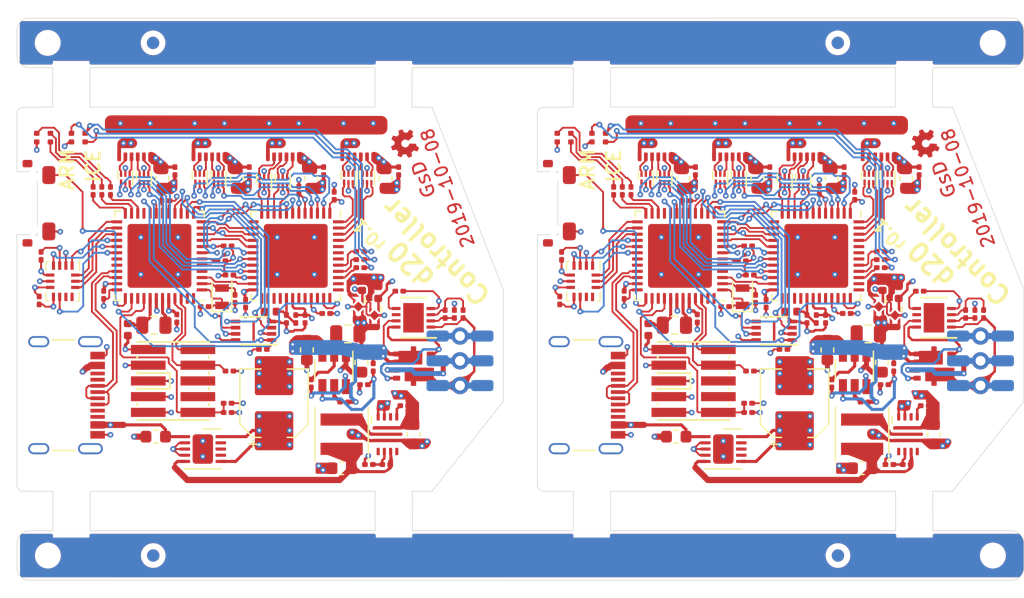
<source format=kicad_pcb>
(kicad_pcb (version 20221018) (generator pcbnew)
  (title_block (title "d20 Controller") (date "2019-10-08") (rev "r.01") (company "GsD") (comment 1 "2x1 Panel"))
  (layers (0 "F.Cu" signal) (1 "In1.Cu" signal) (2 "In2.Cu" signal) (31 "B.Cu" signal) (34 "B.Paste" user) (35 "F.Paste" user) (36 "B.SilkS" user "B.Silkscreen") (37 "F.SilkS" user "F.Silkscreen") (38 "B.Mask" user) (39 "F.Mask" user) (44 "Edge.Cuts" user))
  (net 0 "")
  (net 1 "gnd")
  (net 2 "N$1")
  (net 3 "N$3")
  (net 4 "N$7")
  (net 5 "N$5")
  (net 6 "N$2")
  (net 7 "N$4")
  (net 8 "N$6")
  (net 9 "3v3")
  (net 10 "2v5")
  (net 11 "1v2_pll")
  (net 12 "1v2")
  (net 13 "led_r")
  (net 14 "led_b")
  (net 15 "led_g")
  (net 16 "N$12")
  (net 17 "N$13")
  (net 18 "N$15")
  (net 19 "ice_config_done")
  (net 20 "ice_config_mosi")
  (net 21 "ice_config_sck")
  (net 22 "ice_config_ss")
  (net 23 "ice_config_miso")
  (net 24 "ice_config_reset")
  (net 25 "4v5")
  (net 26 "pp_batt_prot")
  (net 27 "N$20")
  (net 28 "N$21")
  (net 29 "N$22")
  (net 30 "N$23")
  (net 31 "N$28")
  (net 32 "N$29")
  (net 33 "N$32")
  (net 34 "swdio")
  (net 35 "swdclk")
  (net 36 "swo")
  (net 37 "samd_rst")
  (net 38 "5v0_usb")
  (net 39 "samd_usb_p")
  (net 40 "samd_usb_n")
  (net 41 "5v_fb")
  (net 42 "3v3_fb")
  (net 43 "N$46")
  (net 44 "N$47")
  (net 45 "led0_sclk")
  (net 46 "led0_latch")
  (net 47 "led0_blank")
  (net 48 "led0_data")
  (net 49 "led1_sclk")
  (net 50 "led1_latch")
  (net 51 "led1_blank")
  (net 52 "led1_data")
  (net 53 "led2_sclk")
  (net 54 "led2_latch")
  (net 55 "led2_blank")
  (net 56 "led2_data")
  (net 57 "led3_latch")
  (net 58 "led3_sclk")
  (net 59 "led3_data")
  (net 60 "led3_blank")
  (net 61 "qspi_bus_cs")
  (net 62 "qspi_bus_sck")
  (net 63 "qspi_bus_io3")
  (net 64 "qspi_bus_io2")
  (net 65 "qspi_bus_io1")
  (net 66 "qspi_bus_io0")
  (net 67 "_led0_sclk")
  (net 68 "_led0_latch")
  (net 69 "_led0_blank")
  (net 70 "_led0_data")
  (net 71 "_led1_sclk")
  (net 72 "_led1_latch")
  (net 73 "_led1_blank")
  (net 74 "_led1_data")
  (net 75 "_led2_sclk")
  (net 76 "_led2_latch")
  (net 77 "_led2_blank")
  (net 78 "_led2_data")
  (net 79 "_led3_latch")
  (net 80 "_led3_sclk")
  (net 81 "_led3_data")
  (net 82 "_led3_blank")
  (net 83 "N$31")
  (net 84 "imu_int2")
  (net 85 "imu_int1")
  (net 86 "imu_miso")
  (net 87 "imu_cs")
  (net 88 "imu_sck")
  (net 89 "imu_mosi")
  (net 90 "N$24")
  (net 91 "pp_batt")
  (net 92 "N$25")
  (net 93 "ice_led_r")
  (net 94 "ice_led_b")
  (net 95 "ice_led_g")
  (net 96 "N$30")
  (net 97 "4v5_in")
  (footprint "Fiducial:Fiducial_1mm_Mask2mm" (layer "F.Cu") (at 107 124.25 180)
    (fp_text reference "REF**" hide)
    (fp_text value "Fiducial_1mm_Mask2mm" hide)
  )
  (footprint "Fiducial:Fiducial_1mm_Mask2mm" (layer "F.Cu") (at 162.25 124.25 180)
    (fp_text reference "REF**" hide)
    (fp_text value "Fiducial_1mm_Mask2mm" hide)
  )
  (footprint "MountingHole:MountingHole_2.1mm" (layer "F.Cu") (at 127.499999 120 180)
    (fp_text reference "REF**" hide)
    (fp_text value "MountingHole_2.1mm" hide)
  )
  (footprint "MountingHole:MountingHole_2.1mm" (layer "F.Cu") (at 126.75 120 180)
    (fp_text reference "REF**" hide)
    (fp_text value "MountingHole_2.1mm" hide)
  )
  (footprint "MountingHole:MountingHole_2.1mm" (layer "F.Cu") (at 100 120 180)
    (fp_text reference "REF**" hide)
    (fp_text value "MountingHole_2.1mm" hide)
  )
  (footprint "MountingHole:MountingHole_2.1mm" (layer "F.Cu") (at 125.25 120 180)
    (fp_text reference "REF**" hide)
    (fp_text value "MountingHole_2.1mm" hide)
  )
  (footprint "MountingHole:MountingHole_2.1mm" (layer "F.Cu") (at 99.25 120 180)
    (fp_text reference "REF**" hide)
    (fp_text value "MountingHole_2.1mm" hide)
  )
  (footprint "MountingHole:MountingHole_2.1mm" (layer "F.Cu") (at 100.75 120 180)
    (fp_text reference "REF**" hide)
    (fp_text value "MountingHole_2.1mm" hide)
  )
  (footprint "MountingHole:MountingHole_2.1mm" (layer "F.Cu") (at 101.5 120 180)
    (fp_text reference "REF**" hide)
    (fp_text value "MountingHole_2.1mm" hide)
  )
  (footprint "MountingHole:MountingHole_2.1mm" (layer "F.Cu") (at 126 120 180)
    (fp_text reference "REF**" hide)
    (fp_text value "MountingHole_2.1mm" hide)
  )
  (footprint "MountingHole:MountingHole_2.1mm" (layer "F.Cu") (at 98.5 124.25 180)
    (fp_text reference "")
    (fp_text value "")
  )
  (footprint "MountingHole:MountingHole_2.1mm" (layer "F.Cu") (at 174.75 124.25 180)
    (fp_text reference "")
    (fp_text value "")
  )
  (footprint "Capacitor_SMD:C_0201_0603Metric" (layer "F.Cu") (at 119.75 110.35 90)
    (fp_text reference "C3" hide)
    (fp_text value "100nF" hide)
  )
  (footprint "Capacitor_SMD:C_0201_0603Metric" (layer "F.Cu") (at 121.6 95.2 90)
    (fp_text reference "C10" hide)
    (fp_text value "100nF" hide)
  )
  (footprint "Capacitor_SMD:C_0201_0603Metric" (layer "F.Cu") (at 120.95 104.7)
    (fp_text reference "C11" hide)
    (fp_text value "100nF" hide)
  )
  (footprint "Capacitor_SMD:C_0201_0603Metric" (layer "F.Cu") (at 103 103.2 90)
    (fp_text reference "C12" hide)
    (fp_text value "100nF" hide)
  )
  (footprint "gkl_conn:5034800600" (layer "F.Cu") (at 105.5 92.05 180)
    (fp_text reference "J2" hide)
    (fp_text value "Conn_01x06_Shielded" hide)
  )
  (footprint "gkl_conn:5034800600" (layer "F.Cu") (at 111.5 92.05 180)
    (fp_text reference "J3" hide)
    (fp_text value "Conn_01x06_Shielded" hide)
  )
  (footprint "gkl_conn:5034800600" (layer "F.Cu") (at 117.5 92.05 180)
    (fp_text reference "J4" hide)
    (fp_text value "Conn_01x06_Shielded" hide)
  )
  (footprint "Resistor_SMD:R_0201_0603Metric" (layer "F.Cu") (at 126.85 102.9)
    (fp_text reference "R1" hide)
    (fp_text value "510k" hide)
  )
  (footprint "Resistor_SMD:R_0201_0603Metric" (layer "F.Cu") (at 132 104.75 90)
    (fp_text reference "R2" hide)
    (fp_text value "150k" hide)
  )
  (footprint "Resistor_SMD:R_0201_0603Metric" (layer "F.Cu") (at 130.55 104.75 -90)
    (fp_text reference "R3" hide)
    (fp_text value "150k" hide)
  )
  (footprint "gkl_misc:UDFN-6_1x1mm_P0.35mm" (layer "F.Cu") (at 106.25 93.8 90)
    (fp_text reference "U9" hide)
    (fp_text value "NC7WZ17" hide)
  )
  (footprint "gkl_misc:UDFN-6_1x1mm_P0.35mm" (layer "F.Cu") (at 104.75 93.8 90)
    (fp_text reference "U10" hide)
    (fp_text value "NC7WZ17" hide)
  )
  (footprint "Capacitor_SMD:C_0603_1608Metric" (layer "F.Cu") (at 128 114.45 -90)
    (fp_text reference "C1" hide)
    (fp_text value "10uF" hide)
  )
  (footprint "Capacitor_SMD:C_0603_1608Metric" (layer "F.Cu") (at 122.2 117.2 180)
    (fp_text reference "C2" hide)
    (fp_text value "10uF" hide)
  )
  (footprint "Capacitor_SMD:C_0603_1608Metric" (layer "F.Cu") (at 119.4 107.65 -90)
    (fp_text reference "C4" hide)
    (fp_text value "10uF" hide)
  )
  (footprint "Capacitor_SMD:C_0603_1608Metric" (layer "F.Cu") (at 123.8 108.65 -90)
    (fp_text reference "C5" hide)
    (fp_text value "10uF" hide)
  )
  (footprint "Capacitor_SMD:C_0201_0603Metric" (layer "F.Cu") (at 112.5 100.45)
    (fp_text reference "C13" hide)
    (fp_text value "100nF" hide)
  )
  (footprint "Capacitor_SMD:C_0201_0603Metric" (layer "F.Cu") (at 111.145 104.15 180)
    (fp_text reference "C15" hide)
    (fp_text value "22pF" hide)
  )
  (footprint "Capacitor_SMD:C_0201_0603Metric" (layer "F.Cu") (at 113.6 103.52 -90)
    (fp_text reference "C16" hide)
    (fp_text value "22pF" hide)
  )
  (footprint "Capacitor_SMD:C_0201_0603Metric" (layer "F.Cu") (at 97.95 100.05 90)
    (fp_text reference "C17" hide)
    (fp_text value "100nF" hide)
  )
  (footprint "Capacitor_SMD:C_0201_0603Metric" (layer "F.Cu") (at 113.15 101.6 180)
    (fp_text reference "C19" hide)
    (fp_text value "100nF" hide)
  )
  (footprint "Inductor_SMD:L_Coilcraft_XxL4020" (layer "F.Cu") (at 122.2 114.45 -90)
    (fp_text reference "L1" hide)
    (fp_text value "1uH" hide)
  )
  (footprint "Inductor_SMD:L_0805_2012Metric" (layer "F.Cu") (at 122.7 106.35)
    (fp_text reference "L2" hide)
    (fp_text value "2.2uH" hide)
  )
  (footprint "Resistor_SMD:R_0201_0603Metric" (layer "F.Cu") (at 131.3 104.75 90)
    (fp_text reference "R4" hide)
    (fp_text value "5.1M" hide)
  )
  (footprint "Resistor_SMD:R_0201_0603Metric" (layer "F.Cu") (at 127.25 112.15)
    (fp_text reference "R5" hide)
    (fp_text value "100k" hide)
  )
  (footprint "Resistor_SMD:R_0201_0603Metric" (layer "F.Cu") (at 125.8 116.9)
    (fp_text reference "R6" hide)
    (fp_text value "R" hide)
  )
  (footprint "Resistor_SMD:R_0201_0603Metric" (layer "F.Cu") (at 124.4 116.9 180)
    (fp_text reference "R7" hide)
    (fp_text value "R" hide)
  )
  (footprint "Resistor_SMD:R_0201_0603Metric" (layer "F.Cu") (at 122.4 111.85)
    (fp_text reference "R8" hide)
    (fp_text value "100k" hide)
  )
  (footprint "Resistor_SMD:R_0201_0603Metric" (layer "F.Cu") (at 124.75 109.05 90)
    (fp_text reference "R9" hide)
    (fp_text value "R" hide)
  )
  (footprint "Resistor_SMD:R_0201_0603Metric" (layer "F.Cu") (at 124 110.45 180)
    (fp_text reference "R10" hide)
    (fp_text value "R" hide)
  )
  (footprint "Resistor_SMD:R_0201_0603Metric" (layer "F.Cu") (at 103.55 94.799999 90)
    (fp_text reference "R11" hide)
    (fp_text value "470R" hide)
  )
  (footprint "gkl_misc:UDFN-6_1x1mm_P0.35mm" (layer "F.Cu") (at 112.25 93.8 90)
    (fp_text reference "U11" hide)
    (fp_text value "NC7WZ17" hide)
  )
  (footprint "gkl_misc:UDFN-6_1x1mm_P0.35mm" (layer "F.Cu") (at 110.75 93.8 90)
    (fp_text reference "U12" hide)
    (fp_text value "NC7WZ17" hide)
  )
  (footprint "Capacitor_SMD:C_0201_0603Metric" (layer "F.Cu") (at 108 95.6 180)
    (fp_text reference "C18" hide)
    (fp_text value "100nF" hide)
  )
  (footprint "Capacitor_SMD:C_0201_0603Metric" (layer "F.Cu") (at 114.75 93.2 -90)
    (fp_text reference "C29" hide)
    (fp_text value "100nF" hide)
  )
  (footprint "gkl_misc:EVQP4" (layer "F.Cu") (at 96 95.8 -90)
    (fp_text reference "SW1" hide)
    (fp_text value "SW_Push" hide)
  )
  (footprint "Capacitor_SMD:C_0201_0603Metric" (layer "F.Cu") (at 117.75 105.15 -90)
    (fp_text reference "C21" hide)
    (fp_text value "100nF" hide)
  )
  (footprint "Capacitor_SMD:C_0201_0603Metric" (layer "F.Cu") (at 119.25 105.15 -90)
    (fp_text reference "C23" hide)
    (fp_text value "100nF" hide)
  )
  (footprint "Capacitor_SMD:C_0603_1608Metric" (layer "F.Cu") (at 113.75 93.8 -90)
    (fp_text reference "C24" hide)
    (fp_text value "10uF" hide)
  )
  (footprint "Capacitor_SMD:C_0201_0603Metric" (layer "F.Cu") (at 108.75 93.2 -90)
    (fp_text reference "C25" hide)
    (fp_text value "100nF" hide)
  )
  (footprint "Capacitor_SMD:C_0603_1608Metric" (layer "F.Cu") (at 125.75 93.8 -90)
    (fp_text reference "C26" hide)
    (fp_text value "10uF" hide)
  )
  (footprint "Capacitor_SMD:C_0201_0603Metric" (layer "F.Cu") (at 126.8 93.2 -90)
    (fp_text reference "C27" hide)
    (fp_text value "100nF" hide)
  )
  (footprint "Crystal:Crystal_SMD_2012-2Pin_2.0x1.2mm" (layer "F.Cu") (at 112.55 103.35 90)
    (fp_text reference "Y1" hide)
    (fp_text value "32.768kHz" hide)
  )
  (footprint "gkl_conn:5034800600" (layer "F.Cu") (at 123.5 92.05 180)
    (fp_text reference "J5" hide)
    (fp_text value "Conn_01x06_Shielded" hide)
  )
  (footprint "gkl_conn:FTSH-105-XX-X-DV" (layer "F.Cu") (at 108.6 110.15 90)
    (fp_text reference "J6" hide)
    (fp_text value "Conn_02x05_Odd_Even" hide)
  )
  (footprint "Connector_USB:USB_C_Receptacle_Palconn_UTC16-G" (layer "F.Cu") (at 100 111.3 -90)
    (fp_text reference "J7" hide)
    (fp_text value "USB_C_Receptacle_USB2.0" hide)
  )
  (footprint "Capacitor_SMD:C_0402_1005Metric" (layer "F.Cu") (at 125.15 103 90)
    (fp_text reference "C6" hide)
    (fp_text value "1uF" hide)
  )
  (footprint "Capacitor_SMD:C_0402_1005Metric" (layer "F.Cu") (at 123.85 102.35 90)
    (fp_text reference "C7" hide)
    (fp_text value "1uF" hide)
  )
  (footprint "Capacitor_SMD:C_0402_1005Metric" (layer "F.Cu") (at 116.45 104.55 180)
    (fp_text reference "C8" hide)
    (fp_text value "1uF" hide)
  )
  (footprint "Capacitor_SMD:CP_Elec_5x3.9" (layer "F.Cu") (at 116.75 111.95 90)
    (fp_text reference "C9" hide)
    (fp_text value "CP1" hide)
  )
  (footprint "Capacitor_SMD:C_0201_0603Metric" (layer "F.Cu") (at 114.45 103.9 -90)
    (fp_text reference "C20" hide)
    (fp_text value "100nF" hide)
  )
  (footprint "Capacitor_SMD:C_0201_0603Metric" (layer "F.Cu") (at 118.75 94.75 90)
    (fp_text reference "C22" hide)
    (fp_text value "100nF" hide)
  )
  (footprint "Capacitor_SMD:C_0603_1608Metric" (layer "F.Cu") (at 107.75 93.8 -90)
    (fp_text reference "C28" hide)
    (fp_text value "10uF" hide)
  )
  (footprint "Capacitor_SMD:C_0603_1608Metric" (layer "F.Cu") (at 119.75 93.8 -90)
    (fp_text reference "C30" hide)
    (fp_text value "10uF" hide)
  )
  (footprint "Capacitor_SMD:C_0201_0603Metric" (layer "F.Cu") (at 120.75 93.2 -90)
    (fp_text reference "C31" hide)
    (fp_text value "100nF" hide)
  )
  (footprint "Capacitor_SMD:C_0201_0603Metric" (layer "F.Cu") (at 113 111.95)
    (fp_text reference "C32" hide)
    (fp_text value "100nF" hide)
  )
  (footprint "Capacitor_SMD:C_0201_0603Metric" (layer "F.Cu") (at 108.9 105.1 -90)
    (fp_text reference "C33" hide)
    (fp_text value "100nF" hide)
  )
  (footprint "Inductor_SMD:L_0201_0603Metric" (layer "F.Cu") (at 118.5 105.15 -90)
    (fp_text reference "FB1" hide)
    (fp_text value "Ferrite_Bead_Small" hide)
  )
  (footprint "Resistor_SMD:R_0201_0603Metric" (layer "F.Cu") (at 102.15 94.8 90)
    (fp_text reference "R12" hide)
    (fp_text value "470R" hide)
  )
  (footprint "Resistor_SMD:R_0201_0603Metric" (layer "F.Cu") (at 102.85 94.8 90)
    (fp_text reference "R13" hide)
    (fp_text value "470R" hide)
  )
  (footprint "Resistor_SMD:R_0201_0603Metric" (layer "F.Cu") (at 123.7 101)
    (fp_text reference "R14" hide)
    (fp_text value "470R" hide)
  )
  (footprint "Resistor_SMD:R_0201_0603Metric" (layer "F.Cu") (at 123.7 100.35)
    (fp_text reference "R15" hide)
    (fp_text value "470R" hide)
  )
  (footprint "Package_DFN_QFN:DFN-8-1EP_3x3mm_P0.5mm_EP1.66x2.38mm" (layer "F.Cu") (at 128 105.05 180)
    (fp_text reference "U1" hide)
    (fp_text value "LTC4367" hide)
  )
  (footprint "gkl_housings_dfn:DFN3X3_8L_EP2_P" (layer "F.Cu") (at 128 108.949999 90)
    (fp_text reference "U2" hide)
    (fp_text value "AON7804" hide)
  )
  (footprint "gkl_misc:VQFN-11_3x2mm_P0.5mm" (layer "F.Cu") (at 125.9 114.45 -90)
    (fp_text reference "U3" hide)
    (fp_text value "TPS62135" hide)
  )
  (footprint "Package_TO_SOT_SMD:TSOT-23-6" (layer "F.Cu") (at 121.6 109.3 -90)
    (fp_text reference "U4" hide)
    (fp_text value "TPS561201" hide)
  )
  (footprint "gkl_housings_son:X2SON_4_1.0x1.0mm" (layer "F.Cu") (at 124.85 104.85 -90)
    (fp_text reference "U5" hide)
    (fp_text value "NP115-2.5" hide)
  )
  (footprint "gkl_housings_son:X2SON_4_1.0x1.0mm" (layer "F.Cu") (at 123.55 104.15 -90)
    (fp_text reference "U6" hide)
    (fp_text value "NP115-1.2" hide)
  )
  (footprint "Package_DFN_QFN:QFN-48-1EP_7x7mm_P0.5mm_EP5.15x5.15mm" (layer "F.Cu") (at 107.5 100.05 180)
    (fp_text reference "U7" hide)
    (fp_text value "ATSAMD51G19A" hide)
  )
  (footprint "Package_DFN_QFN:QFN-48-1EP_7x7mm_P0.5mm_EP5.15x5.15mm" (layer "F.Cu") (at 118.5 100.05 -90)
    (fp_text reference "U8" hide)
    (fp_text value "ICE40UP5K-SG48ITR" hide)
  )
  (footprint "gkl_misc:UDFN-6_1x1mm_P0.35mm" (layer "F.Cu") (at 117.45 94.05 90)
    (fp_text reference "U13" hide)
    (fp_text value "NC7WZ17" hide)
  )
  (footprint "gkl_misc:UDFN-6_1x1mm_P0.35mm" (layer "F.Cu") (at 115.95 94.05 90)
    (fp_text reference "U14" hide)
    (fp_text value "NC7WZ17" hide)
  )
  (footprint "gkl_misc:UDFN-6_1x1mm_P0.35mm" (layer "F.Cu") (at 124.25 93.8 90)
    (fp_text reference "U15" hide)
    (fp_text value "NC7WZ17" hide)
  )
  (footprint "gkl_misc:UDFN-6_1x1mm_P0.35mm" (layer "F.Cu") (at 122.75 93.8 90)
    (fp_text reference "U16" hide)
    (fp_text value "NC7WZ17" hide)
  )
  (footprint "Package_LGA:Bosch_LGA-14_3x2.5mm_P0.5mm" (layer "F.Cu") (at 99.7 102.1 -90)
    (fp_text reference "U17" hide)
    (fp_text value "BMX160" hide)
  )
  (footprint "gkl_housings_dfn:DFN-8-1EP_3x2mm_Pitch0.5mm" (layer "F.Cu") (at 115.1 106.1 180)
    (fp_text reference "U18" hide)
    (fp_text value "AT25SF081" hide)
  )
  (footprint "gkl_led:led_rbag_1515" (layer "F.Cu") (at 100.95 90.5)
    (fp_text reference "D2" hide)
    (fp_text value "LED_ARGB" hide)
  )
  (footprint "Resistor_SMD:R_0201_0603Metric" (layer "F.Cu") (at 123.7 99.7)
    (fp_text reference "R16" hide)
    (fp_text value "470R" hide)
  )
  (footprint "Resistor_SMD:R_0201_0603Metric" (layer "F.Cu") (at 113 99.25)
    (fp_text reference "R17" hide)
    (fp_text value "10k" hide)
  )
  (footprint "Resistor_SMD:R_0201_0603Metric" (layer "F.Cu") (at 113.15 109.35)
    (fp_text reference "R18" hide)
    (fp_text value "1k" hide)
  )
  (footprint "Package_DFN_QFN:DFN-8-1EP_3x3mm_P0.5mm_EP1.66x2.38mm" (layer "F.Cu") (at 170 105.05 180)
    (fp_text reference "U1" hide)
    (fp_text value "LTC4367" hide)
  )
  (footprint "Inductor_SMD:L_0805_2012Metric" (layer "F.Cu") (at 149.05 105.65 180)
    (fp_text reference "L3" hide)
    (fp_text value "10uH" hide)
  )
  (footprint "Package_DFN_QFN:DFN-10-1EP_3x3mm_P0.5mm_EP1.65x2.38mm" (layer "F.Cu") (at 153 115.65)
    (fp_text reference "U19" hide)
    (fp_text value "LTC4413-2" hide)
  )
  (footprint "Capacitor_SMD:C_0201_0603Metric" (layer "F.Cu") (at 139.8 103.65 90)
    (fp_text reference "C34" hide)
    (fp_text value "100nF" hide)
  )
  (footprint "Resistor_SMD:R_0201_0603Metric" (layer "F.Cu") (at 157.85 107.6 180)
    (fp_text reference "R20" hide)
    (fp_text value "10k" hide)
  )
  (footprint "Capacitor_SMD:C_0402_1005Metric" (layer "F.Cu") (at 146.95 106 -90)
    (fp_text reference "C14" hide)
    (fp_text value "1uF" hide)
  )
  (footprint "gkl_led:led_rbag_1515" (layer "F.Cu") (at 142.95 90.5)
    (fp_text reference "D2" hide)
    (fp_text value "LED_ARGB" hide)
  )
  (footprint "Capacitor_SMD:C_0603_1608Metric" (layer "F.Cu") (at 149.2 114.65 180)
    (fp_text reference "C35" hide)
    (fp_text value "10uF" hide)
  )
  (footprint "Resistor_SMD:R_0201_0603Metric" (layer "F.Cu") (at 165.7 99.7)
    (fp_text reference "R16" hide)
    (fp_text value "470R" hide)
  )
  (footprint "gkl_misc:UDFN-6_1x1mm_P0.35mm" (layer "F.Cu") (at 164.75 93.8 90)
    (fp_text reference "U16" hide)
    (fp_text value "NC7WZ17" hide)
  )
  (footprint "Resistor_SMD:R_0201_0603Metric" (layer "F.Cu") (at 155 99.25)
    (fp_text reference "R17" hide)
    (fp_text value "10k" hide)
  )
  (footprint "Resistor_SMD:R_0201_0603Metric" (layer "F.Cu") (at 155.15 109.35)
    (fp_text reference "R18" hide)
    (fp_text value "1k" hide)
  )
  (footprint "gkl_housings_dfn:DFN-8-1EP_3x2mm_Pitch0.5mm" (layer "F.Cu") (at 157.1 106.1 180)
    (fp_text reference "U18" hide)
    (fp_text value "AT25SF081" hide)
  )
  (footprint "Inductor_SMD:L_0805_2012Metric" (layer "F.Cu") (at 164.7 106.35)
    (fp_text reference "L2" hide)
    (fp_text value "2.2uH" hide)
  )
  (footprint "gkl_misc:UDFN-6_1x1mm_P0.35mm" (layer "F.Cu") (at 159.45 94.05 90)
    (fp_text reference "U13" hide)
    (fp_text value "NC7WZ17" hide)
  )
  (footprint "gkl_misc:UDFN-6_1x1mm_P0.35mm" (layer "F.Cu") (at 157.95 94.05 90)
    (fp_text reference "U14" hide)
    (fp_text value "NC7WZ17" hide)
  )
  (footprint "Package_DFN_QFN:QFN-48-1EP_7x7mm_P0.5mm_EP5.15x5.15mm" (layer "F.Cu") (at 160.5 100.05 -90)
    (fp_text reference "U8" hide)
    (fp_text value "ICE40UP5K-SG48ITR" hide)
  )
  (footprint "Package_TO_SOT_SMD:TSOT-23-6" (layer "F.Cu") (at 163.6 109.3 -90)
    (fp_text reference "U4" hide)
    (fp_text value "TPS561201" hide)
  )
  (footprint "gkl_housings_son:X2SON_4_1.0x1.0mm" (layer "F.Cu") (at 166.85 104.85 -90)
    (fp_text reference "U5" hide)
    (fp_text value "NP115-2.5" hide)
  )
  (footprint "gkl_housings_son:X2SON_4_1.0x1.0mm" (layer "F.Cu") (at 165.55 104.15 -90)
    (fp_text reference "U6" hide)
    (fp_text value "NP115-1.2" hide)
  )
  (footprint "Package_DFN_QFN:QFN-48-1EP_7x7mm_P0.5mm_EP5.15x5.15mm" (layer "F.Cu") (at 149.5 100.05 180)
    (fp_text reference "U7" hide)
    (fp_text value "ATSAMD51G19A" hide)
  )
  (footprint "gkl_misc:UDFN-6_1x1mm_P0.35mm" (layer "F.Cu") (at 166.25 93.8 90)
    (fp_text reference "U15" hide)
    (fp_text value "NC7WZ17" hide)
  )
  (footprint "Resistor_SMD:R_0201_0603Metric" (layer "F.Cu") (at 144.85 94.8 90)
    (fp_text reference "R13" hide)
    (fp_text value "470R" hide)
  )
  (footprint "Capacitor_SMD:C_0201_0603Metric" (layer "F.Cu") (at 155 111.95)
    (fp_text reference "C32" hide)
    (fp_text value "100nF" hide)
  )
  (footprint "Capacitor_SMD:C_0402_1005Metric" (layer "F.Cu") (at 158.45 104.55 180)
    (fp_text reference "C8" hide)
    (fp_text value "1uF" hide)
  )
  (footprint "Capacitor_SMD:CP_Elec_5x3.9" (layer "F.Cu") (at 158.75 111.95 90)
    (fp_text reference "C9" hide)
    (fp_text value "CP1" hide)
  )
  (footprint "Resistor_SMD:R_0201_0603Metric" (layer "F.Cu") (at 165.7 101)
    (fp_text reference "R14" hide)
    (fp_text value "470R" hide)
  )
  (footprint "Capacitor_SMD:C_0201_0603Metric" (layer "F.Cu") (at 150 95.6 180)
    (fp_text reference "C18" hide)
    (fp_text value "100nF" hide)
  )
  (footprint "Capacitor_SMD:C_0201_0603Metric" (layer "F.Cu") (at 156.45 103.9 -90)
    (fp_text reference "C20" hide)
    (fp_text value "100nF" hide)
  )
  (footprint "Capacitor_SMD:C_0201_0603Metric" (layer "F.Cu") (at 161.25 105.15 -90)
    (fp_text reference "C23" hide)
    (fp_text value "100nF" hide)
  )
  (footprint "Inductor_SMD:L_0201_0603Metric" (layer "F.Cu") (at 160.5 105.15 -90)
    (fp_text reference "FB1" hide)
    (fp_text value "Ferrite_Bead_Small" hide)
  )
  (footprint "Resistor_SMD:R_0201_0603Metric" (layer "F.Cu") (at 144.15 94.8 90)
    (fp_text reference "R12" hide)
    (fp_text value "470R" hide)
  )
  (footprint "Capacitor_SMD:C_0201_0603Metric" (layer "F.Cu") (at 160.75 94.75 90)
    (fp_text reference "C22" hide)
    (fp_text value "100nF" hide)
  )
  (footprint "gkl_misc:UDFN-6_1x1mm_P0.35mm" (layer "F.Cu") (at 154.25 93.8 90)
    (fp_text reference "U11" hide)
    (fp_text value "NC7WZ17" hide)
  )
  (footprint "Capacitor_SMD:C_0603_1608Metric" (layer "F.Cu") (at 155.75 93.8 -90)
    (fp_text reference "C24" hide)
    (fp_text value "10uF" hide)
  )
  (footprint "Capacitor_SMD:C_0603_1608Metric" (layer "F.Cu") (at 161.75 93.8 -90)
    (fp_text reference "C30" hide)
    (fp_text value "10uF" hide)
  )
  (footprint "Capacitor_SMD:C_0201_0603Metric" (layer "F.Cu") (at 150.75 93.2 -90)
    (fp_text reference "C25" hide)
    (fp_text value "100nF" hide)
  )
  (footprint "Capacitor_SMD:C_0201_0603Metric" (layer "F.Cu") (at 162.75 93.2 -90)
    (fp_text reference "C31" hide)
    (fp_text value "100nF" hide)
  )
  (footprint "Capacitor_SMD:C_0603_1608Metric" (layer "F.Cu") (at 167.75 93.8 -90)
    (fp_text reference "C26" hide)
    (fp_text value "10uF" hide)
  )
  (footprint "Capacitor_SMD:C_0201_0603Metric" (layer "F.Cu") (at 168.8 93.2 -90)
    (fp_text reference "C27" hide)
    (fp_text value "100nF" hide)
  )
  (footprint "gkl_misc:UDFN-6_1x1mm_P0.35mm" (layer "F.Cu") (at 152.75 93.8 90)
    (fp_text reference "U12" hide)
    (fp_text value "NC7WZ17" hide)
  )
  (footprint "Resistor_SMD:R_0201_0603Metric" (layer "F.Cu") (at 155 112.7)
    (fp_text reference "R19" hide)
    (fp_text value "10k" hide)
  )
  (footprint "Resistor_SMD:R_0201_0603Metric" (layer "F.Cu") (at 165.7 100.35)
    (fp_text reference "R15" hide)
    (fp_text value "470R" hide)
  )
  (footprint "oshw_small" (layer "F.Cu") (at 169.25 91 110)
    (fp_text reference "G***" hide)
    (fp_text value "LOGO" hide)
  )
  (footprint "gsd_logo_small" (layer "F.Cu") (at 170.85 93.85 110)
    (fp_text reference "G***" hide)
    (fp_text value "LOGO" hide)
  )
  (footprint "Connector_USB:USB_C_Receptacle_Palconn_UTC16-G" (layer "F.Cu") (at 142 111.3 -90)
    (fp_text reference "J7" hide)
    (fp_text value "USB_C_Receptacle_USB2.0" hide)
  )
  (footprint "Capacitor_SMD:C_0603_1608Metric" (layer "F.Cu") (at 149.75 93.8 -90)
    (fp_text reference "C28" hide)
    (fp_text value "10uF" hide)
  )
  (footprint "Capacitor_SMD:C_0201_0603Metric" (layer "F.Cu") (at 161.75 110.35 90)
    (fp_text reference "C3" hide)
    (fp_text value "100nF" hide)
  )
  (footprint "Capacitor_SMD:C_0201_0603Metric" (layer "F.Cu") (at 163.6 95.2 90)
    (fp_text reference "C10" hide)
    (fp_text value "100nF" hide)
  )
  (footprint "Capacitor_SMD:C_0201_0603Metric" (layer "F.Cu") (at 162.95 104.7)
    (fp_text reference "C11" hide)
    (fp_text value "100nF" hide)
  )
  (footprint "Capacitor_SMD:C_0402_1005Metric" (layer "F.Cu") (at 165.85 102.35 90)
    (fp_text reference "C7" hide)
    (fp_text value "1uF" hide)
  )
  (footprint "gkl_conn:5034800600" (layer "F.Cu") (at 159.5 92.05 180)
    (fp_text reference "J4" hide)
    (fp_text value "Conn_01x06_Shielded" hide)
  )
  (footprint "Resistor_SMD:R_0201_0603Metric" (layer "F.Cu") (at 145.55 94.799999 90)
    (fp_text reference "R11" hide)
    (fp_text value "470R" hide)
  )
  (footprint "Resistor_SMD:R_0201_0603Metric" (layer "F.Cu") (at 166.75 109.05 90)
    (fp_text reference "R9" hide)
    (fp_text value "R" hide)
  )
  (footprint "Resistor_SMD:R_0201_0603Metric" (layer "F.Cu") (at 164.4 111.85)
    (fp_text reference "R8" hide)
    (fp_text value "100k" hide)
  )
  (footprint "gkl_misc:UDFN-6_1x1mm_P0.35mm" (layer "F.Cu") (at 148.25 93.8 90)
    (fp_text reference "U9" hide)
    (fp_text value "NC7WZ17" hide)
  )
  (footprint "Capacitor_SMD:C_0603_1608Metric" (layer "F.Cu") (at 170 114.45 -90)
    (fp_text reference "C1" hide)
    (fp_text value "10uF" hide)
  )
  (footprint "gkl_misc:EVQP4" (layer "F.Cu") (at 138 95.8 -90)
    (fp_text reference "SW1" hide)
    (fp_text value "SW_Push" hide)
  )
  (footprint "gkl_housings_dfn:DFN3X3_8L_EP2_P" (layer "F.Cu") (at 170 108.949999 90)
    (fp_text reference "U2" hide)
    (fp_text value "AON7804" hide)
  )
  (footprint "Capacitor_SMD:C_0201_0603Metric" (layer "F.Cu") (at 159.75 105.15 -90)
    (fp_text reference "C21" hide)
    (fp_text value "100nF" hide)
  )
  (footprint "Resistor_SMD:R_0201_0603Metric" (layer "F.Cu") (at 168.85 102.9)
    (fp_text reference "R1" hide)
    (fp_text value "510k" hide)
  )
  (footprint "Capacitor_SMD:C_0603_1608Metric" (layer "F.Cu") (at 161.4 107.65 -90)
    (fp_text reference "C4" hide)
    (fp_text value "10uF" hide)
  )
  (footprint "gkl_misc:VQFN-11_3x2mm_P0.5mm" (layer "F.Cu") (at 167.9 114.45 -90)
    (fp_text reference "U3" hide)
    (fp_text value "TPS62135" hide)
  )
  (footprint "Inductor_SMD:L_Coilcraft_XxL4020" (layer "F.Cu") (at 164.2 114.45 -90)
    (fp_text reference "L1" hide)
    (fp_text value "1uH" hide)
  )
  (footprint "Resistor_SMD:R_0201_0603Metric" (layer "F.Cu") (at 169.25 112.15)
    (fp_text reference "R5" hide)
    (fp_text value "100k" hide)
  )
  (footprint "Resistor_SMD:R_0201_0603Metric" (layer "F.Cu") (at 167.8 116.9)
    (fp_text reference "R6" hide)
    (fp_text value "R" hide)
  )
  (footprint "Capacitor_SMD:C_0402_1005Metric" (layer "F.Cu") (at 167.15 103 90)
    (fp_text reference "C6" hide)
    (fp_text value "1uF" hide)
  )
  (footprint "Resistor_SMD:R_0201_0603Metric" (layer "F.Cu") (at 166.4 116.9 180)
    (fp_text reference "R7" hide)
    (fp_text value "R" hide)
  )
  (footprint "Capacitor_SMD:C_0201_0603Metric" (layer "F.Cu") (at 139.95 100.05 90)
    (fp_text reference "C17" hide)
    (fp_text value "100nF" hide)
  )
  (footprint "gkl_misc:UDFN-6_1x1mm_P0.35mm" (layer "F.Cu") (at 146.75 93.8 90)
    (fp_text reference "U10" hide)
    (fp_text value "NC7WZ17" hide)
  )
  (footprint "gkl_conn:FTSH-105-XX-X-DV" (layer "F.Cu") (at 150.6 110.15 90)
    (fp_text reference "J6" hide)
    (fp_text value "Conn_02x05_Odd_Even" hide)
  )
  (footprint "gkl_conn:5034800600" (layer "F.Cu") (at 165.5 92.05 180)
    (fp_text reference "J5" hide)
    (fp_text value "Conn_01x06_Shielded" hide)
  )
  (footprint "Resistor_SMD:R_0201_0603Metric" (layer "F.Cu") (at 172.55 104.75 -90)
    (fp_text reference "R3" hide)
    (fp_text value "150k" hide)
  )
  (footprint "Capacitor_SMD:C_0201_0603Metric" (layer "F.Cu") (at 154.5 100.45)
    (fp_text reference "C13" hide)
    (fp_text value "100nF" hide)
  )
  (footprint "Resistor_SMD:R_0201_0603Metric" (layer "F.Cu") (at 174 104.75 90)
    (fp_text reference "R2" hide)
    (fp_text value "150k" hide)
  )
  (footprint "Resistor_SMD:R_0201_0603Metric" (layer "F.Cu") (at 166 110.45 180)
    (fp_text reference "R10" hide)
    (fp_text value "R" hide)
  )
  (footprint "Capacitor_SMD:C_0201_0603Metric" (layer "F.Cu") (at 156.75 93.2 -90)
    (fp_text reference "C29" hide)
    (fp_text value "100nF" hide)
  )
  (footprint "Capacitor_SMD:C_0201_0603Metric" (layer "F.Cu") (at 150.9 105.1 -90)
    (fp_text reference "C33" hide)
    (fp_text value "100nF" hide)
  )
  (footprint "Resistor_SMD:R_0201_0603Metric" (layer "F.Cu") (at 173.3 104.75 90)
    (fp_text reference "R4" hide)
    (fp_text value "5.1M" hide)
  )
  (footprint "Crystal:Crystal_SMD_2012-2Pin_2.0x1.2mm" (layer "F.Cu") (at 154.55 103.35 90)
    (fp_text reference "Y1" hide)
    (fp_text value "32.768kHz" hide)
  )
  (footprint "Capacitor_SMD:C_0201_0603Metric" (layer "F.Cu") (at 153.145 104.15 180)
    (fp_text reference "C15" hide)
    (fp_text value "22pF" hide)
  )
  (footprint "gkl_conn:5034800600" (layer "F.Cu") (at 153.5 92.05 180)
    (fp_text reference "J3" hide)
    (fp_text value "Conn_01x06_Shielded" hide)
  )
  (footprint "Package_LGA:Bosch_LGA-14_3x2.5mm_P0.5mm" (layer "F.Cu") (at 141.7 102.1 -90)
    (fp_text reference "U17" hide)
    (fp_text value "BMX160" hide)
  )
  (footprint "Capacitor_SMD:C_0201_0603Metric" (layer "F.Cu") (at 145 103.2 90)
    (fp_text reference "C12" hide)
    (fp_text value "100nF" hide)
  )
  (footprint "Capacitor_SMD:C_0603_1608Metric" (layer "F.Cu") (at 164.2 117.2 180)
    (fp_text reference "C2" hide)
    (fp_text value "10uF" hide)
  )
  (footprint "gkl_led:led_rbag_1515" (layer "F.Cu") (at 140.15 90.5)
    (fp_text reference "D1" hide)
    (fp_text value "LED_ARGB" hide)
  )
  (footprint "gkl_conn:5034800600" (layer "F.Cu") (at 147.5 92.05 180)
    (fp_text reference "J2" hide)
    (fp_text value "Conn_01x06_Shielded" hide)
  )
  (footprint "Capacitor_SMD:C_0201_0603Metric" (layer "F.Cu") (at 155.15 101.6 180)
    (fp_text reference "C19" hide)
    (fp_text value "100nF" hide)
  )
  (footprint "Capacitor_SMD:C_0201_0603Metric" (layer "F.Cu") (at 155.6 103.52 -90)
    (fp_text reference "C16" hide)
    (fp_text value "22pF" hide)
  )
  (footprint "Capacitor_SMD:C_0603_1608Metric" (layer "F.Cu") (at 165.8 108.65 -90)
    (fp_text reference "C5" hide)
    (fp_text value "10uF" hide)
  )
  (footprint "MountingHole:MountingHole_2.1mm" (layer "F.Cu") (at 142 120 180)
    (fp_text reference "REF**" hide)
    (fp_text value "MountingHole_2.1mm" hide)
  )
  (footprint "MountingHole:MountingHole_2.1mm" (layer "F.Cu") (at 169.499999 120 180)
    (fp_text reference "REF**" hide)
    (fp_text value "MountingHole_2.1mm" hide)
  )
  (footprint "MountingHole:MountingHole_2.1mm" (layer "F.Cu") (at 142.75 120 180)
    (fp_text reference "REF**" hide)
    (fp_text value "MountingHole_2.1mm" hide)
  )
  (footprint "MountingHole:MountingHole_2.1mm" (layer "F.Cu") (at 167.25 120 180)
    (fp_text reference "REF**" hide)
    (fp_text value "MountingHole_2.1mm" hide)
  )
  (footprint "MountingHole:MountingHole_2.1mm" (layer "F.Cu") (at 168 120 180)
    (fp_text reference "REF**" hide)
    (fp_text value "MountingHole_2.1mm" hide)
  )
  (footprint "MountingHole:MountingHole_2.1mm" (layer "F.Cu") (at 141.25 120 180)
    (fp_text reference "REF**" hide)
    (fp_text value "MountingHole_2.1mm" hide)
  )
  (footprint "MountingHole:MountingHole_2.1mm" (layer "F.Cu") (at 168.75 120 180)
    (fp_text reference "REF**" hide)
    (fp_text value "MountingHole_2.1mm" hide)
  )
  (footprint "MountingHole:MountingHole_2.1mm" (layer "F.Cu") (at 143.5 120 180)
    (fp_text reference "REF**" hide)
    (fp_text value "MountingHole_2.1mm" hide)
  )
  (footprint "Fiducial:Fiducial_1mm_Mask2mm" (layer "F.Cu") (at 162.235342 82.85 180)
    (fp_text reference "REF**" hide)
    (fp_text value "Fiducial_1mm_Mask2mm" hide)
  )
  (footprint "Fiducial:Fiducial_1mm_Mask2mm" (layer "F.Cu") (at 106.985342 82.85 180)
    (fp_text reference "REF**" hide)
    (fp_text value "Fiducial_1mm_Mask2mm" hide)
  )
  (footprint "Resistor_SMD:R_0201_0603Metric" (layer "F.Cu") (at 113 112.7)
    (fp_text reference "R19" hide)
    (fp_text value "10k" hide)
  )
  (footprint "Capacitor_SMD:C_0201_0603Metric" (layer "F.Cu") (at 97.8 103.65 90)
    (fp_text reference "C34" hide)
    (fp_text value "100nF" hide)
  )
  (footprint "Resistor_SMD:R_0201_0603Metric" (layer "F.Cu") (at 115.85 107.6 180)
    (fp_text reference "R20" hide)
    (fp_text value "10k" hide)
  )
  (footprint "Capacitor_SMD:C_0402_1005Metric" (layer "F.Cu") (at 104.95 106 -90)
    (fp_text reference "C14" hide)
    (fp_text value "1uF" hide)
  )
  (footprint "gkl_led:led_rbag_1515" (layer "F.Cu") (at 98.15 90.5)
    (fp_text reference "D1" hide)
    (fp_text value "LED_ARGB" hide)
  )
  (footprint "Capacitor_SMD:C_0603_1608Metric" (layer "F.Cu") (at 107.2 114.65 180)
    (fp_text reference "C35" hide)
    (fp_text value "10uF" hide)
  )
  (footprint "Inductor_SMD:L_0805_2012Metric" (layer "F.Cu") (at 107.05 105.65 180)
    (fp_text reference "L3" hide)
    (fp_text value "10uH" hide)
  )
  (footprint "Package_DFN_QFN:DFN-10-1EP_3x3mm_P0.5mm_EP1.65x2.38mm" (layer "F.Cu") (at 111 115.65)
    (fp_text reference "U19" hide)
    (fp_text value "LTC4413-2" hide)
  )
  (footprint "gsd_logo_small" (layer "F.Cu") (at 128.85 93.85 110)
    (fp_text reference "G***" hide)
    (fp_text value "LOGO" hide)
  )
  (footprint "oshw_small" (layer "F.Cu") (at 127.25 91 110)
    (fp_text reference "G***" hide)
    (fp_text value "LOGO" hide)
  )
  (footprint "Fiducial:Fiducial_1mm_Mask2mm" (layer "B.Cu") (at 162.25 124.25 180)
    (fp_text reference "REF**" hide)
    (fp_text value "Fiducial_1mm_Mask2mm" hide)
  )
  (footprint "Fiducial:Fiducial_1mm_Mask2mm" (layer "B.Cu") (at 107 124.25 180)
    (fp_text reference "REF**" hide)
    (fp_text value "Fiducial_1mm_Mask2mm" hide)
  )
  (footprint "gkl_conn:3P_Battery_Connector" (layer "B.Cu") (at 131.75 108.525 90)
    (fp_text reference "J1" hide)
    (fp_text value "Conn_01x03" hide)
  )
  (footprint "gkl_conn:3P_Battery_Connector" (layer "B.Cu") (at 173.75 108.525 90)
    (fp_text reference "J1" hide)
    (fp_text value "Conn_01x03" hide)
  )
  (footprint "Fiducial:Fiducial_1mm_Mask2mm" (layer "B.Cu") (at 106.985342 82.85 180)
    (fp_text reference "REF**" hide)
    (fp_text value "Fiducial_1mm_Mask2mm" hide)
  )
  (footprint "MountingHole:MountingHole_2.1mm" (layer "B.Cu") (at 174.735342 82.85 180)
    (fp_text reference "")
    (fp_text value "")
  )
  (footprint "Fiducial:Fiducial_1mm_Mask2mm" (layer "B.Cu") (at 162.235342 82.85 180)
    (fp_text reference "REF**" hide)
    (fp_text value "Fiducial_1mm_Mask2mm" hide)
  )
  (footprint "MountingHole:MountingHole_2.1mm" (layer "B.Cu") (at 141.985342 87.1 180)
    (fp_text reference "REF**" hide)
    (fp_text value "MountingHole_2.1mm" hide)
  )
  (footprint "MountingHole:MountingHole_2.1mm" (layer "B.Cu") (at 169.485341 87.1 180)
    (fp_text reference "REF**" hide)
    (fp_text value "MountingHole_2.1mm" hide)
  )
  (footprint "MountingHole:MountingHole_2.1mm" (layer "B.Cu") (at 99.985342 87.1 180)
    (fp_text reference "REF**" hide)
    (fp_text value "MountingHole_2.1mm" hide)
  )
  (footprint "MountingHole:MountingHole_2.1mm" (layer "B.Cu") (at 142.735342 87.1 180)
    (fp_text reference "REF**" hide)
    (fp_text value "MountingHole_2.1mm" hide)
  )
  (footprint "MountingHole:MountingHole_2.1mm" (layer "B.Cu") (at 141.235342 87.1 180)
    (fp_text reference "REF**" hide)
    (fp_text value "MountingHole_2.1mm" hide)
  )
  (footprint "MountingHole:MountingHole_2.1mm" (layer "B.Cu") (at 167.235342 87.1 180)
    (fp_text reference "REF**" hide)
    (fp_text value "MountingHole_2.1mm" hide)
  )
  (footprint "MountingHole:MountingHole_2.1mm" (layer "B.Cu") (at 167.985342 87.1 180)
    (fp_text reference "REF**" hide)
    (fp_text value "MountingHole_2.1mm" hide)
  )
  (footprint "MountingHole:MountingHole_2.1mm" (layer "B.Cu") (at 168.735342 87.1 180)
    (fp_text reference "REF**" hide)
    (fp_text value "MountingHole_2.1mm" hide)
  )
  (footprint "MountingHole:MountingHole_2.1mm" (layer "B.Cu") (at 143.485342 87.1 180)
    (fp_text reference "REF**" hide)
    (fp_text value "MountingHole_2.1mm" hide)
  )
  (footprint "MountingHole:MountingHole_2.1mm" (layer "B.Cu") (at 127.485341 87.1 180)
    (fp_text reference "REF**" hide)
    (fp_text value "MountingHole_2.1mm" hide)
  )
  (footprint "MountingHole:MountingHole_2.1mm" (layer "B.Cu") (at 100.735342 87.1 180)
    (fp_text reference "REF**" hide)
    (fp_text value "MountingHole_2.1mm" hide)
  )
  (footprint "MountingHole:MountingHole_2.1mm" (layer "B.Cu") (at 125.235342 87.1 180)
    (fp_text reference "REF**" hide)
    (fp_text value "MountingHole_2.1mm" hide)
  )
  (footprint "MountingHole:MountingHole_2.1mm" (layer "B.Cu") (at 125.985342 87.1 180)
    (fp_text reference "REF**" hide)
    (fp_text value "MountingHole_2.1mm" hide)
  )
  (footprint "MountingHole:MountingHole_2.1mm" (layer "B.Cu") (at 98.485342 82.85 180)
    (fp_text reference "")
    (fp_text value "")
  )
  (footprint "MountingHole:MountingHole_2.1mm" (layer "B.Cu") (at 99.235342 87.1 180)
    (fp_text reference "REF**" hide)
    (fp_text value "MountingHole_2.1mm" hide)
  )
  (footprint "MountingHole:MountingHole_2.1mm" (layer "B.Cu") (at 126.735342 87.1 180)
    (fp_text reference "REF**" hide)
    (fp_text value "MountingHole_2.1mm" hide)
  )
  (footprint "MountingHole:MountingHole_2.1mm" (layer "B.Cu") (at 101.485342 87.1 180)
    (fp_text reference "REF**" hide)
    (fp_text value "MountingHole_2.1mm" hide)
  )
  (gr_line (start 96.014658 123.248538) (end 96.006848 125.256848) (stroke (width 0.05)) (layer "Edge.Cuts"))
  (gr_arc (start 97.006755 126.243153) (mid 96.302544 125.957074) (end 96.006848 125.256848) (stroke (width 0.05)) (layer "Edge.Cuts"))
  (gr_arc (start 96.014658 123.248539) (mid 96.307551 122.541432) (end 97.014658 122.248539) (stroke (width 0.05)) (layer "Edge.Cuts"))
  (gr_line (start 177.25 123.25) (end 177.249999 125.25) (stroke (width 0.05)) (layer "Edge.Cuts"))
  (gr_arc (start 177.249998 125.250001) (mid 176.957105 125.957106) (end 176.25 126.249999) (stroke (width 0.05)) (layer "Edge.Cuts"))
  (gr_line (start 176.25 126.249999) (end 97.006755 126.243153) (stroke (width 0.05)) (layer "Edge.Cuts"))
  (gr_arc (start 176.25 122.249999) (mid 176.957107 122.542893) (end 177.25 123.25) (stroke (width 0.05)) (layer "Edge.Cuts"))
  (gr_line (start 176.250001 122.249999) (end 169.905835 122.25) (stroke (width 0.05)) (layer "Edge.Cuts"))
  (gr_line (start 98.905835 122.25) (end 97.014658 122.248539) (stroke (width 0.05)) (layer "Edge.Cuts"))
  (gr_line (start 140.9 122.25) (end 127.905835 122.25) (stroke (width 0.05)) (layer "Edge.Cuts"))
  (gr_line (start 124.9 119.066) (end 124.905835 122.25) (stroke (width 0.05)) (layer "Edge.Cuts"))
  (gr_line (start 127.900001 119.065999) (end 127.905835 122.25) (stroke (width 0.05)) (layer "Edge.Cuts"))
  (gr_line (start 98.9 119.066) (end 98.905835 122.25) (stroke (width 0.05)) (layer "Edge.Cuts"))
  (gr_line (start 124.905835 122.25) (end 101.905835 122.25) (stroke (width 0.05)) (layer "Edge.Cuts"))
  (gr_line (start 101.9 119.065999) (end 101.905835 122.25) (stroke (width 0.05)) (layer "Edge.Cuts"))
  (gr_line (start 98.885342 88.034) (end 96.499999 88.050001) (stroke (width 0.05)) (layer "Edge.Cuts"))
  (gr_arc (start 96.499999 119.049999) (mid 96.146446 118.903553) (end 96 118.55) (stroke (width 0.05)) (layer "Edge.Cuts"))
  (gr_arc (start 96 88.55) (mid 96.146446 88.196447) (end 96.499999 88.050001) (stroke (width 0.05)) (layer "Edge.Cuts"))
  (gr_line (start 135.25 111.8) (end 129.5 119.05) (stroke (width 0.05)) (layer "Edge.Cuts"))
  (gr_line (start 135.25 102.8) (end 129.5 88.050001) (stroke (width 0.05)) (layer "Edge.Cuts"))
  (gr_line (start 177.25 111.8) (end 171.5 119.05) (stroke (width 0.05)) (layer "Edge.Cuts"))
  (gr_arc (start 138 88.55) (mid 138.146446 88.196447) (end 138.499999 88.050001) (stroke (width 0.05)) (layer "Edge.Cuts"))
  (gr_arc (start 138.499999 119.049999) (mid 138.146446 118.903553) (end 138 118.55) (stroke (width 0.05)) (layer "Edge.Cuts"))
  (gr_line (start 177.25 102.8) (end 177.25 111.8) (stroke (width 0.05)) (layer "Edge.Cuts"))
  (gr_line (start 140.885342 88.034) (end 138.499999 88.050001) (stroke (width 0.05)) (layer "Edge.Cuts"))
  (gr_line (start 169.900001 119.065999) (end 171.5 119.05) (stroke (width 0.05)) (layer "Edge.Cuts"))
  (gr_line (start 138 98.35) (end 138 118.55) (stroke (width 0.05)) (layer "Edge.Cuts"))
  (gr_line (start 139.65 98.35) (end 138 98.35) (stroke (width 0.05)) (layer "Edge.Cuts"))
  (gr_line (start 138 88.55) (end 138 93.25) (stroke (width 0.05)) (layer "Edge.Cuts"))
  (gr_line (start 177.25 102.8) (end 171.5 88.050001) (stroke (width 0.05)) (layer "Edge.Cuts"))
  (gr_line (start 139.65 93.25) (end 139.65 98.35) (stroke (width 0.05)) (layer "Edge.Cuts"))
  (gr_line (start 138 93.25) (end 139.65 93.25) (stroke (width 0.05)) (layer "Edge.Cuts"))
  (gr_line (start 140.9 119.066) (end 140.9 122.25) (stroke (width 0.05)) (layer "Edge.Cuts"))
  (gr_line (start 166.9 119.066) (end 166.905835 122.25) (stroke (width 0.05)) (layer "Edge.Cuts"))
  (gr_line (start 169.900001 119.065999) (end 169.905835 122.25) (stroke (width 0.05)) (layer "Edge.Cuts"))
  (gr_line (start 143.9 119.065999) (end 143.905835 122.25) (stroke (width 0.05)) (layer "Edge.Cuts"))
  (gr_line (start 166.905835 122.25) (end 143.905835 122.25) (stroke (width 0.05)) (layer "Edge.Cuts"))
  (gr_line (start 98.885342 88.034) (end 98.891177 84.85) (stroke (width 0.05)) (layer "Edge.Cuts"))
  (gr_line (start 124.885342 88.034) (end 124.891177 84.85) (stroke (width 0.05)) (layer "Edge.Cuts"))
  (gr_line (start 127.885343 88.034001) (end 127.891177 84.85) (stroke (width 0.05)) (layer "Edge.Cuts"))
  (gr_line (start 101.885342 88.034001) (end 101.891177 84.85) (stroke (width 0.05)) (layer "Edge.Cuts"))
  (gr_line (start 124.891177 84.85) (end 101.891177 84.85) (stroke (width 0.05)) (layer "Edge.Cuts"))
  (gr_line (start 140.891177 84.85) (end 127.891177 84.85) (stroke (width 0.05)) (layer "Edge.Cuts"))
  (gr_line (start 98.891177 84.85) (end 97 84.851461) (stroke (width 0.05)) (layer "Edge.Cuts"))
  (gr_line (start 176.235343 84.850001) (end 169.891177 84.85) (stroke (width 0.05)) (layer "Edge.Cuts"))
  (gr_arc (start 177.235342 83.85) (mid 176.942449 84.557107) (end 176.235342 84.850001) (stroke (width 0.05)) (layer "Edge.Cuts"))
  (gr_line (start 176.235342 80.850001) (end 96.992097 80.856847) (stroke (width 0.05)) (layer "Edge.Cuts"))
  (gr_arc (start 176.235342 80.850001) (mid 176.942447 81.142894) (end 177.23534 81.849999) (stroke (width 0.05)) (layer "Edge.Cuts"))
  (gr_line (start 177.235342 83.85) (end 177.235341 81.85) (stroke (width 0.05)) (layer "Edge.Cuts"))
  (gr_arc (start 97 84.85) (mid 96.292893 84.557107) (end 96 83.85) (stroke (width 0.05)) (layer "Edge.Cuts"))
  (gr_arc (start 95.99219 81.843152) (mid 96.287887 81.142926) (end 96.992097 80.856847) (stroke (width 0.05)) (layer "Edge.Cuts"))
  (gr_line (start 96 83.851462) (end 95.99219 81.843152) (stroke (width 0.05)) (layer "Edge.Cuts"))
  (gr_line (start 166.885342 88.034) (end 166.891177 84.85) (stroke (width 0.05)) (layer "Edge.Cuts"))
  (gr_line (start 140.885342 88.034) (end 140.891177 84.85) (stroke (width 0.05)) (layer "Edge.Cuts"))
  (gr_line (start 143.885342 88.034001) (end 143.891177 84.85) (stroke (width 0.05)) (layer "Edge.Cuts"))
  (gr_line (start 169.885343 88.034001) (end 169.891177 84.85) (stroke (width 0.05)) (layer "Edge.Cuts"))
  (gr_line (start 166.891177 84.85) (end 143.891177 84.85) (stroke (width 0.05)) (layer "Edge.Cuts"))
  (gr_line (start 124.885342 88.034) (end 101.885342 88.034001) (stroke (width 0.05)) (layer "Edge.Cuts"))
  (gr_line (start 127.885343 88.034001) (end 129.5 88.050001) (stroke (width 0.05)) (layer "Edge.Cuts"))
  (gr_line (start 166.885342 88.034) (end 143.885342 88.034001) (stroke (width 0.05)) (layer "Edge.Cuts"))
  (gr_line (start 171.5 88.050001) (end 169.885343 88.034001) (stroke (width 0.05)) (layer "Edge.Cuts"))
  (gr_line (start 129.5 119.05) (end 127.900001 119.065999) (stroke (width 0.05)) (layer "Edge.Cuts"))
  (gr_line (start 138.499999 119.049999) (end 140.9 119.066) (stroke (width 0.05)) (layer "Edge.Cuts"))
  (gr_line (start 96 88.55) (end 96 93.25) (stroke (width 0.05)) (layer "Edge.Cuts"))
  (gr_line (start 97.65 93.25) (end 97.65 98.35) (stroke (width 0.05)) (layer "Edge.Cuts"))
  (gr_line (start 96 93.25) (end 97.65 93.25) (stroke (width 0.05)) (layer "Edge.Cuts"))
  (gr_line (start 97.65 98.35) (end 96 98.35) (stroke (width 0.05)) (layer "Edge.Cuts"))
  (gr_line (start 135.25 102.8) (end 135.25 111.8) (stroke (width 0.05)) (layer "Edge.Cuts"))
  (gr_line (start 96.499999 119.049999) (end 98.9 119.066) (stroke (width 0.05)) (layer "Edge.Cuts"))
  (gr_line (start 96 98.35) (end 96 118.55) (stroke (width 0.05)) (layer "Edge.Cuts"))
  (gr_line (start 143.9 119.065999) (end 166.9 119.066) (stroke (width 0.05)) (layer "Edge.Cuts"))
  (gr_line (start 124.9 119.066) (end 101.9 119.065999) (stroke (width 0.05)) (layer "Edge.Cuts"))
  (gr_text "2019-10-08" (at 172.75 94.55 110) (layer "F.Cu") (effects (font (size 1 1))))
  (gr_text "2019-10-08" (at 130.75 94.55 110) (layer "F.Cu") (effects (font (size 1 1))))
  (gr_text "r0.1" (at 166.4 98.35 135) (layer "F.SilkS") (effects (font (size 1 1) (thickness 0.2))))
  (gr_text "Controller" (at 171.85 99.7 135) (layer "F.SilkS") (effects (font (size 1.5 1.5) (thickness 0.3))))
  (gr_text "d20" (at 169.8 100.7 135) (layer "F.SilkS") (effects (font (size 1.5 1.5) (thickness 0.3))))
  (gr_text "ICE" (at 144.15 91.35 90) (layer "F.SilkS") (effects (font (size 1.1 1.1) (thickness 0.2)) (justify right)))
  (gr_text "ARM" (at 142.05 91.3 90) (layer "F.SilkS") (effects (font (size 1.1 1.1) (thickness 0.2)) (justify right)))
  (gr_text "ICE" (at 102.15 91.35 90) (layer "F.SilkS") (effects (font (size 1.1 1.1) (thickness 0.2)) (justify right)))
  (gr_text "Controller" (at 129.85 99.7 135) (layer "F.SilkS") (effects (font (size 1.5 1.5) (thickness 0.3))))
  (gr_text "r0.1" (at 124.4 98.35 135) (layer "F.SilkS") (effects (font (size 1 1) (thickness 0.2))))
  (gr_text "d20" (at 127.8 100.7 135) (layer "F.SilkS") (effects (font (size 1.5 1.5) (thickness 0.3))))
  (gr_text "ARM" (at 100.05 91.3 90) (layer "F.SilkS") (effects (font (size 1.1 1.1) (thickness 0.2)) (justify right)))
  (segment (start 175.55 108.525) (end 171.95 108.525) (width 0.5) (layer "B.Cu") (net 0))
  (segment (start 133.55 108.525) (end 129.95 108.525) (width 0.5) (layer "B.Cu") (net 0))
  (segment (start 106.25 94.13) (end 106.25 94.8) (width 0.15) (layer "F.Cu") (net 1))
  (segment (start 149.68 95.6) (end 149.68 94.6575) (width 0.25) (layer "F.Cu") (net 1))
  (segment (start 163.6 94.88) (end 163.6 94.3066) (width 0.15) (layer "F.Cu") (net 1))
  (segment (start 159.32 105.47) (end 159.75 105.47) (width 0.2) (layer "F.Cu") (net 1))
  (segment (start 159.2 105.35) (end 159.32 105.47) (width 0.2) (layer "F.Cu") (net 1))
  (segment (start 161.25 105.47) (end 161.25 105.85) (width 0.2) (layer "F.Cu") (net 1))
  (segment (start 161.25 105.85) (end 161.05 106.05) (width 0.2) (layer "F.Cu") (net 1))
  (segment (start 161.05 106.05) (end 160.4 106.05) (width 0.2) (layer "F.Cu") (net 1))
  (segment (start 160.3 106.15) (end 159.75 106.15) (width 0.2) (layer "F.Cu") (net 1))
  (segment (start 160.4 106.05) (end 160.3 106.15) (width 0.2) (layer "F.Cu") (net 1))
  (segment (start 173.3 104.43) (end 173.3 103.9) (width 0.15) (layer "F.Cu") (net 1))
  (segment (start 171.4 104.3) (end 171.9 104.3) (width 0.15) (layer "F.Cu") (net 1))
  (segment (start 171.9 104.3) (end 172.05 104.15) (width 0.15) (layer "F.Cu") (net 1))
  (segment (start 172.05 104.15) (end 172.05 103.7) (width 0.15) (layer "F.Cu") (net 1))
  (segment (start 161.4 108.4375) (end 161.4 109.3) (width 0.4) (layer "F.Cu") (net 1))
  (segment (start 163.27 104.7) (end 163.85 104.7) (width 0.15) (layer "F.Cu") (net 1))
  (segment (start 172.05 103.374731) (end 171.575269 102.9) (width 0.15) (layer "F.Cu") (net 1))
  (segment (start 171.575269 102.9) (end 171.2 102.9) (width 0.15) (layer "F.Cu") (net 1))
  (segment (start 172.05 103.7) (end 172.05 103.374731) (width 0.15) (layer "F.Cu") (net 1))
  (segment (start 169.17 102.9) (end 171.2 102.9) (width 0.15) (layer "F.Cu") (net 1))
  (segment (start 157.965 104.765) (end 158.55 105.35) (width 0.2) (layer "F.Cu") (net 1))
  (segment (start 157.965 104.55) (end 157.965 104.765) (width 0.2) (layer "F.Cu") (net 1))
  (segment (start 156.45 104.22) (end 156.45 104.85) (width 0.15) (layer "F.Cu") (net 1))
  (segment (start 154.72 101.19) (end 154.72 100.85) (width 0.15) (layer "F.Cu") (net 1))
  (segment (start 154.83 101.3) (end 154.72 101.19) (width 0.15) (layer "F.Cu") (net 1))
  (segment (start 154.83 101.6) (end 154.83 101.3) (width 0.15) (layer "F.Cu") (net 1))
  (segment (start 155.32 111.95) (end 156.25 111.95) (width 0.15) (layer "F.Cu") (net 1))
  (segment (start 155.2 100.45) (end 155.220001 100.429999) (width 0.15) (layer "F.Cu") (net 1))
  (segment (start 155.32 99.25) (end 155.32 99.55) (width 0.15) (layer "F.Cu") (net 1))
  (segment (start 155.220001 100.429999) (end 155.45 100.2) (width 0.15) (layer "F.Cu") (net 1))
  (segment (start 155.32 99.55) (end 155.45 99.68) (width 0.15) (layer "F.Cu") (net 1))
  (segment (start 154.82 100.45) (end 155.2 100.45) (width 0.15) (layer "F.Cu") (net 1))
  (segment (start 155.45 99.68) (end 155.45 100.2) (width 0.15) (layer "F.Cu") (net 1))
  (segment (start 154.83 101.6) (end 154.3 101.6) (width 0.15) (layer "F.Cu") (net 1))
  (segment (start 154.3 101.6) (end 154.25 101.65) (width 0.15) (layer "F.Cu") (net 1))
  (segment (start 166.85 104.85) (end 167.65 104.85) (width 0.2) (layer "F.Cu") (net 1))
  (segment (start 166.339878 104.85) (end 166.2 104.710122) (width 0.15) (layer "F.Cu") (net 1))
  (segment (start 166.85 104.85) (end 166.339878 104.85) (width 0.15) (layer "F.Cu") (net 1))
  (segment (start 166.5 103.6) (end 166.5 102) (width 0.15) (layer "F.Cu") (net 1))
  (segment (start 166.5 102) (end 166.7 101.8) (width 0.15) (layer "F.Cu") (net 1))
  (segment (start 166.8 101.8) (end 167.35 101.8) (width 0.15) (layer "F.Cu") (net 1))
  (segment (start 166.7 101.8) (end 166.8 101.8) (width 0.15) (layer "F.Cu") (net 1))
  (segment (start 166.405 102) (end 166.5 102) (width 0.15) (layer "F.Cu") (net 1))
  (segment (start 166.27 101.865) (end 166.405 102) (width 0.15) (layer "F.Cu") (net 1))
  (segment (start 165.85 101.865) (end 166.27 101.865) (width 0.15) (layer "F.Cu") (net 1))
  (segment (start 167.15 102) (end 167.35 101.8) (width 0.15) (layer "F.Cu") (net 1))
  (segment (start 167.15 102.515) (end 167.15 102) (width 0.15) (layer "F.Cu") (net 1))
  (segment (start 166.525 103.875) (end 166.375 103.725) (width 0.15) (layer "F.Cu") (net 1))
  (segment (start 166.525 104.35) (end 166.525 103.875) (width 0.15) (layer "F.Cu") (net 1))
  (segment (start 166.375 103.725) (end 166.5 103.6) (width 0.15) (layer "F.Cu") (net 1))
  (segment (start 165.55 104.15) (end 166.2 104.15) (width 0.15) (layer "F.Cu") (net 1))
  (segment (start 166.2 104.710122) (end 166.2 104.15) (width 0.15) (layer "F.Cu") (net 1))
  (segment (start 166.2 104.15) (end 166.2 103.9) (width 0.15) (layer "F.Cu") (net 1))
  (segment (start 164.920001 102.129999) (end 165.15 101.9) (width 0.15) (layer "F.Cu") (net 1))
  (segment (start 164.75 103.175) (end 164.75 102.3) (width 0.15) (layer "F.Cu") (net 1))
  (segment (start 165.85 101.865) (end 165.185 101.865) (width 0.15) (layer "F.Cu") (net 1))
  (segment (start 165.225 103.65) (end 164.75 103.175) (width 0.15) (layer "F.Cu") (net 1))
  (segment (start 165.185 101.865) (end 165.15 101.9) (width 0.15) (layer "F.Cu") (net 1))
  (segment (start 164.75 102.3) (end 164.920001 102.129999) (width 0.15) (layer "F.Cu") (net 1))
  (segment (start 166.08 116.9) (end 166.08 116.47) (width 0.2) (layer "F.Cu") (net 1))
  (segment (start 166.08 116.47) (end 166.35 116.2) (width 0.2) (layer "F.Cu") (net 1))
  (segment (start 167.15 113.05) (end 167.15 112.3) (width 0.2) (layer "F.Cu") (net 1))
  (segment (start 167.65 113.05) (end 167.65 112.3) (width 0.2) (layer "F.Cu") (net 1))
  (segment (start 141.475 98.075) (end 141.5 98.1) (width 0.15) (layer "F.Cu") (net 1))
  (segment (start 154.82 100.75) (end 154.72 100.85) (width 0.15) (layer "F.Cu") (net 1))
  (segment (start 154.82 100.45) (end 154.82 100.75) (width 0.15) (layer "F.Cu") (net 1))
  (segment (start 154.72 100.85) (end 153.7 100.85) (width 0.15) (layer "F.Cu") (net 1))
  (segment (start 153.7 100.85) (end 153.65 100.8) (width 0.15) (layer "F.Cu") (net 1))
  (segment (start 152.9375 100.8) (end 153.65 100.8) (width 0.15) (layer "F.Cu") (net 1))
  (segment (start 164.9875 109.4375) (end 164.55 109) (width 0.4) (layer "F.Cu") (net 1))
  (segment (start 165.8 109.4375) (end 164.9875 109.4375) (width 0.4) (layer "F.Cu") (net 1))
  (segment (start 164.55 109) (end 164.55 107.99) (width 0.4) (layer "F.Cu") (net 1))
  (segment (start 164.55 109) (end 164.4 109) (width 0.4) (layer "F.Cu") (net 1))
  (segment (start 164.4 109) (end 164.1 109.3) (width 0.4) (layer "F.Cu") (net 1))
  (segment (start 165.65 110.48) (end 165.68 110.45) (width 0.3) (layer "F.Cu") (net 1))
  (segment (start 165.65 111.1) (end 165.65 110.48) (width 0.3) (layer "F.Cu") (net 1))
  (segment (start 159.75 105.47) (end 159.75 106.15) (width 0.2) (layer "F.Cu") (net 1))
  (segment (start 158.55 105.35) (end 159.2 105.35) (width 0.2) (layer "F.Cu") (net 1))
  (segment (start 165.55 104.15) (end 164.699996 104.15) (width 0.15) (layer "F.Cu") (net 1))
  (segment (start 150.9 105.27) (end 150.9 106) (width 0.15) (layer "F.Cu") (net 1))
  (segment (start 149.25 103.4875) (end 149.25 104.4566) (width 0.25) (layer "F.Cu") (net 1))
  (segment (start 149.25 104.4566) (end 149.2934 104.5) (width 0.25) (layer "F.Cu") (net 1))
  (segment (start 146.95 107.05) (end 146.75 107.25) (width 0.25) (layer "F.Cu") (net 1))
  (segment (start 146.95 106.485) (end 146.95 107.05) (width 0.25) (layer "F.Cu") (net 1))
  (segment (start 146.75 107.25) (end 146.75 107.6) (width 0.25) (layer "F.Cu") (net 1))
  (segment (start 151.55 115.65) (end 150.6 115.65) (width 0.15) (layer "F.Cu") (net 1))
  (segment (start 151.1 116.15) (end 150.6 115.65) (width 0.15) (layer "F.Cu") (net 1))
  (segment (start 151.55 116.15) (end 151.1 116.15) (width 0.15) (layer "F.Cu") (net 1))
  (segment (start 151.1 115.15) (end 150.6 115.65) (width 0.15) (layer "F.Cu") (net 1))
  (segment (start 151.55 115.15) (end 151.1 115.15) (width 0.15) (layer "F.Cu") (net 1))
  (segment (start 148.4125 114.65) (end 147.45 114.65) (width 0.5) (layer "F.Cu") (net 1))
  (segment (start 148.6 108.88) (end 146.77 108.88) (width 0.15) (layer "F.Cu") (net 1))
  (segment (start 146.77 108.88) (end 146.75 108.9) (width 0.15) (layer "F.Cu") (net 1))
  (segment (start 144.51 114.5) (end 145.55 114.5) (width 0.15) (layer "F.Cu") (net 1))
  (segment (start 145.15 108.1) (end 145.25 108) (width 0.15) (layer "F.Cu") (net 1))
  (segment (start 145.25 107.4) (end 145.25 108) (width 0.15) (layer "F.Cu") (net 1))
  (segment (start 145.15 108.1) (end 144.51 108.1) (width 0.15) (layer "F.Cu") (net 1))
  (segment (start 141.45 100.8375) (end 141.45 99.4) (width 0.15) (layer "F.Cu") (net 1))
  (segment (start 141.95 100.8375) (end 141.95 99.7934) (width 0.15) (layer "F.Cu") (net 1))
  (segment (start 140.6875 102.1) (end 139.85 102.1) (width 0.15) (layer "F.Cu") (net 1))
  (segment (start 140.6875 102.6) (end 139.45 102.6) (width 0.15) (layer "F.Cu") (net 1))
  (segment (start 146.0625 102.3) (end 145.15 102.3) (width 0.15) (layer "F.Cu") (net 1))
  (segment (start 145 102.45) (end 145.15 102.3) (width 0.15) (layer "F.Cu") (net 1))
  (segment (start 145 102.88) (end 145 102.45) (width 0.15) (layer "F.Cu") (net 1))
  (segment (start 139.45 102.98) (end 139.8 103.33) (width 0.15) (layer "F.Cu") (net 1))
  (segment (start 139.45 102.6) (end 139.45 102.98) (width 0.15) (layer "F.Cu") (net 1))
  (segment (start 140.28 99.4) (end 141.45 99.4) (width 0.15) (layer "F.Cu") (net 1))
  (segment (start 139.95 99.73) (end 140.28 99.4) (width 0.15) (layer "F.Cu") (net 1))
  (segment (start 149.68 95.9) (end 149.75 95.97) (width 0.15) (layer "F.Cu") (net 1))
  (segment (start 149.68 95.6) (end 149.68 95.9) (width 0.15) (layer "F.Cu") (net 1))
  (segment (start 149.75 96.6125) (end 149.75 96) (width 0.15) (layer "F.Cu") (net 1))
  (segment (start 147.04 107.6) (end 146.75 107.6) (width 0.15) (layer "F.Cu") (net 1))
  (segment (start 148.6 107.61) (end 147.05 107.61) (width 0.15) (layer "F.Cu") (net 1))
  (segment (start 147.05 107.61) (end 147.04 107.6) (width 0.15) (layer "F.Cu") (net 1))
  (segment (start 148.6 110.15) (end 150.45 110.15) (width 0.15) (layer "F.Cu") (net 1))
  (segment (start 148.6 111.42) (end 150.42 111.42) (width 0.15) (layer "F.Cu") (net 1))
  (segment (start 150.42 111.42) (end 150.45 111.45) (width 0.15) (layer "F.Cu") (net 1))
  (segment (start 148.6 112.69) (end 150.44 112.69) (width 0.15) (layer "F.Cu") (net 1))
  (segment (start 150.44 112.69) (end 150.45 112.7) (width 0.15) (layer "F.Cu") (net 1))
  (segment (start 168.8 93.52) (end 168.8 94) (width 0.25) (layer "F.Cu") (net 1))
  (segment (start 140.575 98.075) (end 141.475 98.075) (width 0.15) (layer "F.Cu") (net 1))
  (segment (start 149.68 94.6575) (end 149.75 94.5875) (width 0.25) (layer "F.Cu") (net 1))
  (segment (start 168.8 94) (end 168.65 94.15) (width 0.25) (layer "F.Cu") (net 1))
  (segment (start 166.25 94.13) (end 166.25 94.8) (width 0.15) (layer "F.Cu") (net 1))
  (segment (start 164.75 94.13) (end 164.75 94.8) (width 0.15) (layer "F.Cu") (net 1))
  (segment (start 150.75 94.05) (end 150.65 94.15) (width 0.25) (layer "F.Cu") (net 1))
  (segment (start 156.75 93.52) (end 156.75 94.05) (width 0.25) (layer "F.Cu") (net 1))
  (segment (start 152.825 104.15) (end 152.825 104.725) (width 0.15) (layer "F.Cu") (net 1))
  (segment (start 162.75 93.52) (end 162.75 94.05) (width 0.25) (layer "F.Cu") (net 1))
  (segment (start 157.95 94.38) (end 157.95 94.95) (width 0.15) (layer "F.Cu") (net 1))
  (segment (start 150.75 93.52) (end 150.75 94.05) (width 0.25) (layer "F.Cu") (net 1))
  (segment (start 159.45 94.38) (end 159.45 94.95) (width 0.15) (layer "F.Cu") (net 1))
  (segment (start 149.75 95.97) (end 149.75 96) (width 0.15) (layer "F.Cu") (net 1))
  (segment (start 155.6 103.84) (end 155.6 104.45) (width 0.15) (layer "F.Cu") (net 1))
  (segment (start 148.25 94.13) (end 148.25 94.8) (width 0.15) (layer "F.Cu") (net 1))
  (segment (start 152.75 94.13) (end 152.75 94.8) (width 0.15) (layer "F.Cu") (net 1))
  (segment (start 156.75 94.05) (end 156.65 94.15) (width 0.25) (layer "F.Cu") (net 1))
  (segment (start 166.2 103.9) (end 166.375 103.725) (width 0.15) (layer "F.Cu") (net 1))
  (segment (start 154.25 94.13) (end 154.25 94.8) (width 0.15) (layer "F.Cu") (net 1))
  (segment (start 162.75 94.05) (end 162.65 94.15) (width 0.25) (layer "F.Cu") (net 1))
  (segment (start 163.6 94.3066) (end 163.6066 94.3) (width 0.15) (layer "F.Cu") (net 1))
  (segment (start 146.75 94.13) (end 146.75 94.8) (width 0.15) (layer "F.Cu") (net 1))
  (segment (start 152.825 104.725) (end 152.8 104.75) (width 0.15) (layer "F.Cu") (net 1))
  (segment (start 160.75 94.43) (end 160.75 93.9) (width 0.15) (layer "F.Cu") (net 1))
  (segment (start 112.25 94.13) (end 112.25 94.8) (width 0.15) (layer "F.Cu") (net 1))
  (segment (start 124.25 94.13) (end 124.25 94.8) (width 0.15) (layer "F.Cu") (net 1))
  (segment (start 110.75 94.13) (end 110.75 94.8) (width 0.15) (layer "F.Cu") (net 1))
  (segment (start 122.75 94.13) (end 122.75 94.8) (width 0.15) (layer "F.Cu") (net 1))
  (segment (start 104.0625 102.3) (end 103.15 102.3) (width 0.15) (layer "F.Cu") (net 1))
  (segment (start 98.28 99.4) (end 99.45 99.4) (width 0.15) (layer "F.Cu") (net 1))
  (segment (start 107.68 95.6) (end 107.68 94.6575) (width 0.25) (layer "F.Cu") (net 1))
  (segment (start 107.68 95.9) (end 107.75 95.97) (width 0.15) (layer "F.Cu") (net 1))
  (segment (start 123.65 111.1) (end 123.65 110.48) (width 0.3) (layer "F.Cu") (net 1))
  (segment (start 112.83 101.6) (end 112.3 101.6) (width 0.15) (layer "F.Cu") (net 1))
  (segment (start 119.25 105.47) (end 119.25 105.85) (width 0.2) (layer "F.Cu") (net 1))
  (segment (start 103.15 108.1) (end 102.51 108.1) (width 0.15) (layer "F.Cu") (net 1))
  (segment (start 112.72 100.85) (end 111.7 100.85) (width 0.15) (layer "F.Cu") (net 1))
  (segment (start 97.45 102.6) (end 97.45 102.98) (width 0.15) (layer "F.Cu") (net 1))
  (segment (start 104.75 107.25) (end 104.75 107.6) (width 0.25) (layer "F.Cu") (net 1))
  (segment (start 113.32 99.55) (end 113.45 99.68) (width 0.15) (layer "F.Cu") (net 1))
  (segment (start 117.45 94.38) (end 117.45 94.95) (width 0.15) (layer "F.Cu") (net 1))
  (segment (start 108.9 105.27) (end 108.9 106) (width 0.15) (layer "F.Cu") (net 1))
  (segment (start 97.95 99.73) (end 98.28 99.4) (width 0.15) (layer "F.Cu") (net 1))
  (segment (start 112.82 100.75) (end 112.72 100.85) (width 0.15) (layer "F.Cu") (net 1))
  (segment (start 122.9875 109.4375) (end 122.55 109) (width 0.4) (layer "F.Cu") (net 1))
  (segment (start 118.4 106.05) (end 118.3 106.15) (width 0.2) (layer "F.Cu") (net 1))
  (segment (start 115.965 104.765) (end 116.55 105.35) (width 0.2) (layer "F.Cu") (net 1))
  (segment (start 124.2 103.9) (end 124.375 103.725) (width 0.15) (layer "F.Cu") (net 1))
  (segment (start 106.4125 114.65) (end 105.45 114.65) (width 0.5) (layer "F.Cu") (net 1))
  (segment (start 113.45 99.68) (end 113.45 100.2) (width 0.15) (layer "F.Cu") (net 1))
  (segment (start 122.75 103.175) (end 122.75 102.3) (width 0.15) (layer "F.Cu") (net 1))
  (segment (start 112.83 101.3) (end 112.72 101.19) (width 0.15) (layer "F.Cu") (net 1))
  (segment (start 107.75 95.97) (end 107.75 96) (width 0.15) (layer "F.Cu") (net 1))
  (segment (start 123.185 101.865) (end 123.15 101.9) (width 0.15) (layer "F.Cu") (net 1))
  (segment (start 98.6875 102.1) (end 97.85 102.1) (width 0.15) (layer "F.Cu") (net 1))
  (segment (start 118.75 94.43) (end 118.75 93.9) (width 0.15) (layer "F.Cu") (net 1))
  (segment (start 98.6875 102.6) (end 97.45 102.6) (width 0.15) (layer "F.Cu") (net 1))
  (segment (start 108.44 112.69) (end 108.45 112.7) (width 0.15) (layer "F.Cu") (net 1))
  (segment (start 106.6 112.69) (end 108.44 112.69) (width 0.15) (layer "F.Cu") (net 1))
  (segment (start 107.25 103.4875) (end 107.25 104.4566) (width 0.25) (layer "F.Cu") (net 1))
  (segment (start 127.17 102.9) (end 129.2 102.9) (width 0.15) (layer "F.Cu") (net 1))
  (segment (start 123.85 101.865) (end 123.185 101.865) (width 0.15) (layer "F.Cu") (net 1))
  (segment (start 124.2 104.15) (end 124.2 103.9) (width 0.15) (layer "F.Cu") (net 1))
  (segment (start 129.4 104.3) (end 129.9 104.3) (width 0.15) (layer "F.Cu") (net 1))
  (segment (start 103.25 107.4) (end 103.25 108) (width 0.15) (layer "F.Cu") (net 1))
  (segment (start 123.8 109.4375) (end 122.9875 109.4375) (width 0.4) (layer "F.Cu") (net 1))
  (segment (start 114.75 94.05) (end 114.65 94.15) (width 0.25) (layer "F.Cu") (net 1))
  (segment (start 124.525 104.35) (end 124.525 103.875) (width 0.15) (layer "F.Cu") (net 1))
  (segment (start 124.08 116.47) (end 124.35 116.2) (width 0.2) (layer "F.Cu") (net 1))
  (segment (start 107.75 96.6125) (end 107.75 96) (width 0.15) (layer "F.Cu") (net 1))
  (segment (start 102.51 114.5) (end 103.55 114.5) (width 0.15) (layer "F.Cu") (net 1))
  (segment (start 104.95 107.05) (end 104.75 107.25) (width 0.25) (layer "F.Cu") (net 1))
  (segment (start 122.55 109) (end 122.55 107.99) (width 0.4) (layer "F.Cu") (net 1))
  (segment (start 104.77 108.88) (end 104.75 108.9) (width 0.15) (layer "F.Cu") (net 1))
  (segment (start 121.6 94.3066) (end 121.6066 94.3) (width 0.15) (layer "F.Cu") (net 1))
  (segment (start 124.27 101.865) (end 124.405 102) (width 0.15) (layer "F.Cu") (net 1))
  (segment (start 109.55 116.15) (end 109.1 116.15) (width 0.15) (layer "F.Cu") (net 1))
  (segment (start 107.25 104.4566) (end 107.2934 104.5) (width 0.25) (layer "F.Cu") (net 1))
  (segment (start 110.9375 100.8) (end 111.65 100.8) (width 0.15) (layer "F.Cu") (net 1))
  (segment (start 105.05 107.61) (end 105.04 107.6) (width 0.15) (layer "F.Cu") (net 1))
  (segment (start 122.75 102.3) (end 122.920001 102.129999) (width 0.15) (layer "F.Cu") (net 1))
  (segment (start 112.82 100.45) (end 113.2 100.45) (width 0.15) (layer "F.Cu") (net 1))
  (segment (start 124.5 103.6) (end 124.5 102) (width 0.15) (layer "F.Cu") (net 1))
  (segment (start 112.83 101.6) (end 112.83 101.3) (width 0.15) (layer "F.Cu") (net 1))
  (segment (start 108.42 111.42) (end 108.45 111.45) (width 0.15) (layer "F.Cu") (net 1))
  (segment (start 107.68 94.6575) (end 107.75 94.5875) (width 0.25) (layer "F.Cu") (net 1))
  (segment (start 124.339878 104.85) (end 124.2 104.710122) (width 0.15) (layer "F.Cu") (net 1))
  (segment (start 99.45 100.8375) (end 99.45 99.4) (width 0.15) (layer "F.Cu") (net 1))
  (segment (start 108.75 94.05) (end 108.65 94.15) (width 0.25) (layer "F.Cu") (net 1))
  (segment (start 110.825 104.725) (end 110.8 104.75) (width 0.15) (layer "F.Cu") (net 1))
  (segment (start 109.55 115.65) (end 108.6 115.65) (width 0.15) (layer "F.Cu") (net 1))
  (segment (start 107.68 95.6) (end 107.68 95.9) (width 0.15) (layer "F.Cu") (net 1))
  (segment (start 119.05 106.05) (end 118.4 106.05) (width 0.2) (layer "F.Cu") (net 1))
  (segment (start 130.05 103.7) (end 130.05 103.374731) (width 0.15) (layer "F.Cu") (net 1))
  (segment (start 109.1 115.15) (end 108.6 115.65) (width 0.15) (layer "F.Cu") (net 1))
  (segment (start 126.8 94) (end 126.65 94.15) (width 0.25) (layer "F.Cu") (net 1))
  (segment (start 124.8 101.8) (end 125.35 101.8) (width 0.15) (layer "F.Cu") (net 1))
  (segment (start 106.6 111.42) (end 108.42 111.42) (width 0.15) (layer "F.Cu") (net 1))
  (segment (start 109.55 115.15) (end 109.1 115.15) (width 0.15) (layer "F.Cu") (net 1))
  (segment (start 106.6 108.88) (end 104.77 108.88) (width 0.15) (layer "F.Cu") (net 1))
  (segment (start 121.6 94.88) (end 121.6 94.3066) (width 0.15) (layer "F.Cu") (net 1))
  (segment (start 125.15 102) (end 125.35 101.8) (width 0.15) (layer "F.Cu") (net 1))
  (segment (start 106.6 110.15) (end 108.45 110.15) (width 0.15) (layer "F.Cu") (net 1))
  (segment (start 124.525 103.875) (end 124.375 103.725) (width 0.15) (layer "F.Cu") (net 1))
  (segment (start 113.32 111.95) (end 114.25 111.95) (width 0.15) (layer "F.Cu") (net 1))
  (segment (start 120.75 94.05) (end 120.65 94.15) (width 0.25) (layer "F.Cu") (net 1))
  (segment (start 123.65 110.48) (end 123.68 110.45) (width 0.3) (layer "F.Cu") (net 1))
  (segment (start 111.7 100.85) (end 111.65 100.8) (width 0.15) (layer "F.Cu") (net 1))
  (segment (start 113.220001 100.429999) (end 113.45 100.2) (width 0.15) (layer "F.Cu") (net 1))
  (segment (start 112.3 101.6) (end 112.25 101.65) (width 0.15) (layer "F.Cu") (net 1))
  (segment (start 122.55 109) (end 122.4 109) (width 0.4) (layer "F.Cu") (net 1))
  (segment (start 98.575 98.075) (end 99.475 98.075) (width 0.15) (layer "F.Cu") (net 1))
  (segment (start 124.375 103.725) (end 124.5 103.6) (width 0.15) (layer "F.Cu") (net 1))
  (segment (start 125.15 113.05) (end 125.15 112.3) (width 0.2) (layer "F.Cu") (net 1))
  (segment (start 124.405 102) (end 124.5 102) (width 0.15) (layer "F.Cu") (net 1))
  (segment (start 122.4 109) (end 122.1 109.3) (width 0.4) (layer "F.Cu") (net 1))
  (segment (start 120.75 93.52) (end 120.75 94.05) (width 0.25) (layer "F.Cu") (net 1))
  (segment (start 114.75 93.52) (end 114.75 94.05) (width 0.25) (layer "F.Cu") (net 1))
  (segment (start 99.475 98.075) (end 99.5 98.1) (width 0.15) (layer "F.Cu") (net 1))
  (segment (start 119.4 108.4375) (end 119.4 109.3) (width 0.4) (layer "F.Cu") (net 1))
  (segment (start 124.85 104.85) (end 125.65 104.85) (width 0.2) (layer "F.Cu") (net 1))
  (segment (start 118.3 106.15) (end 117.75 106.15) (width 0.2) (layer "F.Cu") (net 1))
  (segment (start 117.75 105.47) (end 117.75 106.15) (width 0.2) (layer "F.Cu") (net 1))
  (segment (start 103 102.45) (end 103.15 102.3) (width 0.15) (layer "F.Cu") (net 1))
  (segment (start 129.575269 102.9) (end 129.2 102.9) (width 0.15) (layer "F.Cu") (net 1))
  (segment (start 123.85 101.865) (end 124.27 101.865) (width 0.15) (layer "F.Cu") (net 1))
  (segment (start 124.7 101.8) (end 124.8 101.8) (width 0.15) (layer "F.Cu") (net 1))
  (segment (start 108.75 93.52) (end 108.75 94.05) (width 0.25) (layer "F.Cu") (net 1))
  (segment (start 123.55 104.15) (end 124.2 104.15) (width 0.15) (layer "F.Cu") (net 1))
  (segment (start 113.2 100.45) (end 113.220001 100.429999) (width 0.15) (layer "F.Cu") (net 1))
  (segment (start 124.08 116.9) (end 124.08 116.47) (width 0.2) (layer "F.Cu") (net 1))
  (segment (start 103 102.88) (end 103 102.45) (width 0.15) (layer "F.Cu") (net 1))
  (segment (start 114.45 104.22) (end 114.45 104.85) (width 0.15) (layer "F.Cu") (net 1))
  (segment (start 115.95 94.38) (end 115.95 94.95) (width 0.15) (layer "F.Cu") (net 1))
  (segment (start 124.85 104.85) (end 124.339878 104.85) (width 0.15) (layer "F.Cu") (net 1))
  (segment (start 122.920001 102.129999) (end 123.15 101.9) (width 0.15) (layer "F.Cu") (net 1))
  (segment (start 130.05 103.374731) (end 129.575269 102.9) (width 0.15) (layer "F.Cu") (net 1))
  (segment (start 130.05 104.15) (end 130.05 103.7) (width 0.15) (layer "F.Cu") (net 1))
  (segment (start 116.55 105.35) (end 117.2 105.35) (width 0.2) (layer "F.Cu") (net 1))
  (segment (start 106.6 107.61) (end 105.05 107.61) (width 0.15) (layer "F.Cu") (net 1))
  (segment (start 103.15 108.1) (end 103.25 108) (width 0.15) (layer "F.Cu") (net 1))
  (segment (start 124.2 104.710122) (end 124.2 104.15) (width 0.15) (layer "F.Cu") (net 1))
  (segment (start 104.75 94.13) (end 104.75 94.8) (width 0.15) (layer "F.Cu") (net 1))
  (segment (start 123.225 103.65) (end 122.75 103.175) (width 0.15) (layer "F.Cu") (net 1))
  (segment (start 119.25 105.85) (end 119.05 106.05) (width 0.2) (layer "F.Cu") (net 1))
  (segment (start 115.965 104.55) (end 115.965 104.765) (width 0.2) (layer "F.Cu") (net 1))
  (segment (start 112.72 101.19) (end 112.72 100.85) (width 0.15) (layer "F.Cu") (net 1))
  (segment (start 99.95 100.8375) (end 99.95 99.7934) (width 0.15) (layer "F.Cu") (net 1))
  (segment (start 125.65 113.05) (end 125.65 112.3) (width 0.2) (layer "F.Cu") (net 1))
  (segment (start 113.32 99.25) (end 113.32 99.55) (width 0.15) (layer "F.Cu") (net 1))
  (segment (start 117.2 105.35) (end 117.32 105.47) (width 0.2) (layer "F.Cu") (net 1))
  (segment (start 126.8 93.52) (end 126.8 94) (width 0.25) (layer "F.Cu") (net 1))
  (segment (start 104.95 106.485) (end 104.95 107.05) (width 0.25) (layer "F.Cu") (net 1))
  (segment (start 97.45 102.98) (end 97.8 103.33) (width 0.15) (layer "F.Cu") (net 1))
  (segment (start 113.6 103.84) (end 113.6 104.45) (width 0.15) (layer "F.Cu") (net 1))
  (segment (start 124.5 102) (end 124.7 101.8) (width 0.15) (layer "F.Cu") (net 1))
  (segment (start 123.55 104.15) (end 122.699996 104.15) (width 0.15) (layer "F.Cu") (net 1))
  (segment (start 110.825 104.15) (end 110.825 104.725) (width 0.15) (layer "F.Cu") (net 1))
  (segment (start 121.27 104.7) (end 121.85 104.7) (width 0.15) (layer "F.Cu") (net 1))
  (segment (start 131.3 104.43) (end 131.3 103.9) (width 0.15) (layer "F.Cu") (net 1))
  (segment (start 117.32 105.47) (end 117.75 105.47) (width 0.2) (layer "F.Cu") (net 1))
  (segment (start 129.9 104.3) (end 130.05 104.15) (width 0.15) (layer "F.Cu") (net 1))
  (segment (start 112.82 100.45) (end 112.82 100.75) (width 0.15) (layer "F.Cu") (net 1))
  (segment (start 105.04 107.6) (end 104.75 107.6) (width 0.15) (layer "F.Cu") (net 1))
  (segment (start 109.1 116.15) (end 108.6 115.65) (width 0.15) (layer "F.Cu") (net 1))
  (segment (start 125.15 102.515) (end 125.15 102) (width 0.15) (layer "F.Cu") (net 1))
  (via (at 106.25 94.7) (size 0.46) (drill 0.2) (layers "F.Cu" "B.Cu") (net 1))
  (via (at 173.3 103.9) (size 0.46) (drill 0.2) (layers "F.Cu" "B.Cu") (net 1))
  (via (at 172.05 103.7) (size 0.46) (drill 0.2) (layers "F.Cu" "B.Cu") (net 1))
  (via (at 161.4 109.3) (size 0.46) (drill 0.2) (layers "F.Cu" "B.Cu") (net 1))
  (via (at 163.85 104.7) (size 0.46) (drill 0.2) (layers "F.Cu" "B.Cu") (net 1))
  (via (at 156.45 104.85) (size 0.46) (drill 0.2) (layers "F.Cu" "B.Cu") (net 1))
  (via (at 156.25 111.95) (size 0.46) (drill 0.2) (layers "F.Cu" "B.Cu") (net 1))
  (via (at 155.45 100.2) (size 0.46) (drill 0.2) (layers "F.Cu" "B.Cu") (net 1))
  (via (at 154.25 101.65) (size 0.46) (drill 0.2) (layers "F.Cu" "B.Cu") (net 1))
  (via (at 167.65 104.85) (size 0.46) (drill 0.2) (layers "F.Cu" "B.Cu") (net 1))
  (via (at 167.35 101.8) (size 0.46) (drill 0.2) (layers "F.Cu" "B.Cu") (net 1))
  (via (at 166.8 101.8) (size 0.46) (drill 0.2) (layers "F.Cu" "B.Cu") (net 1))
  (via (at 165.15 101.9) (size 0.46) (drill 0.2) (layers "F.Cu" "B.Cu") (net 1))
  (via (at 157.55 108.6) (size 0.46) (drill 0.2) (layers "F.Cu" "B.Cu") (net 1))
  (via (at 157.55 110.6) (size 0.46) (drill 0.2) (layers "F.Cu" "B.Cu") (net 1))
  (via (at 157.55 109.55) (size 0.46) (drill 0.2) (layers "F.Cu" "B.Cu") (net 1))
  (via (at 160 108.6) (size 0.46) (drill 0.2) (layers "F.Cu" "B.Cu") (net 1))
  (via (at 160 109.55) (size 0.46) (drill 0.2) (layers "F.Cu" "B.Cu") (net 1))
  (via (at 160 110.6) (size 0.46) (drill 0.2) (layers "F.Cu" "B.Cu") (net 1))
  (via (at 166.35 116.2) (size 0.46) (drill 0.2) (layers "F.Cu" "B.Cu") (net 1))
  (via (at 162.7 117.35) (size 0.46) (drill 0.2) (layers "F.Cu" "B.Cu") (net 1))
  (via (at 162.35 117) (size 0.46) (drill 0.2) (layers "F.Cu" "B.Cu") (net 1))
  (via (at 170.7 115.4) (size 0.46) (drill 0.2) (layers "F.Cu" "B.Cu") (net 1))
  (via (at 171.1 115.05) (size 0.46) (drill 0.2) (layers "F.Cu" "B.Cu") (net 1))
  (via (at 165.55 114.55) (size 0.46) (drill 0.2) (layers "F.Cu" "B.Cu") (net 1))
  (via (at 165.05 114.3) (size 0.46) (drill 0.2) (layers "F.Cu" "B.Cu") (net 1))
  (via (at 167.9 111.95) (size 0.46) (drill 0.2) (layers "F.Cu" "B.Cu") (net 1))
  (via (at 167.4 112.2) (size 0.46) (drill 0.2) (layers "F.Cu" "B.Cu") (net 1))
  (via (at 146.35 89.35) (size 0.46) (drill 0.2) (layers "F.Cu" "B.Cu") (net 1))
  (via (at 148 98.55) (size 0.46) (drill 0.2) (layers "F.Cu" "B.Cu") (net 1))
  (via (at 151 98.55) (size 0.46) (drill 0.2) (layers "F.Cu" "B.Cu") (net 1))
  (via (at 148 101.55) (size 0.46) (drill 0.2) (layers "F.Cu" "B.Cu") (net 1))
  (via (at 151 101.55) (size 0.46) (drill 0.2) (layers "F.Cu" "B.Cu") (net 1))
  (via (at 162 98.55) (size 0.46) (drill 0.2) (layers "F.Cu" "B.Cu") (net 1))
  (via (at 159 98.55) (size 0.46) (drill 0.2) (layers "F.Cu" "B.Cu") (net 1))
  (via (at 162 101.55) (size 0.46) (drill 0.2) (layers "F.Cu" "B.Cu") (net 1))
  (via (at 159 101.55) (size 0.46) (drill 0.2) (layers "F.Cu" "B.Cu") (net 1))
  (via (at 165.65 111.1) (size 0.46) (drill 0.2) (layers "F.Cu" "B.Cu") (net 1))
  (via (at 164.1 109.3) (size 0.46) (drill 0.2) (layers "F.Cu" "B.Cu") (net 1))
  (via (at 159.75 106.15) (size 0.46) (drill 0.2) (layers "F.Cu" "B.Cu") (net 1))
  (via (at 148.75 89.35) (size 0.46) (drill 0.2) (layers "F.Cu" "B.Cu") (net 1))
  (via (at 154.75 89.35) (size 0.46) (drill 0.2) (layers "F.Cu" "B.Cu") (net 1))
  (via (at 160.75 89.35) (size 0.46) (drill 0.2) (layers "F.Cu" "B.Cu") (net 1))
  (via (at 166.75 89.35) (size 0.46) (drill 0.2) (layers "F.Cu" "B.Cu") (net 1))
  (via (at 152.35 89.35) (size 0.46) (drill 0.2) (layers "F.Cu" "B.Cu") (net 1))
  (via (at 158.35 89.35) (size 0.46) (drill 0.2) (layers "F.Cu" "B.Cu") (net 1))
  (via (at 164.35 89.35) (size 0.46) (drill 0.2) (layers "F.Cu" "B.Cu") (net 1))
  (via (at 164.699996 104.15) (size 0.46) (drill 0.2) (layers "F.Cu" "B.Cu") (net 1))
  (via (at 150.9 106) (size 0.46) (drill 0.2) (layers "F.Cu" "B.Cu") (net 1))
  (via (at 149.2934 104.5) (size 0.46) (drill 0.2) (layers "F.Cu" "B.Cu") (net 1))
  (via (at 153 115) (size 0.46) (drill 0.2) (layers "F.Cu" "B.Cu") (net 1))
  (via (at 150.6 115.65) (size 0.46) (drill 0.2) (layers "F.Cu" "B.Cu") (net 1))
  (via (at 147.45 114.65) (size 0.46) (drill 0.2) (layers "F.Cu" "B.Cu") (net 1))
  (via (at 153 116.25) (size 0.46) (drill 0.2) (layers "F.Cu" "B.Cu") (net 1))
  (via (at 146.75 94.7) (size 0.46) (drill 0.2) (layers "F.Cu" "B.Cu") (net 1))
  (via (at 148.25 94.7) (size 0.46) (drill 0.2) (layers "F.Cu" "B.Cu") (net 1))
  (via (at 146.6 90.95) (size 0.46) (drill 0.2) (layers "F.Cu" "B.Cu") (net 1))
  (via (at 147.2 90.95) (size 0.46) (drill 0.2) (layers "F.Cu" "B.Cu") (net 1))
  (via (at 154.25 94.8) (size 0.46) (drill 0.2) (layers "F.Cu" "B.Cu") (net 1))
  (via (at 166.25 94.8) (size 0.46) (drill 0.2) (layers "F.Cu" "B.Cu") (net 1))
  (via (at 152.75 94.8) (size 0.46) (drill 0.2) (layers "F.Cu" "B.Cu") (net 1))
  (via (at 164.75 94.8) (size 0.46) (drill 0.2) (layers "F.Cu" "B.Cu") (net 1))
  (via (at 153.2 90.95) (size 0.46) (drill 0.2) (layers "F.Cu" "B.Cu") (net 1))
  (via (at 159.2 90.95) (size 0.46) (drill 0.2) (layers "F.Cu" "B.Cu") (net 1))
  (via (at 165.2 90.95) (size 0.46) (drill 0.2) (layers "F.Cu" "B.Cu") (net 1))
  (via (at 152.6 90.95) (size 0.46) (drill 0.2) (layers "F.Cu" "B.Cu") (net 1))
  (via (at 145.55 114.5) (size 0.46) (drill 0.2) (layers "F.Cu" "B.Cu") (net 1))
  (via (at 145.25 107.4) (size 0.46) (drill 0.2) (layers "F.Cu" "B.Cu") (net 1))
  (via (at 141.45 99.4) (size 0.46) (drill 0.2) (layers "F.Cu" "B.Cu") (net 1))
  (via (at 141.95 99.7934) (size 0.46) (drill 0.2) (layers "F.Cu" "B.Cu") (net 1))
  (via (at 139.85 102.1) (size 0.46) (drill 0.2) (layers "F.Cu" "B.Cu") (net 1))
  (via (at 139.45 102.6) (size 0.46) (drill 0.2) (layers "F.Cu" "B.Cu") (net 1))
  (via (at 145.15 102.3) (size 0.46) (drill 0.2) (layers "F.Cu" "B.Cu") (net 1))
  (via (at 141.5 98.1) (size 0.46) (drill 0.2) (layers "F.Cu" "B.Cu") (net 1))
  (via (at 158.6 90.95) (size 0.46) (drill 0.2) (layers "F.Cu" "B.Cu") (net 1))
  (via (at 164.6 90.95) (size 0.46) (drill 0.2) (layers "F.Cu" "B.Cu") (net 1))
  (via (at 159.45 94.95) (size 0.46) (drill 0.2) (layers "F.Cu" "B.Cu") (net 1))
  (via (at 157.95 94.95) (size 0.46) (drill 0.2) (layers "F.Cu" "B.Cu") (net 1))
  (via (at 150.65 94.7) (size 0.46) (drill 0.2) (layers "F.Cu" "B.Cu") (net 1))
  (via (at 150.65 94.15) (size 0.46) (drill 0.2) (layers "F.Cu" "B.Cu") (net 1))
  (via (at 156.65 94.7) (size 0.46) (drill 0.2) (layers "F.Cu" "B.Cu") (net 1))
  (via (at 162.65 94.7) (size 0.46) (drill 0.2) (layers "F.Cu" "B.Cu") (net 1))
  (via (at 168.65 94.7) (size 0.46) (drill 0.2) (layers "F.Cu" "B.Cu") (net 1))
  (via (at 156.65 94.15) (size 0.46) (drill 0.2) (layers "F.Cu" "B.Cu") (net 1))
  (via (at 162.65 94.15) (size 0.46) (drill 0.2) (layers "F.Cu" "B.Cu") (net 1))
  (via (at 168.65 94.15) (size 0.46) (drill 0.2) (layers "F.Cu" "B.Cu") (net 1))
  (via (at 160.75 93.9) (size 0.46) (drill 0.2) (layers "F.Cu" "B.Cu") (net 1))
  (via (at 163.6066 94.3) (size 0.46) (drill 0.2) (layers "F.Cu" "B.Cu") (net 1))
  (via (at 155.6 104.45) (size 0.46) (drill 0.2) (layers "F.Cu" "B.Cu") (net 1))
  (via (at 152.8 104.75) (size 0.46) (drill 0.2) (layers "F.Cu" "B.Cu") (net 1))
  (via (at 146.75 107.6) (size 0.46) (drill 0.2) (layers "F.Cu" "B.Cu") (net 1))
  (via (at 150.45 110.15) (size 0.46) (drill 0.2) (layers "F.Cu" "B.Cu") (net 1))
  (via (at 150.45 111.45) (size 0.46) (drill 0.2) (layers "F.Cu" "B.Cu") (net 1))
  (via (at 150.45 112.7) (size 0.46) (drill 0.2) (layers "F.Cu" "B.Cu") (net 1))
  (via (at 146.75 108.9) (size 0.46) (drill 0.2) (layers "F.Cu" "B.Cu") (net 1))
  (via (at 112.25 94.8) (size 0.46) (drill 0.2) (layers "F.Cu" "B.Cu") (net 1))
  (via (at 124.25 94.8) (size 0.46) (drill 0.2) (layers "F.Cu" "B.Cu") (net 1))
  (via (at 110.75 94.8) (size 0.46) (drill 0.2) (layers "F.Cu" "B.Cu") (net 1))
  (via (at 122.75 94.8) (size 0.46) (drill 0.2) (layers "F.Cu" "B.Cu") (net 1))
  (via (at 111.2 90.95) (size 0.46) (drill 0.2) (layers "F.Cu" "B.Cu") (net 1))
  (via (at 117.2 90.95) (size 0.46) (drill 0.2) (layers "F.Cu" "B.Cu") (net 1))
  (via (at 123.2 90.95) (size 0.46) (drill 0.2) (layers "F.Cu" "B.Cu") (net 1))
  (via (at 110.6 90.95) (size 0.46) (drill 0.2) (layers "F.Cu" "B.Cu") (net 1))
  (via (at 116.6 90.95) (size 0.46) (drill 0.2) (layers "F.Cu" "B.Cu") (net 1))
  (via (at 122.6 90.95) (size 0.46) (drill 0.2) (layers "F.Cu" "B.Cu") (net 1))
  (via (at 114.65 94.7) (size 0.46) (drill 0.2) (layers "F.Cu" "B.Cu") (net 1))
  (via (at 120.65 94.7) (size 0.46) (drill 0.2) (layers "F.Cu" "B.Cu") (net 1))
  (via (at 126.65 94.7) (size 0.46) (drill 0.2) (layers "F.Cu" "B.Cu") (net 1))
  (via (at 114.65 94.15) (size 0.46) (drill 0.2) (layers "F.Cu" "B.Cu") (net 1))
  (via (at 120.65 94.15) (size 0.46) (drill 0.2) (layers "F.Cu" "B.Cu") (net 1))
  (via (at 126.65 94.15) (size 0.46) (drill 0.2) (layers "F.Cu" "B.Cu") (net 1))
  (via (at 109 98.55) (size 0.46) (drill 0.2) (layers "F.Cu" "B.Cu") (net 1))
  (via (at 106 101.55) (size 0.46) (drill 0.2) (layers "F.Cu" "B.Cu") (net 1))
  (via (at 109 101.55) (size 0.46) (drill 0.2) (layers "F.Cu" "B.Cu") (net 1))
  (via (at 120 98.55) (size 0.46) (drill 0.2) (layers "F.Cu" "B.Cu") (net 1))
  (via (at 117 98.55) (size 0.46) (drill 0.2) (layers "F.Cu" "B.Cu") (net 1))
  (via (at 120 101.55) (size 0.46) (drill 0.2) (layers "F.Cu" "B.Cu") (net 1))
  (via (at 117 101.55) (size 0.46) (drill 0.2) (layers "F.Cu" "B.Cu") (net 1))
  (via (at 112.75 89.35) (size 0.46) (drill 0.2) (layers "F.Cu" "B.Cu") (net 1))
  (via (at 118.75 89.35) (size 0.46) (drill 0.2) (layers "F.Cu" "B.Cu") (net 1))
  (via (at 124.75 89.35) (size 0.46) (drill 0.2) (layers "F.Cu" "B.Cu") (net 1))
  (via (at 110.35 89.35) (size 0.46) (drill 0.2) (layers "F.Cu" "B.Cu") (net 1))
  (via (at 116.35 89.35) (size 0.46) (drill 0.2) (layers "F.Cu" "B.Cu") (net 1))
  (via (at 122.35 89.35) (size 0.46) (drill 0.2) (layers "F.Cu" "B.Cu") (net 1))
  (via (at 111 115) (size 0.46) (drill 0.2) (layers "F.Cu" "B.Cu") (net 1))
  (via (at 115.55 108.6) (size 0.46) (drill 0.2) (layers "F.Cu" "B.Cu") (net 1))
  (via (at 124.8 101.8) (size 0.46) (drill 0.2) (layers "F.Cu" "B.Cu") (net 1))
  (via (at 130.05 103.7) (size 0.46) (drill 0.2) (layers "F.Cu" "B.Cu") (net 1))
  (via (at 118.75 93.9) (size 0.46) (drill 0.2) (layers "F.Cu" "B.Cu") (net 1))
  (via (at 118 110.6) (size 0.46) (drill 0.2) (layers "F.Cu" "B.Cu") (net 1))
  (via (at 129.1 115.05) (size 0.46) (drill 0.2) (layers "F.Cu" "B.Cu") (net 1))
  (via (at 104.35 89.35) (size 0.46) (drill 0.2) (layers "F.Cu" "B.Cu") (net 1))
  (via (at 108.6 115.65) (size 0.46) (drill 0.2) (layers "F.Cu" "B.Cu") (net 1))
  (via (at 120.7 117.35) (size 0.46) (drill 0.2) (layers "F.Cu" "B.Cu") (net 1))
  (via (at 121.85 104.7) (size 0.46) (drill 0.2) (layers "F.Cu" "B.Cu") (net 1))
  (via (at 108.65 94.15) (size 0.46) (drill 0.2) (layers "F.Cu" "B.Cu") (net 1))
  (via (at 97.45 102.6) (size 0.46) (drill 0.2) (layers "F.Cu" "B.Cu") (net 1))
  (via (at 120.35 117) (size 0.46) (drill 0.2) (layers "F.Cu" "B.Cu") (net 1))
  (via (at 122.699996 104.15) (size 0.46) (drill 0.2) (layers "F.Cu" "B.Cu") (net 1))
  (via (at 105.2 90.95) (size 0.46) (drill 0.2) (layers "F.Cu" "B.Cu") (net 1))
  (via (at 118 109.55) (size 0.46) (drill 0.2) (layers "F.Cu" "B.Cu") (net 1))
  (via (at 125.35 101.8) (size 0.46) (drill 0.2) (layers "F.Cu" "B.Cu") (net 1))
  (via (at 99.5 98.1) (size 0.46) (drill 0.2) (layers "F.Cu" "B.Cu") (net 1))
  (via (at 119.4 109.3) (size 0.46) (drill 0.2) (layers "F.Cu" "B.Cu") (net 1))
  (via (at 125.4 112.2) (size 0.46) (drill 0.2) (layers "F.Cu" "B.Cu") (net 1))
  (via (at 103.55 114.5) (size 0.46) (drill 0.2) (layers "F.Cu" "B.Cu") (net 1))
  (via (at 103.15 102.3) (size 0.46) (drill 0.2) (layers "F.Cu" "B.Cu") (net 1))
  (via (at 104.75 94.7) (size 0.46) (drill 0.2) (layers "F.Cu" "B.Cu") (net 1))
  (via (at 121.6066 94.3) (size 0.46) (drill 0.2) (layers "F.Cu" "B.Cu") (net 1))
  (via (at 99.45 99.4) (size 0.46) (drill 0.2) (layers "F.Cu" "B.Cu") (net 1))
  (via (at 123.55 114.55) (size 0.46) (drill 0.2) (layers "F.Cu" "B.Cu") (net 1))
  (via (at 104.6 90.95) (size 0.46) (drill 0.2) (layers "F.Cu" "B.Cu") (net 1))
  (via (at 115.55 110.6) (size 0.46) (drill 0.2) (layers "F.Cu" "B.Cu") (net 1))
  (via (at 107.2934 104.5) (size 0.46) (drill 0.2) (layers "F.Cu" "B.Cu") (net 1))
  (via (at 103.25 107.4) (size 0.46) (drill 0.2) (layers "F.Cu" "B.Cu") (net 1))
  (via (at 122.1 109.3) (size 0.46) (drill 0.2) (layers "F.Cu" "B.Cu") (net 1))
  (via (at 104.75 107.6) (size 0.46) (drill 0.2) (layers "F.Cu" "B.Cu") (net 1))
  (via (at 113.6 104.45) (size 0.46) (drill 0.2) (layers "F.Cu" "B.Cu") (net 1))
  (via (at 117.75 106.15) (size 0.46) (drill 0.2) (layers "F.Cu" "B.Cu") (net 1))
  (via (at 99.95 99.7934) (size 0.46) (drill 0.2) (layers "F.Cu" "B.Cu") (net 1))
  (via (at 123.65 111.1) (size 0.46) (drill 0.2) (layers "F.Cu" "B.Cu") (net 1))
  (via (at 108.45 112.7) (size 0.46) (drill 0.2) (layers "F.Cu" "B.Cu") (net 1))
  (via (at 106.75 89.35) (size 0.46) (drill 0.2) (layers "F.Cu" "B.Cu") (net 1))
  (via (at 117.45 94.95) (size 0.46) (drill 0.2) (layers "F.Cu" "B.Cu") (net 1))
  (via (at 114.45 104.85) (size 0.46) (drill 0.2) (layers "F.Cu" "B.Cu") (net 1))
  (via (at 108.65 94.7) (size 0.46) (drill 0.2) (layers "F.Cu" "B.Cu") (net 1))
  (via (at 123.15 101.9) (size 0.46) (drill 0.2) (layers "F.Cu" "B.Cu") (net 1))
  (via (at 125.9 111.95) (size 0.46) (drill 0.2) (layers "F.Cu" "B.Cu") (net 1))
  (via (at 110.8 104.75) (size 0.46) (drill 0.2) (layers "F.Cu" "B.Cu") (net 1))
  (via (at 106 98.55) (size 0.46) (drill 0.2) (layers "F.Cu" "B.Cu") (net 1))
  (via (at 105.45 114.65) (size 0.46) (drill 0.2) (layers "F.Cu" "B.Cu") (net 1))
  (via (at 125.65 104.85) (size 0.46) (drill 0.2) (layers "F.Cu" "B.Cu") (net 1))
  (via (at 112.25 101.65) (size 0.46) (drill 0.2) (layers "F.Cu" "B.Cu") (net 1))
  (via (at 128.7 115.4) (size 0.46) (drill 0.2) (layers "F.Cu" "B.Cu") (net 1))
  (via (at 118 108.6) (size 0.46) (drill 0.2) (layers "F.Cu" "B.Cu") (net 1))
  (via (at 115.95 94.95) (size 0.46) (drill 0.2) (layers "F.Cu" "B.Cu") (net 1))
  (via (at 111 116.25) (size 0.46) (drill 0.2) (layers "F.Cu" "B.Cu") (net 1))
  (via (at 124.35 116.2) (size 0.46) (drill 0.2) (layers "F.Cu" "B.Cu") (net 1))
  (via (at 113.45 100.2) (size 0.46) (drill 0.2) (layers "F.Cu" "B.Cu") (net 1))
  (via (at 115.55 109.55) (size 0.46) (drill 0.2) (layers "F.Cu" "B.Cu") (net 1))
  (via (at 108.45 111.45) (size 0.46) (drill 0.2) (layers "F.Cu" "B.Cu") (net 1))
  (via (at 131.3 103.9) (size 0.46) (drill 0.2) (layers "F.Cu" "B.Cu") (net 1))
  (via (at 108.9 106) (size 0.46) (drill 0.2) (layers "F.Cu" "B.Cu") (net 1))
  (via (at 114.25 111.95) (size 0.46) (drill 0.2) (layers "F.Cu" "B.Cu") (net 1))
  (via (at 108.45 110.15) (size 0.46) (drill 0.2) (layers "F.Cu" "B.Cu") (net 1))
  (via (at 123.05 114.3) (size 0.46) (drill 0.2) (layers "F.Cu" "B.Cu") (net 1))
  (via (at 97.85 102.1) (size 0.46) (drill 0.2) (layers "F.Cu" "B.Cu") (net 1))
  (via (at 104.75 108.9) (size 0.46) (drill 0.2) (layers "F.Cu" "B.Cu") (net 1))
  (segment (start 171.95 106.525) (end 175.55 106.525) (width 0.5) (layer "B.Cu") (net 1))
  (segment (start 129.95 106.525) (end 133.55 106.525) (width 0.5) (layer "B.Cu") (net 1))
  (segment (start 171.36 108.624999) (end 172.174999 108.624999) (width 0.4) (layer "F.Cu") (net 2))
  (segment (start 172.4 108.85) (end 172.4 109.55) (width 0.4) (layer "F.Cu") (net 2))
  (segment (start 167.924999 109.274999) (end 167.9 109.25) (width 0.4) (layer "F.Cu") (net 2))
  (segment (start 168.64 109.274999) (end 167.924999 109.274999) (width 0.4) (layer "F.Cu") (net 2))
  (segment (start 172.174999 108.624999) (end 172.4 108.85) (width 0.4) (layer "F.Cu") (net 2))
  (segment (start 126.64 109.274999) (end 125.924999 109.274999) (width 0.4) (layer "F.Cu") (net 2))
  (segment (start 130.4 108.85) (end 130.4 109.55) (width 0.4) (layer "F.Cu") (net 2))
  (segment (start 130.174999 108.624999) (end 130.4 108.85) (width 0.4) (layer "F.Cu") (net 2))
  (segment (start 129.36 108.624999) (end 130.174999 108.624999) (width 0.4) (layer "F.Cu") (net 2))
  (segment (start 125.924999 109.274999) (end 125.9 109.25) (width 0.4) (layer "F.Cu") (net 2))
  (via (at 167.9 109.25) (size 0.46) (drill 0.2) (layers "F.Cu" "B.Cu") (net 2))
  (via (at 172.4 109.55) (size 0.46) (drill 0.2) (layers "F.Cu" "B.Cu") (net 2))
  (via (at 125.9 109.25) (size 0.46) (drill 0.2) (layers "F.Cu" "B.Cu") (net 2))
  (via (at 130.4 109.55) (size 0.46) (drill 0.2) (layers "F.Cu" "B.Cu") (net 2))
  (segment (start 172.074731 109.55) (end 172.4 109.55) (width 0.4) (layer "B.Cu") (net 2))
  (segment (start 169.85 109.25) (end 170.15 109.55) (width 0.4) (layer "B.Cu") (net 2))
  (segment (start 167.9 109.25) (end 169.85 109.25) (width 0.4) (layer "B.Cu") (net 2))
  (segment (start 170.15 109.55) (end 172.074731 109.55) (width 0.4) (layer "B.Cu") (net 2))
  (segment (start 130.074731 109.55) (end 130.4 109.55) (width 0.4) (layer "B.Cu") (net 2))
  (segment (start 128.15 109.55) (end 130.074731 109.55) (width 0.4) (layer "B.Cu") (net 2))
  (segment (start 125.9 109.25) (end 127.85 109.25) (width 0.4) (layer "B.Cu") (net 2))
  (segment (start 127.85 109.25) (end 128.15 109.55) (width 0.4) (layer "B.Cu") (net 2))
  (segment (start 168 103.43) (end 168.53 102.9) (width 0.15) (layer "F.Cu") (net 3))
  (segment (start 168 104.2) (end 168 103.43) (width 0.15) (layer "F.Cu") (net 3))
  (segment (start 168.6 104.3) (end 168.1 104.3) (width 0.15) (layer "F.Cu") (net 3))
  (segment (start 168.1 104.3) (end 168 104.2) (width 0.15) (layer "F.Cu") (net 3))
  (segment (start 126.6 104.3) (end 126.1 104.3) (width 0.15) (layer "F.Cu") (net 3))
  (segment (start 126.1 104.3) (end 126 104.2) (width 0.15) (layer "F.Cu") (net 3))
  (segment (start 126 104.2) (end 126 103.43) (width 0.15) (layer "F.Cu") (net 3))
  (segment (start 126 103.43) (end 126.53 102.9) (width 0.15) (layer "F.Cu") (net 3))
  (segment (start 173.3 105.07) (end 172.55 105.07) (width 0.15) (layer "F.Cu") (net 5))
  (segment (start 171.4 105.3) (end 172 105.3) (width 0.15) (layer "F.Cu") (net 5))
  (segment (start 172.23 105.07) (end 172.55 105.07) (width 0.15) (layer "F.Cu") (net 5))
  (segment (start 172 105.3) (end 172.23 105.07) (width 0.15) (layer "F.Cu") (net 5))
  (segment (start 129.4 105.3) (end 130 105.3) (width 0.15) (layer "F.Cu") (net 5))
  (segment (start 130.23 105.07) (end 130.55 105.07) (width 0.15) (layer "F.Cu") (net 5))
  (segment (start 131.3 105.07) (end 130.55 105.07) (width 0.15) (layer "F.Cu") (net 5))
  (segment (start 130 105.3) (end 130.23 105.07) (width 0.15) (layer "F.Cu") (net 5))
  (segment (start 168.05 105.8) (end 168.6 105.8) (width 0.2) (layer "F.Cu") (net 6))
  (segment (start 172.05 107.6) (end 172.05 107.274731) (width 0.2) (layer "F.Cu") (net 6))
  (segment (start 172.05 107.274731) (end 171.625269 106.85) (width 0.2) (layer "F.Cu") (net 6))
  (segment (start 171.625269 106.85) (end 168.25 106.85) (width 0.2) (layer "F.Cu") (net 6))
  (segment (start 168.25 106.85) (end 167.95 106.55) (width 0.2) (layer "F.Cu") (net 6))
  (segment (start 167.95 106.55) (end 167.95 105.9) (width 0.2) (layer "F.Cu") (net 6))
  (segment (start 167.95 105.9) (end 168.05 105.8) (width 0.2) (layer "F.Cu") (net 6))
  (segment (start 168.64 109.924999) (end 167.925001 109.924999) (width 0.2) (layer "F.Cu") (net 6))
  (segment (start 167.925001 109.924999) (end 167.9 109.95) (width 0.2) (layer "F.Cu") (net 6))
  (segment (start 171.36 107.974999) (end 171.675001 107.974999) (width 0.2) (layer "F.Cu") (net 6))
  (segment (start 171.675001 107.974999) (end 172.05 107.6) (width 0.2) (layer "F.Cu") (net 6))
  (segment (start 129.36 107.974999) (end 129.675001 107.974999) (width 0.2) (layer "F.Cu") (net 6))
  (segment (start 126.64 109.924999) (end 125.925001 109.924999) (width 0.2) (layer "F.Cu") (net 6))
  (segment (start 130.05 107.6) (end 130.05 107.274731) (width 0.2) (layer "F.Cu") (net 6))
  (segment (start 125.95 105.9) (end 126.05 105.8) (width 0.2) (layer "F.Cu") (net 6))
  (segment (start 126.25 106.85) (end 125.95 106.55) (width 0.2) (layer "F.Cu") (net 6))
  (segment (start 129.675001 107.974999) (end 130.05 107.6) (width 0.2) (layer "F.Cu") (net 6))
  (segment (start 130.05 107.274731) (end 129.625269 106.85) (width 0.2) (layer "F.Cu") (net 6))
  (segment (start 125.95 106.55) (end 125.95 105.9) (width 0.2) (layer "F.Cu") (net 6))
  (segment (start 129.625269 106.85) (end 126.25 106.85) (width 0.2) (layer "F.Cu") (net 6))
  (segment (start 126.05 105.8) (end 126.6 105.8) (width 0.2) (layer "F.Cu") (net 6))
  (segment (start 125.925001 109.924999) (end 125.9 109.95) (width 0.2) (layer "F.Cu") (net 6))
  (via (at 167.9 109.95) (size 0.46) (drill 0.2) (layers "F.Cu" "B.Cu") (net 6))
  (via (at 172.05 107.6) (size 0.46) (drill 0.2) (layers "F.Cu" "B.Cu") (net 6))
  (via (at 130.05 107.6) (size 0.46) (drill 0.2) (layers "F.Cu" "B.Cu") (net 6))
  (via (at 125.9 109.95) (size 0.46) (drill 0.2) (layers "F.Cu" "B.Cu") (net 6))
  (segment (start 170.4 108) (end 170.8 107.6) (width 0.2) (layer "B.Cu") (net 6))
  (segment (start 170.8 107.6) (end 172.05 107.6) (width 0.2) (layer "B.Cu") (net 6))
  (segment (start 167.9 109.95) (end 167.4 109.45) (width 0.2) (layer "B.Cu") (net 6))
  (segment (start 167.4 109.45) (end 167.4 109) (width 0.2) (layer "B.Cu") (net 6))
  (segment (start 167.65 108.75) (end 170 108.75) (width 0.2) (layer "B.Cu") (net 6))
  (segment (start 167.4 109) (end 167.65 108.75) (width 0.2) (layer "B.Cu") (net 6))
  (segment (start 170 108.75) (end 170.4 108.35) (width 0.2) (layer "B.Cu") (net 6))
  (segment (start 170.4 108.35) (end 170.4 108) (width 0.2) (layer "B.Cu") (net 6))
  (segment (start 125.4 109.45) (end 125.4 109) (width 0.2) (layer "B.Cu") (net 6))
  (segment (start 125.4 109) (end 125.65 108.75) (width 0.2) (layer "B.Cu") (net 6))
  (segment (start 128.4 108.35) (end 128.4 108) (width 0.2) (layer "B.Cu") (net 6))
  (segment (start 128.4 108) (end 128.8 107.6) (width 0.2) (layer "B.Cu") (net 6))
  (segment (start 125.65 108.75) (end 128 108.75) (width 0.2) (layer "B.Cu") (net 6))
  (segment (start 125.9 109.95) (end 125.4 109.45) (width 0.2) (layer "B.Cu") (net 6))
  (segment (start 128 108.75) (end 128.4 108.35) (width 0.2) (layer "B.Cu") (net 6))
  (segment (start 128.8 107.6) (end 130.05 107.6) (width 0.2) (layer "B.Cu") (net 6))
  (segment (start 174 104.43) (end 174 103.7) (width 0.15) (layer "F.Cu") (net 7))
  (segment (start 173.793399 103.493399) (end 172.756601 103.493399) (width 0.15) (layer "F.Cu") (net 7))
  (segment (start 174 103.7) (end 173.793399 103.493399) (width 0.15) (layer "F.Cu") (net 7))
  (segment (start 172.55 103.7) (end 172.55 104.43) (width 0.15) (layer "F.Cu") (net 7))
  (segment (start 172.756601 103.493399) (end 172.55 103.7) (width 0.15) (layer "F.Cu") (net 7))
  (segment (start 171.9 104.8) (end 172.05 104.65) (width 0.15) (layer "F.Cu") (net 7))
  (segment (start 171.4 104.8) (end 171.9 104.8) (width 0.15) (layer "F.Cu") (net 7))
  (segment (start 172.25 104.43) (end 172.55 104.43) (width 0.15) (layer "F.Cu") (net 7))
  (segment (start 172.05 104.63) (end 172.25 104.43) (width 0.15) (layer "F.Cu") (net 7))
  (segment (start 172.05 104.65) (end 172.05 104.63) (width 0.15) (layer "F.Cu") (net 7))
  (segment (start 129.9 104.8) (end 130.05 104.65) (width 0.15) (layer "F.Cu") (net 7))
  (segment (start 131.793399 103.493399) (end 130.756601 103.493399) (width 0.15) (layer "F.Cu") (net 7))
  (segment (start 129.4 104.8) (end 129.9 104.8) (width 0.15) (layer "F.Cu") (net 7))
  (segment (start 130.05 104.63) (end 130.25 104.43) (width 0.15) (layer "F.Cu") (net 7))
  (segment (start 130.55 103.7) (end 130.55 104.43) (width 0.15) (layer "F.Cu") (net 7))
  (segment (start 132 103.7) (end 131.793399 103.493399) (width 0.15) (layer "F.Cu") (net 7))
  (segment (start 130.05 104.65) (end 130.05 104.63) (width 0.15) (layer "F.Cu") (net 7))
  (segment (start 130.756601 103.493399) (end 130.55 103.7) (width 0.15) (layer "F.Cu") (net 7))
  (segment (start 132 104.43) (end 132 103.7) (width 0.15) (layer "F.Cu") (net 7))
  (segment (start 130.25 104.43) (end 130.55 104.43) (width 0.15) (layer "F.Cu") (net 7))
  (segment (start 168.65 112.43) (end 168.93 112.15) (width 0.2) (layer "F.Cu") (net 8))
  (segment (start 168.65 113.05) (end 168.65 112.43) (width 0.2) (layer "F.Cu") (net 8))
  (segment (start 126.65 112.43) (end 126.93 112.15) (width 0.2) (layer "F.Cu") (net 8))
  (segment (start 126.65 113.05) (end 126.65 112.43) (width 0.2) (layer "F.Cu") (net 8))
  (segment (start 155.32 112.7) (end 155.95 112.7) (width 0.15) (layer "F.Cu") (net 9))
  (segment (start 155.67 101.8) (end 155.47 101.6) (width 0.15) (layer "F.Cu") (net 9))
  (segment (start 156.35 101.8) (end 155.67 101.8) (width 0.15) (layer "F.Cu") (net 9))
  (segment (start 157.0625 101.8) (end 156.35 101.8) (width 0.15) (layer "F.Cu") (net 9))
  (segment (start 165.225 104.67) (end 165.225 104.925) (width 0.2) (layer "F.Cu") (net 9))
  (segment (start 165.875 104.65) (end 165.875 104.975) (width 0.2) (layer "F.Cu") (net 9))
  (segment (start 166.525 105.37) (end 166.525 105.725) (width 0.2) (layer "F.Cu") (net 9))
  (segment (start 167.175 105.35) (end 167.175 105.725) (width 0.2) (layer "F.Cu") (net 9))
  (segment (start 142.39875 90.84875) (end 142.20125 90.84875) (width 0.15) (layer "F.Cu") (net 9))
  (segment (start 142.20125 90.84875) (end 141.85 91.2) (width 0.15) (layer "F.Cu") (net 9))
  (segment (start 139.59875 90.84875) (end 139.59875 91.49875) (width 0.15) (layer "F.Cu") (net 9))
  (segment (start 139.59875 91.49875) (end 139.6 91.5) (width 0.15) (layer "F.Cu") (net 9))
  (segment (start 150.25 103.4875) (end 150.25 103.98) (width 0.15) (layer "F.Cu") (net 9))
  (segment (start 150.25 103.4875) (end 150.25 104.5) (width 0.25) (layer "F.Cu") (net 9))
  (segment (start 150.62 104.5) (end 150.9 104.78) (width 0.25) (layer "F.Cu") (net 9))
  (segment (start 150.25 104.5) (end 150.62 104.5) (width 0.25) (layer "F.Cu") (net 9))
  (segment (start 155.47 109.35) (end 156.1 109.35) (width 0.15) (layer "F.Cu") (net 9))
  (segment (start 155.65 106.85) (end 154.5 106.85) (width 0.15) (layer "F.Cu") (net 9))
  (segment (start 154.5 106.85) (end 154.2 106.55) (width 0.15) (layer "F.Cu") (net 9))
  (segment (start 163.25 96.6125) (end 163.25 95.87) (width 0.15) (layer "F.Cu") (net 9))
  (segment (start 164.02 95.52) (end 164.2 95.7) (width 0.15) (layer "F.Cu") (net 9))
  (segment (start 150.25 95.97) (end 150.25 96) (width 0.15) (layer "F.Cu") (net 9))
  (segment (start 150.32 95.6) (end 150.32 95.9) (width 0.15) (layer "F.Cu") (net 9))
  (segment (start 150.32 95.9) (end 150.25 95.97) (width 0.15) (layer "F.Cu") (net 9))
  (segment (start 150.25 96.6125) (end 150.25 96) (width 0.15) (layer "F.Cu") (net 9))
  (segment (start 150.75 95.6) (end 150.32 95.6) (width 0.15) (layer "F.Cu") (net 9))
  (segment (start 150.9 95.45) (end 150.75 95.6) (width 0.15) (layer "F.Cu") (net 9))
  (segment (start 150.9 95.25) (end 150.9 95.45) (width 0.15) (layer "F.Cu") (net 9))
  (segment (start 140.6875 101.6) (end 140.25 101.6) (width 0.15) (layer "F.Cu") (net 9))
  (segment (start 140.25 101.6) (end 139.95 101.3) (width 0.15) (layer "F.Cu") (net 9))
  (segment (start 140.95 103.3625) (end 140.95 104.15) (width 0.15) (layer "F.Cu") (net 9))
  (segment (start 145.33 103.52) (end 145 103.52) (width 0.15) (layer "F.Cu") (net 9))
  (segment (start 145.45 103.4) (end 145.33 103.52) (width 0.15) (layer "F.Cu") (net 9))
  (segment (start 146.0625 102.8) (end 145.525 102.8) (width 0.15) (layer "F.Cu") (net 9))
  (segment (start 145.45 102.875) (end 145.45 103.4) (width 0.15) (layer "F.Cu") (net 9))
  (segment (start 145.525 102.8) (end 145.45 102.875) (width 0.15) (layer "F.Cu") (net 9))
  (segment (start 145 103.52) (end 145 104.1) (width 0.15) (layer "F.Cu") (net 9))
  (segment (start 140.1 103.97) (end 140.28 104.15) (width 0.15) (layer "F.Cu") (net 9))
  (segment (start 139.8 103.97) (end 140.1 103.97) (width 0.15) (layer "F.Cu") (net 9))
  (segment (start 140.28 104.15) (end 140.45 104.15) (width 0.15) (layer "F.Cu") (net 9))
  (segment (start 140.95 104.15) (end 140.45 104.15) (width 0.15) (layer "F.Cu") (net 9))
  (segment (start 139.95 101.3) (end 139.95 100.37) (width 0.15) (layer "F.Cu") (net 9))
  (segment (start 154.18 100.45) (end 153.8 100.45) (width 0.15) (layer "F.Cu") (net 9))
  (segment (start 153.65 100.3) (end 153.6 100.3) (width 0.15) (layer "F.Cu") (net 9))
  (segment (start 153.8 100.45) (end 153.65 100.3) (width 0.15) (layer "F.Cu") (net 9))
  (segment (start 152.9375 100.3) (end 153.6 100.3) (width 0.15) (layer "F.Cu") (net 9))
  (segment (start 154.18 100.45) (end 154.78 99.85) (width 0.15) (layer "F.Cu") (net 9))
  (segment (start 154.78 99.85) (end 155 99.85) (width 0.15) (layer "F.Cu") (net 9))
  (segment (start 164.02 95.52) (end 163.6 95.52) (width 0.15) (layer "F.Cu") (net 9))
  (segment (start 163.25 95.87) (end 163.6 95.52) (width 0.15) (layer "F.Cu") (net 9))
  (segment (start 166.75 108.73) (end 166.75 108.15) (width 0.2) (layer "F.Cu") (net 9))
  (segment (start 166.4625 107.8625) (end 165.8 107.8625) (width 0.2) (layer "F.Cu") (net 9))
  (segment (start 166.75 108.15) (end 166.4625 107.8625) (width 0.2) (layer "F.Cu") (net 9))
  (segment (start 165.8 106.5125) (end 165.6375 106.35) (width 0.3) (layer "F.Cu") (net 9))
  (segment (start 165.8 107.8625) (end 165.8 106.5125) (width 0.3) (layer "F.Cu") (net 9))
  (segment (start 161.75 103.4875) (end 161.75 104.2) (width 0.15) (layer "F.Cu") (net 9))
  (segment (start 161.75 104.2) (end 161.95 104.4) (width 0.15) (layer "F.Cu") (net 9))
  (segment (start 162.25 104.7) (end 161.95 104.4) (width 0.15) (layer "F.Cu") (net 9))
  (segment (start 162.63 104.7) (end 162.25 104.7) (width 0.15) (layer "F.Cu") (net 9))
  (segment (start 157.53 107.6) (end 157.1 107.6) (width 0.15) (layer "F.Cu") (net 9))
  (segment (start 157.1 107.6) (end 156.8 107.9) (width 0.15) (layer "F.Cu") (net 9))
  (segment (start 122.02 95.52) (end 121.6 95.52) (width 0.15) (layer "F.Cu") (net 9))
  (segment (start 108.25 104.5) (end 108.62 104.5) (width 0.25) (layer "F.Cu") (net 9))
  (segment (start 103.33 103.52) (end 103 103.52) (width 0.15) (layer "F.Cu") (net 9))
  (segment (start 112.18 100.45) (end 111.8 100.45) (width 0.15) (layer "F.Cu") (net 9))
  (segment (start 121.25 95.87) (end 121.6 95.52) (width 0.15) (layer "F.Cu") (net 9))
  (segment (start 108.32 95.6) (end 108.32 95.9) (width 0.15) (layer "F.Cu") (net 9))
  (segment (start 108.25 103.4875) (end 108.25 104.5) (width 0.25) (layer "F.Cu") (net 9))
  (segment (start 124.75 108.73) (end 124.75 108.15) (width 0.2) (layer "F.Cu") (net 9))
  (segment (start 98.6875 101.6) (end 98.25 101.6) (width 0.15) (layer "F.Cu") (net 9))
  (segment (start 108.9 95.45) (end 108.75 95.6) (width 0.15) (layer "F.Cu") (net 9))
  (segment (start 103.45 102.875) (end 103.45 103.4) (width 0.15) (layer "F.Cu") (net 9))
  (segment (start 113.32 112.7) (end 113.95 112.7) (width 0.15) (layer "F.Cu") (net 9))
  (segment (start 98.95 104.15) (end 98.45 104.15) (width 0.15) (layer "F.Cu") (net 9))
  (segment (start 123.8 107.8625) (end 123.8 106.5125) (width 0.3) (layer "F.Cu") (net 9))
  (segment (start 111.65 100.3) (end 111.6 100.3) (width 0.15) (layer "F.Cu") (net 9))
  (segment (start 110.9375 100.3) (end 111.6 100.3) (width 0.15) (layer "F.Cu") (net 9))
  (segment (start 119.75 103.4875) (end 119.75 104.2) (width 0.15) (layer "F.Cu") (net 9))
  (segment (start 98.25 101.6) (end 97.95 101.3) (width 0.15) (layer "F.Cu") (net 9))
  (segment (start 98.28 104.15) (end 98.45 104.15) (width 0.15) (layer "F.Cu") (net 9))
  (segment (start 108.25 96.6125) (end 108.25 96) (width 0.15) (layer "F.Cu") (net 9))
  (segment (start 103.45 103.4) (end 103.33 103.52) (width 0.15) (layer "F.Cu") (net 9))
  (segment (start 112.78 99.85) (end 113 99.85) (width 0.15) (layer "F.Cu") (net 9))
  (segment (start 123.225 104.67) (end 123.225 104.925) (width 0.2) (layer "F.Cu") (net 9))
  (segment (start 123.8 106.5125) (end 123.6375 106.35) (width 0.3) (layer "F.Cu") (net 9))
  (segment (start 104.0625 102.8) (end 103.525 102.8) (width 0.15) (layer "F.Cu") (net 9))
  (segment (start 108.25 95.97) (end 108.25 96) (width 0.15) (layer "F.Cu") (net 9))
  (segment (start 119.75 104.2) (end 119.95 104.4) (width 0.15) (layer "F.Cu") (net 9))
  (segment (start 124.525 105.37) (end 124.525 105.725) (width 0.2) (layer "F.Cu") (net 9))
  (segment (start 98.1 103.97) (end 98.28 104.15) (width 0.15) (layer "F.Cu") (net 9))
  (segment (start 113.67 101.8) (end 113.47 101.6) (width 0.15) (layer "F.Cu") (net 9))
  (segment (start 103.525 102.8) (end 103.45 102.875) (width 0.15) (layer "F.Cu") (net 9))
  (segment (start 103 103.52) (end 103 104.1) (width 0.15) (layer "F.Cu") (net 9))
  (segment (start 108.25 103.4875) (end 108.25 103.98) (width 0.15) (layer "F.Cu") (net 9))
  (segment (start 114.35 101.8) (end 113.67 101.8) (width 0.15) (layer "F.Cu") (net 9))
  (segment (start 108.75 95.6) (end 108.32 95.6) (width 0.15) (layer "F.Cu") (net 9))
  (segment (start 111.8 100.45) (end 111.65 100.3) (width 0.15) (layer "F.Cu") (net 9))
  (segment (start 120.63 104.7) (end 120.25 104.7) (width 0.15) (layer "F.Cu") (net 9))
  (segment (start 115.1 107.6) (end 114.8 107.9) (width 0.15) (layer "F.Cu") (net 9))
  (segment (start 115.53 107.6) (end 115.1 107.6) (width 0.15) (layer "F.Cu") (net 9))
  (segment (start 108.32 95.9) (end 108.25 95.97) (width 0.15) (layer "F.Cu") (net 9))
  (segment (start 98.95 103.3625) (end 98.95 104.15) (width 0.15) (layer "F.Cu") (net 9))
  (segment (start 100.20125 90.84875) (end 99.85 91.2) (width 0.15) (layer "F.Cu") (net 9))
  (segment (start 100.39875 90.84875) (end 100.20125 90.84875) (width 0.15) (layer "F.Cu") (net 9))
  (segment (start 112.5 106.85) (end 112.2 106.55) (width 0.15) (layer "F.Cu") (net 9))
  (segment (start 97.59875 91.49875) (end 97.6 91.5) (width 0.15) (layer "F.Cu") (net 9))
  (segment (start 115.0625 101.8) (end 114.35 101.8) (width 0.15) (layer "F.Cu") (net 9))
  (segment (start 124.75 108.15) (end 124.4625 107.8625) (width 0.2) (layer "F.Cu") (net 9))
  (segment (start 112.18 100.45) (end 112.78 99.85) (width 0.15) (layer "F.Cu") (net 9))
  (segment (start 97.8 103.97) (end 98.1 103.97) (width 0.15) (layer "F.Cu") (net 9))
  (segment (start 121.25 96.6125) (end 121.25 95.87) (width 0.15) (layer "F.Cu") (net 9))
  (segment (start 122.02 95.52) (end 122.2 95.7) (width 0.15) (layer "F.Cu") (net 9))
  (segment (start 120.25 104.7) (end 119.95 104.4) (width 0.15) (layer "F.Cu") (net 9))
  (segment (start 125.175 105.35) (end 125.175 105.725) (width 0.2) (layer "F.Cu") (net 9))
  (segment (start 123.875 104.65) (end 123.875 104.975) (width 0.2) (layer "F.Cu") (net 9))
  (segment (start 108.62 104.5) (end 108.9 104.78) (width 0.25) (layer "F.Cu") (net 9))
  (segment (start 124.4625 107.8625) (end 123.8 107.8625) (width 0.2) (layer "F.Cu") (net 9))
  (segment (start 113.65 106.85) (end 112.5 106.85) (width 0.15) (layer "F.Cu") (net 9))
  (segment (start 97.95 101.3) (end 97.95 100.37) (width 0.15) (layer "F.Cu") (net 9))
  (segment (start 97.59875 90.84875) (end 97.59875 91.49875) (width 0.15) (layer "F.Cu") (net 9))
  (segment (start 113.47 109.35) (end 114.1 109.35) (width 0.15) (layer "F.Cu") (net 9))
  (segment (start 108.9 95.25) (end 108.9 95.45) (width 0.15) (layer "F.Cu") (net 9))
  (via (at 156.35 101.8) (size 0.46) (drill 0.2) (layers "F.Cu" "B.Cu") (net 9))
  (via (at 166 105.45) (size 0.46) (drill 0.2) (layers "F.Cu" "B.Cu") (net 9))
  (via (at 165.5 105.45) (size 0.46) (drill 0.2) (layers "F.Cu" "B.Cu") (net 9))
  (via (at 141.85 91.2) (size 0.46) (drill 0.2) (layers "F.Cu" "B.Cu") (net 9))
  (via (at 139.6 91.5) (size 0.46) (drill 0.2) (layers "F.Cu" "B.Cu") (net 9))
  (via (at 150.25 104.5) (size 0.46) (drill 0.2) (layers "F.Cu" "B.Cu") (net 9))
  (via (at 156.1 109.35) (size 0.46) (drill 0.2) (layers "F.Cu" "B.Cu") (net 9))
  (via (at 154.2 106.55) (size 0.46) (drill 0.2) (layers "F.Cu" "B.Cu") (net 9))
  (via (at 164.2 95.7) (size 0.46) (drill 0.2) (layers "F.Cu" "B.Cu") (net 9))
  (via (at 150.9 95.25) (size 0.46) (drill 0.2) (layers "F.Cu" "B.Cu") (net 9))
  (via (at 139.95 101.3) (size 0.46) (drill 0.2) (layers "F.Cu" "B.Cu") (net 9))
  (via (at 145 104.1) (size 0.46) (drill 0.2) (layers "F.Cu" "B.Cu") (net 9))
  (via (at 155 99.85) (size 0.46) (drill 0.2) (layers "F.Cu" "B.Cu") (net 9))
  (via (at 161.95 104.4) (size 0.46) (drill 0.2) (layers "F.Cu" "B.Cu") (net 9))
  (via (at 156.8 107.9) (size 0.46) (drill 0.2) (layers "F.Cu" "B.Cu") (net 9))
  (via (at 155.95 112.7) (size 0.46) (drill 0.2) (layers "F.Cu" "B.Cu") (net 9))
  (via (at 140.95 104.15) (size 0.46) (drill 0.2) (layers "F.Cu" "B.Cu") (net 9))
  (via (at 99.85 91.2) (size 0.46) (drill 0.2) (layers "F.Cu" "B.Cu") (net 9))
  (via (at 98.95 104.15) (size 0.46) (drill 0.2) (layers "F.Cu" "B.Cu") (net 9))
  (via (at 114.1 109.35) (size 0.46) (drill 0.2) (layers "F.Cu" "B.Cu") (net 9))
  (via (at 123.5 105.45) (size 0.46) (drill 0.2) (layers "F.Cu" "B.Cu") (net 9))
  (via (at 124 105.45) (size 0.46) (drill 0.2) (layers "F.Cu" "B.Cu") (net 9))
  (via (at 97.95 101.3) (size 0.46) (drill 0.2) (layers "F.Cu" "B.Cu") (net 9))
  (via (at 114.35 101.8) (size 0.46) (drill 0.2) (layers "F.Cu" "B.Cu") (net 9))
  (via (at 108.25 104.5) (size 0.46) (drill 0.2) (layers "F.Cu" "B.Cu") (net 9))
  (via (at 122.2 95.7) (size 0.46) (drill 0.2) (layers "F.Cu" "B.Cu") (net 9))
  (via (at 113 99.85) (size 0.46) (drill 0.2) (layers "F.Cu" "B.Cu") (net 9))
  (via (at 103 104.1) (size 0.46) (drill 0.2) (layers "F.Cu" "B.Cu") (net 9))
  (via (at 112.2 106.55) (size 0.46) (drill 0.2) (layers "F.Cu" "B.Cu") (net 9))
  (via (at 119.95 104.4) (size 0.46) (drill 0.2) (layers "F.Cu" "B.Cu") (net 9))
  (via (at 114.8 107.9) (size 0.46) (drill 0.2) (layers "F.Cu" "B.Cu") (net 9))
  (via (at 113.95 112.7) (size 0.46) (drill 0.2) (layers "F.Cu" "B.Cu") (net 9))
  (via (at 97.6 91.5) (size 0.46) (drill 0.2) (layers "F.Cu" "B.Cu") (net 9))
  (via (at 108.9 95.25) (size 0.46) (drill 0.2) (layers "F.Cu" "B.Cu") (net 9))
  (segment (start 157.0625 102.8) (end 156.45 102.8) (width 0.15) (layer "F.Cu") (net 10))
  (segment (start 156.45 102.8) (end 156.3 102.95) (width 0.15) (layer "F.Cu") (net 10))
  (segment (start 156.45 103.1) (end 156.3 102.95) (width 0.15) (layer "F.Cu") (net 10))
  (segment (start 156.45 103.58) (end 156.45 103.1) (width 0.15) (layer "F.Cu") (net 10))
  (segment (start 167.175 103.51) (end 167.15 103.485) (width 0.2) (layer "F.Cu") (net 10))
  (segment (start 167.175 104.33) (end 167.175 103.51) (width 0.2) (layer "F.Cu") (net 10))
  (segment (start 167.15 103.485) (end 167.85 102.785) (width 0.2) (layer "F.Cu") (net 10))
  (segment (start 167.85 102.785) (end 167.85 102.35) (width 0.2) (layer "F.Cu") (net 10))
  (segment (start 167.85 102.35) (end 168.1 102.1) (width 0.2) (layer "F.Cu") (net 10))
  (segment (start 168.1 102.1) (end 168.3 102.1) (width 0.2) (layer "F.Cu") (net 10))
  (segment (start 114.45 103.1) (end 114.3 102.95) (width 0.15) (layer "F.Cu") (net 10))
  (segment (start 114.45 102.8) (end 114.3 102.95) (width 0.15) (layer "F.Cu") (net 10))
  (segment (start 126.1 102.1) (end 126.3 102.1) (width 0.2) (layer "F.Cu") (net 10))
  (segment (start 125.15 103.485) (end 125.85 102.785) (width 0.2) (layer "F.Cu") (net 10))
  (segment (start 114.45 103.58) (end 114.45 103.1) (width 0.15) (layer "F.Cu") (net 10))
  (segment (start 115.0625 102.8) (end 114.45 102.8) (width 0.15) (layer "F.Cu") (net 10))
  (segment (start 125.175 104.33) (end 125.175 103.51) (width 0.2) (layer "F.Cu") (net 10))
  (segment (start 125.85 102.785) (end 125.85 102.35) (width 0.2) (layer "F.Cu") (net 10))
  (segment (start 125.85 102.35) (end 126.1 102.1) (width 0.2) (layer "F.Cu") (net 10))
  (segment (start 125.175 103.51) (end 125.15 103.485) (width 0.2) (layer "F.Cu") (net 10))
  (via (at 156.3 102.95) (size 0.46) (drill 0.2) (layers "F.Cu" "B.Cu") (net 10))
  (via (at 168.3 102.1) (size 0.46) (drill 0.2) (layers "F.Cu" "B.Cu") (net 10))
  (via (at 126.3 102.1) (size 0.46) (drill 0.2) (layers "F.Cu" "B.Cu") (net 10))
  (via (at 114.3 102.95) (size 0.46) (drill 0.2) (layers "F.Cu" "B.Cu") (net 10))
  (segment (start 159.75 103.4875) (end 159.75 104.3) (width 0.2) (layer "F.Cu") (net 11))
  (segment (start 159.75 104.8) (end 159.75 104.3) (width 0.2) (layer "F.Cu") (net 11))
  (segment (start 159.766544 104.83) (end 159.75 104.83) (width 0.2) (layer "F.Cu") (net 11))
  (segment (start 160.406544 105.47) (end 159.766544 104.83) (width 0.2) (layer "F.Cu") (net 11))
  (segment (start 160.5 105.47) (end 160.406544 105.47) (width 0.2) (layer "F.Cu") (net 11))
  (segment (start 159.47 104.55) (end 159.75 104.83) (width 0.2) (layer "F.Cu") (net 11))
  (segment (start 158.935 104.55) (end 159.47 104.55) (width 0.2) (layer "F.Cu") (net 11))
  (segment (start 117.75 104.8) (end 117.75 104.3) (width 0.2) (layer "F.Cu") (net 11))
  (segment (start 116.935 104.55) (end 117.47 104.55) (width 0.2) (layer "F.Cu") (net 11))
  (segment (start 118.406544 105.47) (end 117.766544 104.83) (width 0.2) (layer "F.Cu") (net 11))
  (segment (start 117.766544 104.83) (end 117.75 104.83) (width 0.2) (layer "F.Cu") (net 11))
  (segment (start 117.47 104.55) (end 117.75 104.83) (width 0.2) (layer "F.Cu") (net 11))
  (segment (start 118.5 105.47) (end 118.406544 105.47) (width 0.2) (layer "F.Cu") (net 11))
  (segment (start 117.75 103.4875) (end 117.75 104.3) (width 0.2) (layer "F.Cu") (net 11))
  (segment (start 160.75 95.07) (end 160.82 95.07) (width 0.15) (layer "F.Cu") (net 12))
  (segment (start 160.82 95.07) (end 161.25 95.5) (width 0.15) (layer "F.Cu") (net 12))
  (segment (start 161.25 96.6125) (end 161.25 95.5) (width 0.15) (layer "F.Cu") (net 12))
  (segment (start 161.25 104.83) (end 160.5 104.83) (width 0.2) (layer "F.Cu") (net 12))
  (segment (start 160.25 103.4875) (end 160.25 104.15) (width 0.2) (layer "F.Cu") (net 12))
  (segment (start 160.25 104.15) (end 160.4 104.3) (width 0.2) (layer "F.Cu") (net 12))
  (segment (start 160.4 104.3) (end 161.15 104.3) (width 0.2) (layer "F.Cu") (net 12))
  (segment (start 161.25 104.4) (end 161.25 104.83) (width 0.2) (layer "F.Cu") (net 12))
  (segment (start 161.15 104.3) (end 161.25 104.4) (width 0.2) (layer "F.Cu") (net 12))
  (segment (start 161.25 104.83) (end 161.55 104.83) (width 0.2) (layer "F.Cu") (net 12))
  (segment (start 161.799998 105.079998) (end 161.799998 105.1) (width 0.2) (layer "F.Cu") (net 12))
  (segment (start 161.55 104.83) (end 161.799998 105.079998) (width 0.2) (layer "F.Cu") (net 12))
  (segment (start 165.875 102.86) (end 165.85 102.835) (width 0.2) (layer "F.Cu") (net 12))
  (segment (start 165.875 103.63) (end 165.875 102.86) (width 0.2) (layer "F.Cu") (net 12))
  (segment (start 165.85 102.835) (end 165.372139 102.835) (width 0.2) (layer "F.Cu") (net 12))
  (segment (start 165.372139 102.835) (end 165.258573 102.721434) (width 0.2) (layer "F.Cu") (net 12))
  (segment (start 123.85 102.835) (end 123.372139 102.835) (width 0.2) (layer "F.Cu") (net 12))
  (segment (start 118.25 103.4875) (end 118.25 104.15) (width 0.2) (layer "F.Cu") (net 12))
  (segment (start 123.372139 102.835) (end 123.258573 102.721434) (width 0.2) (layer "F.Cu") (net 12))
  (segment (start 123.875 102.86) (end 123.85 102.835) (width 0.2) (layer "F.Cu") (net 12))
  (segment (start 123.875 103.63) (end 123.875 102.86) (width 0.2) (layer "F.Cu") (net 12))
  (segment (start 119.25 104.83) (end 119.55 104.83) (width 0.2) (layer "F.Cu") (net 12))
  (segment (start 119.25 104.83) (end 118.5 104.83) (width 0.2) (layer "F.Cu") (net 12))
  (segment (start 119.25 96.6125) (end 119.25 95.5) (width 0.15) (layer "F.Cu") (net 12))
  (segment (start 118.25 104.15) (end 118.4 104.3) (width 0.2) (layer "F.Cu") (net 12))
  (segment (start 118.4 104.3) (end 119.15 104.3) (width 0.2) (layer "F.Cu") (net 12))
  (segment (start 119.799998 105.079998) (end 119.799998 105.1) (width 0.2) (layer "F.Cu") (net 12))
  (segment (start 118.82 95.07) (end 119.25 95.5) (width 0.15) (layer "F.Cu") (net 12))
  (segment (start 118.75 95.07) (end 118.82 95.07) (width 0.15) (layer "F.Cu") (net 12))
  (segment (start 119.15 104.3) (end 119.25 104.4) (width 0.2) (layer "F.Cu") (net 12))
  (segment (start 119.25 104.4) (end 119.25 104.83) (width 0.2) (layer "F.Cu") (net 12))
  (segment (start 119.55 104.83) (end 119.799998 105.079998) (width 0.2) (layer "F.Cu") (net 12))
  (via (at 161.25 95.5) (size 0.46) (drill 0.2) (layers "F.Cu" "B.Cu") (net 12))
  (via (at 161.799998 105.1) (size 0.46) (drill 0.2) (layers "F.Cu" "B.Cu") (net 12))
  (via (at 165.258573 102.721434) (size 0.46) (drill 0.2) (layers "F.Cu" "B.Cu") (net 12))
  (via (at 119.25 95.5) (size 0.46) (drill 0.2) (layers "F.Cu" "B.Cu") (net 12))
  (via (at 123.258573 102.721434) (size 0.46) (drill 0.2) (layers "F.Cu" "B.Cu") (net 12))
  (via (at 119.799998 105.1) (size 0.46) (drill 0.2) (layers "F.Cu" "B.Cu") (net 12))
  (segment (start 145.55 94.05) (end 145.55 94.479999) (width 0.15) (layer "F.Cu") (net 13))
  (segment (start 145.15 93.75) (end 145.25 93.75) (width 0.15) (layer "F.Cu") (net 13))
  (segment (start 143.2 91.8) (end 145.15 93.75) (width 0.15) (layer "F.Cu") (net 13))
  (segment (start 140.05 89.7) (end 141 89.7) (width 0.15) (layer "F.Cu") (net 13))
  (segment (start 141.401609 90.101609) (end 141.401609 91.501609) (width 0.15) (layer "F.Cu") (net 13))
  (segment (start 139.59875 90.15125) (end 140.05 89.7) (width 0.15) (layer "F.Cu") (net 13))
  (segment (start 141.401609 91.501609) (end 141.7 91.8) (width 0.15) (layer "F.Cu") (net 13))
  (segment (start 145.25 93.75) (end 145.55 94.05) (width 0.15) (layer "F.Cu") (net 13))
  (segment (start 141 89.7) (end 141.401609 90.101609) (width 0.15) (layer "F.Cu") (net 13))
  (segment (start 141.7 91.8) (end 143.2 91.8) (width 0.15) (layer "F.Cu") (net 13))
  (segment (start 103.15 93.75) (end 103.25 93.75) (width 0.15) (layer "F.Cu") (net 13))
  (segment (start 98.05 89.7) (end 99 89.7) (width 0.15) (layer "F.Cu") (net 13))
  (segment (start 99 89.7) (end 99.401609 90.101609) (width 0.15) (layer "F.Cu") (net 13))
  (segment (start 99.7 91.8) (end 101.2 91.8) (width 0.15) (layer "F.Cu") (net 13))
  (segment (start 103.55 94.05) (end 103.55 94.479999) (width 0.15) (layer "F.Cu") (net 13))
  (segment (start 101.2 91.8) (end 103.15 93.75) (width 0.15) (layer "F.Cu") (net 13))
  (segment (start 97.59875 90.15125) (end 98.05 89.7) (width 0.15) (layer "F.Cu") (net 13))
  (segment (start 99.401609 91.501609) (end 99.7 91.8) (width 0.15) (layer "F.Cu") (net 13))
  (segment (start 103.25 93.75) (end 103.55 94.05) (width 0.15) (layer "F.Cu") (net 13))
  (segment (start 99.401609 90.101609) (end 99.401609 91.501609) (width 0.15) (layer "F.Cu") (net 13))
  (segment (start 141.15 90.6) (end 140.70125 90.15125) (width 0.15) (layer "F.Cu") (net 14))
  (segment (start 141.15 91.7) (end 141.15 90.6) (width 0.15) (layer "F.Cu") (net 14))
  (segment (start 141.52339 92.07339) (end 141.15 91.7) (width 0.15) (layer "F.Cu") (net 14))
  (segment (start 143.02339 92.07339) (end 141.52339 92.07339) (width 0.15) (layer "F.Cu") (net 14))
  (segment (start 144.85 94.48) (end 144.85 93.9) (width 0.15) (layer "F.Cu") (net 14))
  (segment (start 144.85 93.9) (end 143.02339 92.07339) (width 0.15) (layer "F.Cu") (net 14))
  (segment (start 99.15 91.7) (end 99.15 90.6) (width 0.15) (layer "F.Cu") (net 14))
  (segment (start 99.52339 92.07339) (end 99.15 91.7) (width 0.15) (layer "F.Cu") (net 14))
  (segment (start 102.85 93.9) (end 101.02339 92.07339) (width 0.15) (layer "F.Cu") (net 14))
  (segment (start 99.15 90.6) (end 98.70125 90.15125) (width 0.15) (layer "F.Cu") (net 14))
  (segment (start 101.02339 92.07339) (end 99.52339 92.07339) (width 0.15) (layer "F.Cu") (net 14))
  (segment (start 102.85 94.48) (end 102.85 93.9) (width 0.15) (layer "F.Cu") (net 14))
  (segment (start 144.15 94.48) (end 144.15 93.7) (width 0.15) (layer "F.Cu") (net 15))
  (segment (start 140.70125 90.84875) (end 140.70125 91.65125) (width 0.15) (layer "F.Cu") (net 15))
  (segment (start 141.375 92.325) (end 142.775 92.325) (width 0.15) (layer "F.Cu") (net 15))
  (segment (start 140.70125 91.65125) (end 141.375 92.325) (width 0.15) (layer "F.Cu") (net 15))
  (segment (start 144.15 93.7) (end 142.775 92.325) (width 0.15) (layer "F.Cu") (net 15))
  (segment (start 98.70125 90.84875) (end 98.70125 91.65125) (width 0.15) (layer "F.Cu") (net 15))
  (segment (start 102.15 93.7) (end 100.775 92.325) (width 0.15) (layer "F.Cu") (net 15))
  (segment (start 98.70125 91.65125) (end 99.375 92.325) (width 0.15) (layer "F.Cu") (net 15))
  (segment (start 102.15 94.48) (end 102.15 93.7) (width 0.15) (layer "F.Cu") (net 15))
  (segment (start 99.375 92.325) (end 100.775 92.325) (width 0.15) (layer "F.Cu") (net 15))
  (segment (start 163.6 111.37) (end 164.08 111.85) (width 0.3) (layer "F.Cu") (net 16))
  (segment (start 163.6 110.61) (end 163.6 111.37) (width 0.3) (layer "F.Cu") (net 16))
  (segment (start 121.6 111.37) (end 122.08 111.85) (width 0.3) (layer "F.Cu") (net 16))
  (segment (start 121.6 110.61) (end 121.6 111.37) (width 0.3) (layer "F.Cu") (net 16))
  (segment (start 164.55 109.8) (end 164.5 109.75) (width 0.3) (layer "F.Cu") (net 17))
  (segment (start 164.55 110.61) (end 164.55 109.8) (width 0.3) (layer "F.Cu") (net 17))
  (segment (start 161.75 110.67) (end 161.75 111.35) (width 0.25) (layer "F.Cu") (net 17))
  (segment (start 122.55 109.8) (end 122.5 109.75) (width 0.3) (layer "F.Cu") (net 17))
  (segment (start 119.75 110.67) (end 119.75 111.35) (width 0.25) (layer "F.Cu") (net 17))
  (segment (start 122.55 110.61) (end 122.55 109.8) (width 0.3) (layer "F.Cu") (net 17))
  (via (at 164.5 109.75) (size 0.46) (drill 0.2) (layers "F.Cu" "B.Cu") (net 17))
  (via (at 161.75 111.35) (size 0.46) (drill 0.2) (layers "F.Cu" "B.Cu") (net 17))
  (via (at 122.5 109.75) (size 0.46) (drill 0.2) (layers "F.Cu" "B.Cu") (net 17))
  (via (at 119.75 111.35) (size 0.46) (drill 0.2) (layers "F.Cu" "B.Cu") (net 17))
  (segment (start 164.468399 109.781601) (end 164.5 109.75) (width 0.3) (layer "B.Cu") (net 17))
  (segment (start 164.5 110.6) (end 164.5 109.75) (width 0.25) (layer "B.Cu") (net 17))
  (segment (start 163.979999 111.120001) (end 164.5 110.6) (width 0.25) (layer "B.Cu") (net 17))
  (segment (start 161.75 111.35) (end 161.979999 111.120001) (width 0.25) (layer "B.Cu") (net 17))
  (segment (start 161.979999 111.120001) (end 163.979999 111.120001) (width 0.25) (layer "B.Cu") (net 17))
  (segment (start 122.5 110.6) (end 122.5 109.75) (width 0.25) (layer "B.Cu") (net 17))
  (segment (start 121.979999 111.120001) (end 122.5 110.6) (width 0.25) (layer "B.Cu") (net 17))
  (segment (start 119.75 111.35) (end 119.979999 111.120001) (width 0.25) (layer "B.Cu") (net 17))
  (segment (start 119.979999 111.120001) (end 121.979999 111.120001) (width 0.25) (layer "B.Cu") (net 17))
  (segment (start 122.468399 109.781601) (end 122.5 109.75) (width 0.3) (layer "B.Cu") (net 17))
  (segment (start 163.6 106.5125) (end 163.7625 106.35) (width 0.4) (layer "F.Cu") (net 18))
  (segment (start 163.6 107.99) (end 163.6 106.5125) (width 0.4) (layer "F.Cu") (net 18))
  (segment (start 163.6 107.99) (end 163.6 108.95) (width 0.25) (layer "F.Cu") (net 18))
  (segment (start 162.33 109.45) (end 161.75 110.03) (width 0.25) (layer "F.Cu") (net 18))
  (segment (start 163.1 109.45) (end 162.33 109.45) (width 0.25) (layer "F.Cu") (net 18))
  (segment (start 163.6 108.95) (end 163.1 109.45) (width 0.25) (layer "F.Cu") (net 18))
  (segment (start 121.6 107.99) (end 121.6 106.5125) (width 0.4) (layer "F.Cu") (net 18))
  (segment (start 121.1 109.45) (end 120.33 109.45) (width 0.25) (layer "F.Cu") (net 18))
  (segment (start 120.33 109.45) (end 119.75 110.03) (width 0.25) (layer "F.Cu") (net 18))
  (segment (start 121.6 108.95) (end 121.1 109.45) (width 0.25) (layer "F.Cu") (net 18))
  (segment (start 121.6 106.5125) (end 121.7625 106.35) (width 0.4) (layer "F.Cu") (net 18))
  (segment (start 121.6 107.99) (end 121.6 108.95) (width 0.25) (layer "F.Cu") (net 18))
  (segment (start 160.25 96.6125) (end 160.25 95.551156) (width 0.15) (layer "F.Cu") (net 19))
  (segment (start 160.25 95.551156) (end 160.252312 95.548844) (width 0.15) (layer "F.Cu") (net 19))
  (segment (start 154.15 99.8) (end 152.9375 99.8) (width 0.15) (layer "F.Cu") (net 19))
  (segment (start 155.1566 96.3) (end 154.45 97.0066) (width 0.15) (layer "F.Cu") (net 19))
  (segment (start 156.45 95.9) (end 156.05 96.3) (width 0.15) (layer "F.Cu") (net 19))
  (segment (start 156.05 96.3) (end 155.1566 96.3) (width 0.15) (layer "F.Cu") (net 19))
  (segment (start 113.1566 96.3) (end 112.45 97.0066) (width 0.15) (layer "F.Cu") (net 19))
  (segment (start 118.25 95.551156) (end 118.252312 95.548844) (width 0.15) (layer "F.Cu") (net 19))
  (segment (start 114.45 95.9) (end 114.05 96.3) (width 0.15) (layer "F.Cu") (net 19))
  (segment (start 118.25 96.6125) (end 118.25 95.551156) (width 0.15) (layer "F.Cu") (net 19))
  (segment (start 114.05 96.3) (end 113.1566 96.3) (width 0.15) (layer "F.Cu") (net 19))
  (segment (start 112.15 99.8) (end 110.9375 99.8) (width 0.15) (layer "F.Cu") (net 19))
  (via (at 160.252312 95.548844) (size 0.46) (drill 0.2) (layers "F.Cu" "B.Cu") (net 19))
  (via (at 154.15 99.8) (size 0.46) (drill 0.2) (layers "F.Cu" "B.Cu") (net 19))
  (via (at 156.45 95.9) (size 0.46) (drill 0.2) (layers "F.Cu" "B.Cu") (net 19))
  (via (at 154.45 97.0066) (size 0.46) (drill 0.2) (layers "F.Cu" "B.Cu") (net 19))
  (via (at 112.45 97.0066) (size 0.46) (drill 0.2) (layers "F.Cu" "B.Cu") (net 19))
  (via (at 114.45 95.9) (size 0.46) (drill 0.2) (layers "F.Cu" "B.Cu") (net 19))
  (via (at 112.15 99.8) (size 0.46) (drill 0.2) (layers "F.Cu" "B.Cu") (net 19))
  (via (at 118.252312 95.548844) (size 0.46) (drill 0.2) (layers "F.Cu" "B.Cu") (net 19))
  (segment (start 159.85177 96.35) (end 157.75 96.35) (width 0.15) (layer "B.Cu") (net 19))
  (segment (start 160.252312 95.949458) (end 159.85177 96.35) (width 0.15) (layer "B.Cu") (net 19))
  (segment (start 160.252312 95.548844) (end 160.252312 95.949458) (width 0.15) (layer "B.Cu") (net 19))
  (segment (start 157.75 96.35) (end 156.9 96.35) (width 0.15) (layer "B.Cu") (net 19))
  (segment (start 156.9 96.35) (end 156.45 95.9) (width 0.15) (layer "B.Cu") (net 19))
  (segment (start 153.6 99.8) (end 153.824731 99.8) (width 0.15) (layer "B.Cu") (net 19))
  (segment (start 154.45 97.0066) (end 153.587569 97.0066) (width 0.15) (layer "B.Cu") (net 19))
  (segment (start 153.587569 97.0066) (end 153.098389 97.49578) (width 0.15) (layer "B.Cu") (net 19))
  (segment (start 153.098389 99.298389) (end 153.6 99.8) (width 0.15) (layer "B.Cu") (net 19))
  (segment (start 153.098389 97.49578) (end 153.098389 99.298389) (width 0.15) (layer "B.Cu") (net 19))
  (segment (start 153.824731 99.8) (end 154.15 99.8) (width 0.15) (layer "B.Cu") (net 19))
  (segment (start 115.75 96.35) (end 114.9 96.35) (width 0.15) (layer "B.Cu") (net 19))
  (segment (start 111.098389 99.298389) (end 111.6 99.8) (width 0.15) (layer "B.Cu") (net 19))
  (segment (start 117.85177 96.35) (end 115.75 96.35) (width 0.15) (layer "B.Cu") (net 19))
  (segment (start 111.098389 97.49578) (end 111.098389 99.298389) (width 0.15) (layer "B.Cu") (net 19))
  (segment (start 111.587569 97.0066) (end 111.098389 97.49578) (width 0.15) (layer "B.Cu") (net 19))
  (segment (start 118.252312 95.949458) (end 117.85177 96.35) (width 0.15) (layer "B.Cu") (net 19))
  (segment (start 118.252312 95.548844) (end 118.252312 95.949458) (width 0.15) (layer "B.Cu") (net 19))
  (segment (start 114.9 96.35) (end 114.45 95.9) (width 0.15) (layer "B.Cu") (net 19))
  (segment (start 111.6 99.8) (end 111.824731 99.8) (width 0.15) (layer "B.Cu") (net 19))
  (segment (start 111.824731 99.8) (end 112.15 99.8) (width 0.15) (layer "B.Cu") (net 19))
  (segment (start 112.45 97.0066) (end 111.587569 97.0066) (width 0.15) (layer "B.Cu") (net 19))
  (segment (start 157.0625 99.3) (end 156.5 99.3) (width 0.15) (layer "F.Cu") (net 20))
  (segment (start 156.5 99.3) (end 155.9 98.7) (width 0.15) (layer "F.Cu") (net 20))
  (segment (start 155.9 98.7) (end 153.7 98.7) (width 0.15) (layer "F.Cu") (net 20))
  (segment (start 153.6 98.8) (end 152.9375 98.8) (width 0.15) (layer "F.Cu") (net 20))
  (segment (start 153.7 98.7) (end 153.6 98.8) (width 0.15) (layer "F.Cu") (net 20))
  (segment (start 114.5 99.3) (end 113.9 98.7) (width 0.15) (layer "F.Cu") (net 20))
  (segment (start 111.6 98.8) (end 110.9375 98.8) (width 0.15) (layer "F.Cu") (net 20))
  (segment (start 115.0625 99.3) (end 114.5 99.3) (width 0.15) (layer "F.Cu") (net 20))
  (segment (start 113.9 98.7) (end 111.7 98.7) (width 0.15) (layer "F.Cu") (net 20))
  (segment (start 111.7 98.7) (end 111.6 98.8) (width 0.15) (layer "F.Cu") (net 20))
  (segment (start 153.898228 98.3) (end 153.15 98.3) (width 0.15) (layer "F.Cu") (net 21))
  (segment (start 157.0625 98.3) (end 156.4 98.3) (width 0.15) (layer "F.Cu") (net 21))
  (segment (start 156.4 98.3) (end 156.2 98.1) (width 0.15) (layer "F.Cu") (net 21))
  (segment (start 156.2 98.1) (end 155.101772 98.1) (width 0.15) (layer "F.Cu") (net 21))
  (segment (start 154.40483 97.793398) (end 153.898228 98.3) (width 0.15) (layer "F.Cu") (net 21))
  (segment (start 155.101772 98.1) (end 154.79517 97.793398) (width 0.15) (layer "F.Cu") (net 21))
  (segment (start 154.79517 97.793398) (end 154.40483 97.793398) (width 0.15) (layer "F.Cu") (net 21))
  (segment (start 153.15 98.3) (end 152.9375 98.3) (width 0.15) (layer "F.Cu") (net 21))
  (segment (start 111.15 98.3) (end 110.9375 98.3) (width 0.15) (layer "F.Cu") (net 21))
  (segment (start 114.4 98.3) (end 114.2 98.1) (width 0.15) (layer "F.Cu") (net 21))
  (segment (start 113.101772 98.1) (end 112.79517 97.793398) (width 0.15) (layer "F.Cu") (net 21))
  (segment (start 112.40483 97.793398) (end 111.898228 98.3) (width 0.15) (layer "F.Cu") (net 21))
  (segment (start 114.2 98.1) (end 113.101772 98.1) (width 0.15) (layer "F.Cu") (net 21))
  (segment (start 111.898228 98.3) (end 111.15 98.3) (width 0.15) (layer "F.Cu") (net 21))
  (segment (start 112.79517 97.793398) (end 112.40483 97.793398) (width 0.15) (layer "F.Cu") (net 21))
  (segment (start 115.0625 98.3) (end 114.4 98.3) (width 0.15) (layer "F.Cu") (net 21))
  (segment (start 153.803145 97.8) (end 153.80661 97.796535) (width 0.15) (layer "F.Cu") (net 22))
  (segment (start 152.9375 97.8) (end 153.803145 97.8) (width 0.15) (layer "F.Cu") (net 22))
  (segment (start 156.5 98.8) (end 157.0625 98.8) (width 0.15) (layer "F.Cu") (net 22))
  (segment (start 156.129999 98.429999) (end 156.5 98.8) (width 0.15) (layer "F.Cu") (net 22))
  (segment (start 154.829999 98.429999) (end 156.129999 98.429999) (width 0.15) (layer "F.Cu") (net 22))
  (segment (start 154.6 98.2) (end 154.829999 98.429999) (width 0.15) (layer "F.Cu") (net 22))
  (segment (start 111.803145 97.8) (end 111.80661 97.796535) (width 0.15) (layer "F.Cu") (net 22))
  (segment (start 110.9375 97.8) (end 111.803145 97.8) (width 0.15) (layer "F.Cu") (net 22))
  (segment (start 114.129999 98.429999) (end 114.5 98.8) (width 0.15) (layer "F.Cu") (net 22))
  (segment (start 112.829999 98.429999) (end 114.129999 98.429999) (width 0.15) (layer "F.Cu") (net 22))
  (segment (start 114.5 98.8) (end 115.0625 98.8) (width 0.15) (layer "F.Cu") (net 22))
  (segment (start 112.6 98.2) (end 112.829999 98.429999) (width 0.15) (layer "F.Cu") (net 22))
  (via (at 153.80661 97.796535) (size 0.46) (drill 0.2) (layers "F.Cu" "B.Cu") (net 22))
  (via (at 154.6 98.2) (size 0.46) (drill 0.2) (layers "F.Cu" "B.Cu") (net 22))
  (via (at 111.80661 97.796535) (size 0.46) (drill 0.2) (layers "F.Cu" "B.Cu") (net 22))
  (via (at 112.6 98.2) (size 0.46) (drill 0.2) (layers "F.Cu" "B.Cu") (net 22))
  (segment (start 154.6 98.2) (end 154.210075 98.2) (width 0.15) (layer "B.Cu") (net 22))
  (segment (start 154.036609 98.026534) (end 153.80661 97.796535) (width 0.15) (layer "B.Cu") (net 22))
  (segment (start 154.210075 98.2) (end 154.036609 98.026534) (width 0.15) (layer "B.Cu") (net 22))
  (segment (start 112.210075 98.2) (end 112.036609 98.026534) (width 0.15) (layer "B.Cu") (net 22))
  (segment (start 112.6 98.2) (end 112.210075 98.2) (width 0.15) (layer "B.Cu") (net 22))
  (segment (start 112.036609 98.026534) (end 111.80661 97.796535) (width 0.15) (layer "B.Cu") (net 22))
  (segment (start 153.475 97.3) (end 152.9375 97.3) (width 0.15) (layer "F.Cu") (net 23))
  (segment (start 157.0625 97.8) (end 155.157603 97.8) (width 0.15) (layer "F.Cu") (net 23))
  (segment (start 154.196199 97.496199) (end 154 97.3) (width 0.15) (layer "F.Cu") (net 23))
  (segment (start 154.853801 97.496199) (end 154.196199 97.496199) (width 0.15) (layer "F.Cu") (net 23))
  (segment (start 154 97.3) (end 153.475 97.3) (width 0.15) (layer "F.Cu") (net 23))
  (segment (start 155.157603 97.8) (end 154.853801 97.496199) (width 0.15) (layer "F.Cu") (net 23))
  (segment (start 115.0625 97.8) (end 113.157603 97.8) (width 0.15) (layer "F.Cu") (net 23))
  (segment (start 112 97.3) (end 111.475 97.3) (width 0.15) (layer "F.Cu") (net 23))
  (segment (start 113.157603 97.8) (end 112.853801 97.496199) (width 0.15) (layer "F.Cu") (net 23))
  (segment (start 111.475 97.3) (end 110.9375 97.3) (width 0.15) (layer "F.Cu") (net 23))
  (segment (start 112.853801 97.496199) (end 112.196199 97.496199) (width 0.15) (layer "F.Cu") (net 23))
  (segment (start 112.196199 97.496199) (end 112 97.3) (width 0.15) (layer "F.Cu") (net 23))
  (segment (start 159.75 96.6125) (end 159.75 95.8) (width 0.15) (layer "F.Cu") (net 24))
  (segment (start 153.85 99.3) (end 152.9375 99.3) (width 0.15) (layer "F.Cu") (net 24))
  (segment (start 154.3 99.25) (end 154.25 99.3) (width 0.15) (layer "F.Cu") (net 24))
  (segment (start 154.68 99.25) (end 154.3 99.25) (width 0.15) (layer "F.Cu") (net 24))
  (segment (start 153.85 99.3) (end 154.25 99.3) (width 0.15) (layer "F.Cu") (net 24))
  (segment (start 156.4 96.6) (end 157.1 95.9) (width 0.15) (layer "F.Cu") (net 24))
  (segment (start 155.08749 97.06251) (end 155.55 96.6) (width 0.15) (layer "F.Cu") (net 24))
  (segment (start 155.55 96.6) (end 156.4 96.6) (width 0.15) (layer "F.Cu") (net 24))
  (segment (start 112.3 99.25) (end 112.25 99.3) (width 0.15) (layer "F.Cu") (net 24))
  (segment (start 113.55 96.6) (end 114.4 96.6) (width 0.15) (layer "F.Cu") (net 24))
  (segment (start 117.75 96.6125) (end 117.75 95.8) (width 0.15) (layer "F.Cu") (net 24))
  (segment (start 111.85 99.3) (end 110.9375 99.3) (width 0.15) (layer "F.Cu") (net 24))
  (segment (start 114.4 96.6) (end 115.1 95.9) (width 0.15) (layer "F.Cu") (net 24))
  (segment (start 111.85 99.3) (end 112.25 99.3) (width 0.15) (layer "F.Cu") (net 24))
  (segment (start 112.68 99.25) (end 112.3 99.25) (width 0.15) (layer "F.Cu") (net 24))
  (segment (start 113.08749 97.06251) (end 113.55 96.6) (width 0.15) (layer "F.Cu") (net 24))
  (via (at 159.75 95.85) (size 0.46) (drill 0.2) (layers "F.Cu" "B.Cu") (net 24))
  (via (at 153.85 99.3) (size 0.46) (drill 0.2) (layers "F.Cu" "B.Cu") (net 24))
  (via (at 157.1 95.9) (size 0.46) (drill 0.2) (layers "F.Cu" "B.Cu") (net 24))
  (via (at 155.08749 97.06251) (size 0.46) (drill 0.2) (layers "F.Cu" "B.Cu") (net 24))
  (via (at 117.75 95.85) (size 0.46) (drill 0.2) (layers "F.Cu" "B.Cu") (net 24))
  (via (at 111.85 99.3) (size 0.46) (drill 0.2) (layers "F.Cu" "B.Cu") (net 24))
  (via (at 115.1 95.9) (size 0.46) (drill 0.2) (layers "F.Cu" "B.Cu") (net 24))
  (via (at 113.08749 97.06251) (size 0.46) (drill 0.2) (layers "F.Cu" "B.Cu") (net 24))
  (segment (start 159.224731 96.05) (end 157.7 96.05) (width 0.15) (layer "B.Cu") (net 24))
  (segment (start 157.7 96.05) (end 157.55 95.9) (width 0.15) (layer "B.Cu") (net 24))
  (segment (start 159.424731 95.85) (end 159.224731 96.05) (width 0.15) (layer "B.Cu") (net 24))
  (segment (start 157.55 95.9) (end 157.1 95.9) (width 0.15) (layer "B.Cu") (net 24))
  (segment (start 159.75 95.85) (end 159.424731 95.85) (width 0.15) (layer "B.Cu") (net 24))
  (segment (start 154.29163 97.45) (end 154.7 97.45) (width 0.15) (layer "B.Cu") (net 24))
  (segment (start 154.7 97.45) (end 154.857491 97.292509) (width 0.15) (layer "B.Cu") (net 24))
  (segment (start 153.55 99.3) (end 153.35 99.1) (width 0.15) (layer "B.Cu") (net 24))
  (segment (start 153.6 97.35) (end 154.19163 97.35) (width 0.15) (layer "B.Cu") (net 24))
  (segment (start 153.85 99.3) (end 153.55 99.3) (width 0.15) (layer "B.Cu") (net 24))
  (segment (start 154.857491 97.292509) (end 155.08749 97.06251) (width 0.15) (layer "B.Cu") (net 24))
  (segment (start 153.35 99.1) (end 153.35 97.6) (width 0.15) (layer "B.Cu") (net 24))
  (segment (start 153.35 97.6) (end 153.6 97.35) (width 0.15) (layer "B.Cu") (net 24))
  (segment (start 154.19163 97.35) (end 154.29163 97.45) (width 0.15) (layer "B.Cu") (net 24))
  (segment (start 115.55 95.9) (end 115.1 95.9) (width 0.15) (layer "B.Cu") (net 24))
  (segment (start 111.35 99.1) (end 111.35 97.6) (width 0.15) (layer "B.Cu") (net 24))
  (segment (start 112.857491 97.292509) (end 113.08749 97.06251) (width 0.15) (layer "B.Cu") (net 24))
  (segment (start 111.35 97.6) (end 111.6 97.35) (width 0.15) (layer "B.Cu") (net 24))
  (segment (start 112.7 97.45) (end 112.857491 97.292509) (width 0.15) (layer "B.Cu") (net 24))
  (segment (start 117.224731 96.05) (end 115.7 96.05) (width 0.15) (layer "B.Cu") (net 24))
  (segment (start 112.19163 97.35) (end 112.29163 97.45) (width 0.15) (layer "B.Cu") (net 24))
  (segment (start 112.29163 97.45) (end 112.7 97.45) (width 0.15) (layer "B.Cu") (net 24))
  (segment (start 111.55 99.3) (end 111.35 99.1) (width 0.15) (layer "B.Cu") (net 24))
  (segment (start 111.6 97.35) (end 112.19163 97.35) (width 0.15) (layer "B.Cu") (net 24))
  (segment (start 115.7 96.05) (end 115.55 95.9) (width 0.15) (layer "B.Cu") (net 24))
  (segment (start 117.424731 95.85) (end 117.224731 96.05) (width 0.15) (layer "B.Cu") (net 24))
  (segment (start 111.85 99.3) (end 111.55 99.3) (width 0.15) (layer "B.Cu") (net 24))
  (segment (start 117.75 95.85) (end 117.424731 95.85) (width 0.15) (layer "B.Cu") (net 24))
  (segment (start 146.75 93.47) (end 146.75 92.950018) (width 0.15) (layer "F.Cu") (net 25))
  (segment (start 148.25 93.47) (end 148.25 92.95) (width 0.15) (layer "F.Cu") (net 25))
  (segment (start 152.75 93.47) (end 152.75 92.950018) (width 0.15) (layer "F.Cu") (net 25))
  (segment (start 157.95 93.72) (end 157.95 93.200018) (width 0.15) (layer "F.Cu") (net 25))
  (segment (start 164.75 93.47) (end 164.75 92.950018) (width 0.15) (layer "F.Cu") (net 25))
  (segment (start 154.25 93.47) (end 154.25 92.95) (width 0.15) (layer "F.Cu") (net 25))
  (segment (start 159.45 93.72) (end 159.45 93.2) (width 0.15) (layer "F.Cu") (net 25))
  (segment (start 166.25 93.47) (end 166.25 92.95) (width 0.15) (layer "F.Cu") (net 25))
  (segment (start 149.8825 92.88) (end 149.75 93.0125) (width 0.25) (layer "F.Cu") (net 25))
  (segment (start 150.75 92.88) (end 149.8825 92.88) (width 0.25) (layer "F.Cu") (net 25))
  (segment (start 155.8825 92.88) (end 155.75 93.0125) (width 0.25) (layer "F.Cu") (net 25))
  (segment (start 156.75 92.88) (end 155.8825 92.88) (width 0.25) (layer "F.Cu") (net 25))
  (segment (start 161.8825 92.88) (end 161.75 93.0125) (width 0.25) (layer "F.Cu") (net 25))
  (segment (start 162.75 92.88) (end 161.8825 92.88) (width 0.25) (layer "F.Cu") (net 25))
  (segment (start 167.8825 92.88) (end 167.75 93.0125) (width 0.25) (layer "F.Cu") (net 25))
  (segment (start 168.8 92.88) (end 167.8825 92.88) (width 0.25) (layer "F.Cu") (net 25))
  (segment (start 157.55 114.15) (end 157 114.15) (width 0.25) (layer "F.Cu") (net 25))
  (segment (start 157 114.15) (end 156.5 114.65) (width 0.25) (layer "F.Cu") (net 25))
  (segment (start 154.45 114.65) (end 156.5 114.65) (width 0.25) (layer "F.Cu") (net 25))
  (segment (start 157.55 115.3) (end 157 115.3) (width 0.25) (layer "F.Cu") (net 25))
  (segment (start 155.65 116.65) (end 154.45 116.65) (width 0.25) (layer "F.Cu") (net 25))
  (segment (start 157 115.3) (end 155.65 116.65) (width 0.25) (layer "F.Cu") (net 25))
  (segment (start 110.75 93.47) (end 110.75 92.950018) (width 0.15) (layer "F.Cu") (net 25))
  (segment (start 115.95 93.72) (end 115.95 93.200018) (width 0.15) (layer "F.Cu") (net 25))
  (segment (start 122.75 93.47) (end 122.75 92.950018) (width 0.15) (layer "F.Cu") (net 25))
  (segment (start 112.25 93.47) (end 112.25 92.95) (width 0.15) (layer "F.Cu") (net 25))
  (segment (start 117.45 93.72) (end 117.45 93.2) (width 0.15) (layer "F.Cu") (net 25))
  (segment (start 124.25 93.47) (end 124.25 92.95) (width 0.15) (layer "F.Cu") (net 25))
  (segment (start 125.8825 92.88) (end 125.75 93.0125) (width 0.25) (layer "F.Cu") (net 25))
  (segment (start 113.8825 92.88) (end 113.75 93.0125) (width 0.25) (layer "F.Cu") (net 25))
  (segment (start 115.55 114.15) (end 115 114.15) (width 0.25) (layer "F.Cu") (net 25))
  (segment (start 115 114.15) (end 114.5 114.65) (width 0.25) (layer "F.Cu") (net 25))
  (segment (start 106.25 93.47) (end 106.25 92.95) (width 0.15) (layer "F.Cu") (net 25))
  (segment (start 126.8 92.88) (end 125.8825 92.88) (width 0.25) (layer "F.Cu") (net 25))
  (segment (start 119.8825 92.88) (end 119.75 93.0125) (width 0.25) (layer "F.Cu") (net 25))
  (segment (start 104.75 93.47) (end 104.75 92.950018) (width 0.15) (layer "F.Cu") (net 25))
  (segment (start 108.75 92.88) (end 107.8825 92.88) (width 0.25) (layer "F.Cu") (net 25))
  (segment (start 113.65 116.65) (end 112.45 116.65) (width 0.25) (layer "F.Cu") (net 25))
  (segment (start 107.8825 92.88) (end 107.75 93.0125) (width 0.25) (layer "F.Cu") (net 25))
  (segment (start 120.75 92.88) (end 119.8825 92.88) (width 0.25) (layer "F.Cu") (net 25))
  (segment (start 114.75 92.88) (end 113.8825 92.88) (width 0.25) (layer "F.Cu") (net 25))
  (segment (start 115 115.3) (end 113.65 116.65) (width 0.25) (layer "F.Cu") (net 25))
  (segment (start 112.45 114.65) (end 114.5 114.65) (width 0.25) (layer "F.Cu") (net 25))
  (segment (start 115.55 115.3) (end 115 115.3) (width 0.25) (layer "F.Cu") (net 25))
  (via (at 146.75 92.950018) (size 0.46) (drill 0.2) (layers "F.Cu" "B.Cu") (net 25))
  (via (at 148.25 92.95) (size 0.46) (drill 0.2) (layers "F.Cu" "B.Cu") (net 25))
  (via (at 149.6 92.45) (size 0.46) (drill 0.2) (layers "F.Cu" "B.Cu") (net 25))
  (via (at 149.2 92.15) (size 0.46) (drill 0.2) (layers "F.Cu" "B.Cu") (net 25))
  (via (at 154.25 92.95) (size 0.46) (drill 0.2) (layers "F.Cu" "B.Cu") (net 25))
  (via (at 159.45 93.2) (size 0.46) (drill 0.2) (layers "F.Cu" "B.Cu") (net 25))
  (via (at 166.25 92.95) (size 0.46) (drill 0.2) (layers "F.Cu" "B.Cu") (net 25))
  (via (at 152.75 92.950018) (size 0.46) (drill 0.2) (layers "F.Cu" "B.Cu") (net 25))
  (via (at 157.95 93.200018) (size 0.46) (drill 0.2) (layers "F.Cu" "B.Cu") (net 25))
  (via (at 164.75 92.950018) (size 0.46) (drill 0.2) (layers "F.Cu" "B.Cu") (net 25))
  (via (at 155.2 92.15) (size 0.46) (drill 0.2) (layers "F.Cu" "B.Cu") (net 25))
  (via (at 161.2 92.15) (size 0.46) (drill 0.2) (layers "F.Cu" "B.Cu") (net 25))
  (via (at 167.2 92.15) (size 0.46) (drill 0.2) (layers "F.Cu" "B.Cu") (net 25))
  (via (at 155.6 92.45) (size 0.46) (drill 0.2) (layers "F.Cu" "B.Cu") (net 25))
  (via (at 161.6 92.45) (size 0.46) (drill 0.2) (layers "F.Cu" "B.Cu") (net 25))
  (via (at 167.6 92.45) (size 0.46) (drill 0.2) (layers "F.Cu" "B.Cu") (net 25))
  (via (at 157.55 113) (size 0.46) (drill 0.2) (layers "F.Cu" "B.Cu") (net 25))
  (via (at 157.55 114.15) (size 0.46) (drill 0.2) (layers "F.Cu" "B.Cu") (net 25))
  (via (at 157.55 115.3) (size 0.46) (drill 0.2) (layers "F.Cu" "B.Cu") (net 25))
  (via (at 160 115.3) (size 0.46) (drill 0.2) (layers "F.Cu" "B.Cu") (net 25))
  (via (at 160 114.15) (size 0.46) (drill 0.2) (layers "F.Cu" "B.Cu") (net 25))
  (via (at 160 113) (size 0.46) (drill 0.2) (layers "F.Cu" "B.Cu") (net 25))
  (via (at 112.25 92.95) (size 0.46) (drill 0.2) (layers "F.Cu" "B.Cu") (net 25))
  (via (at 117.45 93.2) (size 0.46) (drill 0.2) (layers "F.Cu" "B.Cu") (net 25))
  (via (at 124.25 92.95) (size 0.46) (drill 0.2) (layers "F.Cu" "B.Cu") (net 25))
  (via (at 110.75 92.950018) (size 0.46) (drill 0.2) (layers "F.Cu" "B.Cu") (net 25))
  (via (at 115.95 93.200018) (size 0.46) (drill 0.2) (layers "F.Cu" "B.Cu") (net 25))
  (via (at 122.75 92.950018) (size 0.46) (drill 0.2) (layers "F.Cu" "B.Cu") (net 25))
  (via (at 113.2 92.15) (size 0.46) (drill 0.2) (layers "F.Cu" "B.Cu") (net 25))
  (via (at 119.2 92.15) (size 0.46) (drill 0.2) (layers "F.Cu" "B.Cu") (net 25))
  (via (at 125.2 92.15) (size 0.46) (drill 0.2) (layers "F.Cu" "B.Cu") (net 25))
  (via (at 113.6 92.45) (size 0.46) (drill 0.2) (layers "F.Cu" "B.Cu") (net 25))
  (via (at 119.6 92.45) (size 0.46) (drill 0.2) (layers "F.Cu" "B.Cu") (net 25))
  (via (at 125.6 92.45) (size 0.46) (drill 0.2) (layers "F.Cu" "B.Cu") (net 25))
  (via (at 118 114.15) (size 0.46) (drill 0.2) (layers "F.Cu" "B.Cu") (net 25))
  (via (at 115.55 115.3) (size 0.46) (drill 0.2) (layers "F.Cu" "B.Cu") (net 25))
  (via (at 104.75 92.950018) (size 0.46) (drill 0.2) (layers "F.Cu" "B.Cu") (net 25))
  (via (at 115.55 113) (size 0.46) (drill 0.2) (layers "F.Cu" "B.Cu") (net 25))
  (via (at 106.25 92.95) (size 0.46) (drill 0.2) (layers "F.Cu" "B.Cu") (net 25))
  (via (at 115.55 114.15) (size 0.46) (drill 0.2) (layers "F.Cu" "B.Cu") (net 25))
  (via (at 107.6 92.45) (size 0.46) (drill 0.2) (layers "F.Cu" "B.Cu") (net 25))
  (via (at 118 115.3) (size 0.46) (drill 0.2) (layers "F.Cu" "B.Cu") (net 25))
  (via (at 118 113) (size 0.46) (drill 0.2) (layers "F.Cu" "B.Cu") (net 25))
  (via (at 107.2 92.15) (size 0.46) (drill 0.2) (layers "F.Cu" "B.Cu") (net 25))
  (segment (start 168.6 105.3) (end 168 105.3) (width 0.15) (layer "F.Cu") (net 26))
  (segment (start 168 105.3) (end 167.6 105.7) (width 0.15) (layer "F.Cu") (net 26))
  (segment (start 169.3975 108.624999) (end 169.75 108.272499) (width 0.15) (layer "F.Cu") (net 26))
  (segment (start 168.64 108.624999) (end 169.3975 108.624999) (width 0.15) (layer "F.Cu") (net 26))
  (segment (start 169.4525 107.974999) (end 169.75 108.272499) (width 0.15) (layer "F.Cu") (net 26))
  (segment (start 168.64 107.974999) (end 169.4525 107.974999) (width 0.15) (layer "F.Cu") (net 26))
  (segment (start 168.64 108.624999) (end 168.024999 108.624999) (width 0.3) (layer "F.Cu") (net 26))
  (segment (start 168.024999 108.624999) (end 167.55 108.15) (width 0.3) (layer "F.Cu") (net 26))
  (segment (start 168.64 107.974999) (end 168.074999 107.974999) (width 0.3) (layer "F.Cu") (net 26))
  (segment (start 168.074999 107.974999) (end 167.6 107.5) (width 0.3) (layer "F.Cu") (net 26))
  (segment (start 167.6 105.7) (end 167.6 107.5) (width 0.15) (layer "F.Cu") (net 26))
  (segment (start 164.72 111.85) (end 165.35 111.85) (width 0.3) (layer "F.Cu") (net 26))
  (segment (start 162.3375 106.8625) (end 161.4 106.8625) (width 0.3) (layer "F.Cu") (net 26))
  (segment (start 162.65 107.99) (end 162.65 107.175) (width 0.3) (layer "F.Cu") (net 26))
  (segment (start 162.65 107.175) (end 162.3375 106.8625) (width 0.3) (layer "F.Cu") (net 26))
  (segment (start 161.4 106.8625) (end 160.5875 106.8625) (width 0.3) (layer "F.Cu") (net 26))
  (segment (start 160.5875 106.8625) (end 160.25 107.2) (width 0.3) (layer "F.Cu") (net 26))
  (segment (start 160.25 107.74998) (end 160.24999 107.74999) (width 0.3) (layer "F.Cu") (net 26))
  (segment (start 160.25 107.2) (end 160.25 107.74998) (width 0.3) (layer "F.Cu") (net 26))
  (segment (start 126.6 105.3) (end 126 105.3) (width 0.15) (layer "F.Cu") (net 26))
  (segment (start 120.3375 106.8625) (end 119.4 106.8625) (width 0.3) (layer "F.Cu") (net 26))
  (segment (start 118.5875 106.8625) (end 118.25 107.2) (width 0.3) (layer "F.Cu") (net 26))
  (segment (start 126.024999 108.624999) (end 125.55 108.15) (width 0.3) (layer "F.Cu") (net 26))
  (segment (start 126 105.3) (end 125.6 105.7) (width 0.15) (layer "F.Cu") (net 26))
  (segment (start 125.6 105.7) (end 125.6 107.5) (width 0.15) (layer "F.Cu") (net 26))
  (segment (start 118.25 107.2) (end 118.25 107.74998) (width 0.3) (layer "F.Cu") (net 26))
  (segment (start 126.64 107.974999) (end 126.074999 107.974999) (width 0.3) (layer "F.Cu") (net 26))
  (segment (start 126.074999 107.974999) (end 125.6 107.5) (width 0.3) (layer "F.Cu") (net 26))
  (segment (start 126.64 108.624999) (end 126.024999 108.624999) (width 0.3) (layer "F.Cu") (net 26))
  (segment (start 126.64 107.974999) (end 127.4525 107.974999) (width 0.15) (layer "F.Cu") (net 26))
  (segment (start 120.65 107.99) (end 120.65 107.175) (width 0.3) (layer "F.Cu") (net 26))
  (segment (start 120.65 107.175) (end 120.3375 106.8625) (width 0.3) (layer "F.Cu") (net 26))
  (segment (start 118.25 107.74998) (end 118.24999 107.74999) (width 0.3) (layer "F.Cu") (net 26))
  (segment (start 122.72 111.85) (end 123.35 111.85) (width 0.3) (layer "F.Cu") (net 26))
  (segment (start 127.4525 107.974999) (end 127.75 108.272499) (width 0.15) (layer "F.Cu") (net 26))
  (segment (start 126.64 108.624999) (end 127.3975 108.624999) (width 0.15) (layer "F.Cu") (net 26))
  (segment (start 119.4 106.8625) (end 118.5875 106.8625) (width 0.3) (layer "F.Cu") (net 26))
  (segment (start 127.3975 108.624999) (end 127.75 108.272499) (width 0.15) (layer "F.Cu") (net 26))
  (via (at 167.55 108.15) (size 0.46) (drill 0.2) (layers "F.Cu" "B.Cu") (net 26))
  (via (at 167.6 107.5) (size 0.46) (drill 0.2) (layers "F.Cu" "B.Cu") (net 26))
  (via (at 165.35 111.85) (size 0.46) (drill 0.2) (layers "F.Cu" "B.Cu") (net 26))
  (via (at 160.25 107.2) (size 0.46) (drill 0.2) (layers "F.Cu" "B.Cu") (net 26))
  (via (at 160.24999 107.74999) (size 0.46) (drill 0.2) (layers "F.Cu" "B.Cu") (net 26))
  (via (at 169 111.35) (size 0.46) (drill 0.2) (layers "F.Cu" "B.Cu") (net 26))
  (via (at 168.5 111.15) (size 0.46) (drill 0.2) (layers "F.Cu" "B.Cu") (net 26))
  (via (at 123.35 111.85) (size 0.46) (drill 0.2) (layers "F.Cu" "B.Cu") (net 26))
  (via (at 125.6 107.5) (size 0.46) (drill 0.2) (layers "F.Cu" "B.Cu") (net 26))
  (via (at 118.25 107.2) (size 0.46) (drill 0.2) (layers "F.Cu" "B.Cu") (net 26))
  (via (at 125.55 108.15) (size 0.46) (drill 0.2) (layers "F.Cu" "B.Cu") (net 26))
  (via (at 126.5 111.15) (size 0.46) (drill 0.2) (layers "F.Cu" "B.Cu") (net 26))
  (via (at 118.24999 107.74999) (size 0.46) (drill 0.2) (layers "F.Cu" "B.Cu") (net 26))
  (via (at 127 111.35) (size 0.46) (drill 0.2) (layers "F.Cu" "B.Cu") (net 26))
  (segment (start 165.35 111.85) (end 164.95 111.45) (width 0.3) (layer "B.Cu") (net 26))
  (segment (start 164.95 111.45) (end 164.95 110.5) (width 0.3) (layer "B.Cu") (net 26))
  (segment (start 164.95 110.5) (end 165.3 110.15) (width 0.3) (layer "B.Cu") (net 26))
  (segment (start 165.3 110.15) (end 165.3 108.05) (width 0.3) (layer "B.Cu") (net 26))
  (segment (start 122.95 111.45) (end 122.95 110.5) (width 0.3) (layer "B.Cu") (net 26))
  (segment (start 123.3 110.15) (end 123.3 108.05) (width 0.3) (layer "B.Cu") (net 26))
  (segment (start 122.95 110.5) (end 123.3 110.15) (width 0.3) (layer "B.Cu") (net 26))
  (segment (start 123.35 111.85) (end 122.95 111.45) (width 0.3) (layer "B.Cu") (net 26))
  (segment (start 148.75 105.0125) (end 148.1125 105.65) (width 0.25) (layer "F.Cu") (net 27))
  (segment (start 148.75 103.4875) (end 148.75 105.0125) (width 0.25) (layer "F.Cu") (net 27))
  (segment (start 147.525 105.65) (end 147.39 105.515) (width 0.25) (layer "F.Cu") (net 27))
  (segment (start 147.39 105.515) (end 147.315 105.515) (width 0.25) (layer "F.Cu") (net 27))
  (segment (start 148.1125 105.65) (end 147.525 105.65) (width 0.25) (layer "F.Cu") (net 27))
  (segment (start 146.95 105.515) (end 147.315 105.515) (width 0.25) (layer "F.Cu") (net 27))
  (segment (start 105.525 105.65) (end 105.39 105.515) (width 0.25) (layer "F.Cu") (net 27))
  (segment (start 105.39 105.515) (end 105.315 105.515) (width 0.25) (layer "F.Cu") (net 27))
  (segment (start 106.75 105.0125) (end 106.1125 105.65) (width 0.25) (layer "F.Cu") (net 27))
  (segment (start 106.75 103.4875) (end 106.75 105.0125) (width 0.25) (layer "F.Cu") (net 27))
  (segment (start 104.95 105.515) (end 105.315 105.515) (width 0.25) (layer "F.Cu") (net 27))
  (segment (start 106.1125 105.65) (end 105.525 105.65) (width 0.25) (layer "F.Cu") (net 27))
  (segment (start 147.75 96.1) (end 147.75 96.6125) (width 0.15) (layer "F.Cu") (net 28))
  (segment (start 145.75 95.55) (end 147.2 95.55) (width 0.15) (layer "F.Cu") (net 28))
  (segment (start 147.2 95.55) (end 147.75 96.1) (width 0.15) (layer "F.Cu") (net 28))
  (segment (start 145.55 95.119999) (end 145.55 95.35) (width 0.15) (layer "F.Cu") (net 28))
  (segment (start 145.55 95.35) (end 145.75 95.55) (width 0.15) (layer "F.Cu") (net 28))
  (segment (start 105.75 96.1) (end 105.75 96.6125) (width 0.15) (layer "F.Cu") (net 28))
  (segment (start 103.75 95.55) (end 105.2 95.55) (width 0.15) (layer "F.Cu") (net 28))
  (segment (start 103.55 95.35) (end 103.75 95.55) (width 0.15) (layer "F.Cu") (net 28))
  (segment (start 105.2 95.55) (end 105.75 96.1) (width 0.15) (layer "F.Cu") (net 28))
  (segment (start 103.55 95.119999) (end 103.55 95.35) (width 0.15) (layer "F.Cu") (net 28))
  (segment (start 144.7 96.15) (end 144.15 95.6) (width 0.15) (layer "F.Cu") (net 29))
  (segment (start 146.55 96.15) (end 144.7 96.15) (width 0.15) (layer "F.Cu") (net 29))
  (segment (start 144.15 95.6) (end 144.15 95.12) (width 0.15) (layer "F.Cu") (net 29))
  (segment (start 146.75 96.6125) (end 146.75 96.35) (width 0.15) (layer "F.Cu") (net 29))
  (segment (start 146.75 96.35) (end 146.55 96.15) (width 0.15) (layer "F.Cu") (net 29))
  (segment (start 104.75 96.6125) (end 104.75 96.35) (width 0.15) (layer "F.Cu") (net 29))
  (segment (start 102.7 96.15) (end 102.15 95.6) (width 0.15) (layer "F.Cu") (net 29))
  (segment (start 104.75 96.35) (end 104.55 96.15) (width 0.15) (layer "F.Cu") (net 29))
  (segment (start 102.15 95.6) (end 102.15 95.12) (width 0.15) (layer "F.Cu") (net 29))
  (segment (start 104.55 96.15) (end 102.7 96.15) (width 0.15) (layer "F.Cu") (net 29))
  (segment (start 147 95.85) (end 147.25 96.1) (width 0.15) (layer "F.Cu") (net 30))
  (segment (start 145.2 95.85) (end 147 95.85) (width 0.15) (layer "F.Cu") (net 30))
  (segment (start 147.25 96.1) (end 147.25 96.6125) (width 0.15) (layer "F.Cu") (net 30))
  (segment (start 144.85 95.12) (end 144.85 95.5) (width 0.15) (layer "F.Cu") (net 30))
  (segment (start 144.85 95.5) (end 145.2 95.85) (width 0.15) (layer "F.Cu") (net 30))
  (segment (start 105.25 96.1) (end 105.25 96.6125) (width 0.15) (layer "F.Cu") (net 30))
  (segment (start 105 95.85) (end 105.25 96.1) (width 0.15) (layer "F.Cu") (net 30))
  (segment (start 103.2 95.85) (end 105 95.85) (width 0.15) (layer "F.Cu") (net 30))
  (segment (start 102.85 95.12) (end 102.85 95.5) (width 0.15) (layer "F.Cu") (net 30))
  (segment (start 102.85 95.5) (end 103.2 95.85) (width 0.15) (layer "F.Cu") (net 30))
  (segment (start 165.12524 101.25476) (end 165.00476 101.25476) (width 0.15) (layer "F.Cu") (net 31))
  (segment (start 165.38 101) (end 165.12524 101.25476) (width 0.15) (layer "F.Cu") (net 31))
  (segment (start 164.64571 101.60429) (end 164.45 101.8) (width 0.15) (layer "F.Cu") (net 31))
  (segment (start 164.65523 101.60429) (end 164.64571 101.60429) (width 0.15) (layer "F.Cu") (net 31))
  (segment (start 165.00476 101.25476) (end 164.65523 101.60429) (width 0.15) (layer "F.Cu") (net 31))
  (segment (start 164.45 101.8) (end 163.9375 101.8) (width 0.15) (layer "F.Cu") (net 31))
  (segment (start 122.65523 101.60429) (end 122.64571 101.60429) (width 0.15) (layer "F.Cu") (net 31))
  (segment (start 123.00476 101.25476) (end 122.65523 101.60429) (width 0.15) (layer "F.Cu") (net 31))
  (segment (start 122.64571 101.60429) (end 122.45 101.8) (width 0.15) (layer "F.Cu") (net 31))
  (segment (start 123.38 101) (end 123.12524 101.25476) (width 0.15) (layer "F.Cu") (net 31))
  (segment (start 122.45 101.8) (end 121.9375 101.8) (width 0.15) (layer "F.Cu") (net 31))
  (segment (start 123.12524 101.25476) (end 123.00476 101.25476) (width 0.15) (layer "F.Cu") (net 31))
  (segment (start 165.05 100.35) (end 165.38 100.35) (width 0.15) (layer "F.Cu") (net 32))
  (segment (start 164.95161 100.49839) (end 164.95161 100.44839) (width 0.15) (layer "F.Cu") (net 32))
  (segment (start 164.951609 100.898391) (end 164.95161 100.49839) (width 0.15) (layer "F.Cu") (net 32))
  (segment (start 164.95161 100.44839) (end 165.05 100.35) (width 0.15) (layer "F.Cu") (net 32))
  (segment (start 164.55 101.3) (end 164.951609 100.898391) (width 0.15) (layer "F.Cu") (net 32))
  (segment (start 163.9375 101.3) (end 164.55 101.3) (width 0.15) (layer "F.Cu") (net 32))
  (segment (start 122.55 101.3) (end 122.951609 100.898391) (width 0.15) (layer "F.Cu") (net 32))
  (segment (start 121.9375 101.3) (end 122.55 101.3) (width 0.15) (layer "F.Cu") (net 32))
  (segment (start 123.05 100.35) (end 123.38 100.35) (width 0.15) (layer "F.Cu") (net 32))
  (segment (start 122.95161 100.49839) (end 122.95161 100.44839) (width 0.15) (layer "F.Cu") (net 32))
  (segment (start 122.95161 100.44839) (end 123.05 100.35) (width 0.15) (layer "F.Cu") (net 32))
  (segment (start 122.951609 100.898391) (end 122.95161 100.49839) (width 0.15) (layer "F.Cu") (net 32))
  (segment (start 156.525 102.3) (end 157.0625 102.3) (width 0.15) (layer "F.Cu") (net 33))
  (segment (start 155.81417 102.3) (end 156.525 102.3) (width 0.15) (layer "F.Cu") (net 33))
  (segment (start 155.66417 102.15) (end 155.81417 102.3) (width 0.15) (layer "F.Cu") (net 33))
  (segment (start 154 102.15) (end 155.66417 102.15) (width 0.15) (layer "F.Cu") (net 33))
  (segment (start 152.9375 101.8) (end 153.65 101.8) (width 0.15) (layer "F.Cu") (net 33))
  (segment (start 153.65 101.8) (end 154 102.15) (width 0.15) (layer "F.Cu") (net 33))
  (segment (start 111.65 101.8) (end 112 102.15) (width 0.15) (layer "F.Cu") (net 33))
  (segment (start 110.9375 101.8) (end 111.65 101.8) (width 0.15) (layer "F.Cu") (net 33))
  (segment (start 112 102.15) (end 113.66417 102.15) (width 0.15) (layer "F.Cu") (net 33))
  (segment (start 113.81417 102.3) (end 114.525 102.3) (width 0.15) (layer "F.Cu") (net 33))
  (segment (start 114.525 102.3) (end 115.0625 102.3) (width 0.15) (layer "F.Cu") (net 33))
  (segment (start 113.66417 102.15) (end 113.81417 102.3) (width 0.15) (layer "F.Cu") (net 33))
  (segment (start 151.25 103.4875) (end 151.25 103.95) (width 0.15) (layer "F.Cu") (net 34))
  (segment (start 150.85 107.15) (end 150.85 107.41) (width 0.15) (layer "F.Cu") (net 34))
  (segment (start 151.25 103.95) (end 151.588456 104.288456) (width 0.15) (layer "F.Cu") (net 34))
  (segment (start 151.588456 104.288456) (end 151.588456 106.411544) (width 0.15) (layer "F.Cu") (net 34))
  (segment (start 151.05 107.61) (end 152.6 107.61) (width 0.15) (layer "F.Cu") (net 34))
  (segment (start 151.588456 106.411544) (end 150.85 107.15) (width 0.15) (layer "F.Cu") (net 34))
  (segment (start 150.85 107.41) (end 151.05 107.61) (width 0.15) (layer "F.Cu") (net 34))
  (segment (start 108.85 107.41) (end 109.05 107.61) (width 0.15) (layer "F.Cu") (net 34))
  (segment (start 109.25 103.95) (end 109.588456 104.288456) (width 0.15) (layer "F.Cu") (net 34))
  (segment (start 109.588456 104.288456) (end 109.588456 106.411544) (width 0.15) (layer "F.Cu") (net 34))
  (segment (start 108.85 107.15) (end 108.85 107.41) (width 0.15) (layer "F.Cu") (net 34))
  (segment (start 109.588456 106.411544) (end 108.85 107.15) (width 0.15) (layer "F.Cu") (net 34))
  (segment (start 109.05 107.61) (end 110.6 107.61) (width 0.15) (layer "F.Cu") (net 34))
  (segment (start 109.25 103.4875) (end 109.25 103.95) (width 0.15) (layer "F.Cu") (net 34))
  (segment (start 154.36 108.88) (end 154.83 109.35) (width 0.15) (layer "F.Cu") (net 35))
  (segment (start 152.6 108.88) (end 154.36 108.88) (width 0.15) (layer "F.Cu") (net 35))
  (segment (start 150.55 107.05) (end 150.55 108.5) (width 0.15) (layer "F.Cu") (net 35))
  (segment (start 150.75 103.4875) (end 150.75 103.95) (width 0.15) (layer "F.Cu") (net 35))
  (segment (start 150.93 108.88) (end 152.6 108.88) (width 0.15) (layer "F.Cu") (net 35))
  (segment (start 150.55 108.5) (end 150.93 108.88) (width 0.15) (layer "F.Cu") (net 35))
  (segment (start 150.75 103.95) (end 151.104406 104.304406) (width 0.15) (layer "F.Cu") (net 35))
  (segment (start 151.104406 104.304406) (end 151.195594 104.304406) (width 0.15) (layer "F.Cu") (net 35))
  (segment (start 151.195594 104.304406) (end 151.306601 104.415413) (width 0.15) (layer "F.Cu") (net 35))
  (segment (start 151.306601 106.293399) (end 150.55 107.05) (width 0.15) (layer "F.Cu") (net 35))
  (segment (start 151.306601 104.415413) (end 151.306601 106.293399) (width 0.15) (layer "F.Cu") (net 35))
  (segment (start 109.195594 104.304406) (end 109.306601 104.415413) (width 0.15) (layer "F.Cu") (net 35))
  (segment (start 109.306601 106.293399) (end 108.55 107.05) (width 0.15) (layer "F.Cu") (net 35))
  (segment (start 109.104406 104.304406) (end 109.195594 104.304406) (width 0.15) (layer "F.Cu") (net 35))
  (segment (start 108.55 108.5) (end 108.93 108.88) (width 0.15) (layer "F.Cu") (net 35))
  (segment (start 110.6 108.88) (end 112.36 108.88) (width 0.15) (layer "F.Cu") (net 35))
  (segment (start 108.75 103.95) (end 109.104406 104.304406) (width 0.15) (layer "F.Cu") (net 35))
  (segment (start 108.93 108.88) (end 110.6 108.88) (width 0.15) (layer "F.Cu") (net 35))
  (segment (start 108.75 103.4875) (end 108.75 103.95) (width 0.15) (layer "F.Cu") (net 35))
  (segment (start 108.55 107.05) (end 108.55 108.5) (width 0.15) (layer "F.Cu") (net 35))
  (segment (start 109.306601 104.415413) (end 109.306601 106.293399) (width 0.15) (layer "F.Cu") (net 35))
  (segment (start 112.36 108.88) (end 112.83 109.35) (width 0.15) (layer "F.Cu") (net 35))
  (segment (start 154.68 112.7) (end 154.68 111.95) (width 0.15) (layer "F.Cu") (net 37))
  (segment (start 148.25 104.3) (end 148.25 103.4875) (width 0.15) (layer "F.Cu") (net 37))
  (segment (start 147.25 104.85) (end 147.6 104.5) (width 0.15) (layer "F.Cu") (net 37))
  (segment (start 146.55 104.85) (end 147.25 104.85) (width 0.15) (layer "F.Cu") (net 37))
  (segment (start 146.343399 105.056601) (end 146.55 104.85) (width 0.15) (layer "F.Cu") (net 37))
  (segment (start 146.343399 107.993399) (end 146.343399 105.056601) (width 0.15) (layer "F.Cu") (net 37))
  (segment (start 146.6 108.25) (end 146.343399 107.993399) (width 0.15) (layer "F.Cu") (net 37))
  (segment (start 150.15 108.25) (end 146.6 108.25) (width 0.15) (layer "F.Cu") (net 37))
  (segment (start 152.6 112.69) (end 150.99 112.69) (width 0.15) (layer "F.Cu") (net 37))
  (segment (start 148.05 104.5) (end 148.25 104.3) (width 0.15) (layer "F.Cu") (net 37))
  (segment (start 147.6 104.5) (end 148.05 104.5) (width 0.15) (layer "F.Cu") (net 37))
  (segment (start 150.9 112.6) (end 150.9 109.35) (width 0.15) (layer "F.Cu") (net 37))
  (segment (start 150.9 109.35) (end 150.25 108.7) (width 0.15) (layer "F.Cu") (net 37))
  (segment (start 150.25 108.7) (end 150.25 108.35) (width 0.15) (layer "F.Cu") (net 37))
  (segment (start 150.99 112.69) (end 150.9 112.6) (width 0.15) (layer "F.Cu") (net 37))
  (segment (start 150.25 108.35) (end 150.15 108.25) (width 0.15) (layer "F.Cu") (net 37))
  (segment (start 154.67 112.69) (end 154.68 112.7) (width 0.15) (layer "F.Cu") (net 37))
  (segment (start 152.6 112.69) (end 154.67 112.69) (width 0.15) (layer "F.Cu") (net 37))
  (segment (start 104.343399 105.056601) (end 104.55 104.85) (width 0.15) (layer "F.Cu") (net 37))
  (segment (start 110.6 112.69) (end 108.99 112.69) (width 0.15) (layer "F.Cu") (net 37))
  (segment (start 105.6 104.5) (end 106.05 104.5) (width 0.15) (layer "F.Cu") (net 37))
  (segment (start 105.25 104.85) (end 105.6 104.5) (width 0.15) (layer "F.Cu") (net 37))
  (segment (start 108.15 108.25) (end 104.6 108.25) (width 0.15) (layer "F.Cu") (net 37))
  (segment (start 108.25 108.7) (end 108.25 108.35) (width 0.15) (layer "F.Cu") (net 37))
  (segment (start 104.343399 107.993399) (end 104.343399 105.056601) (width 0.15) (layer "F.Cu") (net 37))
  (segment (start 106.05 104.5) (end 106.25 104.3) (width 0.15) (layer "F.Cu") (net 37))
  (segment (start 104.55 104.85) (end 105.25 104.85) (width 0.15) (layer "F.Cu") (net 37))
  (segment (start 108.9 109.35) (end 108.25 108.7) (width 0.15) (layer "F.Cu") (net 37))
  (segment (start 106.25 104.3) (end 106.25 103.4875) (width 0.15) (layer "F.Cu") (net 37))
  (segment (start 112.67 112.69) (end 112.68 112.7) (width 0.15) (layer "F.Cu") (net 37))
  (segment (start 108.9 112.6) (end 108.9 109.35) (width 0.15) (layer "F.Cu") (net 37))
  (segment (start 108.25 108.35) (end 108.15 108.25) (width 0.15) (layer "F.Cu") (net 37))
  (segment (start 108.99 112.69) (end 108.9 112.6) (width 0.15) (layer "F.Cu") (net 37))
  (segment (start 112.68 112.7) (end 112.68 111.95) (width 0.15) (layer "F.Cu") (net 37))
  (segment (start 104.6 108.25) (end 104.343399 107.993399) (width 0.15) (layer "F.Cu") (net 37))
  (segment (start 110.6 112.69) (end 112.67 112.69) (width 0.15) (layer "F.Cu") (net 37))
  (segment (start 151.55 114.65) (end 149.9875 114.65) (width 0.25) (layer "F.Cu") (net 38))
  (segment (start 149.9875 114.075) (end 149.6125 113.7) (width 0.25) (layer "F.Cu") (net 38))
  (segment (start 149.9875 114.65) (end 149.9875 114.075) (width 0.25) (layer "F.Cu") (net 38))
  (segment (start 144.51 113.7) (end 145.55 113.7) (width 0.5) (layer "F.Cu") (net 38))
  (segment (start 145.55 113.7) (end 146.6 113.7) (width 0.5) (layer "F.Cu") (net 38))
  (segment (start 149.6125 113.7) (end 146.6 113.7) (width 0.25) (layer "F.Cu") (net 38))
  (segment (start 143.762769 109.061601) (end 143.638399 109.061601) (width 0.5) (layer "F.Cu") (net 38))
  (segment (start 144.51 108.9) (end 143.92437 108.9) (width 0.5) (layer "F.Cu") (net 38))
  (segment (start 143.638399 109.061601) (end 143.3 109.4) (width 0.5) (layer "F.Cu") (net 38))
  (segment (start 143.92437 108.9) (end 143.762769 109.061601) (width 0.5) (layer "F.Cu") (net 38))
  (segment (start 107.9875 114.075) (end 107.6125 113.7) (width 0.25) (layer "F.Cu") (net 38))
  (segment (start 107.9875 114.65) (end 107.9875 114.075) (width 0.25) (layer "F.Cu") (net 38))
  (segment (start 102.51 108.9) (end 101.92437 108.9) (width 0.5) (layer "F.Cu") (net 38))
  (segment (start 101.92437 108.9) (end 101.762769 109.061601) (width 0.5) (layer "F.Cu") (net 38))
  (segment (start 109.55 114.65) (end 107.9875 114.65) (width 0.25) (layer "F.Cu") (net 38))
  (segment (start 107.6125 113.7) (end 104.6 113.7) (width 0.25) (layer "F.Cu") (net 38))
  (segment (start 102.51 113.7) (end 103.55 113.7) (width 0.5) (layer "F.Cu") (net 38))
  (segment (start 101.638399 109.061601) (end 101.3 109.4) (width 0.5) (layer "F.Cu") (net 38))
  (segment (start 101.762769 109.061601) (end 101.638399 109.061601) (width 0.5) (layer "F.Cu") (net 38))
  (segment (start 103.55 113.7) (end 104.6 113.7) (width 0.5) (layer "F.Cu") (net 38))
  (via (at 145.55 113.7) (size 0.46) (drill 0.2) (layers "F.Cu" "B.Cu") (net 38))
  (via (at 143.3 109.4) (size 0.46) (drill 0.2) (layers "F.Cu" "B.Cu") (net 38))
  (via (at 103.55 113.7) (size 0.46) (drill 0.2) (layers "F.Cu" "B.Cu") (net 38))
  (via (at 101.3 109.4) (size 0.46) (drill 0.2) (layers "F.Cu" "B.Cu") (net 38))
  (segment (start 144.51 111.05) (end 145.24 111.05) (width 0.15) (layer "F.Cu") (net 39))
  (segment (start 144.51 112.05) (end 145.25 112.05) (width 0.15) (layer "F.Cu") (net 39))
  (segment (start 145.25 112.05) (end 145.4 111.9) (width 0.15) (layer "F.Cu") (net 39))
  (segment (start 145.4 111.21) (end 145.24 111.05) (width 0.15) (layer "F.Cu") (net 39))
  (segment (start 145.4 111.9) (end 145.4 111.21) (width 0.15) (layer "F.Cu") (net 39))
  (segment (start 145.40161 101.70161) (end 145.5 101.8) (width 0.15) (layer "F.Cu") (net 39))
  (segment (start 145.24 111.05) (end 146.05 110.24) (width 0.15) (layer "F.Cu") (net 39))
  (segment (start 146.05 110.24) (end 146.05 106.1) (width 0.15) (layer "F.Cu") (net 39))
  (segment (start 146.05 106.1) (end 144.35 104.4) (width 0.15) (layer "F.Cu") (net 39))
  (segment (start 145.5 101.8) (end 146.0625 101.8) (width 0.15) (layer "F.Cu") (net 39))
  (segment (start 144.35 104.4) (end 144.35 102.35) (width 0.15) (layer "F.Cu") (net 39))
  (segment (start 144.35 102.35) (end 144.99839 101.70161) (width 0.15) (layer "F.Cu") (net 39))
  (segment (start 144.99839 101.70161) (end 145.40161 101.70161) (width 0.15) (layer "F.Cu") (net 39))
  (segment (start 102.99839 101.70161) (end 103.40161 101.70161) (width 0.15) (layer "F.Cu") (net 39))
  (segment (start 102.35 104.4) (end 102.35 102.35) (width 0.15) (layer "F.Cu") (net 39))
  (segment (start 103.4 111.9) (end 103.4 111.21) (width 0.15) (layer "F.Cu") (net 39))
  (segment (start 103.4 111.21) (end 103.24 111.05) (width 0.15) (layer "F.Cu") (net 39))
  (segment (start 103.40161 101.70161) (end 103.5 101.8) (width 0.15) (layer "F.Cu") (net 39))
  (segment (start 102.51 111.05) (end 103.24 111.05) (width 0.15) (layer "F.Cu") (net 39))
  (segment (start 102.51 112.05) (end 103.25 112.05) (width 0.15) (layer "F.Cu") (net 39))
  (segment (start 104.05 106.1) (end 102.35 104.4) (width 0.15) (layer "F.Cu") (net 39))
  (segment (start 103.5 101.8) (end 104.0625 101.8) (width 0.15) (layer "F.Cu") (net 39))
  (segment (start 104.05 110.24) (end 104.05 106.1) (width 0.15) (layer "F.Cu") (net 39))
  (segment (start 103.25 112.05) (end 103.4 111.9) (width 0.15) (layer "F.Cu") (net 39))
  (segment (start 103.24 111.05) (end 104.05 110.24) (width 0.15) (layer "F.Cu") (net 39))
  (segment (start 102.35 102.35) (end 102.99839 101.70161) (width 0.15) (layer "F.Cu") (net 39))
  (segment (start 143.78 110.55) (end 143.6 110.73) (width 0.15) (layer "F.Cu") (net 40))
  (segment (start 144.51 110.55) (end 143.78 110.55) (width 0.15) (layer "F.Cu") (net 40))
  (segment (start 143.6 110.73) (end 143.6 111.4) (width 0.15) (layer "F.Cu") (net 40))
  (segment (start 143.75 111.55) (end 144.51 111.55) (width 0.15) (layer "F.Cu") (net 40))
  (segment (start 143.6 111.4) (end 143.75 111.55) (width 0.15) (layer "F.Cu") (net 40))
  (segment (start 145.45 101.3) (end 146.0625 101.3) (width 0.15) (layer "F.Cu") (net 40))
  (segment (start 144.85 101.45) (end 145.3 101.45) (width 0.15) (layer "F.Cu") (net 40))
  (segment (start 145.3 101.45) (end 145.45 101.3) (width 0.15) (layer "F.Cu") (net 40))
  (segment (start 145.24 110.55) (end 145.75 110.04) (width 0.15) (layer "F.Cu") (net 40))
  (segment (start 144.51 110.55) (end 145.24 110.55) (width 0.15) (layer "F.Cu") (net 40))
  (segment (start 145.75 110.04) (end 145.75 106.25) (width 0.15) (layer "F.Cu") (net 40))
  (segment (start 145.75 106.25) (end 144.05 104.55) (width 0.15) (layer "F.Cu") (net 40))
  (segment (start 144.05 104.55) (end 144.05 102.25) (width 0.15) (layer "F.Cu") (net 40))
  (segment (start 144.05 102.25) (end 144.85 101.45) (width 0.15) (layer "F.Cu") (net 40))
  (segment (start 103.45 101.3) (end 104.0625 101.3) (width 0.15) (layer "F.Cu") (net 40))
  (segment (start 103.24 110.55) (end 103.75 110.04) (width 0.15) (layer "F.Cu") (net 40))
  (segment (start 103.75 110.04) (end 103.75 106.25) (width 0.15) (layer "F.Cu") (net 40))
  (segment (start 101.78 110.55) (end 101.6 110.73) (width 0.15) (layer "F.Cu") (net 40))
  (segment (start 102.05 102.25) (end 102.85 101.45) (width 0.15) (layer "F.Cu") (net 40))
  (segment (start 101.75 111.55) (end 102.51 111.55) (width 0.15) (layer "F.Cu") (net 40))
  (segment (start 102.05 104.55) (end 102.05 102.25) (width 0.15) (layer "F.Cu") (net 40))
  (segment (start 102.51 110.55) (end 101.78 110.55) (width 0.15) (layer "F.Cu") (net 40))
  (segment (start 102.85 101.45) (end 103.3 101.45) (width 0.15) (layer "F.Cu") (net 40))
  (segment (start 103.3 101.45) (end 103.45 101.3) (width 0.15) (layer "F.Cu") (net 40))
  (segment (start 101.6 110.73) (end 101.6 111.4) (width 0.15) (layer "F.Cu") (net 40))
  (segment (start 102.51 110.55) (end 103.24 110.55) (width 0.15) (layer "F.Cu") (net 40))
  (segment (start 101.6 111.4) (end 101.75 111.55) (width 0.15) (layer "F.Cu") (net 40))
  (segment (start 103.75 106.25) (end 102.05 104.55) (width 0.15) (layer "F.Cu") (net 40))
  (segment (start 167.65 115.85) (end 167.65 116.4) (width 0.2) (layer "F.Cu") (net 41))
  (segment (start 167.48 116.57) (end 167.48 116.9) (width 0.2) (layer "F.Cu") (net 41))
  (segment (start 167.65 116.4) (end 167.48 116.57) (width 0.2) (layer "F.Cu") (net 41))
  (segment (start 167.48 116.9) (end 166.72 116.9) (width 0.2) (layer "F.Cu") (net 41))
  (segment (start 125.65 116.4) (end 125.48 116.57) (width 0.2) (layer "F.Cu") (net 41))
  (segment (start 125.48 116.9) (end 124.72 116.9) (width 0.2) (layer "F.Cu") (net 41))
  (segment (start 125.65 115.85) (end 125.65 116.4) (width 0.2) (layer "F.Cu") (net 41))
  (segment (start 125.48 116.57) (end 125.48 116.9) (width 0.2) (layer "F.Cu") (net 41))
  (segment (start 162.65 110.61) (end 162.65 111.6) (width 0.2) (layer "F.Cu") (net 42))
  (segment (start 166.75 109.95) (end 166.8 110) (width 0.2) (layer "F.Cu") (net 42))
  (segment (start 166.75 109.37) (end 166.75 109.95) (width 0.2) (layer "F.Cu") (net 42))
  (segment (start 166.35 110.45) (end 166.8 110) (width 0.2) (layer "F.Cu") (net 42))
  (segment (start 166.32 110.45) (end 166.35 110.45) (width 0.2) (layer "F.Cu") (net 42))
  (segment (start 124.75 109.95) (end 124.8 110) (width 0.2) (layer "F.Cu") (net 42))
  (segment (start 120.65 110.61) (end 120.65 111.6) (width 0.2) (layer "F.Cu") (net 42))
  (segment (start 124.32 110.45) (end 124.35 110.45) (width 0.2) (layer "F.Cu") (net 42))
  (segment (start 124.75 109.37) (end 124.75 109.95) (width 0.2) (layer "F.Cu") (net 42))
  (segment (start 124.35 110.45) (end 124.8 110) (width 0.2) (layer "F.Cu") (net 42))
  (via (at 162.65 111.6) (size 0.46) (drill 0.2) (layers "F.Cu" "B.Cu") (net 42))
  (via (at 166.8 110) (size 0.46) (drill 0.2) (layers "F.Cu" "B.Cu") (net 42))
  (via (at 124.8 110) (size 0.46) (drill 0.2) (layers "F.Cu" "B.Cu") (net 42))
  (via (at 120.65 111.6) (size 0.46) (drill 0.2) (layers "F.Cu" "B.Cu") (net 42))
  (segment (start 162.65 111.6) (end 164.15 111.6) (width 0.25) (layer "B.Cu") (net 42))
  (segment (start 164.15 111.6) (end 165 112.45) (width 0.25) (layer "B.Cu") (net 42))
  (segment (start 165 112.45) (end 165.85 112.45) (width 0.25) (layer "B.Cu") (net 42))
  (segment (start 166.8 111.5) (end 166.8 110) (width 0.25) (layer "B.Cu") (net 42))
  (segment (start 165.85 112.45) (end 166.8 111.5) (width 0.25) (layer "B.Cu") (net 42))
  (segment (start 123.85 112.45) (end 124.8 111.5) (width 0.25) (layer "B.Cu") (net 42))
  (segment (start 122.15 111.6) (end 123 112.45) (width 0.25) (layer "B.Cu") (net 42))
  (segment (start 124.8 111.5) (end 124.8 110) (width 0.25) (layer "B.Cu") (net 42))
  (segment (start 120.65 111.6) (end 122.15 111.6) (width 0.25) (layer "B.Cu") (net 42))
  (segment (start 123 112.45) (end 123.85 112.45) (width 0.25) (layer "B.Cu") (net 42))
  (segment (start 146.75 103.9) (end 146.75 103.4875) (width 0.15) (layer "F.Cu") (net 43))
  (segment (start 146.570001 104.079999) (end 146.75 103.9) (width 0.15) (layer "F.Cu") (net 43))
  (segment (start 145.949998 103.85) (end 146.179997 104.079999) (width 0.15) (layer "F.Cu") (net 43))
  (segment (start 146.179997 104.079999) (end 146.570001 104.079999) (width 0.15) (layer "F.Cu") (net 43))
  (segment (start 141.925 93.525) (end 140.575 93.525) (width 0.15) (layer "F.Cu") (net 43))
  (segment (start 143.3 98.05) (end 143.3 94.9) (width 0.15) (layer "F.Cu") (net 43))
  (segment (start 143.3 94.9) (end 141.925 93.525) (width 0.15) (layer "F.Cu") (net 43))
  (segment (start 99.925 93.525) (end 98.575 93.525) (width 0.15) (layer "F.Cu") (net 43))
  (segment (start 104.179997 104.079999) (end 104.570001 104.079999) (width 0.15) (layer "F.Cu") (net 43))
  (segment (start 101.3 94.9) (end 99.925 93.525) (width 0.15) (layer "F.Cu") (net 43))
  (segment (start 101.3 98.05) (end 101.3 94.9) (width 0.15) (layer "F.Cu") (net 43))
  (segment (start 104.570001 104.079999) (end 104.75 103.9) (width 0.15) (layer "F.Cu") (net 43))
  (segment (start 103.949998 103.85) (end 104.179997 104.079999) (width 0.15) (layer "F.Cu") (net 43))
  (segment (start 104.75 103.9) (end 104.75 103.4875) (width 0.15) (layer "F.Cu") (net 43))
  (via (at 143.3 98.05) (size 0.46) (drill 0.2) (layers "F.Cu" "B.Cu") (net 43))
  (via (at 145.949998 103.85) (size 0.46) (drill 0.2) (layers "F.Cu" "B.Cu") (net 43))
  (via (at 103.949998 103.85) (size 0.46) (drill 0.2) (layers "F.Cu" "B.Cu") (net 43))
  (via (at 101.3 98.05) (size 0.46) (drill 0.2) (layers "F.Cu" "B.Cu") (net 43))
  (segment (start 143.3 98.05) (end 145.8 98.05) (width 0.15) (layer "B.Cu") (net 43))
  (segment (start 145.8 98.05) (end 145.949998 98.199998) (width 0.15) (layer "B.Cu") (net 43))
  (segment (start 145.949998 98.199998) (end 145.949998 103.524731) (width 0.15) (layer "B.Cu") (net 43))
  (segment (start 145.949998 103.524731) (end 145.949998 103.85) (width 0.15) (layer "B.Cu") (net 43))
  (segment (start 103.949998 103.524731) (end 103.949998 103.85) (width 0.15) (layer "B.Cu") (net 43))
  (segment (start 103.949998 98.199998) (end 103.949998 103.524731) (width 0.15) (layer "B.Cu") (net 43))
  (segment (start 103.8 98.05) (end 103.949998 98.199998) (width 0.15) (layer "B.Cu") (net 43))
  (segment (start 101.3 98.05) (end 103.8 98.05) (width 0.15) (layer "B.Cu") (net 43))
  (segment (start 150 105.6375) (end 149.9875 105.65) (width 0.25) (layer "F.Cu") (net 44))
  (segment (start 150 104.9) (end 150 105.6375) (width 0.25) (layer "F.Cu") (net 44))
  (segment (start 149.75 103.4875) (end 149.75 104.65) (width 0.25) (layer "F.Cu") (net 44))
  (segment (start 149.75 104.65) (end 150 104.9) (width 0.25) (layer "F.Cu") (net 44))
  (segment (start 107.75 103.4875) (end 107.75 104.65) (width 0.25) (layer "F.Cu") (net 44))
  (segment (start 107.75 104.65) (end 108 104.9) (width 0.25) (layer "F.Cu") (net 44))
  (segment (start 108 104.9) (end 108 105.6375) (width 0.25) (layer "F.Cu") (net 44))
  (segment (start 108 105.6375) (end 107.9875 105.65) (width 0.25) (layer "F.Cu") (net 44))
  (segment (start 146.75 92.348248) (end 146.75 92.05) (width 0.15) (layer "F.Cu") (net 45))
  (segment (start 146.3 92.798248) (end 146.75 92.348248) (width 0.15) (layer "F.Cu") (net 45))
  (segment (start 146.3 93.101788) (end 146.3 92.798248) (width 0.15) (layer "F.Cu") (net 45))
  (segment (start 146.4 93.201788) (end 146.3 93.101788) (width 0.15) (layer "F.Cu") (net 45))
  (segment (start 146.4 93.47) (end 146.4 93.201788) (width 0.15) (layer "F.Cu") (net 45))
  (segment (start 104.3 92.798248) (end 104.75 92.348248) (width 0.15) (layer "F.Cu") (net 45))
  (segment (start 104.4 93.47) (end 104.4 93.201788) (width 0.15) (layer "F.Cu") (net 45))
  (segment (start 104.4 93.201788) (end 104.3 93.101788) (width 0.15) (layer "F.Cu") (net 45))
  (segment (start 104.3 93.101788) (end 104.3 92.798248) (width 0.15) (layer "F.Cu") (net 45))
  (segment (start 104.75 92.348248) (end 104.75 92.05) (width 0.15) (layer "F.Cu") (net 45))
  (segment (start 147.1 93.47) (end 147.1 93.201788) (width 0.15) (layer "F.Cu") (net 46))
  (segment (start 147.25 93.051788) (end 147.25 92.9) (width 0.15) (layer "F.Cu") (net 46))
  (segment (start 147.1 93.201788) (end 147.25 93.051788) (width 0.15) (layer "F.Cu") (net 46))
  (segment (start 147.25 92.9) (end 147.25 92.05) (width 0.15) (layer "F.Cu") (net 46))
  (segment (start 105.1 93.201788) (end 105.25 93.051788) (width 0.15) (layer "F.Cu") (net 46))
  (segment (start 105.25 93.051788) (end 105.25 92.9) (width 0.15) (layer "F.Cu") (net 46))
  (segment (start 105.25 92.9) (end 105.25 92.05) (width 0.15) (layer "F.Cu") (net 46))
  (segment (start 105.1 93.47) (end 105.1 93.201788) (width 0.15) (layer "F.Cu") (net 46))
  (segment (start 147.75 92.9) (end 147.75 92.05) (width 0.15) (layer "F.Cu") (net 47))
  (segment (start 147.75 93.05177) (end 147.75 92.9) (width 0.15) (layer "F.Cu") (net 47))
  (segment (start 147.9 93.20177) (end 147.75 93.05177) (width 0.15) (layer "F.Cu") (net 47))
  (segment (start 147.9 93.47) (end 147.9 93.20177) (width 0.15) (layer "F.Cu") (net 47))
  (segment (start 105.9 93.20177) (end 105.75 93.05177) (width 0.15) (layer "F.Cu") (net 47))
  (segment (start 105.9 93.47) (end 105.9 93.20177) (width 0.15) (layer "F.Cu") (net 47))
  (segment (start 105.75 93.05177) (end 105.75 92.9) (width 0.15) (layer "F.Cu") (net 47))
  (segment (start 105.75 92.9) (end 105.75 92.05) (width 0.15) (layer "F.Cu") (net 47))
  (segment (start 148.6 93.2) (end 148.6 93.47) (width 0.15) (layer "F.Cu") (net 48))
  (segment (start 148.7 92.79823) (end 148.7 93.1) (width 0.15) (layer "F.Cu") (net 48))
  (segment (start 148.7 93.1) (end 148.6 93.2) (width 0.15) (layer "F.Cu") (net 48))
  (segment (start 148.25 92.34823) (end 148.7 92.79823) (width 0.15) (layer "F.Cu") (net 48))
  (segment (start 148.25 92.05) (end 148.25 92.34823) (width 0.15) (layer "F.Cu") (net 48))
  (segment (start 106.7 92.79823) (end 106.7 93.1) (width 0.15) (layer "F.Cu") (net 48))
  (segment (start 106.7 93.1) (end 106.6 93.2) (width 0.15) (layer "F.Cu") (net 48))
  (segment (start 106.25 92.05) (end 106.25 92.34823) (width 0.15) (layer "F.Cu") (net 48))
  (segment (start 106.6 93.2) (end 106.6 93.47) (width 0.15) (layer "F.Cu") (net 48))
  (segment (start 106.25 92.34823) (end 106.7 92.79823) (width 0.15) (layer "F.Cu") (net 48))
  (segment (start 152.4 93.47) (end 152.4 93.201788) (width 0.15) (layer "F.Cu") (net 49))
  (segment (start 152.4 93.201788) (end 152.3 93.101788) (width 0.15) (layer "F.Cu") (net 49))
  (segment (start 152.75 92.348248) (end 152.75 92.05) (width 0.15) (layer "F.Cu") (net 49))
  (segment (start 152.3 93.101788) (end 152.3 92.798248) (width 0.15) (layer "F.Cu") (net 49))
  (segment (start 152.3 92.798248) (end 152.75 92.348248) (width 0.15) (layer "F.Cu") (net 49))
  (segment (start 110.4 93.47) (end 110.4 93.201788) (width 0.15) (layer "F.Cu") (net 49))
  (segment (start 110.4 93.201788) (end 110.3 93.101788) (width 0.15) (layer "F.Cu") (net 49))
  (segment (start 110.75 92.348248) (end 110.75 92.05) (width 0.15) (layer "F.Cu") (net 49))
  (segment (start 110.3 93.101788) (end 110.3 92.798248) (width 0.15) (layer "F.Cu") (net 49))
  (segment (start 110.3 92.798248) (end 110.75 92.348248) (width 0.15) (layer "F.Cu") (net 49))
  (segment (start 153.1 93.201788) (end 153.25 93.051788) (width 0.15) (layer "F.Cu") (net 50))
  (segment (start 153.1 93.47) (end 153.1 93.201788) (width 0.15) (layer "F.Cu") (net 50))
  (segment (start 153.25 93.051788) (end 153.25 92.9) (width 0.15) (layer "F.Cu") (net 50))
  (segment (start 153.25 92.9) (end 153.25 92.05) (width 0.15) (layer "F.Cu") (net 50))
  (segment (start 111.1 93.201788) (end 111.25 93.051788) (width 0.15) (layer "F.Cu") (net 50))
  (segment (start 111.1 93.47) (end 111.1 93.201788) (width 0.15) (layer "F.Cu") (net 50))
  (segment (start 111.25 93.051788) (end 111.25 92.9) (width 0.15) (layer "F.Cu") (net 50))
  (segment (start 111.25 92.9) (end 111.25 92.05) (width 0.15) (layer "F.Cu") (net 50))
  (segment (start 153.75 92.9) (end 153.75 92.05) (width 0.15) (layer "F.Cu") (net 51))
  (segment (start 153.75 93.05177) (end 153.75 92.9) (width 0.15) (layer "F.Cu") (net 51))
  (segment (start 153.9 93.20177) (end 153.75 93.05177) (width 0.15) (layer "F.Cu") (net 51))
  (segment (start 153.9 93.47) (end 153.9 93.20177) (width 0.15) (layer "F.Cu") (net 51))
  (segment (start 111.75 92.9) (end 111.75 92.05) (width 0.15) (layer "F.Cu") (net 51))
  (segment (start 111.75 93.05177) (end 111.75 92.9) (width 0.15) (layer "F.Cu") (net 51))
  (segment (start 111.9 93.20177) (end 111.75 93.05177) (width 0.15) (layer "F.Cu") (net 51))
  (segment (start 111.9 93.47) (end 111.9 93.20177) (width 0.15) (layer "F.Cu") (net 51))
  (segment (start 154.7 93.1) (end 154.6 93.2) (width 0.15) (layer "F.Cu") (net 52))
  (segment (start 154.25 92.34823) (end 154.7 92.79823) (width 0.15) (layer "F.Cu") (net 52))
  (segment (start 154.25 92.05) (end 154.25 92.34823) (width 0.15) (layer "F.Cu") (net 52))
  (segment (start 154.7 92.79823) (end 154.7 93.1) (width 0.15) (layer "F.Cu") (net 52))
  (segment (start 154.6 93.2) (end 154.6 93.47) (width 0.15) (layer "F.Cu") (net 52))
  (segment (start 112.7 93.1) (end 112.6 93.2) (width 0.15) (layer "F.Cu") (net 52))
  (segment (start 112.25 92.34823) (end 112.7 92.79823) (width 0.15) (layer "F.Cu") (net 52))
  (segment (start 112.25 92.05) (end 112.25 92.34823) (width 0.15) (layer "F.Cu") (net 52))
  (segment (start 112.7 92.79823) (end 112.7 93.1) (width 0.15) (layer "F.Cu") (net 52))
  (segment (start 112.6 93.2) (end 112.6 93.47) (width 0.15) (layer "F.Cu") (net 52))
  (segment (start 158.75 92.58657) (end 158.58657 92.75) (width 0.15) (layer "F.Cu") (net 53))
  (segment (start 158.75 92.05) (end 158.75 92.58657) (width 0.15) (layer "F.Cu") (net 53))
  (segment (start 157.798248 92.75) (end 157.543399 93.004849) (width 0.15) (layer "F.Cu") (net 53))
  (segment (start 158.58657 92.75) (end 157.798248 92.75) (width 0.15) (layer "F.Cu") (net 53))
  (segment (start 157.543399 93.004849) (end 157.543399 93.393399) (width 0.15) (layer "F.Cu") (net 53))
  (segment (start 157.6 93.45) (end 157.6 93.72) (width 0.15) (layer "F.Cu") (net 53))
  (segment (start 157.543399 93.393399) (end 157.6 93.45) (width 0.15) (layer "F.Cu") (net 53))
  (segment (start 116.75 92.58657) (end 116.58657 92.75) (width 0.15) (layer "F.Cu") (net 53))
  (segment (start 116.75 92.05) (end 116.75 92.58657) (width 0.15) (layer "F.Cu") (net 53))
  (segment (start 115.543399 93.004849) (end 115.543399 93.393399) (width 0.15) (layer "F.Cu") (net 53))
  (segment (start 115.543399 93.393399) (end 115.6 93.45) (width 0.15) (layer "F.Cu") (net 53))
  (segment (start 115.6 93.45) (end 115.6 93.72) (width 0.15) (layer "F.Cu") (net 53))
  (segment (start 116.58657 92.75) (end 115.798248 92.75) (width 0.15) (layer "F.Cu") (net 53))
  (segment (start 115.798248 92.75) (end 115.543399 93.004849) (width 0.15) (layer "F.Cu") (net 53))
  (segment (start 159.25 92.4424) (end 159.25 92.05) (width 0.15) (layer "F.Cu") (net 54))
  (segment (start 158.3 93.451788) (end 158.356601 93.395187) (width 0.15) (layer "F.Cu") (net 54))
  (segment (start 158.356601 93.395187) (end 158.356601 93.143399) (width 0.15) (layer "F.Cu") (net 54))
  (segment (start 158.3 93.72) (end 158.3 93.451788) (width 0.15) (layer "F.Cu") (net 54))
  (segment (start 158.356601 93.143399) (end 158.49839 93.00161) (width 0.15) (layer "F.Cu") (net 54))
  (segment (start 158.49839 93.00161) (end 158.69079 93.00161) (width 0.15) (layer "F.Cu") (net 54))
  (segment (start 158.69079 93.00161) (end 159.25 92.4424) (width 0.15) (layer "F.Cu") (net 54))
  (segment (start 116.3 93.451788) (end 116.356601 93.395187) (width 0.15) (layer "F.Cu") (net 54))
  (segment (start 116.3 93.72) (end 116.3 93.451788) (width 0.15) (layer "F.Cu") (net 54))
  (segment (start 117.25 92.4424) (end 117.25 92.05) (width 0.15) (layer "F.Cu") (net 54))
  (segment (start 116.356601 93.395187) (end 116.356601 93.143399) (width 0.15) (layer "F.Cu") (net 54))
  (segment (start 116.49839 93.00161) (end 116.69079 93.00161) (width 0.15) (layer "F.Cu") (net 54))
  (segment (start 116.69079 93.00161) (end 117.25 92.4424) (width 0.15) (layer "F.Cu") (net 54))
  (segment (start 116.356601 93.143399) (end 116.49839 93.00161) (width 0.15) (layer "F.Cu") (net 54))
  (segment (start 159.043399 93.004831) (end 159.254831 92.793399) (width 0.15) (layer "F.Cu") (net 55))
  (segment (start 159.1 93.72) (end 159.1 93.45177) (width 0.15) (layer "F.Cu") (net 55))
  (segment (start 159.043399 93.395169) (end 159.043399 93.004831) (width 0.15) (layer "F.Cu") (net 55))
  (segment (start 159.1 93.45177) (end 159.043399 93.395169) (width 0.15) (layer "F.Cu") (net 55))
  (segment (start 159.75 92.5) (end 159.75 92.05) (width 0.15) (layer "F.Cu") (net 55))
  (segment (start 159.456601 92.793399) (end 159.75 92.5) (width 0.15) (layer "F.Cu") (net 55))
  (segment (start 159.254831 92.793399) (end 159.456601 92.793399) (width 0.15) (layer "F.Cu") (net 55))
  (segment (start 117.043399 93.004831) (end 117.254831 92.793399) (width 0.15) (layer "F.Cu") (net 55))
  (segment (start 117.456601 92.793399) (end 117.75 92.5) (width 0.15) (layer "F.Cu") (net 55))
  (segment (start 117.75 92.5) (end 117.75 92.05) (width 0.15) (layer "F.Cu") (net 55))
  (segment (start 117.254831 92.793399) (end 117.456601 92.793399) (width 0.15) (layer "F.Cu") (net 55))
  (segment (start 117.1 93.45177) (end 117.043399 93.395169) (width 0.15) (layer "F.Cu") (net 55))
  (segment (start 117.1 93.72) (end 117.1 93.45177) (width 0.15) (layer "F.Cu") (net 55))
  (segment (start 117.043399 93.395169) (end 117.043399 93.004831) (width 0.15) (layer "F.Cu") (net 55))
  (segment (start 160.25 92.05) (end 160.25 92.806601) (width 0.15) (layer "F.Cu") (net 56))
  (segment (start 160.25 92.806601) (end 159.856601 93.2) (width 0.15) (layer "F.Cu") (net 56))
  (segment (start 159.856601 93.395169) (end 159.856601 93.2) (width 0.15) (layer "F.Cu") (net 56))
  (segment (start 159.8 93.45177) (end 159.856601 93.395169) (width 0.15) (layer "F.Cu") (net 56))
  (segment (start 159.8 93.72) (end 159.8 93.45177) (width 0.15) (layer "F.Cu") (net 56))
  (segment (start 117.856601 93.395169) (end 117.856601 93.2) (width 0.15) (layer "F.Cu") (net 56))
  (segment (start 118.25 92.05) (end 118.25 92.806601) (width 0.15) (layer "F.Cu") (net 56))
  (segment (start 118.25 92.806601) (end 117.856601 93.2) (width 0.15) (layer "F.Cu") (net 56))
  (segment (start 117.8 93.72) (end 117.8 93.45177) (width 0.15) (layer "F.Cu") (net 56))
  (segment (start 117.8 93.45177) (end 117.856601 93.395169) (width 0.15) (layer "F.Cu") (net 56))
  (segment (start 165.1 93.201788) (end 165.25 93.051788) (width 0.15) (layer "F.Cu") (net 57))
  (segment (start 165.1 93.47) (end 165.1 93.201788) (width 0.15) (layer "F.Cu") (net 57))
  (segment (start 165.25 93.051788) (end 165.25 92.9) (width 0.15) (layer "F.Cu") (net 57))
  (segment (start 165.25 92.9) (end 165.25 92.05) (width 0.15) (layer "F.Cu") (net 57))
  (segment (start 123.1 93.201788) (end 123.25 93.051788) (width 0.15) (layer "F.Cu") (net 57))
  (segment (start 123.1 93.47) (end 123.1 93.201788) (width 0.15) (layer "F.Cu") (net 57))
  (segment (start 123.25 93.051788) (end 123.25 92.9) (width 0.15) (layer "F.Cu") (net 57))
  (segment (start 123.25 92.9) (end 123.25 92.05) (width 0.15) (layer "F.Cu") (net 57))
  (segment (start 164.4 93.47) (end 164.4 93.201788) (width 0.15) (layer "F.Cu") (net 58))
  (segment (start 164.4 93.201788) (end 164.3 93.101788) (width 0.15) (layer "F.Cu") (net 58))
  (segment (start 164.75 92.348248) (end 164.75 92.05) (width 0.15) (layer "F.Cu") (net 58))
  (segment (start 164.3 93.101788) (end 164.3 92.798248) (width 0.15) (layer "F.Cu") (net 58))
  (segment (start 164.3 92.798248) (end 164.75 92.348248) (width 0.15) (layer "F.Cu") (net 58))
  (segment (start 122.4 93.47) (end 122.4 93.201788) (width 0.15) (layer "F.Cu") (net 58))
  (segment (start 122.4 93.201788) (end 122.3 93.101788) (width 0.15) (layer "F.Cu") (net 58))
  (segment (start 122.75 92.348248) (end 122.75 92.05) (width 0.15) (layer "F.Cu") (net 58))
  (segment (start 122.3 93.101788) (end 122.3 92.798248) (width 0.15) (layer "F.Cu") (net 58))
  (segment (start 122.3 92.798248) (end 122.75 92.348248) (width 0.15) (layer "F.Cu") (net 58))
  (segment (start 166.7 93.1) (end 166.6 93.2) (width 0.15) (layer "F.Cu") (net 59))
  (segment (start 166.25 92.34823) (end 166.7 92.79823) (width 0.15) (layer "F.Cu") (net 59))
  (segment (start 166.25 92.05) (end 166.25 92.34823) (width 0.15) (layer "F.Cu") (net 59))
  (segment (start 166.7 92.79823) (end 166.7 93.1) (width 0.15) (layer "F.Cu") (net 59))
  (segment (start 166.6 93.2) (end 166.6 93.47) (width 0.15) (layer "F.Cu") (net 59))
  (segment (start 124.7 93.1) (end 124.6 93.2) (width 0.15) (layer "F.Cu") (net 59))
  (segment (start 124.25 92.34823) (end 124.7 92.79823) (width 0.15) (layer "F.Cu") (net 59))
  (segment (start 124.25 92.05) (end 124.25 92.34823) (width 0.15) (layer "F.Cu") (net 59))
  (segment (start 124.7 92.79823) (end 124.7 93.1) (width 0.15) (layer "F.Cu") (net 59))
  (segment (start 124.6 93.2) (end 124.6 93.47) (width 0.15) (layer "F.Cu") (net 59))
  (segment (start 165.75 92.9) (end 165.75 92.05) (width 0.15) (layer "F.Cu") (net 60))
  (segment (start 165.75 93.05177) (end 165.75 92.9) (width 0.15) (layer "F.Cu") (net 60))
  (segment (start 165.9 93.20177) (end 165.75 93.05177) (width 0.15) (layer "F.Cu") (net 60))
  (segment (start 165.9 93.47) (end 165.9 93.20177) (width 0.15) (layer "F.Cu") (net 60))
  (segment (start 123.75 92.9) (end 123.75 92.05) (width 0.15) (layer "F.Cu") (net 60))
  (segment (start 123.75 93.05177) (end 123.75 92.9) (width 0.15) (layer "F.Cu") (net 60))
  (segment (start 123.9 93.20177) (end 123.75 93.05177) (width 0.15) (layer "F.Cu") (net 60))
  (segment (start 123.9 93.47) (end 123.9 93.20177) (width 0.15) (layer "F.Cu") (net 60))
  (segment (start 148.75 96.6125) (end 148.75 96.15) (width 0.15) (layer "F.Cu") (net 61))
  (segment (start 148.75 96.15) (end 148.25 95.65) (width 0.15) (layer "F.Cu") (net 61))
  (segment (start 157.7 106.85) (end 158.55 106.85) (width 0.15) (layer "F.Cu") (net 61))
  (segment (start 158.55 107.22) (end 158.17 107.6) (width 0.15) (layer "F.Cu") (net 61))
  (segment (start 158.55 106.85) (end 158.55 107.22) (width 0.15) (layer "F.Cu") (net 61))
  (segment (start 116.55 106.85) (end 116.55 107.22) (width 0.15) (layer "F.Cu") (net 61))
  (segment (start 106.75 96.15) (end 106.25 95.65) (width 0.15) (layer "F.Cu") (net 61))
  (segment (start 116.55 107.22) (end 116.17 107.6) (width 0.15) (layer "F.Cu") (net 61))
  (segment (start 106.75 96.6125) (end 106.75 96.15) (width 0.15) (layer "F.Cu") (net 61))
  (segment (start 115.7 106.85) (end 116.55 106.85) (width 0.15) (layer "F.Cu") (net 61))
  (via (at 148.25 95.65) (size 0.46) (drill 0.2) (layers "F.Cu" "B.Cu") (net 61))
  (via (at 157.7 106.85) (size 0.46) (drill 0.2) (layers "F.Cu" "B.Cu") (net 61))
  (via (at 115.7 106.85) (size 0.46) (drill 0.2) (layers "F.Cu" "B.Cu") (net 61))
  (via (at 106.25 95.65) (size 0.46) (drill 0.2) (layers "F.Cu" "B.Cu") (net 61))
  (segment (start 148.7 100.5) (end 148.7 96.1) (width 0.15) (layer "B.Cu") (net 61))
  (segment (start 157.7 106.85) (end 157.374731 106.85) (width 0.15) (layer "B.Cu") (net 61))
  (segment (start 157.374731 106.85) (end 157.224731 107) (width 0.15) (layer "B.Cu") (net 61))
  (segment (start 148.7 96.1) (end 148.25 95.65) (width 0.15) (layer "B.Cu") (net 61))
  (segment (start 157.224731 107) (end 153.55 107) (width 0.15) (layer "B.Cu") (net 61))
  (segment (start 152.35 105.8) (end 152.35 104.15) (width 0.15) (layer "B.Cu") (net 61))
  (segment (start 152.35 104.15) (end 148.7 100.5) (width 0.15) (layer "B.Cu") (net 61))
  (segment (start 153.55 107) (end 152.35 105.8) (width 0.15) (layer "B.Cu") (net 61))
  (segment (start 115.224731 107) (end 111.55 107) (width 0.15) (layer "B.Cu") (net 61))
  (segment (start 110.35 105.8) (end 110.35 104.15) (width 0.15) (layer "B.Cu") (net 61))
  (segment (start 106.7 100.5) (end 106.7 96.1) (width 0.15) (layer "B.Cu") (net 61))
  (segment (start 110.35 104.15) (end 106.7 100.5) (width 0.15) (layer "B.Cu") (net 61))
  (segment (start 106.7 96.1) (end 106.25 95.65) (width 0.15) (layer "B.Cu") (net 61))
  (segment (start 111.55 107) (end 110.35 105.8) (width 0.15) (layer "B.Cu") (net 61))
  (segment (start 115.7 106.85) (end 115.374731 106.85) (width 0.15) (layer "B.Cu") (net 61))
  (segment (start 115.374731 106.85) (end 115.224731 107) (width 0.15) (layer "B.Cu") (net 61))
  (segment (start 149.25 96.6125) (end 149.25 95.9) (width 0.15) (layer "F.Cu") (net 62))
  (segment (start 149.25 95.9) (end 149.05 95.7) (width 0.15) (layer "F.Cu") (net 62))
  (segment (start 155.65 105.85) (end 154.624731 105.85) (width 0.15) (layer "F.Cu") (net 62))
  (segment (start 154.000002 104.900002) (end 154.350002 104.900002) (width 0.15) (layer "F.Cu") (net 62))
  (segment (start 154.462366 105.012366) (end 154.462366 105.687634) (width 0.15) (layer "F.Cu") (net 62))
  (segment (start 154.350002 104.900002) (end 154.462366 105.012366) (width 0.15) (layer "F.Cu") (net 62))
  (segment (start 154.624731 105.85) (end 154.462366 105.687634) (width 0.15) (layer "F.Cu") (net 62))
  (segment (start 112.624731 105.85) (end 112.462366 105.687634) (width 0.15) (layer "F.Cu") (net 62))
  (segment (start 112.000002 104.900002) (end 112.350002 104.900002) (width 0.15) (layer "F.Cu") (net 62))
  (segment (start 112.350002 104.900002) (end 112.462366 105.012366) (width 0.15) (layer "F.Cu") (net 62))
  (segment (start 107.25 96.6125) (end 107.25 95.9) (width 0.15) (layer "F.Cu") (net 62))
  (segment (start 113.65 105.85) (end 112.624731 105.85) (width 0.15) (layer "F.Cu") (net 62))
  (segment (start 107.25 95.9) (end 107.05 95.7) (width 0.15) (layer "F.Cu") (net 62))
  (segment (start 112.462366 105.012366) (end 112.462366 105.687634) (width 0.15) (layer "F.Cu") (net 62))
  (via (at 149.05 95.7) (size 0.46) (drill 0.2) (layers "F.Cu" "B.Cu") (net 62))
  (via (at 154.000002 104.900002) (size 0.46) (drill 0.2) (layers "F.Cu" "B.Cu") (net 62))
  (via (at 112.000002 104.900002) (size 0.46) (drill 0.2) (layers "F.Cu" "B.Cu") (net 62))
  (via (at 107.05 95.7) (size 0.46) (drill 0.2) (layers "F.Cu" "B.Cu") (net 62))
  (segment (start 153.674733 104.900002) (end 154.000002 104.900002) (width 0.15) (layer "B.Cu") (net 62))
  (segment (start 149.05 100.275269) (end 153.674733 104.900002) (width 0.15) (layer "B.Cu") (net 62))
  (segment (start 149.05 95.7) (end 149.05 100.275269) (width 0.15) (layer "B.Cu") (net 62))
  (segment (start 107.05 95.7) (end 107.05 100.275269) (width 0.15) (layer "B.Cu") (net 62))
  (segment (start 111.674733 104.900002) (end 112.000002 104.900002) (width 0.15) (layer "B.Cu") (net 62))
  (segment (start 107.05 100.275269) (end 111.674733 104.900002) (width 0.15) (layer "B.Cu") (net 62))
  (segment (start 151.343398 95.181871) (end 151.35 95.175269) (width 0.15) (layer "F.Cu") (net 63))
  (segment (start 150.75 96.6125) (end 150.75 96.00177) (width 0.15) (layer "F.Cu") (net 63))
  (segment (start 150.75 96.00177) (end 151.343398 95.408372) (width 0.15) (layer "F.Cu") (net 63))
  (segment (start 151.35 95.175269) (end 151.35 94.85) (width 0.15) (layer "F.Cu") (net 63))
  (segment (start 151.343398 95.408372) (end 151.343398 95.181871) (width 0.15) (layer "F.Cu") (net 63))
  (segment (start 155.65 106.35) (end 154.85 106.35) (width 0.15) (layer "F.Cu") (net 63))
  (segment (start 109.35 95.175269) (end 109.35 94.85) (width 0.15) (layer "F.Cu") (net 63))
  (segment (start 108.75 96.6125) (end 108.75 96.00177) (width 0.15) (layer "F.Cu") (net 63))
  (segment (start 108.75 96.00177) (end 109.343398 95.408372) (width 0.15) (layer "F.Cu") (net 63))
  (segment (start 109.343398 95.408372) (end 109.343398 95.181871) (width 0.15) (layer "F.Cu") (net 63))
  (segment (start 113.65 106.35) (end 112.85 106.35) (width 0.15) (layer "F.Cu") (net 63))
  (segment (start 109.343398 95.181871) (end 109.35 95.175269) (width 0.15) (layer "F.Cu") (net 63))
  (via (at 151.35 94.85) (size 0.46) (drill 0.2) (layers "F.Cu" "B.Cu") (net 63))
  (via (at 154.85 106.35) (size 0.46) (drill 0.2) (layers "F.Cu" "B.Cu") (net 63))
  (via (at 112.85 106.35) (size 0.46) (drill 0.2) (layers "F.Cu" "B.Cu") (net 63))
  (via (at 109.35 94.85) (size 0.46) (drill 0.2) (layers "F.Cu" "B.Cu") (net 63))
  (segment (start 151.343399 95.18187) (end 151.35 95.175269) (width 0.15) (layer "B.Cu") (net 63))
  (segment (start 151.35 95.175269) (end 151.35 94.85) (width 0.15) (layer "B.Cu") (net 63))
  (segment (start 152.45 96.95) (end 151.343399 95.843399) (width 0.15) (layer "B.Cu") (net 63))
  (segment (start 152.54578 96.95161) (end 152.54417 96.95) (width 0.15) (layer "B.Cu") (net 63))
  (segment (start 151.343399 95.843399) (end 151.343399 95.18187) (width 0.15) (layer "B.Cu") (net 63))
  (segment (start 153.254221 96.951609) (end 152.54578 96.95161) (width 0.15) (layer "B.Cu") (net 63))
  (segment (start 152.54417 96.95) (end 152.45 96.95) (width 0.15) (layer "B.Cu") (net 63))
  (segment (start 157.4 98.8) (end 155.2 96.6) (width 0.15) (layer "B.Cu") (net 63))
  (segment (start 153.60583 96.6) (end 153.254221 96.951609) (width 0.15) (layer "B.Cu") (net 63))
  (segment (start 154.85 106.35) (end 154.5 106) (width 0.15) (layer "B.Cu") (net 63))
  (segment (start 155.275 103.875) (end 156.725 103.875) (width 0.15) (layer "B.Cu") (net 63))
  (segment (start 154.5 106) (end 154.5 104.65) (width 0.15) (layer "B.Cu") (net 63))
  (segment (start 155.2 96.6) (end 153.60583 96.6) (width 0.15) (layer "B.Cu") (net 63))
  (segment (start 157.4 103.2) (end 157.4 98.8) (width 0.15) (layer "B.Cu") (net 63))
  (segment (start 154.5 104.65) (end 155.275 103.875) (width 0.15) (layer "B.Cu") (net 63))
  (segment (start 156.725 103.875) (end 157.4 103.2) (width 0.15) (layer "B.Cu") (net 63))
  (segment (start 110.54578 96.95161) (end 110.54417 96.95) (width 0.15) (layer "B.Cu") (net 63))
  (segment (start 112.85 106.35) (end 112.5 106) (width 0.15) (layer "B.Cu") (net 63))
  (segment (start 114.725 103.875) (end 115.4 103.2) (width 0.15) (layer "B.Cu") (net 63))
  (segment (start 111.60583 96.6) (end 111.254221 96.951609) (width 0.15) (layer "B.Cu") (net 63))
  (segment (start 109.343399 95.18187) (end 109.35 95.175269) (width 0.15) (layer "B.Cu") (net 63))
  (segment (start 112.5 104.65) (end 113.275 103.875) (width 0.15) (layer "B.Cu") (net 63))
  (segment (start 113.2 96.6) (end 111.60583 96.6) (width 0.15) (layer "B.Cu") (net 63))
  (segment (start 110.45 96.95) (end 109.343399 95.843399) (width 0.15) (layer "B.Cu") (net 63))
  (segment (start 112.5 106) (end 112.5 104.65) (width 0.15) (layer "B.Cu") (net 63))
  (segment (start 110.54417 96.95) (end 110.45 96.95) (width 0.15) (layer "B.Cu") (net 63))
  (segment (start 115.4 98.8) (end 113.2 96.6) (width 0.15) (layer "B.Cu") (net 63))
  (segment (start 113.275 103.875) (end 114.725 103.875) (width 0.15) (layer "B.Cu") (net 63))
  (segment (start 109.343399 95.843399) (end 109.343399 95.18187) (width 0.15) (layer "B.Cu") (net 63))
  (segment (start 115.4 103.2) (end 115.4 98.8) (width 0.15) (layer "B.Cu") (net 63))
  (segment (start 109.35 95.175269) (end 109.35 94.85) (width 0.15) (layer "B.Cu") (net 63))
  (segment (start 111.254221 96.951609) (end 110.54578 96.95161) (width 0.15) (layer "B.Cu") (net 63))
  (segment (start 151.25 95.9) (end 151.75 95.4) (width 0.15) (layer "F.Cu") (net 64))
  (segment (start 151.25 96.6125) (end 151.25 95.9) (width 0.15) (layer "F.Cu") (net 64))
  (segment (start 151.75 95.4) (end 151.75 95.35) (width 0.15) (layer "F.Cu") (net 64))
  (segment (start 158.55 105.85) (end 158 105.85) (width 0.15) (layer "F.Cu") (net 64))
  (segment (start 158 105.85) (end 157.7 105.55) (width 0.15) (layer "F.Cu") (net 64))
  (segment (start 157.7 105.55) (end 157.7 105.35) (width 0.15) (layer "F.Cu") (net 64))
  (segment (start 157.7 105.35) (end 157.2 104.85) (width 0.15) (layer "F.Cu") (net 64))
  (segment (start 157.2 104.85) (end 157.2 104.65) (width 0.15) (layer "F.Cu") (net 64))
  (segment (start 109.75 95.4) (end 109.75 95.35) (width 0.15) (layer "F.Cu") (net 64))
  (segment (start 115.7 105.35) (end 115.2 104.85) (width 0.15) (layer "F.Cu") (net 64))
  (segment (start 116 105.85) (end 115.7 105.55) (width 0.15) (layer "F.Cu") (net 64))
  (segment (start 115.2 104.85) (end 115.2 104.65) (width 0.15) (layer "F.Cu") (net 64))
  (segment (start 115.7 105.55) (end 115.7 105.35) (width 0.15) (layer "F.Cu") (net 64))
  (segment (start 116.55 105.85) (end 116 105.85) (width 0.15) (layer "F.Cu") (net 64))
  (segment (start 109.25 95.9) (end 109.75 95.4) (width 0.15) (layer "F.Cu") (net 64))
  (segment (start 109.25 96.6125) (end 109.25 95.9) (width 0.15) (layer "F.Cu") (net 64))
  (via (at 151.75 95.35) (size 0.46) (drill 0.2) (layers "F.Cu" "B.Cu") (net 64))
  (via (at 157.2 104.65) (size 0.46) (drill 0.2) (layers "F.Cu" "B.Cu") (net 64))
  (via (at 115.2 104.65) (size 0.46) (drill 0.2) (layers "F.Cu" "B.Cu") (net 64))
  (via (at 109.75 95.35) (size 0.46) (drill 0.2) (layers "F.Cu" "B.Cu") (net 64))
  (segment (start 157.7 98.7) (end 157.7 104.15) (width 0.15) (layer "B.Cu") (net 64))
  (segment (start 151.75 95.8) (end 152.65 96.7) (width 0.15) (layer "B.Cu") (net 64))
  (segment (start 151.75 95.35) (end 151.75 95.8) (width 0.15) (layer "B.Cu") (net 64))
  (segment (start 152.65 96.7) (end 153.15 96.7) (width 0.15) (layer "B.Cu") (net 64))
  (segment (start 153.15 96.7) (end 153.55 96.3) (width 0.15) (layer "B.Cu") (net 64))
  (segment (start 153.55 96.3) (end 155.3 96.3) (width 0.15) (layer "B.Cu") (net 64))
  (segment (start 157.7 104.15) (end 157.2 104.65) (width 0.15) (layer "B.Cu") (net 64))
  (segment (start 155.3 96.3) (end 157.7 98.7) (width 0.15) (layer "B.Cu") (net 64))
  (segment (start 109.75 95.8) (end 110.65 96.7) (width 0.15) (layer "B.Cu") (net 64))
  (segment (start 111.55 96.3) (end 113.3 96.3) (width 0.15) (layer "B.Cu") (net 64))
  (segment (start 113.3 96.3) (end 115.7 98.7) (width 0.15) (layer "B.Cu") (net 64))
  (segment (start 110.65 96.7) (end 111.15 96.7) (width 0.15) (layer "B.Cu") (net 64))
  (segment (start 115.7 98.7) (end 115.7 104.15) (width 0.15) (layer "B.Cu") (net 64))
  (segment (start 111.15 96.7) (end 111.55 96.3) (width 0.15) (layer "B.Cu") (net 64))
  (segment (start 115.7 104.15) (end 115.2 104.65) (width 0.15) (layer "B.Cu") (net 64))
  (segment (start 109.75 95.35) (end 109.75 95.8) (width 0.15) (layer "B.Cu") (net 64))
  (segment (start 152.13161 95.69339) (end 152.424731 95.69339) (width 0.15) (layer "F.Cu") (net 65))
  (segment (start 152.424731 95.69339) (end 152.75 95.69339) (width 0.15) (layer "F.Cu") (net 65))
  (segment (start 151.75 96.6125) (end 151.75 96.075) (width 0.15) (layer "F.Cu") (net 65))
  (segment (start 151.75 96.075) (end 152.13161 95.69339) (width 0.15) (layer "F.Cu") (net 65))
  (segment (start 158.55 106.35) (end 157.75 106.35) (width 0.15) (layer "F.Cu") (net 65))
  (segment (start 157.75 106.35) (end 157.65 106.25) (width 0.15) (layer "F.Cu") (net 65))
  (segment (start 116.55 106.35) (end 115.75 106.35) (width 0.15) (layer "F.Cu") (net 65))
  (segment (start 110.424731 95.69339) (end 110.75 95.69339) (width 0.15) (layer "F.Cu") (net 65))
  (segment (start 109.75 96.6125) (end 109.75 96.075) (width 0.15) (layer "F.Cu") (net 65))
  (segment (start 115.75 106.35) (end 115.65 106.25) (width 0.15) (layer "F.Cu") (net 65))
  (segment (start 110.13161 95.69339) (end 110.424731 95.69339) (width 0.15) (layer "F.Cu") (net 65))
  (segment (start 109.75 96.075) (end 110.13161 95.69339) (width 0.15) (layer "F.Cu") (net 65))
  (via (at 152.75 95.69339) (size 0.46) (drill 0.2) (layers "F.Cu" "B.Cu") (net 65))
  (via (at 157.65 106.25) (size 0.46) (drill 0.2) (layers "F.Cu" "B.Cu") (net 65))
  (via (at 115.65 106.25) (size 0.46) (drill 0.2) (layers "F.Cu" "B.Cu") (net 65))
  (via (at 110.75 95.69339) (size 0.46) (drill 0.2) (layers "F.Cu" "B.Cu") (net 65))
  (segment (start 158.3 105.6) (end 157.65 106.25) (width 0.15) (layer "B.Cu") (net 65))
  (segment (start 158.3 98.45) (end 158.3 105.6) (width 0.15) (layer "B.Cu") (net 65))
  (segment (start 152.75 95.69339) (end 155.54339 95.69339) (width 0.15) (layer "B.Cu") (net 65))
  (segment (start 155.54339 95.69339) (end 158.3 98.45) (width 0.15) (layer "B.Cu") (net 65))
  (segment (start 116.3 98.45) (end 116.3 105.6) (width 0.15) (layer "B.Cu") (net 65))
  (segment (start 113.54339 95.69339) (end 116.3 98.45) (width 0.15) (layer "B.Cu") (net 65))
  (segment (start 116.3 105.6) (end 115.65 106.25) (width 0.15) (layer "B.Cu") (net 65))
  (segment (start 110.75 95.69339) (end 113.54339 95.69339) (width 0.15) (layer "B.Cu") (net 65))
  (segment (start 152.791216 96.1) (end 152.95 96.258784) (width 0.15) (layer "F.Cu") (net 66))
  (segment (start 152.35 96.1) (end 152.791216 96.1) (width 0.15) (layer "F.Cu") (net 66))
  (segment (start 152.25 96.6125) (end 152.25 96.2) (width 0.15) (layer "F.Cu") (net 66))
  (segment (start 152.25 96.2) (end 152.35 96.1) (width 0.15) (layer "F.Cu") (net 66))
  (segment (start 155.65 105.35) (end 154.95 105.35) (width 0.15) (layer "F.Cu") (net 66))
  (segment (start 110.35 96.1) (end 110.791216 96.1) (width 0.15) (layer "F.Cu") (net 66))
  (segment (start 110.25 96.2) (end 110.35 96.1) (width 0.15) (layer "F.Cu") (net 66))
  (segment (start 110.791216 96.1) (end 110.95 96.258784) (width 0.15) (layer "F.Cu") (net 66))
  (segment (start 113.65 105.35) (end 112.95 105.35) (width 0.15) (layer "F.Cu") (net 66))
  (segment (start 110.25 96.6125) (end 110.25 96.2) (width 0.15) (layer "F.Cu") (net 66))
  (via (at 152.95 96.258784) (size 0.46) (drill 0.2) (layers "F.Cu" "B.Cu") (net 66))
  (via (at 154.95 105.35) (size 0.46) (drill 0.2) (layers "F.Cu" "B.Cu") (net 66))
  (via (at 110.95 96.258784) (size 0.46) (drill 0.2) (layers "F.Cu" "B.Cu") (net 66))
  (via (at 112.95 105.35) (size 0.46) (drill 0.2) (layers "F.Cu" "B.Cu") (net 66))
  (segment (start 157.3 105.35) (end 154.95 105.35) (width 0.15) (layer "B.Cu") (net 66))
  (segment (start 158 104.65) (end 157.3 105.35) (width 0.15) (layer "B.Cu") (net 66))
  (segment (start 158 98.6) (end 158 104.65) (width 0.15) (layer "B.Cu") (net 66))
  (segment (start 155.4 96) (end 158 98.6) (width 0.15) (layer "B.Cu") (net 66))
  (segment (start 152.95 96.258784) (end 153.208784 96) (width 0.15) (layer "B.Cu") (net 66))
  (segment (start 153.208784 96) (end 155.4 96) (width 0.15) (layer "B.Cu") (net 66))
  (segment (start 110.95 96.258784) (end 111.208784 96) (width 0.15) (layer "B.Cu") (net 66))
  (segment (start 116 98.6) (end 116 104.65) (width 0.15) (layer "B.Cu") (net 66))
  (segment (start 113.4 96) (end 116 98.6) (width 0.15) (layer "B.Cu") (net 66))
  (segment (start 111.208784 96) (end 113.4 96) (width 0.15) (layer "B.Cu") (net 66))
  (segment (start 116 104.65) (end 115.3 105.35) (width 0.15) (layer "B.Cu") (net 66))
  (segment (start 115.3 105.35) (end 112.95 105.35) (width 0.15) (layer "B.Cu") (net 66))
  (segment (start 146.4 94.105) (end 146.4 94.48) (width 0.15) (layer "F.Cu") (net 67))
  (segment (start 146.4 94.48) (end 146.3 94.58) (width 0.15) (layer "F.Cu") (net 67))
  (segment (start 146.3 94.58) (end 146.3 95.2) (width 0.15) (layer "F.Cu") (net 67))
  (segment (start 157.0625 99.8) (end 156.3 99.8) (width 0.15) (layer "F.Cu") (net 67))
  (segment (start 115.0625 99.8) (end 114.3 99.8) (width 0.15) (layer "F.Cu") (net 67))
  (segment (start 104.3 94.58) (end 104.3 95.2) (width 0.15) (layer "F.Cu") (net 67))
  (segment (start 104.4 94.48) (end 104.3 94.58) (width 0.15) (layer "F.Cu") (net 67))
  (segment (start 104.4 94.105) (end 104.4 94.48) (width 0.15) (layer "F.Cu") (net 67))
  (via (at 146.3 95.1) (size 0.46) (drill 0.2) (layers "F.Cu" "B.Cu") (net 67))
  (via (at 156.3 99.8) (size 0.46) (drill 0.2) (layers "F.Cu" "B.Cu") (net 67))
  (via (at 104.3 95.1) (size 0.46) (drill 0.2) (layers "F.Cu" "B.Cu") (net 67))
  (via (at 114.3 99.8) (size 0.46) (drill 0.2) (layers "F.Cu" "B.Cu") (net 67))
  (segment (start 155.943399 99.443399) (end 156.070001 99.570001) (width 0.15) (layer "B.Cu") (net 67))
  (segment (start 154.804831 99.443399) (end 155.943399 99.443399) (width 0.15) (layer "B.Cu") (net 67))
  (segment (start 154.593399 99.654831) (end 154.804831 99.443399) (width 0.15) (layer "B.Cu") (net 67))
  (segment (start 154.593399 100.045169) (end 154.593399 99.654831) (width 0.15) (layer "B.Cu") (net 67))
  (segment (start 154.338568 100.3) (end 154.593399 100.045169) (width 0.15) (layer "B.Cu") (net 67))
  (segment (start 146.3 94.45) (end 147.05 93.7) (width 0.15) (layer "B.Cu") (net 67))
  (segment (start 146.3 95.2) (end 146.3 94.45) (width 0.15) (layer "B.Cu") (net 67))
  (segment (start 148.95 93.7) (end 150.35 95.1) (width 0.15) (layer "B.Cu") (net 67))
  (segment (start 151.7 100.3) (end 154.338568 100.3) (width 0.15) (layer "B.Cu") (net 67))
  (segment (start 150.35 95.1) (end 150.35 98.95) (width 0.15) (layer "B.Cu") (net 67))
  (segment (start 156.070001 99.570001) (end 156.3 99.8) (width 0.15) (layer "B.Cu") (net 67))
  (segment (start 147.05 93.7) (end 148.95 93.7) (width 0.15) (layer "B.Cu") (net 67))
  (segment (start 150.35 98.95) (end 151.7 100.3) (width 0.15) (layer "B.Cu") (net 67))
  (segment (start 114.070001 99.570001) (end 114.3 99.8) (width 0.15) (layer "B.Cu") (net 67))
  (segment (start 112.593399 99.654831) (end 112.804831 99.443399) (width 0.15) (layer "B.Cu") (net 67))
  (segment (start 112.804831 99.443399) (end 113.943399 99.443399) (width 0.15) (layer "B.Cu") (net 67))
  (segment (start 106.95 93.7) (end 108.35 95.1) (width 0.15) (layer "B.Cu") (net 67))
  (segment (start 112.593399 100.045169) (end 112.593399 99.654831) (width 0.15) (layer "B.Cu") (net 67))
  (segment (start 108.35 95.1) (end 108.35 98.95) (width 0.15) (layer "B.Cu") (net 67))
  (segment (start 105.05 93.7) (end 106.95 93.7) (width 0.15) (layer "B.Cu") (net 67))
  (segment (start 108.35 98.95) (end 109.7 100.3) (width 0.15) (layer "B.Cu") (net 67))
  (segment (start 104.3 95.2) (end 104.3 94.45) (width 0.15) (layer "B.Cu") (net 67))
  (segment (start 112.338568 100.3) (end 112.593399 100.045169) (width 0.15) (layer "B.Cu") (net 67))
  (segment (start 113.943399 99.443399) (end 114.070001 99.570001) (width 0.15) (layer "B.Cu") (net 67))
  (segment (start 109.7 100.3) (end 112.338568 100.3) (width 0.15) (layer "B.Cu") (net 67))
  (segment (start 104.3 94.45) (end 105.05 93.7) (width 0.15) (layer "B.Cu") (net 67))
  (segment (start 147.1 94.48) (end 147.2 94.58) (width 0.15) (layer "F.Cu") (net 68))
  (segment (start 147.2 94.58) (end 147.2 94.75) (width 0.15) (layer "F.Cu") (net 68))
  (segment (start 147.1 94.13) (end 147.1 94.48) (width 0.15) (layer "F.Cu") (net 68))
  (segment (start 147.2 95.2) (end 147.2 94.75) (width 0.15) (layer "F.Cu") (net 68))
  (segment (start 157.0625 100.3) (end 156.003006 100.3) (width 0.15) (layer "F.Cu") (net 68))
  (segment (start 156.003006 100.3) (end 156.002544 100.300462) (width 0.15) (layer "F.Cu") (net 68))
  (segment (start 105.1 94.48) (end 105.2 94.58) (width 0.15) (layer "F.Cu") (net 68))
  (segment (start 114.003006 100.3) (end 114.002544 100.300462) (width 0.15) (layer "F.Cu") (net 68))
  (segment (start 105.1 94.13) (end 105.1 94.48) (width 0.15) (layer "F.Cu") (net 68))
  (segment (start 105.2 94.58) (end 105.2 94.75) (width 0.15) (layer "F.Cu") (net 68))
  (segment (start 115.0625 100.3) (end 114.003006 100.3) (width 0.15) (layer "F.Cu") (net 68))
  (segment (start 105.2 95.2) (end 105.2 94.75) (width 0.15) (layer "F.Cu") (net 68))
  (via (at 147.2 95.1) (size 0.46) (drill 0.2) (layers "F.Cu" "B.Cu") (net 68))
  (via (at 156.002544 100.300462) (size 0.46) (drill 0.2) (layers "F.Cu" "B.Cu") (net 68))
  (via (at 114.002544 100.300462) (size 0.46) (drill 0.2) (layers "F.Cu" "B.Cu") (net 68))
  (via (at 105.2 95.1) (size 0.46) (drill 0.2) (layers "F.Cu" "B.Cu") (net 68))
  (segment (start 150.05161 95.25161) (end 150.051611 99.051611) (width 0.15) (layer "B.Cu") (net 68))
  (segment (start 155.772545 100.530461) (end 156.002544 100.300462) (width 0.15) (layer "B.Cu") (net 68))
  (segment (start 150.051611 99.051611) (end 151.598389 100.598389) (width 0.15) (layer "B.Cu") (net 68))
  (segment (start 148.798389 93.998389) (end 150.05161 95.25161) (width 0.15) (layer "B.Cu") (net 68))
  (segment (start 154.9 100.7) (end 155.55177 100.7) (width 0.15) (layer "B.Cu") (net 68))
  (segment (start 155.55177 100.7) (end 155.721309 100.530461) (width 0.15) (layer "B.Cu") (net 68))
  (segment (start 147.94578 93.998389) (end 148.798389 93.998389) (width 0.15) (layer "B.Cu") (net 68))
  (segment (start 154.79839 100.59839) (end 154.9 100.7) (width 0.15) (layer "B.Cu") (net 68))
  (segment (start 155.721309 100.530461) (end 155.772545 100.530461) (width 0.15) (layer "B.Cu") (net 68))
  (segment (start 151.598389 100.598389) (end 154.79839 100.59839) (width 0.15) (layer "B.Cu") (net 68))
  (segment (start 147.2 95.2) (end 147.2 94.744169) (width 0.15) (layer "B.Cu") (net 68))
  (segment (start 147.2 94.744169) (end 147.94578 93.998389) (width 0.15) (layer "B.Cu") (net 68))
  (segment (start 105.2 94.744169) (end 105.94578 93.998389) (width 0.15) (layer "B.Cu") (net 68))
  (segment (start 113.772545 100.530461) (end 114.002544 100.300462) (width 0.15) (layer "B.Cu") (net 68))
  (segment (start 108.05161 95.25161) (end 108.051611 99.051611) (width 0.15) (layer "B.Cu") (net 68))
  (segment (start 112.9 100.7) (end 113.55177 100.7) (width 0.15) (layer "B.Cu") (net 68))
  (segment (start 113.55177 100.7) (end 113.721309 100.530461) (width 0.15) (layer "B.Cu") (net 68))
  (segment (start 112.79839 100.59839) (end 112.9 100.7) (width 0.15) (layer "B.Cu") (net 68))
  (segment (start 105.2 95.2) (end 105.2 94.744169) (width 0.15) (layer "B.Cu") (net 68))
  (segment (start 105.94578 93.998389) (end 106.798389 93.998389) (width 0.15) (layer "B.Cu") (net 68))
  (segment (start 113.721309 100.530461) (end 113.772545 100.530461) (width 0.15) (layer "B.Cu") (net 68))
  (segment (start 109.598389 100.598389) (end 112.79839 100.59839) (width 0.15) (layer "B.Cu") (net 68))
  (segment (start 108.051611 99.051611) (end 109.598389 100.598389) (width 0.15) (layer "B.Cu") (net 68))
  (segment (start 106.798389 93.998389) (end 108.05161 95.25161) (width 0.15) (layer "B.Cu") (net 68))
  (segment (start 105.9 94.48) (end 105.8 94.58) (width 0.15) (layer "F.Cu") (net 69))
  (segment (start 105.8 94.58) (end 105.8 95.2) (width 0.15) (layer "F.Cu") (net 69))
  (segment (start 105.9 94.105) (end 105.9 94.48) (width 0.15) (layer "F.Cu") (net 69))
  (segment (start 147.9 94.48) (end 147.8 94.58) (width 0.15) (layer "F.Cu") (net 69))
  (segment (start 147.8 94.58) (end 147.8 95.2) (width 0.15) (layer "F.Cu") (net 69))
  (segment (start 147.9 94.105) (end 147.9 94.48) (width 0.15) (layer "F.Cu") (net 69))
  (segment (start 157.0625 100.8) (end 156.3 100.8) (width 0.15) (layer "F.Cu") (net 69))
  (segment (start 115.0625 100.8) (end 114.3 100.8) (width 0.15) (layer "F.Cu") (net 69))
  (via (at 105.8 95.1) (size 0.46) (drill 0.2) (layers "F.Cu" "B.Cu") (net 69))
  (via (at 147.8 95.1) (size 0.46) (drill 0.2) (layers "F.Cu" "B.Cu") (net 69))
  (via (at 156.3 100.8) (size 0.46) (drill 0.2) (layers "F.Cu" "B.Cu") (net 69))
  (via (at 114.3 100.8) (size 0.46) (drill 0.2) (layers "F.Cu" "B.Cu") (net 69))
  (segment (start 147.8 94.5) (end 147.8 95.2) (width 0.15) (layer "B.Cu") (net 69))
  (segment (start 148.05 94.25) (end 147.8 94.5) (width 0.15) (layer "B.Cu") (net 69))
  (segment (start 149.8 95.4) (end 148.65 94.25) (width 0.15) (layer "B.Cu") (net 69))
  (segment (start 149.8 99.24417) (end 149.8 95.4) (width 0.15) (layer "B.Cu") (net 69))
  (segment (start 154.55 100.85) (end 151.40583 100.85) (width 0.15) (layer "B.Cu") (net 69))
  (segment (start 148.65 94.25) (end 148.05 94.25) (width 0.15) (layer "B.Cu") (net 69))
  (segment (start 154.7 101) (end 154.55 100.85) (width 0.15) (layer "B.Cu") (net 69))
  (segment (start 155.65 101) (end 154.7 101) (width 0.15) (layer "B.Cu") (net 69))
  (segment (start 151.40583 100.85) (end 149.8 99.24417) (width 0.15) (layer "B.Cu") (net 69))
  (segment (start 156.3 100.8) (end 155.85 100.8) (width 0.15) (layer "B.Cu") (net 69))
  (segment (start 155.85 100.8) (end 155.65 101) (width 0.15) (layer "B.Cu") (net 69))
  (segment (start 106.05 94.25) (end 105.8 94.5) (width 0.15) (layer "B.Cu") (net 69))
  (segment (start 113.85 100.8) (end 113.65 101) (width 0.15) (layer "B.Cu") (net 69))
  (segment (start 105.8 94.5) (end 105.8 95.2) (width 0.15) (layer "B.Cu") (net 69))
  (segment (start 114.3 100.8) (end 113.85 100.8) (width 0.15) (layer "B.Cu") (net 69))
  (segment (start 112.7 101) (end 112.55 100.85) (width 0.15) (layer "B.Cu") (net 69))
  (segment (start 107.8 95.4) (end 106.65 94.25) (width 0.15) (layer "B.Cu") (net 69))
  (segment (start 106.65 94.25) (end 106.05 94.25) (width 0.15) (layer "B.Cu") (net 69))
  (segment (start 113.65 101) (end 112.7 101) (width 0.15) (layer "B.Cu") (net 69))
  (segment (start 112.55 100.85) (end 109.40583 100.85) (width 0.15) (layer "B.Cu") (net 69))
  (segment (start 107.8 99.24417) (end 107.8 95.4) (width 0.15) (layer "B.Cu") (net 69))
  (segment (start 109.40583 100.85) (end 107.8 99.24417) (width 0.15) (layer "B.Cu") (net 69))
  (segment (start 106.7 94.58) (end 106.7 95.2) (width 0.15) (layer "F.Cu") (net 70))
  (segment (start 106.6 94.13) (end 106.6 94.48) (width 0.15) (layer "F.Cu") (net 70))
  (segment (start 106.6 94.48) (end 106.7 94.58) (width 0.15) (layer "F.Cu") (net 70))
  (segment (start 148.7 94.58) (end 148.7 95.2) (width 0.15) (layer "F.Cu") (net 70))
  (segment (start 148.6 94.13) (end 148.6 94.48) (width 0.15) (layer "F.Cu") (net 70))
  (segment (start 148.6 94.48) (end 148.7 94.58) (width 0.15) (layer "F.Cu") (net 70))
  (segment (start 157.0625 101.3) (end 156.051156 101.3) (width 0.15) (layer "F.Cu") (net 70))
  (segment (start 156.051156 101.3) (end 156.048844 101.302312) (width 0.15) (layer "F.Cu") (net 70))
  (segment (start 114.051156 101.3) (end 114.048844 101.302312) (width 0.15) (layer "F.Cu") (net 70))
  (segment (start 115.0625 101.3) (end 114.051156 101.3) (width 0.15) (layer "F.Cu") (net 70))
  (via (at 106.7 95.1) (size 0.46) (drill 0.2) (layers "F.Cu" "B.Cu") (net 70))
  (via (at 148.7 95.1) (size 0.46) (drill 0.2) (layers "F.Cu" "B.Cu") (net 70))
  (via (at 156.048844 101.302312) (size 0.46) (drill 0.2) (layers "F.Cu" "B.Cu") (net 70))
  (via (at 114.048844 101.302312) (size 0.46) (drill 0.2) (layers "F.Cu" "B.Cu") (net 70))
  (segment (start 149.15177 95.2) (end 149.5 95.54823) (width 0.15) (layer "B.Cu") (net 70))
  (segment (start 148.7 95.2) (end 149.15177 95.2) (width 0.15) (layer "B.Cu") (net 70))
  (segment (start 149.5 95.54823) (end 149.5 99.3) (width 0.15) (layer "B.Cu") (net 70))
  (segment (start 149.5 99.3) (end 151.35 101.15) (width 0.15) (layer "B.Cu") (net 70))
  (segment (start 151.35 101.15) (end 154.45 101.15) (width 0.15) (layer "B.Cu") (net 70))
  (segment (start 154.602312 101.302312) (end 156.048844 101.302312) (width 0.15) (layer "B.Cu") (net 70))
  (segment (start 154.45 101.15) (end 154.602312 101.302312) (width 0.15) (layer "B.Cu") (net 70))
  (segment (start 107.15177 95.2) (end 107.5 95.54823) (width 0.15) (layer "B.Cu") (net 70))
  (segment (start 112.45 101.15) (end 112.602312 101.302312) (width 0.15) (layer "B.Cu") (net 70))
  (segment (start 112.602312 101.302312) (end 114.048844 101.302312) (width 0.15) (layer "B.Cu") (net 70))
  (segment (start 107.5 95.54823) (end 107.5 99.3) (width 0.15) (layer "B.Cu") (net 70))
  (segment (start 109.35 101.15) (end 112.45 101.15) (width 0.15) (layer "B.Cu") (net 70))
  (segment (start 106.7 95.2) (end 107.15177 95.2) (width 0.15) (layer "B.Cu") (net 70))
  (segment (start 107.5 99.3) (end 109.35 101.15) (width 0.15) (layer "B.Cu") (net 70))
  (segment (start 152.3 94.58) (end 152.3 95.2) (width 0.15) (layer "F.Cu") (net 71))
  (segment (start 152.4 94.48) (end 152.3 94.58) (width 0.15) (layer "F.Cu") (net 71))
  (segment (start 152.4 94.105) (end 152.4 94.48) (width 0.15) (layer "F.Cu") (net 71))
  (segment (start 162.75 95.8) (end 162.75 96.6125) (width 0.15) (layer "F.Cu") (net 71))
  (segment (start 110.3 94.58) (end 110.3 95.2) (width 0.15) (layer "F.Cu") (net 71))
  (segment (start 110.4 94.48) (end 110.3 94.58) (width 0.15) (layer "F.Cu") (net 71))
  (segment (start 110.4 94.105) (end 110.4 94.48) (width 0.15) (layer "F.Cu") (net 71))
  (segment (start 120.75 95.8) (end 120.75 96.6125) (width 0.15) (layer "F.Cu") (net 71))
  (via (at 152.3 95.2) (size 0.46) (drill 0.2) (layers "F.Cu" "B.Cu") (net 71))
  (via (at 162.75 95.8) (size 0.46) (drill 0.2) (layers "F.Cu" "B.Cu") (net 71))
  (via (at 110.3 95.2) (size 0.46) (drill 0.2) (layers "F.Cu" "B.Cu") (net 71))
  (via (at 120.75 95.8) (size 0.46) (drill 0.2) (layers "F.Cu" "B.Cu") (net 71))
  (segment (start 152.3 95.2) (end 152.3 94.4) (width 0.15) (layer "B.Cu") (net 71))
  (segment (start 152.3 94.4) (end 152.5 94.2) (width 0.15) (layer "B.Cu") (net 71))
  (segment (start 152.5 94.2) (end 153.3 94.2) (width 0.15) (layer "B.Cu") (net 71))
  (segment (start 153.3 94.2) (end 153.75 93.75) (width 0.15) (layer "B.Cu") (net 71))
  (segment (start 153.75 93.75) (end 155.75 93.75) (width 0.15) (layer "B.Cu") (net 71))
  (segment (start 155.75 93.75) (end 156.1 93.4) (width 0.15) (layer "B.Cu") (net 71))
  (segment (start 156.1 93.4) (end 157.35 93.4) (width 0.15) (layer "B.Cu") (net 71))
  (segment (start 157.35 93.4) (end 157.85 93.9) (width 0.15) (layer "B.Cu") (net 71))
  (segment (start 157.85 93.9) (end 159.85 93.9) (width 0.15) (layer "B.Cu") (net 71))
  (segment (start 159.85 93.9) (end 160.35 93.4) (width 0.15) (layer "B.Cu") (net 71))
  (segment (start 160.35 93.4) (end 161.8 93.4) (width 0.15) (layer "B.Cu") (net 71))
  (segment (start 161.8 93.4) (end 162 93.6) (width 0.15) (layer "B.Cu") (net 71))
  (segment (start 162 93.6) (end 163 93.6) (width 0.15) (layer "B.Cu") (net 71))
  (segment (start 163 93.6) (end 163.2 93.8) (width 0.15) (layer "B.Cu") (net 71))
  (segment (start 163.2 93.8) (end 163.2 94.95) (width 0.15) (layer "B.Cu") (net 71))
  (segment (start 163.2 94.95) (end 162.75 95.4) (width 0.15) (layer "B.Cu") (net 71))
  (segment (start 162.75 95.4) (end 162.75 95.8) (width 0.15) (layer "B.Cu") (net 71))
  (segment (start 110.5 94.2) (end 111.3 94.2) (width 0.15) (layer "B.Cu") (net 71))
  (segment (start 120 93.6) (end 121 93.6) (width 0.15) (layer "B.Cu") (net 71))
  (segment (start 117.85 93.9) (end 118.35 93.4) (width 0.15) (layer "B.Cu") (net 71))
  (segment (start 120.75 95.4) (end 120.75 95.8) (width 0.15) (layer "B.Cu") (net 71))
  (segment (start 115.35 93.4) (end 115.85 93.9) (width 0.15) (layer "B.Cu") (net 71))
  (segment (start 114.1 93.4) (end 115.35 93.4) (width 0.15) (layer "B.Cu") (net 71))
  (segment (start 110.3 94.4) (end 110.5 94.2) (width 0.15) (layer "B.Cu") (net 71))
  (segment (start 121 93.6) (end 121.2 93.8) (width 0.15) (layer "B.Cu") (net 71))
  (segment (start 121.2 93.8) (end 121.2 94.95) (width 0.15) (layer "B.Cu") (net 71))
  (segment (start 111.3 94.2) (end 111.75 93.75) (width 0.15) (layer "B.Cu") (net 71))
  (segment (start 115.85 93.9) (end 117.85 93.9) (width 0.15) (layer "B.Cu") (net 71))
  (segment (start 110.3 95.2) (end 110.3 94.4) (width 0.15) (layer "B.Cu") (net 71))
  (segment (start 118.35 93.4) (end 119.8 93.4) (width 0.15) (layer "B.Cu") (net 71))
  (segment (start 111.75 93.75) (end 113.75 93.75) (width 0.15) (layer "B.Cu") (net 71))
  (segment (start 121.2 94.95) (end 120.75 95.4) (width 0.15) (layer "B.Cu") (net 71))
  (segment (start 113.75 93.75) (end 114.1 93.4) (width 0.15) (layer "B.Cu") (net 71))
  (segment (start 119.8 93.4) (end 120 93.6) (width 0.15) (layer "B.Cu") (net 71))
  (segment (start 153.1 94.48) (end 153.2 94.58) (width 0.15) (layer "F.Cu") (net 72))
  (segment (start 153.2 94.58) (end 153.2 94.75) (width 0.15) (layer "F.Cu") (net 72))
  (segment (start 153.2 95.2) (end 153.2 94.75) (width 0.15) (layer "F.Cu") (net 72))
  (segment (start 153.1 94.13) (end 153.1 94.48) (width 0.15) (layer "F.Cu") (net 72))
  (segment (start 162.25 95.5) (end 162.25 96.6125) (width 0.15) (layer "F.Cu") (net 72))
  (segment (start 111.1 94.48) (end 111.2 94.58) (width 0.15) (layer "F.Cu") (net 72))
  (segment (start 111.2 94.58) (end 111.2 94.75) (width 0.15) (layer "F.Cu") (net 72))
  (segment (start 111.2 95.2) (end 111.2 94.75) (width 0.15) (layer "F.Cu") (net 72))
  (segment (start 111.1 94.13) (end 111.1 94.48) (width 0.15) (layer "F.Cu") (net 72))
  (segment (start 120.25 95.5) (end 120.25 96.6125) (width 0.15) (layer "F.Cu") (net 72))
  (via (at 153.2 95.2) (size 0.46) (drill 0.2) (layers "F.Cu" "B.Cu") (net 72))
  (via (at 162.25 95.5) (size 0.46) (drill 0.2) (layers "F.Cu" "B.Cu") (net 72))
  (via (at 111.2 95.2) (size 0.46) (drill 0.2) (layers "F.Cu" "B.Cu") (net 72))
  (via (at 120.25 95.5) (size 0.46) (drill 0.2) (layers "F.Cu" "B.Cu") (net 72))
  (segment (start 162.25 95.2) (end 162.25 95.5) (width 0.15) (layer "B.Cu") (net 72))
  (segment (start 161.55 94.5) (end 162.25 95.2) (width 0.15) (layer "B.Cu") (net 72))
  (segment (start 160.25 94.5) (end 161.55 94.5) (width 0.15) (layer "B.Cu") (net 72))
  (segment (start 153.2 94.75) (end 153.9 94.05) (width 0.15) (layer "B.Cu") (net 72))
  (segment (start 159.95 94.2) (end 160.25 94.5) (width 0.15) (layer "B.Cu") (net 72))
  (segment (start 153.2 95.2) (end 153.2 94.75) (width 0.15) (layer "B.Cu") (net 72))
  (segment (start 156.3 93.7) (end 157.225 93.7) (width 0.15) (layer "B.Cu") (net 72))
  (segment (start 155.95 94.05) (end 156.3 93.7) (width 0.15) (layer "B.Cu") (net 72))
  (segment (start 157.725 94.2) (end 159.95 94.2) (width 0.15) (layer "B.Cu") (net 72))
  (segment (start 157.225 93.7) (end 157.725 94.2) (width 0.15) (layer "B.Cu") (net 72))
  (segment (start 153.9 94.05) (end 155.95 94.05) (width 0.15) (layer "B.Cu") (net 72))
  (segment (start 113.95 94.05) (end 114.3 93.7) (width 0.15) (layer "B.Cu") (net 72))
  (segment (start 120.25 95.2) (end 120.25 95.5) (width 0.15) (layer "B.Cu") (net 72))
  (segment (start 114.3 93.7) (end 115.225 93.7) (width 0.15) (layer "B.Cu") (net 72))
  (segment (start 115.725 94.2) (end 117.95 94.2) (width 0.15) (layer "B.Cu") (net 72))
  (segment (start 118.25 94.5) (end 119.55 94.5) (width 0.15) (layer "B.Cu") (net 72))
  (segment (start 111.2 94.75) (end 111.9 94.05) (width 0.15) (layer "B.Cu") (net 72))
  (segment (start 111.9 94.05) (end 113.95 94.05) (width 0.15) (layer "B.Cu") (net 72))
  (segment (start 111.2 95.2) (end 111.2 94.75) (width 0.15) (layer "B.Cu") (net 72))
  (segment (start 115.225 93.7) (end 115.725 94.2) (width 0.15) (layer "B.Cu") (net 72))
  (segment (start 117.95 94.2) (end 118.25 94.5) (width 0.15) (layer "B.Cu") (net 72))
  (segment (start 119.55 94.5) (end 120.25 95.2) (width 0.15) (layer "B.Cu") (net 72))
  (segment (start 153.8 94.58) (end 153.8 95.2) (width 0.15) (layer "F.Cu") (net 73))
  (segment (start 153.9 94.48) (end 153.8 94.58) (width 0.15) (layer "F.Cu") (net 73))
  (segment (start 153.9 94.105) (end 153.9 94.48) (width 0.15) (layer "F.Cu") (net 73))
  (segment (start 161.75 95.8) (end 161.75 96.6125) (width 0.15) (layer "F.Cu") (net 73))
  (segment (start 111.8 94.58) (end 111.8 95.2) (width 0.15) (layer "F.Cu") (net 73))
  (segment (start 111.9 94.48) (end 111.8 94.58) (width 0.15) (layer "F.Cu") (net 73))
  (segment (start 111.9 94.105) (end 111.9 94.48) (width 0.15) (layer "F.Cu") (net 73))
  (segment (start 119.75 95.8) (end 119.75 96.6125) (width 0.15) (layer "F.Cu") (net 73))
  (via (at 153.8 95.2) (size 0.46) (drill 0.2) (layers "F.Cu" "B.Cu") (net 73))
  (via (at 161.75 95.8) (size 0.46) (drill 0.2) (layers "F.Cu" "B.Cu") (net 73))
  (via (at 111.8 95.2) (size 0.46) (drill 0.2) (layers "F.Cu" "B.Cu") (net 73))
  (via (at 119.75 95.8) (size 0.46) (drill 0.2) (layers "F.Cu" "B.Cu") (net 73))
  (segment (start 161.75 95.25) (end 161.75 95.8) (width 0.15) (layer "B.Cu") (net 73))
  (segment (start 160.1 94.8) (end 161.3 94.8) (width 0.15) (layer "B.Cu") (net 73))
  (segment (start 159.8 94.5) (end 160.1 94.8) (width 0.15) (layer "B.Cu") (net 73))
  (segment (start 157.75 94.5) (end 159.8 94.5) (width 0.15) (layer "B.Cu") (net 73))
  (segment (start 153.8 94.64823) (end 154.09823 94.35) (width 0.15) (layer "B.Cu") (net 73))
  (segment (start 155.625 94.35) (end 156.425 95.15) (width 0.15) (layer "B.Cu") (net 73))
  (segment (start 161.3 94.8) (end 161.75 95.25) (width 0.15) (layer "B.Cu") (net 73))
  (segment (start 153.8 95.2) (end 153.8 94.64823) (width 0.15) (layer "B.Cu") (net 73))
  (segment (start 154.09823 94.35) (end 155.625 94.35) (width 0.15) (layer "B.Cu") (net 73))
  (segment (start 156.425 95.15) (end 157.1 95.15) (width 0.15) (layer "B.Cu") (net 73))
  (segment (start 157.1 95.15) (end 157.75 94.5) (width 0.15) (layer "B.Cu") (net 73))
  (segment (start 117.8 94.5) (end 118.1 94.8) (width 0.15) (layer "B.Cu") (net 73))
  (segment (start 115.1 95.15) (end 115.75 94.5) (width 0.15) (layer "B.Cu") (net 73))
  (segment (start 115.75 94.5) (end 117.8 94.5) (width 0.15) (layer "B.Cu") (net 73))
  (segment (start 119.3 94.8) (end 119.75 95.25) (width 0.15) (layer "B.Cu") (net 73))
  (segment (start 118.1 94.8) (end 119.3 94.8) (width 0.15) (layer "B.Cu") (net 73))
  (segment (start 111.8 95.2) (end 111.8 94.64823) (width 0.15) (layer "B.Cu") (net 73))
  (segment (start 114.425 95.15) (end 115.1 95.15) (width 0.15) (layer "B.Cu") (net 73))
  (segment (start 119.75 95.25) (end 119.75 95.8) (width 0.15) (layer "B.Cu") (net 73))
  (segment (start 113.625 94.35) (end 114.425 95.15) (width 0.15) (layer "B.Cu") (net 73))
  (segment (start 111.8 94.64823) (end 112.09823 94.35) (width 0.15) (layer "B.Cu") (net 73))
  (segment (start 112.09823 94.35) (end 113.625 94.35) (width 0.15) (layer "B.Cu") (net 73))
  (segment (start 154.6 94.13) (end 154.6 94.48) (width 0.15) (layer "F.Cu") (net 74))
  (segment (start 154.6 94.48) (end 154.7 94.58) (width 0.15) (layer "F.Cu") (net 74))
  (segment (start 154.7 94.58) (end 154.7 95.2) (width 0.15) (layer "F.Cu") (net 74))
  (segment (start 160.753689 96.608811) (end 160.75 96.6125) (width 0.15) (layer "F.Cu") (net 74))
  (segment (start 160.753689 95.801862) (end 160.753689 96.608811) (width 0.15) (layer "F.Cu") (net 74))
  (segment (start 112.6 94.13) (end 112.6 94.48) (width 0.15) (layer "F.Cu") (net 74))
  (segment (start 112.6 94.48) (end 112.7 94.58) (width 0.15) (layer "F.Cu") (net 74))
  (segment (start 112.7 94.58) (end 112.7 95.2) (width 0.15) (layer "F.Cu") (net 74))
  (segment (start 118.753689 95.801862) (end 118.753689 96.608811) (width 0.15) (layer "F.Cu") (net 74))
  (segment (start 118.753689 96.608811) (end 118.75 96.6125) (width 0.15) (layer "F.Cu") (net 74))
  (via (at 154.7 95.2) (size 0.46) (drill 0.2) (layers "F.Cu" "B.Cu") (net 74))
  (via (at 160.753689 95.801862) (size 0.46) (drill 0.2) (layers "F.Cu" "B.Cu") (net 74))
  (via (at 112.7 95.2) (size 0.46) (drill 0.2) (layers "F.Cu" "B.Cu") (net 74))
  (via (at 118.753689 95.801862) (size 0.46) (drill 0.2) (layers "F.Cu" "B.Cu") (net 74))
  (segment (start 160.75 95.3) (end 160.75 95.85) (width 0.15) (layer "B.Cu") (net 74))
  (segment (start 154.7 95.2) (end 156.05 95.2) (width 0.15) (layer "B.Cu") (net 74))
  (segment (start 156.293399 95.443399) (end 159.606601 95.443399) (width 0.15) (layer "B.Cu") (net 74))
  (segment (start 159.606601 95.443399) (end 159.95 95.1) (width 0.15) (layer "B.Cu") (net 74))
  (segment (start 159.95 95.1) (end 160.55 95.1) (width 0.15) (layer "B.Cu") (net 74))
  (segment (start 156.05 95.2) (end 156.293399 95.443399) (width 0.15) (layer "B.Cu") (net 74))
  (segment (start 160.55 95.1) (end 160.75 95.3) (width 0.15) (layer "B.Cu") (net 74))
  (segment (start 117.95 95.1) (end 118.55 95.1) (width 0.15) (layer "B.Cu") (net 74))
  (segment (start 114.05 95.2) (end 114.293399 95.443399) (width 0.15) (layer "B.Cu") (net 74))
  (segment (start 114.293399 95.443399) (end 117.606601 95.443399) (width 0.15) (layer "B.Cu") (net 74))
  (segment (start 118.75 95.3) (end 118.75 95.85) (width 0.15) (layer "B.Cu") (net 74))
  (segment (start 117.606601 95.443399) (end 117.95 95.1) (width 0.15) (layer "B.Cu") (net 74))
  (segment (start 118.55 95.1) (end 118.75 95.3) (width 0.15) (layer "B.Cu") (net 74))
  (segment (start 112.7 95.2) (end 114.05 95.2) (width 0.15) (layer "B.Cu") (net 74))
  (segment (start 157.6 94.355) (end 157.6 94.73) (width 0.15) (layer "F.Cu") (net 75))
  (segment (start 157.6 94.73) (end 157.5 94.83) (width 0.15) (layer "F.Cu") (net 75))
  (segment (start 157.75 95.45) (end 157.5 95.2) (width 0.15) (layer "F.Cu") (net 75))
  (segment (start 157.75 96.6125) (end 157.75 95.45) (width 0.15) (layer "F.Cu") (net 75))
  (segment (start 157.5 94.83) (end 157.5 95.2) (width 0.15) (layer "F.Cu") (net 75))
  (segment (start 115.5 94.83) (end 115.5 95.2) (width 0.15) (layer "F.Cu") (net 75))
  (segment (start 115.6 94.73) (end 115.5 94.83) (width 0.15) (layer "F.Cu") (net 75))
  (segment (start 115.75 95.45) (end 115.5 95.2) (width 0.15) (layer "F.Cu") (net 75))
  (segment (start 115.75 96.6125) (end 115.75 95.45) (width 0.15) (layer "F.Cu") (net 75))
  (segment (start 115.6 94.355) (end 115.6 94.73) (width 0.15) (layer "F.Cu") (net 75))
  (segment (start 158.3 94.38) (end 158.3 94.73) (width 0.15) (layer "F.Cu") (net 76))
  (segment (start 158.356601 95.145169) (end 158.356601 94.786601) (width 0.15) (layer "F.Cu") (net 76))
  (segment (start 158.356601 94.786601) (end 158.3 94.73) (width 0.15) (layer "F.Cu") (net 76))
  (segment (start 158.35 95.15177) (end 158.356601 95.145169) (width 0.15) (layer "F.Cu") (net 76))
  (segment (start 158.25 95.35) (end 158.35 95.25) (width 0.15) (layer "F.Cu") (net 76))
  (segment (start 158.25 96.6125) (end 158.25 95.35) (width 0.15) (layer "F.Cu") (net 76))
  (segment (start 158.35 95.25) (end 158.35 95.15177) (width 0.15) (layer "F.Cu") (net 76))
  (segment (start 116.25 95.35) (end 116.35 95.25) (width 0.15) (layer "F.Cu") (net 76))
  (segment (start 116.25 96.6125) (end 116.25 95.35) (width 0.15) (layer "F.Cu") (net 76))
  (segment (start 116.356601 95.145169) (end 116.356601 94.786601) (width 0.15) (layer "F.Cu") (net 76))
  (segment (start 116.35 95.15177) (end 116.356601 95.145169) (width 0.15) (layer "F.Cu") (net 76))
  (segment (start 116.35 95.25) (end 116.35 95.15177) (width 0.15) (layer "F.Cu") (net 76))
  (segment (start 116.3 94.38) (end 116.3 94.73) (width 0.15) (layer "F.Cu") (net 76))
  (segment (start 116.356601 94.786601) (end 116.3 94.73) (width 0.15) (layer "F.Cu") (net 76))
  (segment (start 159.1 94.73) (end 159.1 94.355) (width 0.15) (layer "F.Cu") (net 77))
  (segment (start 158.75 95.08) (end 159.1 94.73) (width 0.15) (layer "F.Cu") (net 77))
  (segment (start 158.75 96.6125) (end 158.75 95.08) (width 0.15) (layer "F.Cu") (net 77))
  (segment (start 116.75 95.08) (end 117.1 94.73) (width 0.15) (layer "F.Cu") (net 77))
  (segment (start 117.1 94.73) (end 117.1 94.355) (width 0.15) (layer "F.Cu") (net 77))
  (segment (start 116.75 96.6125) (end 116.75 95.08) (width 0.15) (layer "F.Cu") (net 77))
  (segment (start 159.8 94.73) (end 159.9 94.83) (width 0.15) (layer "F.Cu") (net 78))
  (segment (start 159.8 94.38) (end 159.8 94.73) (width 0.15) (layer "F.Cu") (net 78))
  (segment (start 159.25 95.74823) (end 159.25 96.075) (width 0.15) (layer "F.Cu") (net 78))
  (segment (start 159.25 96.075) (end 159.25 96.6125) (width 0.15) (layer "F.Cu") (net 78))
  (segment (start 159.9 95.09823) (end 159.25 95.74823) (width 0.15) (layer "F.Cu") (net 78))
  (segment (start 159.9 94.83) (end 159.9 95.09823) (width 0.15) (layer "F.Cu") (net 78))
  (segment (start 117.8 94.38) (end 117.8 94.73) (width 0.15) (layer "F.Cu") (net 78))
  (segment (start 117.8 94.73) (end 117.9 94.83) (width 0.15) (layer "F.Cu") (net 78))
  (segment (start 117.9 95.09823) (end 117.25 95.74823) (width 0.15) (layer "F.Cu") (net 78))
  (segment (start 117.25 96.075) (end 117.25 96.6125) (width 0.15) (layer "F.Cu") (net 78))
  (segment (start 117.9 94.83) (end 117.9 95.09823) (width 0.15) (layer "F.Cu") (net 78))
  (segment (start 117.25 95.74823) (end 117.25 96.075) (width 0.15) (layer "F.Cu") (net 78))
  (segment (start 165.4 94.78) (end 165.1 94.48) (width 0.15) (layer "F.Cu") (net 79))
  (segment (start 165.4 96.875) (end 165.4 94.78) (width 0.15) (layer "F.Cu") (net 79))
  (segment (start 165.1 94.48) (end 165.1 94.13) (width 0.15) (layer "F.Cu") (net 79))
  (segment (start 164.475 97.8) (end 165.4 96.875) (width 0.15) (layer "F.Cu") (net 79))
  (segment (start 163.9375 97.8) (end 164.475 97.8) (width 0.15) (layer "F.Cu") (net 79))
  (segment (start 123.4 96.875) (end 123.4 94.78) (width 0.15) (layer "F.Cu") (net 79))
  (segment (start 121.9375 97.8) (end 122.475 97.8) (width 0.15) (layer "F.Cu") (net 79))
  (segment (start 123.1 94.48) (end 123.1 94.13) (width 0.15) (layer "F.Cu") (net 79))
  (segment (start 123.4 94.78) (end 123.1 94.48) (width 0.15) (layer "F.Cu") (net 79))
  (segment (start 122.475 97.8) (end 123.4 96.875) (width 0.15) (layer "F.Cu") (net 79))
  (segment (start 164.3 94.58) (end 164.4 94.48) (width 0.15) (layer "F.Cu") (net 80))
  (segment (start 164.3 95.1) (end 164.3 94.58) (width 0.15) (layer "F.Cu") (net 80))
  (segment (start 164.55 97.3) (end 165.1 96.75) (width 0.15) (layer "F.Cu") (net 80))
  (segment (start 163.9375 97.3) (end 164.55 97.3) (width 0.15) (layer "F.Cu") (net 80))
  (segment (start 164.85 95.25) (end 164.45 95.25) (width 0.15) (layer "F.Cu") (net 80))
  (segment (start 165.1 96.75) (end 165.1 95.5) (width 0.15) (layer "F.Cu") (net 80))
  (segment (start 164.4 94.48) (end 164.4 94.105) (width 0.15) (layer "F.Cu") (net 80))
  (segment (start 165.1 95.5) (end 164.85 95.25) (width 0.15) (layer "F.Cu") (net 80))
  (segment (start 164.45 95.25) (end 164.3 95.1) (width 0.15) (layer "F.Cu") (net 80))
  (segment (start 121.9375 97.3) (end 122.55 97.3) (width 0.15) (layer "F.Cu") (net 80))
  (segment (start 122.85 95.25) (end 122.45 95.25) (width 0.15) (layer "F.Cu") (net 80))
  (segment (start 122.55 97.3) (end 123.1 96.75) (width 0.15) (layer "F.Cu") (net 80))
  (segment (start 122.4 94.48) (end 122.4 94.105) (width 0.15) (layer "F.Cu") (net 80))
  (segment (start 122.3 94.58) (end 122.4 94.48) (width 0.15) (layer "F.Cu") (net 80))
  (segment (start 123.1 95.5) (end 122.85 95.25) (width 0.15) (layer "F.Cu") (net 80))
  (segment (start 122.3 95.1) (end 122.3 94.58) (width 0.15) (layer "F.Cu") (net 80))
  (segment (start 122.45 95.25) (end 122.3 95.1) (width 0.15) (layer "F.Cu") (net 80))
  (segment (start 123.1 96.75) (end 123.1 95.5) (width 0.15) (layer "F.Cu") (net 80))
  (segment (start 166.5 95.25) (end 166.7 95.05) (width 0.15) (layer "F.Cu") (net 81))
  (segment (start 165.95 95.55) (end 166.25 95.25) (width 0.15) (layer "F.Cu") (net 81))
  (segment (start 165.95 97.325) (end 165.95 95.55) (width 0.15) (layer "F.Cu") (net 81))
  (segment (start 166.25 95.25) (end 166.5 95.25) (width 0.15) (layer "F.Cu") (net 81))
  (segment (start 166.7 94.58) (end 166.6 94.48) (width 0.15) (layer "F.Cu") (net 81))
  (segment (start 164.475 98.8) (end 165.95 97.325) (width 0.15) (layer "F.Cu") (net 81))
  (segment (start 163.9375 98.8) (end 164.475 98.8) (width 0.15) (layer "F.Cu") (net 81))
  (segment (start 166.6 94.48) (end 166.6 94.13) (width 0.15) (layer "F.Cu") (net 81))
  (segment (start 166.7 95.05) (end 166.7 94.58) (width 0.15) (layer "F.Cu") (net 81))
  (segment (start 124.7 95.05) (end 124.7 94.58) (width 0.15) (layer "F.Cu") (net 81))
  (segment (start 123.95 97.325) (end 123.95 95.55) (width 0.15) (layer "F.Cu") (net 81))
  (segment (start 122.475 98.8) (end 123.95 97.325) (width 0.15) (layer "F.Cu") (net 81))
  (segment (start 124.25 95.25) (end 124.5 95.25) (width 0.15) (layer "F.Cu") (net 81))
  (segment (start 121.9375 98.8) (end 122.475 98.8) (width 0.15) (layer "F.Cu") (net 81))
  (segment (start 124.7 94.58) (end 124.6 94.48) (width 0.15) (layer "F.Cu") (net 81))
  (segment (start 124.6 94.48) (end 124.6 94.13) (width 0.15) (layer "F.Cu") (net 81))
  (segment (start 124.5 95.25) (end 124.7 95.05) (width 0.15) (layer "F.Cu") (net 81))
  (segment (start 123.95 95.55) (end 124.25 95.25) (width 0.15) (layer "F.Cu") (net 81))
  (segment (start 165.698389 97.076611) (end 165.698389 94.681611) (width 0.15) (layer "F.Cu") (net 82))
  (segment (start 165.9 94.48) (end 165.9 94.105) (width 0.15) (layer "F.Cu") (net 82))
  (segment (start 164.475 98.3) (end 165.698389 97.076611) (width 0.15) (layer "F.Cu") (net 82))
  (segment (start 165.698389 94.681611) (end 165.9 94.48) (width 0.15) (layer "F.Cu") (net 82))
  (segment (start 163.9375 98.3) (end 164.475 98.3) (width 0.15) (layer "F.Cu") (net 82))
  (segment (start 123.698389 97.076611) (end 123.698389 94.681611) (width 0.15) (layer "F.Cu") (net 82))
  (segment (start 121.9375 98.3) (end 122.475 98.3) (width 0.15) (layer "F.Cu") (net 82))
  (segment (start 123.698389 94.681611) (end 123.9 94.48) (width 0.15) (layer "F.Cu") (net 82))
  (segment (start 122.475 98.3) (end 123.698389 97.076611) (width 0.15) (layer "F.Cu") (net 82))
  (segment (start 123.9 94.48) (end 123.9 94.105) (width 0.15) (layer "F.Cu") (net 82))
  (segment (start 163.470001 104.279999) (end 163.620001 104.129999) (width 0.15) (layer "F.Cu") (net 83))
  (segment (start 162.75 103.4875) (end 162.75 104.025) (width 0.15) (layer "F.Cu") (net 83))
  (segment (start 163.004999 104.279999) (end 163.470001 104.279999) (width 0.15) (layer "F.Cu") (net 83))
  (segment (start 163.620001 104.129999) (end 163.85 103.9) (width 0.15) (layer "F.Cu") (net 83))
  (segment (start 162.75 104.025) (end 163.004999 104.279999) (width 0.15) (layer "F.Cu") (net 83))
  (segment (start 147 104.55) (end 146.2 104.55) (width 0.15) (layer "F.Cu") (net 83))
  (segment (start 147.25 103.4875) (end 147.25 104.3) (width 0.15) (layer "F.Cu") (net 83))
  (segment (start 147.25 104.3) (end 147 104.55) (width 0.15) (layer "F.Cu") (net 83))
  (segment (start 121.620001 104.129999) (end 121.85 103.9) (width 0.15) (layer "F.Cu") (net 83))
  (segment (start 121.004999 104.279999) (end 121.470001 104.279999) (width 0.15) (layer "F.Cu") (net 83))
  (segment (start 121.470001 104.279999) (end 121.620001 104.129999) (width 0.15) (layer "F.Cu") (net 83))
  (segment (start 105 104.55) (end 104.2 104.55) (width 0.15) (layer "F.Cu") (net 83))
  (segment (start 105.25 103.4875) (end 105.25 104.3) (width 0.15) (layer "F.Cu") (net 83))
  (segment (start 120.75 104.025) (end 121.004999 104.279999) (width 0.15) (layer "F.Cu") (net 83))
  (segment (start 120.75 103.4875) (end 120.75 104.025) (width 0.15) (layer "F.Cu") (net 83))
  (segment (start 105.25 104.3) (end 105 104.55) (width 0.15) (layer "F.Cu") (net 83))
  (via (at 146.2 104.55) (size 0.46) (drill 0.2) (layers "F.Cu" "B.Cu") (net 83))
  (via (at 163.85 103.9) (size 0.46) (drill 0.2) (layers "F.Cu" "B.Cu") (net 83))
  (via (at 121.85 103.9) (size 0.46) (drill 0.2) (layers "F.Cu" "B.Cu") (net 83))
  (via (at 104.2 104.55) (size 0.46) (drill 0.2) (layers "F.Cu" "B.Cu") (net 83))
  (segment (start 146.2 104.55) (end 149 107.35) (width 0.15) (layer "B.Cu") (net 83))
  (segment (start 149 107.35) (end 158.3 107.35) (width 0.15) (layer "B.Cu") (net 83))
  (segment (start 158.3 107.35) (end 159.15 106.5) (width 0.15) (layer "B.Cu") (net 83))
  (segment (start 159.15 106.5) (end 159.15 104.490002) (width 0.15) (layer "B.Cu") (net 83))
  (segment (start 163.524731 103.9) (end 163.85 103.9) (width 0.15) (layer "B.Cu") (net 83))
  (segment (start 159.740002 103.9) (end 163.524731 103.9) (width 0.15) (layer "B.Cu") (net 83))
  (segment (start 159.15 104.490002) (end 159.740002 103.9) (width 0.15) (layer "B.Cu") (net 83))
  (segment (start 116.3 107.35) (end 117.15 106.5) (width 0.15) (layer "B.Cu") (net 83))
  (segment (start 107 107.35) (end 116.3 107.35) (width 0.15) (layer "B.Cu") (net 83))
  (segment (start 117.15 104.490002) (end 117.740002 103.9) (width 0.15) (layer "B.Cu") (net 83))
  (segment (start 104.2 104.55) (end 107 107.35) (width 0.15) (layer "B.Cu") (net 83))
  (segment (start 121.524731 103.9) (end 121.85 103.9) (width 0.15) (layer "B.Cu") (net 83))
  (segment (start 117.740002 103.9) (end 121.524731 103.9) (width 0.15) (layer "B.Cu") (net 83))
  (segment (start 117.15 106.5) (end 117.15 104.490002) (width 0.15) (layer "B.Cu") (net 83))
  (segment (start 141.45 103.3625) (end 141.45 104.55) (width 0.15) (layer "F.Cu") (net 84))
  (segment (start 145.3 99.8) (end 146.0625 99.8) (width 0.15) (layer "F.Cu") (net 84))
  (segment (start 103.3 99.8) (end 104.0625 99.8) (width 0.15) (layer "F.Cu") (net 84))
  (segment (start 99.45 103.3625) (end 99.45 104.55) (width 0.15) (layer "F.Cu") (net 84))
  (via (at 141.45 104.55) (size 0.46) (drill 0.2) (layers "F.Cu" "B.Cu") (net 84))
  (via (at 145.3 99.8) (size 0.46) (drill 0.2) (layers "F.Cu" "B.Cu") (net 84))
  (via (at 99.45 104.55) (size 0.46) (drill 0.2) (layers "F.Cu" "B.Cu") (net 84))
  (via (at 103.3 99.8) (size 0.46) (drill 0.2) (layers "F.Cu" "B.Cu") (net 84))
  (segment (start 143.35 100.7) (end 144.25 99.8) (width 0.15) (layer "B.Cu") (net 84))
  (segment (start 143.35 104.1) (end 143.35 100.7) (width 0.15) (layer "B.Cu") (net 84))
  (segment (start 141.45 104.55) (end 142.9 104.55) (width 0.15) (layer "B.Cu") (net 84))
  (segment (start 144.25 99.8) (end 145.3 99.8) (width 0.15) (layer "B.Cu") (net 84))
  (segment (start 142.9 104.55) (end 143.35 104.1) (width 0.15) (layer "B.Cu") (net 84))
  (segment (start 100.9 104.55) (end 101.35 104.1) (width 0.15) (layer "B.Cu") (net 84))
  (segment (start 99.45 104.55) (end 100.9 104.55) (width 0.15) (layer "B.Cu") (net 84))
  (segment (start 101.35 104.1) (end 101.35 100.7) (width 0.15) (layer "B.Cu") (net 84))
  (segment (start 102.25 99.8) (end 103.3 99.8) (width 0.15) (layer "B.Cu") (net 84))
  (segment (start 101.35 100.7) (end 102.25 99.8) (width 0.15) (layer "B.Cu") (net 84))
  (segment (start 146.0625 99.3) (end 144.9 99.3) (width 0.15) (layer "F.Cu") (net 85))
  (segment (start 140.95 99.9) (end 140.95 100.8375) (width 0.15) (layer "F.Cu") (net 85))
  (segment (start 98.95 99.9) (end 98.95 100.8375) (width 0.15) (layer "F.Cu") (net 85))
  (segment (start 104.0625 99.3) (end 102.9 99.3) (width 0.15) (layer "F.Cu") (net 85))
  (via (at 144.9 99.3) (size 0.46) (drill 0.2) (layers "F.Cu" "B.Cu") (net 85))
  (via (at 140.95 99.9) (size 0.46) (drill 0.2) (layers "F.Cu" "B.Cu") (net 85))
  (via (at 102.9 99.3) (size 0.46) (drill 0.2) (layers "F.Cu" "B.Cu") (net 85))
  (via (at 98.95 99.9) (size 0.46) (drill 0.2) (layers "F.Cu" "B.Cu") (net 85))
  (segment (start 144.9 99.3) (end 144.2 99.3) (width 0.15) (layer "B.Cu") (net 85))
  (segment (start 144.2 99.3) (end 143.3 100.2) (width 0.15) (layer "B.Cu") (net 85))
  (segment (start 143.3 100.2) (end 141.25 100.2) (width 0.15) (layer "B.Cu") (net 85))
  (segment (start 141.25 100.2) (end 140.95 99.9) (width 0.15) (layer "B.Cu") (net 85))
  (segment (start 102.9 99.3) (end 102.2 99.3) (width 0.15) (layer "B.Cu") (net 85))
  (segment (start 102.2 99.3) (end 101.3 100.2) (width 0.15) (layer "B.Cu") (net 85))
  (segment (start 99.25 100.2) (end 98.95 99.9) (width 0.15) (layer "B.Cu") (net 85))
  (segment (start 101.3 100.2) (end 99.25 100.2) (width 0.15) (layer "B.Cu") (net 85))
  (segment (start 146.0625 98.8) (end 145.3 98.8) (width 0.15) (layer "F.Cu") (net 86))
  (segment (start 142.45 100.074731) (end 142.45 100.8375) (width 0.15) (layer "F.Cu") (net 86))
  (segment (start 143.15 99.7) (end 142.824731 99.7) (width 0.15) (layer "F.Cu") (net 86))
  (segment (start 142.824731 99.7) (end 142.45 100.074731) (width 0.15) (layer "F.Cu") (net 86))
  (segment (start 101.15 99.7) (end 100.824731 99.7) (width 0.15) (layer "F.Cu") (net 86))
  (segment (start 104.0625 98.8) (end 103.3 98.8) (width 0.15) (layer "F.Cu") (net 86))
  (segment (start 100.824731 99.7) (end 100.45 100.074731) (width 0.15) (layer "F.Cu") (net 86))
  (segment (start 100.45 100.074731) (end 100.45 100.8375) (width 0.15) (layer "F.Cu") (net 86))
  (via (at 145.3 98.8) (size 0.46) (drill 0.2) (layers "F.Cu" "B.Cu") (net 86))
  (via (at 143.15 99.7) (size 0.46) (drill 0.2) (layers "F.Cu" "B.Cu") (net 86))
  (via (at 103.3 98.8) (size 0.46) (drill 0.2) (layers "F.Cu" "B.Cu") (net 86))
  (via (at 101.15 99.7) (size 0.46) (drill 0.2) (layers "F.Cu" "B.Cu") (net 86))
  (segment (start 145.3 98.8) (end 144.05 98.8) (width 0.15) (layer "B.Cu") (net 86))
  (segment (start 144.05 98.8) (end 143.15 99.7) (width 0.15) (layer "B.Cu") (net 86))
  (segment (start 103.3 98.8) (end 102.05 98.8) (width 0.15) (layer "B.Cu") (net 86))
  (segment (start 102.05 98.8) (end 101.15 99.7) (width 0.15) (layer "B.Cu") (net 86))
  (segment (start 145.2 98.3) (end 146.0625 98.3) (width 0.15) (layer "F.Cu") (net 87))
  (segment (start 144.4 99.1) (end 145.2 98.3) (width 0.15) (layer "F.Cu") (net 87))
  (segment (start 144.4 101.35) (end 144.4 99.1) (width 0.15) (layer "F.Cu") (net 87))
  (segment (start 142.7125 102.6) (end 143.15 102.6) (width 0.15) (layer "F.Cu") (net 87))
  (segment (start 143.15 102.6) (end 144.4 101.35) (width 0.15) (layer "F.Cu") (net 87))
  (segment (start 102.4 101.35) (end 102.4 99.1) (width 0.15) (layer "F.Cu") (net 87))
  (segment (start 100.7125 102.6) (end 101.15 102.6) (width 0.15) (layer "F.Cu") (net 87))
  (segment (start 103.2 98.3) (end 104.0625 98.3) (width 0.15) (layer "F.Cu") (net 87))
  (segment (start 101.15 102.6) (end 102.4 101.35) (width 0.15) (layer "F.Cu") (net 87))
  (segment (start 102.4 99.1) (end 103.2 98.3) (width 0.15) (layer "F.Cu") (net 87))
  (segment (start 143.2 102.1) (end 144.1 101.2) (width 0.15) (layer "F.Cu") (net 88))
  (segment (start 142.7125 102.1) (end 143.2 102.1) (width 0.15) (layer "F.Cu") (net 88))
  (segment (start 144.1 101.2) (end 144.1 98.95) (width 0.15) (layer "F.Cu") (net 88))
  (segment (start 145.25 97.8) (end 146.0625 97.8) (width 0.15) (layer "F.Cu") (net 88))
  (segment (start 144.1 98.95) (end 145.25 97.8) (width 0.15) (layer "F.Cu") (net 88))
  (segment (start 102.1 98.95) (end 103.25 97.8) (width 0.15) (layer "F.Cu") (net 88))
  (segment (start 102.1 101.2) (end 102.1 98.95) (width 0.15) (layer "F.Cu") (net 88))
  (segment (start 101.2 102.1) (end 102.1 101.2) (width 0.15) (layer "F.Cu") (net 88))
  (segment (start 103.25 97.8) (end 104.0625 97.8) (width 0.15) (layer "F.Cu") (net 88))
  (segment (start 100.7125 102.1) (end 101.2 102.1) (width 0.15) (layer "F.Cu") (net 88))
  (segment (start 146.0625 97.3) (end 145.25 97.3) (width 0.15) (layer "F.Cu") (net 89))
  (segment (start 145.25 97.3) (end 143.8 98.75) (width 0.15) (layer "F.Cu") (net 89))
  (segment (start 143.8 98.75) (end 143.8 101.05) (width 0.15) (layer "F.Cu") (net 89))
  (segment (start 143.25 101.6) (end 142.7125 101.6) (width 0.15) (layer "F.Cu") (net 89))
  (segment (start 143.8 101.05) (end 143.25 101.6) (width 0.15) (layer "F.Cu") (net 89))
  (segment (start 104.0625 97.3) (end 103.25 97.3) (width 0.15) (layer "F.Cu") (net 89))
  (segment (start 101.25 101.6) (end 100.7125 101.6) (width 0.15) (layer "F.Cu") (net 89))
  (segment (start 101.8 101.05) (end 101.25 101.6) (width 0.15) (layer "F.Cu") (net 89))
  (segment (start 101.8 98.75) (end 101.8 101.05) (width 0.15) (layer "F.Cu") (net 89))
  (segment (start 103.25 97.3) (end 101.8 98.75) (width 0.15) (layer "F.Cu") (net 89))
  (segment (start 153.8 104.1) (end 153.8 104.15) (width 0.15) (layer "F.Cu") (net 90))
  (segment (start 153.85 104.05) (end 153.8 104.1) (width 0.15) (layer "F.Cu") (net 90))
  (segment (start 154.55 104.05) (end 153.85 104.05) (width 0.15) (layer "F.Cu") (net 90))
  (segment (start 153.465 104.15) (end 153.8 104.15) (width 0.15) (layer "F.Cu") (net 90))
  (segment (start 152.9375 102.8) (end 153.5 102.8) (width 0.15) (layer "F.Cu") (net 90))
  (segment (start 153.5 102.8) (end 153.7 103) (width 0.15) (layer "F.Cu") (net 90))
  (segment (start 153.7 103) (end 153.7 103.35) (width 0.15) (layer "F.Cu") (net 90))
  (segment (start 153.7 103.35) (end 153.85 103.5) (width 0.15) (layer "F.Cu") (net 90))
  (segment (start 153.85 103.5) (end 154.45 103.5) (width 0.15) (layer "F.Cu") (net 90))
  (segment (start 154.55 103.6) (end 154.55 104.05) (width 0.15) (layer "F.Cu") (net 90))
  (segment (start 154.45 103.5) (end 154.55 103.6) (width 0.15) (layer "F.Cu") (net 90))
  (segment (start 111.85 103.5) (end 112.45 103.5) (width 0.15) (layer "F.Cu") (net 90))
  (segment (start 111.5 102.8) (end 111.7 103) (width 0.15) (layer "F.Cu") (net 90))
  (segment (start 112.55 103.6) (end 112.55 104.05) (width 0.15) (layer "F.Cu") (net 90))
  (segment (start 111.85 104.05) (end 111.8 104.1) (width 0.15) (layer "F.Cu") (net 90))
  (segment (start 111.7 103) (end 111.7 103.35) (width 0.15) (layer "F.Cu") (net 90))
  (segment (start 112.45 103.5) (end 112.55 103.6) (width 0.15) (layer "F.Cu") (net 90))
  (segment (start 111.7 103.35) (end 111.85 103.5) (width 0.15) (layer "F.Cu") (net 90))
  (segment (start 111.8 104.1) (end 111.8 104.15) (width 0.15) (layer "F.Cu") (net 90))
  (segment (start 112.55 104.05) (end 111.85 104.05) (width 0.15) (layer "F.Cu") (net 90))
  (segment (start 110.9375 102.8) (end 111.5 102.8) (width 0.15) (layer "F.Cu") (net 90))
  (segment (start 111.465 104.15) (end 111.8 104.15) (width 0.15) (layer "F.Cu") (net 90))
  (segment (start 170.25 109.929999) (end 170 110.179999) (width 0.2) (layer "F.Cu") (net 91))
  (segment (start 170.25 109.627499) (end 170.25 109.929999) (width 0.2) (layer "F.Cu") (net 91))
  (segment (start 171.960001 110.525) (end 171.36 109.924999) (width 0.5) (layer "F.Cu") (net 91))
  (segment (start 173.75 110.525) (end 171.960001 110.525) (width 0.5) (layer "F.Cu") (net 91))
  (segment (start 171.0625 109.627499) (end 171.36 109.924999) (width 0.5) (layer "F.Cu") (net 91))
  (segment (start 170.25 109.627499) (end 171.0625 109.627499) (width 0.5) (layer "F.Cu") (net 91))
  (segment (start 170.6025 109.274999) (end 170.25 109.627499) (width 0.2) (layer "F.Cu") (net 91))
  (segment (start 171.36 109.274999) (end 170.6025 109.274999) (width 0.2) (layer "F.Cu") (net 91))
  (segment (start 172.3 105.8) (end 171.4 105.8) (width 0.15) (layer "F.Cu") (net 91))
  (segment (start 172.54 105.56) (end 172.3 105.8) (width 0.15) (layer "F.Cu") (net 91))
  (segment (start 173.51 105.56) (end 172.54 105.56) (width 0.15) (layer "F.Cu") (net 91))
  (segment (start 174 105.07) (end 173.51 105.56) (width 0.15) (layer "F.Cu") (net 91))
  (segment (start 174.9 105.85) (end 174.9 109.375) (width 0.2) (layer "F.Cu") (net 91))
  (segment (start 174.9 109.375) (end 173.75 110.525) (width 0.2) (layer "F.Cu") (net 91))
  (segment (start 174.12 105.07) (end 174.9 105.85) (width 0.2) (layer "F.Cu") (net 91))
  (segment (start 129.960001 110.525) (end 129.36 109.924999) (width 0.5) (layer "F.Cu") (net 91))
  (segment (start 128.6025 109.274999) (end 128.25 109.627499) (width 0.2) (layer "F.Cu") (net 91))
  (segment (start 129.36 109.274999) (end 128.6025 109.274999) (width 0.2) (layer "F.Cu") (net 91))
  (segment (start 130.3 105.8) (end 129.4 105.8) (width 0.15) (layer "F.Cu") (net 91))
  (segment (start 132.9 105.85) (end 132.9 109.375) (width 0.2) (layer "F.Cu") (net 91))
  (segment (start 132.12 105.07) (end 132.9 105.85) (width 0.2) (layer "F.Cu") (net 91))
  (segment (start 128.25 109.929999) (end 128 110.179999) (width 0.2) (layer "F.Cu") (net 91))
  (segment (start 130.54 105.56) (end 130.3 105.8) (width 0.15) (layer "F.Cu") (net 91))
  (segment (start 132.9 109.375) (end 131.75 110.525) (width 0.2) (layer "F.Cu") (net 91))
  (segment (start 131.75 110.525) (end 129.960001 110.525) (width 0.5) (layer "F.Cu") (net 91))
  (segment (start 132 105.07) (end 131.51 105.56) (width 0.15) (layer "F.Cu") (net 91))
  (segment (start 131.51 105.56) (end 130.54 105.56) (width 0.15) (layer "F.Cu") (net 91))
  (segment (start 128.25 109.627499) (end 129.0625 109.627499) (width 0.5) (layer "F.Cu") (net 91))
  (segment (start 129.0625 109.627499) (end 129.36 109.924999) (width 0.5) (layer "F.Cu") (net 91))
  (segment (start 128.25 109.627499) (end 128.25 109.929999) (width 0.2) (layer "F.Cu") (net 91))
  (segment (start 171.95 110.525) (end 175.55 110.525) (width 0.5) (layer "B.Cu") (net 91))
  (segment (start 129.95 110.525) (end 133.55 110.525) (width 0.5) (layer "B.Cu") (net 91))
  (segment (start 155.6 102.75) (end 155.6 103.2) (width 0.15) (layer "F.Cu") (net 92))
  (segment (start 153.75 102.3) (end 152.9375 102.3) (width 0.15) (layer "F.Cu") (net 92))
  (segment (start 154.55 102.65) (end 154.1 102.65) (width 0.15) (layer "F.Cu") (net 92))
  (segment (start 154.1 102.65) (end 153.75 102.3) (width 0.15) (layer "F.Cu") (net 92))
  (segment (start 155.5 102.65) (end 155.6 102.75) (width 0.15) (layer "F.Cu") (net 92))
  (segment (start 154.55 102.65) (end 155.5 102.65) (width 0.15) (layer "F.Cu") (net 92))
  (segment (start 113.5 102.65) (end 113.6 102.75) (width 0.15) (layer "F.Cu") (net 92))
  (segment (start 113.6 102.75) (end 113.6 103.2) (width 0.15) (layer "F.Cu") (net 92))
  (segment (start 111.75 102.3) (end 110.9375 102.3) (width 0.15) (layer "F.Cu") (net 92))
  (segment (start 112.55 102.65) (end 113.5 102.65) (width 0.15) (layer "F.Cu") (net 92))
  (segment (start 112.1 102.65) (end 111.75 102.3) (width 0.15) (layer "F.Cu") (net 92))
  (segment (start 112.55 102.65) (end 112.1 102.65) (width 0.15) (layer "F.Cu") (net 92))
  (segment (start 166.02 101) (end 166.6 101) (width 0.15) (layer "F.Cu") (net 93))
  (segment (start 142.39875 90.15125) (end 142.39875 89.65125) (width 0.15) (layer "F.Cu") (net 93))
  (segment (start 142.6 89.45) (end 143 89.45) (width 0.15) (layer "F.Cu") (net 93))
  (segment (start 142.39875 89.65125) (end 142.6 89.45) (width 0.15) (layer "F.Cu") (net 93))
  (segment (start 100.6 89.45) (end 101 89.45) (width 0.15) (layer "F.Cu") (net 93))
  (segment (start 100.39875 90.15125) (end 100.39875 89.65125) (width 0.15) (layer "F.Cu") (net 93))
  (segment (start 100.39875 89.65125) (end 100.6 89.45) (width 0.15) (layer "F.Cu") (net 93))
  (segment (start 124.02 101) (end 124.6 101) (width 0.15) (layer "F.Cu") (net 93))
  (via (at 166.6 101) (size 0.46) (drill 0.2) (layers "F.Cu" "B.Cu") (net 93))
  (via (at 143 89.45) (size 0.46) (drill 0.2) (layers "F.Cu" "B.Cu") (net 93))
  (via (at 101 89.45) (size 0.46) (drill 0.2) (layers "F.Cu" "B.Cu") (net 93))
  (via (at 124.6 101) (size 0.46) (drill 0.2) (layers "F.Cu" "B.Cu") (net 93))
  (segment (start 163.5 92.1) (end 164.501752 92.1) (width 0.15) (layer "B.Cu") (net 93))
  (segment (start 165.3 99.7) (end 166.370001 100.770001) (width 0.15) (layer "B.Cu") (net 93))
  (segment (start 161.9 90.5) (end 163.5 92.1) (width 0.15) (layer "B.Cu") (net 93))
  (segment (start 165.3 92.898248) (end 165.3 99.7) (width 0.15) (layer "B.Cu") (net 93))
  (segment (start 164.501752 92.1) (end 165.3 92.898248) (width 0.15) (layer "B.Cu") (net 93))
  (segment (start 143 89.45) (end 144.05 90.5) (width 0.15) (layer "B.Cu") (net 93))
  (segment (start 144.05 90.5) (end 161.9 90.5) (width 0.15) (layer "B.Cu") (net 93))
  (segment (start 166.370001 100.770001) (end 166.6 101) (width 0.15) (layer "B.Cu") (net 93))
  (segment (start 121.5 92.1) (end 122.501752 92.1) (width 0.15) (layer "B.Cu") (net 93))
  (segment (start 122.501752 92.1) (end 123.3 92.898248) (width 0.15) (layer "B.Cu") (net 93))
  (segment (start 123.3 92.898248) (end 123.3 99.7) (width 0.15) (layer "B.Cu") (net 93))
  (segment (start 119.9 90.5) (end 121.5 92.1) (width 0.15) (layer "B.Cu") (net 93))
  (segment (start 124.370001 100.770001) (end 124.6 101) (width 0.15) (layer "B.Cu") (net 93))
  (segment (start 102.05 90.5) (end 119.9 90.5) (width 0.15) (layer "B.Cu") (net 93))
  (segment (start 101 89.45) (end 102.05 90.5) (width 0.15) (layer "B.Cu") (net 93))
  (segment (start 123.3 99.7) (end 124.370001 100.770001) (width 0.15) (layer "B.Cu") (net 93))
  (segment (start 166.02 99.7) (end 166.6 99.7) (width 0.15) (layer "F.Cu") (net 94))
  (segment (start 143.9 89.7525) (end 143.50125 90.15125) (width 0.15) (layer "F.Cu") (net 94))
  (segment (start 143.9 89.55) (end 143.9 89.7525) (width 0.15) (layer "F.Cu") (net 94))
  (segment (start 101.9 89.7525) (end 101.50125 90.15125) (width 0.15) (layer "F.Cu") (net 94))
  (segment (start 101.9 89.55) (end 101.9 89.7525) (width 0.15) (layer "F.Cu") (net 94))
  (segment (start 124.02 99.7) (end 124.6 99.7) (width 0.15) (layer "F.Cu") (net 94))
  (via (at 166.6 99.7) (size 0.46) (drill 0.2) (layers "F.Cu" "B.Cu") (net 94))
  (via (at 143.9 89.55) (size 0.46) (drill 0.2) (layers "F.Cu" "B.Cu") (net 94))
  (via (at 124.6 99.7) (size 0.46) (drill 0.2) (layers "F.Cu" "B.Cu") (net 94))
  (via (at 101.9 89.55) (size 0.46) (drill 0.2) (layers "F.Cu" "B.Cu") (net 94))
  (segment (start 144 89.45) (end 143.9 89.55) (width 0.15) (layer "B.Cu") (net 94))
  (segment (start 144.55 89.45) (end 144 89.45) (width 0.15) (layer "B.Cu") (net 94))
  (segment (start 144.95 89.85) (end 144.55 89.45) (width 0.15) (layer "B.Cu") (net 94))
  (segment (start 162.15 89.85) (end 144.95 89.85) (width 0.15) (layer "B.Cu") (net 94))
  (segment (start 166.274731 99.7) (end 165.843399 99.268668) (width 0.15) (layer "B.Cu") (net 94))
  (segment (start 164.65 91.45) (end 163.75 91.45) (width 0.15) (layer "B.Cu") (net 94))
  (segment (start 166.6 99.7) (end 166.274731 99.7) (width 0.15) (layer "B.Cu") (net 94))
  (segment (start 163.75 91.45) (end 162.15 89.85) (width 0.15) (layer "B.Cu") (net 94))
  (segment (start 165.843399 99.268668) (end 165.843399 92.643399) (width 0.15) (layer "B.Cu") (net 94))
  (segment (start 165.843399 92.643399) (end 164.65 91.45) (width 0.15) (layer "B.Cu") (net 94))
  (segment (start 121.75 91.45) (end 120.15 89.85) (width 0.15) (layer "B.Cu") (net 94))
  (segment (start 124.274731 99.7) (end 123.843399 99.268668) (width 0.15) (layer "B.Cu") (net 94))
  (segment (start 102 89.45) (end 101.9 89.55) (width 0.15) (layer "B.Cu") (net 94))
  (segment (start 122.65 91.45) (end 121.75 91.45) (width 0.15) (layer "B.Cu") (net 94))
  (segment (start 120.15 89.85) (end 102.95 89.85) (width 0.15) (layer "B.Cu") (net 94))
  (segment (start 102.55 89.45) (end 102 89.45) (width 0.15) (layer "B.Cu") (net 94))
  (segment (start 123.843399 99.268668) (end 123.843399 92.643399) (width 0.15) (layer "B.Cu") (net 94))
  (segment (start 124.6 99.7) (end 124.274731 99.7) (width 0.15) (layer "B.Cu") (net 94))
  (segment (start 102.95 89.85) (end 102.55 89.45) (width 0.15) (layer "B.Cu") (net 94))
  (segment (start 123.843399 92.643399) (end 122.65 91.45) (width 0.15) (layer "B.Cu") (net 94))
  (segment (start 166.02 100.35) (end 166.85 100.35) (width 0.15) (layer "F.Cu") (net 95))
  (segment (start 143.50125 90.84875) (end 144.15125 90.84875) (width 0.15) (layer "F.Cu") (net 95))
  (segment (start 144.4 90.6) (end 144.15125 90.84875) (width 0.15) (layer "F.Cu") (net 95))
  (segment (start 144.4 89.95) (end 144.4 90.6) (width 0.15) (layer "F.Cu") (net 95))
  (segment (start 101.50125 90.84875) (end 102.15125 90.84875) (width 0.15) (layer "F.Cu") (net 95))
  (segment (start 102.4 90.6) (end 102.15125 90.84875) (width 0.15) (layer "F.Cu") (net 95))
  (segment (start 102.4 89.95) (end 102.4 90.6) (width 0.15) (layer "F.Cu") (net 95))
  (segment (start 124.02 100.35) (end 124.85 100.35) (width 0.15) (layer "F.Cu") (net 95))
  (via (at 166.85 100.35) (size 0.46) (drill 0.2) (layers "F.Cu" "B.Cu") (net 95))
  (via (at 144.4 89.95) (size 0.46) (drill 0.2) (layers "F.Cu" "B.Cu") (net 95))
  (via (at 124.85 100.35) (size 0.46) (drill 0.2) (layers "F.Cu" "B.Cu") (net 95))
  (via (at 102.4 89.95) (size 0.46) (drill 0.2) (layers "F.Cu" "B.Cu") (net 95))
  (segment (start 165.591789 99.417058) (end 165.591788 92.791788) (width 0.15) (layer "B.Cu") (net 95))
  (segment (start 164.55 91.75) (end 163.597085 91.75) (width 0.15) (layer "B.Cu") (net 95))
  (segment (start 166.85 100.35) (end 166.524731 100.35) (width 0.15) (layer "B.Cu") (net 95))
  (segment (start 166.524731 100.35) (end 165.591789 99.417058) (width 0.15) (layer "B.Cu") (net 95))
  (segment (start 144.629999 90.179999) (end 144.4 89.95) (width 0.15) (layer "B.Cu") (net 95))
  (segment (start 165.591788 92.791788) (end 164.55 91.75) (width 0.15) (layer "B.Cu") (net 95))
  (segment (start 162.027084 90.179999) (end 144.629999 90.179999) (width 0.15) (layer "B.Cu") (net 95))
  (segment (start 163.597085 91.75) (end 162.027084 90.179999) (width 0.15) (layer "B.Cu") (net 95))
  (segment (start 123.591789 99.417058) (end 123.591788 92.791788) (width 0.15) (layer "B.Cu") (net 95))
  (segment (start 102.629999 90.179999) (end 102.4 89.95) (width 0.15) (layer "B.Cu") (net 95))
  (segment (start 124.524731 100.35) (end 123.591789 99.417058) (width 0.15) (layer "B.Cu") (net 95))
  (segment (start 120.027084 90.179999) (end 102.629999 90.179999) (width 0.15) (layer "B.Cu") (net 95))
  (segment (start 123.591788 92.791788) (end 122.55 91.75) (width 0.15) (layer "B.Cu") (net 95))
  (segment (start 122.55 91.75) (end 121.597085 91.75) (width 0.15) (layer "B.Cu") (net 95))
  (segment (start 124.85 100.35) (end 124.524731 100.35) (width 0.15) (layer "B.Cu") (net 95))
  (segment (start 121.597085 91.75) (end 120.027084 90.179999) (width 0.15) (layer "B.Cu") (net 95))
  (segment (start 163.9375 100.8) (end 164.55 100.8) (width 0.15) (layer "F.Cu") (net 96))
  (segment (start 164.55 100.8) (end 164.7 100.65) (width 0.15) (layer "F.Cu") (net 96))
  (segment (start 164.7 100.65) (end 164.7 99.95) (width 0.15) (layer "F.Cu") (net 96))
  (segment (start 164.95 99.7) (end 165.38 99.7) (width 0.15) (layer "F.Cu") (net 96))
  (segment (start 164.7 99.95) (end 164.95 99.7) (width 0.15) (layer "F.Cu") (net 96))
  (segment (start 121.9375 100.8) (end 122.55 100.8) (width 0.15) (layer "F.Cu") (net 96))
  (segment (start 122.95 99.7) (end 123.38 99.7) (width 0.15) (layer "F.Cu") (net 96))
  (segment (start 122.7 100.65) (end 122.7 99.95) (width 0.15) (layer "F.Cu") (net 96))
  (segment (start 122.55 100.8) (end 122.7 100.65) (width 0.15) (layer "F.Cu") (net 96))
  (segment (start 122.7 99.95) (end 122.95 99.7) (width 0.15) (layer "F.Cu") (net 96))
  (segment (start 151.75 118.15) (end 150.75 117.15) (width 0.5) (layer "F.Cu") (net 97))
  (segment (start 164.9875 117.2) (end 164.0375 118.15) (width 0.5) (layer "F.Cu") (net 97))
  (segment (start 164.0375 118.15) (end 151.75 118.15) (width 0.5) (layer "F.Cu") (net 97))
  (segment (start 150.75 117.15) (end 150.75 116.85) (width 0.25) (layer "F.Cu") (net 97))
  (segment (start 150.95 116.65) (end 151.55 116.65) (width 0.25) (layer "F.Cu") (net 97))
  (segment (start 150.75 116.85) (end 150.95 116.65) (width 0.25) (layer "F.Cu") (net 97))
  (segment (start 122.9875 117.2) (end 122.0375 118.15) (width 0.5) (layer "F.Cu") (net 97))
  (segment (start 122.0375 118.15) (end 109.75 118.15) (width 0.5) (layer "F.Cu") (net 97))
  (segment (start 108.95 116.65) (end 109.55 116.65) (width 0.25) (layer "F.Cu") (net 97))
  (segment (start 108.75 116.85) (end 108.95 116.65) (width 0.25) (layer "F.Cu") (net 97))
  (segment (start 108.75 117.15) (end 108.75 116.85) (width 0.25) (layer "F.Cu") (net 97))
  (segment (start 109.75 118.15) (end 108.75 117.15) (width 0.5) (layer "F.Cu") (net 97))
  (zone (net 0) (net_name "") (layer "F.Cu") (connect_pads (clearance 0.55)) (min_thickness 0.254) (fill yes (thermal_gap 0.508) (thermal_bridge_width 0.508) (smoothing fillet) (radius 1))
    (polygon (pts (xy 96.25 122.5) (xy 96.25 126) (xy 177.25 126.000001) (xy 177.25 122.5)))
  )
  (zone (net 1) (net_name "gnd") (layer "F.Cu") (connect_pads yes (clearance 0.15)) (min_thickness 0.15) (fill yes (thermal_gap 0.508) (thermal_bridge_width 0.508) (smoothing fillet) (radius 0.5))
    (polygon (pts (xy 164.1 92.35) (xy 164.1 90.55) (xy 165.7 90.55) (xy 165.7 91.35) (xy 164.4 91.35) (xy 164.4 92.35)))
  )
  (zone (net 25) (net_name "4v5") (layer "F.Cu") (connect_pads yes (clearance 0.15)) (min_thickness 0.15) (fill yes (thermal_gap 0.508) (thermal_bridge_width 0.508) (smoothing fillet) (radius 0.5))
    (polygon (pts (xy 160.6 91.65) (xy 160.6 92.45) (xy 160.8 92.65) (xy 161 92.65) (xy 161 93.45) (xy 162.2 93.45) (xy 162.2 92.65) (xy 161 91.65)))
  )
  (zone (net 25) (net_name "4v5") (layer "F.Cu") (connect_pads yes (clearance 0.15)) (min_thickness 0.15) (fill yes (thermal_gap 0.508) (thermal_bridge_width 0.508) (smoothing fillet) (radius 0.5))
    (polygon (pts (xy 154.6 91.65) (xy 154.6 92.45) (xy 154.8 92.65) (xy 155 92.65) (xy 155 93.45) (xy 156.2 93.45) (xy 156.2 92.65) (xy 155 91.65)))
  )
  (zone (net 25) (net_name "4v5") (layer "F.Cu") (connect_pads yes (clearance 0.15)) (min_thickness 0.15) (fill yes (thermal_gap 0.508) (thermal_bridge_width 0.508) (smoothing fillet) (radius 0.5))
    (polygon (pts (xy 148.6 91.65) (xy 148.6 92.45) (xy 148.8 92.65) (xy 149 92.65) (xy 149 93.45) (xy 150.2 93.45) (xy 150.2 92.65) (xy 149 91.65)))
  )
  (zone (net 1) (net_name "gnd") (layer "F.Cu") (connect_pads yes (clearance 0.15)) (min_thickness 0.15) (fill yes (thermal_gap 0.508) (thermal_bridge_width 0.508) (smoothing fillet) (radius 0.5))
    (polygon (pts (xy 146.1 92.35) (xy 146.1 90.55) (xy 147.7 90.55) (xy 147.7 91.35) (xy 146.4 91.35) (xy 146.4 92.35)))
  )
  (zone (net 1) (net_name "gnd") (layer "F.Cu") (connect_pads yes (clearance 0.15)) (min_thickness 0.15) (fill yes (thermal_gap 0.508) (thermal_bridge_width 0.508) (smoothing fillet) (radius 0.5))
    (polygon (pts (xy 152.1 92.35) (xy 152.1 90.55) (xy 153.7 90.55) (xy 153.7 91.35) (xy 152.4 91.35) (xy 152.4 92.35)))
  )
  (zone (net 1) (net_name "gnd") (layer "F.Cu") (connect_pads yes (clearance 0.15)) (min_thickness 0.15) (fill yes (thermal_gap 0.508) (thermal_bridge_width 0.508) (smoothing fillet) (radius 0.5))
    (polygon (pts (xy 158.1 92.35) (xy 158.1 90.55) (xy 159.7 90.55) (xy 159.7 91.35) (xy 158.4 91.35) (xy 158.4 92.35)))
  )
  (zone (net 25) (net_name "4v5") (layer "F.Cu") (connect_pads yes (clearance 0.15)) (min_thickness 0.15) (fill yes (thermal_gap 0.508) (thermal_bridge_width 0.508) (smoothing fillet) (radius 0.5))
    (polygon (pts (xy 166.6 91.65) (xy 166.6 92.45) (xy 166.8 92.65) (xy 167 92.65) (xy 167 93.45) (xy 168.2 93.45) (xy 168.2 92.65) (xy 167 91.65)))
  )
  (zone (net 1) (net_name "gnd") (layer "F.Cu") (connect_pads yes (clearance 0.15)) (min_thickness 0.15) (fill yes (thermal_gap 0.508) (thermal_bridge_width 0.508) (smoothing fillet) (radius 0.5))
    (polygon (pts (xy 149.25 95.05) (xy 149.25 94.15) (xy 150.15 94.15) (xy 150.6 93.85) (xy 150.95 93.85) (xy 150.95 95.05)))
  )
  (zone (net 1) (net_name "gnd") (layer "F.Cu") (connect_pads yes (clearance 0.15)) (min_thickness 0.15) (fill yes (thermal_gap 0.508) (thermal_bridge_width 0.508) (smoothing fillet) (radius 0.5))
    (polygon (pts (xy 155.25 95.05) (xy 155.25 94.15) (xy 156.15 94.15) (xy 156.6 93.85) (xy 156.95 93.85) (xy 156.95 95.05)))
  )
  (zone (net 1) (net_name "gnd") (layer "F.Cu") (connect_pads yes (clearance 0.15)) (min_thickness 0.15) (fill yes (thermal_gap 0.508) (thermal_bridge_width 0.508) (smoothing fillet) (radius 0.5))
    (polygon (pts (xy 161.25 95.05) (xy 161.25 94.15) (xy 162.15 94.15) (xy 162.6 93.85) (xy 162.95 93.85) (xy 162.95 95.05)))
  )
  (zone (net 1) (net_name "gnd") (layer "F.Cu") (connect_pads yes (clearance 0.15)) (min_thickness 0.15) (fill yes (thermal_gap 0.508) (thermal_bridge_width 0.508) (smoothing fillet) (radius 0.5))
    (polygon (pts (xy 167.25 95.05) (xy 167.25 94.15) (xy 168.15 94.15) (xy 168.6 93.85) (xy 168.95 93.85) (xy 168.95 95.05)))
  )
  (zone (net 9) (net_name "3v3") (layer "F.Cu") (priority 3) (connect_pads yes (clearance 0.1)) (min_thickness 0.1) (fill yes (thermal_gap 0.1) (thermal_bridge_width 0.12) (smoothing fillet) (radius 0.2))
    (polygon (pts (xy 165.1 104.75) (xy 165.1 105.4) (xy 165.25 105.6) (xy 165.25 106.75) (xy 166.05 106.75) (xy 166.05 106.3) (xy 166.3 106.05) (xy 167.3 106.05) (xy 167.3 105.45) (xy 166.85 105.55) (xy 166.25 105.45) (xy 166.2 105.05) (xy 166.1 104.85) (xy 166 104.75) (xy 165.55 104.95)))
  )
  (zone (net 1) (net_name "gnd") (layer "F.Cu") (priority 3) (connect_pads yes (clearance 0.15)) (min_thickness 0.1) (fill yes (thermal_gap 0.1) (thermal_bridge_width 0.12) (smoothing fillet) (radius 0.2))
    (polygon (pts (xy 166.15 103.7) (xy 166.85 103.7) (xy 166.85 102.75) (xy 167.5 102.75) (xy 167.5 102.2) (xy 167.65 102) (xy 167.65 101.5) (xy 165.15 101.45) (xy 164.6 102.05) (xy 164.6 102.95) (xy 165 103.35) (xy 166.15 103.35)))
  )
  (zone (net 1) (net_name "gnd") (layer "F.Cu") (priority 3) (connect_pads yes (clearance 0.15)) (min_thickness 0.1) (fill yes (thermal_gap 0.1) (thermal_bridge_width 0.12) (smoothing fillet) (radius 0.2))
    (polygon (pts (xy 157.2 108.15) (xy 160.3 108.15) (xy 160.3 111.3) (xy 157.2 111.3)))
  )
  (zone (net 25) (net_name "4v5") (layer "F.Cu") (priority 3) (connect_pads yes (clearance 0.15)) (min_thickness 0.1) (fill yes (thermal_gap 0.1) (thermal_bridge_width 0.12) (smoothing fillet) (radius 0.2))
    (polygon (pts (xy 157.2 112.6) (xy 160.3 112.6) (xy 160.3 115.75) (xy 157.2 115.75)))
  )
  (zone (net 26) (net_name "pp_batt_prot") (layer "F.Cu") (priority 7) (connect_pads yes (clearance 0.25)) (min_thickness 0.15) (fill yes (thermal_gap 0.508) (thermal_bridge_width 0.508) (smoothing fillet) (radius 0.5))
    (polygon (pts (xy 159.95 108.05) (xy 160.55 108.05) (xy 160.55 107.3) (xy 162.35 107.3) (xy 162.35 108.5) (xy 162.9 108.5) (xy 162.9 107) (xy 162.35 106.45) (xy 160.45 106.45) (xy 159.95 106.95)))
  )
  (zone (net 1) (net_name "gnd") (layer "F.Cu") (priority 7) (connect_pads yes (clearance 0.25)) (min_thickness 0.15) (fill yes (thermal_gap 0.508) (thermal_bridge_width 0.508) (smoothing fillet) (radius 0.1))
    (polygon (pts (xy 163.85 117.65) (xy 162.1 117.65) (xy 162.1 116.75) (xy 163.85 116.75)))
  )
  (zone (net 97) (net_name "4v5_in") (layer "F.Cu") (priority 7) (connect_pads yes (clearance 0.25)) (min_thickness 0.15) (fill yes (thermal_gap 0.508) (thermal_bridge_width 0.508) (smoothing fillet) (radius 0.5))
    (polygon (pts (xy 165.9 115.9) (xy 165.4 116.7) (xy 165.4 117.0875) (xy 165.7 117.35) (xy 167.7 117.35) (xy 167.9 117.15) (xy 167.9 116.7) (xy 168.05 116.45) (xy 168.05 115.6) (xy 168.3 115.6) (xy 168.3 116.25) (xy 168.35 116.6) (xy 168.35 117.2) (xy 167.7 117.6) (xy 165.4 117.6) (xy 165.4 117.65) (xy 164.55 117.65) (xy 164.55 116.7) (xy 162.5 115.9) (xy 162.5 115.15) (xy 165.9 115.15)))
  )
  (zone (net 1) (net_name "gnd") (layer "F.Cu") (priority 7) (connect_pads yes (clearance 0.25)) (min_thickness 0.15) (fill yes (thermal_gap 0.508) (thermal_bridge_width 0.508) (smoothing fillet) (radius 0.5))
    (polygon (pts (xy 167.9 115.1) (xy 166.35 115.1) (xy 165.95 114.9) (xy 164.6 114.9) (xy 164.6 114) (xy 165.35 114) (xy 166.45 114.8) (xy 171.6 114.8) (xy 171.15 115.65) (xy 169.6 115.65) (xy 169 115.1)))
  )
  (zone (net 4) (net_name "N$7") (layer "F.Cu") (priority 7) (connect_pads yes (clearance 0.25)) (min_thickness 0.15) (fill yes (thermal_gap 0.508) (thermal_bridge_width 0.508) (smoothing fillet) (radius 0.5))
    (polygon (pts (xy 169.1 114.6) (xy 166.5 114.6) (xy 165.6 113.75) (xy 162.55 113.75) (xy 162.55 112.8) (xy 165.85 112.8) (xy 166.55 114.3) (xy 169.1 114.3)))
  )
  (zone (net 1) (net_name "gnd") (layer "F.Cu") (priority 7) (connect_pads yes (clearance 0.25)) (min_thickness 0.15) (fill yes (thermal_gap 0.508) (thermal_bridge_width 0.508) (smoothing fillet) (radius 0.1))
    (polygon (pts (xy 167 112.55) (xy 168.05 112.55) (xy 168.2 111.7) (xy 167.1 111.7)))
  )
  (zone (net 26) (net_name "pp_batt_prot") (layer "F.Cu") (priority 7) (connect_pads yes (clearance 0.25)) (min_thickness 0.15) (fill yes (thermal_gap 0.508) (thermal_bridge_width 0.508) (smoothing fillet) (radius 0.1))
    (polygon (pts (xy 166.75 114.05) (xy 169.2 114.05) (xy 169.5 114.1) (xy 170.45 114.1) (xy 170.45 111.9) (xy 169.475 110.9) (xy 168.125 110.9) (xy 168.4 111.65) (xy 169.35 111.65) (xy 169.35 112.9) (xy 168.9 113.8) (xy 166.75 113.8)))
  )
  (zone (net 1) (net_name "gnd") (layer "F.Cu") (priority 10) (connect_pads yes (clearance 0.25)) (min_thickness 0.15) (fill yes (thermal_gap 0.508) (thermal_bridge_width 0.508) (smoothing fillet) (radius 0.5))
    (polygon (pts (xy 145.1 88.7) (xy 167.9 88.75) (xy 167.9 90.25) (xy 145.1 90.25)))
  )
  (zone (net 67) (net_name "_led0_sclk") (layer "F.Cu") (priority 16962) (connect_pads yes (clearance 0.1016)) (min_thickness 0.0254) (fill yes (thermal_gap 0.508) (thermal_bridge_width 0.508) (smoothing fillet) (radius 0.5))
    (polygon (pts (xy 146.225 94.825799) (xy 146.22414 94.831515) (xy 146.22156 94.838405) (xy 146.21726 94.846468) (xy 146.21124 94.855703) (xy 146.2035 94.866112) (xy 146.19404 94.877693) (xy 146.18286 94.890447) (xy 146.16996 94.904375) (xy 146.15534 94.919475) (xy 146.139 94.935748) (xy 146.3 95.215) (xy 146.461 94.935748) (xy 146.444659 94.919475) (xy 146.430039 94.904375) (xy 146.417139 94.890447) (xy 146.405959 94.877693) (xy 146.396499 94.866112) (xy 146.388759 94.855703) (xy 146.382739 94.846468) (xy 146.378439 94.838405) (xy 146.375859 94.831515) (xy 146.375 94.825799)))
  )
  (zone (net 70) (net_name "_led0_data") (layer "F.Cu") (priority 16962) (connect_pads yes (clearance 0.1016)) (min_thickness 0.0254) (fill yes (thermal_gap 0.508) (thermal_bridge_width 0.508) (smoothing fillet) (radius 0.5))
    (polygon (pts (xy 148.625 94.825799) (xy 148.62414 94.831515) (xy 148.62156 94.838405) (xy 148.61726 94.846468) (xy 148.61124 94.855703) (xy 148.6035 94.866112) (xy 148.59404 94.877693) (xy 148.58286 94.890447) (xy 148.56996 94.904375) (xy 148.55534 94.919475) (xy 148.539 94.935748) (xy 148.7 95.215) (xy 148.861 94.935748) (xy 148.844659 94.919475) (xy 148.830039 94.904375) (xy 148.817139 94.890447) (xy 148.805959 94.877693) (xy 148.796499 94.866112) (xy 148.788759 94.855703) (xy 148.782739 94.846468) (xy 148.778439 94.838405) (xy 148.775859 94.831515) (xy 148.775 94.825799)))
  )
  (zone (net 69) (net_name "_led0_blank") (layer "F.Cu") (priority 16962) (connect_pads yes (clearance 0.1016)) (min_thickness 0.0254) (fill yes (thermal_gap 0.508) (thermal_bridge_width 0.508) (smoothing fillet) (radius 0.5))
    (polygon (pts (xy 147.725 94.825799) (xy 147.72414 94.831515) (xy 147.72156 94.838405) (xy 147.71726 94.846468) (xy 147.71124 94.855703) (xy 147.7035 94.866112) (xy 147.69404 94.877693) (xy 147.68286 94.890447) (xy 147.66996 94.904375) (xy 147.65534 94.919475) (xy 147.639 94.935748) (xy 147.8 95.215) (xy 147.961 94.935748) (xy 147.944659 94.919475) (xy 147.930039 94.904375) (xy 147.917139 94.890447) (xy 147.905959 94.877693) (xy 147.896499 94.866112) (xy 147.888759 94.855703) (xy 147.882739 94.846468) (xy 147.878439 94.838405) (xy 147.875859 94.831515) (xy 147.875 94.825799)))
  )
  (zone (net 1) (net_name "gnd") (layer "F.Cu") (priority 16962) (connect_pads yes (clearance 0.1016)) (min_thickness 0.0254) (fill yes (thermal_gap 0.508) (thermal_bridge_width 0.508) (smoothing fillet) (radius 0.5))
    (polygon (pts (xy 148.175 94.425799) (xy 148.17414 94.431515) (xy 148.17156 94.438405) (xy 148.16726 94.446468) (xy 148.16124 94.455703) (xy 148.1535 94.466112) (xy 148.14404 94.477693) (xy 148.13286 94.490447) (xy 148.11996 94.504375) (xy 148.10534 94.519475) (xy 148.089 94.535748) (xy 148.25 94.815) (xy 148.411 94.535748) (xy 148.394659 94.519475) (xy 148.380039 94.504375) (xy 148.367139 94.490447) (xy 148.355959 94.477693) (xy 148.346499 94.466112) (xy 148.338759 94.455703) (xy 148.332739 94.446468) (xy 148.328439 94.438405) (xy 148.325859 94.431515) (xy 148.325 94.425799)))
  )
  (zone (net 1) (net_name "gnd") (layer "F.Cu") (priority 16962) (connect_pads yes (clearance 0.1016)) (min_thickness 0.0254) (fill yes (thermal_gap 0.508) (thermal_bridge_width 0.508) (smoothing fillet) (radius 0.5))
    (polygon (pts (xy 146.675 94.425799) (xy 146.67414 94.431515) (xy 146.67156 94.438405) (xy 146.66726 94.446468) (xy 146.66124 94.455703) (xy 146.6535 94.466112) (xy 146.64404 94.477693) (xy 146.63286 94.490447) (xy 146.61996 94.504375) (xy 146.60534 94.519475) (xy 146.589 94.535748) (xy 146.75 94.815) (xy 146.911 94.535748) (xy 146.894659 94.519475) (xy 146.880039 94.504375) (xy 146.867139 94.490447) (xy 146.855959 94.477693) (xy 146.846499 94.466112) (xy 146.838759 94.455703) (xy 146.832739 94.446468) (xy 146.828439 94.438405) (xy 146.825859 94.431515) (xy 146.825 94.425799)))
  )
  (zone (net 1) (net_name "gnd") (layer "F.Cu") (priority 16962) (connect_pads yes (clearance 0.1016)) (min_thickness 0.0254) (fill yes (thermal_gap 0.508) (thermal_bridge_width 0.508) (smoothing fillet) (radius 0.5))
    (polygon (pts (xy 154.175 94.425799) (xy 154.17414 94.450515) (xy 154.17156 94.474405) (xy 154.16726 94.497468) (xy 154.16124 94.519703) (xy 154.1535 94.541112) (xy 154.14404 94.561693) (xy 154.13286 94.581447) (xy 154.11996 94.600375) (xy 154.10534 94.618475) (xy 154.089 94.635748) (xy 154.25 94.915) (xy 154.411 94.635748) (xy 154.394659 94.618475) (xy 154.380039 94.600375) (xy 154.367139 94.581447) (xy 154.355959 94.561693) (xy 154.346499 94.541112) (xy 154.338759 94.519703) (xy 154.332739 94.497468) (xy 154.328439 94.474405) (xy 154.325859 94.450515) (xy 154.325 94.425799)))
  )
  (zone (net 1) (net_name "gnd") (layer "F.Cu") (priority 16962) (connect_pads yes (clearance 0.1016)) (min_thickness 0.0254) (fill yes (thermal_gap 0.508) (thermal_bridge_width 0.508) (smoothing fillet) (radius 0.5))
    (polygon (pts (xy 166.175 94.425799) (xy 166.17414 94.450515) (xy 166.17156 94.474405) (xy 166.16726 94.497468) (xy 166.16124 94.519703) (xy 166.1535 94.541112) (xy 166.14404 94.561693) (xy 166.13286 94.581447) (xy 166.11996 94.600375) (xy 166.10534 94.618475) (xy 166.089 94.635748) (xy 166.25 94.915) (xy 166.411 94.635748) (xy 166.394659 94.618475) (xy 166.380039 94.600375) (xy 166.367139 94.581447) (xy 166.355959 94.561693) (xy 166.346499 94.541112) (xy 166.338759 94.519703) (xy 166.332739 94.497468) (xy 166.328439 94.474405) (xy 166.325859 94.450515) (xy 166.325 94.425799)))
  )
  (zone (net 1) (net_name "gnd") (layer "F.Cu") (priority 16962) (connect_pads yes (clearance 0.1016)) (min_thickness 0.0254) (fill yes (thermal_gap 0.508) (thermal_bridge_width 0.508) (smoothing fillet) (radius 0.5))
    (polygon (pts (xy 152.675 94.425799) (xy 152.67414 94.450515) (xy 152.67156 94.474405) (xy 152.66726 94.497468) (xy 152.66124 94.519703) (xy 152.6535 94.541112) (xy 152.64404 94.561693) (xy 152.63286 94.581447) (xy 152.61996 94.600375) (xy 152.60534 94.618475) (xy 152.589 94.635748) (xy 152.75 94.915) (xy 152.911 94.635748) (xy 152.894659 94.618475) (xy 152.880039 94.600375) (xy 152.867139 94.581447) (xy 152.855959 94.561693) (xy 152.846499 94.541112) (xy 152.838759 94.519703) (xy 152.832739 94.497468) (xy 152.828439 94.474405) (xy 152.825859 94.450515) (xy 152.825 94.425799)))
  )
  (zone (net 1) (net_name "gnd") (layer "F.Cu") (priority 16962) (connect_pads yes (clearance 0.1016)) (min_thickness 0.0254) (fill yes (thermal_gap 0.508) (thermal_bridge_width 0.508) (smoothing fillet) (radius 0.5))
    (polygon (pts (xy 164.675 94.425799) (xy 164.67414 94.450515) (xy 164.67156 94.474405) (xy 164.66726 94.497468) (xy 164.66124 94.519703) (xy 164.6535 94.541112) (xy 164.64404 94.561693) (xy 164.63286 94.581447) (xy 164.61996 94.600375) (xy 164.60534 94.618475) (xy 164.589 94.635748) (xy 164.75 94.915) (xy 164.911 94.635748) (xy 164.894659 94.618475) (xy 164.880039 94.600375) (xy 164.867139 94.581447) (xy 164.855959 94.561693) (xy 164.846499 94.541112) (xy 164.838759 94.519703) (xy 164.832739 94.497468) (xy 164.828439 94.474405) (xy 164.825859 94.450515) (xy 164.825 94.425799)))
  )
  (zone (net 1) (net_name "gnd") (layer "F.Cu") (priority 16962) (connect_pads yes (clearance 0.1016)) (min_thickness 0.0254) (fill yes (thermal_gap 0.508) (thermal_bridge_width 0.508) (smoothing fillet) (radius 0.5))
    (polygon (pts (xy 159.375 94.575799) (xy 159.37414 94.600515) (xy 159.37156 94.624405) (xy 159.36726 94.647468) (xy 159.36124 94.669703) (xy 159.3535 94.691112) (xy 159.34404 94.711693) (xy 159.33286 94.731447) (xy 159.31996 94.750375) (xy 159.30534 94.768475) (xy 159.289 94.785748) (xy 159.45 95.065) (xy 159.611 94.785748) (xy 159.594659 94.768475) (xy 159.580039 94.750375) (xy 159.567139 94.731447) (xy 159.555959 94.711693) (xy 159.546499 94.691112) (xy 159.538759 94.669703) (xy 159.532739 94.647468) (xy 159.528439 94.624405) (xy 159.525859 94.600515) (xy 159.525 94.575799)))
  )
  (zone (net 1) (net_name "gnd") (layer "F.Cu") (priority 16962) (connect_pads yes (clearance 0.1016)) (min_thickness 0.0254) (fill yes (thermal_gap 0.508) (thermal_bridge_width 0.508) (smoothing fillet) (radius 0.5))
    (polygon (pts (xy 157.875 94.575799) (xy 157.87414 94.600515) (xy 157.87156 94.624405) (xy 157.86726 94.647468) (xy 157.86124 94.669703) (xy 157.8535 94.691112) (xy 157.84404 94.711693) (xy 157.83286 94.731447) (xy 157.81996 94.750375) (xy 157.80534 94.768475) (xy 157.789 94.785748) (xy 157.95 95.065) (xy 158.111 94.785748) (xy 158.094659 94.768475) (xy 158.080039 94.750375) (xy 158.067139 94.731447) (xy 158.055959 94.711693) (xy 158.046499 94.691112) (xy 158.038759 94.669703) (xy 158.032739 94.647468) (xy 158.028439 94.624405) (xy 158.025859 94.600515) (xy 158.025 94.575799)))
  )
  (zone (net 1) (net_name "gnd") (layer "F.Cu") (priority 16962) (connect_pads yes (clearance 0.1016)) (min_thickness 0.0254) (fill yes (thermal_gap 0.508) (thermal_bridge_width 0.508) (smoothing fillet) (radius 0.5))
    (polygon (pts (xy 160.825 94.274201) (xy 160.825859 94.249484) (xy 160.828439 94.225594) (xy 160.832739 94.202531) (xy 160.838759 94.180296) (xy 160.846499 94.158887) (xy 160.855959 94.138306) (xy 160.867139 94.118552) (xy 160.880039 94.099625) (xy 160.894659 94.081524) (xy 160.911 94.064252) (xy 160.75 93.785) (xy 160.589 94.064252) (xy 160.60534 94.081524) (xy 160.61996 94.099625) (xy 160.63286 94.118552) (xy 160.64404 94.138306) (xy 160.6535 94.158887) (xy 160.66124 94.180296) (xy 160.66726 94.202531) (xy 160.67156 94.225594) (xy 160.67414 94.249484) (xy 160.675 94.274201)))
  )
  (zone (net 1) (net_name "gnd") (layer "F.Cu") (priority 16962) (connect_pads yes (clearance 0.1016)) (min_thickness 0.0254) (fill yes (thermal_gap 0.508) (thermal_bridge_width 0.508) (smoothing fillet) (radius 0.5))
    (polygon (pts (xy 163.675 94.680801) (xy 163.677113 94.65483) (xy 163.680815 94.629818) (xy 163.686105 94.605765) (xy 163.692983 94.582672) (xy 163.701449 94.560537) (xy 163.711503 94.539362) (xy 163.723145 94.519146) (xy 163.736375 94.499889) (xy 163.751193 94.48159) (xy 163.7676 94.464252) (xy 163.6066 94.185) (xy 163.4456 94.464252) (xy 163.461874 94.48159) (xy 163.476296 94.499889) (xy 163.488866 94.519146) (xy 163.499584 94.539362) (xy 163.50845 94.560537) (xy 163.515464 94.582672) (xy 163.520626 94.605765) (xy 163.523936 94.629818) (xy 163.525394 94.65483) (xy 163.525 94.680801)))
  )
  (zone (net 1) (net_name "gnd") (layer "F.Cu") (priority 16962) (connect_pads yes (clearance 0.1016)) (min_thickness 0.0254) (fill yes (thermal_gap 0.508) (thermal_bridge_width 0.508) (smoothing fillet) (radius 0.5))
    (polygon (pts (xy 155.525 104.075799) (xy 155.52414 104.100515) (xy 155.52156 104.124405) (xy 155.51726 104.147468) (xy 155.51124 104.169703) (xy 155.5035 104.191112) (xy 155.49404 104.211693) (xy 155.48286 104.231447) (xy 155.46996 104.250375) (xy 155.45534 104.268475) (xy 155.439 104.285748) (xy 155.6 104.565) (xy 155.761 104.285748) (xy 155.744659 104.268475) (xy 155.730039 104.250375) (xy 155.717139 104.231447) (xy 155.705959 104.211693) (xy 155.696499 104.191112) (xy 155.688759 104.169703) (xy 155.682739 104.147468) (xy 155.678439 104.124405) (xy 155.675859 104.100515) (xy 155.675 104.075799)))
  )
  (zone (net 1) (net_name "gnd") (layer "F.Cu") (priority 16962) (connect_pads yes (clearance 0.1016)) (min_thickness 0.0254) (fill yes (thermal_gap 0.508) (thermal_bridge_width 0.508) (smoothing fillet) (radius 0.5))
    (polygon (pts (xy 152.75 104.350799) (xy 152.74439 104.380265) (xy 152.73756 104.408405) (xy 152.72951 104.435218) (xy 152.72024 104.460703) (xy 152.70975 104.484862) (xy 152.69804 104.507693) (xy 152.68511 104.529197) (xy 152.67096 104.549375) (xy 152.65559 104.568225) (xy 152.639 104.585748) (xy 152.8 104.865) (xy 152.961 104.585748) (xy 152.944909 104.568225) (xy 152.931039 104.549375) (xy 152.919389 104.529197) (xy 152.909959 104.507693) (xy 152.902749 104.484862) (xy 152.897759 104.460703) (xy 152.894989 104.435218) (xy 152.894439 104.408405) (xy 152.896109 104.380265) (xy 152.9 104.350799)))
  )
  (zone (net 1) (net_name "gnd") (layer "F.Cu") (priority 16962) (connect_pads yes (clearance 0.1016)) (min_thickness 0.0254) (fill yes (thermal_gap 0.508) (thermal_bridge_width 0.508) (smoothing fillet) (radius 0.5))
    (polygon (pts (xy 150.625001 93.751) (xy 150.60564 93.78925) (xy 150.58756 93.824217) (xy 150.57076 93.8559) (xy 150.55524 93.8843) (xy 150.541 93.909417) (xy 150.52804 93.93125) (xy 150.51636 93.9498) (xy 150.50596 93.965066) (xy 150.49684 93.977048) (xy 150.489 93.985748) (xy 150.65 94.265) (xy 150.811 93.985748) (xy 150.805159 93.977048) (xy 150.802039 93.965066) (xy 150.801639 93.9498) (xy 150.803959 93.93125) (xy 150.808999 93.909417) (xy 150.816759 93.8843) (xy 150.827239 93.8559) (xy 150.840439 93.824217) (xy 150.856359 93.78925) (xy 150.874999 93.751)))
  )
  (zone (net 1) (net_name "gnd") (layer "F.Cu") (priority 16962) (connect_pads yes (clearance 0.1016)) (min_thickness 0.0254) (fill yes (thermal_gap 0.508) (thermal_bridge_width 0.508) (smoothing fillet) (radius 0.5))
    (polygon (pts (xy 156.625001 93.751) (xy 156.60564 93.78925) (xy 156.58756 93.824217) (xy 156.57076 93.8559) (xy 156.55524 93.8843) (xy 156.541 93.909417) (xy 156.52804 93.93125) (xy 156.51636 93.9498) (xy 156.50596 93.965066) (xy 156.49684 93.977048) (xy 156.489 93.985748) (xy 156.65 94.265) (xy 156.811 93.985748) (xy 156.805159 93.977048) (xy 156.802039 93.965066) (xy 156.801639 93.9498) (xy 156.803959 93.93125) (xy 156.808999 93.909417) (xy 156.816759 93.8843) (xy 156.827239 93.8559) (xy 156.840439 93.824217) (xy 156.856359 93.78925) (xy 156.874999 93.751)))
  )
  (zone (net 1) (net_name "gnd") (layer "F.Cu") (priority 16962) (connect_pads yes (clearance 0.1016)) (min_thickness 0.0254) (fill yes (thermal_gap 0.508) (thermal_bridge_width 0.508) (smoothing fillet) (radius 0.5))
    (polygon (pts (xy 162.625001 93.751) (xy 162.60564 93.78925) (xy 162.58756 93.824217) (xy 162.57076 93.8559) (xy 162.55524 93.8843) (xy 162.541 93.909417) (xy 162.52804 93.93125) (xy 162.51636 93.9498) (xy 162.50596 93.965066) (xy 162.49684 93.977048) (xy 162.489 93.985748) (xy 162.65 94.265) (xy 162.811 93.985748) (xy 162.805159 93.977048) (xy 162.802039 93.965066) (xy 162.801639 93.9498) (xy 162.803959 93.93125) (xy 162.808999 93.909417) (xy 162.816759 93.8843) (xy 162.827239 93.8559) (xy 162.840439 93.824217) (xy 162.856359 93.78925) (xy 162.874999 93.751)))
  )
  (zone (net 1) (net_name "gnd") (layer "F.Cu") (priority 16962) (connect_pads yes (clearance 0.1016)) (min_thickness 0.0254) (fill yes (thermal_gap 0.508) (thermal_bridge_width 0.508) (smoothing fillet) (radius 0.5))
    (polygon (pts (xy 168.675001 93.701) (xy 168.64614 93.74875) (xy 168.61956 93.792217) (xy 168.59526 93.8314) (xy 168.57324 93.8663) (xy 168.5535 93.896917) (xy 168.53604 93.92325) (xy 168.52086 93.9453) (xy 168.50796 93.963066) (xy 168.49734 93.976548) (xy 168.489 93.985748) (xy 168.65 94.265) (xy 168.811 93.985748) (xy 168.805659 93.976548) (xy 168.804039 93.963066) (xy 168.806139 93.9453) (xy 168.811959 93.92325) (xy 168.821499 93.896917) (xy 168.834759 93.8663) (xy 168.851739 93.8314) (xy 168.872439 93.792217) (xy 168.896859 93.74875) (xy 168.924999 93.701)))
  )
  (zone (net 1) (net_name "gnd") (layer "F.Cu") (priority 16962) (connect_pads yes (clearance 0.1016)) (min_thickness 0.0254) (fill yes (thermal_gap 0.508) (thermal_bridge_width 0.508) (smoothing fillet) (radius 0.5))
    (polygon (pts (xy 150.075799 110.225) (xy 150.100515 110.225859) (xy 150.124405 110.228439) (xy 150.147468 110.232739) (xy 150.169703 110.238759) (xy 150.191112 110.246499) (xy 150.211693 110.255959) (xy 150.231447 110.267139) (xy 150.250375 110.280039) (xy 150.268475 110.294659) (xy 150.285748 110.311) (xy 150.565 110.15) (xy 150.285748 109.989) (xy 150.268475 110.00534) (xy 150.250375 110.01996) (xy 150.231447 110.03286) (xy 150.211693 110.04404) (xy 150.191112 110.0535) (xy 150.169703 110.06124) (xy 150.147468 110.06726) (xy 150.124405 110.07156) (xy 150.100515 110.07414) (xy 150.075799 110.075)))
  )
  (zone (net 1) (net_name "gnd") (layer "F.Cu") (priority 16962) (connect_pads yes (clearance 0.1016)) (min_thickness 0.0254) (fill yes (thermal_gap 0.508) (thermal_bridge_width 0.508) (smoothing fillet) (radius 0.5))
    (polygon (pts (xy 150.045799 111.495) (xy 150.076215 111.501559) (xy 150.105205 111.509239) (xy 150.132768 111.518039) (xy 150.158903 111.527959) (xy 150.183612 111.538999) (xy 150.206893 111.551159) (xy 150.228747 111.564439) (xy 150.249175 111.578839) (xy 150.268175 111.594359) (xy 150.285748 111.611) (xy 150.565 111.45) (xy 150.285748 111.289) (xy 150.268175 111.30504) (xy 150.249175 111.31876) (xy 150.228747 111.33016) (xy 150.206893 111.33924) (xy 150.183612 111.346) (xy 150.158903 111.35044) (xy 150.132768 111.35256) (xy 150.105205 111.35236) (xy 150.076215 111.34984) (xy 150.045799 111.345)))
  )
  (zone (net 1) (net_name "gnd") (layer "F.Cu") (priority 16962) (connect_pads yes (clearance 0.1016)) (min_thickness 0.0254) (fill yes (thermal_gap 0.508) (thermal_bridge_width 0.508) (smoothing fillet) (radius 0.5))
    (polygon (pts (xy 150.065799 112.765) (xy 150.092415 112.767759) (xy 150.118005 112.772039) (xy 150.142568 112.777839) (xy 150.166103 112.785159) (xy 150.188612 112.793999) (xy 150.210093 112.804359) (xy 150.230547 112.816239) (xy 150.249975 112.829639) (xy 150.268375 112.844559) (xy 150.285748 112.861) (xy 150.565 112.7) (xy 150.285748 112.539) (xy 150.268375 112.55524) (xy 150.249975 112.56956) (xy 150.230547 112.58196) (xy 150.210093 112.59244) (xy 150.188612 112.601) (xy 150.166103 112.60764) (xy 150.142568 112.61236) (xy 150.118005 112.61516) (xy 150.092415 112.61604) (xy 150.065799 112.615)))
  )
  (zone (net 1) (net_name "gnd") (layer "F.Cu") (priority 16962) (connect_pads yes (clearance 0.1016)) (min_thickness 0.0254) (fill yes (thermal_gap 0.508) (thermal_bridge_width 0.508) (smoothing fillet) (radius 0.5))
    (polygon (pts (xy 147.144201 108.805) (xy 147.115684 108.80794) (xy 147.088394 108.80876) (xy 147.062331 108.80746) (xy 147.037496 108.80404) (xy 147.013887 108.7985) (xy 146.991506 108.79084) (xy 146.970352 108.78106) (xy 146.950425 108.76916) (xy 146.931724 108.75514) (xy 146.914252 108.739) (xy 146.635 108.9) (xy 146.914252 109.061) (xy 146.931724 109.044459) (xy 146.950425 109.029239) (xy 146.970352 109.015339) (xy 146.991506 109.002759) (xy 147.013887 108.991499) (xy 147.037496 108.981559) (xy 147.062331 108.972939) (xy 147.088394 108.965639) (xy 147.115684 108.959659) (xy 147.144201 108.955)))
  )
  (zone (net 1) (net_name "gnd") (layer "F.Cu") (priority 16962) (connect_pads yes (clearance 0.1016)) (min_thickness 0.0254) (fill yes (thermal_gap 0.508) (thermal_bridge_width 0.508) (smoothing fillet) (radius 0.5))
    (polygon (pts (xy 145.175799 114.575) (xy 145.200515 114.575859) (xy 145.224405 114.578439) (xy 145.247468 114.582739) (xy 145.269703 114.588759) (xy 145.291112 114.596499) (xy 145.311693 114.605959) (xy 145.331447 114.617139) (xy 145.350375 114.630039) (xy 145.368475 114.644659) (xy 145.385748 114.661) (xy 145.665 114.5) (xy 145.385748 114.339) (xy 145.368475 114.35534) (xy 145.350375 114.36996) (xy 145.331447 114.38286) (xy 145.311693 114.39404) (xy 145.291112 114.4035) (xy 145.269703 114.41124) (xy 145.247468 114.41726) (xy 145.224405 114.42156) (xy 145.200515 114.42414) (xy 145.175799 114.425)))
  )
  (zone (net 1) (net_name "gnd") (layer "F.Cu") (priority 16962) (connect_pads yes (clearance 0.1016)) (min_thickness 0.0254) (fill yes (thermal_gap 0.508) (thermal_bridge_width 0.508) (smoothing fillet) (radius 0.5))
    (polygon (pts (xy 145.325 107.774201) (xy 145.325859 107.749484) (xy 145.328439 107.725594) (xy 145.332739 107.702531) (xy 145.338759 107.680296) (xy 145.346499 107.658887) (xy 145.355959 107.638306) (xy 145.367139 107.618552) (xy 145.380039 107.599625) (xy 145.394659 107.581524) (xy 145.411 107.564252) (xy 145.25 107.285) (xy 145.089 107.564252) (xy 145.10534 107.581524) (xy 145.11996 107.599625) (xy 145.13286 107.618552) (xy 145.14404 107.638306) (xy 145.1535 107.658887) (xy 145.16124 107.680296) (xy 145.16726 107.702531) (xy 145.17156 107.725594) (xy 145.17414 107.749484) (xy 145.175 107.774201)))
  )
  (zone (net 1) (net_name "gnd") (layer "F.Cu") (priority 16962) (connect_pads yes (clearance 0.1016)) (min_thickness 0.0254) (fill yes (thermal_gap 0.508) (thermal_bridge_width 0.508) (smoothing fillet) (radius 0.5))
    (polygon (pts (xy 141.525 99.774201) (xy 141.525859 99.749484) (xy 141.528439 99.725594) (xy 141.532739 99.702531) (xy 141.538759 99.680296) (xy 141.546499 99.658887) (xy 141.555959 99.638306) (xy 141.567139 99.618552) (xy 141.580039 99.599625) (xy 141.594659 99.581524) (xy 141.611 99.564252) (xy 141.45 99.285) (xy 141.289 99.564252) (xy 141.30534 99.581524) (xy 141.31996 99.599625) (xy 141.33286 99.618552) (xy 141.34404 99.638306) (xy 141.3535 99.658887) (xy 141.36124 99.680296) (xy 141.36726 99.702531) (xy 141.37156 99.725594) (xy 141.37414 99.749484) (xy 141.375 99.774201)))
  )
  (zone (net 1) (net_name "gnd") (layer "F.Cu") (priority 16962) (connect_pads yes (clearance 0.1016)) (min_thickness 0.0254) (fill yes (thermal_gap 0.508) (thermal_bridge_width 0.508) (smoothing fillet) (radius 0.5))
    (polygon (pts (xy 142.025 100.167601) (xy 142.025859 100.142884) (xy 142.028439 100.118994) (xy 142.032739 100.095931) (xy 142.038759 100.073696) (xy 142.046499 100.052287) (xy 142.055959 100.031706) (xy 142.067139 100.011952) (xy 142.080039 99.993025) (xy 142.094659 99.974924) (xy 142.111 99.957652) (xy 141.95 99.6784) (xy 141.789 99.957652) (xy 141.80534 99.974924) (xy 141.81996 99.993025) (xy 141.83286 100.011952) (xy 141.84404 100.031706) (xy 141.8535 100.052287) (xy 141.86124 100.073696) (xy 141.86726 100.095931) (xy 141.87156 100.118994) (xy 141.87414 100.142884) (xy 141.875 100.167601)))
  )
  (zone (net 1) (net_name "gnd") (layer "F.Cu") (priority 16962) (connect_pads yes (clearance 0.1016)) (min_thickness 0.0254) (fill yes (thermal_gap 0.508) (thermal_bridge_width 0.508) (smoothing fillet) (radius 0.5))
    (polygon (pts (xy 140.224201 102.025) (xy 140.199484 102.02414) (xy 140.175594 102.02156) (xy 140.152531 102.01726) (xy 140.130296 102.01124) (xy 140.108887 102.0035) (xy 140.088306 101.99404) (xy 140.068552 101.98286) (xy 140.049625 101.96996) (xy 140.031524 101.95534) (xy 140.014252 101.939) (xy 139.735 102.1) (xy 140.014252 102.261) (xy 140.031524 102.244659) (xy 140.049625 102.230039) (xy 140.068552 102.217139) (xy 140.088306 102.205959) (xy 140.108887 102.196499) (xy 140.130296 102.188759) (xy 140.152531 102.182739) (xy 140.175594 102.178439) (xy 140.199484 102.175859) (xy 140.224201 102.175)))
  )
  (zone (net 1) (net_name "gnd") (layer "F.Cu") (priority 16962) (connect_pads yes (clearance 0.1016)) (min_thickness 0.0254) (fill yes (thermal_gap 0.508) (thermal_bridge_width 0.508) (smoothing fillet) (radius 0.5))
    (polygon (pts (xy 139.824201 102.525) (xy 139.799484 102.52414) (xy 139.775594 102.52156) (xy 139.752531 102.51726) (xy 139.730296 102.51124) (xy 139.708887 102.5035) (xy 139.688306 102.49404) (xy 139.668552 102.48286) (xy 139.649625 102.46996) (xy 139.631524 102.45534) (xy 139.614252 102.439) (xy 139.335 102.6) (xy 139.614252 102.761) (xy 139.631524 102.744659) (xy 139.649625 102.730039) (xy 139.668552 102.717139) (xy 139.688306 102.705959) (xy 139.708887 102.696499) (xy 139.730296 102.688759) (xy 139.752531 102.682739) (xy 139.775594 102.678439) (xy 139.799484 102.675859) (xy 139.824201 102.675)))
  )
  (zone (net 1) (net_name "gnd") (layer "F.Cu") (priority 16962) (connect_pads yes (clearance 0.1016)) (min_thickness 0.0254) (fill yes (thermal_gap 0.508) (thermal_bridge_width 0.508) (smoothing fillet) (radius 0.5))
    (polygon (pts (xy 145.524201 102.225) (xy 145.499484 102.22414) (xy 145.475594 102.22156) (xy 145.452531 102.21726) (xy 145.430296 102.21124) (xy 145.408887 102.2035) (xy 145.388306 102.19404) (xy 145.368552 102.18286) (xy 145.349625 102.16996) (xy 145.331524 102.15534) (xy 145.314252 102.139) (xy 145.035 102.3) (xy 145.314252 102.461) (xy 145.331524 102.444659) (xy 145.349625 102.430039) (xy 145.368552 102.417139) (xy 145.388306 102.405959) (xy 145.408887 102.396499) (xy 145.430296 102.388759) (xy 145.452531 102.382739) (xy 145.475594 102.378439) (xy 145.499484 102.375859) (xy 145.524201 102.375)))
  )
  (zone (net 1) (net_name "gnd") (layer "F.Cu") (priority 16962) (connect_pads yes (clearance 0.1016)) (min_thickness 0.0254) (fill yes (thermal_gap 0.508) (thermal_bridge_width 0.508) (smoothing fillet) (radius 0.5))
    (polygon (pts (xy 145.075 102.824201) (xy 145.104359 102.770984) (xy 145.132439 102.721594) (xy 145.159239 102.676031) (xy 145.184759 102.634296) (xy 145.208999 102.596387) (xy 145.231959 102.562306) (xy 145.253639 102.532052) (xy 145.274039 102.505625) (xy 145.293159 102.483024) (xy 145.311 102.464252) (xy 145.15 102.185) (xy 144.989 102.464252) (xy 145.00384 102.483024) (xy 145.01396 102.505625) (xy 145.01936 102.532052) (xy 145.02004 102.562306) (xy 145.016 102.596387) (xy 145.00724 102.634296) (xy 144.99376 102.676031) (xy 144.97556 102.721594) (xy 144.95264 102.770984) (xy 144.925 102.824201)))
  )
  (zone (net 1) (net_name "gnd") (layer "F.Cu") (priority 16962) (connect_pads yes (clearance 0.1016)) (min_thickness 0.0254) (fill yes (thermal_gap 0.508) (thermal_bridge_width 0.508) (smoothing fillet) (radius 0.5))
    (polygon (pts (xy 139.525 102.974201) (xy 139.525859 102.949484) (xy 139.528439 102.925594) (xy 139.532739 102.902531) (xy 139.538759 102.880296) (xy 139.546499 102.858887) (xy 139.555959 102.838306) (xy 139.567139 102.818552) (xy 139.580039 102.799625) (xy 139.594659 102.781524) (xy 139.611 102.764252) (xy 139.45 102.485) (xy 139.289 102.764252) (xy 139.30534 102.781524) (xy 139.31996 102.799625) (xy 139.33286 102.818552) (xy 139.34404 102.838306) (xy 139.3535 102.858887) (xy 139.36124 102.880296) (xy 139.36726 102.902531) (xy 139.37156 102.925594) (xy 139.37414 102.949484) (xy 139.375 102.974201)))
  )
  (zone (net 1) (net_name "gnd") (layer "F.Cu") (priority 16962) (connect_pads yes (clearance 0.1016)) (min_thickness 0.0254) (fill yes (thermal_gap 0.508) (thermal_bridge_width 0.508) (smoothing fillet) (radius 0.5))
    (polygon (pts (xy 141.075799 99.475) (xy 141.100515 99.475859) (xy 141.124405 99.478439) (xy 141.147468 99.482739) (xy 141.169703 99.488759) (xy 141.191112 99.496499) (xy 141.211693 99.505959) (xy 141.231447 99.517139) (xy 141.250375 99.530039) (xy 141.268475 99.544659) (xy 141.285748 99.561) (xy 141.565 99.4) (xy 141.285748 99.239) (xy 141.268475 99.25534) (xy 141.250375 99.26996) (xy 141.231447 99.28286) (xy 141.211693 99.29404) (xy 141.191112 99.3035) (xy 141.169703 99.31124) (xy 141.147468 99.31726) (xy 141.124405 99.32156) (xy 141.100515 99.32414) (xy 141.075799 99.325)))
  )
  (zone (net 1) (net_name "gnd") (layer "F.Cu") (priority 16962) (connect_pads yes (clearance 0.1016)) (min_thickness 0.0254) (fill yes (thermal_gap 0.508) (thermal_bridge_width 0.508) (smoothing fillet) (radius 0.5))
    (polygon (pts (xy 141.100799 98.15) (xy 141.130265 98.155609) (xy 141.158405 98.162439) (xy 141.185218 98.170489) (xy 141.210703 98.179759) (xy 141.234862 98.190249) (xy 141.257693 98.201959) (xy 141.279197 98.214889) (xy 141.299375 98.229039) (xy 141.318225 98.244409) (xy 141.335748 98.261) (xy 141.615 98.1) (xy 141.335748 97.939) (xy 141.318225 97.95509) (xy 141.299375 97.96896) (xy 141.279197 97.98061) (xy 141.257693 97.99004) (xy 141.234862 97.99725) (xy 141.210703 98.00224) (xy 141.185218 98.00501) (xy 141.158405 98.00556) (xy 141.130265 98.00389) (xy 141.100799 98)))
  )
  (zone (net 9) (net_name "3v3") (layer "F.Cu") (priority 16962) (connect_pads yes (clearance 0.1016)) (min_thickness 0.0254) (fill yes (thermal_gap 0.508) (thermal_bridge_width 0.508) (smoothing fillet) (radius 0.5))
    (polygon (pts (xy 140.267633 101.511567) (xy 140.250763 101.493481) (xy 140.235695 101.474764) (xy 140.222428 101.455416) (xy 140.210962 101.435436) (xy 140.201297 101.414825) (xy 140.193433 101.393583) (xy 140.18737 101.371709) (xy 140.183108 101.349204) (xy 140.180647 101.326067) (xy 140.179988 101.3023) (xy 139.868683 101.218683) (xy 139.9523 101.529988) (xy 139.976067 101.530647) (xy 139.999204 101.533108) (xy 140.021709 101.53737) (xy 140.043583 101.543433) (xy 140.064825 101.551297) (xy 140.085436 101.560962) (xy 140.105416 101.572428) (xy 140.124764 101.585695) (xy 140.143481 101.600763) (xy 140.161567 101.617633)))
  )
  (zone (net 9) (net_name "3v3") (layer "F.Cu") (priority 16962) (connect_pads yes (clearance 0.1016)) (min_thickness 0.0254) (fill yes (thermal_gap 0.508) (thermal_bridge_width 0.508) (smoothing fillet) (radius 0.5))
    (polygon (pts (xy 140.875 103.775799) (xy 140.87414 103.800515) (xy 140.87156 103.824405) (xy 140.86726 103.847468) (xy 140.86124 103.869703) (xy 140.8535 103.891112) (xy 140.84404 103.911693) (xy 140.83286 103.931447) (xy 140.81996 103.950375) (xy 140.80534 103.968475) (xy 140.789 103.985748) (xy 140.95 104.265) (xy 141.111 103.985748) (xy 141.094659 103.968475) (xy 141.080039 103.950375) (xy 141.067139 103.931447) (xy 141.055959 103.911693) (xy 141.046499 103.891112) (xy 141.038759 103.869703) (xy 141.032739 103.847468) (xy 141.028439 103.824405) (xy 141.025859 103.800515) (xy 141.025 103.775799)))
  )
  (zone (net 9) (net_name "3v3") (layer "F.Cu") (priority 16962) (connect_pads yes (clearance 0.1016)) (min_thickness 0.0254) (fill yes (thermal_gap 0.508) (thermal_bridge_width 0.508) (smoothing fillet) (radius 0.5))
    (polygon (pts (xy 144.925 103.725799) (xy 144.92414 103.750515) (xy 144.92156 103.774405) (xy 144.91726 103.797468) (xy 144.91124 103.819703) (xy 144.9035 103.841112) (xy 144.89404 103.861693) (xy 144.88286 103.881447) (xy 144.86996 103.900375) (xy 144.85534 103.918475) (xy 144.839 103.935748) (xy 145 104.215) (xy 145.161 103.935748) (xy 145.144659 103.918475) (xy 145.130039 103.900375) (xy 145.117139 103.881447) (xy 145.105959 103.861693) (xy 145.096499 103.841112) (xy 145.088759 103.819703) (xy 145.082739 103.797468) (xy 145.078439 103.774405) (xy 145.075859 103.750515) (xy 145.075 103.725799)))
  )
  (zone (net 9) (net_name "3v3") (layer "F.Cu") (priority 16962) (connect_pads yes (clearance 0.1016)) (min_thickness 0.0254) (fill yes (thermal_gap 0.508) (thermal_bridge_width 0.508) (smoothing fillet) (radius 0.5))
    (polygon (pts (xy 140.575799 104.225) (xy 140.600515 104.225859) (xy 140.624405 104.228439) (xy 140.647468 104.232739) (xy 140.669703 104.238759) (xy 140.691112 104.246499) (xy 140.711693 104.255959) (xy 140.731447 104.267139) (xy 140.750375 104.280039) (xy 140.768475 104.294659) (xy 140.785748 104.311) (xy 141.065 104.15) (xy 140.785748 103.989) (xy 140.768475 104.00534) (xy 140.750375 104.01996) (xy 140.731447 104.03286) (xy 140.711693 104.04404) (xy 140.691112 104.0535) (xy 140.669703 104.06124) (xy 140.647468 104.06726) (xy 140.624405 104.07156) (xy 140.600515 104.07414) (xy 140.575799 104.075)))
  )
  (zone (net 9) (net_name "3v3") (layer "F.Cu") (priority 16962) (connect_pads yes (clearance 0.1016)) (min_thickness 0.0254) (fill yes (thermal_gap 0.508) (thermal_bridge_width 0.508) (smoothing fillet) (radius 0.5))
    (polygon (pts (xy 139.875 100.925799) (xy 139.87414 100.950515) (xy 139.87156 100.974405) (xy 139.86726 100.997468) (xy 139.86124 101.019703) (xy 139.8535 101.041112) (xy 139.84404 101.061693) (xy 139.83286 101.081447) (xy 139.81996 101.100375) (xy 139.80534 101.118475) (xy 139.789 101.135748) (xy 139.95 101.415) (xy 140.111 101.135748) (xy 140.094659 101.118475) (xy 140.080039 101.100375) (xy 140.067139 101.081447) (xy 140.055959 101.061693) (xy 140.046499 101.041112) (xy 140.038759 101.019703) (xy 140.032739 100.997468) (xy 140.028439 100.974405) (xy 140.025859 100.950515) (xy 140.025 100.925799)))
  )
  (zone (net 9) (net_name "3v3") (layer "F.Cu") (priority 16962) (connect_pads yes (clearance 0.1016)) (min_thickness 0.0254) (fill yes (thermal_gap 0.508) (thermal_bridge_width 0.508) (smoothing fillet) (radius 0.5))
    (polygon (pts (xy 154.568433 100.167633) (xy 154.628318 100.150763) (xy 154.684435 100.135695) (xy 154.736783 100.122428) (xy 154.785363 100.110962) (xy 154.830174 100.101297) (xy 154.871216 100.093433) (xy 154.90849 100.08737) (xy 154.941995 100.083108) (xy 154.971732 100.080647) (xy 154.9977 100.079988) (xy 155.081317 99.768683) (xy 154.770012 99.8523) (xy 154.767152 99.876067) (xy 154.758091 99.899204) (xy 154.742829 99.921709) (xy 154.721366 99.943583) (xy 154.693702 99.964825) (xy 154.659837 99.985436) (xy 154.619771 100.005416) (xy 154.573504 100.024764) (xy 154.521036 100.043481) (xy 154.462367 100.061567)))
  )
  (zone (net 12) (net_name "1v2") (layer "F.Cu") (priority 16962) (connect_pads yes (clearance 0.1016)) (min_thickness 0.0254) (fill yes (thermal_gap 0.508) (thermal_bridge_width 0.508) (smoothing fillet) (radius 0.5))
    (polygon (pts (xy 160.932367 95.288433) (xy 160.949236 95.306518) (xy 160.964304 95.325235) (xy 160.977571 95.344583) (xy 160.989037 95.364563) (xy 160.998702 95.385174) (xy 161.006566 95.406416) (xy 161.012629 95.42829) (xy 161.016891 95.450795) (xy 161.019352 95.473932) (xy 161.020012 95.4977) (xy 161.331317 95.581317) (xy 161.2477 95.270012) (xy 161.223932 95.269352) (xy 161.200795 95.266891) (xy 161.17829 95.262629) (xy 161.156416 95.256566) (xy 161.135174 95.248702) (xy 161.114563 95.239037) (xy 161.094583 95.227571) (xy 161.075235 95.214304) (xy 161.056518 95.199236) (xy 161.038433 95.182367)))
  )
  (zone (net 12) (net_name "1v2") (layer "F.Cu") (priority 16962) (connect_pads yes (clearance 0.1016)) (min_thickness 0.0254) (fill yes (thermal_gap 0.508) (thermal_bridge_width 0.508) (smoothing fillet) (radius 0.5))
    (polygon (pts (xy 161.325 95.874201) (xy 161.325859 95.849484) (xy 161.328439 95.825594) (xy 161.332739 95.802531) (xy 161.338759 95.780296) (xy 161.346499 95.758887) (xy 161.355959 95.738306) (xy 161.367139 95.718552) (xy 161.380039 95.699625) (xy 161.394659 95.681524) (xy 161.411 95.664252) (xy 161.25 95.385) (xy 161.089 95.664252) (xy 161.10534 95.681524) (xy 161.11996 95.699625) (xy 161.13286 95.718552) (xy 161.14404 95.738306) (xy 161.1535 95.758887) (xy 161.16124 95.780296) (xy 161.16726 95.802531) (xy 161.17156 95.825594) (xy 161.17414 95.849484) (xy 161.175 95.874201)))
  )
  (zone (net 19) (net_name "ice_config_done") (layer "F.Cu") (priority 16962) (connect_pads yes (clearance 0.1016)) (min_thickness 0.0254) (fill yes (thermal_gap 0.508) (thermal_bridge_width 0.508) (smoothing fillet) (radius 0.5))
    (polygon (pts (xy 160.325 95.925357) (xy 160.326299 95.9002) (xy 160.329272 95.875918) (xy 160.333918 95.852508) (xy 160.340239 95.829972) (xy 160.348233 95.808309) (xy 160.357901 95.78752) (xy 160.369243 95.767604) (xy 160.382259 95.748561) (xy 160.396948 95.730392) (xy 160.413312 95.713096) (xy 160.252312 95.433844) (xy 160.091312 95.713096) (xy 160.107629 95.730392) (xy 160.122179 95.748561) (xy 160.134964 95.767604) (xy 160.145982 95.78752) (xy 160.155234 95.808309) (xy 160.16272 95.829972) (xy 160.168439 95.852508) (xy 160.172392 95.875918) (xy 160.174579 95.9002) (xy 160.175 95.925357)))
  )
  (zone (net 19) (net_name "ice_config_done") (layer "F.Cu") (priority 16962) (connect_pads yes (clearance 0.1016)) (min_thickness 0.0254) (fill yes (thermal_gap 0.508) (thermal_bridge_width 0.508) (smoothing fillet) (radius 0.5))
    (polygon (pts (xy 153.775799 99.875) (xy 153.800515 99.875859) (xy 153.824405 99.878439) (xy 153.847468 99.882739) (xy 153.869703 99.888759) (xy 153.891112 99.896499) (xy 153.911693 99.905959) (xy 153.931447 99.917139) (xy 153.950375 99.930039) (xy 153.968475 99.944659) (xy 153.985748 99.961) (xy 154.265 99.8) (xy 153.985748 99.639) (xy 153.968475 99.65534) (xy 153.950375 99.66996) (xy 153.931447 99.68286) (xy 153.911693 99.69404) (xy 153.891112 99.7035) (xy 153.869703 99.71124) (xy 153.847468 99.71726) (xy 153.824405 99.72156) (xy 153.800515 99.72414) (xy 153.775799 99.725)))
  )
  (zone (net 1) (net_name "gnd") (layer "F.Cu") (priority 16962) (connect_pads yes (clearance 0.1016)) (min_thickness 0.0254) (fill yes (thermal_gap 0.508) (thermal_bridge_width 0.508) (smoothing fillet) (radius 0.5))
    (polygon (pts (xy 165.5 110.801) (xy 165.49989 110.824661) (xy 165.49956 110.846058) (xy 165.49901 110.865192) (xy 165.49824 110.882062) (xy 165.49725 110.896669) (xy 165.49604 110.909012) (xy 165.49461 110.919091) (xy 165.49296 110.926907) (xy 165.49109 110.932459) (xy 165.489 110.935748) (xy 165.65 111.215) (xy 165.811 110.935748) (xy 165.808909 110.932459) (xy 165.807039 110.926907) (xy 165.805389 110.919091) (xy 165.803959 110.909012) (xy 165.802749 110.896669) (xy 165.801759 110.882062) (xy 165.800989 110.865192) (xy 165.800439 110.846058) (xy 165.800109 110.824661) (xy 165.8 110.801)))
  )
  (zone (net 1) (net_name "gnd") (layer "F.Cu") (priority 16962) (connect_pads yes (clearance 0.1016)) (min_thickness 0.0254) (fill yes (thermal_gap 0.508) (thermal_bridge_width 0.508) (smoothing fillet) (radius 0.5))
    (polygon (pts (xy 159.650001 105.836154) (xy 159.64939 105.853814) (xy 159.64756 105.870874) (xy 159.64451 105.887334) (xy 159.64024 105.903194) (xy 159.63475 105.918453) (xy 159.62804 105.933112) (xy 159.62011 105.947171) (xy 159.61096 105.96063) (xy 159.60059 105.973489) (xy 159.589 105.985748) (xy 159.75 106.265) (xy 159.911 105.985748) (xy 159.899409 105.973489) (xy 159.889039 105.96063) (xy 159.879889 105.947171) (xy 159.871959 105.933112) (xy 159.865249 105.918453) (xy 159.859759 105.903194) (xy 159.855489 105.887334) (xy 159.852439 105.870874) (xy 159.850609 105.853814) (xy 159.849999 105.836154)))
  )
  (zone (net 1) (net_name "gnd") (layer "F.Cu") (priority 16962) (connect_pads yes (clearance 0.1016)) (min_thickness 0.0254) (fill yes (thermal_gap 0.508) (thermal_bridge_width 0.508) (smoothing fillet) (radius 0.5))
    (polygon (pts (xy 160.063846 106.050001) (xy 160.046185 106.04939) (xy 160.029125 106.04756) (xy 160.012665 106.04451) (xy 159.996805 106.04024) (xy 159.981546 106.03475) (xy 159.966887 106.02804) (xy 159.952828 106.02011) (xy 159.939369 106.01096) (xy 159.92651 106.00059) (xy 159.914252 105.989) (xy 159.635 106.15) (xy 159.914252 106.311) (xy 159.92651 106.299409) (xy 159.939369 106.289039) (xy 159.952828 106.279889) (xy 159.966887 106.271959) (xy 159.981546 106.265249) (xy 159.996806 106.259759) (xy 160.012665 106.255489) (xy 160.029125 106.252439) (xy 160.046185 106.250609) (xy 160.063846 106.249999)))
  )
  (zone (net 1) (net_name "gnd") (layer "F.Cu") (priority 16962) (connect_pads yes (clearance 0.1016)) (min_thickness 0.0254) (fill yes (thermal_gap 0.508) (thermal_bridge_width 0.508) (smoothing fillet) (radius 0.5))
    (polygon (pts (xy 173.375 104.274201) (xy 173.375859 104.249484) (xy 173.378439 104.225594) (xy 173.382739 104.202531) (xy 173.388759 104.180296) (xy 173.396499 104.158887) (xy 173.405959 104.138306) (xy 173.417139 104.118552) (xy 173.430039 104.099625) (xy 173.444659 104.081524) (xy 173.461 104.064252) (xy 173.3 103.785) (xy 173.139 104.064252) (xy 173.15534 104.081524) (xy 173.16996 104.099625) (xy 173.18286 104.118552) (xy 173.19404 104.138306) (xy 173.2035 104.158887) (xy 173.21124 104.180296) (xy 173.21726 104.202531) (xy 173.22156 104.225594) (xy 173.22414 104.249484) (xy 173.225 104.274201)))
  )
  (zone (net 1) (net_name "gnd") (layer "F.Cu") (priority 16962) (connect_pads yes (clearance 0.1016)) (min_thickness 0.0254) (fill yes (thermal_gap 0.508) (thermal_bridge_width 0.508) (smoothing fillet) (radius 0.5))
    (polygon (pts (xy 172.125 104.074201) (xy 172.125859 104.049484) (xy 172.128439 104.025594) (xy 172.132739 104.002531) (xy 172.138759 103.980296) (xy 172.146499 103.958887) (xy 172.155959 103.938306) (xy 172.167139 103.918552) (xy 172.180039 103.899625) (xy 172.194659 103.881524) (xy 172.211 103.864252) (xy 172.05 103.585) (xy 171.889 103.864252) (xy 171.90534 103.881524) (xy 171.91996 103.899625) (xy 171.93286 103.918552) (xy 171.94404 103.938306) (xy 171.9535 103.958887) (xy 171.96124 103.980296) (xy 171.96726 104.002531) (xy 171.97156 104.025594) (xy 171.97414 104.049484) (xy 171.975 104.074201)))
  )
  (zone (net 1) (net_name "gnd") (layer "F.Cu") (priority 16962) (connect_pads yes (clearance 0.1016)) (min_thickness 0.0254) (fill yes (thermal_gap 0.508) (thermal_bridge_width 0.508) (smoothing fillet) (radius 0.5))
    (polygon (pts (xy 163.475799 104.775) (xy 163.500515 104.775859) (xy 163.524405 104.778439) (xy 163.547468 104.782739) (xy 163.569703 104.788759) (xy 163.591112 104.796499) (xy 163.611693 104.805959) (xy 163.631447 104.817139) (xy 163.650375 104.830039) (xy 163.668475 104.844659) (xy 163.685748 104.861) (xy 163.965 104.7) (xy 163.685748 104.539) (xy 163.668475 104.55534) (xy 163.650375 104.56996) (xy 163.631447 104.58286) (xy 163.611693 104.59404) (xy 163.591112 104.6035) (xy 163.569703 104.61124) (xy 163.547468 104.61726) (xy 163.524405 104.62156) (xy 163.500515 104.62414) (xy 163.475799 104.625)))
  )
  (zone (net 1) (net_name "gnd") (layer "F.Cu") (priority 16962) (connect_pads yes (clearance 0.1016)) (min_thickness 0.0254) (fill yes (thermal_gap 0.508) (thermal_bridge_width 0.508) (smoothing fillet) (radius 0.5))
    (polygon (pts (xy 171.975 103.374731) (xy 171.97414 103.39015) (xy 171.97156 103.405722) (xy 171.96726 103.421444) (xy 171.96124 103.437319) (xy 171.9535 103.453345) (xy 171.94404 103.469522) (xy 171.93286 103.485851) (xy 171.91996 103.502332) (xy 171.90534 103.518964) (xy 171.889 103.535748) (xy 172.05 103.815) (xy 172.211 103.535748) (xy 172.194659 103.518964) (xy 172.180039 103.502332) (xy 172.167139 103.485851) (xy 172.155959 103.469522) (xy 172.146499 103.453345) (xy 172.138759 103.437319) (xy 172.132739 103.421444) (xy 172.128439 103.405722) (xy 172.125859 103.39015) (xy 172.125 103.374731)))
  )
  (zone (net 1) (net_name "gnd") (layer "F.Cu") (priority 16962) (connect_pads yes (clearance 0.1016)) (min_thickness 0.0254) (fill yes (thermal_gap 0.508) (thermal_bridge_width 0.508) (smoothing fillet) (radius 0.5))
    (polygon (pts (xy 156.375 104.475799) (xy 156.37414 104.500515) (xy 156.37156 104.524405) (xy 156.36726 104.547468) (xy 156.36124 104.569703) (xy 156.3535 104.591112) (xy 156.34404 104.611693) (xy 156.33286 104.631447) (xy 156.31996 104.650375) (xy 156.30534 104.668475) (xy 156.289 104.685748) (xy 156.45 104.965) (xy 156.611 104.685748) (xy 156.594659 104.668475) (xy 156.580039 104.650375) (xy 156.567139 104.631447) (xy 156.555959 104.611693) (xy 156.546499 104.591112) (xy 156.538759 104.569703) (xy 156.532739 104.547468) (xy 156.528439 104.524405) (xy 156.525859 104.500515) (xy 156.525 104.475799)))
  )
  (zone (net 1) (net_name "gnd") (layer "F.Cu") (priority 16962) (connect_pads yes (clearance 0.1016)) (min_thickness 0.0254) (fill yes (thermal_gap 0.508) (thermal_bridge_width 0.508) (smoothing fillet) (radius 0.5))
    (polygon (pts (xy 155.875799 112.025) (xy 155.900515 112.025859) (xy 155.924405 112.028439) (xy 155.947468 112.032739) (xy 155.969703 112.038759) (xy 155.991112 112.046499) (xy 156.011693 112.055959) (xy 156.031447 112.067139) (xy 156.050375 112.080039) (xy 156.068475 112.094659) (xy 156.085748 112.111) (xy 156.365 111.95) (xy 156.085748 111.789) (xy 156.068475 111.80534) (xy 156.050375 111.81996) (xy 156.031447 111.83286) (xy 156.011693 111.84404) (xy 155.991112 111.8535) (xy 155.969703 111.86124) (xy 155.947468 111.86726) (xy 155.924405 111.87156) (xy 155.900515 111.87414) (xy 155.875799 111.875)))
  )
  (zone (net 1) (net_name "gnd") (layer "F.Cu") (priority 16962) (connect_pads yes (clearance 0.1016)) (min_thickness 0.0254) (fill yes (thermal_gap 0.508) (thermal_bridge_width 0.508) (smoothing fillet) (radius 0.5))
    (polygon (pts (xy 155.273035 100.483032) (xy 155.284546 100.472736) (xy 155.29738 100.46355) (xy 155.311538 100.455473) (xy 155.327019 100.448505) (xy 155.343824 100.442647) (xy 155.361952 100.437897) (xy 155.381404 100.434256) (xy 155.402179 100.431724) (xy 155.424278 100.430301) (xy 155.4477 100.429988) (xy 155.531317 100.118683) (xy 155.220012 100.2023) (xy 155.219698 100.225721) (xy 155.218275 100.24782) (xy 155.215743 100.268595) (xy 155.212102 100.288047) (xy 155.207353 100.306175) (xy 155.201494 100.32298) (xy 155.194526 100.338461) (xy 155.186449 100.352619) (xy 155.177263 100.365453) (xy 155.166968 100.376965)))
  )
  (zone (net 1) (net_name "gnd") (layer "F.Cu") (priority 16962) (connect_pads yes (clearance 0.1016)) (min_thickness 0.0254) (fill yes (thermal_gap 0.508) (thermal_bridge_width 0.508) (smoothing fillet) (radius 0.5))
    (polygon (pts (xy 155.375 99.825799) (xy 155.37414 99.850515) (xy 155.37156 99.874405) (xy 155.36726 99.897468) (xy 155.36124 99.919703) (xy 155.3535 99.941112) (xy 155.34404 99.961693) (xy 155.33286 99.981447) (xy 155.31996 100.000375) (xy 155.30534 100.018475) (xy 155.289 100.035748) (xy 155.45 100.315) (xy 155.611 100.035748) (xy 155.594659 100.018475) (xy 155.580039 100.000375) (xy 155.567139 99.981447) (xy 155.555959 99.961693) (xy 155.546499 99.941112) (xy 155.538759 99.919703) (xy 155.532739 99.897468) (xy 155.528439 99.874405) (xy 155.525859 99.850515) (xy 155.525 99.825799)))
  )
  (zone (net 6) (net_name "N$2") (layer "F.Cu") (priority 16962) (connect_pads yes (clearance 0.1016)) (min_thickness 0.0254) (fill yes (thermal_gap 0.508) (thermal_bridge_width 0.508) (smoothing fillet) (radius 0.5))
    (polygon (pts (xy 168.238847 109.825) (xy 168.216436 109.82914) (xy 168.195126 109.83156) (xy 168.174916 109.83226) (xy 168.155806 109.83124) (xy 168.137796 109.8285) (xy 168.120887 109.82404) (xy 168.105078 109.81786) (xy 168.090369 109.80996) (xy 168.07676 109.80034) (xy 168.064252 109.789) (xy 167.785 109.95) (xy 168.064252 110.111) (xy 168.07676 110.099159) (xy 168.090369 110.088039) (xy 168.105078 110.077639) (xy 168.120887 110.067959) (xy 168.137796 110.058999) (xy 168.155806 110.050759) (xy 168.174916 110.043239) (xy 168.195126 110.036438) (xy 168.216436 110.030358) (xy 168.238847 110.024998)))
  )
  (zone (net 6) (net_name "N$2") (layer "F.Cu") (priority 16962) (connect_pads yes (clearance 0.1016)) (min_thickness 0.0254) (fill yes (thermal_gap 0.508) (thermal_bridge_width 0.508) (smoothing fillet) (radius 0.5))
    (polygon (pts (xy 171.898789 107.892633) (xy 171.911707 107.880576) (xy 171.925065 107.869807) (xy 171.93886 107.860325) (xy 171.953094 107.85213) (xy 171.967766 107.845222) (xy 171.982876 107.839601) (xy 171.998424 107.835267) (xy 172.014411 107.83222) (xy 172.030836 107.83046) (xy 172.0477 107.829988) (xy 172.131317 107.518683) (xy 171.820012 107.6023) (xy 171.819539 107.619163) (xy 171.817779 107.635588) (xy 171.814732 107.651575) (xy 171.810398 107.667123) (xy 171.804777 107.682233) (xy 171.797869 107.696905) (xy 171.789674 107.711139) (xy 171.780192 107.724934) (xy 171.769423 107.738292) (xy 171.757367 107.751211)))
  )
  (zone (net 6) (net_name "N$2") (layer "F.Cu") (priority 16962) (connect_pads yes (clearance 0.1016)) (min_thickness 0.0254) (fill yes (thermal_gap 0.508) (thermal_bridge_width 0.508) (smoothing fillet) (radius 0.5))
    (polygon (pts (xy 171.950001 107.286154) (xy 171.94939 107.303814) (xy 171.94756 107.320874) (xy 171.94451 107.337334) (xy 171.94024 107.353194) (xy 171.93475 107.368453) (xy 171.92804 107.383112) (xy 171.92011 107.397171) (xy 171.91096 107.41063) (xy 171.90059 107.423489) (xy 171.889 107.435748) (xy 172.05 107.715) (xy 172.211 107.435748) (xy 172.199409 107.423489) (xy 172.189039 107.41063) (xy 172.179889 107.397171) (xy 172.171959 107.383112) (xy 172.165249 107.368453) (xy 172.159759 107.353194) (xy 172.155489 107.337334) (xy 172.152439 107.320874) (xy 172.150609 107.303814) (xy 172.149999 107.286154)))
  )
  (zone (net 9) (net_name "3v3") (layer "F.Cu") (priority 16962) (connect_pads yes (clearance 0.1016)) (min_thickness 0.0254) (fill yes (thermal_gap 0.508) (thermal_bridge_width 0.508) (smoothing fillet) (radius 0.5))
    (polygon (pts (xy 162.267633 104.611567) (xy 162.250763 104.593481) (xy 162.235695 104.574764) (xy 162.222428 104.555416) (xy 162.210962 104.535436) (xy 162.201297 104.514825) (xy 162.193433 104.493583) (xy 162.18737 104.471709) (xy 162.183108 104.449204) (xy 162.180647 104.426067) (xy 162.179988 104.4023) (xy 161.868683 104.318683) (xy 161.9523 104.629988) (xy 161.976067 104.630647) (xy 161.999204 104.633108) (xy 162.021709 104.63737) (xy 162.043583 104.643433) (xy 162.064825 104.651297) (xy 162.085436 104.660962) (xy 162.105416 104.672428) (xy 162.124764 104.685695) (xy 162.143481 104.700763) (xy 162.161567 104.717633)))
  )
  (zone (net 9) (net_name "3v3") (layer "F.Cu") (priority 16962) (connect_pads yes (clearance 0.1016)) (min_thickness 0.0254) (fill yes (thermal_gap 0.508) (thermal_bridge_width 0.508) (smoothing fillet) (radius 0.5))
    (polygon (pts (xy 157.011567 107.582367) (xy 156.993481 107.599236) (xy 156.974764 107.614304) (xy 156.955416 107.627571) (xy 156.935436 107.639037) (xy 156.914825 107.648702) (xy 156.893583 107.656566) (xy 156.871709 107.662629) (xy 156.849204 107.666891) (xy 156.826067 107.669352) (xy 156.8023 107.670012) (xy 156.718683 107.981317) (xy 157.029988 107.8977) (xy 157.030647 107.873932) (xy 157.033108 107.850795) (xy 157.03737 107.82829) (xy 157.043433 107.806416) (xy 157.051297 107.785174) (xy 157.060962 107.764563) (xy 157.072428 107.744583) (xy 157.085695 107.725235) (xy 157.100763 107.706518) (xy 157.117633 107.688433)))
  )
  (zone (net 9) (net_name "3v3") (layer "F.Cu") (priority 16962) (connect_pads yes (clearance 0.1016)) (min_thickness 0.0254) (fill yes (thermal_gap 0.508) (thermal_bridge_width 0.508) (smoothing fillet) (radius 0.5))
    (polygon (pts (xy 155.575799 112.775) (xy 155.600515 112.775859) (xy 155.624405 112.778439) (xy 155.647468 112.782739) (xy 155.669703 112.788759) (xy 155.691112 112.796499) (xy 155.711693 112.805959) (xy 155.731447 112.817139) (xy 155.750375 112.830039) (xy 155.768475 112.844659) (xy 155.785748 112.861) (xy 156.065 112.7) (xy 155.785748 112.539) (xy 155.768475 112.55534) (xy 155.750375 112.56996) (xy 155.731447 112.58286) (xy 155.711693 112.59404) (xy 155.691112 112.6035) (xy 155.669703 112.61124) (xy 155.647468 112.61726) (xy 155.624405 112.62156) (xy 155.600515 112.62414) (xy 155.575799 112.625)))
  )
  (zone (net 9) (net_name "3v3") (layer "F.Cu") (priority 16962) (connect_pads yes (clearance 0.1016)) (min_thickness 0.0254) (fill yes (thermal_gap 0.508) (thermal_bridge_width 0.508) (smoothing fillet) (radius 0.5))
    (polygon (pts (xy 155.975799 101.875) (xy 156.000515 101.875859) (xy 156.024405 101.878439) (xy 156.047468 101.882739) (xy 156.069703 101.888759) (xy 156.091112 101.896499) (xy 156.111693 101.905959) (xy 156.131447 101.917139) (xy 156.150375 101.930039) (xy 156.168475 101.944659) (xy 156.185748 101.961) (xy 156.465 101.8) (xy 156.185748 101.639) (xy 156.168475 101.65534) (xy 156.150375 101.66996) (xy 156.131447 101.68286) (xy 156.111693 101.69404) (xy 156.091112 101.7035) (xy 156.069703 101.71124) (xy 156.047468 101.71726) (xy 156.024405 101.72156) (xy 156.000515 101.72414) (xy 155.975799 101.725)))
  )
  (zone (net 9) (net_name "3v3") (layer "F.Cu") (priority 16962) (connect_pads yes (clearance 0.1016)) (min_thickness 0.0254) (fill yes (thermal_gap 0.508) (thermal_bridge_width 0.508) (smoothing fillet) (radius 0.5))
    (polygon (pts (xy 156.724201 101.725) (xy 156.699484 101.72414) (xy 156.675594 101.72156) (xy 156.652531 101.71726) (xy 156.630296 101.71124) (xy 156.608887 101.7035) (xy 156.588306 101.69404) (xy 156.568552 101.68286) (xy 156.549625 101.66996) (xy 156.531524 101.65534) (xy 156.514252 101.639) (xy 156.235 101.8) (xy 156.514252 101.961) (xy 156.531524 101.944659) (xy 156.549625 101.930039) (xy 156.568552 101.917139) (xy 156.588306 101.905959) (xy 156.608887 101.896499) (xy 156.630296 101.888759) (xy 156.652531 101.882739) (xy 156.675594 101.878439) (xy 156.699484 101.875859) (xy 156.724201 101.875)))
  )
  (zone (net 10) (net_name "2v5") (layer "F.Cu") (priority 16962) (connect_pads yes (clearance 0.1016)) (min_thickness 0.0254) (fill yes (thermal_gap 0.508) (thermal_bridge_width 0.508) (smoothing fillet) (radius 0.5))
    (polygon (pts (xy 156.824201 102.725) (xy 156.770984 102.75264) (xy 156.721594 102.77556) (xy 156.676031 102.79376) (xy 156.634296 102.80724) (xy 156.596387 102.816) (xy 156.562306 102.82004) (xy 156.532052 102.81936) (xy 156.505625 102.81396) (xy 156.483024 102.80384) (xy 156.464252 102.789) (xy 156.185 102.95) (xy 156.464252 103.111) (xy 156.483024 103.093159) (xy 156.505625 103.074039) (xy 156.532052 103.053639) (xy 156.562306 103.031959) (xy 156.596387 103.008999) (xy 156.634296 102.984759) (xy 156.676031 102.959239) (xy 156.721594 102.932439) (xy 156.770984 102.904359) (xy 156.824201 102.875)))
  )
  (zone (net 10) (net_name "2v5") (layer "F.Cu") (priority 16962) (connect_pads yes (clearance 0.1016)) (min_thickness 0.0254) (fill yes (thermal_gap 0.508) (thermal_bridge_width 0.508) (smoothing fillet) (radius 0.5))
    (polygon (pts (xy 156.525 103.474201) (xy 156.497359 103.420984) (xy 156.474439 103.371594) (xy 156.456239 103.326031) (xy 156.442759 103.284296) (xy 156.433999 103.246387) (xy 156.429959 103.212306) (xy 156.430639 103.182052) (xy 156.436039 103.155625) (xy 156.446159 103.133024) (xy 156.461 103.114252) (xy 156.3 102.835) (xy 156.139 103.114252) (xy 156.15684 103.133024) (xy 156.17596 103.155625) (xy 156.19636 103.182052) (xy 156.21804 103.212306) (xy 156.241 103.246387) (xy 156.26524 103.284296) (xy 156.29076 103.326031) (xy 156.31756 103.371594) (xy 156.34564 103.420984) (xy 156.375 103.474201)))
  )
  (zone (net 12) (net_name "1v2") (layer "F.Cu") (priority 16962) (connect_pads yes (clearance 0.1016)) (min_thickness 0.0254) (fill yes (thermal_gap 0.508) (thermal_bridge_width 0.508) (smoothing fillet) (radius 0.5))
    (polygon (pts (xy 161.507365 104.928787) (xy 161.519421 104.945506) (xy 161.53019 104.962263) (xy 161.539672 104.979059) (xy 161.547867 104.995893) (xy 161.554775 105.012765) (xy 161.560396 105.029676) (xy 161.56473 105.046624) (xy 161.567777 105.063611) (xy 161.569537 105.080636) (xy 161.57001 105.0977) (xy 161.881315 105.181317) (xy 161.797698 104.870012) (xy 161.780834 104.869339) (xy 161.764409 104.866979) (xy 161.748422 104.862932) (xy 161.732874 104.857198) (xy 161.717764 104.849777) (xy 161.703092 104.840669) (xy 161.688858 104.829873) (xy 161.675063 104.817391) (xy 161.661705 104.803221) (xy 161.648787 104.787365)))
  )
  (zone (net 17) (net_name "N$13") (layer "F.Cu") (priority 16962) (connect_pads yes (clearance 0.1016)) (min_thickness 0.0254) (fill yes (thermal_gap 0.508) (thermal_bridge_width 0.508) (smoothing fillet) (radius 0.5))
    (polygon (pts (xy 164.7 110.099) (xy 164.690609 110.065838) (xy 164.682439 110.035941) (xy 164.675489 110.009307) (xy 164.669759 109.985937) (xy 164.665249 109.96583) (xy 164.661959 109.948987) (xy 164.659889 109.935408) (xy 164.659039 109.925092) (xy 164.659409 109.91804) (xy 164.661 109.914252) (xy 164.5 109.635) (xy 164.339 109.914252) (xy 164.34159 109.91804) (xy 164.34496 109.925092) (xy 164.34911 109.935408) (xy 164.35404 109.948987) (xy 164.35975 109.96583) (xy 164.36624 109.985937) (xy 164.37351 110.009307) (xy 164.38156 110.035941) (xy 164.39039 110.065838) (xy 164.4 110.099)))
  )
  (zone (net 22) (net_name "ice_config_ss") (layer "F.Cu") (priority 16962) (connect_pads yes (clearance 0.1016)) (min_thickness 0.0254) (fill yes (thermal_gap 0.508) (thermal_bridge_width 0.508) (smoothing fillet) (radius 0.5))
    (polygon (pts (xy 154.883032 98.376965) (xy 154.872736 98.365453) (xy 154.86355 98.352619) (xy 154.855473 98.338461) (xy 154.848505 98.32298) (xy 154.842647 98.306175) (xy 154.837897 98.288047) (xy 154.834256 98.268595) (xy 154.831724 98.24782) (xy 154.830301 98.225721) (xy 154.829988 98.2023) (xy 154.518683 98.118683) (xy 154.6023 98.429988) (xy 154.625721 98.430301) (xy 154.64782 98.431724) (xy 154.668595 98.434256) (xy 154.688047 98.437897) (xy 154.706175 98.442647) (xy 154.72298 98.448505) (xy 154.738461 98.455473) (xy 154.752619 98.46355) (xy 154.765453 98.472736) (xy 154.776965 98.483032)))
  )
  (zone (net 22) (net_name "ice_config_ss") (layer "F.Cu") (priority 16962) (connect_pads yes (clearance 0.1016)) (min_thickness 0.0254) (fill yes (thermal_gap 0.508) (thermal_bridge_width 0.508) (smoothing fillet) (radius 0.5))
    (polygon (pts (xy 153.428944 97.875) (xy 153.454319 97.875201) (xy 153.478798 97.877192) (xy 153.50238 97.880972) (xy 153.525066 97.886541) (xy 153.546856 97.8939) (xy 153.567749 97.903048) (xy 153.587746 97.913986) (xy 153.606846 97.926713) (xy 153.62505 97.941229) (xy 153.642358 97.957535) (xy 153.92161 97.796535) (xy 153.642358 97.635535) (xy 153.62505 97.651909) (xy 153.606846 97.666633) (xy 153.587746 97.679707) (xy 153.567749 97.691129) (xy 153.546856 97.700901) (xy 153.525066 97.709022) (xy 153.50238 97.715493) (xy 153.478798 97.720312) (xy 153.454319 97.723481) (xy 153.428944 97.725)))
  )
  (zone (net 24) (net_name "ice_config_reset") (layer "F.Cu") (priority 16962) (connect_pads yes (clearance 0.1016)) (min_thickness 0.0254) (fill yes (thermal_gap 0.508) (thermal_bridge_width 0.508) (smoothing fillet) (radius 0.5))
    (polygon (pts (xy 159.825 96.174201) (xy 159.825859 96.158984) (xy 159.828439 96.143594) (xy 159.832739 96.128031) (xy 159.838759 96.112296) (xy 159.846499 96.096387) (xy 159.855959 96.080306) (xy 159.867139 96.064052) (xy 159.880039 96.047625) (xy 159.894659 96.031024) (xy 159.911 96.014252) (xy 159.75 95.735) (xy 159.589 96.014252) (xy 159.60534 96.031024) (xy 159.61996 96.047625) (xy 159.63286 96.064052) (xy 159.64404 96.080306) (xy 159.6535 96.096387) (xy 159.66124 96.112296) (xy 159.66726 96.128031) (xy 159.67156 96.143594) (xy 159.67414 96.158984) (xy 159.675 96.174201)))
  )
  (zone (net 24) (net_name "ice_config_reset") (layer "F.Cu") (priority 16962) (connect_pads yes (clearance 0.1016)) (min_thickness 0.0254) (fill yes (thermal_gap 0.508) (thermal_bridge_width 0.508) (smoothing fillet) (radius 0.5))
    (polygon (pts (xy 153.475799 99.375) (xy 153.500515 99.375859) (xy 153.524405 99.378439) (xy 153.547468 99.382739) (xy 153.569703 99.388759) (xy 153.591112 99.396499) (xy 153.611693 99.405959) (xy 153.631447 99.417139) (xy 153.650375 99.430039) (xy 153.668475 99.444659) (xy 153.685748 99.461) (xy 153.965 99.3) (xy 153.685748 99.139) (xy 153.668475 99.15534) (xy 153.650375 99.16996) (xy 153.631447 99.18286) (xy 153.611693 99.19404) (xy 153.591112 99.2035) (xy 153.569703 99.21124) (xy 153.547468 99.21726) (xy 153.524405 99.22156) (xy 153.500515 99.22414) (xy 153.475799 99.225)))
  )
  (zone (net 24) (net_name "ice_config_reset") (layer "F.Cu") (priority 16962) (connect_pads yes (clearance 0.1016)) (min_thickness 0.0254) (fill yes (thermal_gap 0.508) (thermal_bridge_width 0.508) (smoothing fillet) (radius 0.5))
    (polygon (pts (xy 154.224201 99.225) (xy 154.199484 99.22414) (xy 154.175594 99.22156) (xy 154.152531 99.21726) (xy 154.130296 99.21124) (xy 154.108887 99.2035) (xy 154.088306 99.19404) (xy 154.068552 99.18286) (xy 154.049625 99.16996) (xy 154.031524 99.15534) (xy 154.014252 99.139) (xy 153.735 99.3) (xy 154.014252 99.461) (xy 154.031524 99.444659) (xy 154.049625 99.430039) (xy 154.068552 99.417139) (xy 154.088306 99.405959) (xy 154.108887 99.396499) (xy 154.130296 99.388759) (xy 154.152531 99.382739) (xy 154.175594 99.378439) (xy 154.199484 99.375859) (xy 154.224201 99.375)))
  )
  (zone (net 25) (net_name "4v5") (layer "F.Cu") (priority 16962) (connect_pads yes (clearance 0.1016)) (min_thickness 0.0254) (fill yes (thermal_gap 0.508) (thermal_bridge_width 0.508) (smoothing fillet) (radius 0.5))
    (polygon (pts (xy 146.825 93.324219) (xy 146.825859 93.299502) (xy 146.828439 93.275612) (xy 146.832739 93.252549) (xy 146.838759 93.230314) (xy 146.846499 93.208905) (xy 146.855959 93.188324) (xy 146.867139 93.16857) (xy 146.880039 93.149643) (xy 146.894659 93.131542) (xy 146.911 93.11427) (xy 146.75 92.835018) (xy 146.589 93.11427) (xy 146.60534 93.131542) (xy 146.61996 93.149643) (xy 146.63286 93.16857) (xy 146.64404 93.188324) (xy 146.6535 93.208905) (xy 146.66124 93.230314) (xy 146.66726 93.252549) (xy 146.67156 93.275612) (xy 146.67414 93.299502) (xy 146.675 93.324219)))
  )
  (zone (net 25) (net_name "4v5") (layer "F.Cu") (priority 16962) (connect_pads yes (clearance 0.1016)) (min_thickness 0.0254) (fill yes (thermal_gap 0.508) (thermal_bridge_width 0.508) (smoothing fillet) (radius 0.5))
    (polygon (pts (xy 148.325 93.324201) (xy 148.325859 93.299484) (xy 148.328439 93.275594) (xy 148.332739 93.252531) (xy 148.338759 93.230296) (xy 148.346499 93.208887) (xy 148.355959 93.188306) (xy 148.367139 93.168552) (xy 148.380039 93.149625) (xy 148.394659 93.131524) (xy 148.411 93.114252) (xy 148.25 92.835) (xy 148.089 93.114252) (xy 148.10534 93.131524) (xy 148.11996 93.149625) (xy 148.13286 93.168552) (xy 148.14404 93.188306) (xy 148.1535 93.208887) (xy 148.16124 93.230296) (xy 148.16726 93.252531) (xy 148.17156 93.275594) (xy 148.17414 93.299484) (xy 148.175 93.324201)))
  )
  (zone (net 25) (net_name "4v5") (layer "F.Cu") (priority 16962) (connect_pads yes (clearance 0.1016)) (min_thickness 0.0254) (fill yes (thermal_gap 0.508) (thermal_bridge_width 0.508) (smoothing fillet) (radius 0.5))
    (polygon (pts (xy 152.825 93.324219) (xy 152.825859 93.299502) (xy 152.828439 93.275612) (xy 152.832739 93.252549) (xy 152.838759 93.230314) (xy 152.846499 93.208905) (xy 152.855959 93.188324) (xy 152.867139 93.16857) (xy 152.880039 93.149643) (xy 152.894659 93.131542) (xy 152.911 93.11427) (xy 152.75 92.835018) (xy 152.589 93.11427) (xy 152.60534 93.131542) (xy 152.61996 93.149643) (xy 152.63286 93.16857) (xy 152.64404 93.188324) (xy 152.6535 93.208905) (xy 152.66124 93.230314) (xy 152.66726 93.252549) (xy 152.67156 93.275612) (xy 152.67414 93.299502) (xy 152.675 93.324219)))
  )
  (zone (net 25) (net_name "4v5") (layer "F.Cu") (priority 16962) (connect_pads yes (clearance 0.1016)) (min_thickness 0.0254) (fill yes (thermal_gap 0.508) (thermal_bridge_width 0.508) (smoothing fillet) (radius 0.5))
    (polygon (pts (xy 158.025 93.574219) (xy 158.025859 93.549502) (xy 158.028439 93.525612) (xy 158.032739 93.502549) (xy 158.038759 93.480314) (xy 158.046499 93.458905) (xy 158.055959 93.438324) (xy 158.067139 93.41857) (xy 158.080039 93.399643) (xy 158.094659 93.381542) (xy 158.111 93.36427) (xy 157.95 93.085018) (xy 157.789 93.36427) (xy 157.80534 93.381542) (xy 157.81996 93.399643) (xy 157.83286 93.41857) (xy 157.84404 93.438324) (xy 157.8535 93.458905) (xy 157.86124 93.480314) (xy 157.86726 93.502549) (xy 157.87156 93.525612) (xy 157.87414 93.549502) (xy 157.875 93.574219)))
  )
  (zone (net 25) (net_name "4v5") (layer "F.Cu") (priority 16962) (connect_pads yes (clearance 0.1016)) (min_thickness 0.0254) (fill yes (thermal_gap 0.508) (thermal_bridge_width 0.508) (smoothing fillet) (radius 0.5))
    (polygon (pts (xy 164.825 93.324219) (xy 164.825859 93.299502) (xy 164.828439 93.275612) (xy 164.832739 93.252549) (xy 164.838759 93.230314) (xy 164.846499 93.208905) (xy 164.855959 93.188324) (xy 164.867139 93.16857) (xy 164.880039 93.149643) (xy 164.894659 93.131542) (xy 164.911 93.11427) (xy 164.75 92.835018) (xy 164.589 93.11427) (xy 164.60534 93.131542) (xy 164.61996 93.149643) (xy 164.63286 93.16857) (xy 164.64404 93.188324) (xy 164.6535 93.208905) (xy 164.66124 93.230314) (xy 164.66726 93.252549) (xy 164.67156 93.275612) (xy 164.67414 93.299502) (xy 164.675 93.324219)))
  )
  (zone (net 25) (net_name "4v5") (layer "F.Cu") (priority 16962) (connect_pads yes (clearance 0.1016)) (min_thickness 0.0254) (fill yes (thermal_gap 0.508) (thermal_bridge_width 0.508) (smoothing fillet) (radius 0.5))
    (polygon (pts (xy 154.325 93.324201) (xy 154.325859 93.299484) (xy 154.328439 93.275594) (xy 154.332739 93.252531) (xy 154.338759 93.230296) (xy 154.346499 93.208887) (xy 154.355959 93.188306) (xy 154.367139 93.168552) (xy 154.380039 93.149625) (xy 154.394659 93.131524) (xy 154.411 93.114252) (xy 154.25 92.835) (xy 154.089 93.114252) (xy 154.10534 93.131524) (xy 154.11996 93.149625) (xy 154.13286 93.168552) (xy 154.14404 93.188306) (xy 154.1535 93.208887) (xy 154.16124 93.230296) (xy 154.16726 93.252531) (xy 154.17156 93.275594) (xy 154.17414 93.299484) (xy 154.175 93.324201)))
  )
  (zone (net 25) (net_name "4v5") (layer "F.Cu") (priority 16962) (connect_pads yes (clearance 0.1016)) (min_thickness 0.0254) (fill yes (thermal_gap 0.508) (thermal_bridge_width 0.508) (smoothing fillet) (radius 0.5))
    (polygon (pts (xy 159.525 93.574201) (xy 159.525859 93.549484) (xy 159.528439 93.525594) (xy 159.532739 93.502531) (xy 159.538759 93.480296) (xy 159.546499 93.458887) (xy 159.555959 93.438306) (xy 159.567139 93.418552) (xy 159.580039 93.399625) (xy 159.594659 93.381524) (xy 159.611 93.364252) (xy 159.45 93.085) (xy 159.289 93.364252) (xy 159.30534 93.381524) (xy 159.31996 93.399625) (xy 159.33286 93.418552) (xy 159.34404 93.438306) (xy 159.3535 93.458887) (xy 159.36124 93.480296) (xy 159.36726 93.502531) (xy 159.37156 93.525594) (xy 159.37414 93.549484) (xy 159.375 93.574201)))
  )
  (zone (net 25) (net_name "4v5") (layer "F.Cu") (priority 16962) (connect_pads yes (clearance 0.1016)) (min_thickness 0.0254) (fill yes (thermal_gap 0.508) (thermal_bridge_width 0.508) (smoothing fillet) (radius 0.5))
    (polygon (pts (xy 166.325 93.324201) (xy 166.325859 93.299484) (xy 166.328439 93.275594) (xy 166.332739 93.252531) (xy 166.338759 93.230296) (xy 166.346499 93.208887) (xy 166.355959 93.188306) (xy 166.367139 93.168552) (xy 166.380039 93.149625) (xy 166.394659 93.131524) (xy 166.411 93.114252) (xy 166.25 92.835) (xy 166.089 93.114252) (xy 166.10534 93.131524) (xy 166.11996 93.149625) (xy 166.13286 93.168552) (xy 166.14404 93.188306) (xy 166.1535 93.208887) (xy 166.16124 93.230296) (xy 166.16726 93.252531) (xy 166.17156 93.275594) (xy 166.17414 93.299484) (xy 166.175 93.324201)))
  )
  (zone (net 26) (net_name "pp_batt_prot") (layer "F.Cu") (priority 16962) (connect_pads yes (clearance 0.1016)) (min_thickness 0.0254) (fill yes (thermal_gap 0.508) (thermal_bridge_width 0.508) (smoothing fillet) (radius 0.5))
    (polygon (pts (xy 167.86749 108.255358) (xy 167.850836 108.238549) (xy 167.83594 108.223185) (xy 167.822799 108.209267) (xy 167.811414 108.196793) (xy 167.801786 108.185765) (xy 167.793914 108.176182) (xy 167.787798 108.168044) (xy 167.783438 108.16135) (xy 167.780835 108.156102) (xy 167.779988 108.1523) (xy 167.468683 108.068683) (xy 167.5523 108.379988) (xy 167.556102 108.380835) (xy 167.56135 108.383438) (xy 167.568044 108.387798) (xy 167.576182 108.393914) (xy 167.585765 108.401786) (xy 167.596793 108.411414) (xy 167.609267 108.422799) (xy 167.623185 108.43594) (xy 167.638549 108.450836) (xy 167.655358 108.46749)))
  )
  (zone (net 26) (net_name "pp_batt_prot") (layer "F.Cu") (priority 16962) (connect_pads yes (clearance 0.1016)) (min_thickness 0.0254) (fill yes (thermal_gap 0.508) (thermal_bridge_width 0.508) (smoothing fillet) (radius 0.5))
    (polygon (pts (xy 167.91749 107.605358) (xy 167.900836 107.588549) (xy 167.88594 107.573185) (xy 167.872799 107.559267) (xy 167.861414 107.546793) (xy 167.851786 107.535765) (xy 167.843914 107.526182) (xy 167.837798 107.518044) (xy 167.833438 107.51135) (xy 167.830835 107.506102) (xy 167.829988 107.5023) (xy 167.518683 107.418683) (xy 167.6023 107.729988) (xy 167.606102 107.730835) (xy 167.61135 107.733438) (xy 167.618044 107.737798) (xy 167.626182 107.743914) (xy 167.635765 107.751786) (xy 167.646793 107.761414) (xy 167.659267 107.772799) (xy 167.673185 107.78594) (xy 167.688549 107.800836) (xy 167.705358 107.81749)))
  )
  (zone (net 26) (net_name "pp_batt_prot") (layer "F.Cu") (priority 16962) (connect_pads yes (clearance 0.1016)) (min_thickness 0.0254) (fill yes (thermal_gap 0.508) (thermal_bridge_width 0.508) (smoothing fillet) (radius 0.5))
    (polygon (pts (xy 167.525 107.125799) (xy 167.52414 107.150515) (xy 167.52156 107.174405) (xy 167.51726 107.197468) (xy 167.51124 107.219703) (xy 167.5035 107.241112) (xy 167.49404 107.261693) (xy 167.48286 107.281447) (xy 167.46996 107.300375) (xy 167.45534 107.318475) (xy 167.439 107.335748) (xy 167.6 107.615) (xy 167.761 107.335748) (xy 167.744659 107.318475) (xy 167.730039 107.300375) (xy 167.717139 107.281447) (xy 167.705959 107.261693) (xy 167.696499 107.241112) (xy 167.688759 107.219703) (xy 167.682739 107.197468) (xy 167.678439 107.174405) (xy 167.675859 107.150515) (xy 167.675 107.125799)))
  )
  (zone (net 26) (net_name "pp_batt_prot") (layer "F.Cu") (priority 16962) (connect_pads yes (clearance 0.1016)) (min_thickness 0.0254) (fill yes (thermal_gap 0.508) (thermal_bridge_width 0.508) (smoothing fillet) (radius 0.5))
    (polygon (pts (xy 165.051 112) (xy 165.074661 112.000109) (xy 165.096058 112.000439) (xy 165.115192 112.000989) (xy 165.132062 112.001759) (xy 165.146669 112.002749) (xy 165.159012 112.003959) (xy 165.169091 112.005389) (xy 165.176907 112.007039) (xy 165.182459 112.008909) (xy 165.185748 112.011) (xy 165.465 111.85) (xy 165.185748 111.689) (xy 165.182459 111.69109) (xy 165.176907 111.69296) (xy 165.169091 111.69461) (xy 165.159012 111.69604) (xy 165.146669 111.69725) (xy 165.132062 111.69824) (xy 165.115192 111.69901) (xy 165.096058 111.69956) (xy 165.074661 111.69989) (xy 165.051 111.7)))
  )
  (zone (net 63) (net_name "qspi_bus_io3") (layer "F.Cu") (priority 16962) (connect_pads yes (clearance 0.1016)) (min_thickness 0.0254) (fill yes (thermal_gap 0.508) (thermal_bridge_width 0.508) (smoothing fillet) (radius 0.5))
    (polygon (pts (xy 151.425 95.175269) (xy 151.425859 95.159849) (xy 151.428439 95.144277) (xy 151.432739 95.128555) (xy 151.438759 95.11268) (xy 151.446499 95.096654) (xy 151.455959 95.080477) (xy 151.467139 95.064148) (xy 151.480039 95.047667) (xy 151.494659 95.031035) (xy 151.511 95.014252) (xy 151.35 94.735) (xy 151.189 95.014252) (xy 151.20534 95.031035) (xy 151.21996 95.047667) (xy 151.23286 95.064148) (xy 151.24404 95.080477) (xy 151.2535 95.096654) (xy 151.26124 95.11268) (xy 151.26726 95.128555) (xy 151.27156 95.144277) (xy 151.27414 95.159849) (xy 151.275 95.175269)))
  )
  (zone (net 64) (net_name "qspi_bus_io2") (layer "F.Cu") (priority 16962) (connect_pads yes (clearance 0.1016)) (min_thickness 0.0254) (fill yes (thermal_gap 0.508) (thermal_bridge_width 0.508) (smoothing fillet) (radius 0.5))
    (polygon (pts (xy 151.538433 95.717633) (xy 151.556518 95.691263) (xy 151.575235 95.667695) (xy 151.594583 95.646928) (xy 151.614563 95.628962) (xy 151.635174 95.613797) (xy 151.656416 95.601433) (xy 151.67829 95.59187) (xy 151.700795 95.585108) (xy 151.723932 95.581147) (xy 151.7477 95.579988) (xy 151.831317 95.268683) (xy 151.520012 95.3523) (xy 151.519352 95.376567) (xy 151.516891 95.401204) (xy 151.512629 95.426209) (xy 151.506566 95.451583) (xy 151.498702 95.477325) (xy 151.489037 95.503436) (xy 151.477571 95.529916) (xy 151.464304 95.556764) (xy 151.449236 95.583981) (xy 151.432367 95.611567)))
  )
  (zone (net 65) (net_name "qspi_bus_io1") (layer "F.Cu") (priority 16962) (connect_pads yes (clearance 0.1016)) (min_thickness 0.0254) (fill yes (thermal_gap 0.508) (thermal_bridge_width 0.508) (smoothing fillet) (radius 0.5))
    (polygon (pts (xy 152.424731 95.76839) (xy 152.44015 95.769249) (xy 152.455722 95.771829) (xy 152.471444 95.776129) (xy 152.487319 95.782149) (xy 152.503345 95.789889) (xy 152.519522 95.799349) (xy 152.535851 95.810529) (xy 152.552332 95.823429) (xy 152.568964 95.838049) (xy 152.585748 95.85439) (xy 152.865 95.69339) (xy 152.585748 95.53239) (xy 152.568964 95.54873) (xy 152.552332 95.56335) (xy 152.535851 95.57625) (xy 152.519522 95.58743) (xy 152.503345 95.59689) (xy 152.487319 95.60463) (xy 152.471444 95.61065) (xy 152.455722 95.61495) (xy 152.44015 95.61753) (xy 152.424731 95.61839)))
  )
  (zone (net 66) (net_name "qspi_bus_io0") (layer "F.Cu") (priority 16962) (connect_pads yes (clearance 0.1016)) (min_thickness 0.0254) (fill yes (thermal_gap 0.508) (thermal_bridge_width 0.508) (smoothing fillet) (radius 0.5))
    (polygon (pts (xy 152.417015 96.175) (xy 152.4719 96.206028) (xy 152.522783 96.235601) (xy 152.569664 96.263719) (xy 152.612541 96.290381) (xy 152.651416 96.315587) (xy 152.686288 96.339338) (xy 152.717157 96.361633) (xy 152.744023 96.382472) (xy 152.766887 96.401855) (xy 152.785748 96.419784) (xy 153.065 96.258784) (xy 152.785748 96.097784) (xy 152.766887 96.112536) (xy 152.744023 96.122392) (xy 152.717157 96.127353) (xy 152.686288 96.127419) (xy 152.651416 96.122588) (xy 152.612541 96.112862) (xy 152.569664 96.09824) (xy 152.522783 96.078722) (xy 152.4719 96.054309) (xy 152.417015 96.025)))
  )
  (zone (net 71) (net_name "_led1_sclk") (layer "F.Cu") (priority 16962) (connect_pads yes (clearance 0.1016)) (min_thickness 0.0254) (fill yes (thermal_gap 0.508) (thermal_bridge_width 0.508) (smoothing fillet) (radius 0.5))
    (polygon (pts (xy 152.225 94.825799) (xy 152.22414 94.850515) (xy 152.22156 94.874405) (xy 152.21726 94.897468) (xy 152.21124 94.919703) (xy 152.2035 94.941112) (xy 152.19404 94.961693) (xy 152.18286 94.981447) (xy 152.16996 95.000375) (xy 152.15534 95.018475) (xy 152.139 95.035748) (xy 152.3 95.315) (xy 152.461 95.035748) (xy 152.444659 95.018475) (xy 152.430039 95.000375) (xy 152.417139 94.981447) (xy 152.405959 94.961693) (xy 152.396499 94.941112) (xy 152.388759 94.919703) (xy 152.382739 94.897468) (xy 152.378439 94.874405) (xy 152.375859 94.850515) (xy 152.375 94.825799)))
  )
  (zone (net 68) (net_name "_led0_latch") (layer "F.Cu") (priority 16962) (connect_pads yes (clearance 0.1016)) (min_thickness 0.0254) (fill yes (thermal_gap 0.508) (thermal_bridge_width 0.508) (smoothing fillet) (radius 0.5))
    (polygon (pts (xy 147.125 94.825799) (xy 147.12414 94.831515) (xy 147.12156 94.838405) (xy 147.11726 94.846468) (xy 147.11124 94.855703) (xy 147.1035 94.866112) (xy 147.09404 94.877693) (xy 147.08286 94.890447) (xy 147.06996 94.904375) (xy 147.05534 94.919475) (xy 147.039 94.935748) (xy 147.2 95.215) (xy 147.361 94.935748) (xy 147.344659 94.919475) (xy 147.330039 94.904375) (xy 147.317139 94.890447) (xy 147.305959 94.877693) (xy 147.296499 94.866112) (xy 147.288759 94.855703) (xy 147.282739 94.846468) (xy 147.278439 94.838405) (xy 147.275859 94.831515) (xy 147.275 94.825799)))
  )
  (zone (net 72) (net_name "_led1_latch") (layer "F.Cu") (priority 16962) (connect_pads yes (clearance 0.1016)) (min_thickness 0.0254) (fill yes (thermal_gap 0.508) (thermal_bridge_width 0.508) (smoothing fillet) (radius 0.5))
    (polygon (pts (xy 153.125 94.825799) (xy 153.12414 94.850515) (xy 153.12156 94.874405) (xy 153.11726 94.897468) (xy 153.11124 94.919703) (xy 153.1035 94.941112) (xy 153.09404 94.961693) (xy 153.08286 94.981447) (xy 153.06996 95.000375) (xy 153.05534 95.018475) (xy 153.039 95.035748) (xy 153.2 95.315) (xy 153.361 95.035748) (xy 153.344659 95.018475) (xy 153.330039 95.000375) (xy 153.317139 94.981447) (xy 153.305959 94.961693) (xy 153.296499 94.941112) (xy 153.288759 94.919703) (xy 153.282739 94.897468) (xy 153.278439 94.874405) (xy 153.275859 94.850515) (xy 153.275 94.825799)))
  )
  (zone (net 73) (net_name "_led1_blank") (layer "F.Cu") (priority 16962) (connect_pads yes (clearance 0.1016)) (min_thickness 0.0254) (fill yes (thermal_gap 0.508) (thermal_bridge_width 0.508) (smoothing fillet) (radius 0.5))
    (polygon (pts (xy 153.725 94.825799) (xy 153.72414 94.850515) (xy 153.72156 94.874405) (xy 153.71726 94.897468) (xy 153.71124 94.919703) (xy 153.7035 94.941112) (xy 153.69404 94.961693) (xy 153.68286 94.981447) (xy 153.66996 95.000375) (xy 153.65534 95.018475) (xy 153.639 95.035748) (xy 153.8 95.315) (xy 153.961 95.035748) (xy 153.944659 95.018475) (xy 153.930039 95.000375) (xy 153.917139 94.981447) (xy 153.905959 94.961693) (xy 153.896499 94.941112) (xy 153.888759 94.919703) (xy 153.882739 94.897468) (xy 153.878439 94.874405) (xy 153.875859 94.850515) (xy 153.875 94.825799)))
  )
  (zone (net 74) (net_name "_led1_data") (layer "F.Cu") (priority 16962) (connect_pads yes (clearance 0.1016)) (min_thickness 0.0254) (fill yes (thermal_gap 0.508) (thermal_bridge_width 0.508) (smoothing fillet) (radius 0.5))
    (polygon (pts (xy 154.625 94.825799) (xy 154.62414 94.850515) (xy 154.62156 94.874405) (xy 154.61726 94.897468) (xy 154.61124 94.919703) (xy 154.6035 94.941112) (xy 154.59404 94.961693) (xy 154.58286 94.981447) (xy 154.56996 95.000375) (xy 154.55534 95.018475) (xy 154.539 95.035748) (xy 154.7 95.315) (xy 154.861 95.035748) (xy 154.844659 95.018475) (xy 154.830039 95.000375) (xy 154.817139 94.981447) (xy 154.805959 94.961693) (xy 154.796499 94.941112) (xy 154.788759 94.919703) (xy 154.782739 94.897468) (xy 154.778439 94.874405) (xy 154.775859 94.850515) (xy 154.775 94.825799)))
  )
  (zone (net 85) (net_name "imu_int1") (layer "F.Cu") (priority 16962) (connect_pads yes (clearance 0.1016)) (min_thickness 0.0254) (fill yes (thermal_gap 0.508) (thermal_bridge_width 0.508) (smoothing fillet) (radius 0.5))
    (polygon (pts (xy 145.274201 99.225) (xy 145.249484 99.22414) (xy 145.225594 99.22156) (xy 145.202531 99.21726) (xy 145.180296 99.21124) (xy 145.158887 99.2035) (xy 145.138306 99.19404) (xy 145.118552 99.18286) (xy 145.099625 99.16996) (xy 145.081524 99.15534) (xy 145.064252 99.139) (xy 144.785 99.3) (xy 145.064252 99.461) (xy 145.081524 99.444659) (xy 145.099625 99.430039) (xy 145.118552 99.417139) (xy 145.138306 99.405959) (xy 145.158887 99.396499) (xy 145.180296 99.388759) (xy 145.202531 99.382739) (xy 145.225594 99.378439) (xy 145.249484 99.375859) (xy 145.274201 99.375)))
  )
  (zone (net 85) (net_name "imu_int1") (layer "F.Cu") (priority 16962) (connect_pads yes (clearance 0.1016)) (min_thickness 0.0254) (fill yes (thermal_gap 0.508) (thermal_bridge_width 0.508) (smoothing fillet) (radius 0.5))
    (polygon (pts (xy 141.025 100.274201) (xy 141.025859 100.249484) (xy 141.028439 100.225594) (xy 141.032739 100.202531) (xy 141.038759 100.180296) (xy 141.046499 100.158887) (xy 141.055959 100.138306) (xy 141.067139 100.118552) (xy 141.080039 100.099625) (xy 141.094659 100.081524) (xy 141.111 100.064252) (xy 140.95 99.785) (xy 140.789 100.064252) (xy 140.80534 100.081524) (xy 140.81996 100.099625) (xy 140.83286 100.118552) (xy 140.84404 100.138306) (xy 140.8535 100.158887) (xy 140.86124 100.180296) (xy 140.86726 100.202531) (xy 140.87156 100.225594) (xy 140.87414 100.249484) (xy 140.875 100.274201)))
  )
  (zone (net 86) (net_name "imu_miso") (layer "F.Cu") (priority 16962) (connect_pads yes (clearance 0.1016)) (min_thickness 0.0254) (fill yes (thermal_gap 0.508) (thermal_bridge_width 0.508) (smoothing fillet) (radius 0.5))
    (polygon (pts (xy 145.674201 98.725) (xy 145.649484 98.72414) (xy 145.625594 98.72156) (xy 145.602531 98.71726) (xy 145.580296 98.71124) (xy 145.558887 98.7035) (xy 145.538306 98.69404) (xy 145.518552 98.68286) (xy 145.499625 98.66996) (xy 145.481524 98.65534) (xy 145.464252 98.639) (xy 145.185 98.8) (xy 145.464252 98.961) (xy 145.481524 98.944659) (xy 145.499625 98.930039) (xy 145.518552 98.917139) (xy 145.538306 98.905959) (xy 145.558887 98.896499) (xy 145.580296 98.888759) (xy 145.602531 98.882739) (xy 145.625594 98.878439) (xy 145.649484 98.875859) (xy 145.674201 98.875)))
  )
  (zone (net 86) (net_name "imu_miso") (layer "F.Cu") (priority 16962) (connect_pads yes (clearance 0.1016)) (min_thickness 0.0254) (fill yes (thermal_gap 0.508) (thermal_bridge_width 0.508) (smoothing fillet) (radius 0.5))
    (polygon (pts (xy 142.824731 99.775) (xy 142.84015 99.775859) (xy 142.855722 99.778439) (xy 142.871444 99.782739) (xy 142.887319 99.788759) (xy 142.903345 99.796499) (xy 142.919522 99.805959) (xy 142.935851 99.817139) (xy 142.952332 99.830039) (xy 142.968964 99.844659) (xy 142.985748 99.861) (xy 143.265 99.7) (xy 142.985748 99.539) (xy 142.968964 99.55534) (xy 142.952332 99.56996) (xy 142.935851 99.58286) (xy 142.919522 99.59404) (xy 142.903345 99.6035) (xy 142.887319 99.61124) (xy 142.871444 99.61726) (xy 142.855722 99.62156) (xy 142.84015 99.62414) (xy 142.824731 99.625)))
  )
  (zone (net 1) (net_name "gnd") (layer "F.Cu") (priority 16962) (connect_pads yes (clearance 0.1016)) (min_thickness 0.0254) (fill yes (thermal_gap 0.508) (thermal_bridge_width 0.508) (smoothing fillet) (radius 0.5))
    (polygon (pts (xy 154.674201 101.525) (xy 154.639984 101.53364) (xy 154.607594 101.53956) (xy 154.577031 101.54276) (xy 154.548296 101.54324) (xy 154.521387 101.541) (xy 154.496306 101.53604) (xy 154.473052 101.52836) (xy 154.451625 101.51796) (xy 154.432024 101.50484) (xy 154.414252 101.489) (xy 154.135 101.65) (xy 154.414252 101.811) (xy 154.432024 101.794159) (xy 154.451625 101.778039) (xy 154.473052 101.762639) (xy 154.496306 101.747959) (xy 154.521387 101.733999) (xy 154.548296 101.720759) (xy 154.577031 101.708239) (xy 154.607594 101.696439) (xy 154.639984 101.685359) (xy 154.674201 101.675)))
  )
  (zone (net 1) (net_name "gnd") (layer "F.Cu") (priority 16962) (connect_pads yes (clearance 0.1016)) (min_thickness 0.0254) (fill yes (thermal_gap 0.508) (thermal_bridge_width 0.508) (smoothing fillet) (radius 0.5))
    (polygon (pts (xy 167.336154 104.949999) (xy 167.353814 104.950609) (xy 167.370874 104.952439) (xy 167.387334 104.955489) (xy 167.403194 104.959759) (xy 167.418453 104.965249) (xy 167.433112 104.971959) (xy 167.447171 104.979889) (xy 167.46063 104.989039) (xy 167.473489 104.999409) (xy 167.485748 105.011) (xy 167.765 104.85) (xy 167.485748 104.689) (xy 167.473489 104.70059) (xy 167.46063 104.71096) (xy 167.447171 104.72011) (xy 167.433112 104.72804) (xy 167.418453 104.73475) (xy 167.403194 104.74024) (xy 167.387334 104.74451) (xy 167.370874 104.74756) (xy 167.353814 104.74939) (xy 167.336154 104.750001)))
  )
  (zone (net 1) (net_name "gnd") (layer "F.Cu") (priority 16962) (connect_pads yes (clearance 0.1016)) (min_thickness 0.0254) (fill yes (thermal_gap 0.508) (thermal_bridge_width 0.508) (smoothing fillet) (radius 0.5))
    (polygon (pts (xy 166.975799 101.875) (xy 167.000515 101.875859) (xy 167.024405 101.878439) (xy 167.047468 101.882739) (xy 167.069703 101.888759) (xy 167.091112 101.896499) (xy 167.111693 101.905959) (xy 167.131447 101.917139) (xy 167.150375 101.930039) (xy 167.168475 101.944659) (xy 167.185748 101.961) (xy 167.465 101.8) (xy 167.185748 101.639) (xy 167.168475 101.65534) (xy 167.150375 101.66996) (xy 167.131447 101.68286) (xy 167.111693 101.69404) (xy 167.091112 101.7035) (xy 167.069703 101.71124) (xy 167.047468 101.71726) (xy 167.024405 101.72156) (xy 167.000515 101.72414) (xy 166.975799 101.725)))
  )
  (zone (net 1) (net_name "gnd") (layer "F.Cu") (priority 16962) (connect_pads yes (clearance 0.1016)) (min_thickness 0.0254) (fill yes (thermal_gap 0.508) (thermal_bridge_width 0.508) (smoothing fillet) (radius 0.5))
    (polygon (pts (xy 167.174201 101.725) (xy 167.149484 101.72414) (xy 167.125594 101.72156) (xy 167.102531 101.71726) (xy 167.080296 101.71124) (xy 167.058887 101.7035) (xy 167.038306 101.69404) (xy 167.018552 101.68286) (xy 166.999625 101.66996) (xy 166.981524 101.65534) (xy 166.964252 101.639) (xy 166.685 101.8) (xy 166.964252 101.961) (xy 166.981524 101.944659) (xy 166.999625 101.930039) (xy 167.018552 101.917139) (xy 167.038306 101.905959) (xy 167.058887 101.896499) (xy 167.080296 101.888759) (xy 167.102531 101.882739) (xy 167.125594 101.878439) (xy 167.149484 101.875859) (xy 167.174201 101.875)))
  )
  (zone (net 1) (net_name "gnd") (layer "F.Cu") (priority 16962) (connect_pads yes (clearance 0.1016)) (min_thickness 0.0254) (fill yes (thermal_gap 0.508) (thermal_bridge_width 0.508) (smoothing fillet) (radius 0.5))
    (polygon (pts (xy 164.973035 102.183032) (xy 164.984546 102.172736) (xy 164.99738 102.16355) (xy 165.011538 102.155473) (xy 165.027019 102.148505) (xy 165.043824 102.142647) (xy 165.061952 102.137897) (xy 165.081404 102.134256) (xy 165.102179 102.131724) (xy 165.124278 102.130301) (xy 165.1477 102.129988) (xy 165.231317 101.818683) (xy 164.920012 101.9023) (xy 164.919698 101.925721) (xy 164.918275 101.94782) (xy 164.915743 101.968595) (xy 164.912102 101.988047) (xy 164.907353 102.006175) (xy 164.901494 102.02298) (xy 164.894526 102.038461) (xy 164.886449 102.052619) (xy 164.877263 102.065453) (xy 164.866968 102.076965)))
  )
  (zone (net 1) (net_name "gnd") (layer "F.Cu") (priority 16962) (connect_pads yes (clearance 0.1016)) (min_thickness 0.0254) (fill yes (thermal_gap 0.508) (thermal_bridge_width 0.508) (smoothing fillet) (radius 0.5))
    (polygon (pts (xy 165.559201 101.79) (xy 165.527834 101.79579) (xy 165.497994 101.79916) (xy 165.469681 101.80011) (xy 165.442896 101.79864) (xy 165.417637 101.79475) (xy 165.393906 101.78844) (xy 165.371702 101.77971) (xy 165.351025 101.76856) (xy 165.331874 101.75499) (xy 165.314252 101.739) (xy 165.035 101.9) (xy 165.314252 102.061) (xy 165.331874 102.044309) (xy 165.351025 102.028639) (xy 165.371702 102.013989) (xy 165.393906 102.000359) (xy 165.417637 101.987749) (xy 165.442896 101.976159) (xy 165.469681 101.965589) (xy 165.497994 101.956039) (xy 165.527834 101.947509) (xy 165.559201 101.94)))
  )
  (zone (net 1) (net_name "gnd") (layer "F.Cu") (priority 16962) (connect_pads yes (clearance 0.1016)) (min_thickness 0.0254) (fill yes (thermal_gap 0.508) (thermal_bridge_width 0.508) (smoothing fillet) (radius 0.5))
    (polygon (pts (xy 166.198789 116.492633) (xy 166.211707 116.480576) (xy 166.225065 116.469807) (xy 166.23886 116.460325) (xy 166.253094 116.45213) (xy 166.267766 116.445222) (xy 166.282876 116.439601) (xy 166.298424 116.435267) (xy 166.314411 116.43222) (xy 166.330836 116.43046) (xy 166.3477 116.429988) (xy 166.431317 116.118683) (xy 166.120012 116.2023) (xy 166.119539 116.219163) (xy 166.117779 116.235588) (xy 166.114732 116.251575) (xy 166.110398 116.267123) (xy 166.104777 116.282233) (xy 166.097869 116.296905) (xy 166.089674 116.311139) (xy 166.080192 116.324934) (xy 166.069423 116.338292) (xy 166.057367 116.351211)))
  )
  (zone (net 1) (net_name "gnd") (layer "F.Cu") (priority 16962) (connect_pads yes (clearance 0.1016)) (min_thickness 0.0254) (fill yes (thermal_gap 0.508) (thermal_bridge_width 0.508) (smoothing fillet) (radius 0.5))
    (polygon (pts (xy 165.074197 104.075) (xy 165.04948 104.07414) (xy 165.02559 104.07156) (xy 165.002527 104.06726) (xy 164.980292 104.06124) (xy 164.958883 104.0535) (xy 164.938302 104.04404) (xy 164.918548 104.03286) (xy 164.899621 104.01996) (xy 164.88152 104.00534) (xy 164.864248 103.989) (xy 164.584996 104.15) (xy 164.864248 104.311) (xy 164.88152 104.294659) (xy 164.899621 104.280039) (xy 164.918548 104.267139) (xy 164.938302 104.255959) (xy 164.958883 104.246499) (xy 164.980292 104.238759) (xy 165.002527 104.232739) (xy 165.02559 104.228439) (xy 165.04948 104.225859) (xy 165.074197 104.225)))
  )
  (zone (net 1) (net_name "gnd") (layer "F.Cu") (priority 16962) (connect_pads yes (clearance 0.1016)) (min_thickness 0.0254) (fill yes (thermal_gap 0.508) (thermal_bridge_width 0.508) (smoothing fillet) (radius 0.5))
    (polygon (pts (xy 150.825 105.625799) (xy 150.82414 105.650515) (xy 150.82156 105.674405) (xy 150.81726 105.697468) (xy 150.81124 105.719703) (xy 150.8035 105.741112) (xy 150.79404 105.761693) (xy 150.78286 105.781447) (xy 150.76996 105.800375) (xy 150.75534 105.818475) (xy 150.739 105.835748) (xy 150.9 106.115) (xy 151.061 105.835748) (xy 151.044659 105.818475) (xy 151.030039 105.800375) (xy 151.017139 105.781447) (xy 151.005959 105.761693) (xy 150.996499 105.741112) (xy 150.988759 105.719703) (xy 150.982739 105.697468) (xy 150.978439 105.674405) (xy 150.975859 105.650515) (xy 150.975 105.625799)))
  )
  (zone (net 1) (net_name "gnd") (layer "F.Cu") (priority 16962) (connect_pads yes (clearance 0.1016)) (min_thickness 0.0254) (fill yes (thermal_gap 0.508) (thermal_bridge_width 0.508) (smoothing fillet) (radius 0.5))
    (polygon (pts (xy 149.125001 104.1576) (xy 149.132886 104.185096) (xy 149.139184 104.210441) (xy 149.143894 104.233634) (xy 149.147016 104.254676) (xy 149.14855 104.273567) (xy 149.148496 104.290306) (xy 149.146854 104.304894) (xy 149.143624 104.31733) (xy 149.138806 104.327614) (xy 149.1324 104.335748) (xy 149.2934 104.615) (xy 149.4544 104.335748) (xy 149.447125 104.327614) (xy 149.439703 104.31733) (xy 149.432133 104.304894) (xy 149.424415 104.290306) (xy 149.416549 104.273567) (xy 149.408535 104.254676) (xy 149.400373 104.233634) (xy 149.392063 104.210441) (xy 149.383605 104.185096) (xy 149.374999 104.1576)))
  )
  (zone (net 1) (net_name "gnd") (layer "F.Cu") (priority 16962) (connect_pads yes (clearance 0.1016)) (min_thickness 0.0254) (fill yes (thermal_gap 0.508) (thermal_bridge_width 0.508) (smoothing fillet) (radius 0.5))
    (polygon (pts (xy 146.625001 107.301) (xy 146.62464 107.32025) (xy 146.62356 107.338217) (xy 146.62176 107.3549) (xy 146.61924 107.3703) (xy 146.616 107.384417) (xy 146.61204 107.39725) (xy 146.60736 107.4088) (xy 146.60196 107.419066) (xy 146.59584 107.428048) (xy 146.589 107.435748) (xy 146.75 107.715) (xy 146.911 107.435748) (xy 146.904159 107.428048) (xy 146.898039 107.419066) (xy 146.892639 107.4088) (xy 146.887959 107.39725) (xy 146.883999 107.384417) (xy 146.880759 107.3703) (xy 146.878239 107.3549) (xy 146.876439 107.338217) (xy 146.875359 107.32025) (xy 146.874999 107.301)))
  )
  (zone (net 1) (net_name "gnd") (layer "F.Cu") (priority 16962) (connect_pads yes (clearance 0.1016)) (min_thickness 0.0254) (fill yes (thermal_gap 0.508) (thermal_bridge_width 0.508) (smoothing fillet) (radius 0.5))
    (polygon (pts (xy 150.974201 115.575) (xy 150.949484 115.57414) (xy 150.925594 115.57156) (xy 150.902531 115.56726) (xy 150.880296 115.56124) (xy 150.858887 115.5535) (xy 150.838306 115.54404) (xy 150.818552 115.53286) (xy 150.799625 115.51996) (xy 150.781524 115.50534) (xy 150.764252 115.489) (xy 150.485 115.65) (xy 150.764252 115.811) (xy 150.781524 115.794659) (xy 150.799625 115.780039) (xy 150.818552 115.767139) (xy 150.838306 115.755959) (xy 150.858887 115.746499) (xy 150.880296 115.738759) (xy 150.902531 115.732739) (xy 150.925594 115.728439) (xy 150.949484 115.725859) (xy 150.974201 115.725)))
  )
  (zone (net 1) (net_name "gnd") (layer "F.Cu") (priority 16962) (connect_pads yes (clearance 0.1016)) (min_thickness 0.0254) (fill yes (thermal_gap 0.508) (thermal_bridge_width 0.508) (smoothing fillet) (radius 0.5))
    (polygon (pts (xy 150.917633 115.861567) (xy 150.900763 115.843481) (xy 150.885695 115.824764) (xy 150.872428 115.805416) (xy 150.860962 115.785436) (xy 150.851297 115.764825) (xy 150.843433 115.743583) (xy 150.83737 115.721709) (xy 150.833108 115.699204) (xy 150.830647 115.676067) (xy 150.829988 115.6523) (xy 150.518683 115.568683) (xy 150.6023 115.879988) (xy 150.626067 115.880647) (xy 150.649204 115.883108) (xy 150.671709 115.88737) (xy 150.693583 115.893433) (xy 150.714825 115.901297) (xy 150.735436 115.910962) (xy 150.755416 115.922428) (xy 150.774764 115.935695) (xy 150.793481 115.950763) (xy 150.811567 115.967633)))
  )
  (zone (net 1) (net_name "gnd") (layer "F.Cu") (priority 16962) (connect_pads yes (clearance 0.1016)) (min_thickness 0.0254) (fill yes (thermal_gap 0.508) (thermal_bridge_width 0.508) (smoothing fillet) (radius 0.5))
    (polygon (pts (xy 150.811567 115.332367) (xy 150.793481 115.349236) (xy 150.774764 115.364304) (xy 150.755416 115.377571) (xy 150.735436 115.389037) (xy 150.714825 115.398702) (xy 150.693583 115.406566) (xy 150.671709 115.412629) (xy 150.649204 115.416891) (xy 150.626067 115.419352) (xy 150.6023 115.420012) (xy 150.518683 115.731317) (xy 150.829988 115.6477) (xy 150.830647 115.623932) (xy 150.833108 115.600795) (xy 150.83737 115.57829) (xy 150.843433 115.556416) (xy 150.851297 115.535174) (xy 150.860962 115.514563) (xy 150.872428 115.494583) (xy 150.885695 115.475235) (xy 150.900763 115.456518) (xy 150.917633 115.438433)))
  )
  (zone (net 9) (net_name "3v3") (layer "F.Cu") (priority 16962) (connect_pads yes (clearance 0.1016)) (min_thickness 0.0254) (fill yes (thermal_gap 0.508) (thermal_bridge_width 0.508) (smoothing fillet) (radius 0.5))
    (polygon (pts (xy 142.061567 90.882367) (xy 142.043481 90.899236) (xy 142.024764 90.914304) (xy 142.005416 90.927571) (xy 141.985436 90.939037) (xy 141.964825 90.948702) (xy 141.943583 90.956566) (xy 141.921709 90.962629) (xy 141.899204 90.966891) (xy 141.876067 90.969352) (xy 141.8523 90.970012) (xy 141.768683 91.281317) (xy 142.079988 91.1977) (xy 142.080647 91.173932) (xy 142.083108 91.150795) (xy 142.08737 91.12829) (xy 142.093433 91.106416) (xy 142.101297 91.085174) (xy 142.110962 91.064563) (xy 142.122428 91.044583) (xy 142.135695 91.025235) (xy 142.150763 91.006518) (xy 142.167633 90.988433)))
  )
  (zone (net 9) (net_name "3v3") (layer "F.Cu") (priority 16962) (connect_pads yes (clearance 0.1016)) (min_thickness 0.0254) (fill yes (thermal_gap 0.508) (thermal_bridge_width 0.508) (smoothing fillet) (radius 0.5))
    (polygon (pts (xy 139.52375 91.124549) (xy 139.523127 91.149503) (xy 139.52076 91.173605) (xy 139.516647 91.196855) (xy 139.51079 91.219253) (xy 139.503188 91.240799) (xy 139.49384 91.261493) (xy 139.482747 91.281335) (xy 139.46991 91.300325) (xy 139.455327 91.318462) (xy 139.439 91.335748) (xy 139.6 91.615) (xy 139.761 91.335748) (xy 139.744647 91.318462) (xy 139.729989 91.300325) (xy 139.717027 91.281335) (xy 139.705759 91.261493) (xy 139.696187 91.240799) (xy 139.688309 91.219253) (xy 139.682127 91.196855) (xy 139.677639 91.173605) (xy 139.674847 91.149503) (xy 139.67375 91.124549)))
  )
  (zone (net 9) (net_name "3v3") (layer "F.Cu") (priority 16962) (connect_pads yes (clearance 0.1016)) (min_thickness 0.0254) (fill yes (thermal_gap 0.508) (thermal_bridge_width 0.508) (smoothing fillet) (radius 0.5))
    (polygon (pts (xy 150.125001 104.201) (xy 150.12464 104.22025) (xy 150.12356 104.238217) (xy 150.12176 104.2549) (xy 150.11924 104.2703) (xy 150.116 104.284417) (xy 150.11204 104.29725) (xy 150.10736 104.3088) (xy 150.10196 104.319066) (xy 150.09584 104.328048) (xy 150.089 104.335748) (xy 150.25 104.615) (xy 150.411 104.335748) (xy 150.404159 104.328048) (xy 150.398039 104.319066) (xy 150.392639 104.3088) (xy 150.387959 104.29725) (xy 150.383999 104.284417) (xy 150.380759 104.2703) (xy 150.378239 104.2549) (xy 150.376439 104.238217) (xy 150.375359 104.22025) (xy 150.374999 104.201)))
  )
  (zone (net 9) (net_name "3v3") (layer "F.Cu") (priority 16962) (connect_pads yes (clearance 0.1016)) (min_thickness 0.0254) (fill yes (thermal_gap 0.508) (thermal_bridge_width 0.508) (smoothing fillet) (radius 0.5))
    (polygon (pts (xy 150.549 104.375001) (xy 150.529749 104.37464) (xy 150.511782 104.37356) (xy 150.495099 104.37176) (xy 150.479699 104.36924) (xy 150.465582 104.366) (xy 150.452749 104.36204) (xy 150.441199 104.35736) (xy 150.430933 104.35196) (xy 150.421951 104.34584) (xy 150.414252 104.339) (xy 150.135 104.5) (xy 150.414252 104.661) (xy 150.421951 104.654159) (xy 150.430933 104.648039) (xy 150.441199 104.642639) (xy 150.452749 104.637959) (xy 150.465582 104.633999) (xy 150.479699 104.630759) (xy 150.495099 104.628239) (xy 150.511782 104.626439) (xy 150.529749 104.625359) (xy 150.549 104.624999)))
  )
  (zone (net 9) (net_name "3v3") (layer "F.Cu") (priority 16962) (connect_pads yes (clearance 0.1016)) (min_thickness 0.0254) (fill yes (thermal_gap 0.508) (thermal_bridge_width 0.508) (smoothing fillet) (radius 0.5))
    (polygon (pts (xy 155.725799 109.425) (xy 155.750515 109.425859) (xy 155.774405 109.428439) (xy 155.797468 109.432739) (xy 155.819703 109.438759) (xy 155.841112 109.446499) (xy 155.861693 109.455959) (xy 155.881447 109.467139) (xy 155.900375 109.480039) (xy 155.918475 109.494659) (xy 155.935748 109.511) (xy 156.215 109.35) (xy 155.935748 109.189) (xy 155.918475 109.20534) (xy 155.900375 109.21996) (xy 155.881447 109.23286) (xy 155.861693 109.24404) (xy 155.841112 109.2535) (xy 155.819703 109.26124) (xy 155.797468 109.26726) (xy 155.774405 109.27156) (xy 155.750515 109.27414) (xy 155.725799 109.275)))
  )
  (zone (net 9) (net_name "3v3") (layer "F.Cu") (priority 16962) (connect_pads yes (clearance 0.1016)) (min_thickness 0.0254) (fill yes (thermal_gap 0.508) (thermal_bridge_width 0.508) (smoothing fillet) (radius 0.5))
    (polygon (pts (xy 154.517633 106.761567) (xy 154.500763 106.743481) (xy 154.485695 106.724764) (xy 154.472428 106.705416) (xy 154.460962 106.685436) (xy 154.451297 106.664825) (xy 154.443433 106.643583) (xy 154.43737 106.621709) (xy 154.433108 106.599204) (xy 154.430647 106.576067) (xy 154.429988 106.5523) (xy 154.118683 106.468683) (xy 154.2023 106.779988) (xy 154.226067 106.780647) (xy 154.249204 106.783108) (xy 154.271709 106.78737) (xy 154.293583 106.793433) (xy 154.314825 106.801297) (xy 154.335436 106.810962) (xy 154.355416 106.822428) (xy 154.374764 106.835695) (xy 154.393481 106.850763) (xy 154.411567 106.867633)))
  )
  (zone (net 10) (net_name "2v5") (layer "F.Cu") (priority 16962) (connect_pads yes (clearance 0.1016)) (min_thickness 0.0254) (fill yes (thermal_gap 0.508) (thermal_bridge_width 0.508) (smoothing fillet) (radius 0.5))
    (polygon (pts (xy 167.948789 102.392633) (xy 167.999707 102.380576) (xy 168.047065 102.369807) (xy 168.09086 102.360325) (xy 168.131094 102.35213) (xy 168.167766 102.345222) (xy 168.200876 102.339601) (xy 168.230424 102.335267) (xy 168.256411 102.33222) (xy 168.278836 102.33046) (xy 168.2977 102.329988) (xy 168.381317 102.018683) (xy 168.070012 102.1023) (xy 168.067539 102.119163) (xy 168.059779 102.135588) (xy 168.046732 102.151575) (xy 168.028398 102.167123) (xy 168.004777 102.182233) (xy 167.975869 102.196905) (xy 167.941674 102.211139) (xy 167.902192 102.224934) (xy 167.857423 102.238292) (xy 167.807367 102.251211)))
  )
  (zone (net 12) (net_name "1v2") (layer "F.Cu") (priority 16962) (connect_pads yes (clearance 0.1016)) (min_thickness 0.0254) (fill yes (thermal_gap 0.508) (thermal_bridge_width 0.508) (smoothing fillet) (radius 0.5))
    (polygon (pts (xy 165.685985 102.735001) (xy 165.646747 102.712813) (xy 165.61038 102.691676) (xy 165.576886 102.671591) (xy 165.546262 102.652558) (xy 165.518511 102.634575) (xy 165.49363 102.617644) (xy 165.471622 102.601765) (xy 165.452484 102.586936) (xy 165.436219 102.573159) (xy 165.422825 102.560434) (xy 165.143573 102.721434) (xy 165.422825 102.882434) (xy 165.436219 102.871979) (xy 165.452484 102.865016) (xy 165.471622 102.861544) (xy 165.49363 102.861564) (xy 165.518511 102.865075) (xy 165.546262 102.872077) (xy 165.576886 102.88257) (xy 165.61038 102.896555) (xy 165.646747 102.914031) (xy 165.685985 102.934999)))
  )
  (zone (net 17) (net_name "N$13") (layer "F.Cu") (priority 16962) (connect_pads yes (clearance 0.1016)) (min_thickness 0.0254) (fill yes (thermal_gap 0.508) (thermal_bridge_width 0.508) (smoothing fillet) (radius 0.5))
    (polygon (pts (xy 161.625001 111.051) (xy 161.62464 111.07025) (xy 161.62356 111.088217) (xy 161.62176 111.1049) (xy 161.61924 111.1203) (xy 161.616 111.134417) (xy 161.61204 111.14725) (xy 161.60736 111.1588) (xy 161.60196 111.169066) (xy 161.59584 111.178048) (xy 161.589 111.185748) (xy 161.75 111.465) (xy 161.911 111.185748) (xy 161.904159 111.178048) (xy 161.898039 111.169066) (xy 161.892639 111.1588) (xy 161.887959 111.14725) (xy 161.883999 111.134417) (xy 161.880759 111.1203) (xy 161.878239 111.1049) (xy 161.876439 111.088217) (xy 161.875359 111.07025) (xy 161.874999 111.051)))
  )
  (zone (net 19) (net_name "ice_config_done") (layer "F.Cu") (priority 16962) (connect_pads yes (clearance 0.1016)) (min_thickness 0.0254) (fill yes (thermal_gap 0.508) (thermal_bridge_width 0.508) (smoothing fillet) (radius 0.5))
    (polygon (pts (xy 154.661567 96.688967) (xy 154.643481 96.705836) (xy 154.624764 96.720904) (xy 154.605416 96.734171) (xy 154.585436 96.745637) (xy 154.564825 96.755302) (xy 154.543583 96.763166) (xy 154.521709 96.769229) (xy 154.499204 96.773491) (xy 154.476067 96.775952) (xy 154.4523 96.776612) (xy 154.368683 97.087917) (xy 154.679988 97.0043) (xy 154.680647 96.980532) (xy 154.683108 96.957395) (xy 154.68737 96.93489) (xy 154.693433 96.913016) (xy 154.701297 96.891774) (xy 154.710962 96.871163) (xy 154.722428 96.851183) (xy 154.735695 96.831835) (xy 154.750763 96.813118) (xy 154.767633 96.795033)))
  )
  (zone (net 19) (net_name "ice_config_done") (layer "F.Cu") (priority 16962) (connect_pads yes (clearance 0.1016)) (min_thickness 0.0254) (fill yes (thermal_gap 0.508) (thermal_bridge_width 0.508) (smoothing fillet) (radius 0.5))
    (polygon (pts (xy 156.238433 96.217633) (xy 156.256518 96.200763) (xy 156.275235 96.185695) (xy 156.294583 96.172428) (xy 156.314563 96.160962) (xy 156.335174 96.151297) (xy 156.356416 96.143433) (xy 156.37829 96.13737) (xy 156.400795 96.133108) (xy 156.423932 96.130647) (xy 156.4477 96.129988) (xy 156.531317 95.818683) (xy 156.220012 95.9023) (xy 156.219352 95.926067) (xy 156.216891 95.949204) (xy 156.212629 95.971709) (xy 156.206566 95.993583) (xy 156.198702 96.014825) (xy 156.189037 96.035436) (xy 156.177571 96.055416) (xy 156.164304 96.074764) (xy 156.149236 96.093481) (xy 156.132367 96.111567)))
  )
  (zone (net 24) (net_name "ice_config_reset") (layer "F.Cu") (priority 16962) (connect_pads yes (clearance 0.1016)) (min_thickness 0.0254) (fill yes (thermal_gap 0.508) (thermal_bridge_width 0.508) (smoothing fillet) (radius 0.5))
    (polygon (pts (xy 156.888433 96.217633) (xy 156.906518 96.200763) (xy 156.925235 96.185695) (xy 156.944583 96.172428) (xy 156.964563 96.160962) (xy 156.985174 96.151297) (xy 157.006416 96.143433) (xy 157.02829 96.13737) (xy 157.050795 96.133108) (xy 157.073932 96.130647) (xy 157.0977 96.129988) (xy 157.181317 95.818683) (xy 156.870012 95.9023) (xy 156.869352 95.926067) (xy 156.866891 95.949204) (xy 156.862629 95.971709) (xy 156.856566 95.993583) (xy 156.848702 96.014825) (xy 156.839037 96.035436) (xy 156.827571 96.055416) (xy 156.814304 96.074764) (xy 156.799236 96.093481) (xy 156.782367 96.111567)))
  )
  (zone (net 24) (net_name "ice_config_reset") (layer "F.Cu") (priority 16962) (connect_pads yes (clearance 0.1016)) (min_thickness 0.0254) (fill yes (thermal_gap 0.508) (thermal_bridge_width 0.508) (smoothing fillet) (radius 0.5))
    (polygon (pts (xy 155.299057 96.744877) (xy 155.280971 96.761746) (xy 155.262254 96.776814) (xy 155.242906 96.790081) (xy 155.222926 96.801547) (xy 155.202315 96.811212) (xy 155.181073 96.819076) (xy 155.159199 96.825139) (xy 155.136694 96.829401) (xy 155.113557 96.831862) (xy 155.08979 96.832522) (xy 155.006173 97.143827) (xy 155.317478 97.06021) (xy 155.318137 97.036442) (xy 155.320598 97.013305) (xy 155.32486 96.9908) (xy 155.330923 96.968926) (xy 155.338787 96.947684) (xy 155.348452 96.927073) (xy 155.359918 96.907093) (xy 155.373185 96.887745) (xy 155.388253 96.869028) (xy 155.405123 96.850943)))
  )
  (zone (net 25) (net_name "4v5") (layer "F.Cu") (priority 16962) (connect_pads yes (clearance 0.1016)) (min_thickness 0.0254) (fill yes (thermal_gap 0.508) (thermal_bridge_width 0.508) (smoothing fillet) (radius 0.5))
    (polygon (pts (xy 157.251 114.274999) (xy 157.27025 114.275359) (xy 157.288217 114.276439) (xy 157.3049 114.278239) (xy 157.3203 114.280759) (xy 157.334417 114.283999) (xy 157.34725 114.287959) (xy 157.3588 114.292639) (xy 157.369066 114.298039) (xy 157.378048 114.304159) (xy 157.385748 114.311) (xy 157.665 114.15) (xy 157.385748 113.989) (xy 157.378048 113.99584) (xy 157.369066 114.00196) (xy 157.3588 114.00736) (xy 157.34725 114.01204) (xy 157.334417 114.016) (xy 157.3203 114.01924) (xy 157.3049 114.02176) (xy 157.288217 114.02356) (xy 157.27025 114.02464) (xy 157.251 114.025001)))
  )
  (zone (net 25) (net_name "4v5") (layer "F.Cu") (priority 16962) (connect_pads yes (clearance 0.1016)) (min_thickness 0.0254) (fill yes (thermal_gap 0.508) (thermal_bridge_width 0.508) (smoothing fillet) (radius 0.5))
    (polygon (pts (xy 157.251 115.424999) (xy 157.27025 115.425359) (xy 157.288217 115.426439) (xy 157.3049 115.428239) (xy 157.3203 115.430759) (xy 157.334417 115.433999) (xy 157.34725 115.437959) (xy 157.3588 115.442639) (xy 157.369066 115.448039) (xy 157.378048 115.454159) (xy 157.385748 115.461) (xy 157.665 115.3) (xy 157.385748 115.139) (xy 157.378048 115.14584) (xy 157.369066 115.15196) (xy 157.3588 115.15736) (xy 157.34725 115.16204) (xy 157.334417 115.166) (xy 157.3203 115.16924) (xy 157.3049 115.17176) (xy 157.288217 115.17356) (xy 157.27025 115.17464) (xy 157.251 115.175001)))
  )
  (zone (net 26) (net_name "pp_batt_prot") (layer "F.Cu") (priority 16962) (connect_pads yes (clearance 0.1016)) (min_thickness 0.0254) (fill yes (thermal_gap 0.508) (thermal_bridge_width 0.508) (smoothing fillet) (radius 0.5))
    (polygon (pts (xy 160.355358 106.88251) (xy 160.338549 106.899163) (xy 160.323185 106.91406) (xy 160.309267 106.9272) (xy 160.296793 106.938585) (xy 160.285765 106.948213) (xy 160.276182 106.956085) (xy 160.268044 106.962201) (xy 160.26135 106.966561) (xy 160.256102 106.969164) (xy 160.2523 106.970012) (xy 160.168683 107.281317) (xy 160.479988 107.1977) (xy 160.480835 107.193897) (xy 160.483438 107.188649) (xy 160.487798 107.181955) (xy 160.493914 107.173817) (xy 160.501786 107.164234) (xy 160.511414 107.153206) (xy 160.522799 107.140732) (xy 160.53594 107.126814) (xy 160.550836 107.11145) (xy 160.56749 107.094642)))
  )
  (zone (net 26) (net_name "pp_batt_prot") (layer "F.Cu") (priority 16962) (connect_pads yes (clearance 0.1016)) (min_thickness 0.0254) (fill yes (thermal_gap 0.508) (thermal_bridge_width 0.508) (smoothing fillet) (radius 0.5))
    (polygon (pts (xy 160.4 107.499) (xy 160.400109 107.475338) (xy 160.400439 107.453941) (xy 160.400989 107.434807) (xy 160.401759 107.417937) (xy 160.402749 107.40333) (xy 160.403959 107.390987) (xy 160.405389 107.380908) (xy 160.407039 107.373092) (xy 160.408909 107.36754) (xy 160.411 107.364252) (xy 160.25 107.085) (xy 160.089 107.364252) (xy 160.09109 107.36754) (xy 160.09296 107.373092) (xy 160.09461 107.380908) (xy 160.09604 107.390987) (xy 160.09725 107.40333) (xy 160.09824 107.417937) (xy 160.09901 107.434807) (xy 160.09956 107.453941) (xy 160.09989 107.475338) (xy 160.1 107.499)))
  )
  (zone (net 26) (net_name "pp_batt_prot") (layer "F.Cu") (priority 16962) (connect_pads yes (clearance 0.1016)) (min_thickness 0.0254) (fill yes (thermal_gap 0.508) (thermal_bridge_width 0.508) (smoothing fillet) (radius 0.5))
    (polygon (pts (xy 160.1 107.45098) (xy 160.099888 107.474643) (xy 160.099556 107.496042) (xy 160.099005 107.515177) (xy 160.098234 107.532049) (xy 160.097243 107.546657) (xy 160.096032 107.559) (xy 160.094601 107.56908) (xy 160.09295 107.576897) (xy 160.09108 107.582449) (xy 160.08899 107.585738) (xy 160.24999 107.86499) (xy 160.41099 107.585738) (xy 160.408899 107.582449) (xy 160.40703 107.576897) (xy 160.40538 107.56908) (xy 160.403951 107.559) (xy 160.402742 107.546657) (xy 160.401753 107.532049) (xy 160.400984 107.515177) (xy 160.400436 107.496042) (xy 160.400107 107.474643) (xy 160.4 107.45098)))
  )
  (zone (net 42) (net_name "3v3_fb") (layer "F.Cu") (priority 16962) (connect_pads yes (clearance 0.1016)) (min_thickness 0.0254) (fill yes (thermal_gap 0.508) (thermal_bridge_width 0.508) (smoothing fillet) (radius 0.5))
    (polygon (pts (xy 162.550001 111.286154) (xy 162.54939 111.303814) (xy 162.54756 111.320874) (xy 162.54451 111.337334) (xy 162.54024 111.353194) (xy 162.53475 111.368453) (xy 162.52804 111.383112) (xy 162.52011 111.397171) (xy 162.51096 111.41063) (xy 162.50059 111.423489) (xy 162.489 111.435748) (xy 162.65 111.715) (xy 162.811 111.435748) (xy 162.799409 111.423489) (xy 162.789039 111.41063) (xy 162.779889 111.397171) (xy 162.771959 111.383112) (xy 162.765249 111.368453) (xy 162.759759 111.353194) (xy 162.755489 111.337334) (xy 162.752439 111.320874) (xy 162.750609 111.303814) (xy 162.749999 111.286154)))
  )
  (zone (net 42) (net_name "3v3_fb") (layer "F.Cu") (priority 16962) (connect_pads yes (clearance 0.1016)) (min_thickness 0.0254) (fill yes (thermal_gap 0.508) (thermal_bridge_width 0.508) (smoothing fillet) (radius 0.5))
    (polygon (pts (xy 166.650001 109.636154) (xy 166.65889 109.663314) (xy 166.66556 109.688874) (xy 166.67001 109.712834) (xy 166.67224 109.735194) (xy 166.67225 109.755953) (xy 166.67004 109.775112) (xy 166.66561 109.792671) (xy 166.65896 109.80863) (xy 166.65009 109.822989) (xy 166.639 109.835748) (xy 166.8 110.115) (xy 166.961 109.835748) (xy 166.948909 109.822989) (xy 166.937039 109.80863) (xy 166.925389 109.792671) (xy 166.913959 109.775112) (xy 166.902749 109.755953) (xy 166.891759 109.735194) (xy 166.880989 109.712834) (xy 166.870439 109.688874) (xy 166.860109 109.663314) (xy 166.849999 109.636154)))
  )
  (zone (net 42) (net_name "3v3_fb") (layer "F.Cu") (priority 16962) (connect_pads yes (clearance 0.1016)) (min_thickness 0.0254) (fill yes (thermal_gap 0.508) (thermal_bridge_width 0.508) (smoothing fillet) (radius 0.5))
    (polygon (pts (xy 166.648789 110.292633) (xy 166.661707 110.280576) (xy 166.675065 110.269807) (xy 166.68886 110.260325) (xy 166.703094 110.25213) (xy 166.717766 110.245222) (xy 166.732876 110.239601) (xy 166.748424 110.235267) (xy 166.764411 110.23222) (xy 166.780836 110.23046) (xy 166.7977 110.229988) (xy 166.881317 109.918683) (xy 166.570012 110.0023) (xy 166.569539 110.019163) (xy 166.567779 110.035588) (xy 166.564732 110.051575) (xy 166.560398 110.067123) (xy 166.554777 110.082233) (xy 166.547869 110.096905) (xy 166.539674 110.111139) (xy 166.530192 110.124934) (xy 166.519423 110.138292) (xy 166.507367 110.151211)))
  )
  (zone (net 43) (net_name "N$46") (layer "F.Cu") (priority 16962) (connect_pads yes (clearance 0.1016)) (min_thickness 0.0254) (fill yes (thermal_gap 0.508) (thermal_bridge_width 0.508) (smoothing fillet) (radius 0.5))
    (polygon (pts (xy 146.23303 104.026965) (xy 146.222734 104.015453) (xy 146.213548 104.002619) (xy 146.205471 103.988461) (xy 146.198503 103.97298) (xy 146.192645 103.956175) (xy 146.187895 103.938047) (xy 146.184254 103.918595) (xy 146.181722 103.89782) (xy 146.180299 103.875721) (xy 146.179986 103.8523) (xy 145.868681 103.768683) (xy 145.952298 104.079988) (xy 145.975719 104.080301) (xy 145.997818 104.081724) (xy 146.018593 104.084256) (xy 146.038045 104.087897) (xy 146.056173 104.092647) (xy 146.072978 104.098505) (xy 146.088459 104.105473) (xy 146.102617 104.11355) (xy 146.115451 104.122736) (xy 146.126963 104.133032)))
  )
  (zone (net 61) (net_name "qspi_bus_cs") (layer "F.Cu") (priority 16962) (connect_pads yes (clearance 0.1016)) (min_thickness 0.0254) (fill yes (thermal_gap 0.508) (thermal_bridge_width 0.508) (smoothing fillet) (radius 0.5))
    (polygon (pts (xy 148.567633 95.861567) (xy 148.550763 95.843481) (xy 148.535695 95.824764) (xy 148.522428 95.805416) (xy 148.510962 95.785436) (xy 148.501297 95.764825) (xy 148.493433 95.743583) (xy 148.48737 95.721709) (xy 148.483108 95.699204) (xy 148.480647 95.676067) (xy 148.479988 95.6523) (xy 148.168683 95.568683) (xy 148.2523 95.879988) (xy 148.276067 95.880647) (xy 148.299204 95.883108) (xy 148.321709 95.88737) (xy 148.343583 95.893433) (xy 148.364825 95.901297) (xy 148.385436 95.910962) (xy 148.405416 95.922428) (xy 148.424764 95.935695) (xy 148.443481 95.950763) (xy 148.461567 95.967633)))
  )
  (zone (net 61) (net_name "qspi_bus_cs") (layer "F.Cu") (priority 16962) (connect_pads yes (clearance 0.1016)) (min_thickness 0.0254) (fill yes (thermal_gap 0.508) (thermal_bridge_width 0.508) (smoothing fillet) (radius 0.5))
    (polygon (pts (xy 158.074201 106.775) (xy 158.049484 106.77414) (xy 158.025594 106.77156) (xy 158.002531 106.76726) (xy 157.980296 106.76124) (xy 157.958887 106.7535) (xy 157.938306 106.74404) (xy 157.918552 106.73286) (xy 157.899625 106.71996) (xy 157.881524 106.70534) (xy 157.864252 106.689) (xy 157.585 106.85) (xy 157.864252 107.011) (xy 157.881524 106.994659) (xy 157.899625 106.980039) (xy 157.918552 106.967139) (xy 157.938306 106.955959) (xy 157.958887 106.946499) (xy 157.980296 106.938759) (xy 158.002531 106.932739) (xy 158.025594 106.928439) (xy 158.049484 106.925859) (xy 158.074201 106.925)))
  )
  (zone (net 63) (net_name "qspi_bus_io3") (layer "F.Cu") (priority 16962) (connect_pads yes (clearance 0.1016)) (min_thickness 0.0254) (fill yes (thermal_gap 0.508) (thermal_bridge_width 0.508) (smoothing fillet) (radius 0.5))
    (polygon (pts (xy 155.224201 106.275) (xy 155.199484 106.27414) (xy 155.175594 106.27156) (xy 155.152531 106.26726) (xy 155.130296 106.26124) (xy 155.108887 106.2535) (xy 155.088306 106.24404) (xy 155.068552 106.23286) (xy 155.049625 106.21996) (xy 155.031524 106.20534) (xy 155.014252 106.189) (xy 154.735 106.35) (xy 155.014252 106.511) (xy 155.031524 106.494659) (xy 155.049625 106.480039) (xy 155.068552 106.467139) (xy 155.088306 106.455959) (xy 155.108887 106.446499) (xy 155.130296 106.438759) (xy 155.152531 106.432739) (xy 155.175594 106.428439) (xy 155.199484 106.425859) (xy 155.224201 106.425)))
  )
  (zone (net 64) (net_name "qspi_bus_io2") (layer "F.Cu") (priority 16962) (connect_pads yes (clearance 0.1016)) (min_thickness 0.0254) (fill yes (thermal_gap 0.508) (thermal_bridge_width 0.508) (smoothing fillet) (radius 0.5))
    (polygon (pts (xy 157.517633 105.061567) (xy 157.500763 105.005481) (xy 157.485695 104.952764) (xy 157.472428 104.903416) (xy 157.460962 104.857436) (xy 157.451297 104.814825) (xy 157.443433 104.775583) (xy 157.43737 104.739709) (xy 157.433108 104.707204) (xy 157.430647 104.678067) (xy 157.429988 104.6523) (xy 157.118683 104.568683) (xy 157.2023 104.879988) (xy 157.226067 104.882647) (xy 157.249204 104.891108) (xy 157.271709 104.90537) (xy 157.293583 104.925433) (xy 157.314825 104.951297) (xy 157.335436 104.982962) (xy 157.355416 105.020428) (xy 157.374764 105.063695) (xy 157.393481 105.112763) (xy 157.411567 105.167633)))
  )
  (zone (net 65) (net_name "qspi_bus_io1") (layer "F.Cu") (priority 16962) (connect_pads yes (clearance 0.1016)) (min_thickness 0.0254) (fill yes (thermal_gap 0.508) (thermal_bridge_width 0.508) (smoothing fillet) (radius 0.5))
    (polygon (pts (xy 158.124201 106.275) (xy 158.080484 106.25514) (xy 158.039594 106.23556) (xy 158.001531 106.21626) (xy 157.966296 106.19724) (xy 157.933887 106.1785) (xy 157.904306 106.16004) (xy 157.877552 106.14186) (xy 157.853625 106.12396) (xy 157.832524 106.10634) (xy 157.814252 106.089) (xy 157.535 106.25) (xy 157.814252 106.411) (xy 157.832524 106.395659) (xy 157.853625 106.384039) (xy 157.877552 106.376139) (xy 157.904306 106.371959) (xy 157.933887 106.371499) (xy 157.966296 106.374759) (xy 158.001531 106.381739) (xy 158.039594 106.392439) (xy 158.080484 106.406859) (xy 158.124201 106.425)))
  )
  (zone (net 66) (net_name "qspi_bus_io0") (layer "F.Cu") (priority 16962) (connect_pads yes (clearance 0.1016)) (min_thickness 0.0254) (fill yes (thermal_gap 0.508) (thermal_bridge_width 0.508) (smoothing fillet) (radius 0.5))
    (polygon (pts (xy 155.324201 105.275) (xy 155.299484 105.27414) (xy 155.275594 105.27156) (xy 155.252531 105.26726) (xy 155.230296 105.26124) (xy 155.208887 105.2535) (xy 155.188306 105.24404) (xy 155.168552 105.23286) (xy 155.149625 105.21996) (xy 155.131524 105.20534) (xy 155.114252 105.189) (xy 154.835 105.35) (xy 155.114252 105.511) (xy 155.131524 105.494659) (xy 155.149625 105.480039) (xy 155.168552 105.467139) (xy 155.188306 105.455959) (xy 155.208887 105.446499) (xy 155.230296 105.438759) (xy 155.252531 105.432739) (xy 155.275594 105.428439) (xy 155.299484 105.425859) (xy 155.324201 105.425)))
  )
  (zone (net 70) (net_name "_led0_data") (layer "F.Cu") (priority 16962) (connect_pads yes (clearance 0.1016)) (min_thickness 0.0254) (fill yes (thermal_gap 0.508) (thermal_bridge_width 0.508) (smoothing fillet) (radius 0.5))
    (polygon (pts (xy 156.425357 101.225) (xy 156.4002 101.224579) (xy 156.375918 101.222392) (xy 156.352508 101.218439) (xy 156.329972 101.21272) (xy 156.308309 101.205234) (xy 156.28752 101.195982) (xy 156.267604 101.184964) (xy 156.248561 101.172179) (xy 156.230392 101.157629) (xy 156.213096 101.141312) (xy 155.933844 101.302312) (xy 156.213096 101.463312) (xy 156.230392 101.446948) (xy 156.248561 101.432259) (xy 156.267604 101.419243) (xy 156.28752 101.407901) (xy 156.308309 101.398233) (xy 156.329972 101.390239) (xy 156.352508 101.383918) (xy 156.375918 101.379272) (xy 156.4002 101.376299) (xy 156.425357 101.375)))
  )
  (zone (net 69) (net_name "_led0_blank") (layer "F.Cu") (priority 16962) (connect_pads yes (clearance 0.1016)) (min_thickness 0.0254) (fill yes (thermal_gap 0.508) (thermal_bridge_width 0.508) (smoothing fillet) (radius 0.5))
    (polygon (pts (xy 156.674201 100.725) (xy 156.649484 100.72414) (xy 156.625594 100.72156) (xy 156.602531 100.71726) (xy 156.580296 100.71124) (xy 156.558887 100.7035) (xy 156.538306 100.69404) (xy 156.518552 100.68286) (xy 156.499625 100.66996) (xy 156.481524 100.65534) (xy 156.464252 100.639) (xy 156.185 100.8) (xy 156.464252 100.961) (xy 156.481524 100.944659) (xy 156.499625 100.930039) (xy 156.518552 100.917139) (xy 156.538306 100.905959) (xy 156.558887 100.896499) (xy 156.580296 100.888759) (xy 156.602531 100.882739) (xy 156.625594 100.878439) (xy 156.649484 100.875859) (xy 156.674201 100.875)))
  )
  (zone (net 68) (net_name "_led0_latch") (layer "F.Cu") (priority 16962) (connect_pads yes (clearance 0.1016)) (min_thickness 0.0254) (fill yes (thermal_gap 0.508) (thermal_bridge_width 0.508) (smoothing fillet) (radius 0.5))
    (polygon (pts (xy 156.377207 100.225) (xy 156.352402 100.224227) (xy 156.328434 100.221726) (xy 156.305302 100.217496) (xy 156.283006 100.211536) (xy 156.261547 100.203847) (xy 156.240924 100.194428) (xy 156.221137 100.18328) (xy 156.202187 100.170403) (xy 156.184073 100.155797) (xy 156.166796 100.139462) (xy 155.887544 100.300462) (xy 156.166796 100.461462) (xy 156.184073 100.445117) (xy 156.202187 100.430483) (xy 156.221137 100.41756) (xy 156.240924 100.406347) (xy 156.261547 100.396846) (xy 156.283006 100.389055) (xy 156.305302 100.382975) (xy 156.328434 100.378606) (xy 156.352402 100.375947) (xy 156.377207 100.375)))
  )
  (zone (net 67) (net_name "_led0_sclk") (layer "F.Cu") (priority 16962) (connect_pads yes (clearance 0.1016)) (min_thickness 0.0254) (fill yes (thermal_gap 0.508) (thermal_bridge_width 0.508) (smoothing fillet) (radius 0.5))
    (polygon (pts (xy 156.674201 99.725) (xy 156.649484 99.72414) (xy 156.625594 99.72156) (xy 156.602531 99.71726) (xy 156.580296 99.71124) (xy 156.558887 99.7035) (xy 156.538306 99.69404) (xy 156.518552 99.68286) (xy 156.499625 99.66996) (xy 156.481524 99.65534) (xy 156.464252 99.639) (xy 156.185 99.8) (xy 156.464252 99.961) (xy 156.481524 99.944659) (xy 156.499625 99.930039) (xy 156.518552 99.917139) (xy 156.538306 99.905959) (xy 156.558887 99.896499) (xy 156.580296 99.888759) (xy 156.602531 99.882739) (xy 156.625594 99.878439) (xy 156.649484 99.875859) (xy 156.674201 99.875)))
  )
  (zone (net 71) (net_name "_led1_sclk") (layer "F.Cu") (priority 16962) (connect_pads yes (clearance 0.1016)) (min_thickness 0.0254) (fill yes (thermal_gap 0.508) (thermal_bridge_width 0.508) (smoothing fillet) (radius 0.5))
    (polygon (pts (xy 162.825 96.174201) (xy 162.825859 96.149484) (xy 162.828439 96.125594) (xy 162.832739 96.102531) (xy 162.838759 96.080296) (xy 162.846499 96.058887) (xy 162.855959 96.038306) (xy 162.867139 96.018552) (xy 162.880039 95.999625) (xy 162.894659 95.981524) (xy 162.911 95.964252) (xy 162.75 95.685) (xy 162.589 95.964252) (xy 162.60534 95.981524) (xy 162.61996 95.999625) (xy 162.63286 96.018552) (xy 162.64404 96.038306) (xy 162.6535 96.058887) (xy 162.66124 96.080296) (xy 162.66726 96.102531) (xy 162.67156 96.125594) (xy 162.67414 96.149484) (xy 162.675 96.174201)))
  )
  (zone (net 72) (net_name "_led1_latch") (layer "F.Cu") (priority 16962) (connect_pads yes (clearance 0.1016)) (min_thickness 0.0254) (fill yes (thermal_gap 0.508) (thermal_bridge_width 0.508) (smoothing fillet) (radius 0.5))
    (polygon (pts (xy 162.325 95.874201) (xy 162.325859 95.849484) (xy 162.328439 95.825594) (xy 162.332739 95.802531) (xy 162.338759 95.780296) (xy 162.346499 95.758887) (xy 162.355959 95.738306) (xy 162.367139 95.718552) (xy 162.380039 95.699625) (xy 162.394659 95.681524) (xy 162.411 95.664252) (xy 162.25 95.385) (xy 162.089 95.664252) (xy 162.10534 95.681524) (xy 162.11996 95.699625) (xy 162.13286 95.718552) (xy 162.14404 95.738306) (xy 162.1535 95.758887) (xy 162.16124 95.780296) (xy 162.16726 95.802531) (xy 162.17156 95.825594) (xy 162.17414 95.849484) (xy 162.175 95.874201)))
  )
  (zone (net 73) (net_name "_led1_blank") (layer "F.Cu") (priority 16962) (connect_pads yes (clearance 0.1016)) (min_thickness 0.0254) (fill yes (thermal_gap 0.508) (thermal_bridge_width 0.508) (smoothing fillet) (radius 0.5))
    (polygon (pts (xy 161.825 96.174201) (xy 161.825859 96.149484) (xy 161.828439 96.125594) (xy 161.832739 96.102531) (xy 161.838759 96.080296) (xy 161.846499 96.058887) (xy 161.855959 96.038306) (xy 161.867139 96.018552) (xy 161.880039 95.999625) (xy 161.894659 95.981524) (xy 161.911 95.964252) (xy 161.75 95.685) (xy 161.589 95.964252) (xy 161.60534 95.981524) (xy 161.61996 95.999625) (xy 161.63286 96.018552) (xy 161.64404 96.038306) (xy 161.6535 96.058887) (xy 161.66124 96.080296) (xy 161.66726 96.102531) (xy 161.67156 96.125594) (xy 161.67414 96.149484) (xy 161.675 96.174201)))
  )
  (zone (net 74) (net_name "_led1_data") (layer "F.Cu") (priority 16962) (connect_pads yes (clearance 0.1016)) (min_thickness 0.0254) (fill yes (thermal_gap 0.508) (thermal_bridge_width 0.508) (smoothing fillet) (radius 0.5))
    (polygon (pts (xy 160.828689 96.176063) (xy 160.829548 96.151346) (xy 160.832128 96.127456) (xy 160.836428 96.104393) (xy 160.842448 96.082158) (xy 160.850188 96.060749) (xy 160.859648 96.040168) (xy 160.870828 96.020414) (xy 160.883728 96.001487) (xy 160.898348 95.983386) (xy 160.914689 95.966114) (xy 160.753689 95.686862) (xy 160.592689 95.966114) (xy 160.609029 95.983386) (xy 160.623649 96.001487) (xy 160.636549 96.020414) (xy 160.647729 96.040168) (xy 160.657189 96.060749) (xy 160.664929 96.082158) (xy 160.670949 96.104393) (xy 160.675249 96.127456) (xy 160.677829 96.151346) (xy 160.678689 96.176063)))
  )
  (zone (net 84) (net_name "imu_int2") (layer "F.Cu") (priority 16962) (connect_pads yes (clearance 0.1016)) (min_thickness 0.0254) (fill yes (thermal_gap 0.508) (thermal_bridge_width 0.508) (smoothing fillet) (radius 0.5))
    (polygon (pts (xy 141.375 104.175799) (xy 141.37414 104.200515) (xy 141.37156 104.224405) (xy 141.36726 104.247468) (xy 141.36124 104.269703) (xy 141.3535 104.291112) (xy 141.34404 104.311693) (xy 141.33286 104.331447) (xy 141.31996 104.350375) (xy 141.30534 104.368475) (xy 141.289 104.385748) (xy 141.45 104.665) (xy 141.611 104.385748) (xy 141.594659 104.368475) (xy 141.580039 104.350375) (xy 141.567139 104.331447) (xy 141.555959 104.311693) (xy 141.546499 104.291112) (xy 141.538759 104.269703) (xy 141.532739 104.247468) (xy 141.528439 104.224405) (xy 141.525859 104.200515) (xy 141.525 104.175799)))
  )
  (zone (net 84) (net_name "imu_int2") (layer "F.Cu") (priority 16962) (connect_pads yes (clearance 0.1016)) (min_thickness 0.0254) (fill yes (thermal_gap 0.508) (thermal_bridge_width 0.508) (smoothing fillet) (radius 0.5))
    (polygon (pts (xy 145.674201 99.725) (xy 145.649484 99.72414) (xy 145.625594 99.72156) (xy 145.602531 99.71726) (xy 145.580296 99.71124) (xy 145.558887 99.7035) (xy 145.538306 99.69404) (xy 145.518552 99.68286) (xy 145.499625 99.66996) (xy 145.481524 99.65534) (xy 145.464252 99.639) (xy 145.185 99.8) (xy 145.464252 99.961) (xy 145.481524 99.944659) (xy 145.499625 99.930039) (xy 145.518552 99.917139) (xy 145.538306 99.905959) (xy 145.558887 99.896499) (xy 145.580296 99.888759) (xy 145.602531 99.882739) (xy 145.625594 99.878439) (xy 145.649484 99.875859) (xy 145.674201 99.875)))
  )
  (zone (net 91) (net_name "pp_batt") (layer "F.Cu") (priority 16962) (connect_pads yes (clearance 0.1016)) (min_thickness 0.0254) (fill yes (thermal_gap 0.508) (thermal_bridge_width 0.508) (smoothing fillet) (radius 0.5))
    (polygon (pts (xy 172.66361 110.775) (xy 172.732698 110.777399) (xy 172.799467 110.784599) (xy 172.863916 110.796599) (xy 172.926045 110.813399) (xy 172.985854 110.834999) (xy 173.043343 110.861399) (xy 173.098512 110.892599) (xy 173.151362 110.928599) (xy 173.201891 110.969399) (xy 173.250101 111.014999) (xy 174.1 110.525) (xy 173.250101 110.035001) (xy 173.201891 110.0806) (xy 173.151362 110.1214) (xy 173.098512 110.1574) (xy 173.043343 110.1886) (xy 172.985854 110.215) (xy 172.926045 110.2366) (xy 172.863916 110.2534) (xy 172.799467 110.2654) (xy 172.732698 110.2726) (xy 172.66361 110.275)))
  )
  (zone (net 91) (net_name "pp_batt") (layer "F.Cu") (priority 16962) (connect_pads yes (clearance 0.1016)) (min_thickness 0.0254) (fill yes (thermal_gap 0.508) (thermal_bridge_width 0.508) (smoothing fillet) (radius 0.5))
    (polygon (pts (xy 174.703547 109.430032) (xy 174.621997 109.506065) (xy 174.537536 109.57398) (xy 174.450162 109.633777) (xy 174.359876 109.685455) (xy 174.266677 109.729015) (xy 174.170566 109.764456) (xy 174.071543 109.791779) (xy 173.969608 109.810983) (xy 173.86476 109.822068) (xy 173.757 109.825036) (xy 173.502513 110.772487) (xy 174.449964 110.518) (xy 174.452931 110.410239) (xy 174.464016 110.305391) (xy 174.48322 110.203456) (xy 174.510543 110.104433) (xy 174.545984 110.008322) (xy 174.589544 109.915123) (xy 174.641222 109.824837) (xy 174.701019 109.737463) (xy 174.768934 109.653002) (xy 174.844968 109.571453)))
  )
  (zone (net 43) (net_name "N$46") (layer "F.Cu") (priority 16962) (connect_pads yes (clearance 0.1016)) (min_thickness 0.0254) (fill yes (thermal_gap 0.508) (thermal_bridge_width 0.508) (smoothing fillet) (radius 0.5))
    (polygon (pts (xy 143.225 97.675799) (xy 143.22414 97.700515) (xy 143.22156 97.724405) (xy 143.21726 97.747468) (xy 143.21124 97.769703) (xy 143.2035 97.791112) (xy 143.19404 97.811693) (xy 143.18286 97.831447) (xy 143.16996 97.850375) (xy 143.15534 97.868475) (xy 143.139 97.885748) (xy 143.3 98.165) (xy 143.461 97.885748) (xy 143.444659 97.868475) (xy 143.430039 97.850375) (xy 143.417139 97.831447) (xy 143.405959 97.811693) (xy 143.396499 97.791112) (xy 143.388759 97.769703) (xy 143.382739 97.747468) (xy 143.378439 97.724405) (xy 143.375859 97.700515) (xy 143.375 97.675799)))
  )
  (zone (net 62) (net_name "qspi_bus_sck") (layer "F.Cu") (priority 16962) (connect_pads yes (clearance 0.1016)) (min_thickness 0.0254) (fill yes (thermal_gap 0.508) (thermal_bridge_width 0.508) (smoothing fillet) (radius 0.5))
    (polygon (pts (xy 154.350002 104.825003) (xy 154.329883 104.824142) (xy 154.310107 104.821562) (xy 154.290675 104.817262) (xy 154.271585 104.811242) (xy 154.252839 104.803502) (xy 154.234436 104.794042) (xy 154.216376 104.782862) (xy 154.198658 104.769962) (xy 154.181284 104.755342) (xy 154.164254 104.739002) (xy 153.885002 104.900002) (xy 154.164254 105.061002) (xy 154.181284 105.044661) (xy 154.198658 105.030041) (xy 154.216376 105.017141) (xy 154.234436 105.005961) (xy 154.252839 104.996501) (xy 154.271585 104.988761) (xy 154.290675 104.982741) (xy 154.310107 104.978441) (xy 154.329883 104.975861) (xy 154.350002 104.975001)))
  )
  (zone (net 83) (net_name "N$31") (layer "F.Cu") (priority 16962) (connect_pads yes (clearance 0.1016)) (min_thickness 0.0254) (fill yes (thermal_gap 0.508) (thermal_bridge_width 0.508) (smoothing fillet) (radius 0.5))
    (polygon (pts (xy 163.673035 104.183032) (xy 163.684546 104.172736) (xy 163.69738 104.16355) (xy 163.711538 104.155473) (xy 163.727019 104.148505) (xy 163.743824 104.142647) (xy 163.761952 104.137897) (xy 163.781404 104.134256) (xy 163.802179 104.131724) (xy 163.824278 104.130301) (xy 163.8477 104.129988) (xy 163.931317 103.818683) (xy 163.620012 103.9023) (xy 163.619698 103.925721) (xy 163.618275 103.94782) (xy 163.615743 103.968595) (xy 163.612102 103.988047) (xy 163.607353 104.006175) (xy 163.601494 104.02298) (xy 163.594526 104.038461) (xy 163.586449 104.052619) (xy 163.577263 104.065453) (xy 163.566968 104.076965)))
  )
  (zone (net 83) (net_name "N$31") (layer "F.Cu") (priority 16962) (connect_pads yes (clearance 0.1016)) (min_thickness 0.0254) (fill yes (thermal_gap 0.508) (thermal_bridge_width 0.508) (smoothing fillet) (radius 0.5))
    (polygon (pts (xy 146.574201 104.475) (xy 146.549484 104.47414) (xy 146.525594 104.47156) (xy 146.502531 104.46726) (xy 146.480296 104.46124) (xy 146.458887 104.4535) (xy 146.438306 104.44404) (xy 146.418552 104.43286) (xy 146.399625 104.41996) (xy 146.381524 104.40534) (xy 146.364252 104.389) (xy 146.085 104.55) (xy 146.364252 104.711) (xy 146.381524 104.694659) (xy 146.399625 104.680039) (xy 146.418552 104.667139) (xy 146.438306 104.655959) (xy 146.458887 104.646499) (xy 146.480296 104.638759) (xy 146.502531 104.632739) (xy 146.525594 104.628439) (xy 146.549484 104.625859) (xy 146.574201 104.625)))
  )
  (zone (net 93) (net_name "ice_led_r") (layer "F.Cu") (priority 16962) (connect_pads yes (clearance 0.1016)) (min_thickness 0.0254) (fill yes (thermal_gap 0.508) (thermal_bridge_width 0.508) (smoothing fillet) (radius 0.5))
    (polygon (pts (xy 166.225799 101.075) (xy 166.250515 101.075859) (xy 166.274405 101.078439) (xy 166.297468 101.082739) (xy 166.319703 101.088759) (xy 166.341112 101.096499) (xy 166.361693 101.105959) (xy 166.381447 101.117139) (xy 166.400375 101.130039) (xy 166.418475 101.144659) (xy 166.435748 101.161) (xy 166.715 101) (xy 166.435748 100.839) (xy 166.418475 100.85534) (xy 166.400375 100.86996) (xy 166.381447 100.88286) (xy 166.361693 100.89404) (xy 166.341112 100.9035) (xy 166.319703 100.91124) (xy 166.297468 100.91726) (xy 166.274405 100.92156) (xy 166.250515 100.92414) (xy 166.225799 100.925)))
  )
  (zone (net 93) (net_name "ice_led_r") (layer "F.Cu") (priority 16962) (connect_pads yes (clearance 0.1016)) (min_thickness 0.0254) (fill yes (thermal_gap 0.508) (thermal_bridge_width 0.508) (smoothing fillet) (radius 0.5))
    (polygon (pts (xy 142.625799 89.525) (xy 142.650515 89.525859) (xy 142.674405 89.528439) (xy 142.697468 89.532739) (xy 142.719703 89.538759) (xy 142.741112 89.546499) (xy 142.761693 89.555959) (xy 142.781447 89.567139) (xy 142.800375 89.580039) (xy 142.818475 89.594659) (xy 142.835748 89.611) (xy 143.115 89.45) (xy 142.835748 89.289) (xy 142.818475 89.30534) (xy 142.800375 89.31996) (xy 142.781447 89.33286) (xy 142.761693 89.34404) (xy 142.741112 89.3535) (xy 142.719703 89.36124) (xy 142.697468 89.36726) (xy 142.674405 89.37156) (xy 142.650515 89.37414) (xy 142.625799 89.375)))
  )
  (zone (net 94) (net_name "ice_led_b") (layer "F.Cu") (priority 16962) (connect_pads yes (clearance 0.1016)) (min_thickness 0.0254) (fill yes (thermal_gap 0.508) (thermal_bridge_width 0.508) (smoothing fillet) (radius 0.5))
    (polygon (pts (xy 166.225799 99.775) (xy 166.250515 99.775859) (xy 166.274405 99.778439) (xy 166.297468 99.782739) (xy 166.319703 99.788759) (xy 166.341112 99.796499) (xy 166.361693 99.805959) (xy 166.381447 99.817139) (xy 166.400375 99.830039) (xy 166.418475 99.844659) (xy 166.435748 99.861) (xy 166.715 99.7) (xy 166.435748 99.539) (xy 166.418475 99.55534) (xy 166.400375 99.56996) (xy 166.381447 99.58286) (xy 166.361693 99.59404) (xy 166.341112 99.6035) (xy 166.319703 99.61124) (xy 166.297468 99.61726) (xy 166.274405 99.62156) (xy 166.250515 99.62414) (xy 166.225799 99.625)))
  )
  (zone (net 94) (net_name "ice_led_b") (layer "F.Cu") (priority 16962) (connect_pads yes (clearance 0.1016)) (min_thickness 0.0254) (fill yes (thermal_gap 0.508) (thermal_bridge_width 0.508) (smoothing fillet) (radius 0.5))
    (polygon (pts (xy 143.688433 90.070133) (xy 143.706518 90.014788) (xy 143.725235 89.965295) (xy 143.744583 89.921653) (xy 143.764563 89.883862) (xy 143.785174 89.851922) (xy 143.806416 89.825833) (xy 143.82829 89.805595) (xy 143.850795 89.791208) (xy 143.873932 89.782672) (xy 143.8977 89.779988) (xy 143.981317 89.468683) (xy 143.670012 89.5523) (xy 143.669352 89.578092) (xy 143.666891 89.607304) (xy 143.662629 89.639934) (xy 143.656566 89.675983) (xy 143.648702 89.71545) (xy 143.639037 89.758336) (xy 143.627571 89.804641) (xy 143.614304 89.854364) (xy 143.599236 89.907506) (xy 143.582367 89.964067)))
  )
  (zone (net 95) (net_name "ice_led_g") (layer "F.Cu") (priority 16962) (connect_pads yes (clearance 0.1016)) (min_thickness 0.0254) (fill yes (thermal_gap 0.508) (thermal_bridge_width 0.508) (smoothing fillet) (radius 0.5))
    (polygon (pts (xy 166.475799 100.425) (xy 166.500515 100.425859) (xy 166.524405 100.428439) (xy 166.547468 100.432739) (xy 166.569703 100.438759) (xy 166.591112 100.446499) (xy 166.611693 100.455959) (xy 166.631447 100.467139) (xy 166.650375 100.480039) (xy 166.668475 100.494659) (xy 166.685748 100.511) (xy 166.965 100.35) (xy 166.685748 100.189) (xy 166.668475 100.20534) (xy 166.650375 100.21996) (xy 166.631447 100.23286) (xy 166.611693 100.24404) (xy 166.591112 100.2535) (xy 166.569703 100.26124) (xy 166.547468 100.26726) (xy 166.524405 100.27156) (xy 166.500515 100.27414) (xy 166.475799 100.275)))
  )
  (zone (net 95) (net_name "ice_led_g") (layer "F.Cu") (priority 16962) (connect_pads yes (clearance 0.1016)) (min_thickness 0.0254) (fill yes (thermal_gap 0.508) (thermal_bridge_width 0.508) (smoothing fillet) (radius 0.5))
    (polygon (pts (xy 144.475 90.324201) (xy 144.475859 90.299484) (xy 144.478439 90.275594) (xy 144.482739 90.252531) (xy 144.488759 90.230296) (xy 144.496499 90.208887) (xy 144.505959 90.188306) (xy 144.517139 90.168552) (xy 144.530039 90.149625) (xy 144.544659 90.131524) (xy 144.561 90.114252) (xy 144.4 89.835) (xy 144.239 90.114252) (xy 144.25534 90.131524) (xy 144.26996 90.149625) (xy 144.28286 90.168552) (xy 144.29404 90.188306) (xy 144.3035 90.208887) (xy 144.31124 90.230296) (xy 144.31726 90.252531) (xy 144.32156 90.275594) (xy 144.32414 90.299484) (xy 144.325 90.324201)))
  )
  (zone (net 0) (net_name "") (layer "F.Cu") (connect_pads (clearance 0.55)) (min_thickness 0.254) (fill yes (thermal_gap 0.508) (thermal_bridge_width 0.508) (smoothing fillet) (radius 1))
    (polygon (pts (xy 96.235342 84.6) (xy 96.235342 81.1) (xy 177.235342 81.099999) (xy 177.235342 84.6)))
  )
  (zone (net 1) (net_name "gnd") (layer "F.Cu") (connect_pads yes (clearance 0.15)) (min_thickness 0.15) (fill yes (thermal_gap 0.508) (thermal_bridge_width 0.508) (smoothing fillet) (radius 0.5))
    (polygon (pts (xy 110.1 92.35) (xy 110.1 90.55) (xy 111.7 90.55) (xy 111.7 91.35) (xy 110.4 91.35) (xy 110.4 92.35)))
  )
  (zone (net 1) (net_name "gnd") (layer "F.Cu") (connect_pads yes (clearance 0.15)) (min_thickness 0.15) (fill yes (thermal_gap 0.508) (thermal_bridge_width 0.508) (smoothing fillet) (radius 0.5))
    (polygon (pts (xy 116.1 92.35) (xy 116.1 90.55) (xy 117.7 90.55) (xy 117.7 91.35) (xy 116.4 91.35) (xy 116.4 92.35)))
  )
  (zone (net 1) (net_name "gnd") (layer "F.Cu") (connect_pads yes (clearance 0.15)) (min_thickness 0.15) (fill yes (thermal_gap 0.508) (thermal_bridge_width 0.508) (smoothing fillet) (radius 0.5))
    (polygon (pts (xy 122.1 92.35) (xy 122.1 90.55) (xy 123.7 90.55) (xy 123.7 91.35) (xy 122.4 91.35) (xy 122.4 92.35)))
  )
  (zone (net 25) (net_name "4v5") (layer "F.Cu") (connect_pads yes (clearance 0.15)) (min_thickness 0.15) (fill yes (thermal_gap 0.508) (thermal_bridge_width 0.508) (smoothing fillet) (radius 0.5))
    (polygon (pts (xy 112.6 91.65) (xy 112.6 92.45) (xy 112.8 92.65) (xy 113 92.65) (xy 113 93.45) (xy 114.2 93.45) (xy 114.2 92.65) (xy 113 91.65)))
  )
  (zone (net 25) (net_name "4v5") (layer "F.Cu") (connect_pads yes (clearance 0.15)) (min_thickness 0.15) (fill yes (thermal_gap 0.508) (thermal_bridge_width 0.508) (smoothing fillet) (radius 0.5))
    (polygon (pts (xy 118.6 91.65) (xy 118.6 92.45) (xy 118.8 92.65) (xy 119 92.65) (xy 119 93.45) (xy 120.2 93.45) (xy 120.2 92.65) (xy 119 91.65)))
  )
  (zone (net 25) (net_name "4v5") (layer "F.Cu") (connect_pads yes (clearance 0.15)) (min_thickness 0.15) (fill yes (thermal_gap 0.508) (thermal_bridge_width 0.508) (smoothing fillet) (radius 0.5))
    (polygon (pts (xy 124.6 91.65) (xy 124.6 92.45) (xy 124.8 92.65) (xy 125 92.65) (xy 125 93.45) (xy 126.2 93.45) (xy 126.2 92.65) (xy 125 91.65)))
  )
  (zone (net 1) (net_name "gnd") (layer "F.Cu") (connect_pads yes (clearance 0.15)) (min_thickness 0.15) (fill yes (thermal_gap 0.508) (thermal_bridge_width 0.508) (smoothing fillet) (radius 0.5))
    (polygon (pts (xy 113.25 95.05) (xy 113.25 94.15) (xy 114.15 94.15) (xy 114.6 93.85) (xy 114.95 93.85) (xy 114.95 95.05)))
  )
  (zone (net 1) (net_name "gnd") (layer "F.Cu") (connect_pads yes (clearance 0.15)) (min_thickness 0.15) (fill yes (thermal_gap 0.508) (thermal_bridge_width 0.508) (smoothing fillet) (radius 0.5))
    (polygon (pts (xy 119.25 95.05) (xy 119.25 94.15) (xy 120.15 94.15) (xy 120.6 93.85) (xy 120.95 93.85) (xy 120.95 95.05)))
  )
  (zone (net 1) (net_name "gnd") (layer "F.Cu") (connect_pads yes (clearance 0.15)) (min_thickness 0.15) (fill yes (thermal_gap 0.508) (thermal_bridge_width 0.508) (smoothing fillet) (radius 0.5))
    (polygon (pts (xy 125.25 95.05) (xy 125.25 94.15) (xy 126.15 94.15) (xy 126.6 93.85) (xy 126.95 93.85) (xy 126.95 95.05)))
  )
  (zone (net 9) (net_name "3v3") (layer "F.Cu") (priority 3) (connect_pads yes (clearance 0.1)) (min_thickness 0.1) (fill yes (thermal_gap 0.1) (thermal_bridge_width 0.12) (smoothing fillet) (radius 0.2))
    (polygon (pts (xy 123.1 104.75) (xy 123.1 105.4) (xy 123.25 105.6) (xy 123.25 106.75) (xy 124.05 106.75) (xy 124.05 106.3) (xy 124.3 106.05) (xy 125.3 106.05) (xy 125.3 105.45) (xy 124.85 105.55) (xy 124.25 105.45) (xy 124.2 105.05) (xy 124.1 104.85) (xy 124 104.75) (xy 123.55 104.95)))
  )
  (zone (net 25) (net_name "4v5") (layer "F.Cu") (priority 3) (connect_pads yes (clearance 0.15)) (min_thickness 0.1) (fill yes (thermal_gap 0.1) (thermal_bridge_width 0.12) (smoothing fillet) (radius 0.2))
    (polygon (pts (xy 115.2 112.6) (xy 118.3 112.6) (xy 118.3 115.75) (xy 115.2 115.75)))
  )
  (zone (net 1) (net_name "gnd") (layer "F.Cu") (priority 7) (connect_pads yes (clearance 0.25)) (min_thickness 0.15) (fill yes (thermal_gap 0.508) (thermal_bridge_width 0.508) (smoothing fillet) (radius 0.5))
    (polygon (pts (xy 125.9 115.1) (xy 124.35 115.1) (xy 123.95 114.9) (xy 122.6 114.9) (xy 122.6 114) (xy 123.35 114) (xy 124.45 114.8) (xy 129.6 114.8) (xy 129.15 115.65) (xy 127.6 115.65) (xy 127 115.1)))
  )
  (zone (net 9) (net_name "3v3") (layer "F.Cu") (priority 16962) (connect_pads yes (clearance 0.1016)) (min_thickness 0.0254) (fill yes (thermal_gap 0.508) (thermal_bridge_width 0.508) (smoothing fillet) (radius 0.5))
    (polygon (pts (xy 100.061567 90.882367) (xy 100.043481 90.899236) (xy 100.024764 90.914304) (xy 100.005416 90.927571) (xy 99.985436 90.939037) (xy 99.964825 90.948702) (xy 99.943583 90.956566) (xy 99.921709 90.962629) (xy 99.899204 90.966891) (xy 99.876067 90.969352) (xy 99.8523 90.970012) (xy 99.768683 91.281317) (xy 100.079988 91.1977) (xy 100.080647 91.173932) (xy 100.083108 91.150795) (xy 100.08737 91.12829) (xy 100.093433 91.106416) (xy 100.101297 91.085174) (xy 100.110962 91.064563) (xy 100.122428 91.044583) (xy 100.135695 91.025235) (xy 100.150763 91.006518) (xy 100.167633 90.988433)))
  )
  (zone (net 1) (net_name "gnd") (layer "F.Cu") (priority 16962) (connect_pads yes (clearance 0.1016)) (min_thickness 0.0254) (fill yes (thermal_gap 0.508) (thermal_bridge_width 0.508) (smoothing fillet) (radius 0.5))
    (polygon (pts (xy 104.625001 107.301) (xy 104.62464 107.32025) (xy 104.62356 107.338217) (xy 104.62176 107.3549) (xy 104.61924 107.3703) (xy 104.616 107.384417) (xy 104.61204 107.39725) (xy 104.60736 107.4088) (xy 104.60196 107.419066) (xy 104.59584 107.428048) (xy 104.589 107.435748) (xy 104.75 107.715) (xy 104.911 107.435748) (xy 104.904159 107.428048) (xy 104.898039 107.419066) (xy 104.892639 107.4088) (xy 104.887959 107.39725) (xy 104.883999 107.384417) (xy 104.880759 107.3703) (xy 104.878239 107.3549) (xy 104.876439 107.338217) (xy 104.875359 107.32025) (xy 104.874999 107.301)))
  )
  (zone (net 1) (net_name "gnd") (layer "F.Cu") (priority 16962) (connect_pads yes (clearance 0.1016)) (min_thickness 0.0254) (fill yes (thermal_gap 0.508) (thermal_bridge_width 0.508) (smoothing fillet) (radius 0.5))
    (polygon (pts (xy 99.525 99.774201) (xy 99.525859 99.749484) (xy 99.528439 99.725594) (xy 99.532739 99.702531) (xy 99.538759 99.680296) (xy 99.546499 99.658887) (xy 99.555959 99.638306) (xy 99.567139 99.618552) (xy 99.580039 99.599625) (xy 99.594659 99.581524) (xy 99.611 99.564252) (xy 99.45 99.285) (xy 99.289 99.564252) (xy 99.30534 99.581524) (xy 99.31996 99.599625) (xy 99.33286 99.618552) (xy 99.34404 99.638306) (xy 99.3535 99.658887) (xy 99.36124 99.680296) (xy 99.36726 99.702531) (xy 99.37156 99.725594) (xy 99.37414 99.749484) (xy 99.375 99.774201)))
  )
  (zone (net 19) (net_name "ice_config_done") (layer "F.Cu") (priority 16962) (connect_pads yes (clearance 0.1016)) (min_thickness 0.0254) (fill yes (thermal_gap 0.508) (thermal_bridge_width 0.508) (smoothing fillet) (radius 0.5))
    (polygon (pts (xy 111.775799 99.875) (xy 111.800515 99.875859) (xy 111.824405 99.878439) (xy 111.847468 99.882739) (xy 111.869703 99.888759) (xy 111.891112 99.896499) (xy 111.911693 99.905959) (xy 111.931447 99.917139) (xy 111.950375 99.930039) (xy 111.968475 99.944659) (xy 111.985748 99.961) (xy 112.265 99.8) (xy 111.985748 99.639) (xy 111.968475 99.65534) (xy 111.950375 99.66996) (xy 111.931447 99.68286) (xy 111.911693 99.69404) (xy 111.891112 99.7035) (xy 111.869703 99.71124) (xy 111.847468 99.71726) (xy 111.824405 99.72156) (xy 111.800515 99.72414) (xy 111.775799 99.725)))
  )
  (zone (net 65) (net_name "qspi_bus_io1") (layer "F.Cu") (priority 16962) (connect_pads yes (clearance 0.1016)) (min_thickness 0.0254) (fill yes (thermal_gap 0.508) (thermal_bridge_width 0.508) (smoothing fillet) (radius 0.5))
    (polygon (pts (xy 110.424731 95.76839) (xy 110.44015 95.769249) (xy 110.455722 95.771829) (xy 110.471444 95.776129) (xy 110.487319 95.782149) (xy 110.503345 95.789889) (xy 110.519522 95.799349) (xy 110.535851 95.810529) (xy 110.552332 95.823429) (xy 110.568964 95.838049) (xy 110.585748 95.85439) (xy 110.865 95.69339) (xy 110.585748 95.53239) (xy 110.568964 95.54873) (xy 110.552332 95.56335) (xy 110.535851 95.57625) (xy 110.519522 95.58743) (xy 110.503345 95.59689) (xy 110.487319 95.60463) (xy 110.471444 95.61065) (xy 110.455722 95.61495) (xy 110.44015 95.61753) (xy 110.424731 95.61839)))
  )
  (zone (net 10) (net_name "2v5") (layer "F.Cu") (priority 16962) (connect_pads yes (clearance 0.1016)) (min_thickness 0.0254) (fill yes (thermal_gap 0.508) (thermal_bridge_width 0.508) (smoothing fillet) (radius 0.5))
    (polygon (pts (xy 125.948789 102.392633) (xy 125.999707 102.380576) (xy 126.047065 102.369807) (xy 126.09086 102.360325) (xy 126.131094 102.35213) (xy 126.167766 102.345222) (xy 126.200876 102.339601) (xy 126.230424 102.335267) (xy 126.256411 102.33222) (xy 126.278836 102.33046) (xy 126.2977 102.329988) (xy 126.381317 102.018683) (xy 126.070012 102.1023) (xy 126.067539 102.119163) (xy 126.059779 102.135588) (xy 126.046732 102.151575) (xy 126.028398 102.167123) (xy 126.004777 102.182233) (xy 125.975869 102.196905) (xy 125.941674 102.211139) (xy 125.902192 102.224934) (xy 125.857423 102.238292) (xy 125.807367 102.251211)))
  )
  (zone (net 25) (net_name "4v5") (layer "F.Cu") (priority 16962) (connect_pads yes (clearance 0.1016)) (min_thickness 0.0254) (fill yes (thermal_gap 0.508) (thermal_bridge_width 0.508) (smoothing fillet) (radius 0.5))
    (polygon (pts (xy 124.325 93.324201) (xy 124.325859 93.299484) (xy 124.328439 93.275594) (xy 124.332739 93.252531) (xy 124.338759 93.230296) (xy 124.346499 93.208887) (xy 124.355959 93.188306) (xy 124.367139 93.168552) (xy 124.380039 93.149625) (xy 124.394659 93.131524) (xy 124.411 93.114252) (xy 124.25 92.835) (xy 124.089 93.114252) (xy 124.10534 93.131524) (xy 124.11996 93.149625) (xy 124.13286 93.168552) (xy 124.14404 93.188306) (xy 124.1535 93.208887) (xy 124.16124 93.230296) (xy 124.16726 93.252531) (xy 124.17156 93.275594) (xy 124.17414 93.299484) (xy 124.175 93.324201)))
  )
  (zone (net 94) (net_name "ice_led_b") (layer "F.Cu") (priority 16962) (connect_pads yes (clearance 0.1016)) (min_thickness 0.0254) (fill yes (thermal_gap 0.508) (thermal_bridge_width 0.508) (smoothing fillet) (radius 0.5))
    (polygon (pts (xy 101.688433 90.070133) (xy 101.706518 90.014788) (xy 101.725235 89.965295) (xy 101.744583 89.921653) (xy 101.764563 89.883862) (xy 101.785174 89.851922) (xy 101.806416 89.825833) (xy 101.82829 89.805595) (xy 101.850795 89.791208) (xy 101.873932 89.782672) (xy 101.8977 89.779988) (xy 101.981317 89.468683) (xy 101.670012 89.5523) (xy 101.669352 89.578092) (xy 101.666891 89.607304) (xy 101.662629 89.639934) (xy 101.656566 89.675983) (xy 101.648702 89.71545) (xy 101.639037 89.758336) (xy 101.627571 89.804641) (xy 101.614304 89.854364) (xy 101.599236 89.907506) (xy 101.582367 89.964067)))
  )
  (zone (net 12) (net_name "1v2") (layer "F.Cu") (priority 16962) (connect_pads yes (clearance 0.1016)) (min_thickness 0.0254) (fill yes (thermal_gap 0.508) (thermal_bridge_width 0.508) (smoothing fillet) (radius 0.5))
    (polygon (pts (xy 119.325 95.874201) (xy 119.325859 95.849484) (xy 119.328439 95.825594) (xy 119.332739 95.802531) (xy 119.338759 95.780296) (xy 119.346499 95.758887) (xy 119.355959 95.738306) (xy 119.367139 95.718552) (xy 119.380039 95.699625) (xy 119.394659 95.681524) (xy 119.411 95.664252) (xy 119.25 95.385) (xy 119.089 95.664252) (xy 119.10534 95.681524) (xy 119.11996 95.699625) (xy 119.13286 95.718552) (xy 119.14404 95.738306) (xy 119.1535 95.758887) (xy 119.16124 95.780296) (xy 119.16726 95.802531) (xy 119.17156 95.825594) (xy 119.17414 95.849484) (xy 119.175 95.874201)))
  )
  (zone (net 1) (net_name "gnd") (layer "F.Cu") (priority 16962) (connect_pads yes (clearance 0.1016)) (min_thickness 0.0254) (fill yes (thermal_gap 0.508) (thermal_bridge_width 0.508) (smoothing fillet) (radius 0.5))
    (polygon (pts (xy 104.675 94.425799) (xy 104.67414 94.431515) (xy 104.67156 94.438405) (xy 104.66726 94.446468) (xy 104.66124 94.455703) (xy 104.6535 94.466112) (xy 104.64404 94.477693) (xy 104.63286 94.490447) (xy 104.61996 94.504375) (xy 104.60534 94.519475) (xy 104.589 94.535748) (xy 104.75 94.815) (xy 104.911 94.535748) (xy 104.894659 94.519475) (xy 104.880039 94.504375) (xy 104.867139 94.490447) (xy 104.855959 94.477693) (xy 104.846499 94.466112) (xy 104.838759 94.455703) (xy 104.832739 94.446468) (xy 104.828439 94.438405) (xy 104.825859 94.431515) (xy 104.825 94.425799)))
  )
  (zone (net 25) (net_name "4v5") (layer "F.Cu") (priority 16962) (connect_pads yes (clearance 0.1016)) (min_thickness 0.0254) (fill yes (thermal_gap 0.508) (thermal_bridge_width 0.508) (smoothing fillet) (radius 0.5))
    (polygon (pts (xy 106.325 93.324201) (xy 106.325859 93.299484) (xy 106.328439 93.275594) (xy 106.332739 93.252531) (xy 106.338759 93.230296) (xy 106.346499 93.208887) (xy 106.355959 93.188306) (xy 106.367139 93.168552) (xy 106.380039 93.149625) (xy 106.394659 93.131524) (xy 106.411 93.114252) (xy 106.25 92.835) (xy 106.089 93.114252) (xy 106.10534 93.131524) (xy 106.11996 93.149625) (xy 106.13286 93.168552) (xy 106.14404 93.188306) (xy 106.1535 93.208887) (xy 106.16124 93.230296) (xy 106.16726 93.252531) (xy 106.17156 93.275594) (xy 106.17414 93.299484) (xy 106.175 93.324201)))
  )
  (zone (net 25) (net_name "4v5") (layer "F.Cu") (priority 16962) (connect_pads yes (clearance 0.1016)) (min_thickness 0.0254) (fill yes (thermal_gap 0.508) (thermal_bridge_width 0.508) (smoothing fillet) (radius 0.5))
    (polygon (pts (xy 117.525 93.574201) (xy 117.525859 93.549484) (xy 117.528439 93.525594) (xy 117.532739 93.502531) (xy 117.538759 93.480296) (xy 117.546499 93.458887) (xy 117.555959 93.438306) (xy 117.567139 93.418552) (xy 117.580039 93.399625) (xy 117.594659 93.381524) (xy 117.611 93.364252) (xy 117.45 93.085) (xy 117.289 93.364252) (xy 117.30534 93.381524) (xy 117.31996 93.399625) (xy 117.33286 93.418552) (xy 117.34404 93.438306) (xy 117.3535 93.458887) (xy 117.36124 93.480296) (xy 117.36726 93.502531) (xy 117.37156 93.525594) (xy 117.37414 93.549484) (xy 117.375 93.574201)))
  )
  (zone (net 10) (net_name "2v5") (layer "F.Cu") (priority 16962) (connect_pads yes (clearance 0.1016)) (min_thickness 0.0254) (fill yes (thermal_gap 0.508) (thermal_bridge_width 0.508) (smoothing fillet) (radius 0.5))
    (polygon (pts (xy 114.824201 102.725) (xy 114.770984 102.75264) (xy 114.721594 102.77556) (xy 114.676031 102.79376) (xy 114.634296 102.80724) (xy 114.596387 102.816) (xy 114.562306 102.82004) (xy 114.532052 102.81936) (xy 114.505625 102.81396) (xy 114.483024 102.80384) (xy 114.464252 102.789) (xy 114.185 102.95) (xy 114.464252 103.111) (xy 114.483024 103.093159) (xy 114.505625 103.074039) (xy 114.532052 103.053639) (xy 114.562306 103.031959) (xy 114.596387 103.008999) (xy 114.634296 102.984759) (xy 114.676031 102.959239) (xy 114.721594 102.932439) (xy 114.770984 102.904359) (xy 114.824201 102.875)))
  )
  (zone (net 86) (net_name "imu_miso") (layer "F.Cu") (priority 16962) (connect_pads yes (clearance 0.1016)) (min_thickness 0.0254) (fill yes (thermal_gap 0.508) (thermal_bridge_width 0.508) (smoothing fillet) (radius 0.5))
    (polygon (pts (xy 100.824731 99.775) (xy 100.84015 99.775859) (xy 100.855722 99.778439) (xy 100.871444 99.782739) (xy 100.887319 99.788759) (xy 100.903345 99.796499) (xy 100.919522 99.805959) (xy 100.935851 99.817139) (xy 100.952332 99.830039) (xy 100.968964 99.844659) (xy 100.985748 99.861) (xy 101.265 99.7) (xy 100.985748 99.539) (xy 100.968964 99.55534) (xy 100.952332 99.56996) (xy 100.935851 99.58286) (xy 100.919522 99.59404) (xy 100.903345 99.6035) (xy 100.887319 99.61124) (xy 100.871444 99.61726) (xy 100.855722 99.62156) (xy 100.84015 99.62414) (xy 100.824731 99.625)))
  )
  (zone (net 1) (net_name "gnd") (layer "F.Cu") (priority 16962) (connect_pads yes (clearance 0.1016)) (min_thickness 0.0254) (fill yes (thermal_gap 0.508) (thermal_bridge_width 0.508) (smoothing fillet) (radius 0.5))
    (polygon (pts (xy 118.063846 106.050001) (xy 118.046185 106.04939) (xy 118.029125 106.04756) (xy 118.012665 106.04451) (xy 117.996805 106.04024) (xy 117.981546 106.03475) (xy 117.966887 106.02804) (xy 117.952828 106.02011) (xy 117.939369 106.01096) (xy 117.92651 106.00059) (xy 117.914252 105.989) (xy 117.635 106.15) (xy 117.914252 106.311) (xy 117.92651 106.299409) (xy 117.939369 106.289039) (xy 117.952828 106.279889) (xy 117.966887 106.271959) (xy 117.981546 106.265249) (xy 117.996806 106.259759) (xy 118.012665 106.255489) (xy 118.029125 106.252439) (xy 118.046185 106.250609) (xy 118.063846 106.249999)))
  )
  (zone (net 70) (net_name "_led0_data") (layer "F.Cu") (priority 16962) (connect_pads yes (clearance 0.1016)) (min_thickness 0.0254) (fill yes (thermal_gap 0.508) (thermal_bridge_width 0.508) (smoothing fillet) (radius 0.5))
    (polygon (pts (xy 114.425357 101.225) (xy 114.4002 101.224579) (xy 114.375918 101.222392) (xy 114.352508 101.218439) (xy 114.329972 101.21272) (xy 114.308309 101.205234) (xy 114.28752 101.195982) (xy 114.267604 101.184964) (xy 114.248561 101.172179) (xy 114.230392 101.157629) (xy 114.213096 101.141312) (xy 113.933844 101.302312) (xy 114.213096 101.463312) (xy 114.230392 101.446948) (xy 114.248561 101.432259) (xy 114.267604 101.419243) (xy 114.28752 101.407901) (xy 114.308309 101.398233) (xy 114.329972 101.390239) (xy 114.352508 101.383918) (xy 114.375918 101.379272) (xy 114.4002 101.376299) (xy 114.425357 101.375)))
  )
  (zone (net 74) (net_name "_led1_data") (layer "F.Cu") (priority 16962) (connect_pads yes (clearance 0.1016)) (min_thickness 0.0254) (fill yes (thermal_gap 0.508) (thermal_bridge_width 0.508) (smoothing fillet) (radius 0.5))
    (polygon (pts (xy 112.625 94.825799) (xy 112.62414 94.850515) (xy 112.62156 94.874405) (xy 112.61726 94.897468) (xy 112.61124 94.919703) (xy 112.6035 94.941112) (xy 112.59404 94.961693) (xy 112.58286 94.981447) (xy 112.56996 95.000375) (xy 112.55534 95.018475) (xy 112.539 95.035748) (xy 112.7 95.315) (xy 112.861 95.035748) (xy 112.844659 95.018475) (xy 112.830039 95.000375) (xy 112.817139 94.981447) (xy 112.805959 94.961693) (xy 112.796499 94.941112) (xy 112.788759 94.919703) (xy 112.782739 94.897468) (xy 112.778439 94.874405) (xy 112.775859 94.850515) (xy 112.775 94.825799)))
  )
  (zone (net 1) (net_name "gnd") (layer "F.Cu") (priority 16962) (connect_pads yes (clearance 0.1016)) (min_thickness 0.0254) (fill yes (thermal_gap 0.508) (thermal_bridge_width 0.508) (smoothing fillet) (radius 0.5))
    (polygon (pts (xy 110.75 104.350799) (xy 110.74439 104.380265) (xy 110.73756 104.408405) (xy 110.72951 104.435218) (xy 110.72024 104.460703) (xy 110.70975 104.484862) (xy 110.69804 104.507693) (xy 110.68511 104.529197) (xy 110.67096 104.549375) (xy 110.65559 104.568225) (xy 110.639 104.585748) (xy 110.8 104.865) (xy 110.961 104.585748) (xy 110.944909 104.568225) (xy 110.931039 104.549375) (xy 110.919389 104.529197) (xy 110.909959 104.507693) (xy 110.902749 104.484862) (xy 110.897759 104.460703) (xy 110.894989 104.435218) (xy 110.894439 104.408405) (xy 110.896109 104.380265) (xy 110.9 104.350799)))
  )
  (zone (net 66) (net_name "qspi_bus_io0") (layer "F.Cu") (priority 16962) (connect_pads yes (clearance 0.1016)) (min_thickness 0.0254) (fill yes (thermal_gap 0.508) (thermal_bridge_width 0.508) (smoothing fillet) (radius 0.5))
    (polygon (pts (xy 110.417015 96.175) (xy 110.4719 96.206028) (xy 110.522783 96.235601) (xy 110.569664 96.263719) (xy 110.612541 96.290381) (xy 110.651416 96.315587) (xy 110.686288 96.339338) (xy 110.717157 96.361633) (xy 110.744023 96.382472) (xy 110.766887 96.401855) (xy 110.785748 96.419784) (xy 111.065 96.258784) (xy 110.785748 96.097784) (xy 110.766887 96.112536) (xy 110.744023 96.122392) (xy 110.717157 96.127353) (xy 110.686288 96.127419) (xy 110.651416 96.122588) (xy 110.612541 96.112862) (xy 110.569664 96.09824) (xy 110.522783 96.078722) (xy 110.4719 96.054309) (xy 110.417015 96.025)))
  )
  (zone (net 1) (net_name "gnd") (layer "F.Cu") (priority 3) (connect_pads yes (clearance 0.15)) (min_thickness 0.1) (fill yes (thermal_gap 0.1) (thermal_bridge_width 0.12) (smoothing fillet) (radius 0.2))
    (polygon (pts (xy 124.15 103.7) (xy 124.85 103.7) (xy 124.85 102.75) (xy 125.5 102.75) (xy 125.5 102.2) (xy 125.65 102) (xy 125.65 101.5) (xy 123.15 101.45) (xy 122.6 102.05) (xy 122.6 102.95) (xy 123 103.35) (xy 124.15 103.35)))
  )
  (zone (net 1) (net_name "gnd") (layer "F.Cu") (priority 16962) (connect_pads yes (clearance 0.1016)) (min_thickness 0.0254) (fill yes (thermal_gap 0.508) (thermal_bridge_width 0.508) (smoothing fillet) (radius 0.5))
    (polygon (pts (xy 97.824201 102.525) (xy 97.799484 102.52414) (xy 97.775594 102.52156) (xy 97.752531 102.51726) (xy 97.730296 102.51124) (xy 97.708887 102.5035) (xy 97.688306 102.49404) (xy 97.668552 102.48286) (xy 97.649625 102.46996) (xy 97.631524 102.45534) (xy 97.614252 102.439) (xy 97.335 102.6) (xy 97.614252 102.761) (xy 97.631524 102.744659) (xy 97.649625 102.730039) (xy 97.668552 102.717139) (xy 97.688306 102.705959) (xy 97.708887 102.696499) (xy 97.730296 102.688759) (xy 97.752531 102.682739) (xy 97.775594 102.678439) (xy 97.799484 102.675859) (xy 97.824201 102.675)))
  )
  (zone (net 61) (net_name "qspi_bus_cs") (layer "F.Cu") (priority 16962) (connect_pads yes (clearance 0.1016)) (min_thickness 0.0254) (fill yes (thermal_gap 0.508) (thermal_bridge_width 0.508) (smoothing fillet) (radius 0.5))
    (polygon (pts (xy 106.567633 95.861567) (xy 106.550763 95.843481) (xy 106.535695 95.824764) (xy 106.522428 95.805416) (xy 106.510962 95.785436) (xy 106.501297 95.764825) (xy 106.493433 95.743583) (xy 106.48737 95.721709) (xy 106.483108 95.699204) (xy 106.480647 95.676067) (xy 106.479988 95.6523) (xy 106.168683 95.568683) (xy 106.2523 95.879988) (xy 106.276067 95.880647) (xy 106.299204 95.883108) (xy 106.321709 95.88737) (xy 106.343583 95.893433) (xy 106.364825 95.901297) (xy 106.385436 95.910962) (xy 106.405416 95.922428) (xy 106.424764 95.935695) (xy 106.443481 95.950763) (xy 106.461567 95.967633)))
  )
  (zone (net 1) (net_name "gnd") (layer "F.Cu") (priority 16962) (connect_pads yes (clearance 0.1016)) (min_thickness 0.0254) (fill yes (thermal_gap 0.508) (thermal_bridge_width 0.508) (smoothing fillet) (radius 0.5))
    (polygon (pts (xy 117.650001 105.836154) (xy 117.64939 105.853814) (xy 117.64756 105.870874) (xy 117.64451 105.887334) (xy 117.64024 105.903194) (xy 117.63475 105.918453) (xy 117.62804 105.933112) (xy 117.62011 105.947171) (xy 117.61096 105.96063) (xy 117.60059 105.973489) (xy 117.589 105.985748) (xy 117.75 106.265) (xy 117.911 105.985748) (xy 117.899409 105.973489) (xy 117.889039 105.96063) (xy 117.879889 105.947171) (xy 117.871959 105.933112) (xy 117.865249 105.918453) (xy 117.859759 105.903194) (xy 117.855489 105.887334) (xy 117.852439 105.870874) (xy 117.850609 105.853814) (xy 117.849999 105.836154)))
  )
  (zone (net 64) (net_name "qspi_bus_io2") (layer "F.Cu") (priority 16962) (connect_pads yes (clearance 0.1016)) (min_thickness 0.0254) (fill yes (thermal_gap 0.508) (thermal_bridge_width 0.508) (smoothing fillet) (radius 0.5))
    (polygon (pts (xy 115.517633 105.061567) (xy 115.500763 105.005481) (xy 115.485695 104.952764) (xy 115.472428 104.903416) (xy 115.460962 104.857436) (xy 115.451297 104.814825) (xy 115.443433 104.775583) (xy 115.43737 104.739709) (xy 115.433108 104.707204) (xy 115.430647 104.678067) (xy 115.429988 104.6523) (xy 115.118683 104.568683) (xy 115.2023 104.879988) (xy 115.226067 104.882647) (xy 115.249204 104.891108) (xy 115.271709 104.90537) (xy 115.293583 104.925433) (xy 115.314825 104.951297) (xy 115.335436 104.982962) (xy 115.355416 105.020428) (xy 115.374764 105.063695) (xy 115.393481 105.112763) (xy 115.411567 105.167633)))
  )
  (zone (net 1) (net_name "gnd") (layer "F.Cu") (priority 16962) (connect_pads yes (clearance 0.1016)) (min_thickness 0.0254) (fill yes (thermal_gap 0.508) (thermal_bridge_width 0.508) (smoothing fillet) (radius 0.5))
    (polygon (pts (xy 120.625001 93.751) (xy 120.60564 93.78925) (xy 120.58756 93.824217) (xy 120.57076 93.8559) (xy 120.55524 93.8843) (xy 120.541 93.909417) (xy 120.52804 93.93125) (xy 120.51636 93.9498) (xy 120.50596 93.965066) (xy 120.49684 93.977048) (xy 120.489 93.985748) (xy 120.65 94.265) (xy 120.811 93.985748) (xy 120.805159 93.977048) (xy 120.802039 93.965066) (xy 120.801639 93.9498) (xy 120.803959 93.93125) (xy 120.808999 93.909417) (xy 120.816759 93.8843) (xy 120.827239 93.8559) (xy 120.840439 93.824217) (xy 120.856359 93.78925) (xy 120.874999 93.751)))
  )
  (zone (net 94) (net_name "ice_led_b") (layer "F.Cu") (priority 16962) (connect_pads yes (clearance 0.1016)) (min_thickness 0.0254) (fill yes (thermal_gap 0.508) (thermal_bridge_width 0.508) (smoothing fillet) (radius 0.5))
    (polygon (pts (xy 124.225799 99.775) (xy 124.250515 99.775859) (xy 124.274405 99.778439) (xy 124.297468 99.782739) (xy 124.319703 99.788759) (xy 124.341112 99.796499) (xy 124.361693 99.805959) (xy 124.381447 99.817139) (xy 124.400375 99.830039) (xy 124.418475 99.844659) (xy 124.435748 99.861) (xy 124.715 99.7) (xy 124.435748 99.539) (xy 124.418475 99.55534) (xy 124.400375 99.56996) (xy 124.381447 99.58286) (xy 124.361693 99.59404) (xy 124.341112 99.6035) (xy 124.319703 99.61124) (xy 124.297468 99.61726) (xy 124.274405 99.62156) (xy 124.250515 99.62414) (xy 124.225799 99.625)))
  )
  (zone (net 72) (net_name "_led1_latch") (layer "F.Cu") (priority 16962) (connect_pads yes (clearance 0.1016)) (min_thickness 0.0254) (fill yes (thermal_gap 0.508) (thermal_bridge_width 0.508) (smoothing fillet) (radius 0.5))
    (polygon (pts (xy 120.325 95.874201) (xy 120.325859 95.849484) (xy 120.328439 95.825594) (xy 120.332739 95.802531) (xy 120.338759 95.780296) (xy 120.346499 95.758887) (xy 120.355959 95.738306) (xy 120.367139 95.718552) (xy 120.380039 95.699625) (xy 120.394659 95.681524) (xy 120.411 95.664252) (xy 120.25 95.385) (xy 120.089 95.664252) (xy 120.10534 95.681524) (xy 120.11996 95.699625) (xy 120.13286 95.718552) (xy 120.14404 95.738306) (xy 120.1535 95.758887) (xy 120.16124 95.780296) (xy 120.16726 95.802531) (xy 120.17156 95.825594) (xy 120.17414 95.849484) (xy 120.175 95.874201)))
  )
  (zone (net 9) (net_name "3v3") (layer "F.Cu") (priority 16962) (connect_pads yes (clearance 0.1016)) (min_thickness 0.0254) (fill yes (thermal_gap 0.508) (thermal_bridge_width 0.508) (smoothing fillet) (radius 0.5))
    (polygon (pts (xy 114.724201 101.725) (xy 114.699484 101.72414) (xy 114.675594 101.72156) (xy 114.652531 101.71726) (xy 114.630296 101.71124) (xy 114.608887 101.7035) (xy 114.588306 101.69404) (xy 114.568552 101.68286) (xy 114.549625 101.66996) (xy 114.531524 101.65534) (xy 114.514252 101.639) (xy 114.235 101.8) (xy 114.514252 101.961) (xy 114.531524 101.944659) (xy 114.549625 101.930039) (xy 114.568552 101.917139) (xy 114.588306 101.905959) (xy 114.608887 101.896499) (xy 114.630296 101.888759) (xy 114.652531 101.882739) (xy 114.675594 101.878439) (xy 114.699484 101.875859) (xy 114.724201 101.875)))
  )
  (zone (net 1) (net_name "gnd") (layer "F.Cu") (priority 16962) (connect_pads yes (clearance 0.1016)) (min_thickness 0.0254) (fill yes (thermal_gap 0.508) (thermal_bridge_width 0.508) (smoothing fillet) (radius 0.5))
    (polygon (pts (xy 117.375 94.575799) (xy 117.37414 94.600515) (xy 117.37156 94.624405) (xy 117.36726 94.647468) (xy 117.36124 94.669703) (xy 117.3535 94.691112) (xy 117.34404 94.711693) (xy 117.33286 94.731447) (xy 117.31996 94.750375) (xy 117.30534 94.768475) (xy 117.289 94.785748) (xy 117.45 95.065) (xy 117.611 94.785748) (xy 117.594659 94.768475) (xy 117.580039 94.750375) (xy 117.567139 94.731447) (xy 117.555959 94.711693) (xy 117.546499 94.691112) (xy 117.538759 94.669703) (xy 117.532739 94.647468) (xy 117.528439 94.624405) (xy 117.525859 94.600515) (xy 117.525 94.575799)))
  )
  (zone (net 84) (net_name "imu_int2") (layer "F.Cu") (priority 16962) (connect_pads yes (clearance 0.1016)) (min_thickness 0.0254) (fill yes (thermal_gap 0.508) (thermal_bridge_width 0.508) (smoothing fillet) (radius 0.5))
    (polygon (pts (xy 99.375 104.175799) (xy 99.37414 104.200515) (xy 99.37156 104.224405) (xy 99.36726 104.247468) (xy 99.36124 104.269703) (xy 99.3535 104.291112) (xy 99.34404 104.311693) (xy 99.33286 104.331447) (xy 99.31996 104.350375) (xy 99.30534 104.368475) (xy 99.289 104.385748) (xy 99.45 104.665) (xy 99.611 104.385748) (xy 99.594659 104.368475) (xy 99.580039 104.350375) (xy 99.567139 104.331447) (xy 99.555959 104.311693) (xy 99.546499 104.291112) (xy 99.538759 104.269703) (xy 99.532739 104.247468) (xy 99.528439 104.224405) (xy 99.525859 104.200515) (xy 99.525 104.175799)))
  )
  (zone (net 9) (net_name "3v3") (layer "F.Cu") (priority 16962) (connect_pads yes (clearance 0.1016)) (min_thickness 0.0254) (fill yes (thermal_gap 0.508) (thermal_bridge_width 0.508) (smoothing fillet) (radius 0.5))
    (polygon (pts (xy 98.575799 104.225) (xy 98.600515 104.225859) (xy 98.624405 104.228439) (xy 98.647468 104.232739) (xy 98.669703 104.238759) (xy 98.691112 104.246499) (xy 98.711693 104.255959) (xy 98.731447 104.267139) (xy 98.750375 104.280039) (xy 98.768475 104.294659) (xy 98.785748 104.311) (xy 99.065 104.15) (xy 98.785748 103.989) (xy 98.768475 104.00534) (xy 98.750375 104.01996) (xy 98.731447 104.03286) (xy 98.711693 104.04404) (xy 98.691112 104.0535) (xy 98.669703 104.06124) (xy 98.647468 104.06726) (xy 98.624405 104.07156) (xy 98.600515 104.07414) (xy 98.575799 104.075)))
  )
  (zone (net 1) (net_name "gnd") (layer "F.Cu") (priority 16962) (connect_pads yes (clearance 0.1016)) (min_thickness 0.0254) (fill yes (thermal_gap 0.508) (thermal_bridge_width 0.508) (smoothing fillet) (radius 0.5))
    (polygon (pts (xy 130.125 104.074201) (xy 130.125859 104.049484) (xy 130.128439 104.025594) (xy 130.132739 104.002531) (xy 130.138759 103.980296) (xy 130.146499 103.958887) (xy 130.155959 103.938306) (xy 130.167139 103.918552) (xy 130.180039 103.899625) (xy 130.194659 103.881524) (xy 130.211 103.864252) (xy 130.05 103.585) (xy 129.889 103.864252) (xy 129.90534 103.881524) (xy 129.91996 103.899625) (xy 129.93286 103.918552) (xy 129.94404 103.938306) (xy 129.9535 103.958887) (xy 129.96124 103.980296) (xy 129.96726 104.002531) (xy 129.97156 104.025594) (xy 129.97414 104.049484) (xy 129.975 104.074201)))
  )
  (zone (net 1) (net_name "gnd") (layer "F.Cu") (priority 16962) (connect_pads yes (clearance 0.1016)) (min_thickness 0.0254) (fill yes (thermal_gap 0.508) (thermal_bridge_width 0.508) (smoothing fillet) (radius 0.5))
    (polygon (pts (xy 103.325 107.774201) (xy 103.325859 107.749484) (xy 103.328439 107.725594) (xy 103.332739 107.702531) (xy 103.338759 107.680296) (xy 103.346499 107.658887) (xy 103.355959 107.638306) (xy 103.367139 107.618552) (xy 103.380039 107.599625) (xy 103.394659 107.581524) (xy 103.411 107.564252) (xy 103.25 107.285) (xy 103.089 107.564252) (xy 103.10534 107.581524) (xy 103.11996 107.599625) (xy 103.13286 107.618552) (xy 103.14404 107.638306) (xy 103.1535 107.658887) (xy 103.16124 107.680296) (xy 103.16726 107.702531) (xy 103.17156 107.725594) (xy 103.17414 107.749484) (xy 103.175 107.774201)))
  )
  (zone (net 25) (net_name "4v5") (layer "F.Cu") (priority 16962) (connect_pads yes (clearance 0.1016)) (min_thickness 0.0254) (fill yes (thermal_gap 0.508) (thermal_bridge_width 0.508) (smoothing fillet) (radius 0.5))
    (polygon (pts (xy 115.251 115.424999) (xy 115.27025 115.425359) (xy 115.288217 115.426439) (xy 115.3049 115.428239) (xy 115.3203 115.430759) (xy 115.334417 115.433999) (xy 115.34725 115.437959) (xy 115.3588 115.442639) (xy 115.369066 115.448039) (xy 115.378048 115.454159) (xy 115.385748 115.461) (xy 115.665 115.3) (xy 115.385748 115.139) (xy 115.378048 115.14584) (xy 115.369066 115.15196) (xy 115.3588 115.15736) (xy 115.34725 115.16204) (xy 115.334417 115.166) (xy 115.3203 115.16924) (xy 115.3049 115.17176) (xy 115.288217 115.17356) (xy 115.27025 115.17464) (xy 115.251 115.175001)))
  )
  (zone (net 1) (net_name "gnd") (layer "F.Cu") (priority 16962) (connect_pads yes (clearance 0.1016)) (min_thickness 0.0254) (fill yes (thermal_gap 0.508) (thermal_bridge_width 0.508) (smoothing fillet) (radius 0.5))
    (polygon (pts (xy 123.5 110.801) (xy 123.49989 110.824661) (xy 123.49956 110.846058) (xy 123.49901 110.865192) (xy 123.49824 110.882062) (xy 123.49725 110.896669) (xy 123.49604 110.909012) (xy 123.49461 110.919091) (xy 123.49296 110.926907) (xy 123.49109 110.932459) (xy 123.489 110.935748) (xy 123.65 111.215) (xy 123.811 110.935748) (xy 123.808909 110.932459) (xy 123.807039 110.926907) (xy 123.805389 110.919091) (xy 123.803959 110.909012) (xy 123.802749 110.896669) (xy 123.801759 110.882062) (xy 123.800989 110.865192) (xy 123.800439 110.846058) (xy 123.800109 110.824661) (xy 123.8 110.801)))
  )
  (zone (net 9) (net_name "3v3") (layer "F.Cu") (priority 16962) (connect_pads yes (clearance 0.1016)) (min_thickness 0.0254) (fill yes (thermal_gap 0.508) (thermal_bridge_width 0.508) (smoothing fillet) (radius 0.5))
    (polygon (pts (xy 120.267633 104.611567) (xy 120.250763 104.593481) (xy 120.235695 104.574764) (xy 120.222428 104.555416) (xy 120.210962 104.535436) (xy 120.201297 104.514825) (xy 120.193433 104.493583) (xy 120.18737 104.471709) (xy 120.183108 104.449204) (xy 120.180647 104.426067) (xy 120.179988 104.4023) (xy 119.868683 104.318683) (xy 119.9523 104.629988) (xy 119.976067 104.630647) (xy 119.999204 104.633108) (xy 120.021709 104.63737) (xy 120.043583 104.643433) (xy 120.064825 104.651297) (xy 120.085436 104.660962) (xy 120.105416 104.672428) (xy 120.124764 104.685695) (xy 120.143481 104.700763) (xy 120.161567 104.717633)))
  )
  (zone (net 25) (net_name "4v5") (layer "F.Cu") (priority 16962) (connect_pads yes (clearance 0.1016)) (min_thickness 0.0254) (fill yes (thermal_gap 0.508) (thermal_bridge_width 0.508) (smoothing fillet) (radius 0.5))
    (polygon (pts (xy 115.251 114.274999) (xy 115.27025 114.275359) (xy 115.288217 114.276439) (xy 115.3049 114.278239) (xy 115.3203 114.280759) (xy 115.334417 114.283999) (xy 115.34725 114.287959) (xy 115.3588 114.292639) (xy 115.369066 114.298039) (xy 115.378048 114.304159) (xy 115.385748 114.311) (xy 115.665 114.15) (xy 115.385748 113.989) (xy 115.378048 113.99584) (xy 115.369066 114.00196) (xy 115.3588 114.00736) (xy 115.34725 114.01204) (xy 115.334417 114.016) (xy 115.3203 114.01924) (xy 115.3049 114.02176) (xy 115.288217 114.02356) (xy 115.27025 114.02464) (xy 115.251 114.025001)))
  )
  (zone (net 25) (net_name "4v5") (layer "F.Cu") (priority 16962) (connect_pads yes (clearance 0.1016)) (min_thickness 0.0254) (fill yes (thermal_gap 0.508) (thermal_bridge_width 0.508) (smoothing fillet) (radius 0.5))
    (polygon (pts (xy 122.825 93.324219) (xy 122.825859 93.299502) (xy 122.828439 93.275612) (xy 122.832739 93.252549) (xy 122.838759 93.230314) (xy 122.846499 93.208905) (xy 122.855959 93.188324) (xy 122.867139 93.16857) (xy 122.880039 93.149643) (xy 122.894659 93.131542) (xy 122.911 93.11427) (xy 122.75 92.835018) (xy 122.589 93.11427) (xy 122.60534 93.131542) (xy 122.61996 93.149643) (xy 122.63286 93.16857) (xy 122.64404 93.188324) (xy 122.6535 93.208905) (xy 122.66124 93.230314) (xy 122.66726 93.252549) (xy 122.67156 93.275612) (xy 122.67414 93.299502) (xy 122.675 93.324219)))
  )
  (zone (net 68) (net_name "_led0_latch") (layer "F.Cu") (priority 16962) (connect_pads yes (clearance 0.1016)) (min_thickness 0.0254) (fill yes (thermal_gap 0.508) (thermal_bridge_width 0.508) (smoothing fillet) (radius 0.5))
    (polygon (pts (xy 114.377207 100.225) (xy 114.352402 100.224227) (xy 114.328434 100.221726) (xy 114.305302 100.217496) (xy 114.283006 100.211536) (xy 114.261547 100.203847) (xy 114.240924 100.194428) (xy 114.221137 100.18328) (xy 114.202187 100.170403) (xy 114.184073 100.155797) (xy 114.166796 100.139462) (xy 113.887544 100.300462) (xy 114.166796 100.461462) (xy 114.184073 100.445117) (xy 114.202187 100.430483) (xy 114.221137 100.41756) (xy 114.240924 100.406347) (xy 114.261547 100.396846) (xy 114.283006 100.389055) (xy 114.305302 100.382975) (xy 114.328434 100.378606) (xy 114.352402 100.375947) (xy 114.377207 100.375)))
  )
  (zone (net 1) (net_name "gnd") (layer "F.Cu") (connect_pads yes (clearance 0.15)) (min_thickness 0.15) (fill yes (thermal_gap 0.508) (thermal_bridge_width 0.508) (smoothing fillet) (radius 0.5))
    (polygon (pts (xy 104.1 92.35) (xy 104.1 90.55) (xy 105.7 90.55) (xy 105.7 91.35) (xy 104.4 91.35) (xy 104.4 92.35)))
  )
  (zone (net 1) (net_name "gnd") (layer "F.Cu") (priority 16962) (connect_pads yes (clearance 0.1016)) (min_thickness 0.0254) (fill yes (thermal_gap 0.508) (thermal_bridge_width 0.508) (smoothing fillet) (radius 0.5))
    (polygon (pts (xy 114.625001 93.751) (xy 114.60564 93.78925) (xy 114.58756 93.824217) (xy 114.57076 93.8559) (xy 114.55524 93.8843) (xy 114.541 93.909417) (xy 114.52804 93.93125) (xy 114.51636 93.9498) (xy 114.50596 93.965066) (xy 114.49684 93.977048) (xy 114.489 93.985748) (xy 114.65 94.265) (xy 114.811 93.985748) (xy 114.805159 93.977048) (xy 114.802039 93.965066) (xy 114.801639 93.9498) (xy 114.803959 93.93125) (xy 114.808999 93.909417) (xy 114.816759 93.8843) (xy 114.827239 93.8559) (xy 114.840439 93.824217) (xy 114.856359 93.78925) (xy 114.874999 93.751)))
  )
  (zone (net 12) (net_name "1v2") (layer "F.Cu") (priority 16962) (connect_pads yes (clearance 0.1016)) (min_thickness 0.0254) (fill yes (thermal_gap 0.508) (thermal_bridge_width 0.508) (smoothing fillet) (radius 0.5))
    (polygon (pts (xy 123.685985 102.735001) (xy 123.646747 102.712813) (xy 123.61038 102.691676) (xy 123.576886 102.671591) (xy 123.546262 102.652558) (xy 123.518511 102.634575) (xy 123.49363 102.617644) (xy 123.471622 102.601765) (xy 123.452484 102.586936) (xy 123.436219 102.573159) (xy 123.422825 102.560434) (xy 123.143573 102.721434) (xy 123.422825 102.882434) (xy 123.436219 102.871979) (xy 123.452484 102.865016) (xy 123.471622 102.861544) (xy 123.49363 102.861564) (xy 123.518511 102.865075) (xy 123.546262 102.872077) (xy 123.576886 102.88257) (xy 123.61038 102.896555) (xy 123.646747 102.914031) (xy 123.685985 102.934999)))
  )
  (zone (net 91) (net_name "pp_batt") (layer "F.Cu") (priority 16962) (connect_pads yes (clearance 0.1016)) (min_thickness 0.0254) (fill yes (thermal_gap 0.508) (thermal_bridge_width 0.508) (smoothing fillet) (radius 0.5))
    (polygon (pts (xy 130.66361 110.775) (xy 130.732698 110.777399) (xy 130.799467 110.784599) (xy 130.863916 110.796599) (xy 130.926045 110.813399) (xy 130.985854 110.834999) (xy 131.043343 110.861399) (xy 131.098512 110.892599) (xy 131.151362 110.928599) (xy 131.201891 110.969399) (xy 131.250101 111.014999) (xy 132.1 110.525) (xy 131.250101 110.035001) (xy 131.201891 110.0806) (xy 131.151362 110.1214) (xy 131.098512 110.1574) (xy 131.043343 110.1886) (xy 130.985854 110.215) (xy 130.926045 110.2366) (xy 130.863916 110.2534) (xy 130.799467 110.2654) (xy 130.732698 110.2726) (xy 130.66361 110.275)))
  )
  (zone (net 4) (net_name "N$7") (layer "F.Cu") (priority 7) (connect_pads yes (clearance 0.25)) (min_thickness 0.15) (fill yes (thermal_gap 0.508) (thermal_bridge_width 0.508) (smoothing fillet) (radius 0.5))
    (polygon (pts (xy 127.1 114.6) (xy 124.5 114.6) (xy 123.6 113.75) (xy 120.55 113.75) (xy 120.55 112.8) (xy 123.85 112.8) (xy 124.55 114.3) (xy 127.1 114.3)))
  )
  (zone (net 83) (net_name "N$31") (layer "F.Cu") (priority 16962) (connect_pads yes (clearance 0.1016)) (min_thickness 0.0254) (fill yes (thermal_gap 0.508) (thermal_bridge_width 0.508) (smoothing fillet) (radius 0.5))
    (polygon (pts (xy 121.673035 104.183032) (xy 121.684546 104.172736) (xy 121.69738 104.16355) (xy 121.711538 104.155473) (xy 121.727019 104.148505) (xy 121.743824 104.142647) (xy 121.761952 104.137897) (xy 121.781404 104.134256) (xy 121.802179 104.131724) (xy 121.824278 104.130301) (xy 121.8477 104.129988) (xy 121.931317 103.818683) (xy 121.620012 103.9023) (xy 121.619698 103.925721) (xy 121.618275 103.94782) (xy 121.615743 103.968595) (xy 121.612102 103.988047) (xy 121.607353 104.006175) (xy 121.601494 104.02298) (xy 121.594526 104.038461) (xy 121.586449 104.052619) (xy 121.577263 104.065453) (xy 121.566968 104.076965)))
  )
  (zone (net 1) (net_name "gnd") (layer "F.Cu") (priority 16962) (connect_pads yes (clearance 0.1016)) (min_thickness 0.0254) (fill yes (thermal_gap 0.508) (thermal_bridge_width 0.508) (smoothing fillet) (radius 0.5))
    (polygon (pts (xy 97.525 102.974201) (xy 97.525859 102.949484) (xy 97.528439 102.925594) (xy 97.532739 102.902531) (xy 97.538759 102.880296) (xy 97.546499 102.858887) (xy 97.555959 102.838306) (xy 97.567139 102.818552) (xy 97.580039 102.799625) (xy 97.594659 102.781524) (xy 97.611 102.764252) (xy 97.45 102.485) (xy 97.289 102.764252) (xy 97.30534 102.781524) (xy 97.31996 102.799625) (xy 97.33286 102.818552) (xy 97.34404 102.838306) (xy 97.3535 102.858887) (xy 97.36124 102.880296) (xy 97.36726 102.902531) (xy 97.37156 102.925594) (xy 97.37414 102.949484) (xy 97.375 102.974201)))
  )
  (zone (net 17) (net_name "N$13") (layer "F.Cu") (priority 16962) (connect_pads yes (clearance 0.1016)) (min_thickness 0.0254) (fill yes (thermal_gap 0.508) (thermal_bridge_width 0.508) (smoothing fillet) (radius 0.5))
    (polygon (pts (xy 119.625001 111.051) (xy 119.62464 111.07025) (xy 119.62356 111.088217) (xy 119.62176 111.1049) (xy 119.61924 111.1203) (xy 119.616 111.134417) (xy 119.61204 111.14725) (xy 119.60736 111.1588) (xy 119.60196 111.169066) (xy 119.59584 111.178048) (xy 119.589 111.185748) (xy 119.75 111.465) (xy 119.911 111.185748) (xy 119.904159 111.178048) (xy 119.898039 111.169066) (xy 119.892639 111.1588) (xy 119.887959 111.14725) (xy 119.883999 111.134417) (xy 119.880759 111.1203) (xy 119.878239 111.1049) (xy 119.876439 111.088217) (xy 119.875359 111.07025) (xy 119.874999 111.051)))
  )
  (zone (net 1) (net_name "gnd") (layer "F.Cu") (priority 16962) (connect_pads yes (clearance 0.1016)) (min_thickness 0.0254) (fill yes (thermal_gap 0.508) (thermal_bridge_width 0.508) (smoothing fillet) (radius 0.5))
    (polygon (pts (xy 124.975799 101.875) (xy 125.000515 101.875859) (xy 125.024405 101.878439) (xy 125.047468 101.882739) (xy 125.069703 101.888759) (xy 125.091112 101.896499) (xy 125.111693 101.905959) (xy 125.131447 101.917139) (xy 125.150375 101.930039) (xy 125.168475 101.944659) (xy 125.185748 101.961) (xy 125.465 101.8) (xy 125.185748 101.639) (xy 125.168475 101.65534) (xy 125.150375 101.66996) (xy 125.131447 101.68286) (xy 125.111693 101.69404) (xy 125.091112 101.7035) (xy 125.069703 101.71124) (xy 125.047468 101.71726) (xy 125.024405 101.72156) (xy 125.000515 101.72414) (xy 124.975799 101.725)))
  )
  (zone (net 25) (net_name "4v5") (layer "F.Cu") (priority 16962) (connect_pads yes (clearance 0.1016)) (min_thickness 0.0254) (fill yes (thermal_gap 0.508) (thermal_bridge_width 0.508) (smoothing fillet) (radius 0.5))
    (polygon (pts (xy 116.025 93.574219) (xy 116.025859 93.549502) (xy 116.028439 93.525612) (xy 116.032739 93.502549) (xy 116.038759 93.480314) (xy 116.046499 93.458905) (xy 116.055959 93.438324) (xy 116.067139 93.41857) (xy 116.080039 93.399643) (xy 116.094659 93.381542) (xy 116.111 93.36427) (xy 115.95 93.085018) (xy 115.789 93.36427) (xy 115.80534 93.381542) (xy 115.81996 93.399643) (xy 115.83286 93.41857) (xy 115.84404 93.438324) (xy 115.8535 93.458905) (xy 115.86124 93.480314) (xy 115.86726 93.502549) (xy 115.87156 93.525612) (xy 115.87414 93.549502) (xy 115.875 93.574219)))
  )
  (zone (net 9) (net_name "3v3") (layer "F.Cu") (priority 16962) (connect_pads yes (clearance 0.1016)) (min_thickness 0.0254) (fill yes (thermal_gap 0.508) (thermal_bridge_width 0.508) (smoothing fillet) (radius 0.5))
    (polygon (pts (xy 97.875 100.925799) (xy 97.87414 100.950515) (xy 97.87156 100.974405) (xy 97.86726 100.997468) (xy 97.86124 101.019703) (xy 97.8535 101.041112) (xy 97.84404 101.061693) (xy 97.83286 101.081447) (xy 97.81996 101.100375) (xy 97.80534 101.118475) (xy 97.789 101.135748) (xy 97.95 101.415) (xy 98.111 101.135748) (xy 98.094659 101.118475) (xy 98.080039 101.100375) (xy 98.067139 101.081447) (xy 98.055959 101.061693) (xy 98.046499 101.041112) (xy 98.038759 101.019703) (xy 98.032739 100.997468) (xy 98.028439 100.974405) (xy 98.025859 100.950515) (xy 98.025 100.925799)))
  )
  (zone (net 95) (net_name "ice_led_g") (layer "F.Cu") (priority 16962) (connect_pads yes (clearance 0.1016)) (min_thickness 0.0254) (fill yes (thermal_gap 0.508) (thermal_bridge_width 0.508) (smoothing fillet) (radius 0.5))
    (polygon (pts (xy 124.475799 100.425) (xy 124.500515 100.425859) (xy 124.524405 100.428439) (xy 124.547468 100.432739) (xy 124.569703 100.438759) (xy 124.591112 100.446499) (xy 124.611693 100.455959) (xy 124.631447 100.467139) (xy 124.650375 100.480039) (xy 124.668475 100.494659) (xy 124.685748 100.511) (xy 124.965 100.35) (xy 124.685748 100.189) (xy 124.668475 100.20534) (xy 124.650375 100.21996) (xy 124.631447 100.23286) (xy 124.611693 100.24404) (xy 124.591112 100.2535) (xy 124.569703 100.26124) (xy 124.547468 100.26726) (xy 124.524405 100.27156) (xy 124.500515 100.27414) (xy 124.475799 100.275)))
  )
  (zone (net 1) (net_name "gnd") (layer "F.Cu") (priority 16962) (connect_pads yes (clearance 0.1016)) (min_thickness 0.0254) (fill yes (thermal_gap 0.508) (thermal_bridge_width 0.508) (smoothing fillet) (radius 0.5))
    (polygon (pts (xy 98.224201 102.025) (xy 98.199484 102.02414) (xy 98.175594 102.02156) (xy 98.152531 102.01726) (xy 98.130296 102.01124) (xy 98.108887 102.0035) (xy 98.088306 101.99404) (xy 98.068552 101.98286) (xy 98.049625 101.96996) (xy 98.031524 101.95534) (xy 98.014252 101.939) (xy 97.735 102.1) (xy 98.014252 102.261) (xy 98.031524 102.244659) (xy 98.049625 102.230039) (xy 98.068552 102.217139) (xy 98.088306 102.205959) (xy 98.108887 102.196499) (xy 98.130296 102.188759) (xy 98.152531 102.182739) (xy 98.175594 102.178439) (xy 98.199484 102.175859) (xy 98.224201 102.175)))
  )
  (zone (net 93) (net_name "ice_led_r") (layer "F.Cu") (priority 16962) (connect_pads yes (clearance 0.1016)) (min_thickness 0.0254) (fill yes (thermal_gap 0.508) (thermal_bridge_width 0.508) (smoothing fillet) (radius 0.5))
    (polygon (pts (xy 100.625799 89.525) (xy 100.650515 89.525859) (xy 100.674405 89.528439) (xy 100.697468 89.532739) (xy 100.719703 89.538759) (xy 100.741112 89.546499) (xy 100.761693 89.555959) (xy 100.781447 89.567139) (xy 100.800375 89.580039) (xy 100.818475 89.594659) (xy 100.835748 89.611) (xy 101.115 89.45) (xy 100.835748 89.289) (xy 100.818475 89.30534) (xy 100.800375 89.31996) (xy 100.781447 89.33286) (xy 100.761693 89.34404) (xy 100.741112 89.3535) (xy 100.719703 89.36124) (xy 100.697468 89.36726) (xy 100.674405 89.37156) (xy 100.650515 89.37414) (xy 100.625799 89.375)))
  )
  (zone (net 1) (net_name "gnd") (layer "F.Cu") (priority 16962) (connect_pads yes (clearance 0.1016)) (min_thickness 0.0254) (fill yes (thermal_gap 0.508) (thermal_bridge_width 0.508) (smoothing fillet) (radius 0.5))
    (polygon (pts (xy 123.559201 101.79) (xy 123.527834 101.79579) (xy 123.497994 101.79916) (xy 123.469681 101.80011) (xy 123.442896 101.79864) (xy 123.417637 101.79475) (xy 123.393906 101.78844) (xy 123.371702 101.77971) (xy 123.351025 101.76856) (xy 123.331874 101.75499) (xy 123.314252 101.739) (xy 123.035 101.9) (xy 123.314252 102.061) (xy 123.331874 102.044309) (xy 123.351025 102.028639) (xy 123.371702 102.013989) (xy 123.393906 102.000359) (xy 123.417637 101.987749) (xy 123.442896 101.976159) (xy 123.469681 101.965589) (xy 123.497994 101.956039) (xy 123.527834 101.947509) (xy 123.559201 101.94)))
  )
  (zone (net 42) (net_name "3v3_fb") (layer "F.Cu") (priority 16962) (connect_pads yes (clearance 0.1016)) (min_thickness 0.0254) (fill yes (thermal_gap 0.508) (thermal_bridge_width 0.508) (smoothing fillet) (radius 0.5))
    (polygon (pts (xy 124.648789 110.292633) (xy 124.661707 110.280576) (xy 124.675065 110.269807) (xy 124.68886 110.260325) (xy 124.703094 110.25213) (xy 124.717766 110.245222) (xy 124.732876 110.239601) (xy 124.748424 110.235267) (xy 124.764411 110.23222) (xy 124.780836 110.23046) (xy 124.7977 110.229988) (xy 124.881317 109.918683) (xy 124.570012 110.0023) (xy 124.569539 110.019163) (xy 124.567779 110.035588) (xy 124.564732 110.051575) (xy 124.560398 110.067123) (xy 124.554777 110.082233) (xy 124.547869 110.096905) (xy 124.539674 110.111139) (xy 124.530192 110.124934) (xy 124.519423 110.138292) (xy 124.507367 110.151211)))
  )
  (zone (net 24) (net_name "ice_config_reset") (layer "F.Cu") (priority 16962) (connect_pads yes (clearance 0.1016)) (min_thickness 0.0254) (fill yes (thermal_gap 0.508) (thermal_bridge_width 0.508) (smoothing fillet) (radius 0.5))
    (polygon (pts (xy 111.475799 99.375) (xy 111.500515 99.375859) (xy 111.524405 99.378439) (xy 111.547468 99.382739) (xy 111.569703 99.388759) (xy 111.591112 99.396499) (xy 111.611693 99.405959) (xy 111.631447 99.417139) (xy 111.650375 99.430039) (xy 111.668475 99.444659) (xy 111.685748 99.461) (xy 111.965 99.3) (xy 111.685748 99.139) (xy 111.668475 99.15534) (xy 111.650375 99.16996) (xy 111.631447 99.18286) (xy 111.611693 99.19404) (xy 111.591112 99.2035) (xy 111.569703 99.21124) (xy 111.547468 99.21726) (xy 111.524405 99.22156) (xy 111.500515 99.22414) (xy 111.475799 99.225)))
  )
  (zone (net 24) (net_name "ice_config_reset") (layer "F.Cu") (priority 16962) (connect_pads yes (clearance 0.1016)) (min_thickness 0.0254) (fill yes (thermal_gap 0.508) (thermal_bridge_width 0.508) (smoothing fillet) (radius 0.5))
    (polygon (pts (xy 117.825 96.174201) (xy 117.825859 96.158984) (xy 117.828439 96.143594) (xy 117.832739 96.128031) (xy 117.838759 96.112296) (xy 117.846499 96.096387) (xy 117.855959 96.080306) (xy 117.867139 96.064052) (xy 117.880039 96.047625) (xy 117.894659 96.031024) (xy 117.911 96.014252) (xy 117.75 95.735) (xy 117.589 96.014252) (xy 117.60534 96.031024) (xy 117.61996 96.047625) (xy 117.63286 96.064052) (xy 117.64404 96.080306) (xy 117.6535 96.096387) (xy 117.66124 96.112296) (xy 117.66726 96.128031) (xy 117.67156 96.143594) (xy 117.67414 96.158984) (xy 117.675 96.174201)))
  )
  (zone (net 12) (net_name "1v2") (layer "F.Cu") (priority 16962) (connect_pads yes (clearance 0.1016)) (min_thickness 0.0254) (fill yes (thermal_gap 0.508) (thermal_bridge_width 0.508) (smoothing fillet) (radius 0.5))
    (polygon (pts (xy 118.932367 95.288433) (xy 118.949236 95.306518) (xy 118.964304 95.325235) (xy 118.977571 95.344583) (xy 118.989037 95.364563) (xy 118.998702 95.385174) (xy 119.006566 95.406416) (xy 119.012629 95.42829) (xy 119.016891 95.450795) (xy 119.019352 95.473932) (xy 119.020012 95.4977) (xy 119.331317 95.581317) (xy 119.2477 95.270012) (xy 119.223932 95.269352) (xy 119.200795 95.266891) (xy 119.17829 95.262629) (xy 119.156416 95.256566) (xy 119.135174 95.248702) (xy 119.114563 95.239037) (xy 119.094583 95.227571) (xy 119.075235 95.214304) (xy 119.056518 95.199236) (xy 119.038433 95.182367)))
  )
  (zone (net 9) (net_name "3v3") (layer "F.Cu") (priority 16962) (connect_pads yes (clearance 0.1016)) (min_thickness 0.0254) (fill yes (thermal_gap 0.508) (thermal_bridge_width 0.508) (smoothing fillet) (radius 0.5))
    (polygon (pts (xy 113.975799 101.875) (xy 114.000515 101.875859) (xy 114.024405 101.878439) (xy 114.047468 101.882739) (xy 114.069703 101.888759) (xy 114.091112 101.896499) (xy 114.111693 101.905959) (xy 114.131447 101.917139) (xy 114.150375 101.930039) (xy 114.168475 101.944659) (xy 114.185748 101.961) (xy 114.465 101.8) (xy 114.185748 101.639) (xy 114.168475 101.65534) (xy 114.150375 101.66996) (xy 114.131447 101.68286) (xy 114.111693 101.69404) (xy 114.091112 101.7035) (xy 114.069703 101.71124) (xy 114.047468 101.71726) (xy 114.024405 101.72156) (xy 114.000515 101.72414) (xy 113.975799 101.725)))
  )
  (zone (net 19) (net_name "ice_config_done") (layer "F.Cu") (priority 16962) (connect_pads yes (clearance 0.1016)) (min_thickness 0.0254) (fill yes (thermal_gap 0.508) (thermal_bridge_width 0.508) (smoothing fillet) (radius 0.5))
    (polygon (pts (xy 118.325 95.925357) (xy 118.326299 95.9002) (xy 118.329272 95.875918) (xy 118.333918 95.852508) (xy 118.340239 95.829972) (xy 118.348233 95.808309) (xy 118.357901 95.78752) (xy 118.369243 95.767604) (xy 118.382259 95.748561) (xy 118.396948 95.730392) (xy 118.413312 95.713096) (xy 118.252312 95.433844) (xy 118.091312 95.713096) (xy 118.107629 95.730392) (xy 118.122179 95.748561) (xy 118.134964 95.767604) (xy 118.145982 95.78752) (xy 118.155234 95.808309) (xy 118.16272 95.829972) (xy 118.168439 95.852508) (xy 118.172392 95.875918) (xy 118.174579 95.9002) (xy 118.175 95.925357)))
  )
  (zone (net 67) (net_name "_led0_sclk") (layer "F.Cu") (priority 16962) (connect_pads yes (clearance 0.1016)) (min_thickness 0.0254) (fill yes (thermal_gap 0.508) (thermal_bridge_width 0.508) (smoothing fillet) (radius 0.5))
    (polygon (pts (xy 104.225 94.825799) (xy 104.22414 94.831515) (xy 104.22156 94.838405) (xy 104.21726 94.846468) (xy 104.21124 94.855703) (xy 104.2035 94.866112) (xy 104.19404 94.877693) (xy 104.18286 94.890447) (xy 104.16996 94.904375) (xy 104.15534 94.919475) (xy 104.139 94.935748) (xy 104.3 95.215) (xy 104.461 94.935748) (xy 104.444659 94.919475) (xy 104.430039 94.904375) (xy 104.417139 94.890447) (xy 104.405959 94.877693) (xy 104.396499 94.866112) (xy 104.388759 94.855703) (xy 104.382739 94.846468) (xy 104.378439 94.838405) (xy 104.375859 94.831515) (xy 104.375 94.825799)))
  )
  (zone (net 1) (net_name "gnd") (layer "F.Cu") (priority 16962) (connect_pads yes (clearance 0.1016)) (min_thickness 0.0254) (fill yes (thermal_gap 0.508) (thermal_bridge_width 0.508) (smoothing fillet) (radius 0.5))
    (polygon (pts (xy 114.375 104.475799) (xy 114.37414 104.500515) (xy 114.37156 104.524405) (xy 114.36726 104.547468) (xy 114.36124 104.569703) (xy 114.3535 104.591112) (xy 114.34404 104.611693) (xy 114.33286 104.631447) (xy 114.31996 104.650375) (xy 114.30534 104.668475) (xy 114.289 104.685748) (xy 114.45 104.965) (xy 114.611 104.685748) (xy 114.594659 104.668475) (xy 114.580039 104.650375) (xy 114.567139 104.631447) (xy 114.555959 104.611693) (xy 114.546499 104.591112) (xy 114.538759 104.569703) (xy 114.532739 104.547468) (xy 114.528439 104.524405) (xy 114.525859 104.500515) (xy 114.525 104.475799)))
  )
  (zone (net 9) (net_name "3v3") (layer "F.Cu") (priority 16962) (connect_pads yes (clearance 0.1016)) (min_thickness 0.0254) (fill yes (thermal_gap 0.508) (thermal_bridge_width 0.508) (smoothing fillet) (radius 0.5))
    (polygon (pts (xy 97.52375 91.124549) (xy 97.523127 91.149503) (xy 97.52076 91.173605) (xy 97.516647 91.196855) (xy 97.51079 91.219253) (xy 97.503188 91.240799) (xy 97.49384 91.261493) (xy 97.482747 91.281335) (xy 97.46991 91.300325) (xy 97.455327 91.318462) (xy 97.439 91.335748) (xy 97.6 91.615) (xy 97.761 91.335748) (xy 97.744647 91.318462) (xy 97.729989 91.300325) (xy 97.717027 91.281335) (xy 97.705759 91.261493) (xy 97.696187 91.240799) (xy 97.688309 91.219253) (xy 97.682127 91.196855) (xy 97.677639 91.173605) (xy 97.674847 91.149503) (xy 97.67375 91.124549)))
  )
  (zone (net 71) (net_name "_led1_sclk") (layer "F.Cu") (priority 16962) (connect_pads yes (clearance 0.1016)) (min_thickness 0.0254) (fill yes (thermal_gap 0.508) (thermal_bridge_width 0.508) (smoothing fillet) (radius 0.5))
    (polygon (pts (xy 110.225 94.825799) (xy 110.22414 94.850515) (xy 110.22156 94.874405) (xy 110.21726 94.897468) (xy 110.21124 94.919703) (xy 110.2035 94.941112) (xy 110.19404 94.961693) (xy 110.18286 94.981447) (xy 110.16996 95.000375) (xy 110.15534 95.018475) (xy 110.139 95.035748) (xy 110.3 95.315) (xy 110.461 95.035748) (xy 110.444659 95.018475) (xy 110.430039 95.000375) (xy 110.417139 94.981447) (xy 110.405959 94.961693) (xy 110.396499 94.941112) (xy 110.388759 94.919703) (xy 110.382739 94.897468) (xy 110.378439 94.874405) (xy 110.375859 94.850515) (xy 110.375 94.825799)))
  )
  (zone (net 1) (net_name "gnd") (layer "F.Cu") (priority 16962) (connect_pads yes (clearance 0.1016)) (min_thickness 0.0254) (fill yes (thermal_gap 0.508) (thermal_bridge_width 0.508) (smoothing fillet) (radius 0.5))
    (polygon (pts (xy 125.174201 101.725) (xy 125.149484 101.72414) (xy 125.125594 101.72156) (xy 125.102531 101.71726) (xy 125.080296 101.71124) (xy 125.058887 101.7035) (xy 125.038306 101.69404) (xy 125.018552 101.68286) (xy 124.999625 101.66996) (xy 124.981524 101.65534) (xy 124.964252 101.639) (xy 124.685 101.8) (xy 124.964252 101.961) (xy 124.981524 101.944659) (xy 124.999625 101.930039) (xy 125.018552 101.917139) (xy 125.038306 101.905959) (xy 125.058887 101.896499) (xy 125.080296 101.888759) (xy 125.102531 101.882739) (xy 125.125594 101.878439) (xy 125.149484 101.875859) (xy 125.174201 101.875)))
  )
  (zone (net 9) (net_name "3v3") (layer "F.Cu") (priority 16962) (connect_pads yes (clearance 0.1016)) (min_thickness 0.0254) (fill yes (thermal_gap 0.508) (thermal_bridge_width 0.508) (smoothing fillet) (radius 0.5))
    (polygon (pts (xy 108.549 104.375001) (xy 108.529749 104.37464) (xy 108.511782 104.37356) (xy 108.495099 104.37176) (xy 108.479699 104.36924) (xy 108.465582 104.366) (xy 108.452749 104.36204) (xy 108.441199 104.35736) (xy 108.430933 104.35196) (xy 108.421951 104.34584) (xy 108.414252 104.339) (xy 108.135 104.5) (xy 108.414252 104.661) (xy 108.421951 104.654159) (xy 108.430933 104.648039) (xy 108.441199 104.642639) (xy 108.452749 104.637959) (xy 108.465582 104.633999) (xy 108.479699 104.630759) (xy 108.495099 104.628239) (xy 108.511782 104.626439) (xy 108.529749 104.625359) (xy 108.549 104.624999)))
  )
  (zone (net 1) (net_name "gnd") (layer "F.Cu") (priority 16962) (connect_pads yes (clearance 0.1016)) (min_thickness 0.0254) (fill yes (thermal_gap 0.508) (thermal_bridge_width 0.508) (smoothing fillet) (radius 0.5))
    (polygon (pts (xy 124.198789 116.492633) (xy 124.211707 116.480576) (xy 124.225065 116.469807) (xy 124.23886 116.460325) (xy 124.253094 116.45213) (xy 124.267766 116.445222) (xy 124.282876 116.439601) (xy 124.298424 116.435267) (xy 124.314411 116.43222) (xy 124.330836 116.43046) (xy 124.3477 116.429988) (xy 124.431317 116.118683) (xy 124.120012 116.2023) (xy 124.119539 116.219163) (xy 124.117779 116.235588) (xy 124.114732 116.251575) (xy 124.110398 116.267123) (xy 124.104777 116.282233) (xy 124.097869 116.296905) (xy 124.089674 116.311139) (xy 124.080192 116.324934) (xy 124.069423 116.338292) (xy 124.057367 116.351211)))
  )
  (zone (net 1) (net_name "gnd") (layer "F.Cu") (priority 16962) (connect_pads yes (clearance 0.1016)) (min_thickness 0.0254) (fill yes (thermal_gap 0.508) (thermal_bridge_width 0.508) (smoothing fillet) (radius 0.5))
    (polygon (pts (xy 105.144201 108.805) (xy 105.115684 108.80794) (xy 105.088394 108.80876) (xy 105.062331 108.80746) (xy 105.037496 108.80404) (xy 105.013887 108.7985) (xy 104.991506 108.79084) (xy 104.970352 108.78106) (xy 104.950425 108.76916) (xy 104.931724 108.75514) (xy 104.914252 108.739) (xy 104.635 108.9) (xy 104.914252 109.061) (xy 104.931724 109.044459) (xy 104.950425 109.029239) (xy 104.970352 109.015339) (xy 104.991506 109.002759) (xy 105.013887 108.991499) (xy 105.037496 108.981559) (xy 105.062331 108.972939) (xy 105.088394 108.965639) (xy 105.115684 108.959659) (xy 105.144201 108.955)))
  )
  (zone (net 26) (net_name "pp_batt_prot") (layer "F.Cu") (priority 16962) (connect_pads yes (clearance 0.1016)) (min_thickness 0.0254) (fill yes (thermal_gap 0.508) (thermal_bridge_width 0.508) (smoothing fillet) (radius 0.5))
    (polygon (pts (xy 125.86749 108.255358) (xy 125.850836 108.238549) (xy 125.83594 108.223185) (xy 125.822799 108.209267) (xy 125.811414 108.196793) (xy 125.801786 108.185765) (xy 125.793914 108.176182) (xy 125.787798 108.168044) (xy 125.783438 108.16135) (xy 125.780835 108.156102) (xy 125.779988 108.1523) (xy 125.468683 108.068683) (xy 125.5523 108.379988) (xy 125.556102 108.380835) (xy 125.56135 108.383438) (xy 125.568044 108.387798) (xy 125.576182 108.393914) (xy 125.585765 108.401786) (xy 125.596793 108.411414) (xy 125.609267 108.422799) (xy 125.623185 108.43594) (xy 125.638549 108.450836) (xy 125.655358 108.46749)))
  )
  (zone (net 68) (net_name "_led0_latch") (layer "F.Cu") (priority 16962) (connect_pads yes (clearance 0.1016)) (min_thickness 0.0254) (fill yes (thermal_gap 0.508) (thermal_bridge_width 0.508) (smoothing fillet) (radius 0.5))
    (polygon (pts (xy 105.125 94.825799) (xy 105.12414 94.831515) (xy 105.12156 94.838405) (xy 105.11726 94.846468) (xy 105.11124 94.855703) (xy 105.1035 94.866112) (xy 105.09404 94.877693) (xy 105.08286 94.890447) (xy 105.06996 94.904375) (xy 105.05534 94.919475) (xy 105.039 94.935748) (xy 105.2 95.215) (xy 105.361 94.935748) (xy 105.344659 94.919475) (xy 105.330039 94.904375) (xy 105.317139 94.890447) (xy 105.305959 94.877693) (xy 105.296499 94.866112) (xy 105.288759 94.855703) (xy 105.282739 94.846468) (xy 105.278439 94.838405) (xy 105.275859 94.831515) (xy 105.275 94.825799)))
  )
  (zone (net 1) (net_name "gnd") (layer "F.Cu") (priority 16962) (connect_pads yes (clearance 0.1016)) (min_thickness 0.0254) (fill yes (thermal_gap 0.508) (thermal_bridge_width 0.508) (smoothing fillet) (radius 0.5))
    (polygon (pts (xy 113.273035 100.483032) (xy 113.284546 100.472736) (xy 113.29738 100.46355) (xy 113.311538 100.455473) (xy 113.327019 100.448505) (xy 113.343824 100.442647) (xy 113.361952 100.437897) (xy 113.381404 100.434256) (xy 113.402179 100.431724) (xy 113.424278 100.430301) (xy 113.4477 100.429988) (xy 113.531317 100.118683) (xy 113.220012 100.2023) (xy 113.219698 100.225721) (xy 113.218275 100.24782) (xy 113.215743 100.268595) (xy 113.212102 100.288047) (xy 113.207353 100.306175) (xy 113.201494 100.32298) (xy 113.194526 100.338461) (xy 113.186449 100.352619) (xy 113.177263 100.365453) (xy 113.166968 100.376965)))
  )
  (zone (net 1) (net_name "gnd") (layer "F.Cu") (priority 16962) (connect_pads yes (clearance 0.1016)) (min_thickness 0.0254) (fill yes (thermal_gap 0.508) (thermal_bridge_width 0.508) (smoothing fillet) (radius 0.5))
    (polygon (pts (xy 113.375 99.825799) (xy 113.37414 99.850515) (xy 113.37156 99.874405) (xy 113.36726 99.897468) (xy 113.36124 99.919703) (xy 113.3535 99.941112) (xy 113.34404 99.961693) (xy 113.33286 99.981447) (xy 113.31996 100.000375) (xy 113.30534 100.018475) (xy 113.289 100.035748) (xy 113.45 100.315) (xy 113.611 100.035748) (xy 113.594659 100.018475) (xy 113.580039 100.000375) (xy 113.567139 99.981447) (xy 113.555959 99.961693) (xy 113.546499 99.941112) (xy 113.538759 99.919703) (xy 113.532739 99.897468) (xy 113.528439 99.874405) (xy 113.525859 99.850515) (xy 113.525 99.825799)))
  )
  (zone (net 84) (net_name "imu_int2") (layer "F.Cu") (priority 16962) (connect_pads yes (clearance 0.1016)) (min_thickness 0.0254) (fill yes (thermal_gap 0.508) (thermal_bridge_width 0.508) (smoothing fillet) (radius 0.5))
    (polygon (pts (xy 103.674201 99.725) (xy 103.649484 99.72414) (xy 103.625594 99.72156) (xy 103.602531 99.71726) (xy 103.580296 99.71124) (xy 103.558887 99.7035) (xy 103.538306 99.69404) (xy 103.518552 99.68286) (xy 103.499625 99.66996) (xy 103.481524 99.65534) (xy 103.464252 99.639) (xy 103.185 99.8) (xy 103.464252 99.961) (xy 103.481524 99.944659) (xy 103.499625 99.930039) (xy 103.518552 99.917139) (xy 103.538306 99.905959) (xy 103.558887 99.896499) (xy 103.580296 99.888759) (xy 103.602531 99.882739) (xy 103.625594 99.878439) (xy 103.649484 99.875859) (xy 103.674201 99.875)))
  )
  (zone (net 66) (net_name "qspi_bus_io0") (layer "F.Cu") (priority 16962) (connect_pads yes (clearance 0.1016)) (min_thickness 0.0254) (fill yes (thermal_gap 0.508) (thermal_bridge_width 0.508) (smoothing fillet) (radius 0.5))
    (polygon (pts (xy 113.324201 105.275) (xy 113.299484 105.27414) (xy 113.275594 105.27156) (xy 113.252531 105.26726) (xy 113.230296 105.26124) (xy 113.208887 105.2535) (xy 113.188306 105.24404) (xy 113.168552 105.23286) (xy 113.149625 105.21996) (xy 113.131524 105.20534) (xy 113.114252 105.189) (xy 112.835 105.35) (xy 113.114252 105.511) (xy 113.131524 105.494659) (xy 113.149625 105.480039) (xy 113.168552 105.467139) (xy 113.188306 105.455959) (xy 113.208887 105.446499) (xy 113.230296 105.438759) (xy 113.252531 105.432739) (xy 113.275594 105.428439) (xy 113.299484 105.425859) (xy 113.324201 105.425)))
  )
  (zone (net 1) (net_name "gnd") (layer "F.Cu") (priority 16962) (connect_pads yes (clearance 0.1016)) (min_thickness 0.0254) (fill yes (thermal_gap 0.508) (thermal_bridge_width 0.508) (smoothing fillet) (radius 0.5))
    (polygon (pts (xy 126.675001 93.701) (xy 126.64614 93.74875) (xy 126.61956 93.792217) (xy 126.59526 93.8314) (xy 126.57324 93.8663) (xy 126.5535 93.896917) (xy 126.53604 93.92325) (xy 126.52086 93.9453) (xy 126.50796 93.963066) (xy 126.49734 93.976548) (xy 126.489 93.985748) (xy 126.65 94.265) (xy 126.811 93.985748) (xy 126.805659 93.976548) (xy 126.804039 93.963066) (xy 126.806139 93.9453) (xy 126.811959 93.92325) (xy 126.821499 93.896917) (xy 126.834759 93.8663) (xy 126.851739 93.8314) (xy 126.872439 93.792217) (xy 126.896859 93.74875) (xy 126.924999 93.701)))
  )
  (zone (net 17) (net_name "N$13") (layer "F.Cu") (priority 16962) (connect_pads yes (clearance 0.1016)) (min_thickness 0.0254) (fill yes (thermal_gap 0.508) (thermal_bridge_width 0.508) (smoothing fillet) (radius 0.5))
    (polygon (pts (xy 122.7 110.099) (xy 122.690609 110.065838) (xy 122.682439 110.035941) (xy 122.675489 110.009307) (xy 122.669759 109.985937) (xy 122.665249 109.96583) (xy 122.661959 109.948987) (xy 122.659889 109.935408) (xy 122.659039 109.925092) (xy 122.659409 109.91804) (xy 122.661 109.914252) (xy 122.5 109.635) (xy 122.339 109.914252) (xy 122.34159 109.91804) (xy 122.34496 109.925092) (xy 122.34911 109.935408) (xy 122.35404 109.948987) (xy 122.35975 109.96583) (xy 122.36624 109.985937) (xy 122.37351 110.009307) (xy 122.38156 110.035941) (xy 122.39039 110.065838) (xy 122.4 110.099)))
  )
  (zone (net 9) (net_name "3v3") (layer "F.Cu") (priority 16962) (connect_pads yes (clearance 0.1016)) (min_thickness 0.0254) (fill yes (thermal_gap 0.508) (thermal_bridge_width 0.508) (smoothing fillet) (radius 0.5))
    (polygon (pts (xy 113.725799 109.425) (xy 113.750515 109.425859) (xy 113.774405 109.428439) (xy 113.797468 109.432739) (xy 113.819703 109.438759) (xy 113.841112 109.446499) (xy 113.861693 109.455959) (xy 113.881447 109.467139) (xy 113.900375 109.480039) (xy 113.918475 109.494659) (xy 113.935748 109.511) (xy 114.215 109.35) (xy 113.935748 109.189) (xy 113.918475 109.20534) (xy 113.900375 109.21996) (xy 113.881447 109.23286) (xy 113.861693 109.24404) (xy 113.841112 109.2535) (xy 113.819703 109.26124) (xy 113.797468 109.26726) (xy 113.774405 109.27156) (xy 113.750515 109.27414) (xy 113.725799 109.275)))
  )
  (zone (net 26) (net_name "pp_batt_prot") (layer "F.Cu") (priority 16962) (connect_pads yes (clearance 0.1016)) (min_thickness 0.0254) (fill yes (thermal_gap 0.508) (thermal_bridge_width 0.508) (smoothing fillet) (radius 0.5))
    (polygon (pts (xy 118.4 107.499) (xy 118.400109 107.475338) (xy 118.400439 107.453941) (xy 118.400989 107.434807) (xy 118.401759 107.417937) (xy 118.402749 107.40333) (xy 118.403959 107.390987) (xy 118.405389 107.380908) (xy 118.407039 107.373092) (xy 118.408909 107.36754) (xy 118.411 107.364252) (xy 118.25 107.085) (xy 118.089 107.364252) (xy 118.09109 107.36754) (xy 118.09296 107.373092) (xy 118.09461 107.380908) (xy 118.09604 107.390987) (xy 118.09725 107.40333) (xy 118.09824 107.417937) (xy 118.09901 107.434807) (xy 118.09956 107.453941) (xy 118.09989 107.475338) (xy 118.1 107.499)))
  )
  (zone (net 1) (net_name "gnd") (layer "F.Cu") (priority 7) (connect_pads yes (clearance 0.25)) (min_thickness 0.15) (fill yes (thermal_gap 0.508) (thermal_bridge_width 0.508) (smoothing fillet) (radius 0.1))
    (polygon (pts (xy 121.85 117.65) (xy 120.1 117.65) (xy 120.1 116.75) (xy 121.85 116.75)))
  )
  (zone (net 1) (net_name "gnd") (layer "F.Cu") (priority 16962) (connect_pads yes (clearance 0.1016)) (min_thickness 0.0254) (fill yes (thermal_gap 0.508) (thermal_bridge_width 0.508) (smoothing fillet) (radius 0.5))
    (polygon (pts (xy 106.175 94.425799) (xy 106.17414 94.431515) (xy 106.17156 94.438405) (xy 106.16726 94.446468) (xy 106.16124 94.455703) (xy 106.1535 94.466112) (xy 106.14404 94.477693) (xy 106.13286 94.490447) (xy 106.11996 94.504375) (xy 106.10534 94.519475) (xy 106.089 94.535748) (xy 106.25 94.815) (xy 106.411 94.535748) (xy 106.394659 94.519475) (xy 106.380039 94.504375) (xy 106.367139 94.490447) (xy 106.355959 94.477693) (xy 106.346499 94.466112) (xy 106.338759 94.455703) (xy 106.332739 94.446468) (xy 106.328439 94.438405) (xy 106.325859 94.431515) (xy 106.325 94.425799)))
  )
  (zone (net 1) (net_name "gnd") (layer "F.Cu") (priority 16962) (connect_pads yes (clearance 0.1016)) (min_thickness 0.0254) (fill yes (thermal_gap 0.508) (thermal_bridge_width 0.508) (smoothing fillet) (radius 0.5))
    (polygon (pts (xy 103.175799 114.575) (xy 103.200515 114.575859) (xy 103.224405 114.578439) (xy 103.247468 114.582739) (xy 103.269703 114.588759) (xy 103.291112 114.596499) (xy 103.311693 114.605959) (xy 103.331447 114.617139) (xy 103.350375 114.630039) (xy 103.368475 114.644659) (xy 103.385748 114.661) (xy 103.665 114.5) (xy 103.385748 114.339) (xy 103.368475 114.35534) (xy 103.350375 114.36996) (xy 103.331447 114.38286) (xy 103.311693 114.39404) (xy 103.291112 114.4035) (xy 103.269703 114.41124) (xy 103.247468 114.41726) (xy 103.224405 114.42156) (xy 103.200515 114.42414) (xy 103.175799 114.425)))
  )
  (zone (net 42) (net_name "3v3_fb") (layer "F.Cu") (priority 16962) (connect_pads yes (clearance 0.1016)) (min_thickness 0.0254) (fill yes (thermal_gap 0.508) (thermal_bridge_width 0.508) (smoothing fillet) (radius 0.5))
    (polygon (pts (xy 120.550001 111.286154) (xy 120.54939 111.303814) (xy 120.54756 111.320874) (xy 120.54451 111.337334) (xy 120.54024 111.353194) (xy 120.53475 111.368453) (xy 120.52804 111.383112) (xy 120.52011 111.397171) (xy 120.51096 111.41063) (xy 120.50059 111.423489) (xy 120.489 111.435748) (xy 120.65 111.715) (xy 120.811 111.435748) (xy 120.799409 111.423489) (xy 120.789039 111.41063) (xy 120.779889 111.397171) (xy 120.771959 111.383112) (xy 120.765249 111.368453) (xy 120.759759 111.353194) (xy 120.755489 111.337334) (xy 120.752439 111.320874) (xy 120.750609 111.303814) (xy 120.749999 111.286154)))
  )
  (zone (net 6) (net_name "N$2") (layer "F.Cu") (priority 16962) (connect_pads yes (clearance 0.1016)) (min_thickness 0.0254) (fill yes (thermal_gap 0.508) (thermal_bridge_width 0.508) (smoothing fillet) (radius 0.5))
    (polygon (pts (xy 129.950001 107.286154) (xy 129.94939 107.303814) (xy 129.94756 107.320874) (xy 129.94451 107.337334) (xy 129.94024 107.353194) (xy 129.93475 107.368453) (xy 129.92804 107.383112) (xy 129.92011 107.397171) (xy 129.91096 107.41063) (xy 129.90059 107.423489) (xy 129.889 107.435748) (xy 130.05 107.715) (xy 130.211 107.435748) (xy 130.199409 107.423489) (xy 130.189039 107.41063) (xy 130.179889 107.397171) (xy 130.171959 107.383112) (xy 130.165249 107.368453) (xy 130.159759 107.353194) (xy 130.155489 107.337334) (xy 130.152439 107.320874) (xy 130.150609 107.303814) (xy 130.149999 107.286154)))
  )
  (zone (net 70) (net_name "_led0_data") (layer "F.Cu") (priority 16962) (connect_pads yes (clearance 0.1016)) (min_thickness 0.0254) (fill yes (thermal_gap 0.508) (thermal_bridge_width 0.508) (smoothing fillet) (radius 0.5))
    (polygon (pts (xy 106.625 94.825799) (xy 106.62414 94.831515) (xy 106.62156 94.838405) (xy 106.61726 94.846468) (xy 106.61124 94.855703) (xy 106.6035 94.866112) (xy 106.59404 94.877693) (xy 106.58286 94.890447) (xy 106.56996 94.904375) (xy 106.55534 94.919475) (xy 106.539 94.935748) (xy 106.7 95.215) (xy 106.861 94.935748) (xy 106.844659 94.919475) (xy 106.830039 94.904375) (xy 106.817139 94.890447) (xy 106.805959 94.877693) (xy 106.796499 94.866112) (xy 106.788759 94.855703) (xy 106.782739 94.846468) (xy 106.778439 94.838405) (xy 106.775859 94.831515) (xy 106.775 94.825799)))
  )
  (zone (net 9) (net_name "3v3") (layer "F.Cu") (priority 16962) (connect_pads yes (clearance 0.1016)) (min_thickness 0.0254) (fill yes (thermal_gap 0.508) (thermal_bridge_width 0.508) (smoothing fillet) (radius 0.5))
    (polygon (pts (xy 112.568433 100.167633) (xy 112.628318 100.150763) (xy 112.684435 100.135695) (xy 112.736783 100.122428) (xy 112.785363 100.110962) (xy 112.830174 100.101297) (xy 112.871216 100.093433) (xy 112.90849 100.08737) (xy 112.941995 100.083108) (xy 112.971732 100.080647) (xy 112.9977 100.079988) (xy 113.081317 99.768683) (xy 112.770012 99.8523) (xy 112.767152 99.876067) (xy 112.758091 99.899204) (xy 112.742829 99.921709) (xy 112.721366 99.943583) (xy 112.693702 99.964825) (xy 112.659837 99.985436) (xy 112.619771 100.005416) (xy 112.573504 100.024764) (xy 112.521036 100.043481) (xy 112.462367 100.061567)))
  )
  (zone (net 1) (net_name "gnd") (layer "F.Cu") (connect_pads yes (clearance 0.15)) (min_thickness 0.15) (fill yes (thermal_gap 0.508) (thermal_bridge_width 0.508) (smoothing fillet) (radius 0.5))
    (polygon (pts (xy 107.25 95.05) (xy 107.25 94.15) (xy 108.15 94.15) (xy 108.6 93.85) (xy 108.95 93.85) (xy 108.95 95.05)))
  )
  (zone (net 1) (net_name "gnd") (layer "F.Cu") (priority 16962) (connect_pads yes (clearance 0.1016)) (min_thickness 0.0254) (fill yes (thermal_gap 0.508) (thermal_bridge_width 0.508) (smoothing fillet) (radius 0.5))
    (polygon (pts (xy 108.917633 115.861567) (xy 108.900763 115.843481) (xy 108.885695 115.824764) (xy 108.872428 115.805416) (xy 108.860962 115.785436) (xy 108.851297 115.764825) (xy 108.843433 115.743583) (xy 108.83737 115.721709) (xy 108.833108 115.699204) (xy 108.830647 115.676067) (xy 108.829988 115.6523) (xy 108.518683 115.568683) (xy 108.6023 115.879988) (xy 108.626067 115.880647) (xy 108.649204 115.883108) (xy 108.671709 115.88737) (xy 108.693583 115.893433) (xy 108.714825 115.901297) (xy 108.735436 115.910962) (xy 108.755416 115.922428) (xy 108.774764 115.935695) (xy 108.793481 115.950763) (xy 108.811567 115.967633)))
  )
  (zone (net 1) (net_name "gnd") (layer "F.Cu") (priority 16962) (connect_pads yes (clearance 0.1016)) (min_thickness 0.0254) (fill yes (thermal_gap 0.508) (thermal_bridge_width 0.508) (smoothing fillet) (radius 0.5))
    (polygon (pts (xy 100.025 100.167601) (xy 100.025859 100.142884) (xy 100.028439 100.118994) (xy 100.032739 100.095931) (xy 100.038759 100.073696) (xy 100.046499 100.052287) (xy 100.055959 100.031706) (xy 100.067139 100.011952) (xy 100.080039 99.993025) (xy 100.094659 99.974924) (xy 100.111 99.957652) (xy 99.95 99.6784) (xy 99.789 99.957652) (xy 99.80534 99.974924) (xy 99.81996 99.993025) (xy 99.83286 100.011952) (xy 99.84404 100.031706) (xy 99.8535 100.052287) (xy 99.86124 100.073696) (xy 99.86726 100.095931) (xy 99.87156 100.118994) (xy 99.87414 100.142884) (xy 99.875 100.167601)))
  )
  (zone (net 9) (net_name "3v3") (layer "F.Cu") (priority 16962) (connect_pads yes (clearance 0.1016)) (min_thickness 0.0254) (fill yes (thermal_gap 0.508) (thermal_bridge_width 0.508) (smoothing fillet) (radius 0.5))
    (polygon (pts (xy 115.011567 107.582367) (xy 114.993481 107.599236) (xy 114.974764 107.614304) (xy 114.955416 107.627571) (xy 114.935436 107.639037) (xy 114.914825 107.648702) (xy 114.893583 107.656566) (xy 114.871709 107.662629) (xy 114.849204 107.666891) (xy 114.826067 107.669352) (xy 114.8023 107.670012) (xy 114.718683 107.981317) (xy 115.029988 107.8977) (xy 115.030647 107.873932) (xy 115.033108 107.850795) (xy 115.03737 107.82829) (xy 115.043433 107.806416) (xy 115.051297 107.785174) (xy 115.060962 107.764563) (xy 115.072428 107.744583) (xy 115.085695 107.725235) (xy 115.100763 107.706518) (xy 115.117633 107.688433)))
  )
  (zone (net 9) (net_name "3v3") (layer "F.Cu") (priority 16962) (connect_pads yes (clearance 0.1016)) (min_thickness 0.0254) (fill yes (thermal_gap 0.508) (thermal_bridge_width 0.508) (smoothing fillet) (radius 0.5))
    (polygon (pts (xy 108.125001 104.201) (xy 108.12464 104.22025) (xy 108.12356 104.238217) (xy 108.12176 104.2549) (xy 108.11924 104.2703) (xy 108.116 104.284417) (xy 108.11204 104.29725) (xy 108.10736 104.3088) (xy 108.10196 104.319066) (xy 108.09584 104.328048) (xy 108.089 104.335748) (xy 108.25 104.615) (xy 108.411 104.335748) (xy 108.404159 104.328048) (xy 108.398039 104.319066) (xy 108.392639 104.3088) (xy 108.387959 104.29725) (xy 108.383999 104.284417) (xy 108.380759 104.2703) (xy 108.378239 104.2549) (xy 108.376439 104.238217) (xy 108.375359 104.22025) (xy 108.374999 104.201)))
  )
  (zone (net 1) (net_name "gnd") (layer "F.Cu") (priority 16962) (connect_pads yes (clearance 0.1016)) (min_thickness 0.0254) (fill yes (thermal_gap 0.508) (thermal_bridge_width 0.508) (smoothing fillet) (radius 0.5))
    (polygon (pts (xy 108.075799 110.225) (xy 108.100515 110.225859) (xy 108.124405 110.228439) (xy 108.147468 110.232739) (xy 108.169703 110.238759) (xy 108.191112 110.246499) (xy 108.211693 110.255959) (xy 108.231447 110.267139) (xy 108.250375 110.280039) (xy 108.268475 110.294659) (xy 108.285748 110.311) (xy 108.565 110.15) (xy 108.285748 109.989) (xy 108.268475 110.00534) (xy 108.250375 110.01996) (xy 108.231447 110.03286) (xy 108.211693 110.04404) (xy 108.191112 110.0535) (xy 108.169703 110.06124) (xy 108.147468 110.06726) (xy 108.124405 110.07156) (xy 108.100515 110.07414) (xy 108.075799 110.075)))
  )
  (zone (net 1) (net_name "gnd") (layer "F.Cu") (priority 16962) (connect_pads yes (clearance 0.1016)) (min_thickness 0.0254) (fill yes (thermal_gap 0.508) (thermal_bridge_width 0.508) (smoothing fillet) (radius 0.5))
    (polygon (pts (xy 107.125001 104.1576) (xy 107.132886 104.185096) (xy 107.139184 104.210441) (xy 107.143894 104.233634) (xy 107.147016 104.254676) (xy 107.14855 104.273567) (xy 107.148496 104.290306) (xy 107.146854 104.304894) (xy 107.143624 104.31733) (xy 107.138806 104.327614) (xy 107.1324 104.335748) (xy 107.2934 104.615) (xy 107.4544 104.335748) (xy 107.447125 104.327614) (xy 107.439703 104.31733) (xy 107.432133 104.304894) (xy 107.424415 104.290306) (xy 107.416549 104.273567) (xy 107.408535 104.254676) (xy 107.400373 104.233634) (xy 107.392063 104.210441) (xy 107.383605 104.185096) (xy 107.374999 104.1576)))
  )
  (zone (net 95) (net_name "ice_led_g") (layer "F.Cu") (priority 16962) (connect_pads yes (clearance 0.1016)) (min_thickness 0.0254) (fill yes (thermal_gap 0.508) (thermal_bridge_width 0.508) (smoothing fillet) (radius 0.5))
    (polygon (pts (xy 102.475 90.324201) (xy 102.475859 90.299484) (xy 102.478439 90.275594) (xy 102.482739 90.252531) (xy 102.488759 90.230296) (xy 102.496499 90.208887) (xy 102.505959 90.188306) (xy 102.517139 90.168552) (xy 102.530039 90.149625) (xy 102.544659 90.131524) (xy 102.561 90.114252) (xy 102.4 89.835) (xy 102.239 90.114252) (xy 102.25534 90.131524) (xy 102.26996 90.149625) (xy 102.28286 90.168552) (xy 102.29404 90.188306) (xy 102.3035 90.208887) (xy 102.31124 90.230296) (xy 102.31726 90.252531) (xy 102.32156 90.275594) (xy 102.32414 90.299484) (xy 102.325 90.324201)))
  )
  (zone (net 62) (net_name "qspi_bus_sck") (layer "F.Cu") (priority 16962) (connect_pads yes (clearance 0.1016)) (min_thickness 0.0254) (fill yes (thermal_gap 0.508) (thermal_bridge_width 0.508) (smoothing fillet) (radius 0.5))
    (polygon (pts (xy 112.350002 104.825003) (xy 112.329883 104.824142) (xy 112.310107 104.821562) (xy 112.290675 104.817262) (xy 112.271585 104.811242) (xy 112.252839 104.803502) (xy 112.234436 104.794042) (xy 112.216376 104.782862) (xy 112.198658 104.769962) (xy 112.181284 104.755342) (xy 112.164254 104.739002) (xy 111.885002 104.900002) (xy 112.164254 105.061002) (xy 112.181284 105.044661) (xy 112.198658 105.030041) (xy 112.216376 105.017141) (xy 112.234436 105.005961) (xy 112.252839 104.996501) (xy 112.271585 104.988761) (xy 112.290675 104.982741) (xy 112.310107 104.978441) (xy 112.329883 104.975861) (xy 112.350002 104.975001)))
  )
  (zone (net 1) (net_name "gnd") (layer "F.Cu") (priority 16962) (connect_pads yes (clearance 0.1016)) (min_thickness 0.0254) (fill yes (thermal_gap 0.508) (thermal_bridge_width 0.508) (smoothing fillet) (radius 0.5))
    (polygon (pts (xy 122.973035 102.183032) (xy 122.984546 102.172736) (xy 122.99738 102.16355) (xy 123.011538 102.155473) (xy 123.027019 102.148505) (xy 123.043824 102.142647) (xy 123.061952 102.137897) (xy 123.081404 102.134256) (xy 123.102179 102.131724) (xy 123.124278 102.130301) (xy 123.1477 102.129988) (xy 123.231317 101.818683) (xy 122.920012 101.9023) (xy 122.919698 101.925721) (xy 122.918275 101.94782) (xy 122.915743 101.968595) (xy 122.912102 101.988047) (xy 122.907353 102.006175) (xy 122.901494 102.02298) (xy 122.894526 102.038461) (xy 122.886449 102.052619) (xy 122.877263 102.065453) (xy 122.866968 102.076965)))
  )
  (zone (net 26) (net_name "pp_batt_prot") (layer "F.Cu") (priority 7) (connect_pads yes (clearance 0.25)) (min_thickness 0.15) (fill yes (thermal_gap 0.508) (thermal_bridge_width 0.508) (smoothing fillet) (radius 0.1))
    (polygon (pts (xy 124.75 114.05) (xy 127.2 114.05) (xy 127.5 114.1) (xy 128.45 114.1) (xy 128.45 111.9) (xy 127.475 110.9) (xy 126.125 110.9) (xy 126.4 111.65) (xy 127.35 111.65) (xy 127.35 112.9) (xy 126.9 113.8) (xy 124.75 113.8)))
  )
  (zone (net 1) (net_name "gnd") (layer "F.Cu") (priority 16962) (connect_pads yes (clearance 0.1016)) (min_thickness 0.0254) (fill yes (thermal_gap 0.508) (thermal_bridge_width 0.508) (smoothing fillet) (radius 0.5))
    (polygon (pts (xy 99.075799 99.475) (xy 99.100515 99.475859) (xy 99.124405 99.478439) (xy 99.147468 99.482739) (xy 99.169703 99.488759) (xy 99.191112 99.496499) (xy 99.211693 99.505959) (xy 99.231447 99.517139) (xy 99.250375 99.530039) (xy 99.268475 99.544659) (xy 99.285748 99.561) (xy 99.565 99.4) (xy 99.285748 99.239) (xy 99.268475 99.25534) (xy 99.250375 99.26996) (xy 99.231447 99.28286) (xy 99.211693 99.29404) (xy 99.191112 99.3035) (xy 99.169703 99.31124) (xy 99.147468 99.31726) (xy 99.124405 99.32156) (xy 99.100515 99.32414) (xy 99.075799 99.325)))
  )
  (zone (net 91) (net_name "pp_batt") (layer "F.Cu") (priority 16962) (connect_pads yes (clearance 0.1016)) (min_thickness 0.0254) (fill yes (thermal_gap 0.508) (thermal_bridge_width 0.508) (smoothing fillet) (radius 0.5))
    (polygon (pts (xy 132.703547 109.430032) (xy 132.621997 109.506065) (xy 132.537536 109.57398) (xy 132.450162 109.633777) (xy 132.359876 109.685455) (xy 132.266677 109.729015) (xy 132.170566 109.764456) (xy 132.071543 109.791779) (xy 131.969608 109.810983) (xy 131.86476 109.822068) (xy 131.757 109.825036) (xy 131.502513 110.772487) (xy 132.449964 110.518) (xy 132.452931 110.410239) (xy 132.464016 110.305391) (xy 132.48322 110.203456) (xy 132.510543 110.104433) (xy 132.545984 110.008322) (xy 132.589544 109.915123) (xy 132.641222 109.824837) (xy 132.701019 109.737463) (xy 132.768934 109.653002) (xy 132.844968 109.571453)))
  )
  (zone (net 26) (net_name "pp_batt_prot") (layer "F.Cu") (priority 16962) (connect_pads yes (clearance 0.1016)) (min_thickness 0.0254) (fill yes (thermal_gap 0.508) (thermal_bridge_width 0.508) (smoothing fillet) (radius 0.5))
    (polygon (pts (xy 125.91749 107.605358) (xy 125.900836 107.588549) (xy 125.88594 107.573185) (xy 125.872799 107.559267) (xy 125.861414 107.546793) (xy 125.851786 107.535765) (xy 125.843914 107.526182) (xy 125.837798 107.518044) (xy 125.833438 107.51135) (xy 125.830835 107.506102) (xy 125.829988 107.5023) (xy 125.518683 107.418683) (xy 125.6023 107.729988) (xy 125.606102 107.730835) (xy 125.61135 107.733438) (xy 125.618044 107.737798) (xy 125.626182 107.743914) (xy 125.635765 107.751786) (xy 125.646793 107.761414) (xy 125.659267 107.772799) (xy 125.673185 107.78594) (xy 125.688549 107.800836) (xy 125.705358 107.81749)))
  )
  (zone (net 1) (net_name "gnd") (layer "F.Cu") (priority 16962) (connect_pads yes (clearance 0.1016)) (min_thickness 0.0254) (fill yes (thermal_gap 0.508) (thermal_bridge_width 0.508) (smoothing fillet) (radius 0.5))
    (polygon (pts (xy 108.825 105.625799) (xy 108.82414 105.650515) (xy 108.82156 105.674405) (xy 108.81726 105.697468) (xy 108.81124 105.719703) (xy 108.8035 105.741112) (xy 108.79404 105.761693) (xy 108.78286 105.781447) (xy 108.76996 105.800375) (xy 108.75534 105.818475) (xy 108.739 105.835748) (xy 108.9 106.115) (xy 109.061 105.835748) (xy 109.044659 105.818475) (xy 109.030039 105.800375) (xy 109.017139 105.781447) (xy 109.005959 105.761693) (xy 108.996499 105.741112) (xy 108.988759 105.719703) (xy 108.982739 105.697468) (xy 108.978439 105.674405) (xy 108.975859 105.650515) (xy 108.975 105.625799)))
  )
  (zone (net 1) (net_name "gnd") (layer "F.Cu") (priority 16962) (connect_pads yes (clearance 0.1016)) (min_thickness 0.0254) (fill yes (thermal_gap 0.508) (thermal_bridge_width 0.508) (smoothing fillet) (radius 0.5))
    (polygon (pts (xy 123.074197 104.075) (xy 123.04948 104.07414) (xy 123.02559 104.07156) (xy 123.002527 104.06726) (xy 122.980292 104.06124) (xy 122.958883 104.0535) (xy 122.938302 104.04404) (xy 122.918548 104.03286) (xy 122.899621 104.01996) (xy 122.88152 104.00534) (xy 122.864248 103.989) (xy 122.584996 104.15) (xy 122.864248 104.311) (xy 122.88152 104.294659) (xy 122.899621 104.280039) (xy 122.918548 104.267139) (xy 122.938302 104.255959) (xy 122.958883 104.246499) (xy 122.980292 104.238759) (xy 123.002527 104.232739) (xy 123.02559 104.228439) (xy 123.04948 104.225859) (xy 123.074197 104.225)))
  )
  (zone (net 1) (net_name "gnd") (layer "F.Cu") (priority 10) (connect_pads yes (clearance 0.25)) (min_thickness 0.15) (fill yes (thermal_gap 0.508) (thermal_bridge_width 0.508) (smoothing fillet) (radius 0.5))
    (polygon (pts (xy 103.1 88.7) (xy 125.9 88.75) (xy 125.9 90.25) (xy 103.1 90.25)))
  )
  (zone (net 24) (net_name "ice_config_reset") (layer "F.Cu") (priority 16962) (connect_pads yes (clearance 0.1016)) (min_thickness 0.0254) (fill yes (thermal_gap 0.508) (thermal_bridge_width 0.508) (smoothing fillet) (radius 0.5))
    (polygon (pts (xy 112.224201 99.225) (xy 112.199484 99.22414) (xy 112.175594 99.22156) (xy 112.152531 99.21726) (xy 112.130296 99.21124) (xy 112.108887 99.2035) (xy 112.088306 99.19404) (xy 112.068552 99.18286) (xy 112.049625 99.16996) (xy 112.031524 99.15534) (xy 112.014252 99.139) (xy 111.735 99.3) (xy 112.014252 99.461) (xy 112.031524 99.444659) (xy 112.049625 99.430039) (xy 112.068552 99.417139) (xy 112.088306 99.405959) (xy 112.108887 99.396499) (xy 112.130296 99.388759) (xy 112.152531 99.382739) (xy 112.175594 99.378439) (xy 112.199484 99.375859) (xy 112.224201 99.375)))
  )
  (zone (net 86) (net_name "imu_miso") (layer "F.Cu") (priority 16962) (connect_pads yes (clearance 0.1016)) (min_thickness 0.0254) (fill yes (thermal_gap 0.508) (thermal_bridge_width 0.508) (smoothing fillet) (radius 0.5))
    (polygon (pts (xy 103.674201 98.725) (xy 103.649484 98.72414) (xy 103.625594 98.72156) (xy 103.602531 98.71726) (xy 103.580296 98.71124) (xy 103.558887 98.7035) (xy 103.538306 98.69404) (xy 103.518552 98.68286) (xy 103.499625 98.66996) (xy 103.481524 98.65534) (xy 103.464252 98.639) (xy 103.185 98.8) (xy 103.464252 98.961) (xy 103.481524 98.944659) (xy 103.499625 98.930039) (xy 103.518552 98.917139) (xy 103.538306 98.905959) (xy 103.558887 98.896499) (xy 103.580296 98.888759) (xy 103.602531 98.882739) (xy 103.625594 98.878439) (xy 103.649484 98.875859) (xy 103.674201 98.875)))
  )
  (zone (net 1) (net_name "gnd") (layer "F.Cu") (priority 16962) (connect_pads yes (clearance 0.1016)) (min_thickness 0.0254) (fill yes (thermal_gap 0.508) (thermal_bridge_width 0.508) (smoothing fillet) (radius 0.5))
    (polygon (pts (xy 108.625001 93.751) (xy 108.60564 93.78925) (xy 108.58756 93.824217) (xy 108.57076 93.8559) (xy 108.55524 93.8843) (xy 108.541 93.909417) (xy 108.52804 93.93125) (xy 108.51636 93.9498) (xy 108.50596 93.965066) (xy 108.49684 93.977048) (xy 108.489 93.985748) (xy 108.65 94.265) (xy 108.811 93.985748) (xy 108.805159 93.977048) (xy 108.802039 93.965066) (xy 108.801639 93.9498) (xy 108.803959 93.93125) (xy 108.808999 93.909417) (xy 108.816759 93.8843) (xy 108.827239 93.8559) (xy 108.840439 93.824217) (xy 108.856359 93.78925) (xy 108.874999 93.751)))
  )
  (zone (net 9) (net_name "3v3") (layer "F.Cu") (priority 16962) (connect_pads yes (clearance 0.1016)) (min_thickness 0.0254) (fill yes (thermal_gap 0.508) (thermal_bridge_width 0.508) (smoothing fillet) (radius 0.5))
    (polygon (pts (xy 102.925 103.725799) (xy 102.92414 103.750515) (xy 102.92156 103.774405) (xy 102.91726 103.797468) (xy 102.91124 103.819703) (xy 102.9035 103.841112) (xy 102.89404 103.861693) (xy 102.88286 103.881447) (xy 102.86996 103.900375) (xy 102.85534 103.918475) (xy 102.839 103.935748) (xy 103 104.215) (xy 103.161 103.935748) (xy 103.144659 103.918475) (xy 103.130039 103.900375) (xy 103.117139 103.881447) (xy 103.105959 103.861693) (xy 103.096499 103.841112) (xy 103.088759 103.819703) (xy 103.082739 103.797468) (xy 103.078439 103.774405) (xy 103.075859 103.750515) (xy 103.075 103.725799)))
  )
  (zone (net 6) (net_name "N$2") (layer "F.Cu") (priority 16962) (connect_pads yes (clearance 0.1016)) (min_thickness 0.0254) (fill yes (thermal_gap 0.508) (thermal_bridge_width 0.508) (smoothing fillet) (radius 0.5))
    (polygon (pts (xy 126.238847 109.825) (xy 126.216436 109.82914) (xy 126.195126 109.83156) (xy 126.174916 109.83226) (xy 126.155806 109.83124) (xy 126.137796 109.8285) (xy 126.120887 109.82404) (xy 126.105078 109.81786) (xy 126.090369 109.80996) (xy 126.07676 109.80034) (xy 126.064252 109.789) (xy 125.785 109.95) (xy 126.064252 110.111) (xy 126.07676 110.099159) (xy 126.090369 110.088039) (xy 126.105078 110.077639) (xy 126.120887 110.067959) (xy 126.137796 110.058999) (xy 126.155806 110.050759) (xy 126.174916 110.043239) (xy 126.195126 110.036438) (xy 126.216436 110.030358) (xy 126.238847 110.024998)))
  )
  (zone (net 67) (net_name "_led0_sclk") (layer "F.Cu") (priority 16962) (connect_pads yes (clearance 0.1016)) (min_thickness 0.0254) (fill yes (thermal_gap 0.508) (thermal_bridge_width 0.508) (smoothing fillet) (radius 0.5))
    (polygon (pts (xy 114.674201 99.725) (xy 114.649484 99.72414) (xy 114.625594 99.72156) (xy 114.602531 99.71726) (xy 114.580296 99.71124) (xy 114.558887 99.7035) (xy 114.538306 99.69404) (xy 114.518552 99.68286) (xy 114.499625 99.66996) (xy 114.481524 99.65534) (xy 114.464252 99.639) (xy 114.185 99.8) (xy 114.464252 99.961) (xy 114.481524 99.944659) (xy 114.499625 99.930039) (xy 114.518552 99.917139) (xy 114.538306 99.905959) (xy 114.558887 99.896499) (xy 114.580296 99.888759) (xy 114.602531 99.882739) (xy 114.625594 99.878439) (xy 114.649484 99.875859) (xy 114.674201 99.875)))
  )
  (zone (net 9) (net_name "3v3") (layer "F.Cu") (priority 16962) (connect_pads yes (clearance 0.1016)) (min_thickness 0.0254) (fill yes (thermal_gap 0.508) (thermal_bridge_width 0.508) (smoothing fillet) (radius 0.5))
    (polygon (pts (xy 112.517633 106.761567) (xy 112.500763 106.743481) (xy 112.485695 106.724764) (xy 112.472428 106.705416) (xy 112.460962 106.685436) (xy 112.451297 106.664825) (xy 112.443433 106.643583) (xy 112.43737 106.621709) (xy 112.433108 106.599204) (xy 112.430647 106.576067) (xy 112.429988 106.5523) (xy 112.118683 106.468683) (xy 112.2023 106.779988) (xy 112.226067 106.780647) (xy 112.249204 106.783108) (xy 112.271709 106.78737) (xy 112.293583 106.793433) (xy 112.314825 106.801297) (xy 112.335436 106.810962) (xy 112.355416 106.822428) (xy 112.374764 106.835695) (xy 112.393481 106.850763) (xy 112.411567 106.867633)))
  )
  (zone (net 1) (net_name "gnd") (layer "F.Cu") (priority 16962) (connect_pads yes (clearance 0.1016)) (min_thickness 0.0254) (fill yes (thermal_gap 0.508) (thermal_bridge_width 0.508) (smoothing fillet) (radius 0.5))
    (polygon (pts (xy 121.475799 104.775) (xy 121.500515 104.775859) (xy 121.524405 104.778439) (xy 121.547468 104.782739) (xy 121.569703 104.788759) (xy 121.591112 104.796499) (xy 121.611693 104.805959) (xy 121.631447 104.817139) (xy 121.650375 104.830039) (xy 121.668475 104.844659) (xy 121.685748 104.861) (xy 121.965 104.7) (xy 121.685748 104.539) (xy 121.668475 104.55534) (xy 121.650375 104.56996) (xy 121.631447 104.58286) (xy 121.611693 104.59404) (xy 121.591112 104.6035) (xy 121.569703 104.61124) (xy 121.547468 104.61726) (xy 121.524405 104.62156) (xy 121.500515 104.62414) (xy 121.475799 104.625)))
  )
  (zone (net 12) (net_name "1v2") (layer "F.Cu") (priority 16962) (connect_pads yes (clearance 0.1016)) (min_thickness 0.0254) (fill yes (thermal_gap 0.508) (thermal_bridge_width 0.508) (smoothing fillet) (radius 0.5))
    (polygon (pts (xy 119.507365 104.928787) (xy 119.519421 104.945506) (xy 119.53019 104.962263) (xy 119.539672 104.979059) (xy 119.547867 104.995893) (xy 119.554775 105.012765) (xy 119.560396 105.029676) (xy 119.56473 105.046624) (xy 119.567777 105.063611) (xy 119.569537 105.080636) (xy 119.57001 105.0977) (xy 119.881315 105.181317) (xy 119.797698 104.870012) (xy 119.780834 104.869339) (xy 119.764409 104.866979) (xy 119.748422 104.862932) (xy 119.732874 104.857198) (xy 119.717764 104.849777) (xy 119.703092 104.840669) (xy 119.688858 104.829873) (xy 119.675063 104.817391) (xy 119.661705 104.803221) (xy 119.648787 104.787365)))
  )
  (zone (net 25) (net_name "4v5") (layer "F.Cu") (priority 16962) (connect_pads yes (clearance 0.1016)) (min_thickness 0.0254) (fill yes (thermal_gap 0.508) (thermal_bridge_width 0.508) (smoothing fillet) (radius 0.5))
    (polygon (pts (xy 112.325 93.324201) (xy 112.325859 93.299484) (xy 112.328439 93.275594) (xy 112.332739 93.252531) (xy 112.338759 93.230296) (xy 112.346499 93.208887) (xy 112.355959 93.188306) (xy 112.367139 93.168552) (xy 112.380039 93.149625) (xy 112.394659 93.131524) (xy 112.411 93.114252) (xy 112.25 92.835) (xy 112.089 93.114252) (xy 112.10534 93.131524) (xy 112.11996 93.149625) (xy 112.13286 93.168552) (xy 112.14404 93.188306) (xy 112.1535 93.208887) (xy 112.16124 93.230296) (xy 112.16726 93.252531) (xy 112.17156 93.275594) (xy 112.17414 93.299484) (xy 112.175 93.324201)))
  )
  (zone (net 73) (net_name "_led1_blank") (layer "F.Cu") (priority 16962) (connect_pads yes (clearance 0.1016)) (min_thickness 0.0254) (fill yes (thermal_gap 0.508) (thermal_bridge_width 0.508) (smoothing fillet) (radius 0.5))
    (polygon (pts (xy 111.725 94.825799) (xy 111.72414 94.850515) (xy 111.72156 94.874405) (xy 111.71726 94.897468) (xy 111.71124 94.919703) (xy 111.7035 94.941112) (xy 111.69404 94.961693) (xy 111.68286 94.981447) (xy 111.66996 95.000375) (xy 111.65534 95.018475) (xy 111.639 95.035748) (xy 111.8 95.315) (xy 111.961 95.035748) (xy 111.944659 95.018475) (xy 111.930039 95.000375) (xy 111.917139 94.981447) (xy 111.905959 94.961693) (xy 111.896499 94.941112) (xy 111.888759 94.919703) (xy 111.882739 94.897468) (xy 111.878439 94.874405) (xy 111.875859 94.850515) (xy 111.875 94.825799)))
  )
  (zone (net 10) (net_name "2v5") (layer "F.Cu") (priority 16962) (connect_pads yes (clearance 0.1016)) (min_thickness 0.0254) (fill yes (thermal_gap 0.508) (thermal_bridge_width 0.508) (smoothing fillet) (radius 0.5))
    (polygon (pts (xy 114.525 103.474201) (xy 114.497359 103.420984) (xy 114.474439 103.371594) (xy 114.456239 103.326031) (xy 114.442759 103.284296) (xy 114.433999 103.246387) (xy 114.429959 103.212306) (xy 114.430639 103.182052) (xy 114.436039 103.155625) (xy 114.446159 103.133024) (xy 114.461 103.114252) (xy 114.3 102.835) (xy 114.139 103.114252) (xy 114.15684 103.133024) (xy 114.17596 103.155625) (xy 114.19636 103.182052) (xy 114.21804 103.212306) (xy 114.241 103.246387) (xy 114.26524 103.284296) (xy 114.29076 103.326031) (xy 114.31756 103.371594) (xy 114.34564 103.420984) (xy 114.375 103.474201)))
  )
  (zone (net 85) (net_name "imu_int1") (layer "F.Cu") (priority 16962) (connect_pads yes (clearance 0.1016)) (min_thickness 0.0254) (fill yes (thermal_gap 0.508) (thermal_bridge_width 0.508) (smoothing fillet) (radius 0.5))
    (polygon (pts (xy 103.274201 99.225) (xy 103.249484 99.22414) (xy 103.225594 99.22156) (xy 103.202531 99.21726) (xy 103.180296 99.21124) (xy 103.158887 99.2035) (xy 103.138306 99.19404) (xy 103.118552 99.18286) (xy 103.099625 99.16996) (xy 103.081524 99.15534) (xy 103.064252 99.139) (xy 102.785 99.3) (xy 103.064252 99.461) (xy 103.081524 99.444659) (xy 103.099625 99.430039) (xy 103.118552 99.417139) (xy 103.138306 99.405959) (xy 103.158887 99.396499) (xy 103.180296 99.388759) (xy 103.202531 99.382739) (xy 103.225594 99.378439) (xy 103.249484 99.375859) (xy 103.274201 99.375)))
  )
  (zone (net 74) (net_name "_led1_data") (layer "F.Cu") (priority 16962) (connect_pads yes (clearance 0.1016)) (min_thickness 0.0254) (fill yes (thermal_gap 0.508) (thermal_bridge_width 0.508) (smoothing fillet) (radius 0.5))
    (polygon (pts (xy 118.828689 96.176063) (xy 118.829548 96.151346) (xy 118.832128 96.127456) (xy 118.836428 96.104393) (xy 118.842448 96.082158) (xy 118.850188 96.060749) (xy 118.859648 96.040168) (xy 118.870828 96.020414) (xy 118.883728 96.001487) (xy 118.898348 95.983386) (xy 118.914689 95.966114) (xy 118.753689 95.686862) (xy 118.592689 95.966114) (xy 118.609029 95.983386) (xy 118.623649 96.001487) (xy 118.636549 96.020414) (xy 118.647729 96.040168) (xy 118.657189 96.060749) (xy 118.664929 96.082158) (xy 118.670949 96.104393) (xy 118.675249 96.127456) (xy 118.677829 96.151346) (xy 118.678689 96.176063)))
  )
  (zone (net 9) (net_name "3v3") (layer "F.Cu") (priority 16962) (connect_pads yes (clearance 0.1016)) (min_thickness 0.0254) (fill yes (thermal_gap 0.508) (thermal_bridge_width 0.508) (smoothing fillet) (radius 0.5))
    (polygon (pts (xy 98.267633 101.511567) (xy 98.250763 101.493481) (xy 98.235695 101.474764) (xy 98.222428 101.455416) (xy 98.210962 101.435436) (xy 98.201297 101.414825) (xy 98.193433 101.393583) (xy 98.18737 101.371709) (xy 98.183108 101.349204) (xy 98.180647 101.326067) (xy 98.179988 101.3023) (xy 97.868683 101.218683) (xy 97.9523 101.529988) (xy 97.976067 101.530647) (xy 97.999204 101.533108) (xy 98.021709 101.53737) (xy 98.043583 101.543433) (xy 98.064825 101.551297) (xy 98.085436 101.560962) (xy 98.105416 101.572428) (xy 98.124764 101.585695) (xy 98.143481 101.600763) (xy 98.161567 101.617633)))
  )
  (zone (net 1) (net_name "gnd") (layer "F.Cu") (priority 16962) (connect_pads yes (clearance 0.1016)) (min_thickness 0.0254) (fill yes (thermal_gap 0.508) (thermal_bridge_width 0.508) (smoothing fillet) (radius 0.5))
    (polygon (pts (xy 121.675 94.680801) (xy 121.677113 94.65483) (xy 121.680815 94.629818) (xy 121.686105 94.605765) (xy 121.692983 94.582672) (xy 121.701449 94.560537) (xy 121.711503 94.539362) (xy 121.723145 94.519146) (xy 121.736375 94.499889) (xy 121.751193 94.48159) (xy 121.7676 94.464252) (xy 121.6066 94.185) (xy 121.4456 94.464252) (xy 121.461874 94.48159) (xy 121.476296 94.499889) (xy 121.488866 94.519146) (xy 121.499584 94.539362) (xy 121.50845 94.560537) (xy 121.515464 94.582672) (xy 121.520626 94.605765) (xy 121.523936 94.629818) (xy 121.525394 94.65483) (xy 121.525 94.680801)))
  )
  (zone (net 26) (net_name "pp_batt_prot") (layer "F.Cu") (priority 16962) (connect_pads yes (clearance 0.1016)) (min_thickness 0.0254) (fill yes (thermal_gap 0.508) (thermal_bridge_width 0.508) (smoothing fillet) (radius 0.5))
    (polygon (pts (xy 123.051 112) (xy 123.074661 112.000109) (xy 123.096058 112.000439) (xy 123.115192 112.000989) (xy 123.132062 112.001759) (xy 123.146669 112.002749) (xy 123.159012 112.003959) (xy 123.169091 112.005389) (xy 123.176907 112.007039) (xy 123.182459 112.008909) (xy 123.185748 112.011) (xy 123.465 111.85) (xy 123.185748 111.689) (xy 123.182459 111.69109) (xy 123.176907 111.69296) (xy 123.169091 111.69461) (xy 123.159012 111.69604) (xy 123.146669 111.69725) (xy 123.132062 111.69824) (xy 123.115192 111.69901) (xy 123.096058 111.69956) (xy 123.074661 111.69989) (xy 123.051 111.7)))
  )
  (zone (net 69) (net_name "_led0_blank") (layer "F.Cu") (priority 16962) (connect_pads yes (clearance 0.1016)) (min_thickness 0.0254) (fill yes (thermal_gap 0.508) (thermal_bridge_width 0.508) (smoothing fillet) (radius 0.5))
    (polygon (pts (xy 105.725 94.825799) (xy 105.72414 94.831515) (xy 105.72156 94.838405) (xy 105.71726 94.846468) (xy 105.71124 94.855703) (xy 105.7035 94.866112) (xy 105.69404 94.877693) (xy 105.68286 94.890447) (xy 105.66996 94.904375) (xy 105.65534 94.919475) (xy 105.639 94.935748) (xy 105.8 95.215) (xy 105.961 94.935748) (xy 105.944659 94.919475) (xy 105.930039 94.904375) (xy 105.917139 94.890447) (xy 105.905959 94.877693) (xy 105.896499 94.866112) (xy 105.888759 94.855703) (xy 105.882739 94.846468) (xy 105.878439 94.838405) (xy 105.875859 94.831515) (xy 105.875 94.825799)))
  )
  (zone (net 72) (net_name "_led1_latch") (layer "F.Cu") (priority 16962) (connect_pads yes (clearance 0.1016)) (min_thickness 0.0254) (fill yes (thermal_gap 0.508) (thermal_bridge_width 0.508) (smoothing fillet) (radius 0.5))
    (polygon (pts (xy 111.125 94.825799) (xy 111.12414 94.850515) (xy 111.12156 94.874405) (xy 111.11726 94.897468) (xy 111.11124 94.919703) (xy 111.1035 94.941112) (xy 111.09404 94.961693) (xy 111.08286 94.981447) (xy 111.06996 95.000375) (xy 111.05534 95.018475) (xy 111.039 95.035748) (xy 111.2 95.315) (xy 111.361 95.035748) (xy 111.344659 95.018475) (xy 111.330039 95.000375) (xy 111.317139 94.981447) (xy 111.305959 94.961693) (xy 111.296499 94.941112) (xy 111.288759 94.919703) (xy 111.282739 94.897468) (xy 111.278439 94.874405) (xy 111.275859 94.850515) (xy 111.275 94.825799)))
  )
  (zone (net 1) (net_name "gnd") (layer "F.Cu") (priority 16962) (connect_pads yes (clearance 0.1016)) (min_thickness 0.0254) (fill yes (thermal_gap 0.508) (thermal_bridge_width 0.508) (smoothing fillet) (radius 0.5))
    (polygon (pts (xy 108.045799 111.495) (xy 108.076215 111.501559) (xy 108.105205 111.509239) (xy 108.132768 111.518039) (xy 108.158903 111.527959) (xy 108.183612 111.538999) (xy 108.206893 111.551159) (xy 108.228747 111.564439) (xy 108.249175 111.578839) (xy 108.268175 111.594359) (xy 108.285748 111.611) (xy 108.565 111.45) (xy 108.285748 111.289) (xy 108.268175 111.30504) (xy 108.249175 111.31876) (xy 108.228747 111.33016) (xy 108.206893 111.33924) (xy 108.183612 111.346) (xy 108.158903 111.35044) (xy 108.132768 111.35256) (xy 108.105205 111.35236) (xy 108.076215 111.34984) (xy 108.045799 111.345)))
  )
  (zone (net 25) (net_name "4v5") (layer "F.Cu") (connect_pads yes (clearance 0.15)) (min_thickness 0.15) (fill yes (thermal_gap 0.508) (thermal_bridge_width 0.508) (smoothing fillet) (radius 0.5))
    (polygon (pts (xy 106.6 91.65) (xy 106.6 92.45) (xy 106.8 92.65) (xy 107 92.65) (xy 107 93.45) (xy 108.2 93.45) (xy 108.2 92.65) (xy 107 91.65)))
  )
  (zone (net 1) (net_name "gnd") (layer "F.Cu") (priority 16962) (connect_pads yes (clearance 0.1016)) (min_thickness 0.0254) (fill yes (thermal_gap 0.508) (thermal_bridge_width 0.508) (smoothing fillet) (radius 0.5))
    (polygon (pts (xy 122.675 94.425799) (xy 122.67414 94.450515) (xy 122.67156 94.474405) (xy 122.66726 94.497468) (xy 122.66124 94.519703) (xy 122.6535 94.541112) (xy 122.64404 94.561693) (xy 122.63286 94.581447) (xy 122.61996 94.600375) (xy 122.60534 94.618475) (xy 122.589 94.635748) (xy 122.75 94.915) (xy 122.911 94.635748) (xy 122.894659 94.618475) (xy 122.880039 94.600375) (xy 122.867139 94.581447) (xy 122.855959 94.561693) (xy 122.846499 94.541112) (xy 122.838759 94.519703) (xy 122.832739 94.497468) (xy 122.828439 94.474405) (xy 122.825859 94.450515) (xy 122.825 94.425799)))
  )
  (zone (net 1) (net_name "gnd") (layer "F.Cu") (priority 16962) (connect_pads yes (clearance 0.1016)) (min_thickness 0.0254) (fill yes (thermal_gap 0.508) (thermal_bridge_width 0.508) (smoothing fillet) (radius 0.5))
    (polygon (pts (xy 108.065799 112.765) (xy 108.092415 112.767759) (xy 108.118005 112.772039) (xy 108.142568 112.777839) (xy 108.166103 112.785159) (xy 108.188612 112.793999) (xy 108.210093 112.804359) (xy 108.230547 112.816239) (xy 108.249975 112.829639) (xy 108.268375 112.844559) (xy 108.285748 112.861) (xy 108.565 112.7) (xy 108.285748 112.539) (xy 108.268375 112.55524) (xy 108.249975 112.56956) (xy 108.230547 112.58196) (xy 108.210093 112.59244) (xy 108.188612 112.601) (xy 108.166103 112.60764) (xy 108.142568 112.61236) (xy 108.118005 112.61516) (xy 108.092415 112.61604) (xy 108.065799 112.615)))
  )
  (zone (net 1) (net_name "gnd") (layer "F.Cu") (priority 16962) (connect_pads yes (clearance 0.1016)) (min_thickness 0.0254) (fill yes (thermal_gap 0.508) (thermal_bridge_width 0.508) (smoothing fillet) (radius 0.5))
    (polygon (pts (xy 108.974201 115.575) (xy 108.949484 115.57414) (xy 108.925594 115.57156) (xy 108.902531 115.56726) (xy 108.880296 115.56124) (xy 108.858887 115.5535) (xy 108.838306 115.54404) (xy 108.818552 115.53286) (xy 108.799625 115.51996) (xy 108.781524 115.50534) (xy 108.764252 115.489) (xy 108.485 115.65) (xy 108.764252 115.811) (xy 108.781524 115.794659) (xy 108.799625 115.780039) (xy 108.818552 115.767139) (xy 108.838306 115.755959) (xy 108.858887 115.746499) (xy 108.880296 115.738759) (xy 108.902531 115.732739) (xy 108.925594 115.728439) (xy 108.949484 115.725859) (xy 108.974201 115.725)))
  )
  (zone (net 24) (net_name "ice_config_reset") (layer "F.Cu") (priority 16962) (connect_pads yes (clearance 0.1016)) (min_thickness 0.0254) (fill yes (thermal_gap 0.508) (thermal_bridge_width 0.508) (smoothing fillet) (radius 0.5))
    (polygon (pts (xy 113.299057 96.744877) (xy 113.280971 96.761746) (xy 113.262254 96.776814) (xy 113.242906 96.790081) (xy 113.222926 96.801547) (xy 113.202315 96.811212) (xy 113.181073 96.819076) (xy 113.159199 96.825139) (xy 113.136694 96.829401) (xy 113.113557 96.831862) (xy 113.08979 96.832522) (xy 113.006173 97.143827) (xy 113.317478 97.06021) (xy 113.318137 97.036442) (xy 113.320598 97.013305) (xy 113.32486 96.9908) (xy 113.330923 96.968926) (xy 113.338787 96.947684) (xy 113.348452 96.927073) (xy 113.359918 96.907093) (xy 113.373185 96.887745) (xy 113.388253 96.869028) (xy 113.405123 96.850943)))
  )
  (zone (net 69) (net_name "_led0_blank") (layer "F.Cu") (priority 16962) (connect_pads yes (clearance 0.1016)) (min_thickness 0.0254) (fill yes (thermal_gap 0.508) (thermal_bridge_width 0.508) (smoothing fillet) (radius 0.5))
    (polygon (pts (xy 114.674201 100.725) (xy 114.649484 100.72414) (xy 114.625594 100.72156) (xy 114.602531 100.71726) (xy 114.580296 100.71124) (xy 114.558887 100.7035) (xy 114.538306 100.69404) (xy 114.518552 100.68286) (xy 114.499625 100.66996) (xy 114.481524 100.65534) (xy 114.464252 100.639) (xy 114.185 100.8) (xy 114.464252 100.961) (xy 114.481524 100.944659) (xy 114.499625 100.930039) (xy 114.518552 100.917139) (xy 114.538306 100.905959) (xy 114.558887 100.896499) (xy 114.580296 100.888759) (xy 114.602531 100.882739) (xy 114.625594 100.878439) (xy 114.649484 100.875859) (xy 114.674201 100.875)))
  )
  (zone (net 65) (net_name "qspi_bus_io1") (layer "F.Cu") (priority 16962) (connect_pads yes (clearance 0.1016)) (min_thickness 0.0254) (fill yes (thermal_gap 0.508) (thermal_bridge_width 0.508) (smoothing fillet) (radius 0.5))
    (polygon (pts (xy 116.124201 106.275) (xy 116.080484 106.25514) (xy 116.039594 106.23556) (xy 116.001531 106.21626) (xy 115.966296 106.19724) (xy 115.933887 106.1785) (xy 115.904306 106.16004) (xy 115.877552 106.14186) (xy 115.853625 106.12396) (xy 115.832524 106.10634) (xy 115.814252 106.089) (xy 115.535 106.25) (xy 115.814252 106.411) (xy 115.832524 106.395659) (xy 115.853625 106.384039) (xy 115.877552 106.376139) (xy 115.904306 106.371959) (xy 115.933887 106.371499) (xy 115.966296 106.374759) (xy 116.001531 106.381739) (xy 116.039594 106.392439) (xy 116.080484 106.406859) (xy 116.124201 106.425)))
  )
  (zone (net 22) (net_name "ice_config_ss") (layer "F.Cu") (priority 16962) (connect_pads yes (clearance 0.1016)) (min_thickness 0.0254) (fill yes (thermal_gap 0.508) (thermal_bridge_width 0.508) (smoothing fillet) (radius 0.5))
    (polygon (pts (xy 111.428944 97.875) (xy 111.454319 97.875201) (xy 111.478798 97.877192) (xy 111.50238 97.880972) (xy 111.525066 97.886541) (xy 111.546856 97.8939) (xy 111.567749 97.903048) (xy 111.587746 97.913986) (xy 111.606846 97.926713) (xy 111.62505 97.941229) (xy 111.642358 97.957535) (xy 111.92161 97.796535) (xy 111.642358 97.635535) (xy 111.62505 97.651909) (xy 111.606846 97.666633) (xy 111.587746 97.679707) (xy 111.567749 97.691129) (xy 111.546856 97.700901) (xy 111.525066 97.709022) (xy 111.50238 97.715493) (xy 111.478798 97.720312) (xy 111.454319 97.723481) (xy 111.428944 97.725)))
  )
  (zone (net 1) (net_name "gnd") (layer "F.Cu") (priority 16962) (connect_pads yes (clearance 0.1016)) (min_thickness 0.0254) (fill yes (thermal_gap 0.508) (thermal_bridge_width 0.508) (smoothing fillet) (radius 0.5))
    (polygon (pts (xy 103.524201 102.225) (xy 103.499484 102.22414) (xy 103.475594 102.22156) (xy 103.452531 102.21726) (xy 103.430296 102.21124) (xy 103.408887 102.2035) (xy 103.388306 102.19404) (xy 103.368552 102.18286) (xy 103.349625 102.16996) (xy 103.331524 102.15534) (xy 103.314252 102.139) (xy 103.035 102.3) (xy 103.314252 102.461) (xy 103.331524 102.444659) (xy 103.349625 102.430039) (xy 103.368552 102.417139) (xy 103.388306 102.405959) (xy 103.408887 102.396499) (xy 103.430296 102.388759) (xy 103.452531 102.382739) (xy 103.475594 102.378439) (xy 103.499484 102.375859) (xy 103.524201 102.375)))
  )
  (zone (net 19) (net_name "ice_config_done") (layer "F.Cu") (priority 16962) (connect_pads yes (clearance 0.1016)) (min_thickness 0.0254) (fill yes (thermal_gap 0.508) (thermal_bridge_width 0.508) (smoothing fillet) (radius 0.5))
    (polygon (pts (xy 114.238433 96.217633) (xy 114.256518 96.200763) (xy 114.275235 96.185695) (xy 114.294583 96.172428) (xy 114.314563 96.160962) (xy 114.335174 96.151297) (xy 114.356416 96.143433) (xy 114.37829 96.13737) (xy 114.400795 96.133108) (xy 114.423932 96.130647) (xy 114.4477 96.129988) (xy 114.531317 95.818683) (xy 114.220012 95.9023) (xy 114.219352 95.926067) (xy 114.216891 95.949204) (xy 114.212629 95.971709) (xy 114.206566 95.993583) (xy 114.198702 96.014825) (xy 114.189037 96.035436) (xy 114.177571 96.055416) (xy 114.164304 96.074764) (xy 114.149236 96.093481) (xy 114.132367 96.111567)))
  )
  (zone (net 1) (net_name "gnd") (layer "F.Cu") (priority 16962) (connect_pads yes (clearance 0.1016)) (min_thickness 0.0254) (fill yes (thermal_gap 0.508) (thermal_bridge_width 0.508) (smoothing fillet) (radius 0.5))
    (polygon (pts (xy 131.375 104.274201) (xy 131.375859 104.249484) (xy 131.378439 104.225594) (xy 131.382739 104.202531) (xy 131.388759 104.180296) (xy 131.396499 104.158887) (xy 131.405959 104.138306) (xy 131.417139 104.118552) (xy 131.430039 104.099625) (xy 131.444659 104.081524) (xy 131.461 104.064252) (xy 131.3 103.785) (xy 131.139 104.064252) (xy 131.15534 104.081524) (xy 131.16996 104.099625) (xy 131.18286 104.118552) (xy 131.19404 104.138306) (xy 131.2035 104.158887) (xy 131.21124 104.180296) (xy 131.21726 104.202531) (xy 131.22156 104.225594) (xy 131.22414 104.249484) (xy 131.225 104.274201)))
  )
  (zone (net 1) (net_name "gnd") (layer "F.Cu") (priority 16962) (connect_pads yes (clearance 0.1016)) (min_thickness 0.0254) (fill yes (thermal_gap 0.508) (thermal_bridge_width 0.508) (smoothing fillet) (radius 0.5))
    (polygon (pts (xy 113.525 104.075799) (xy 113.52414 104.100515) (xy 113.52156 104.124405) (xy 113.51726 104.147468) (xy 113.51124 104.169703) (xy 113.5035 104.191112) (xy 113.49404 104.211693) (xy 113.48286 104.231447) (xy 113.46996 104.250375) (xy 113.45534 104.268475) (xy 113.439 104.285748) (xy 113.6 104.565) (xy 113.761 104.285748) (xy 113.744659 104.268475) (xy 113.730039 104.250375) (xy 113.717139 104.231447) (xy 113.705959 104.211693) (xy 113.696499 104.191112) (xy 113.688759 104.169703) (xy 113.682739 104.147468) (xy 113.678439 104.124405) (xy 113.675859 104.100515) (xy 113.675 104.075799)))
  )
  (zone (net 1) (net_name "gnd") (layer "F.Cu") (priority 16962) (connect_pads yes (clearance 0.1016)) (min_thickness 0.0254) (fill yes (thermal_gap 0.508) (thermal_bridge_width 0.508) (smoothing fillet) (radius 0.5))
    (polygon (pts (xy 124.175 94.425799) (xy 124.17414 94.450515) (xy 124.17156 94.474405) (xy 124.16726 94.497468) (xy 124.16124 94.519703) (xy 124.1535 94.541112) (xy 124.14404 94.561693) (xy 124.13286 94.581447) (xy 124.11996 94.600375) (xy 124.10534 94.618475) (xy 124.089 94.635748) (xy 124.25 94.915) (xy 124.411 94.635748) (xy 124.394659 94.618475) (xy 124.380039 94.600375) (xy 124.367139 94.581447) (xy 124.355959 94.561693) (xy 124.346499 94.541112) (xy 124.338759 94.519703) (xy 124.332739 94.497468) (xy 124.328439 94.474405) (xy 124.325859 94.450515) (xy 124.325 94.425799)))
  )
  (zone (net 1) (net_name "gnd") (layer "F.Cu") (priority 16962) (connect_pads yes (clearance 0.1016)) (min_thickness 0.0254) (fill yes (thermal_gap 0.508) (thermal_bridge_width 0.508) (smoothing fillet) (radius 0.5))
    (polygon (pts (xy 115.875 94.575799) (xy 115.87414 94.600515) (xy 115.87156 94.624405) (xy 115.86726 94.647468) (xy 115.86124 94.669703) (xy 115.8535 94.691112) (xy 115.84404 94.711693) (xy 115.83286 94.731447) (xy 115.81996 94.750375) (xy 115.80534 94.768475) (xy 115.789 94.785748) (xy 115.95 95.065) (xy 116.111 94.785748) (xy 116.094659 94.768475) (xy 116.080039 94.750375) (xy 116.067139 94.731447) (xy 116.055959 94.711693) (xy 116.046499 94.691112) (xy 116.038759 94.669703) (xy 116.032739 94.647468) (xy 116.028439 94.624405) (xy 116.025859 94.600515) (xy 116.025 94.575799)))
  )
  (zone (net 43) (net_name "N$46") (layer "F.Cu") (priority 16962) (connect_pads yes (clearance 0.1016)) (min_thickness 0.0254) (fill yes (thermal_gap 0.508) (thermal_bridge_width 0.508) (smoothing fillet) (radius 0.5))
    (polygon (pts (xy 101.225 97.675799) (xy 101.22414 97.700515) (xy 101.22156 97.724405) (xy 101.21726 97.747468) (xy 101.21124 97.769703) (xy 101.2035 97.791112) (xy 101.19404 97.811693) (xy 101.18286 97.831447) (xy 101.16996 97.850375) (xy 101.15534 97.868475) (xy 101.139 97.885748) (xy 101.3 98.165) (xy 101.461 97.885748) (xy 101.444659 97.868475) (xy 101.430039 97.850375) (xy 101.417139 97.831447) (xy 101.405959 97.811693) (xy 101.396499 97.791112) (xy 101.388759 97.769703) (xy 101.382739 97.747468) (xy 101.378439 97.724405) (xy 101.375859 97.700515) (xy 101.375 97.675799)))
  )
  (zone (net 26) (net_name "pp_batt_prot") (layer "F.Cu") (priority 16962) (connect_pads yes (clearance 0.1016)) (min_thickness 0.0254) (fill yes (thermal_gap 0.508) (thermal_bridge_width 0.508) (smoothing fillet) (radius 0.5))
    (polygon (pts (xy 118.355358 106.88251) (xy 118.338549 106.899163) (xy 118.323185 106.91406) (xy 118.309267 106.9272) (xy 118.296793 106.938585) (xy 118.285765 106.948213) (xy 118.276182 106.956085) (xy 118.268044 106.962201) (xy 118.26135 106.966561) (xy 118.256102 106.969164) (xy 118.2523 106.970012) (xy 118.168683 107.281317) (xy 118.479988 107.1977) (xy 118.480835 107.193897) (xy 118.483438 107.188649) (xy 118.487798 107.181955) (xy 118.493914 107.173817) (xy 118.501786 107.164234) (xy 118.511414 107.153206) (xy 118.522799 107.140732) (xy 118.53594 107.126814) (xy 118.550836 107.11145) (xy 118.56749 107.094642)))
  )
  (zone (net 1) (net_name "gnd") (layer "F.Cu") (priority 16962) (connect_pads yes (clearance 0.1016)) (min_thickness 0.0254) (fill yes (thermal_gap 0.508) (thermal_bridge_width 0.508) (smoothing fillet) (radius 0.5))
    (polygon (pts (xy 112.175 94.425799) (xy 112.17414 94.450515) (xy 112.17156 94.474405) (xy 112.16726 94.497468) (xy 112.16124 94.519703) (xy 112.1535 94.541112) (xy 112.14404 94.561693) (xy 112.13286 94.581447) (xy 112.11996 94.600375) (xy 112.10534 94.618475) (xy 112.089 94.635748) (xy 112.25 94.915) (xy 112.411 94.635748) (xy 112.394659 94.618475) (xy 112.380039 94.600375) (xy 112.367139 94.581447) (xy 112.355959 94.561693) (xy 112.346499 94.541112) (xy 112.338759 94.519703) (xy 112.332739 94.497468) (xy 112.328439 94.474405) (xy 112.325859 94.450515) (xy 112.325 94.425799)))
  )
  (zone (net 64) (net_name "qspi_bus_io2") (layer "F.Cu") (priority 16962) (connect_pads yes (clearance 0.1016)) (min_thickness 0.0254) (fill yes (thermal_gap 0.508) (thermal_bridge_width 0.508) (smoothing fillet) (radius 0.5))
    (polygon (pts (xy 109.538433 95.717633) (xy 109.556518 95.691263) (xy 109.575235 95.667695) (xy 109.594583 95.646928) (xy 109.614563 95.628962) (xy 109.635174 95.613797) (xy 109.656416 95.601433) (xy 109.67829 95.59187) (xy 109.700795 95.585108) (xy 109.723932 95.581147) (xy 109.7477 95.579988) (xy 109.831317 95.268683) (xy 109.520012 95.3523) (xy 109.519352 95.376567) (xy 109.516891 95.401204) (xy 109.512629 95.426209) (xy 109.506566 95.451583) (xy 109.498702 95.477325) (xy 109.489037 95.503436) (xy 109.477571 95.529916) (xy 109.464304 95.556764) (xy 109.449236 95.583981) (xy 109.432367 95.611567)))
  )
  (zone (net 63) (net_name "qspi_bus_io3") (layer "F.Cu") (priority 16962) (connect_pads yes (clearance 0.1016)) (min_thickness 0.0254) (fill yes (thermal_gap 0.508) (thermal_bridge_width 0.508) (smoothing fillet) (radius 0.5))
    (polygon (pts (xy 109.425 95.175269) (xy 109.425859 95.159849) (xy 109.428439 95.144277) (xy 109.432739 95.128555) (xy 109.438759 95.11268) (xy 109.446499 95.096654) (xy 109.455959 95.080477) (xy 109.467139 95.064148) (xy 109.480039 95.047667) (xy 109.494659 95.031035) (xy 109.511 95.014252) (xy 109.35 94.735) (xy 109.189 95.014252) (xy 109.20534 95.031035) (xy 109.21996 95.047667) (xy 109.23286 95.064148) (xy 109.24404 95.080477) (xy 109.2535 95.096654) (xy 109.26124 95.11268) (xy 109.26726 95.128555) (xy 109.27156 95.144277) (xy 109.27414 95.159849) (xy 109.275 95.175269)))
  )
  (zone (net 1) (net_name "gnd") (layer "F.Cu") (priority 16962) (connect_pads yes (clearance 0.1016)) (min_thickness 0.0254) (fill yes (thermal_gap 0.508) (thermal_bridge_width 0.508) (smoothing fillet) (radius 0.5))
    (polygon (pts (xy 125.336154 104.949999) (xy 125.353814 104.950609) (xy 125.370874 104.952439) (xy 125.387334 104.955489) (xy 125.403194 104.959759) (xy 125.418453 104.965249) (xy 125.433112 104.971959) (xy 125.447171 104.979889) (xy 125.46063 104.989039) (xy 125.473489 104.999409) (xy 125.485748 105.011) (xy 125.765 104.85) (xy 125.485748 104.689) (xy 125.473489 104.70059) (xy 125.46063 104.71096) (xy 125.447171 104.72011) (xy 125.433112 104.72804) (xy 125.418453 104.73475) (xy 125.403194 104.74024) (xy 125.387334 104.74451) (xy 125.370874 104.74756) (xy 125.353814 104.74939) (xy 125.336154 104.750001)))
  )
  (zone (net 71) (net_name "_led1_sclk") (layer "F.Cu") (priority 16962) (connect_pads yes (clearance 0.1016)) (min_thickness 0.0254) (fill yes (thermal_gap 0.508) (thermal_bridge_width 0.508) (smoothing fillet) (radius 0.5))
    (polygon (pts (xy 120.825 96.174201) (xy 120.825859 96.149484) (xy 120.828439 96.125594) (xy 120.832739 96.102531) (xy 120.838759 96.080296) (xy 120.846499 96.058887) (xy 120.855959 96.038306) (xy 120.867139 96.018552) (xy 120.880039 95.999625) (xy 120.894659 95.981524) (xy 120.911 95.964252) (xy 120.75 95.685) (xy 120.589 95.964252) (xy 120.60534 95.981524) (xy 120.61996 95.999625) (xy 120.63286 96.018552) (xy 120.64404 96.038306) (xy 120.6535 96.058887) (xy 120.66124 96.080296) (xy 120.66726 96.102531) (xy 120.67156 96.125594) (xy 120.67414 96.149484) (xy 120.675 96.174201)))
  )
  (zone (net 9) (net_name "3v3") (layer "F.Cu") (priority 16962) (connect_pads yes (clearance 0.1016)) (min_thickness 0.0254) (fill yes (thermal_gap 0.508) (thermal_bridge_width 0.508) (smoothing fillet) (radius 0.5))
    (polygon (pts (xy 113.575799 112.775) (xy 113.600515 112.775859) (xy 113.624405 112.778439) (xy 113.647468 112.782739) (xy 113.669703 112.788759) (xy 113.691112 112.796499) (xy 113.711693 112.805959) (xy 113.731447 112.817139) (xy 113.750375 112.830039) (xy 113.768475 112.844659) (xy 113.785748 112.861) (xy 114.065 112.7) (xy 113.785748 112.539) (xy 113.768475 112.55534) (xy 113.750375 112.56996) (xy 113.731447 112.58286) (xy 113.711693 112.59404) (xy 113.691112 112.6035) (xy 113.669703 112.61124) (xy 113.647468 112.61726) (xy 113.624405 112.62156) (xy 113.600515 112.62414) (xy 113.575799 112.625)))
  )
  (zone (net 1) (net_name "gnd") (layer "F.Cu") (priority 16962) (connect_pads yes (clearance 0.1016)) (min_thickness 0.0254) (fill yes (thermal_gap 0.508) (thermal_bridge_width 0.508) (smoothing fillet) (radius 0.5))
    (polygon (pts (xy 110.675 94.425799) (xy 110.67414 94.450515) (xy 110.67156 94.474405) (xy 110.66726 94.497468) (xy 110.66124 94.519703) (xy 110.6535 94.541112) (xy 110.64404 94.561693) (xy 110.63286 94.581447) (xy 110.61996 94.600375) (xy 110.60534 94.618475) (xy 110.589 94.635748) (xy 110.75 94.915) (xy 110.911 94.635748) (xy 110.894659 94.618475) (xy 110.880039 94.600375) (xy 110.867139 94.581447) (xy 110.855959 94.561693) (xy 110.846499 94.541112) (xy 110.838759 94.519703) (xy 110.832739 94.497468) (xy 110.828439 94.474405) (xy 110.825859 94.450515) (xy 110.825 94.425799)))
  )
  (zone (net 63) (net_name "qspi_bus_io3") (layer "F.Cu") (priority 16962) (connect_pads yes (clearance 0.1016)) (min_thickness 0.0254) (fill yes (thermal_gap 0.508) (thermal_bridge_width 0.508) (smoothing fillet) (radius 0.5))
    (polygon (pts (xy 113.224201 106.275) (xy 113.199484 106.27414) (xy 113.175594 106.27156) (xy 113.152531 106.26726) (xy 113.130296 106.26124) (xy 113.108887 106.2535) (xy 113.088306 106.24404) (xy 113.068552 106.23286) (xy 113.049625 106.21996) (xy 113.031524 106.20534) (xy 113.014252 106.189) (xy 112.735 106.35) (xy 113.014252 106.511) (xy 113.031524 106.494659) (xy 113.049625 106.480039) (xy 113.068552 106.467139) (xy 113.088306 106.455959) (xy 113.108887 106.446499) (xy 113.130296 106.438759) (xy 113.152531 106.432739) (xy 113.175594 106.428439) (xy 113.199484 106.425859) (xy 113.224201 106.425)))
  )
  (zone (net 1) (net_name "gnd") (layer "F.Cu") (priority 3) (connect_pads yes (clearance 0.15)) (min_thickness 0.1) (fill yes (thermal_gap 0.1) (thermal_bridge_width 0.12) (smoothing fillet) (radius 0.2))
    (polygon (pts (xy 115.2 108.15) (xy 118.3 108.15) (xy 118.3 111.3) (xy 115.2 111.3)))
  )
  (zone (net 25) (net_name "4v5") (layer "F.Cu") (priority 16962) (connect_pads yes (clearance 0.1016)) (min_thickness 0.0254) (fill yes (thermal_gap 0.508) (thermal_bridge_width 0.508) (smoothing fillet) (radius 0.5))
    (polygon (pts (xy 104.825 93.324219) (xy 104.825859 93.299502) (xy 104.828439 93.275612) (xy 104.832739 93.252549) (xy 104.838759 93.230314) (xy 104.846499 93.208905) (xy 104.855959 93.188324) (xy 104.867139 93.16857) (xy 104.880039 93.149643) (xy 104.894659 93.131542) (xy 104.911 93.11427) (xy 104.75 92.835018) (xy 104.589 93.11427) (xy 104.60534 93.131542) (xy 104.61996 93.149643) (xy 104.63286 93.16857) (xy 104.64404 93.188324) (xy 104.6535 93.208905) (xy 104.66124 93.230314) (xy 104.66726 93.252549) (xy 104.67156 93.275612) (xy 104.67414 93.299502) (xy 104.675 93.324219)))
  )
  (zone (net 42) (net_name "3v3_fb") (layer "F.Cu") (priority 16962) (connect_pads yes (clearance 0.1016)) (min_thickness 0.0254) (fill yes (thermal_gap 0.508) (thermal_bridge_width 0.508) (smoothing fillet) (radius 0.5))
    (polygon (pts (xy 124.650001 109.636154) (xy 124.65889 109.663314) (xy 124.66556 109.688874) (xy 124.67001 109.712834) (xy 124.67224 109.735194) (xy 124.67225 109.755953) (xy 124.67004 109.775112) (xy 124.66561 109.792671) (xy 124.65896 109.80863) (xy 124.65009 109.822989) (xy 124.639 109.835748) (xy 124.8 110.115) (xy 124.961 109.835748) (xy 124.948909 109.822989) (xy 124.937039 109.80863) (xy 124.925389 109.792671) (xy 124.913959 109.775112) (xy 124.902749 109.755953) (xy 124.891759 109.735194) (xy 124.880989 109.712834) (xy 124.870439 109.688874) (xy 124.860109 109.663314) (xy 124.849999 109.636154)))
  )
  (zone (net 25) (net_name "4v5") (layer "F.Cu") (priority 16962) (connect_pads yes (clearance 0.1016)) (min_thickness 0.0254) (fill yes (thermal_gap 0.508) (thermal_bridge_width 0.508) (smoothing fillet) (radius 0.5))
    (polygon (pts (xy 110.825 93.324219) (xy 110.825859 93.299502) (xy 110.828439 93.275612) (xy 110.832739 93.252549) (xy 110.838759 93.230314) (xy 110.846499 93.208905) (xy 110.855959 93.188324) (xy 110.867139 93.16857) (xy 110.880039 93.149643) (xy 110.894659 93.131542) (xy 110.911 93.11427) (xy 110.75 92.835018) (xy 110.589 93.11427) (xy 110.60534 93.131542) (xy 110.61996 93.149643) (xy 110.63286 93.16857) (xy 110.64404 93.188324) (xy 110.6535 93.208905) (xy 110.66124 93.230314) (xy 110.66726 93.252549) (xy 110.67156 93.275612) (xy 110.67414 93.299502) (xy 110.675 93.324219)))
  )
  (zone (net 73) (net_name "_led1_blank") (layer "F.Cu") (priority 16962) (connect_pads yes (clearance 0.1016)) (min_thickness 0.0254) (fill yes (thermal_gap 0.508) (thermal_bridge_width 0.508) (smoothing fillet) (radius 0.5))
    (polygon (pts (xy 119.825 96.174201) (xy 119.825859 96.149484) (xy 119.828439 96.125594) (xy 119.832739 96.102531) (xy 119.838759 96.080296) (xy 119.846499 96.058887) (xy 119.855959 96.038306) (xy 119.867139 96.018552) (xy 119.880039 95.999625) (xy 119.894659 95.981524) (xy 119.911 95.964252) (xy 119.75 95.685) (xy 119.589 95.964252) (xy 119.60534 95.981524) (xy 119.61996 95.999625) (xy 119.63286 96.018552) (xy 119.64404 96.038306) (xy 119.6535 96.058887) (xy 119.66124 96.080296) (xy 119.66726 96.102531) (xy 119.67156 96.125594) (xy 119.67414 96.149484) (xy 119.675 96.174201)))
  )
  (zone (net 1) (net_name "gnd") (layer "F.Cu") (priority 16962) (connect_pads yes (clearance 0.1016)) (min_thickness 0.0254) (fill yes (thermal_gap 0.508) (thermal_bridge_width 0.508) (smoothing fillet) (radius 0.5))
    (polygon (pts (xy 103.075 102.824201) (xy 103.104359 102.770984) (xy 103.132439 102.721594) (xy 103.159239 102.676031) (xy 103.184759 102.634296) (xy 103.208999 102.596387) (xy 103.231959 102.562306) (xy 103.253639 102.532052) (xy 103.274039 102.505625) (xy 103.293159 102.483024) (xy 103.311 102.464252) (xy 103.15 102.185) (xy 102.989 102.464252) (xy 103.00384 102.483024) (xy 103.01396 102.505625) (xy 103.01936 102.532052) (xy 103.02004 102.562306) (xy 103.016 102.596387) (xy 103.00724 102.634296) (xy 102.99376 102.676031) (xy 102.97556 102.721594) (xy 102.95264 102.770984) (xy 102.925 102.824201)))
  )
  (zone (net 6) (net_name "N$2") (layer "F.Cu") (priority 16962) (connect_pads yes (clearance 0.1016)) (min_thickness 0.0254) (fill yes (thermal_gap 0.508) (thermal_bridge_width 0.508) (smoothing fillet) (radius 0.5))
    (polygon (pts (xy 129.898789 107.892633) (xy 129.911707 107.880576) (xy 129.925065 107.869807) (xy 129.93886 107.860325) (xy 129.953094 107.85213) (xy 129.967766 107.845222) (xy 129.982876 107.839601) (xy 129.998424 107.835267) (xy 130.014411 107.83222) (xy 130.030836 107.83046) (xy 130.0477 107.829988) (xy 130.131317 107.518683) (xy 129.820012 107.6023) (xy 129.819539 107.619163) (xy 129.817779 107.635588) (xy 129.814732 107.651575) (xy 129.810398 107.667123) (xy 129.804777 107.682233) (xy 129.797869 107.696905) (xy 129.789674 107.711139) (xy 129.780192 107.724934) (xy 129.769423 107.738292) (xy 129.757367 107.751211)))
  )
  (zone (net 1) (net_name "gnd") (layer "F.Cu") (priority 16962) (connect_pads yes (clearance 0.1016)) (min_thickness 0.0254) (fill yes (thermal_gap 0.508) (thermal_bridge_width 0.508) (smoothing fillet) (radius 0.5))
    (polygon (pts (xy 129.975 103.374731) (xy 129.97414 103.39015) (xy 129.97156 103.405722) (xy 129.96726 103.421444) (xy 129.96124 103.437319) (xy 129.9535 103.453345) (xy 129.94404 103.469522) (xy 129.93286 103.485851) (xy 129.91996 103.502332) (xy 129.90534 103.518964) (xy 129.889 103.535748) (xy 130.05 103.815) (xy 130.211 103.535748) (xy 130.194659 103.518964) (xy 130.180039 103.502332) (xy 130.167139 103.485851) (xy 130.155959 103.469522) (xy 130.146499 103.453345) (xy 130.138759 103.437319) (xy 130.132739 103.421444) (xy 130.128439 103.405722) (xy 130.125859 103.39015) (xy 130.125 103.374731)))
  )
  (zone (net 1) (net_name "gnd") (layer "F.Cu") (priority 16962) (connect_pads yes (clearance 0.1016)) (min_thickness 0.0254) (fill yes (thermal_gap 0.508) (thermal_bridge_width 0.508) (smoothing fillet) (radius 0.5))
    (polygon (pts (xy 112.674201 101.525) (xy 112.639984 101.53364) (xy 112.607594 101.53956) (xy 112.577031 101.54276) (xy 112.548296 101.54324) (xy 112.521387 101.541) (xy 112.496306 101.53604) (xy 112.473052 101.52836) (xy 112.451625 101.51796) (xy 112.432024 101.50484) (xy 112.414252 101.489) (xy 112.135 101.65) (xy 112.414252 101.811) (xy 112.432024 101.794159) (xy 112.451625 101.778039) (xy 112.473052 101.762639) (xy 112.496306 101.747959) (xy 112.521387 101.733999) (xy 112.548296 101.720759) (xy 112.577031 101.708239) (xy 112.607594 101.696439) (xy 112.639984 101.685359) (xy 112.674201 101.675)))
  )
  (zone (net 83) (net_name "N$31") (layer "F.Cu") (priority 16962) (connect_pads yes (clearance 0.1016)) (min_thickness 0.0254) (fill yes (thermal_gap 0.508) (thermal_bridge_width 0.508) (smoothing fillet) (radius 0.5))
    (polygon (pts (xy 104.574201 104.475) (xy 104.549484 104.47414) (xy 104.525594 104.47156) (xy 104.502531 104.46726) (xy 104.480296 104.46124) (xy 104.458887 104.4535) (xy 104.438306 104.44404) (xy 104.418552 104.43286) (xy 104.399625 104.41996) (xy 104.381524 104.40534) (xy 104.364252 104.389) (xy 104.085 104.55) (xy 104.364252 104.711) (xy 104.381524 104.694659) (xy 104.399625 104.680039) (xy 104.418552 104.667139) (xy 104.438306 104.655959) (xy 104.458887 104.646499) (xy 104.480296 104.638759) (xy 104.502531 104.632739) (xy 104.525594 104.628439) (xy 104.549484 104.625859) (xy 104.574201 104.625)))
  )
  (zone (net 26) (net_name "pp_batt_prot") (layer "F.Cu") (priority 7) (connect_pads yes (clearance 0.25)) (min_thickness 0.15) (fill yes (thermal_gap 0.508) (thermal_bridge_width 0.508) (smoothing fillet) (radius 0.5))
    (polygon (pts (xy 117.95 108.05) (xy 118.55 108.05) (xy 118.55 107.3) (xy 120.35 107.3) (xy 120.35 108.5) (xy 120.9 108.5) (xy 120.9 107) (xy 120.35 106.45) (xy 118.45 106.45) (xy 117.95 106.95)))
  )
  (zone (net 43) (net_name "N$46") (layer "F.Cu") (priority 16962) (connect_pads yes (clearance 0.1016)) (min_thickness 0.0254) (fill yes (thermal_gap 0.508) (thermal_bridge_width 0.508) (smoothing fillet) (radius 0.5))
    (polygon (pts (xy 104.23303 104.026965) (xy 104.222734 104.015453) (xy 104.213548 104.002619) (xy 104.205471 103.988461) (xy 104.198503 103.97298) (xy 104.192645 103.956175) (xy 104.187895 103.938047) (xy 104.184254 103.918595) (xy 104.181722 103.89782) (xy 104.180299 103.875721) (xy 104.179986 103.8523) (xy 103.868681 103.768683) (xy 103.952298 104.079988) (xy 103.975719 104.080301) (xy 103.997818 104.081724) (xy 104.018593 104.084256) (xy 104.038045 104.087897) (xy 104.056173 104.092647) (xy 104.072978 104.098505) (xy 104.088459 104.105473) (xy 104.102617 104.11355) (xy 104.115451 104.122736) (xy 104.126963 104.133032)))
  )
  (zone (net 9) (net_name "3v3") (layer "F.Cu") (priority 16962) (connect_pads yes (clearance 0.1016)) (min_thickness 0.0254) (fill yes (thermal_gap 0.508) (thermal_bridge_width 0.508) (smoothing fillet) (radius 0.5))
    (polygon (pts (xy 98.875 103.775799) (xy 98.87414 103.800515) (xy 98.87156 103.824405) (xy 98.86726 103.847468) (xy 98.86124 103.869703) (xy 98.8535 103.891112) (xy 98.84404 103.911693) (xy 98.83286 103.931447) (xy 98.81996 103.950375) (xy 98.80534 103.968475) (xy 98.789 103.985748) (xy 98.95 104.265) (xy 99.111 103.985748) (xy 99.094659 103.968475) (xy 99.080039 103.950375) (xy 99.067139 103.931447) (xy 99.055959 103.911693) (xy 99.046499 103.891112) (xy 99.038759 103.869703) (xy 99.032739 103.847468) (xy 99.028439 103.824405) (xy 99.025859 103.800515) (xy 99.025 103.775799)))
  )
  (zone (net 93) (net_name "ice_led_r") (layer "F.Cu") (priority 16962) (connect_pads yes (clearance 0.1016)) (min_thickness 0.0254) (fill yes (thermal_gap 0.508) (thermal_bridge_width 0.508) (smoothing fillet) (radius 0.5))
    (polygon (pts (xy 124.225799 101.075) (xy 124.250515 101.075859) (xy 124.274405 101.078439) (xy 124.297468 101.082739) (xy 124.319703 101.088759) (xy 124.341112 101.096499) (xy 124.361693 101.105959) (xy 124.381447 101.117139) (xy 124.400375 101.130039) (xy 124.418475 101.144659) (xy 124.435748 101.161) (xy 124.715 101) (xy 124.435748 100.839) (xy 124.418475 100.85534) (xy 124.400375 100.86996) (xy 124.381447 100.88286) (xy 124.361693 100.89404) (xy 124.341112 100.9035) (xy 124.319703 100.91124) (xy 124.297468 100.91726) (xy 124.274405 100.92156) (xy 124.250515 100.92414) (xy 124.225799 100.925)))
  )
  (zone (net 1) (net_name "gnd") (layer "F.Cu") (priority 16962) (connect_pads yes (clearance 0.1016)) (min_thickness 0.0254) (fill yes (thermal_gap 0.508) (thermal_bridge_width 0.508) (smoothing fillet) (radius 0.5))
    (polygon (pts (xy 99.100799 98.15) (xy 99.130265 98.155609) (xy 99.158405 98.162439) (xy 99.185218 98.170489) (xy 99.210703 98.179759) (xy 99.234862 98.190249) (xy 99.257693 98.201959) (xy 99.279197 98.214889) (xy 99.299375 98.229039) (xy 99.318225 98.244409) (xy 99.335748 98.261) (xy 99.615 98.1) (xy 99.335748 97.939) (xy 99.318225 97.95509) (xy 99.299375 97.96896) (xy 99.279197 97.98061) (xy 99.257693 97.99004) (xy 99.234862 97.99725) (xy 99.210703 98.00224) (xy 99.185218 98.00501) (xy 99.158405 98.00556) (xy 99.130265 98.00389) (xy 99.100799 98)))
  )
  (zone (net 1) (net_name "gnd") (layer "F.Cu") (priority 7) (connect_pads yes (clearance 0.25)) (min_thickness 0.15) (fill yes (thermal_gap 0.508) (thermal_bridge_width 0.508) (smoothing fillet) (radius 0.1))
    (polygon (pts (xy 125 112.55) (xy 126.05 112.55) (xy 126.2 111.7) (xy 125.1 111.7)))
  )
  (zone (net 1) (net_name "gnd") (layer "F.Cu") (priority 16962) (connect_pads yes (clearance 0.1016)) (min_thickness 0.0254) (fill yes (thermal_gap 0.508) (thermal_bridge_width 0.508) (smoothing fillet) (radius 0.5))
    (polygon (pts (xy 118.825 94.274201) (xy 118.825859 94.249484) (xy 118.828439 94.225594) (xy 118.832739 94.202531) (xy 118.838759 94.180296) (xy 118.846499 94.158887) (xy 118.855959 94.138306) (xy 118.867139 94.118552) (xy 118.880039 94.099625) (xy 118.894659 94.081524) (xy 118.911 94.064252) (xy 118.75 93.785) (xy 118.589 94.064252) (xy 118.60534 94.081524) (xy 118.61996 94.099625) (xy 118.63286 94.118552) (xy 118.64404 94.138306) (xy 118.6535 94.158887) (xy 118.66124 94.180296) (xy 118.66726 94.202531) (xy 118.67156 94.225594) (xy 118.67414 94.249484) (xy 118.675 94.274201)))
  )
  (zone (net 26) (net_name "pp_batt_prot") (layer "F.Cu") (priority 16962) (connect_pads yes (clearance 0.1016)) (min_thickness 0.0254) (fill yes (thermal_gap 0.508) (thermal_bridge_width 0.508) (smoothing fillet) (radius 0.5))
    (polygon (pts (xy 125.525 107.125799) (xy 125.52414 107.150515) (xy 125.52156 107.174405) (xy 125.51726 107.197468) (xy 125.51124 107.219703) (xy 125.5035 107.241112) (xy 125.49404 107.261693) (xy 125.48286 107.281447) (xy 125.46996 107.300375) (xy 125.45534 107.318475) (xy 125.439 107.335748) (xy 125.6 107.615) (xy 125.761 107.335748) (xy 125.744659 107.318475) (xy 125.730039 107.300375) (xy 125.717139 107.281447) (xy 125.705959 107.261693) (xy 125.696499 107.241112) (xy 125.688759 107.219703) (xy 125.682739 107.197468) (xy 125.678439 107.174405) (xy 125.675859 107.150515) (xy 125.675 107.125799)))
  )
  (zone (net 1) (net_name "gnd") (layer "F.Cu") (priority 16962) (connect_pads yes (clearance 0.1016)) (min_thickness 0.0254) (fill yes (thermal_gap 0.508) (thermal_bridge_width 0.508) (smoothing fillet) (radius 0.5))
    (polygon (pts (xy 108.811567 115.332367) (xy 108.793481 115.349236) (xy 108.774764 115.364304) (xy 108.755416 115.377571) (xy 108.735436 115.389037) (xy 108.714825 115.398702) (xy 108.693583 115.406566) (xy 108.671709 115.412629) (xy 108.649204 115.416891) (xy 108.626067 115.419352) (xy 108.6023 115.420012) (xy 108.518683 115.731317) (xy 108.829988 115.6477) (xy 108.830647 115.623932) (xy 108.833108 115.600795) (xy 108.83737 115.57829) (xy 108.843433 115.556416) (xy 108.851297 115.535174) (xy 108.860962 115.514563) (xy 108.872428 115.494583) (xy 108.885695 115.475235) (xy 108.900763 115.456518) (xy 108.917633 115.438433)))
  )
  (zone (net 97) (net_name "4v5_in") (layer "F.Cu") (priority 7) (connect_pads yes (clearance 0.25)) (min_thickness 0.15) (fill yes (thermal_gap 0.508) (thermal_bridge_width 0.508) (smoothing fillet) (radius 0.5))
    (polygon (pts (xy 123.9 115.9) (xy 123.4 116.7) (xy 123.4 117.0875) (xy 123.7 117.35) (xy 125.7 117.35) (xy 125.9 117.15) (xy 125.9 116.7) (xy 126.05 116.45) (xy 126.05 115.6) (xy 126.3 115.6) (xy 126.3 116.25) (xy 126.35 116.6) (xy 126.35 117.2) (xy 125.7 117.6) (xy 123.4 117.6) (xy 123.4 117.65) (xy 122.55 117.65) (xy 122.55 116.7) (xy 120.5 115.9) (xy 120.5 115.15) (xy 123.9 115.15)))
  )
  (zone (net 19) (net_name "ice_config_done") (layer "F.Cu") (priority 16962) (connect_pads yes (clearance 0.1016)) (min_thickness 0.0254) (fill yes (thermal_gap 0.508) (thermal_bridge_width 0.508) (smoothing fillet) (radius 0.5))
    (polygon (pts (xy 112.661567 96.688967) (xy 112.643481 96.705836) (xy 112.624764 96.720904) (xy 112.605416 96.734171) (xy 112.585436 96.745637) (xy 112.564825 96.755302) (xy 112.543583 96.763166) (xy 112.521709 96.769229) (xy 112.499204 96.773491) (xy 112.476067 96.775952) (xy 112.4523 96.776612) (xy 112.368683 97.087917) (xy 112.679988 97.0043) (xy 112.680647 96.980532) (xy 112.683108 96.957395) (xy 112.68737 96.93489) (xy 112.693433 96.913016) (xy 112.701297 96.891774) (xy 112.710962 96.871163) (xy 112.722428 96.851183) (xy 112.735695 96.831835) (xy 112.750763 96.813118) (xy 112.767633 96.795033)))
  )
  (zone (net 85) (net_name "imu_int1") (layer "F.Cu") (priority 16962) (connect_pads yes (clearance 0.1016)) (min_thickness 0.0254) (fill yes (thermal_gap 0.508) (thermal_bridge_width 0.508) (smoothing fillet) (radius 0.5))
    (polygon (pts (xy 99.025 100.274201) (xy 99.025859 100.249484) (xy 99.028439 100.225594) (xy 99.032739 100.202531) (xy 99.038759 100.180296) (xy 99.046499 100.158887) (xy 99.055959 100.138306) (xy 99.067139 100.118552) (xy 99.080039 100.099625) (xy 99.094659 100.081524) (xy 99.111 100.064252) (xy 98.95 99.785) (xy 98.789 100.064252) (xy 98.80534 100.081524) (xy 98.81996 100.099625) (xy 98.83286 100.118552) (xy 98.84404 100.138306) (xy 98.8535 100.158887) (xy 98.86124 100.180296) (xy 98.86726 100.202531) (xy 98.87156 100.225594) (xy 98.87414 100.249484) (xy 98.875 100.274201)))
  )
  (zone (net 22) (net_name "ice_config_ss") (layer "F.Cu") (priority 16962) (connect_pads yes (clearance 0.1016)) (min_thickness 0.0254) (fill yes (thermal_gap 0.508) (thermal_bridge_width 0.508) (smoothing fillet) (radius 0.5))
    (polygon (pts (xy 112.883032 98.376965) (xy 112.872736 98.365453) (xy 112.86355 98.352619) (xy 112.855473 98.338461) (xy 112.848505 98.32298) (xy 112.842647 98.306175) (xy 112.837897 98.288047) (xy 112.834256 98.268595) (xy 112.831724 98.24782) (xy 112.830301 98.225721) (xy 112.829988 98.2023) (xy 112.518683 98.118683) (xy 112.6023 98.429988) (xy 112.625721 98.430301) (xy 112.64782 98.431724) (xy 112.668595 98.434256) (xy 112.688047 98.437897) (xy 112.706175 98.442647) (xy 112.72298 98.448505) (xy 112.738461 98.455473) (xy 112.752619 98.46355) (xy 112.765453 98.472736) (xy 112.776965 98.483032)))
  )
  (zone (net 61) (net_name "qspi_bus_cs") (layer "F.Cu") (priority 16962) (connect_pads yes (clearance 0.1016)) (min_thickness 0.0254) (fill yes (thermal_gap 0.508) (thermal_bridge_width 0.508) (smoothing fillet) (radius 0.5))
    (polygon (pts (xy 116.074201 106.775) (xy 116.049484 106.77414) (xy 116.025594 106.77156) (xy 116.002531 106.76726) (xy 115.980296 106.76124) (xy 115.958887 106.7535) (xy 115.938306 106.74404) (xy 115.918552 106.73286) (xy 115.899625 106.71996) (xy 115.881524 106.70534) (xy 115.864252 106.689) (xy 115.585 106.85) (xy 115.864252 107.011) (xy 115.881524 106.994659) (xy 115.899625 106.980039) (xy 115.918552 106.967139) (xy 115.938306 106.955959) (xy 115.958887 106.946499) (xy 115.980296 106.938759) (xy 116.002531 106.932739) (xy 116.025594 106.928439) (xy 116.049484 106.925859) (xy 116.074201 106.925)))
  )
  (zone (net 1) (net_name "gnd") (layer "F.Cu") (priority 16962) (connect_pads yes (clearance 0.1016)) (min_thickness 0.0254) (fill yes (thermal_gap 0.508) (thermal_bridge_width 0.508) (smoothing fillet) (radius 0.5))
    (polygon (pts (xy 113.875799 112.025) (xy 113.900515 112.025859) (xy 113.924405 112.028439) (xy 113.947468 112.032739) (xy 113.969703 112.038759) (xy 113.991112 112.046499) (xy 114.011693 112.055959) (xy 114.031447 112.067139) (xy 114.050375 112.080039) (xy 114.068475 112.094659) (xy 114.085748 112.111) (xy 114.365 111.95) (xy 114.085748 111.789) (xy 114.068475 111.80534) (xy 114.050375 111.81996) (xy 114.031447 111.83286) (xy 114.011693 111.84404) (xy 113.991112 111.8535) (xy 113.969703 111.86124) (xy 113.947468 111.86726) (xy 113.924405 111.87156) (xy 113.900515 111.87414) (xy 113.875799 111.875)))
  )
  (zone (net 24) (net_name "ice_config_reset") (layer "F.Cu") (priority 16962) (connect_pads yes (clearance 0.1016)) (min_thickness 0.0254) (fill yes (thermal_gap 0.508) (thermal_bridge_width 0.508) (smoothing fillet) (radius 0.5))
    (polygon (pts (xy 114.888433 96.217633) (xy 114.906518 96.200763) (xy 114.925235 96.185695) (xy 114.944583 96.172428) (xy 114.964563 96.160962) (xy 114.985174 96.151297) (xy 115.006416 96.143433) (xy 115.02829 96.13737) (xy 115.050795 96.133108) (xy 115.073932 96.130647) (xy 115.0977 96.129988) (xy 115.181317 95.818683) (xy 114.870012 95.9023) (xy 114.869352 95.926067) (xy 114.866891 95.949204) (xy 114.862629 95.971709) (xy 114.856566 95.993583) (xy 114.848702 96.014825) (xy 114.839037 96.035436) (xy 114.827571 96.055416) (xy 114.814304 96.074764) (xy 114.799236 96.093481) (xy 114.782367 96.111567)))
  )
  (zone (net 26) (net_name "pp_batt_prot") (layer "F.Cu") (priority 16962) (connect_pads yes (clearance 0.1016)) (min_thickness 0.0254) (fill yes (thermal_gap 0.508) (thermal_bridge_width 0.508) (smoothing fillet) (radius 0.5))
    (polygon (pts (xy 118.1 107.45098) (xy 118.099888 107.474643) (xy 118.099556 107.496042) (xy 118.099005 107.515177) (xy 118.098234 107.532049) (xy 118.097243 107.546657) (xy 118.096032 107.559) (xy 118.094601 107.56908) (xy 118.09295 107.576897) (xy 118.09108 107.582449) (xy 118.08899 107.585738) (xy 118.24999 107.86499) (xy 118.41099 107.585738) (xy 118.408899 107.582449) (xy 118.40703 107.576897) (xy 118.40538 107.56908) (xy 118.403951 107.559) (xy 118.402742 107.546657) (xy 118.401753 107.532049) (xy 118.400984 107.515177) (xy 118.400436 107.496042) (xy 118.400107 107.474643) (xy 118.4 107.45098)))
  )
  (zone (net 0) (net_name "") (layers "F.Cu" "In1.Cu" "In2.Cu" "B.Cu") (connect_pads yes (clearance 0)) (min_thickness 0.15)
    (keepout (tracks allowed) (vias allowed) (pads allowed) (copperpour not_allowed) (footprints allowed))
    (fill (thermal_gap 0.508) (thermal_bridge_width 0.508))
    (polygon (pts (xy 140.3 100.45) (xy 140.3 103.75) (xy 143.1 103.75) (xy 143.1 100.45)))
  )
  (zone (net 0) (net_name "") (layers "F.Cu" "In1.Cu" "In2.Cu" "B.Cu") (connect_pads (clearance 0)) (min_thickness 0.254)
    (keepout (tracks allowed) (vias allowed) (pads allowed) (copperpour not_allowed) (footprints allowed))
    (fill (thermal_gap 0.508) (thermal_bridge_width 0.508))
    (polygon (pts (xy 124.95 118.9) (xy 127.9 118.9) (xy 127.9 122.8) (xy 124.95 122.8)))
  )
  (zone (net 0) (net_name "") (layers "F.Cu" "In1.Cu" "In2.Cu" "B.Cu") (connect_pads (clearance 0)) (min_thickness 0.254)
    (keepout (tracks allowed) (vias allowed) (pads allowed) (copperpour not_allowed) (footprints allowed))
    (fill (thermal_gap 0.508) (thermal_bridge_width 0.508))
    (polygon (pts (xy 140.9 118.9) (xy 143.85 118.9) (xy 143.85 122.8) (xy 140.9 122.8)))
  )
  (zone (net 0) (net_name "") (layers "F.Cu" "In1.Cu" "In2.Cu" "B.Cu") (connect_pads (clearance 0)) (min_thickness 0.254)
    (keepout (tracks allowed) (vias allowed) (pads allowed) (copperpour not_allowed) (footprints allowed))
    (fill (thermal_gap 0.508) (thermal_bridge_width 0.508))
    (polygon (pts (xy 166.95 118.9) (xy 169.9 118.9) (xy 169.9 122.8) (xy 166.95 122.8)))
  )
  (zone (net 0) (net_name "") (layers "F.Cu" "In1.Cu" "In2.Cu" "B.Cu") (connect_pads (clearance 0)) (min_thickness 0.254)
    (keepout (tracks allowed) (vias allowed) (pads allowed) (copperpour not_allowed) (footprints allowed))
    (fill (thermal_gap 0.508) (thermal_bridge_width 0.508))
    (polygon (pts (xy 98.9 84.3) (xy 101.85 84.3) (xy 101.85 88.2) (xy 98.9 88.2)))
  )
  (zone (net 0) (net_name "") (layers "F.Cu" "In1.Cu" "In2.Cu" "B.Cu") (connect_pads (clearance 0)) (min_thickness 0.254)
    (keepout (tracks allowed) (vias allowed) (pads allowed) (copperpour not_allowed) (footprints allowed))
    (fill (thermal_gap 0.508) (thermal_bridge_width 0.508))
    (polygon (pts (xy 124.95 84.3) (xy 127.9 84.3) (xy 127.9 88.2) (xy 124.95 88.2)))
  )
  (zone (net 0) (net_name "") (layers "F.Cu" "In1.Cu" "In2.Cu" "B.Cu") (connect_pads (clearance 0)) (min_thickness 0.254)
    (keepout (tracks allowed) (vias allowed) (pads allowed) (copperpour not_allowed) (footprints allowed))
    (fill (thermal_gap 0.508) (thermal_bridge_width 0.508))
    (polygon (pts (xy 166.95 84.3) (xy 169.9 84.3) (xy 169.9 88.2) (xy 166.95 88.2)))
  )
  (zone (net 0) (net_name "") (layers "F.Cu" "In1.Cu" "In2.Cu" "B.Cu") (connect_pads (clearance 0)) (min_thickness 0.254)
    (keepout (tracks allowed) (vias allowed) (pads allowed) (copperpour not_allowed) (footprints allowed))
    (fill (thermal_gap 0.508) (thermal_bridge_width 0.508))
    (polygon (pts (xy 140.9 84.3) (xy 143.85 84.3) (xy 143.85 88.2) (xy 140.9 88.2)))
  )
  (zone (net 0) (net_name "") (layers "F.Cu" "In1.Cu" "In2.Cu" "B.Cu") (connect_pads yes (clearance 0)) (min_thickness 0.15)
    (keepout (tracks allowed) (vias allowed) (pads allowed) (copperpour not_allowed) (footprints allowed))
    (fill (thermal_gap 0.508) (thermal_bridge_width 0.508))
    (polygon (pts (xy 98.3 100.45) (xy 98.3 103.75) (xy 101.1 103.75) (xy 101.1 100.45)))
  )
  (zone (net 0) (net_name "") (layers "F.Cu" "In1.Cu" "In2.Cu" "B.Cu") (connect_pads (clearance 0)) (min_thickness 0.254)
    (keepout (tracks allowed) (vias allowed) (pads allowed) (copperpour not_allowed) (footprints allowed))
    (fill (thermal_gap 0.508) (thermal_bridge_width 0.508))
    (polygon (pts (xy 98.9 118.9) (xy 101.85 118.9) (xy 101.85 122.8) (xy 98.9 122.8)))
  )
  (zone (net 0) (net_name "") (layer "B.Cu") (connect_pads (clearance 0.55)) (min_thickness 0.254) (fill yes (thermal_gap 0.508) (thermal_bridge_width 0.508) (smoothing fillet) (radius 1))
    (polygon (pts (xy 96.25 122.5) (xy 96.25 126) (xy 177.25 126.000001) (xy 177.25 122.5)))
  )
  (zone (net 26) (net_name "pp_batt_prot") (layer "B.Cu") (priority 7) (connect_pads yes (clearance 0.25)) (min_thickness 0.15) (fill yes (thermal_gap 0.508) (thermal_bridge_width 0.508) (smoothing fillet) (radius 0.5))
    (polygon (pts (xy 159.95 106.85) (xy 164.05 106.85) (xy 165.9 107.2) (xy 167.9 107.2) (xy 167.9 108.45) (xy 165.9 108.45) (xy 164.05 108.05) (xy 159.95 108.05)))
  )
  (zone (net 19) (net_name "ice_config_done") (layer "B.Cu") (priority 16962) (connect_pads yes (clearance 0.1016)) (min_thickness 0.0254) (fill yes (thermal_gap 0.508) (thermal_bridge_width 0.508) (smoothing fillet) (radius 0.5))
    (polygon (pts (xy 160.327312 95.923045) (xy 160.328171 95.898328) (xy 160.330751 95.874438) (xy 160.335051 95.851375) (xy 160.341071 95.82914) (xy 160.348811 95.807731) (xy 160.358271 95.78715) (xy 160.369451 95.767396) (xy 160.382351 95.748469) (xy 160.396971 95.730368) (xy 160.413312 95.713096) (xy 160.252312 95.433844) (xy 160.091312 95.713096) (xy 160.107652 95.730368) (xy 160.122272 95.748469) (xy 160.135172 95.767396) (xy 160.146352 95.78715) (xy 160.155812 95.807731) (xy 160.163552 95.82914) (xy 160.169572 95.851375) (xy 160.173872 95.874438) (xy 160.176452 95.898328) (xy 160.177312 95.923045)))
  )
  (zone (net 6) (net_name "N$2") (layer "B.Cu") (priority 16962) (connect_pads yes (clearance 0.1016)) (min_thickness 0.0254) (fill yes (thermal_gap 0.508) (thermal_bridge_width 0.508) (smoothing fillet) (radius 0.5))
    (polygon (pts (xy 171.736154 107.699999) (xy 171.753814 107.700609) (xy 171.770874 107.702439) (xy 171.787334 107.705489) (xy 171.803194 107.709759) (xy 171.818453 107.715249) (xy 171.833112 107.721959) (xy 171.847171 107.729889) (xy 171.86063 107.739039) (xy 171.873489 107.749409) (xy 171.885748 107.761) (xy 172.165 107.6) (xy 171.885748 107.439) (xy 171.873489 107.45059) (xy 171.86063 107.46096) (xy 171.847171 107.47011) (xy 171.833112 107.47804) (xy 171.818453 107.48475) (xy 171.803194 107.49024) (xy 171.787334 107.49451) (xy 171.770874 107.49756) (xy 171.753814 107.49939) (xy 171.736154 107.500001)))
  )
  (zone (net 6) (net_name "N$2") (layer "B.Cu") (priority 16962) (connect_pads yes (clearance 0.1016)) (min_thickness 0.0254) (fill yes (thermal_gap 0.508) (thermal_bridge_width 0.508) (smoothing fillet) (radius 0.5))
    (polygon (pts (xy 167.607367 109.798789) (xy 167.619423 109.811707) (xy 167.630192 109.825065) (xy 167.639674 109.83886) (xy 167.647869 109.853094) (xy 167.654777 109.867766) (xy 167.660398 109.882876) (xy 167.664732 109.898424) (xy 167.667779 109.914411) (xy 167.669539 109.930836) (xy 167.670012 109.9477) (xy 167.981317 110.031317) (xy 167.8977 109.720012) (xy 167.880836 109.719539) (xy 167.864411 109.717779) (xy 167.848424 109.714732) (xy 167.832876 109.710398) (xy 167.817766 109.704777) (xy 167.803094 109.697869) (xy 167.78886 109.689674) (xy 167.775065 109.680192) (xy 167.761707 109.669423) (xy 167.748789 109.657367)))
  )
  (zone (net 19) (net_name "ice_config_done") (layer "B.Cu") (priority 16962) (connect_pads yes (clearance 0.1016)) (min_thickness 0.0254) (fill yes (thermal_gap 0.508) (thermal_bridge_width 0.508) (smoothing fillet) (radius 0.5))
    (polygon (pts (xy 156.767633 96.111567) (xy 156.750763 96.093481) (xy 156.735695 96.074764) (xy 156.722428 96.055416) (xy 156.710962 96.035436) (xy 156.701297 96.014825) (xy 156.693433 95.993583) (xy 156.68737 95.971709) (xy 156.683108 95.949204) (xy 156.680647 95.926067) (xy 156.679988 95.9023) (xy 156.368683 95.818683) (xy 156.4523 96.129988) (xy 156.476067 96.130647) (xy 156.499204 96.133108) (xy 156.521709 96.13737) (xy 156.543583 96.143433) (xy 156.564825 96.151297) (xy 156.585436 96.160962) (xy 156.605416 96.172428) (xy 156.624764 96.185695) (xy 156.643481 96.200763) (xy 156.661567 96.217633)))
  )
  (zone (net 19) (net_name "ice_config_done") (layer "B.Cu") (priority 16962) (connect_pads yes (clearance 0.1016)) (min_thickness 0.0254) (fill yes (thermal_gap 0.508) (thermal_bridge_width 0.508) (smoothing fillet) (radius 0.5))
    (polygon (pts (xy 154.075799 97.0816) (xy 154.100515 97.082459) (xy 154.124405 97.085039) (xy 154.147468 97.089339) (xy 154.169703 97.095359) (xy 154.191112 97.103099) (xy 154.211693 97.112559) (xy 154.231447 97.123739) (xy 154.250375 97.136639) (xy 154.268475 97.151259) (xy 154.285748 97.1676) (xy 154.565 97.0066) (xy 154.285748 96.8456) (xy 154.268475 96.86194) (xy 154.250375 96.87656) (xy 154.231447 96.88946) (xy 154.211693 96.90064) (xy 154.191112 96.9101) (xy 154.169703 96.91784) (xy 154.147468 96.92386) (xy 154.124405 96.92816) (xy 154.100515 96.93074) (xy 154.075799 96.9316)))
  )
  (zone (net 19) (net_name "ice_config_done") (layer "B.Cu") (priority 16962) (connect_pads yes (clearance 0.1016)) (min_thickness 0.0254) (fill yes (thermal_gap 0.508) (thermal_bridge_width 0.508) (smoothing fillet) (radius 0.5))
    (polygon (pts (xy 153.824731 99.875) (xy 153.84015 99.875859) (xy 153.855722 99.878439) (xy 153.871444 99.882739) (xy 153.887319 99.888759) (xy 153.903345 99.896499) (xy 153.919522 99.905959) (xy 153.935851 99.917139) (xy 153.952332 99.930039) (xy 153.968964 99.944659) (xy 153.985748 99.961) (xy 154.265 99.8) (xy 153.985748 99.639) (xy 153.968964 99.65534) (xy 153.952332 99.66996) (xy 153.935851 99.68286) (xy 153.919522 99.69404) (xy 153.903345 99.7035) (xy 153.887319 99.71124) (xy 153.871444 99.71726) (xy 153.855722 99.72156) (xy 153.84015 99.72414) (xy 153.824731 99.725)))
  )
  (zone (net 22) (net_name "ice_config_ss") (layer "B.Cu") (priority 16962) (connect_pads yes (clearance 0.1016)) (min_thickness 0.0254) (fill yes (thermal_gap 0.508) (thermal_bridge_width 0.508) (smoothing fillet) (radius 0.5))
    (polygon (pts (xy 154.225799 98.275) (xy 154.250515 98.275859) (xy 154.274405 98.278439) (xy 154.297468 98.282739) (xy 154.319703 98.288759) (xy 154.341112 98.296499) (xy 154.361693 98.305959) (xy 154.381447 98.317139) (xy 154.400375 98.330039) (xy 154.418475 98.344659) (xy 154.435748 98.361) (xy 154.715 98.2) (xy 154.435748 98.039) (xy 154.418475 98.05534) (xy 154.400375 98.06996) (xy 154.381447 98.08286) (xy 154.361693 98.09404) (xy 154.341112 98.1035) (xy 154.319703 98.11124) (xy 154.297468 98.11726) (xy 154.274405 98.12156) (xy 154.250515 98.12414) (xy 154.225799 98.125)))
  )
  (zone (net 22) (net_name "ice_config_ss") (layer "B.Cu") (priority 16962) (connect_pads yes (clearance 0.1016)) (min_thickness 0.0254) (fill yes (thermal_gap 0.508) (thermal_bridge_width 0.508) (smoothing fillet) (radius 0.5))
    (polygon (pts (xy 154.089642 97.9735) (xy 154.079346 97.961988) (xy 154.07016 97.949154) (xy 154.062083 97.934996) (xy 154.055115 97.919515) (xy 154.049257 97.90271) (xy 154.044507 97.884582) (xy 154.040866 97.86513) (xy 154.038334 97.844355) (xy 154.036911 97.822256) (xy 154.036598 97.798835) (xy 153.725293 97.715218) (xy 153.80891 98.026523) (xy 153.832331 98.026836) (xy 153.85443 98.028259) (xy 153.875205 98.030791) (xy 153.894657 98.034432) (xy 153.912785 98.039182) (xy 153.92959 98.04504) (xy 153.945071 98.052008) (xy 153.959229 98.060085) (xy 153.972063 98.069271) (xy 153.983575 98.079567)))
  )
  (zone (net 24) (net_name "ice_config_reset") (layer "B.Cu") (priority 16962) (connect_pads yes (clearance 0.1016)) (min_thickness 0.0254) (fill yes (thermal_gap 0.508) (thermal_bridge_width 0.508) (smoothing fillet) (radius 0.5))
    (polygon (pts (xy 157.474201 95.825) (xy 157.449484 95.82414) (xy 157.425594 95.82156) (xy 157.402531 95.81726) (xy 157.380296 95.81124) (xy 157.358887 95.8035) (xy 157.338306 95.79404) (xy 157.318552 95.78286) (xy 157.299625 95.76996) (xy 157.281524 95.75534) (xy 157.264252 95.739) (xy 156.985 95.9) (xy 157.264252 96.061) (xy 157.281524 96.044659) (xy 157.299625 96.030039) (xy 157.318552 96.017139) (xy 157.338306 96.005959) (xy 157.358887 95.996499) (xy 157.380296 95.988759) (xy 157.402531 95.982739) (xy 157.425594 95.978439) (xy 157.449484 95.975859) (xy 157.474201 95.975)))
  )
  (zone (net 24) (net_name "ice_config_reset") (layer "B.Cu") (priority 16962) (connect_pads yes (clearance 0.1016)) (min_thickness 0.0254) (fill yes (thermal_gap 0.508) (thermal_bridge_width 0.508) (smoothing fillet) (radius 0.5))
    (polygon (pts (xy 159.424731 95.925) (xy 159.44015 95.925859) (xy 159.455722 95.928439) (xy 159.471444 95.932739) (xy 159.487319 95.938759) (xy 159.503345 95.946499) (xy 159.519522 95.955959) (xy 159.535851 95.967139) (xy 159.552332 95.980039) (xy 159.568964 95.994659) (xy 159.585748 96.011) (xy 159.865 95.85) (xy 159.585748 95.689) (xy 159.568964 95.70534) (xy 159.552332 95.71996) (xy 159.535851 95.73286) (xy 159.519522 95.74404) (xy 159.503345 95.7535) (xy 159.487319 95.76124) (xy 159.471444 95.76726) (xy 159.455722 95.77156) (xy 159.44015 95.77414) (xy 159.424731 95.775)))
  )
  (zone (net 24) (net_name "ice_config_reset") (layer "B.Cu") (priority 16962) (connect_pads yes (clearance 0.1016)) (min_thickness 0.0254) (fill yes (thermal_gap 0.508) (thermal_bridge_width 0.508) (smoothing fillet) (radius 0.5))
    (polygon (pts (xy 153.55 99.375) (xy 153.560618 99.375859) (xy 153.571894 99.378439) (xy 153.583826 99.382739) (xy 153.596416 99.388759) (xy 153.609662 99.396499) (xy 153.623565 99.405959) (xy 153.638125 99.417139) (xy 153.653343 99.430039) (xy 153.669217 99.444659) (xy 153.685748 99.461) (xy 153.965 99.3) (xy 153.685748 99.139) (xy 153.669217 99.15534) (xy 153.653343 99.16996) (xy 153.638125 99.18286) (xy 153.623565 99.19404) (xy 153.609662 99.2035) (xy 153.596416 99.21124) (xy 153.583826 99.21726) (xy 153.571894 99.22156) (xy 153.560618 99.22414) (xy 153.55 99.225)))
  )
  (zone (net 24) (net_name "ice_config_reset") (layer "B.Cu") (priority 16962) (connect_pads yes (clearance 0.1016)) (min_thickness 0.0254) (fill yes (thermal_gap 0.508) (thermal_bridge_width 0.508) (smoothing fillet) (radius 0.5))
    (polygon (pts (xy 154.910525 97.345542) (xy 154.922036 97.335246) (xy 154.93487 97.32606) (xy 154.949028 97.317983) (xy 154.964509 97.311015) (xy 154.981314 97.305157) (xy 154.999442 97.300407) (xy 155.018894 97.296766) (xy 155.039669 97.294234) (xy 155.061768 97.292811) (xy 155.08519 97.292498) (xy 155.168807 96.981193) (xy 154.857502 97.06481) (xy 154.857188 97.088231) (xy 154.855765 97.11033) (xy 154.853233 97.131105) (xy 154.849592 97.150557) (xy 154.844843 97.168685) (xy 154.838984 97.18549) (xy 154.832016 97.200971) (xy 154.823939 97.215129) (xy 154.814753 97.227963) (xy 154.804458 97.239475)))
  )
  (zone (net 71) (net_name "_led1_sclk") (layer "B.Cu") (priority 16962) (connect_pads yes (clearance 0.1016)) (min_thickness 0.0254) (fill yes (thermal_gap 0.508) (thermal_bridge_width 0.508) (smoothing fillet) (radius 0.5))
    (polygon (pts (xy 152.225 94.825799) (xy 152.22414 94.850515) (xy 152.22156 94.874405) (xy 152.21726 94.897468) (xy 152.21124 94.919703) (xy 152.2035 94.941112) (xy 152.19404 94.961693) (xy 152.18286 94.981447) (xy 152.16996 95.000375) (xy 152.15534 95.018475) (xy 152.139 95.035748) (xy 152.3 95.315) (xy 152.461 95.035748) (xy 152.444659 95.018475) (xy 152.430039 95.000375) (xy 152.417139 94.981447) (xy 152.405959 94.961693) (xy 152.396499 94.941112) (xy 152.388759 94.919703) (xy 152.382739 94.897468) (xy 152.378439 94.874405) (xy 152.375859 94.850515) (xy 152.375 94.825799)))
  )
  (zone (net 71) (net_name "_led1_sclk") (layer "B.Cu") (priority 16962) (connect_pads yes (clearance 0.1016)) (min_thickness 0.0254) (fill yes (thermal_gap 0.508) (thermal_bridge_width 0.508) (smoothing fillet) (radius 0.5))
    (polygon (pts (xy 162.675 95.425799) (xy 162.67414 95.450515) (xy 162.67156 95.474405) (xy 162.66726 95.497468) (xy 162.66124 95.519703) (xy 162.6535 95.541112) (xy 162.64404 95.561693) (xy 162.63286 95.581447) (xy 162.61996 95.600375) (xy 162.60534 95.618475) (xy 162.589 95.635748) (xy 162.75 95.915) (xy 162.911 95.635748) (xy 162.894659 95.618475) (xy 162.880039 95.600375) (xy 162.867139 95.581447) (xy 162.855959 95.561693) (xy 162.846499 95.541112) (xy 162.838759 95.519703) (xy 162.832739 95.497468) (xy 162.828439 95.474405) (xy 162.825859 95.450515) (xy 162.825 95.425799)))
  )
  (zone (net 72) (net_name "_led1_latch") (layer "B.Cu") (priority 16962) (connect_pads yes (clearance 0.1016)) (min_thickness 0.0254) (fill yes (thermal_gap 0.508) (thermal_bridge_width 0.508) (smoothing fillet) (radius 0.5))
    (polygon (pts (xy 162.175 95.2) (xy 162.17414 95.210618) (xy 162.17156 95.221894) (xy 162.16726 95.233826) (xy 162.16124 95.246416) (xy 162.1535 95.259662) (xy 162.14404 95.273565) (xy 162.13286 95.288125) (xy 162.11996 95.303343) (xy 162.10534 95.319217) (xy 162.089 95.335748) (xy 162.25 95.615) (xy 162.411 95.335748) (xy 162.394659 95.319217) (xy 162.380039 95.303343) (xy 162.367139 95.288125) (xy 162.355959 95.273565) (xy 162.346499 95.259662) (xy 162.338759 95.246416) (xy 162.332739 95.233826) (xy 162.328439 95.221894) (xy 162.325859 95.210618) (xy 162.325 95.2)))
  )
  (zone (net 72) (net_name "_led1_latch") (layer "B.Cu") (priority 16962) (connect_pads yes (clearance 0.1016)) (min_thickness 0.0254) (fill yes (thermal_gap 0.508) (thermal_bridge_width 0.508) (smoothing fillet) (radius 0.5))
    (polygon (pts (xy 153.125 94.825799) (xy 153.12414 94.850515) (xy 153.12156 94.874405) (xy 153.11726 94.897468) (xy 153.11124 94.919703) (xy 153.1035 94.941112) (xy 153.09404 94.961693) (xy 153.08286 94.981447) (xy 153.06996 95.000375) (xy 153.05534 95.018475) (xy 153.039 95.035748) (xy 153.2 95.315) (xy 153.361 95.035748) (xy 153.344659 95.018475) (xy 153.330039 95.000375) (xy 153.317139 94.981447) (xy 153.305959 94.961693) (xy 153.296499 94.941112) (xy 153.288759 94.919703) (xy 153.282739 94.897468) (xy 153.278439 94.874405) (xy 153.275859 94.850515) (xy 153.275 94.825799)))
  )
  (zone (net 85) (net_name "imu_int1") (layer "B.Cu") (priority 16962) (connect_pads yes (clearance 0.1016)) (min_thickness 0.0254) (fill yes (thermal_gap 0.508) (thermal_bridge_width 0.508) (smoothing fillet) (radius 0.5))
    (polygon (pts (xy 144.525799 99.375) (xy 144.550515 99.375859) (xy 144.574405 99.378439) (xy 144.597468 99.382739) (xy 144.619703 99.388759) (xy 144.641112 99.396499) (xy 144.661693 99.405959) (xy 144.681447 99.417139) (xy 144.700375 99.430039) (xy 144.718475 99.444659) (xy 144.735748 99.461) (xy 145.015 99.3) (xy 144.735748 99.139) (xy 144.718475 99.15534) (xy 144.700375 99.16996) (xy 144.681447 99.18286) (xy 144.661693 99.19404) (xy 144.641112 99.2035) (xy 144.619703 99.21124) (xy 144.597468 99.21726) (xy 144.574405 99.22156) (xy 144.550515 99.22414) (xy 144.525799 99.225)))
  )
  (zone (net 85) (net_name "imu_int1") (layer "B.Cu") (priority 16962) (connect_pads yes (clearance 0.1016)) (min_thickness 0.0254) (fill yes (thermal_gap 0.508) (thermal_bridge_width 0.508) (smoothing fillet) (radius 0.5))
    (polygon (pts (xy 141.267633 100.111567) (xy 141.250763 100.093481) (xy 141.235695 100.074764) (xy 141.222428 100.055416) (xy 141.210962 100.035436) (xy 141.201297 100.014825) (xy 141.193433 99.993583) (xy 141.18737 99.971709) (xy 141.183108 99.949204) (xy 141.180647 99.926067) (xy 141.179988 99.9023) (xy 140.868683 99.818683) (xy 140.9523 100.129988) (xy 140.976067 100.130647) (xy 140.999204 100.133108) (xy 141.021709 100.13737) (xy 141.043583 100.143433) (xy 141.064825 100.151297) (xy 141.085436 100.160962) (xy 141.105416 100.172428) (xy 141.124764 100.185695) (xy 141.143481 100.200763) (xy 141.161567 100.217633)))
  )
  (zone (net 86) (net_name "imu_miso") (layer "B.Cu") (priority 16962) (connect_pads yes (clearance 0.1016)) (min_thickness 0.0254) (fill yes (thermal_gap 0.508) (thermal_bridge_width 0.508) (smoothing fillet) (radius 0.5))
    (polygon (pts (xy 144.925799 98.875) (xy 144.950515 98.875859) (xy 144.974405 98.878439) (xy 144.997468 98.882739) (xy 145.019703 98.888759) (xy 145.041112 98.896499) (xy 145.061693 98.905959) (xy 145.081447 98.917139) (xy 145.100375 98.930039) (xy 145.118475 98.944659) (xy 145.135748 98.961) (xy 145.415 98.8) (xy 145.135748 98.639) (xy 145.118475 98.65534) (xy 145.100375 98.66996) (xy 145.081447 98.68286) (xy 145.061693 98.69404) (xy 145.041112 98.7035) (xy 145.019703 98.71124) (xy 144.997468 98.71726) (xy 144.974405 98.72156) (xy 144.950515 98.72414) (xy 144.925799 98.725)))
  )
  (zone (net 86) (net_name "imu_miso") (layer "B.Cu") (priority 16962) (connect_pads yes (clearance 0.1016)) (min_thickness 0.0254) (fill yes (thermal_gap 0.508) (thermal_bridge_width 0.508) (smoothing fillet) (radius 0.5))
    (polygon (pts (xy 143.361567 99.382367) (xy 143.343481 99.399236) (xy 143.324764 99.414304) (xy 143.305416 99.427571) (xy 143.285436 99.439037) (xy 143.264825 99.448702) (xy 143.243583 99.456566) (xy 143.221709 99.462629) (xy 143.199204 99.466891) (xy 143.176067 99.469352) (xy 143.1523 99.470012) (xy 143.068683 99.781317) (xy 143.379988 99.6977) (xy 143.380647 99.673932) (xy 143.383108 99.650795) (xy 143.38737 99.62829) (xy 143.393433 99.606416) (xy 143.401297 99.585174) (xy 143.410962 99.564563) (xy 143.422428 99.544583) (xy 143.435695 99.525235) (xy 143.450763 99.506518) (xy 143.467633 99.488433)))
  )
  (zone (net 17) (net_name "N$13") (layer "B.Cu") (priority 16962) (connect_pads yes (clearance 0.1016)) (min_thickness 0.0254) (fill yes (thermal_gap 0.508) (thermal_bridge_width 0.508) (smoothing fillet) (radius 0.5))
    (polygon (pts (xy 164.624999 110.049) (xy 164.625359 110.029749) (xy 164.626439 110.011782) (xy 164.628239 109.995099) (xy 164.630759 109.979699) (xy 164.633999 109.965582) (xy 164.637959 109.952749) (xy 164.642639 109.941199) (xy 164.648039 109.930933) (xy 164.654159 109.921951) (xy 164.661 109.914252) (xy 164.5 109.635) (xy 164.339 109.914252) (xy 164.34584 109.921951) (xy 164.35196 109.930933) (xy 164.35736 109.941199) (xy 164.36204 109.952749) (xy 164.366 109.965582) (xy 164.36924 109.979699) (xy 164.37176 109.995099) (xy 164.37356 110.011782) (xy 164.37464 110.029749) (xy 164.375001 110.049)))
  )
  (zone (net 17) (net_name "N$13") (layer "B.Cu") (priority 16962) (connect_pads yes (clearance 0.1016)) (min_thickness 0.0254) (fill yes (thermal_gap 0.508) (thermal_bridge_width 0.508) (smoothing fillet) (radius 0.5))
    (polygon (pts (xy 161.873036 111.050187) (xy 161.859169 111.063544) (xy 161.845701 111.075485) (xy 161.832631 111.086009) (xy 161.81996 111.095116) (xy 161.807687 111.102807) (xy 161.795813 111.109081) (xy 161.784337 111.113939) (xy 161.773259 111.11738) (xy 161.76258 111.119404) (xy 161.7523 111.120012) (xy 161.668683 111.431317) (xy 161.979988 111.3477) (xy 161.980595 111.337419) (xy 161.982619 111.32674) (xy 161.98606 111.315662) (xy 161.990918 111.304186) (xy 161.997192 111.292312) (xy 162.004883 111.280039) (xy 162.01399 111.267368) (xy 162.024514 111.254298) (xy 162.036455 111.24083) (xy 162.049813 111.226964)))
  )
  (zone (net 26) (net_name "pp_batt_prot") (layer "B.Cu") (priority 16962) (connect_pads yes (clearance 0.1016)) (min_thickness 0.0254) (fill yes (thermal_gap 0.508) (thermal_bridge_width 0.508) (smoothing fillet) (radius 0.5))
    (polygon (pts (xy 165.03251 111.744642) (xy 165.049163 111.76145) (xy 165.06406 111.776814) (xy 165.0772 111.790732) (xy 165.088585 111.803206) (xy 165.098213 111.814234) (xy 165.106085 111.823817) (xy 165.112201 111.831955) (xy 165.116561 111.838649) (xy 165.119164 111.843897) (xy 165.120012 111.8477) (xy 165.431317 111.931317) (xy 165.3477 111.620012) (xy 165.343897 111.619164) (xy 165.338649 111.616561) (xy 165.331955 111.612201) (xy 165.323817 111.606085) (xy 165.314234 111.598213) (xy 165.303206 111.588585) (xy 165.290732 111.5772) (xy 165.276814 111.56406) (xy 165.26145 111.549163) (xy 165.244642 111.53251)))
  )
  (zone (net 43) (net_name "N$46") (layer "B.Cu") (priority 16962) (connect_pads yes (clearance 0.1016)) (min_thickness 0.0254) (fill yes (thermal_gap 0.508) (thermal_bridge_width 0.508) (smoothing fillet) (radius 0.5))
    (polygon (pts (xy 143.674201 97.975) (xy 143.649484 97.97414) (xy 143.625594 97.97156) (xy 143.602531 97.96726) (xy 143.580296 97.96124) (xy 143.558887 97.9535) (xy 143.538306 97.94404) (xy 143.518552 97.93286) (xy 143.499625 97.91996) (xy 143.481524 97.90534) (xy 143.464252 97.889) (xy 143.185 98.05) (xy 143.464252 98.211) (xy 143.481524 98.194659) (xy 143.499625 98.180039) (xy 143.518552 98.167139) (xy 143.538306 98.155959) (xy 143.558887 98.146499) (xy 143.580296 98.138759) (xy 143.602531 98.132739) (xy 143.625594 98.128439) (xy 143.649484 98.125859) (xy 143.674201 98.125)))
  )
  (zone (net 43) (net_name "N$46") (layer "B.Cu") (priority 16962) (connect_pads yes (clearance 0.1016)) (min_thickness 0.0254) (fill yes (thermal_gap 0.508) (thermal_bridge_width 0.508) (smoothing fillet) (radius 0.5))
    (polygon (pts (xy 145.874998 103.524731) (xy 145.874138 103.54015) (xy 145.871558 103.555722) (xy 145.867258 103.571444) (xy 145.861238 103.587319) (xy 145.853498 103.603345) (xy 145.844038 103.619522) (xy 145.832858 103.635851) (xy 145.819958 103.652332) (xy 145.805338 103.668964) (xy 145.788998 103.685748) (xy 145.949998 103.965) (xy 146.110998 103.685748) (xy 146.094657 103.668964) (xy 146.080037 103.652332) (xy 146.067137 103.635851) (xy 146.055957 103.619522) (xy 146.046497 103.603345) (xy 146.038757 103.587319) (xy 146.032737 103.571444) (xy 146.028437 103.555722) (xy 146.025857 103.54015) (xy 146.024998 103.524731)))
  )
  (zone (net 70) (net_name "_led0_data") (layer "B.Cu") (priority 16962) (connect_pads yes (clearance 0.1016)) (min_thickness 0.0254) (fill yes (thermal_gap 0.508) (thermal_bridge_width 0.508) (smoothing fillet) (radius 0.5))
    (polygon (pts (xy 149.074201 95.125) (xy 149.049484 95.10514) (xy 149.025594 95.08556) (xy 149.002531 95.06626) (xy 148.980296 95.04724) (xy 148.958887 95.0285) (xy 148.938306 95.01004) (xy 148.918552 94.99186) (xy 148.899625 94.97396) (xy 148.881524 94.95634) (xy 148.864252 94.939) (xy 148.585 95.1) (xy 148.864252 95.261) (xy 148.881524 95.245659) (xy 148.899625 95.234039) (xy 148.918552 95.226139) (xy 148.938306 95.221959) (xy 148.958887 95.221499) (xy 148.980296 95.224759) (xy 149.002531 95.231739) (xy 149.025594 95.242439) (xy 149.049484 95.256859) (xy 149.074201 95.275)))
  )
  (zone (net 70) (net_name "_led0_data") (layer "B.Cu") (priority 16962) (connect_pads yes (clearance 0.1016)) (min_thickness 0.0254) (fill yes (thermal_gap 0.508) (thermal_bridge_width 0.508) (smoothing fillet) (radius 0.5))
    (polygon (pts (xy 155.674643 101.377312) (xy 155.699359 101.378171) (xy 155.723249 101.380751) (xy 155.746312 101.385051) (xy 155.768547 101.391071) (xy 155.789956 101.398811) (xy 155.810537 101.408271) (xy 155.830291 101.419451) (xy 155.849219 101.432351) (xy 155.867319 101.446971) (xy 155.884592 101.463312) (xy 156.163844 101.302312) (xy 155.884592 101.141312) (xy 155.867319 101.157652) (xy 155.849219 101.172272) (xy 155.830291 101.185172) (xy 155.810537 101.196352) (xy 155.789956 101.205812) (xy 155.768547 101.213552) (xy 155.746312 101.219572) (xy 155.723249 101.223872) (xy 155.699359 101.226452) (xy 155.674643 101.227312)))
  )
  (zone (net 73) (net_name "_led1_blank") (layer "B.Cu") (priority 16962) (connect_pads yes (clearance 0.1016)) (min_thickness 0.0254) (fill yes (thermal_gap 0.508) (thermal_bridge_width 0.508) (smoothing fillet) (radius 0.5))
    (polygon (pts (xy 161.675 95.425799) (xy 161.67414 95.450515) (xy 161.67156 95.474405) (xy 161.66726 95.497468) (xy 161.66124 95.519703) (xy 161.6535 95.541112) (xy 161.64404 95.561693) (xy 161.63286 95.581447) (xy 161.61996 95.600375) (xy 161.60534 95.618475) (xy 161.589 95.635748) (xy 161.75 95.915) (xy 161.911 95.635748) (xy 161.894659 95.618475) (xy 161.880039 95.600375) (xy 161.867139 95.581447) (xy 161.855959 95.561693) (xy 161.846499 95.541112) (xy 161.838759 95.519703) (xy 161.832739 95.497468) (xy 161.828439 95.474405) (xy 161.825859 95.450515) (xy 161.825 95.425799)))
  )
  (zone (net 73) (net_name "_led1_blank") (layer "B.Cu") (priority 16962) (connect_pads yes (clearance 0.1016)) (min_thickness 0.0254) (fill yes (thermal_gap 0.508) (thermal_bridge_width 0.508) (smoothing fillet) (radius 0.5))
    (polygon (pts (xy 153.725 94.825799) (xy 153.72414 94.850515) (xy 153.72156 94.874405) (xy 153.71726 94.897468) (xy 153.71124 94.919703) (xy 153.7035 94.941112) (xy 153.69404 94.961693) (xy 153.68286 94.981447) (xy 153.66996 95.000375) (xy 153.65534 95.018475) (xy 153.639 95.035748) (xy 153.8 95.315) (xy 153.961 95.035748) (xy 153.944659 95.018475) (xy 153.930039 95.000375) (xy 153.917139 94.981447) (xy 153.905959 94.961693) (xy 153.896499 94.941112) (xy 153.888759 94.919703) (xy 153.882739 94.897468) (xy 153.878439 94.874405) (xy 153.875859 94.850515) (xy 153.875 94.825799)))
  )
  (zone (net 74) (net_name "_led1_data") (layer "B.Cu") (priority 16962) (connect_pads yes (clearance 0.1016)) (min_thickness 0.0254) (fill yes (thermal_gap 0.508) (thermal_bridge_width 0.508) (smoothing fillet) (radius 0.5))
    (polygon (pts (xy 160.675 95.475799) (xy 160.674841 95.491369) (xy 160.672888 95.507075) (xy 160.669141 95.522917) (xy 160.663601 95.538895) (xy 160.656267 95.555008) (xy 160.647139 95.571257) (xy 160.636217 95.587642) (xy 160.623501 95.604162) (xy 160.608992 95.620818) (xy 160.592689 95.63761) (xy 160.753689 95.916862) (xy 160.914689 95.63761) (xy 160.898311 95.620818) (xy 160.883581 95.604162) (xy 160.870496 95.587642) (xy 160.859058 95.571257) (xy 160.849266 95.555008) (xy 160.84112 95.538895) (xy 160.83462 95.522917) (xy 160.829767 95.507075) (xy 160.82656 95.491369) (xy 160.825 95.475799)))
  )
  (zone (net 74) (net_name "_led1_data") (layer "B.Cu") (priority 16962) (connect_pads yes (clearance 0.1016)) (min_thickness 0.0254) (fill yes (thermal_gap 0.508) (thermal_bridge_width 0.508) (smoothing fillet) (radius 0.5))
    (polygon (pts (xy 155.074201 95.125) (xy 155.049484 95.12414) (xy 155.025594 95.12156) (xy 155.002531 95.11726) (xy 154.980296 95.11124) (xy 154.958887 95.1035) (xy 154.938306 95.09404) (xy 154.918552 95.08286) (xy 154.899625 95.06996) (xy 154.881524 95.05534) (xy 154.864252 95.039) (xy 154.585 95.2) (xy 154.864252 95.361) (xy 154.881524 95.344659) (xy 154.899625 95.330039) (xy 154.918552 95.317139) (xy 154.938306 95.305959) (xy 154.958887 95.296499) (xy 154.980296 95.288759) (xy 155.002531 95.282739) (xy 155.025594 95.278439) (xy 155.049484 95.275859) (xy 155.074201 95.275)))
  )
  (zone (net 42) (net_name "3v3_fb") (layer "B.Cu") (priority 16962) (connect_pads yes (clearance 0.1016)) (min_thickness 0.0254) (fill yes (thermal_gap 0.508) (thermal_bridge_width 0.508) (smoothing fillet) (radius 0.5))
    (polygon (pts (xy 162.949 111.475001) (xy 162.929749 111.47464) (xy 162.911782 111.47356) (xy 162.895099 111.47176) (xy 162.879699 111.46924) (xy 162.865582 111.466) (xy 162.852749 111.46204) (xy 162.841199 111.45736) (xy 162.830933 111.45196) (xy 162.821951 111.44584) (xy 162.814252 111.439) (xy 162.535 111.6) (xy 162.814252 111.761) (xy 162.821951 111.754159) (xy 162.830933 111.748039) (xy 162.841199 111.742639) (xy 162.852749 111.737959) (xy 162.865582 111.733999) (xy 162.879699 111.730759) (xy 162.895099 111.728239) (xy 162.911782 111.726439) (xy 162.929749 111.725359) (xy 162.949 111.724999)))
  )
  (zone (net 42) (net_name "3v3_fb") (layer "B.Cu") (priority 16962) (connect_pads yes (clearance 0.1016)) (min_thickness 0.0254) (fill yes (thermal_gap 0.508) (thermal_bridge_width 0.508) (smoothing fillet) (radius 0.5))
    (polygon (pts (xy 166.924999 110.299) (xy 166.925359 110.279749) (xy 166.926439 110.261782) (xy 166.928239 110.245099) (xy 166.930759 110.229699) (xy 166.933999 110.215582) (xy 166.937959 110.202749) (xy 166.942639 110.191199) (xy 166.948039 110.180933) (xy 166.954159 110.171951) (xy 166.961 110.164252) (xy 166.8 109.885) (xy 166.639 110.164252) (xy 166.64584 110.171951) (xy 166.65196 110.180933) (xy 166.65736 110.191199) (xy 166.66204 110.202749) (xy 166.666 110.215582) (xy 166.66924 110.229699) (xy 166.67176 110.245099) (xy 166.67356 110.261782) (xy 166.67464 110.279749) (xy 166.675001 110.299)))
  )
  (zone (net 61) (net_name "qspi_bus_cs") (layer "B.Cu") (priority 16962) (connect_pads yes (clearance 0.1016)) (min_thickness 0.0254) (fill yes (thermal_gap 0.508) (thermal_bridge_width 0.508) (smoothing fillet) (radius 0.5))
    (polygon (pts (xy 157.374731 106.925) (xy 157.39015 106.925859) (xy 157.405722 106.928439) (xy 157.421444 106.932739) (xy 157.437319 106.938759) (xy 157.453345 106.946499) (xy 157.469522 106.955959) (xy 157.485851 106.967139) (xy 157.502332 106.980039) (xy 157.518964 106.994659) (xy 157.535748 107.011) (xy 157.815 106.85) (xy 157.535748 106.689) (xy 157.518964 106.70534) (xy 157.502332 106.71996) (xy 157.485851 106.73286) (xy 157.469522 106.74404) (xy 157.453345 106.7535) (xy 157.437319 106.76124) (xy 157.421444 106.76726) (xy 157.405722 106.77156) (xy 157.39015 106.77414) (xy 157.374731 106.775)))
  )
  (zone (net 61) (net_name "qspi_bus_cs") (layer "B.Cu") (priority 16962) (connect_pads yes (clearance 0.1016)) (min_thickness 0.0254) (fill yes (thermal_gap 0.508) (thermal_bridge_width 0.508) (smoothing fillet) (radius 0.5))
    (polygon (pts (xy 148.567633 95.861567) (xy 148.550763 95.843481) (xy 148.535695 95.824764) (xy 148.522428 95.805416) (xy 148.510962 95.785436) (xy 148.501297 95.764825) (xy 148.493433 95.743583) (xy 148.48737 95.721709) (xy 148.483108 95.699204) (xy 148.480647 95.676067) (xy 148.479988 95.6523) (xy 148.168683 95.568683) (xy 148.2523 95.879988) (xy 148.276067 95.880647) (xy 148.299204 95.883108) (xy 148.321709 95.88737) (xy 148.343583 95.893433) (xy 148.364825 95.901297) (xy 148.385436 95.910962) (xy 148.405416 95.922428) (xy 148.424764 95.935695) (xy 148.443481 95.950763) (xy 148.461567 95.967633)))
  )
  (zone (net 62) (net_name "qspi_bus_sck") (layer "B.Cu") (priority 16962) (connect_pads yes (clearance 0.1016)) (min_thickness 0.0254) (fill yes (thermal_gap 0.508) (thermal_bridge_width 0.508) (smoothing fillet) (radius 0.5))
    (polygon (pts (xy 153.674733 104.975002) (xy 153.690152 104.975861) (xy 153.705724 104.978441) (xy 153.721446 104.982741) (xy 153.737321 104.988761) (xy 153.753347 104.996501) (xy 153.769524 105.005961) (xy 153.785853 105.017141) (xy 153.802334 105.030041) (xy 153.818966 105.044661) (xy 153.83575 105.061002) (xy 154.115002 104.900002) (xy 153.83575 104.739002) (xy 153.818966 104.755342) (xy 153.802334 104.769962) (xy 153.785853 104.782862) (xy 153.769524 104.794042) (xy 153.753347 104.803502) (xy 153.737321 104.811242) (xy 153.721446 104.817262) (xy 153.705724 104.821562) (xy 153.690152 104.824142) (xy 153.674733 104.825002)))
  )
  (zone (net 62) (net_name "qspi_bus_sck") (layer "B.Cu") (priority 16962) (connect_pads yes (clearance 0.1016)) (min_thickness 0.0254) (fill yes (thermal_gap 0.508) (thermal_bridge_width 0.508) (smoothing fillet) (radius 0.5))
    (polygon (pts (xy 149.125 96.074201) (xy 149.125859 96.049484) (xy 149.128439 96.025594) (xy 149.132739 96.002531) (xy 149.138759 95.980296) (xy 149.146499 95.958887) (xy 149.155959 95.938306) (xy 149.167139 95.918552) (xy 149.180039 95.899625) (xy 149.194659 95.881524) (xy 149.211 95.864252) (xy 149.05 95.585) (xy 148.889 95.864252) (xy 148.90534 95.881524) (xy 148.91996 95.899625) (xy 148.93286 95.918552) (xy 148.94404 95.938306) (xy 148.9535 95.958887) (xy 148.96124 95.980296) (xy 148.96726 96.002531) (xy 148.97156 96.025594) (xy 148.97414 96.049484) (xy 148.975 96.074201)))
  )
  (zone (net 63) (net_name "qspi_bus_io3") (layer "B.Cu") (priority 16962) (connect_pads yes (clearance 0.1016)) (min_thickness 0.0254) (fill yes (thermal_gap 0.508) (thermal_bridge_width 0.508) (smoothing fillet) (radius 0.5))
    (polygon (pts (xy 151.425 95.175269) (xy 151.425859 95.159849) (xy 151.428439 95.144277) (xy 151.432739 95.128555) (xy 151.438759 95.11268) (xy 151.446499 95.096654) (xy 151.455959 95.080477) (xy 151.467139 95.064148) (xy 151.480039 95.047667) (xy 151.494659 95.031035) (xy 151.511 95.014252) (xy 151.35 94.735) (xy 151.189 95.014252) (xy 151.20534 95.031035) (xy 151.21996 95.047667) (xy 151.23286 95.064148) (xy 151.24404 95.080477) (xy 151.2535 95.096654) (xy 151.26124 95.11268) (xy 151.26726 95.128555) (xy 151.27156 95.144277) (xy 151.27414 95.159849) (xy 151.275 95.175269)))
  )
  (zone (net 63) (net_name "qspi_bus_io3") (layer "B.Cu") (priority 16962) (connect_pads yes (clearance 0.1016)) (min_thickness 0.0254) (fill yes (thermal_gap 0.508) (thermal_bridge_width 0.508) (smoothing fillet) (radius 0.5))
    (polygon (pts (xy 154.532367 106.138433) (xy 154.549236 106.156518) (xy 154.564304 106.175235) (xy 154.577571 106.194583) (xy 154.589037 106.214563) (xy 154.598702 106.235174) (xy 154.606566 106.256416) (xy 154.612629 106.27829) (xy 154.616891 106.300795) (xy 154.619352 106.323932) (xy 154.620012 106.3477) (xy 154.931317 106.431317) (xy 154.8477 106.120012) (xy 154.823932 106.119352) (xy 154.800795 106.116891) (xy 154.77829 106.112629) (xy 154.756416 106.106566) (xy 154.735174 106.098702) (xy 154.714563 106.089037) (xy 154.694583 106.077571) (xy 154.675235 106.064304) (xy 154.656518 106.049236) (xy 154.638433 106.032367)))
  )
  (zone (net 64) (net_name "qspi_bus_io2") (layer "B.Cu") (priority 16962) (connect_pads yes (clearance 0.1016)) (min_thickness 0.0254) (fill yes (thermal_gap 0.508) (thermal_bridge_width 0.508) (smoothing fillet) (radius 0.5))
    (polygon (pts (xy 151.825 95.724201) (xy 151.825859 95.699484) (xy 151.828439 95.675594) (xy 151.832739 95.652531) (xy 151.838759 95.630296) (xy 151.846499 95.608887) (xy 151.855959 95.588306) (xy 151.867139 95.568552) (xy 151.880039 95.549625) (xy 151.894659 95.531524) (xy 151.911 95.514252) (xy 151.75 95.235) (xy 151.589 95.514252) (xy 151.60534 95.531524) (xy 151.61996 95.549625) (xy 151.63286 95.568552) (xy 151.64404 95.588306) (xy 151.6535 95.608887) (xy 151.66124 95.630296) (xy 151.66726 95.652531) (xy 151.67156 95.675594) (xy 151.67414 95.699484) (xy 151.675 95.724201)))
  )
  (zone (net 64) (net_name "qspi_bus_io2") (layer "B.Cu") (priority 16962) (connect_pads yes (clearance 0.1016)) (min_thickness 0.0254) (fill yes (thermal_gap 0.508) (thermal_bridge_width 0.508) (smoothing fillet) (radius 0.5))
    (polygon (pts (xy 157.411567 104.332367) (xy 157.393481 104.349236) (xy 157.374764 104.364304) (xy 157.355416 104.377571) (xy 157.335436 104.389037) (xy 157.314825 104.398702) (xy 157.293583 104.406566) (xy 157.271709 104.412629) (xy 157.249204 104.416891) (xy 157.226067 104.419352) (xy 157.2023 104.420012) (xy 157.118683 104.731317) (xy 157.429988 104.6477) (xy 157.430647 104.623932) (xy 157.433108 104.600795) (xy 157.43737 104.57829) (xy 157.443433 104.556416) (xy 157.451297 104.535174) (xy 157.460962 104.514563) (xy 157.472428 104.494583) (xy 157.485695 104.475235) (xy 157.500763 104.456518) (xy 157.517633 104.438433)))
  )
  (zone (net 65) (net_name "qspi_bus_io1") (layer "B.Cu") (priority 16962) (connect_pads yes (clearance 0.1016)) (min_thickness 0.0254) (fill yes (thermal_gap 0.508) (thermal_bridge_width 0.508) (smoothing fillet) (radius 0.5))
    (polygon (pts (xy 157.861567 105.932367) (xy 157.843481 105.949236) (xy 157.824764 105.964304) (xy 157.805416 105.977571) (xy 157.785436 105.989037) (xy 157.764825 105.998702) (xy 157.743583 106.006566) (xy 157.721709 106.012629) (xy 157.699204 106.016891) (xy 157.676067 106.019352) (xy 157.6523 106.020012) (xy 157.568683 106.331317) (xy 157.879988 106.2477) (xy 157.880647 106.223932) (xy 157.883108 106.200795) (xy 157.88737 106.17829) (xy 157.893433 106.156416) (xy 157.901297 106.135174) (xy 157.910962 106.114563) (xy 157.922428 106.094583) (xy 157.935695 106.075235) (xy 157.950763 106.056518) (xy 157.967633 106.038433)))
  )
  (zone (net 65) (net_name "qspi_bus_io1") (layer "B.Cu") (priority 16962) (connect_pads yes (clearance 0.1016)) (min_thickness 0.0254) (fill yes (thermal_gap 0.508) (thermal_bridge_width 0.508) (smoothing fillet) (radius 0.5))
    (polygon (pts (xy 153.124201 95.61839) (xy 153.099484 95.61753) (xy 153.075594 95.61495) (xy 153.052531 95.61065) (xy 153.030296 95.60463) (xy 153.008887 95.59689) (xy 152.988306 95.58743) (xy 152.968552 95.57625) (xy 152.949625 95.56335) (xy 152.931524 95.54873) (xy 152.914252 95.53239) (xy 152.635 95.69339) (xy 152.914252 95.85439) (xy 152.931524 95.838049) (xy 152.949625 95.823429) (xy 152.968552 95.810529) (xy 152.988306 95.799349) (xy 153.008887 95.789889) (xy 153.030296 95.782149) (xy 153.052531 95.776129) (xy 153.075594 95.771829) (xy 153.099484 95.769249) (xy 153.124201 95.76839)))
  )
  (zone (net 66) (net_name "qspi_bus_io0") (layer "B.Cu") (priority 16962) (connect_pads yes (clearance 0.1016)) (min_thickness 0.0254) (fill yes (thermal_gap 0.508) (thermal_bridge_width 0.508) (smoothing fillet) (radius 0.5))
    (polygon (pts (xy 155.324201 105.275) (xy 155.299484 105.27414) (xy 155.275594 105.27156) (xy 155.252531 105.26726) (xy 155.230296 105.26124) (xy 155.208887 105.2535) (xy 155.188306 105.24404) (xy 155.168552 105.23286) (xy 155.149625 105.21996) (xy 155.131524 105.20534) (xy 155.114252 105.189) (xy 154.835 105.35) (xy 155.114252 105.511) (xy 155.131524 105.494659) (xy 155.149625 105.480039) (xy 155.168552 105.467139) (xy 155.188306 105.455959) (xy 155.208887 105.446499) (xy 155.230296 105.438759) (xy 155.252531 105.432739) (xy 155.275594 105.428439) (xy 155.299484 105.425859) (xy 155.324201 105.425)))
  )
  (zone (net 66) (net_name "qspi_bus_io0") (layer "B.Cu") (priority 16962) (connect_pads yes (clearance 0.1016)) (min_thickness 0.0254) (fill yes (thermal_gap 0.508) (thermal_bridge_width 0.508) (smoothing fillet) (radius 0.5))
    (polygon (pts (xy 153.15575 95.946967) (xy 153.138769 95.962731) (xy 153.121041 95.97681) (xy 153.102566 95.989205) (xy 153.083342 95.999915) (xy 153.063371 96.00894) (xy 153.042652 96.016281) (xy 153.021186 96.021937) (xy 152.998971 96.025908) (xy 152.976009 96.028194) (xy 152.9523 96.028796) (xy 152.868683 96.340101) (xy 153.179988 96.256484) (xy 153.180589 96.232774) (xy 153.182875 96.209812) (xy 153.186846 96.187597) (xy 153.192502 96.166131) (xy 153.199843 96.145412) (xy 153.208868 96.125441) (xy 153.219578 96.106217) (xy 153.231973 96.087742) (xy 153.246052 96.070014) (xy 153.261817 96.053034)))
  )
  (zone (net 67) (net_name "_led0_sclk") (layer "B.Cu") (priority 16962) (connect_pads yes (clearance 0.1016)) (min_thickness 0.0254) (fill yes (thermal_gap 0.508) (thermal_bridge_width 0.508) (smoothing fillet) (radius 0.5))
    (polygon (pts (xy 146.225 94.825799) (xy 146.22414 94.831515) (xy 146.22156 94.838405) (xy 146.21726 94.846468) (xy 146.21124 94.855703) (xy 146.2035 94.866112) (xy 146.19404 94.877693) (xy 146.18286 94.890447) (xy 146.16996 94.904375) (xy 146.15534 94.919475) (xy 146.139 94.935748) (xy 146.3 95.215) (xy 146.461 94.935748) (xy 146.444659 94.919475) (xy 146.430039 94.904375) (xy 146.417139 94.890447) (xy 146.405959 94.877693) (xy 146.396499 94.866112) (xy 146.388759 94.855703) (xy 146.382739 94.846468) (xy 146.378439 94.838405) (xy 146.375859 94.831515) (xy 146.375 94.825799)))
  )
  (zone (net 67) (net_name "_led0_sclk") (layer "B.Cu") (priority 16962) (connect_pads yes (clearance 0.1016)) (min_thickness 0.0254) (fill yes (thermal_gap 0.508) (thermal_bridge_width 0.508) (smoothing fillet) (radius 0.5))
    (polygon (pts (xy 156.016968 99.623035) (xy 156.027263 99.634546) (xy 156.036449 99.64738) (xy 156.044526 99.661538) (xy 156.051494 99.677019) (xy 156.057353 99.693824) (xy 156.062102 99.711952) (xy 156.065743 99.731404) (xy 156.068275 99.752179) (xy 156.069698 99.774278) (xy 156.070012 99.7977) (xy 156.381317 99.881317) (xy 156.2977 99.570012) (xy 156.274278 99.569698) (xy 156.252179 99.568275) (xy 156.231404 99.565743) (xy 156.211952 99.562102) (xy 156.193824 99.557353) (xy 156.177019 99.551494) (xy 156.161538 99.544526) (xy 156.14738 99.536449) (xy 156.134546 99.527263) (xy 156.123035 99.516968)))
  )
  (zone (net 68) (net_name "_led0_latch") (layer "B.Cu") (priority 16962) (connect_pads yes (clearance 0.1016)) (min_thickness 0.0254) (fill yes (thermal_gap 0.508) (thermal_bridge_width 0.508) (smoothing fillet) (radius 0.5))
    (polygon (pts (xy 155.825579 100.583494) (xy 155.83709 100.573198) (xy 155.849924 100.564012) (xy 155.864082 100.555935) (xy 155.879563 100.548967) (xy 155.896368 100.543109) (xy 155.914496 100.538359) (xy 155.933948 100.534718) (xy 155.954723 100.532186) (xy 155.976822 100.530763) (xy 156.000244 100.53045) (xy 156.083861 100.219145) (xy 155.772556 100.302762) (xy 155.772242 100.326183) (xy 155.770819 100.348282) (xy 155.768287 100.369057) (xy 155.764646 100.388509) (xy 155.759897 100.406637) (xy 155.754038 100.423442) (xy 155.74707 100.438923) (xy 155.738993 100.453081) (xy 155.729807 100.465915) (xy 155.719512 100.477427)))
  )
  (zone (net 68) (net_name "_led0_latch") (layer "B.Cu") (priority 16962) (connect_pads yes (clearance 0.1016)) (min_thickness 0.0254) (fill yes (thermal_gap 0.508) (thermal_bridge_width 0.508) (smoothing fillet) (radius 0.5))
    (polygon (pts (xy 147.125 94.825799) (xy 147.12414 94.831515) (xy 147.12156 94.838405) (xy 147.11726 94.846468) (xy 147.11124 94.855703) (xy 147.1035 94.866112) (xy 147.09404 94.877693) (xy 147.08286 94.890447) (xy 147.06996 94.904375) (xy 147.05534 94.919475) (xy 147.039 94.935748) (xy 147.2 95.215) (xy 147.361 94.935748) (xy 147.344659 94.919475) (xy 147.330039 94.904375) (xy 147.317139 94.890447) (xy 147.305959 94.877693) (xy 147.296499 94.866112) (xy 147.288759 94.855703) (xy 147.282739 94.846468) (xy 147.278439 94.838405) (xy 147.275859 94.831515) (xy 147.275 94.825799)))
  )
  (zone (net 69) (net_name "_led0_blank") (layer "B.Cu") (priority 16962) (connect_pads yes (clearance 0.1016)) (min_thickness 0.0254) (fill yes (thermal_gap 0.508) (thermal_bridge_width 0.508) (smoothing fillet) (radius 0.5))
    (polygon (pts (xy 147.725 94.825799) (xy 147.72414 94.831515) (xy 147.72156 94.838405) (xy 147.71726 94.846468) (xy 147.71124 94.855703) (xy 147.7035 94.866112) (xy 147.69404 94.877693) (xy 147.68286 94.890447) (xy 147.66996 94.904375) (xy 147.65534 94.919475) (xy 147.639 94.935748) (xy 147.8 95.215) (xy 147.961 94.935748) (xy 147.944659 94.919475) (xy 147.930039 94.904375) (xy 147.917139 94.890447) (xy 147.905959 94.877693) (xy 147.896499 94.866112) (xy 147.888759 94.855703) (xy 147.882739 94.846468) (xy 147.878439 94.838405) (xy 147.875859 94.831515) (xy 147.875 94.825799)))
  )
  (zone (net 69) (net_name "_led0_blank") (layer "B.Cu") (priority 16962) (connect_pads yes (clearance 0.1016)) (min_thickness 0.0254) (fill yes (thermal_gap 0.508) (thermal_bridge_width 0.508) (smoothing fillet) (radius 0.5))
    (polygon (pts (xy 155.925799 100.875) (xy 155.950515 100.875859) (xy 155.974405 100.878439) (xy 155.997468 100.882739) (xy 156.019703 100.888759) (xy 156.041112 100.896499) (xy 156.061693 100.905959) (xy 156.081447 100.917139) (xy 156.100375 100.930039) (xy 156.118475 100.944659) (xy 156.135748 100.961) (xy 156.415 100.8) (xy 156.135748 100.639) (xy 156.118475 100.65534) (xy 156.100375 100.66996) (xy 156.081447 100.68286) (xy 156.061693 100.69404) (xy 156.041112 100.7035) (xy 156.019703 100.71124) (xy 155.997468 100.71726) (xy 155.974405 100.72156) (xy 155.950515 100.72414) (xy 155.925799 100.725)))
  )
  (zone (net 83) (net_name "N$31") (layer "B.Cu") (priority 16962) (connect_pads yes (clearance 0.1016)) (min_thickness 0.0254) (fill yes (thermal_gap 0.508) (thermal_bridge_width 0.508) (smoothing fillet) (radius 0.5))
    (polygon (pts (xy 146.517633 104.761567) (xy 146.500763 104.743481) (xy 146.485695 104.724764) (xy 146.472428 104.705416) (xy 146.460962 104.685436) (xy 146.451297 104.664825) (xy 146.443433 104.643583) (xy 146.43737 104.621709) (xy 146.433108 104.599204) (xy 146.430647 104.576067) (xy 146.429988 104.5523) (xy 146.118683 104.468683) (xy 146.2023 104.779988) (xy 146.226067 104.780647) (xy 146.249204 104.783108) (xy 146.271709 104.78737) (xy 146.293583 104.793433) (xy 146.314825 104.801297) (xy 146.335436 104.810962) (xy 146.355416 104.822428) (xy 146.374764 104.835695) (xy 146.393481 104.850763) (xy 146.411567 104.867633)))
  )
  (zone (net 83) (net_name "N$31") (layer "B.Cu") (priority 16962) (connect_pads yes (clearance 0.1016)) (min_thickness 0.0254) (fill yes (thermal_gap 0.508) (thermal_bridge_width 0.508) (smoothing fillet) (radius 0.5))
    (polygon (pts (xy 163.524731 103.975) (xy 163.54015 103.975859) (xy 163.555722 103.978439) (xy 163.571444 103.982739) (xy 163.587319 103.988759) (xy 163.603345 103.996499) (xy 163.619522 104.005959) (xy 163.635851 104.017139) (xy 163.652332 104.030039) (xy 163.668964 104.044659) (xy 163.685748 104.061) (xy 163.965 103.9) (xy 163.685748 103.739) (xy 163.668964 103.75534) (xy 163.652332 103.76996) (xy 163.635851 103.78286) (xy 163.619522 103.79404) (xy 163.603345 103.8035) (xy 163.587319 103.81124) (xy 163.571444 103.81726) (xy 163.555722 103.82156) (xy 163.54015 103.82414) (xy 163.524731 103.825)))
  )
  (zone (net 84) (net_name "imu_int2") (layer "B.Cu") (priority 16962) (connect_pads yes (clearance 0.1016)) (min_thickness 0.0254) (fill yes (thermal_gap 0.508) (thermal_bridge_width 0.508) (smoothing fillet) (radius 0.5))
    (polygon (pts (xy 141.824201 104.475) (xy 141.799484 104.47414) (xy 141.775594 104.47156) (xy 141.752531 104.46726) (xy 141.730296 104.46124) (xy 141.708887 104.4535) (xy 141.688306 104.44404) (xy 141.668552 104.43286) (xy 141.649625 104.41996) (xy 141.631524 104.40534) (xy 141.614252 104.389) (xy 141.335 104.55) (xy 141.614252 104.711) (xy 141.631524 104.694659) (xy 141.649625 104.680039) (xy 141.668552 104.667139) (xy 141.688306 104.655959) (xy 141.708887 104.646499) (xy 141.730296 104.638759) (xy 141.752531 104.632739) (xy 141.775594 104.628439) (xy 141.799484 104.625859) (xy 141.824201 104.625)))
  )
  (zone (net 84) (net_name "imu_int2") (layer "B.Cu") (priority 16962) (connect_pads yes (clearance 0.1016)) (min_thickness 0.0254) (fill yes (thermal_gap 0.508) (thermal_bridge_width 0.508) (smoothing fillet) (radius 0.5))
    (polygon (pts (xy 144.925799 99.875) (xy 144.950515 99.875859) (xy 144.974405 99.878439) (xy 144.997468 99.882739) (xy 145.019703 99.888759) (xy 145.041112 99.896499) (xy 145.061693 99.905959) (xy 145.081447 99.917139) (xy 145.100375 99.930039) (xy 145.118475 99.944659) (xy 145.135748 99.961) (xy 145.415 99.8) (xy 145.135748 99.639) (xy 145.118475 99.65534) (xy 145.100375 99.66996) (xy 145.081447 99.68286) (xy 145.061693 99.69404) (xy 145.041112 99.7035) (xy 145.019703 99.71124) (xy 144.997468 99.71726) (xy 144.974405 99.72156) (xy 144.950515 99.72414) (xy 144.925799 99.725)))
  )
  (zone (net 93) (net_name "ice_led_r") (layer "B.Cu") (priority 16962) (connect_pads yes (clearance 0.1016)) (min_thickness 0.0254) (fill yes (thermal_gap 0.508) (thermal_bridge_width 0.508) (smoothing fillet) (radius 0.5))
    (polygon (pts (xy 143.317633 89.661567) (xy 143.300763 89.643481) (xy 143.285695 89.624764) (xy 143.272428 89.605416) (xy 143.260962 89.585436) (xy 143.251297 89.564825) (xy 143.243433 89.543583) (xy 143.23737 89.521709) (xy 143.233108 89.499204) (xy 143.230647 89.476067) (xy 143.229988 89.4523) (xy 142.918683 89.368683) (xy 143.0023 89.679988) (xy 143.026067 89.680647) (xy 143.049204 89.683108) (xy 143.071709 89.68737) (xy 143.093583 89.693433) (xy 143.114825 89.701297) (xy 143.135436 89.710962) (xy 143.155416 89.722428) (xy 143.174764 89.735695) (xy 143.193481 89.750763) (xy 143.211567 89.767633)))
  )
  (zone (net 93) (net_name "ice_led_r") (layer "B.Cu") (priority 16962) (connect_pads yes (clearance 0.1016)) (min_thickness 0.0254) (fill yes (thermal_gap 0.508) (thermal_bridge_width 0.508) (smoothing fillet) (radius 0.5))
    (polygon (pts (xy 166.316968 100.823035) (xy 166.327263 100.834546) (xy 166.336449 100.84738) (xy 166.344526 100.861538) (xy 166.351494 100.877019) (xy 166.357353 100.893824) (xy 166.362102 100.911952) (xy 166.365743 100.931404) (xy 166.368275 100.952179) (xy 166.369698 100.974278) (xy 166.370012 100.9977) (xy 166.681317 101.081317) (xy 166.5977 100.770012) (xy 166.574278 100.769698) (xy 166.552179 100.768275) (xy 166.531404 100.765743) (xy 166.511952 100.762102) (xy 166.493824 100.757353) (xy 166.477019 100.751494) (xy 166.461538 100.744526) (xy 166.44738 100.736449) (xy 166.434546 100.727263) (xy 166.423035 100.716968)))
  )
  (zone (net 94) (net_name "ice_led_b") (layer "B.Cu") (priority 16962) (connect_pads yes (clearance 0.1016)) (min_thickness 0.0254) (fill yes (thermal_gap 0.508) (thermal_bridge_width 0.508) (smoothing fillet) (radius 0.5))
    (polygon (pts (xy 144.374201 89.375) (xy 144.330484 89.39314) (xy 144.289594 89.40756) (xy 144.251531 89.41826) (xy 144.216296 89.42524) (xy 144.183887 89.4285) (xy 144.154306 89.42804) (xy 144.127552 89.42386) (xy 144.103625 89.41596) (xy 144.082524 89.40434) (xy 144.064252 89.389) (xy 143.785 89.55) (xy 144.064252 89.711) (xy 144.082524 89.693659) (xy 144.103625 89.676039) (xy 144.127552 89.658139) (xy 144.154306 89.639959) (xy 144.183887 89.621499) (xy 144.216296 89.602759) (xy 144.251531 89.583739) (xy 144.289594 89.564439) (xy 144.330484 89.544859) (xy 144.374201 89.525)))
  )
  (zone (net 94) (net_name "ice_led_b") (layer "B.Cu") (priority 16962) (connect_pads yes (clearance 0.1016)) (min_thickness 0.0254) (fill yes (thermal_gap 0.508) (thermal_bridge_width 0.508) (smoothing fillet) (radius 0.5))
    (polygon (pts (xy 166.274731 99.775) (xy 166.29015 99.775859) (xy 166.305722 99.778439) (xy 166.321444 99.782739) (xy 166.337319 99.788759) (xy 166.353345 99.796499) (xy 166.369522 99.805959) (xy 166.385851 99.817139) (xy 166.402332 99.830039) (xy 166.418964 99.844659) (xy 166.435748 99.861) (xy 166.715 99.7) (xy 166.435748 99.539) (xy 166.418964 99.55534) (xy 166.402332 99.56996) (xy 166.385851 99.58286) (xy 166.369522 99.59404) (xy 166.353345 99.6035) (xy 166.337319 99.61124) (xy 166.321444 99.61726) (xy 166.305722 99.62156) (xy 166.29015 99.62414) (xy 166.274731 99.625)))
  )
  (zone (net 95) (net_name "ice_led_g") (layer "B.Cu") (priority 16962) (connect_pads yes (clearance 0.1016)) (min_thickness 0.0254) (fill yes (thermal_gap 0.508) (thermal_bridge_width 0.508) (smoothing fillet) (radius 0.5))
    (polygon (pts (xy 166.524731 100.425) (xy 166.54015 100.425859) (xy 166.555722 100.428439) (xy 166.571444 100.432739) (xy 166.587319 100.438759) (xy 166.603345 100.446499) (xy 166.619522 100.455959) (xy 166.635851 100.467139) (xy 166.652332 100.480039) (xy 166.668964 100.494659) (xy 166.685748 100.511) (xy 166.965 100.35) (xy 166.685748 100.189) (xy 166.668964 100.20534) (xy 166.652332 100.21996) (xy 166.635851 100.23286) (xy 166.619522 100.24404) (xy 166.603345 100.2535) (xy 166.587319 100.26124) (xy 166.571444 100.26726) (xy 166.555722 100.27156) (xy 166.54015 100.27414) (xy 166.524731 100.275)))
  )
  (zone (net 95) (net_name "ice_led_g") (layer "B.Cu") (priority 16962) (connect_pads yes (clearance 0.1016)) (min_thickness 0.0254) (fill yes (thermal_gap 0.508) (thermal_bridge_width 0.508) (smoothing fillet) (radius 0.5))
    (polygon (pts (xy 144.683032 90.126965) (xy 144.672736 90.115453) (xy 144.66355 90.102619) (xy 144.655473 90.088461) (xy 144.648505 90.07298) (xy 144.642647 90.056175) (xy 144.637897 90.038047) (xy 144.634256 90.018595) (xy 144.631724 89.99782) (xy 144.630301 89.975721) (xy 144.629988 89.9523) (xy 144.318683 89.868683) (xy 144.4023 90.179988) (xy 144.425721 90.180301) (xy 144.44782 90.181724) (xy 144.468595 90.184256) (xy 144.488047 90.187897) (xy 144.506175 90.192647) (xy 144.52298 90.198505) (xy 144.538461 90.205473) (xy 144.552619 90.21355) (xy 144.565453 90.222736) (xy 144.576965 90.233032)))
  )
  (zone (net 0) (net_name "") (layer "B.Cu") (connect_pads (clearance 0.55)) (min_thickness 0.254) (fill yes (thermal_gap 0.508) (thermal_bridge_width 0.508) (smoothing fillet) (radius 1))
    (polygon (pts (xy 96.235342 84.6) (xy 96.235342 81.1) (xy 177.235342 81.099999) (xy 177.235342 84.6)))
  )
  (zone (net 22) (net_name "ice_config_ss") (layer "B.Cu") (priority 16962) (connect_pads yes (clearance 0.1016)) (min_thickness 0.0254) (fill yes (thermal_gap 0.508) (thermal_bridge_width 0.508) (smoothing fillet) (radius 0.5))
    (polygon (pts (xy 112.225799 98.275) (xy 112.250515 98.275859) (xy 112.274405 98.278439) (xy 112.297468 98.282739) (xy 112.319703 98.288759) (xy 112.341112 98.296499) (xy 112.361693 98.305959) (xy 112.381447 98.317139) (xy 112.400375 98.330039) (xy 112.418475 98.344659) (xy 112.435748 98.361) (xy 112.715 98.2) (xy 112.435748 98.039) (xy 112.418475 98.05534) (xy 112.400375 98.06996) (xy 112.381447 98.08286) (xy 112.361693 98.09404) (xy 112.341112 98.1035) (xy 112.319703 98.11124) (xy 112.297468 98.11726) (xy 112.274405 98.12156) (xy 112.250515 98.12414) (xy 112.225799 98.125)))
  )
  (zone (net 43) (net_name "N$46") (layer "B.Cu") (priority 16962) (connect_pads yes (clearance 0.1016)) (min_thickness 0.0254) (fill yes (thermal_gap 0.508) (thermal_bridge_width 0.508) (smoothing fillet) (radius 0.5))
    (polygon (pts (xy 101.674201 97.975) (xy 101.649484 97.97414) (xy 101.625594 97.97156) (xy 101.602531 97.96726) (xy 101.580296 97.96124) (xy 101.558887 97.9535) (xy 101.538306 97.94404) (xy 101.518552 97.93286) (xy 101.499625 97.91996) (xy 101.481524 97.90534) (xy 101.464252 97.889) (xy 101.185 98.05) (xy 101.464252 98.211) (xy 101.481524 98.194659) (xy 101.499625 98.180039) (xy 101.518552 98.167139) (xy 101.538306 98.155959) (xy 101.558887 98.146499) (xy 101.580296 98.138759) (xy 101.602531 98.132739) (xy 101.625594 98.128439) (xy 101.649484 98.125859) (xy 101.674201 98.125)))
  )
  (zone (net 94) (net_name "ice_led_b") (layer "B.Cu") (priority 16962) (connect_pads yes (clearance 0.1016)) (min_thickness 0.0254) (fill yes (thermal_gap 0.508) (thermal_bridge_width 0.508) (smoothing fillet) (radius 0.5))
    (polygon (pts (xy 102.374201 89.375) (xy 102.330484 89.39314) (xy 102.289594 89.40756) (xy 102.251531 89.41826) (xy 102.216296 89.42524) (xy 102.183887 89.4285) (xy 102.154306 89.42804) (xy 102.127552 89.42386) (xy 102.103625 89.41596) (xy 102.082524 89.40434) (xy 102.064252 89.389) (xy 101.785 89.55) (xy 102.064252 89.711) (xy 102.082524 89.693659) (xy 102.103625 89.676039) (xy 102.127552 89.658139) (xy 102.154306 89.639959) (xy 102.183887 89.621499) (xy 102.216296 89.602759) (xy 102.251531 89.583739) (xy 102.289594 89.564439) (xy 102.330484 89.544859) (xy 102.374201 89.525)))
  )
  (zone (net 70) (net_name "_led0_data") (layer "B.Cu") (priority 16962) (connect_pads yes (clearance 0.1016)) (min_thickness 0.0254) (fill yes (thermal_gap 0.508) (thermal_bridge_width 0.508) (smoothing fillet) (radius 0.5))
    (polygon (pts (xy 113.674643 101.377312) (xy 113.699359 101.378171) (xy 113.723249 101.380751) (xy 113.746312 101.385051) (xy 113.768547 101.391071) (xy 113.789956 101.398811) (xy 113.810537 101.408271) (xy 113.830291 101.419451) (xy 113.849219 101.432351) (xy 113.867319 101.446971) (xy 113.884592 101.463312) (xy 114.163844 101.302312) (xy 113.884592 101.141312) (xy 113.867319 101.157652) (xy 113.849219 101.172272) (xy 113.830291 101.185172) (xy 113.810537 101.196352) (xy 113.789956 101.205812) (xy 113.768547 101.213552) (xy 113.746312 101.219572) (xy 113.723249 101.223872) (xy 113.699359 101.226452) (xy 113.674643 101.227312)))
  )
  (zone (net 95) (net_name "ice_led_g") (layer "B.Cu") (priority 16962) (connect_pads yes (clearance 0.1016)) (min_thickness 0.0254) (fill yes (thermal_gap 0.508) (thermal_bridge_width 0.508) (smoothing fillet) (radius 0.5))
    (polygon (pts (xy 102.683032 90.126965) (xy 102.672736 90.115453) (xy 102.66355 90.102619) (xy 102.655473 90.088461) (xy 102.648505 90.07298) (xy 102.642647 90.056175) (xy 102.637897 90.038047) (xy 102.634256 90.018595) (xy 102.631724 89.99782) (xy 102.630301 89.975721) (xy 102.629988 89.9523) (xy 102.318683 89.868683) (xy 102.4023 90.179988) (xy 102.425721 90.180301) (xy 102.44782 90.181724) (xy 102.468595 90.184256) (xy 102.488047 90.187897) (xy 102.506175 90.192647) (xy 102.52298 90.198505) (xy 102.538461 90.205473) (xy 102.552619 90.21355) (xy 102.565453 90.222736) (xy 102.576965 90.233032)))
  )
  (zone (net 24) (net_name "ice_config_reset") (layer "B.Cu") (priority 16962) (connect_pads yes (clearance 0.1016)) (min_thickness 0.0254) (fill yes (thermal_gap 0.508) (thermal_bridge_width 0.508) (smoothing fillet) (radius 0.5))
    (polygon (pts (xy 115.474201 95.825) (xy 115.449484 95.82414) (xy 115.425594 95.82156) (xy 115.402531 95.81726) (xy 115.380296 95.81124) (xy 115.358887 95.8035) (xy 115.338306 95.79404) (xy 115.318552 95.78286) (xy 115.299625 95.76996) (xy 115.281524 95.75534) (xy 115.264252 95.739) (xy 114.985 95.9) (xy 115.264252 96.061) (xy 115.281524 96.044659) (xy 115.299625 96.030039) (xy 115.318552 96.017139) (xy 115.338306 96.005959) (xy 115.358887 95.996499) (xy 115.380296 95.988759) (xy 115.402531 95.982739) (xy 115.425594 95.978439) (xy 115.449484 95.975859) (xy 115.474201 95.975)))
  )
  (zone (net 24) (net_name "ice_config_reset") (layer "B.Cu") (priority 16962) (connect_pads yes (clearance 0.1016)) (min_thickness 0.0254) (fill yes (thermal_gap 0.508) (thermal_bridge_width 0.508) (smoothing fillet) (radius 0.5))
    (polygon (pts (xy 117.424731 95.925) (xy 117.44015 95.925859) (xy 117.455722 95.928439) (xy 117.471444 95.932739) (xy 117.487319 95.938759) (xy 117.503345 95.946499) (xy 117.519522 95.955959) (xy 117.535851 95.967139) (xy 117.552332 95.980039) (xy 117.568964 95.994659) (xy 117.585748 96.011) (xy 117.865 95.85) (xy 117.585748 95.689) (xy 117.568964 95.70534) (xy 117.552332 95.71996) (xy 117.535851 95.73286) (xy 117.519522 95.74404) (xy 117.503345 95.7535) (xy 117.487319 95.76124) (xy 117.471444 95.76726) (xy 117.455722 95.77156) (xy 117.44015 95.77414) (xy 117.424731 95.775)))
  )
  (zone (net 83) (net_name "N$31") (layer "B.Cu") (priority 16962) (connect_pads yes (clearance 0.1016)) (min_thickness 0.0254) (fill yes (thermal_gap 0.508) (thermal_bridge_width 0.508) (smoothing fillet) (radius 0.5))
    (polygon (pts (xy 121.524731 103.975) (xy 121.54015 103.975859) (xy 121.555722 103.978439) (xy 121.571444 103.982739) (xy 121.587319 103.988759) (xy 121.603345 103.996499) (xy 121.619522 104.005959) (xy 121.635851 104.017139) (xy 121.652332 104.030039) (xy 121.668964 104.044659) (xy 121.685748 104.061) (xy 121.965 103.9) (xy 121.685748 103.739) (xy 121.668964 103.75534) (xy 121.652332 103.76996) (xy 121.635851 103.78286) (xy 121.619522 103.79404) (xy 121.603345 103.8035) (xy 121.587319 103.81124) (xy 121.571444 103.81726) (xy 121.555722 103.82156) (xy 121.54015 103.82414) (xy 121.524731 103.825)))
  )
  (zone (net 70) (net_name "_led0_data") (layer "B.Cu") (priority 16962) (connect_pads yes (clearance 0.1016)) (min_thickness 0.0254) (fill yes (thermal_gap 0.508) (thermal_bridge_width 0.508) (smoothing fillet) (radius 0.5))
    (polygon (pts (xy 107.074201 95.125) (xy 107.049484 95.10514) (xy 107.025594 95.08556) (xy 107.002531 95.06626) (xy 106.980296 95.04724) (xy 106.958887 95.0285) (xy 106.938306 95.01004) (xy 106.918552 94.99186) (xy 106.899625 94.97396) (xy 106.881524 94.95634) (xy 106.864252 94.939) (xy 106.585 95.1) (xy 106.864252 95.261) (xy 106.881524 95.245659) (xy 106.899625 95.234039) (xy 106.918552 95.226139) (xy 106.938306 95.221959) (xy 106.958887 95.221499) (xy 106.980296 95.224759) (xy 107.002531 95.231739) (xy 107.025594 95.242439) (xy 107.049484 95.256859) (xy 107.074201 95.275)))
  )
  (zone (net 66) (net_name "qspi_bus_io0") (layer "B.Cu") (priority 16962) (connect_pads yes (clearance 0.1016)) (min_thickness 0.0254) (fill yes (thermal_gap 0.508) (thermal_bridge_width 0.508) (smoothing fillet) (radius 0.5))
    (polygon (pts (xy 113.324201 105.275) (xy 113.299484 105.27414) (xy 113.275594 105.27156) (xy 113.252531 105.26726) (xy 113.230296 105.26124) (xy 113.208887 105.2535) (xy 113.188306 105.24404) (xy 113.168552 105.23286) (xy 113.149625 105.21996) (xy 113.131524 105.20534) (xy 113.114252 105.189) (xy 112.835 105.35) (xy 113.114252 105.511) (xy 113.131524 105.494659) (xy 113.149625 105.480039) (xy 113.168552 105.467139) (xy 113.188306 105.455959) (xy 113.208887 105.446499) (xy 113.230296 105.438759) (xy 113.252531 105.432739) (xy 113.275594 105.428439) (xy 113.299484 105.425859) (xy 113.324201 105.425)))
  )
  (zone (net 64) (net_name "qspi_bus_io2") (layer "B.Cu") (priority 16962) (connect_pads yes (clearance 0.1016)) (min_thickness 0.0254) (fill yes (thermal_gap 0.508) (thermal_bridge_width 0.508) (smoothing fillet) (radius 0.5))
    (polygon (pts (xy 109.825 95.724201) (xy 109.825859 95.699484) (xy 109.828439 95.675594) (xy 109.832739 95.652531) (xy 109.838759 95.630296) (xy 109.846499 95.608887) (xy 109.855959 95.588306) (xy 109.867139 95.568552) (xy 109.880039 95.549625) (xy 109.894659 95.531524) (xy 109.911 95.514252) (xy 109.75 95.235) (xy 109.589 95.514252) (xy 109.60534 95.531524) (xy 109.61996 95.549625) (xy 109.63286 95.568552) (xy 109.64404 95.588306) (xy 109.6535 95.608887) (xy 109.66124 95.630296) (xy 109.66726 95.652531) (xy 109.67156 95.675594) (xy 109.67414 95.699484) (xy 109.675 95.724201)))
  )
  (zone (net 71) (net_name "_led1_sclk") (layer "B.Cu") (priority 16962) (connect_pads yes (clearance 0.1016)) (min_thickness 0.0254) (fill yes (thermal_gap 0.508) (thermal_bridge_width 0.508) (smoothing fillet) (radius 0.5))
    (polygon (pts (xy 110.225 94.825799) (xy 110.22414 94.850515) (xy 110.22156 94.874405) (xy 110.21726 94.897468) (xy 110.21124 94.919703) (xy 110.2035 94.941112) (xy 110.19404 94.961693) (xy 110.18286 94.981447) (xy 110.16996 95.000375) (xy 110.15534 95.018475) (xy 110.139 95.035748) (xy 110.3 95.315) (xy 110.461 95.035748) (xy 110.444659 95.018475) (xy 110.430039 95.000375) (xy 110.417139 94.981447) (xy 110.405959 94.961693) (xy 110.396499 94.941112) (xy 110.388759 94.919703) (xy 110.382739 94.897468) (xy 110.378439 94.874405) (xy 110.375859 94.850515) (xy 110.375 94.825799)))
  )
  (zone (net 19) (net_name "ice_config_done") (layer "B.Cu") (priority 16962) (connect_pads yes (clearance 0.1016)) (min_thickness 0.0254) (fill yes (thermal_gap 0.508) (thermal_bridge_width 0.508) (smoothing fillet) (radius 0.5))
    (polygon (pts (xy 111.824731 99.875) (xy 111.84015 99.875859) (xy 111.855722 99.878439) (xy 111.871444 99.882739) (xy 111.887319 99.888759) (xy 111.903345 99.896499) (xy 111.919522 99.905959) (xy 111.935851 99.917139) (xy 111.952332 99.930039) (xy 111.968964 99.944659) (xy 111.985748 99.961) (xy 112.265 99.8) (xy 111.985748 99.639) (xy 111.968964 99.65534) (xy 111.952332 99.66996) (xy 111.935851 99.68286) (xy 111.919522 99.69404) (xy 111.903345 99.7035) (xy 111.887319 99.71124) (xy 111.871444 99.71726) (xy 111.855722 99.72156) (xy 111.84015 99.72414) (xy 111.824731 99.725)))
  )
  (zone (net 24) (net_name "ice_config_reset") (layer "B.Cu") (priority 16962) (connect_pads yes (clearance 0.1016)) (min_thickness 0.0254) (fill yes (thermal_gap 0.508) (thermal_bridge_width 0.508) (smoothing fillet) (radius 0.5))
    (polygon (pts (xy 112.910525 97.345542) (xy 112.922036 97.335246) (xy 112.93487 97.32606) (xy 112.949028 97.317983) (xy 112.964509 97.311015) (xy 112.981314 97.305157) (xy 112.999442 97.300407) (xy 113.018894 97.296766) (xy 113.039669 97.294234) (xy 113.061768 97.292811) (xy 113.08519 97.292498) (xy 113.168807 96.981193) (xy 112.857502 97.06481) (xy 112.857188 97.088231) (xy 112.855765 97.11033) (xy 112.853233 97.131105) (xy 112.849592 97.150557) (xy 112.844843 97.168685) (xy 112.838984 97.18549) (xy 112.832016 97.200971) (xy 112.823939 97.215129) (xy 112.814753 97.227963) (xy 112.804458 97.239475)))
  )
  (zone (net 65) (net_name "qspi_bus_io1") (layer "B.Cu") (priority 16962) (connect_pads yes (clearance 0.1016)) (min_thickness 0.0254) (fill yes (thermal_gap 0.508) (thermal_bridge_width 0.508) (smoothing fillet) (radius 0.5))
    (polygon (pts (xy 115.861567 105.932367) (xy 115.843481 105.949236) (xy 115.824764 105.964304) (xy 115.805416 105.977571) (xy 115.785436 105.989037) (xy 115.764825 105.998702) (xy 115.743583 106.006566) (xy 115.721709 106.012629) (xy 115.699204 106.016891) (xy 115.676067 106.019352) (xy 115.6523 106.020012) (xy 115.568683 106.331317) (xy 115.879988 106.2477) (xy 115.880647 106.223932) (xy 115.883108 106.200795) (xy 115.88737 106.17829) (xy 115.893433 106.156416) (xy 115.901297 106.135174) (xy 115.910962 106.114563) (xy 115.922428 106.094583) (xy 115.935695 106.075235) (xy 115.950763 106.056518) (xy 115.967633 106.038433)))
  )
  (zone (net 62) (net_name "qspi_bus_sck") (layer "B.Cu") (priority 16962) (connect_pads yes (clearance 0.1016)) (min_thickness 0.0254) (fill yes (thermal_gap 0.508) (thermal_bridge_width 0.508) (smoothing fillet) (radius 0.5))
    (polygon (pts (xy 111.674733 104.975002) (xy 111.690152 104.975861) (xy 111.705724 104.978441) (xy 111.721446 104.982741) (xy 111.737321 104.988761) (xy 111.753347 104.996501) (xy 111.769524 105.005961) (xy 111.785853 105.017141) (xy 111.802334 105.030041) (xy 111.818966 105.044661) (xy 111.83575 105.061002) (xy 112.115002 104.900002) (xy 111.83575 104.739002) (xy 111.818966 104.755342) (xy 111.802334 104.769962) (xy 111.785853 104.782862) (xy 111.769524 104.794042) (xy 111.753347 104.803502) (xy 111.737321 104.811242) (xy 111.721446 104.817262) (xy 111.705724 104.821562) (xy 111.690152 104.824142) (xy 111.674733 104.825002)))
  )
  (zone (net 86) (net_name "imu_miso") (layer "B.Cu") (priority 16962) (connect_pads yes (clearance 0.1016)) (min_thickness 0.0254) (fill yes (thermal_gap 0.508) (thermal_bridge_width 0.508) (smoothing fillet) (radius 0.5))
    (polygon (pts (xy 102.925799 98.875) (xy 102.950515 98.875859) (xy 102.974405 98.878439) (xy 102.997468 98.882739) (xy 103.019703 98.888759) (xy 103.041112 98.896499) (xy 103.061693 98.905959) (xy 103.081447 98.917139) (xy 103.100375 98.930039) (xy 103.118475 98.944659) (xy 103.135748 98.961) (xy 103.415 98.8) (xy 103.135748 98.639) (xy 103.118475 98.65534) (xy 103.100375 98.66996) (xy 103.081447 98.68286) (xy 103.061693 98.69404) (xy 103.041112 98.7035) (xy 103.019703 98.71124) (xy 102.997468 98.71726) (xy 102.974405 98.72156) (xy 102.950515 98.72414) (xy 102.925799 98.725)))
  )
  (zone (net 67) (net_name "_led0_sclk") (layer "B.Cu") (priority 16962) (connect_pads yes (clearance 0.1016)) (min_thickness 0.0254) (fill yes (thermal_gap 0.508) (thermal_bridge_width 0.508) (smoothing fillet) (radius 0.5))
    (polygon (pts (xy 104.225 94.825799) (xy 104.22414 94.831515) (xy 104.22156 94.838405) (xy 104.21726 94.846468) (xy 104.21124 94.855703) (xy 104.2035 94.866112) (xy 104.19404 94.877693) (xy 104.18286 94.890447) (xy 104.16996 94.904375) (xy 104.15534 94.919475) (xy 104.139 94.935748) (xy 104.3 95.215) (xy 104.461 94.935748) (xy 104.444659 94.919475) (xy 104.430039 94.904375) (xy 104.417139 94.890447) (xy 104.405959 94.877693) (xy 104.396499 94.866112) (xy 104.388759 94.855703) (xy 104.382739 94.846468) (xy 104.378439 94.838405) (xy 104.375859 94.831515) (xy 104.375 94.825799)))
  )
  (zone (net 83) (net_name "N$31") (layer "B.Cu") (priority 16962) (connect_pads yes (clearance 0.1016)) (min_thickness 0.0254) (fill yes (thermal_gap 0.508) (thermal_bridge_width 0.508) (smoothing fillet) (radius 0.5))
    (polygon (pts (xy 104.517633 104.761567) (xy 104.500763 104.743481) (xy 104.485695 104.724764) (xy 104.472428 104.705416) (xy 104.460962 104.685436) (xy 104.451297 104.664825) (xy 104.443433 104.643583) (xy 104.43737 104.621709) (xy 104.433108 104.599204) (xy 104.430647 104.576067) (xy 104.429988 104.5523) (xy 104.118683 104.468683) (xy 104.2023 104.779988) (xy 104.226067 104.780647) (xy 104.249204 104.783108) (xy 104.271709 104.78737) (xy 104.293583 104.793433) (xy 104.314825 104.801297) (xy 104.335436 104.810962) (xy 104.355416 104.822428) (xy 104.374764 104.835695) (xy 104.393481 104.850763) (xy 104.411567 104.867633)))
  )
  (zone (net 72) (net_name "_led1_latch") (layer "B.Cu") (priority 16962) (connect_pads yes (clearance 0.1016)) (min_thickness 0.0254) (fill yes (thermal_gap 0.508) (thermal_bridge_width 0.508) (smoothing fillet) (radius 0.5))
    (polygon (pts (xy 120.175 95.2) (xy 120.17414 95.210618) (xy 120.17156 95.221894) (xy 120.16726 95.233826) (xy 120.16124 95.246416) (xy 120.1535 95.259662) (xy 120.14404 95.273565) (xy 120.13286 95.288125) (xy 120.11996 95.303343) (xy 120.10534 95.319217) (xy 120.089 95.335748) (xy 120.25 95.615) (xy 120.411 95.335748) (xy 120.394659 95.319217) (xy 120.380039 95.303343) (xy 120.367139 95.288125) (xy 120.355959 95.273565) (xy 120.346499 95.259662) (xy 120.338759 95.246416) (xy 120.332739 95.233826) (xy 120.328439 95.221894) (xy 120.325859 95.210618) (xy 120.325 95.2)))
  )
  (zone (net 19) (net_name "ice_config_done") (layer "B.Cu") (priority 16962) (connect_pads yes (clearance 0.1016)) (min_thickness 0.0254) (fill yes (thermal_gap 0.508) (thermal_bridge_width 0.508) (smoothing fillet) (radius 0.5))
    (polygon (pts (xy 112.075799 97.0816) (xy 112.100515 97.082459) (xy 112.124405 97.085039) (xy 112.147468 97.089339) (xy 112.169703 97.095359) (xy 112.191112 97.103099) (xy 112.211693 97.112559) (xy 112.231447 97.123739) (xy 112.250375 97.136639) (xy 112.268475 97.151259) (xy 112.285748 97.1676) (xy 112.565 97.0066) (xy 112.285748 96.8456) (xy 112.268475 96.86194) (xy 112.250375 96.87656) (xy 112.231447 96.88946) (xy 112.211693 96.90064) (xy 112.191112 96.9101) (xy 112.169703 96.91784) (xy 112.147468 96.92386) (xy 112.124405 96.92816) (xy 112.100515 96.93074) (xy 112.075799 96.9316)))
  )
  (zone (net 6) (net_name "N$2") (layer "B.Cu") (priority 16962) (connect_pads yes (clearance 0.1016)) (min_thickness 0.0254) (fill yes (thermal_gap 0.508) (thermal_bridge_width 0.508) (smoothing fillet) (radius 0.5))
    (polygon (pts (xy 125.607367 109.798789) (xy 125.619423 109.811707) (xy 125.630192 109.825065) (xy 125.639674 109.83886) (xy 125.647869 109.853094) (xy 125.654777 109.867766) (xy 125.660398 109.882876) (xy 125.664732 109.898424) (xy 125.667779 109.914411) (xy 125.669539 109.930836) (xy 125.670012 109.9477) (xy 125.981317 110.031317) (xy 125.8977 109.720012) (xy 125.880836 109.719539) (xy 125.864411 109.717779) (xy 125.848424 109.714732) (xy 125.832876 109.710398) (xy 125.817766 109.704777) (xy 125.803094 109.697869) (xy 125.78886 109.689674) (xy 125.775065 109.680192) (xy 125.761707 109.669423) (xy 125.748789 109.657367)))
  )
  (zone (net 24) (net_name "ice_config_reset") (layer "B.Cu") (priority 16962) (connect_pads yes (clearance 0.1016)) (min_thickness 0.0254) (fill yes (thermal_gap 0.508) (thermal_bridge_width 0.508) (smoothing fillet) (radius 0.5))
    (polygon (pts (xy 111.55 99.375) (xy 111.560618 99.375859) (xy 111.571894 99.378439) (xy 111.583826 99.382739) (xy 111.596416 99.388759) (xy 111.609662 99.396499) (xy 111.623565 99.405959) (xy 111.638125 99.417139) (xy 111.653343 99.430039) (xy 111.669217 99.444659) (xy 111.685748 99.461) (xy 111.965 99.3) (xy 111.685748 99.139) (xy 111.669217 99.15534) (xy 111.653343 99.16996) (xy 111.638125 99.18286) (xy 111.623565 99.19404) (xy 111.609662 99.2035) (xy 111.596416 99.21124) (xy 111.583826 99.21726) (xy 111.571894 99.22156) (xy 111.560618 99.22414) (xy 111.55 99.225)))
  )
  (zone (net 65) (net_name "qspi_bus_io1") (layer "B.Cu") (priority 16962) (connect_pads yes (clearance 0.1016)) (min_thickness 0.0254) (fill yes (thermal_gap 0.508) (thermal_bridge_width 0.508) (smoothing fillet) (radius 0.5))
    (polygon (pts (xy 111.124201 95.61839) (xy 111.099484 95.61753) (xy 111.075594 95.61495) (xy 111.052531 95.61065) (xy 111.030296 95.60463) (xy 111.008887 95.59689) (xy 110.988306 95.58743) (xy 110.968552 95.57625) (xy 110.949625 95.56335) (xy 110.931524 95.54873) (xy 110.914252 95.53239) (xy 110.635 95.69339) (xy 110.914252 95.85439) (xy 110.931524 95.838049) (xy 110.949625 95.823429) (xy 110.968552 95.810529) (xy 110.988306 95.799349) (xy 111.008887 95.789889) (xy 111.030296 95.782149) (xy 111.052531 95.776129) (xy 111.075594 95.771829) (xy 111.099484 95.769249) (xy 111.124201 95.76839)))
  )
  (zone (net 93) (net_name "ice_led_r") (layer "B.Cu") (priority 16962) (connect_pads yes (clearance 0.1016)) (min_thickness 0.0254) (fill yes (thermal_gap 0.508) (thermal_bridge_width 0.508) (smoothing fillet) (radius 0.5))
    (polygon (pts (xy 101.317633 89.661567) (xy 101.300763 89.643481) (xy 101.285695 89.624764) (xy 101.272428 89.605416) (xy 101.260962 89.585436) (xy 101.251297 89.564825) (xy 101.243433 89.543583) (xy 101.23737 89.521709) (xy 101.233108 89.499204) (xy 101.230647 89.476067) (xy 101.229988 89.4523) (xy 100.918683 89.368683) (xy 101.0023 89.679988) (xy 101.026067 89.680647) (xy 101.049204 89.683108) (xy 101.071709 89.68737) (xy 101.093583 89.693433) (xy 101.114825 89.701297) (xy 101.135436 89.710962) (xy 101.155416 89.722428) (xy 101.174764 89.735695) (xy 101.193481 89.750763) (xy 101.211567 89.767633)))
  )
  (zone (net 72) (net_name "_led1_latch") (layer "B.Cu") (priority 16962) (connect_pads yes (clearance 0.1016)) (min_thickness 0.0254) (fill yes (thermal_gap 0.508) (thermal_bridge_width 0.508) (smoothing fillet) (radius 0.5))
    (polygon (pts (xy 111.125 94.825799) (xy 111.12414 94.850515) (xy 111.12156 94.874405) (xy 111.11726 94.897468) (xy 111.11124 94.919703) (xy 111.1035 94.941112) (xy 111.09404 94.961693) (xy 111.08286 94.981447) (xy 111.06996 95.000375) (xy 111.05534 95.018475) (xy 111.039 95.035748) (xy 111.2 95.315) (xy 111.361 95.035748) (xy 111.344659 95.018475) (xy 111.330039 95.000375) (xy 111.317139 94.981447) (xy 111.305959 94.961693) (xy 111.296499 94.941112) (xy 111.288759 94.919703) (xy 111.282739 94.897468) (xy 111.278439 94.874405) (xy 111.275859 94.850515) (xy 111.275 94.825799)))
  )
  (zone (net 74) (net_name "_led1_data") (layer "B.Cu") (priority 16962) (connect_pads yes (clearance 0.1016)) (min_thickness 0.0254) (fill yes (thermal_gap 0.508) (thermal_bridge_width 0.508) (smoothing fillet) (radius 0.5))
    (polygon (pts (xy 113.074201 95.125) (xy 113.049484 95.12414) (xy 113.025594 95.12156) (xy 113.002531 95.11726) (xy 112.980296 95.11124) (xy 112.958887 95.1035) (xy 112.938306 95.09404) (xy 112.918552 95.08286) (xy 112.899625 95.06996) (xy 112.881524 95.05534) (xy 112.864252 95.039) (xy 112.585 95.2) (xy 112.864252 95.361) (xy 112.881524 95.344659) (xy 112.899625 95.330039) (xy 112.918552 95.317139) (xy 112.938306 95.305959) (xy 112.958887 95.296499) (xy 112.980296 95.288759) (xy 113.002531 95.282739) (xy 113.025594 95.278439) (xy 113.049484 95.275859) (xy 113.074201 95.275)))
  )
  (zone (net 68) (net_name "_led0_latch") (layer "B.Cu") (priority 16962) (connect_pads yes (clearance 0.1016)) (min_thickness 0.0254) (fill yes (thermal_gap 0.508) (thermal_bridge_width 0.508) (smoothing fillet) (radius 0.5))
    (polygon (pts (xy 105.125 94.825799) (xy 105.12414 94.831515) (xy 105.12156 94.838405) (xy 105.11726 94.846468) (xy 105.11124 94.855703) (xy 105.1035 94.866112) (xy 105.09404 94.877693) (xy 105.08286 94.890447) (xy 105.06996 94.904375) (xy 105.05534 94.919475) (xy 105.039 94.935748) (xy 105.2 95.215) (xy 105.361 94.935748) (xy 105.344659 94.919475) (xy 105.330039 94.904375) (xy 105.317139 94.890447) (xy 105.305959 94.877693) (xy 105.296499 94.866112) (xy 105.288759 94.855703) (xy 105.282739 94.846468) (xy 105.278439 94.838405) (xy 105.275859 94.831515) (xy 105.275 94.825799)))
  )
  (zone (net 43) (net_name "N$46") (layer "B.Cu") (priority 16962) (connect_pads yes (clearance 0.1016)) (min_thickness 0.0254) (fill yes (thermal_gap 0.508) (thermal_bridge_width 0.508) (smoothing fillet) (radius 0.5))
    (polygon (pts (xy 103.874998 103.524731) (xy 103.874138 103.54015) (xy 103.871558 103.555722) (xy 103.867258 103.571444) (xy 103.861238 103.587319) (xy 103.853498 103.603345) (xy 103.844038 103.619522) (xy 103.832858 103.635851) (xy 103.819958 103.652332) (xy 103.805338 103.668964) (xy 103.788998 103.685748) (xy 103.949998 103.965) (xy 104.110998 103.685748) (xy 104.094657 103.668964) (xy 104.080037 103.652332) (xy 104.067137 103.635851) (xy 104.055957 103.619522) (xy 104.046497 103.603345) (xy 104.038757 103.587319) (xy 104.032737 103.571444) (xy 104.028437 103.555722) (xy 104.025857 103.54015) (xy 104.024998 103.524731)))
  )
  (zone (net 67) (net_name "_led0_sclk") (layer "B.Cu") (priority 16962) (connect_pads yes (clearance 0.1016)) (min_thickness 0.0254) (fill yes (thermal_gap 0.508) (thermal_bridge_width 0.508) (smoothing fillet) (radius 0.5))
    (polygon (pts (xy 114.016968 99.623035) (xy 114.027263 99.634546) (xy 114.036449 99.64738) (xy 114.044526 99.661538) (xy 114.051494 99.677019) (xy 114.057353 99.693824) (xy 114.062102 99.711952) (xy 114.065743 99.731404) (xy 114.068275 99.752179) (xy 114.069698 99.774278) (xy 114.070012 99.7977) (xy 114.381317 99.881317) (xy 114.2977 99.570012) (xy 114.274278 99.569698) (xy 114.252179 99.568275) (xy 114.231404 99.565743) (xy 114.211952 99.562102) (xy 114.193824 99.557353) (xy 114.177019 99.551494) (xy 114.161538 99.544526) (xy 114.14738 99.536449) (xy 114.134546 99.527263) (xy 114.123035 99.516968)))
  )
  (zone (net 61) (net_name "qspi_bus_cs") (layer "B.Cu") (priority 16962) (connect_pads yes (clearance 0.1016)) (min_thickness 0.0254) (fill yes (thermal_gap 0.508) (thermal_bridge_width 0.508) (smoothing fillet) (radius 0.5))
    (polygon (pts (xy 106.567633 95.861567) (xy 106.550763 95.843481) (xy 106.535695 95.824764) (xy 106.522428 95.805416) (xy 106.510962 95.785436) (xy 106.501297 95.764825) (xy 106.493433 95.743583) (xy 106.48737 95.721709) (xy 106.483108 95.699204) (xy 106.480647 95.676067) (xy 106.479988 95.6523) (xy 106.168683 95.568683) (xy 106.2523 95.879988) (xy 106.276067 95.880647) (xy 106.299204 95.883108) (xy 106.321709 95.88737) (xy 106.343583 95.893433) (xy 106.364825 95.901297) (xy 106.385436 95.910962) (xy 106.405416 95.922428) (xy 106.424764 95.935695) (xy 106.443481 95.950763) (xy 106.461567 95.967633)))
  )
  (zone (net 71) (net_name "_led1_sclk") (layer "B.Cu") (priority 16962) (connect_pads yes (clearance 0.1016)) (min_thickness 0.0254) (fill yes (thermal_gap 0.508) (thermal_bridge_width 0.508) (smoothing fillet) (radius 0.5))
    (polygon (pts (xy 120.675 95.425799) (xy 120.67414 95.450515) (xy 120.67156 95.474405) (xy 120.66726 95.497468) (xy 120.66124 95.519703) (xy 120.6535 95.541112) (xy 120.64404 95.561693) (xy 120.63286 95.581447) (xy 120.61996 95.600375) (xy 120.60534 95.618475) (xy 120.589 95.635748) (xy 120.75 95.915) (xy 120.911 95.635748) (xy 120.894659 95.618475) (xy 120.880039 95.600375) (xy 120.867139 95.581447) (xy 120.855959 95.561693) (xy 120.846499 95.541112) (xy 120.838759 95.519703) (xy 120.832739 95.497468) (xy 120.828439 95.474405) (xy 120.825859 95.450515) (xy 120.825 95.425799)))
  )
  (zone (net 17) (net_name "N$13") (layer "B.Cu") (priority 16962) (connect_pads yes (clearance 0.1016)) (min_thickness 0.0254) (fill yes (thermal_gap 0.508) (thermal_bridge_width 0.508) (smoothing fillet) (radius 0.5))
    (polygon (pts (xy 122.624999 110.049) (xy 122.625359 110.029749) (xy 122.626439 110.011782) (xy 122.628239 109.995099) (xy 122.630759 109.979699) (xy 122.633999 109.965582) (xy 122.637959 109.952749) (xy 122.642639 109.941199) (xy 122.648039 109.930933) (xy 122.654159 109.921951) (xy 122.661 109.914252) (xy 122.5 109.635) (xy 122.339 109.914252) (xy 122.34584 109.921951) (xy 122.35196 109.930933) (xy 122.35736 109.941199) (xy 122.36204 109.952749) (xy 122.366 109.965582) (xy 122.36924 109.979699) (xy 122.37176 109.995099) (xy 122.37356 110.011782) (xy 122.37464 110.029749) (xy 122.375001 110.049)))
  )
  (zone (net 95) (net_name "ice_led_g") (layer "B.Cu") (priority 16962) (connect_pads yes (clearance 0.1016)) (min_thickness 0.0254) (fill yes (thermal_gap 0.508) (thermal_bridge_width 0.508) (smoothing fillet) (radius 0.5))
    (polygon (pts (xy 124.524731 100.425) (xy 124.54015 100.425859) (xy 124.555722 100.428439) (xy 124.571444 100.432739) (xy 124.587319 100.438759) (xy 124.603345 100.446499) (xy 124.619522 100.455959) (xy 124.635851 100.467139) (xy 124.652332 100.480039) (xy 124.668964 100.494659) (xy 124.685748 100.511) (xy 124.965 100.35) (xy 124.685748 100.189) (xy 124.668964 100.20534) (xy 124.652332 100.21996) (xy 124.635851 100.23286) (xy 124.619522 100.24404) (xy 124.603345 100.2535) (xy 124.587319 100.26124) (xy 124.571444 100.26726) (xy 124.555722 100.27156) (xy 124.54015 100.27414) (xy 124.524731 100.275)))
  )
  (zone (net 69) (net_name "_led0_blank") (layer "B.Cu") (priority 16962) (connect_pads yes (clearance 0.1016)) (min_thickness 0.0254) (fill yes (thermal_gap 0.508) (thermal_bridge_width 0.508) (smoothing fillet) (radius 0.5))
    (polygon (pts (xy 113.925799 100.875) (xy 113.950515 100.875859) (xy 113.974405 100.878439) (xy 113.997468 100.882739) (xy 114.019703 100.888759) (xy 114.041112 100.896499) (xy 114.061693 100.905959) (xy 114.081447 100.917139) (xy 114.100375 100.930039) (xy 114.118475 100.944659) (xy 114.135748 100.961) (xy 114.415 100.8) (xy 114.135748 100.639) (xy 114.118475 100.65534) (xy 114.100375 100.66996) (xy 114.081447 100.68286) (xy 114.061693 100.69404) (xy 114.041112 100.7035) (xy 114.019703 100.71124) (xy 113.997468 100.71726) (xy 113.974405 100.72156) (xy 113.950515 100.72414) (xy 113.925799 100.725)))
  )
  (zone (net 86) (net_name "imu_miso") (layer "B.Cu") (priority 16962) (connect_pads yes (clearance 0.1016)) (min_thickness 0.0254) (fill yes (thermal_gap 0.508) (thermal_bridge_width 0.508) (smoothing fillet) (radius 0.5))
    (polygon (pts (xy 101.361567 99.382367) (xy 101.343481 99.399236) (xy 101.324764 99.414304) (xy 101.305416 99.427571) (xy 101.285436 99.439037) (xy 101.264825 99.448702) (xy 101.243583 99.456566) (xy 101.221709 99.462629) (xy 101.199204 99.466891) (xy 101.176067 99.469352) (xy 101.1523 99.470012) (xy 101.068683 99.781317) (xy 101.379988 99.6977) (xy 101.380647 99.673932) (xy 101.383108 99.650795) (xy 101.38737 99.62829) (xy 101.393433 99.606416) (xy 101.401297 99.585174) (xy 101.410962 99.564563) (xy 101.422428 99.544583) (xy 101.435695 99.525235) (xy 101.450763 99.506518) (xy 101.467633 99.488433)))
  )
  (zone (net 19) (net_name "ice_config_done") (layer "B.Cu") (priority 16962) (connect_pads yes (clearance 0.1016)) (min_thickness 0.0254) (fill yes (thermal_gap 0.508) (thermal_bridge_width 0.508) (smoothing fillet) (radius 0.5))
    (polygon (pts (xy 114.767633 96.111567) (xy 114.750763 96.093481) (xy 114.735695 96.074764) (xy 114.722428 96.055416) (xy 114.710962 96.035436) (xy 114.701297 96.014825) (xy 114.693433 95.993583) (xy 114.68737 95.971709) (xy 114.683108 95.949204) (xy 114.680647 95.926067) (xy 114.679988 95.9023) (xy 114.368683 95.818683) (xy 114.4523 96.129988) (xy 114.476067 96.130647) (xy 114.499204 96.133108) (xy 114.521709 96.13737) (xy 114.543583 96.143433) (xy 114.564825 96.151297) (xy 114.585436 96.160962) (xy 114.605416 96.172428) (xy 114.624764 96.185695) (xy 114.643481 96.200763) (xy 114.661567 96.217633)))
  )
  (zone (net 63) (net_name "qspi_bus_io3") (layer "B.Cu") (priority 16962) (connect_pads yes (clearance 0.1016)) (min_thickness 0.0254) (fill yes (thermal_gap 0.508) (thermal_bridge_width 0.508) (smoothing fillet) (radius 0.5))
    (polygon (pts (xy 112.532367 106.138433) (xy 112.549236 106.156518) (xy 112.564304 106.175235) (xy 112.577571 106.194583) (xy 112.589037 106.214563) (xy 112.598702 106.235174) (xy 112.606566 106.256416) (xy 112.612629 106.27829) (xy 112.616891 106.300795) (xy 112.619352 106.323932) (xy 112.620012 106.3477) (xy 112.931317 106.431317) (xy 112.8477 106.120012) (xy 112.823932 106.119352) (xy 112.800795 106.116891) (xy 112.77829 106.112629) (xy 112.756416 106.106566) (xy 112.735174 106.098702) (xy 112.714563 106.089037) (xy 112.694583 106.077571) (xy 112.675235 106.064304) (xy 112.656518 106.049236) (xy 112.638433 106.032367)))
  )
  (zone (net 74) (net_name "_led1_data") (layer "B.Cu") (priority 16962) (connect_pads yes (clearance 0.1016)) (min_thickness 0.0254) (fill yes (thermal_gap 0.508) (thermal_bridge_width 0.508) (smoothing fillet) (radius 0.5))
    (polygon (pts (xy 118.675 95.475799) (xy 118.674841 95.491369) (xy 118.672888 95.507075) (xy 118.669141 95.522917) (xy 118.663601 95.538895) (xy 118.656267 95.555008) (xy 118.647139 95.571257) (xy 118.636217 95.587642) (xy 118.623501 95.604162) (xy 118.608992 95.620818) (xy 118.592689 95.63761) (xy 118.753689 95.916862) (xy 118.914689 95.63761) (xy 118.898311 95.620818) (xy 118.883581 95.604162) (xy 118.870496 95.587642) (xy 118.859058 95.571257) (xy 118.849266 95.555008) (xy 118.84112 95.538895) (xy 118.83462 95.522917) (xy 118.829767 95.507075) (xy 118.82656 95.491369) (xy 118.825 95.475799)))
  )
  (zone (net 66) (net_name "qspi_bus_io0") (layer "B.Cu") (priority 16962) (connect_pads yes (clearance 0.1016)) (min_thickness 0.0254) (fill yes (thermal_gap 0.508) (thermal_bridge_width 0.508) (smoothing fillet) (radius 0.5))
    (polygon (pts (xy 111.15575 95.946967) (xy 111.138769 95.962731) (xy 111.121041 95.97681) (xy 111.102566 95.989205) (xy 111.083342 95.999915) (xy 111.063371 96.00894) (xy 111.042652 96.016281) (xy 111.021186 96.021937) (xy 110.998971 96.025908) (xy 110.976009 96.028194) (xy 110.9523 96.028796) (xy 110.868683 96.340101) (xy 111.179988 96.256484) (xy 111.180589 96.232774) (xy 111.182875 96.209812) (xy 111.186846 96.187597) (xy 111.192502 96.166131) (xy 111.199843 96.145412) (xy 111.208868 96.125441) (xy 111.219578 96.106217) (xy 111.231973 96.087742) (xy 111.246052 96.070014) (xy 111.261817 96.053034)))
  )
  (zone (net 26) (net_name "pp_batt_prot") (layer "B.Cu") (priority 7) (connect_pads yes (clearance 0.25)) (min_thickness 0.15) (fill yes (thermal_gap 0.508) (thermal_bridge_width 0.508) (smoothing fillet) (radius 0.5))
    (polygon (pts (xy 117.95 106.85) (xy 122.05 106.85) (xy 123.9 107.2) (xy 125.9 107.2) (xy 125.9 108.45) (xy 123.9 108.45) (xy 122.05 108.05) (xy 117.95 108.05)))
  )
  (zone (net 85) (net_name "imu_int1") (layer "B.Cu") (priority 16962) (connect_pads yes (clearance 0.1016)) (min_thickness 0.0254) (fill yes (thermal_gap 0.508) (thermal_bridge_width 0.508) (smoothing fillet) (radius 0.5))
    (polygon (pts (xy 99.267633 100.111567) (xy 99.250763 100.093481) (xy 99.235695 100.074764) (xy 99.222428 100.055416) (xy 99.210962 100.035436) (xy 99.201297 100.014825) (xy 99.193433 99.993583) (xy 99.18737 99.971709) (xy 99.183108 99.949204) (xy 99.180647 99.926067) (xy 99.179988 99.9023) (xy 98.868683 99.818683) (xy 98.9523 100.129988) (xy 98.976067 100.130647) (xy 98.999204 100.133108) (xy 99.021709 100.13737) (xy 99.043583 100.143433) (xy 99.064825 100.151297) (xy 99.085436 100.160962) (xy 99.105416 100.172428) (xy 99.124764 100.185695) (xy 99.143481 100.200763) (xy 99.161567 100.217633)))
  )
  (zone (net 61) (net_name "qspi_bus_cs") (layer "B.Cu") (priority 16962) (connect_pads yes (clearance 0.1016)) (min_thickness 0.0254) (fill yes (thermal_gap 0.508) (thermal_bridge_width 0.508) (smoothing fillet) (radius 0.5))
    (polygon (pts (xy 115.374731 106.925) (xy 115.39015 106.925859) (xy 115.405722 106.928439) (xy 115.421444 106.932739) (xy 115.437319 106.938759) (xy 115.453345 106.946499) (xy 115.469522 106.955959) (xy 115.485851 106.967139) (xy 115.502332 106.980039) (xy 115.518964 106.994659) (xy 115.535748 107.011) (xy 115.815 106.85) (xy 115.535748 106.689) (xy 115.518964 106.70534) (xy 115.502332 106.71996) (xy 115.485851 106.73286) (xy 115.469522 106.74404) (xy 115.453345 106.7535) (xy 115.437319 106.76124) (xy 115.421444 106.76726) (xy 115.405722 106.77156) (xy 115.39015 106.77414) (xy 115.374731 106.775)))
  )
  (zone (net 22) (net_name "ice_config_ss") (layer "B.Cu") (priority 16962) (connect_pads yes (clearance 0.1016)) (min_thickness 0.0254) (fill yes (thermal_gap 0.508) (thermal_bridge_width 0.508) (smoothing fillet) (radius 0.5))
    (polygon (pts (xy 112.089642 97.9735) (xy 112.079346 97.961988) (xy 112.07016 97.949154) (xy 112.062083 97.934996) (xy 112.055115 97.919515) (xy 112.049257 97.90271) (xy 112.044507 97.884582) (xy 112.040866 97.86513) (xy 112.038334 97.844355) (xy 112.036911 97.822256) (xy 112.036598 97.798835) (xy 111.725293 97.715218) (xy 111.80891 98.026523) (xy 111.832331 98.026836) (xy 111.85443 98.028259) (xy 111.875205 98.030791) (xy 111.894657 98.034432) (xy 111.912785 98.039182) (xy 111.92959 98.04504) (xy 111.945071 98.052008) (xy 111.959229 98.060085) (xy 111.972063 98.069271) (xy 111.983575 98.079567)))
  )
  (zone (net 84) (net_name "imu_int2") (layer "B.Cu") (priority 16962) (connect_pads yes (clearance 0.1016)) (min_thickness 0.0254) (fill yes (thermal_gap 0.508) (thermal_bridge_width 0.508) (smoothing fillet) (radius 0.5))
    (polygon (pts (xy 99.824201 104.475) (xy 99.799484 104.47414) (xy 99.775594 104.47156) (xy 99.752531 104.46726) (xy 99.730296 104.46124) (xy 99.708887 104.4535) (xy 99.688306 104.44404) (xy 99.668552 104.43286) (xy 99.649625 104.41996) (xy 99.631524 104.40534) (xy 99.614252 104.389) (xy 99.335 104.55) (xy 99.614252 104.711) (xy 99.631524 104.694659) (xy 99.649625 104.680039) (xy 99.668552 104.667139) (xy 99.688306 104.655959) (xy 99.708887 104.646499) (xy 99.730296 104.638759) (xy 99.752531 104.632739) (xy 99.775594 104.628439) (xy 99.799484 104.625859) (xy 99.824201 104.625)))
  )
  (zone (net 63) (net_name "qspi_bus_io3") (layer "B.Cu") (priority 16962) (connect_pads yes (clearance 0.1016)) (min_thickness 0.0254) (fill yes (thermal_gap 0.508) (thermal_bridge_width 0.508) (smoothing fillet) (radius 0.5))
    (polygon (pts (xy 109.425 95.175269) (xy 109.425859 95.159849) (xy 109.428439 95.144277) (xy 109.432739 95.128555) (xy 109.438759 95.11268) (xy 109.446499 95.096654) (xy 109.455959 95.080477) (xy 109.467139 95.064148) (xy 109.480039 95.047667) (xy 109.494659 95.031035) (xy 109.511 95.014252) (xy 109.35 94.735) (xy 109.189 95.014252) (xy 109.20534 95.031035) (xy 109.21996 95.047667) (xy 109.23286 95.064148) (xy 109.24404 95.080477) (xy 109.2535 95.096654) (xy 109.26124 95.11268) (xy 109.26726 95.128555) (xy 109.27156 95.144277) (xy 109.27414 95.159849) (xy 109.275 95.175269)))
  )
  (zone (net 84) (net_name "imu_int2") (layer "B.Cu") (priority 16962) (connect_pads yes (clearance 0.1016)) (min_thickness 0.0254) (fill yes (thermal_gap 0.508) (thermal_bridge_width 0.508) (smoothing fillet) (radius 0.5))
    (polygon (pts (xy 102.925799 99.875) (xy 102.950515 99.875859) (xy 102.974405 99.878439) (xy 102.997468 99.882739) (xy 103.019703 99.888759) (xy 103.041112 99.896499) (xy 103.061693 99.905959) (xy 103.081447 99.917139) (xy 103.100375 99.930039) (xy 103.118475 99.944659) (xy 103.135748 99.961) (xy 103.415 99.8) (xy 103.135748 99.639) (xy 103.118475 99.65534) (xy 103.100375 99.66996) (xy 103.081447 99.68286) (xy 103.061693 99.69404) (xy 103.041112 99.7035) (xy 103.019703 99.71124) (xy 102.997468 99.71726) (xy 102.974405 99.72156) (xy 102.950515 99.72414) (xy 102.925799 99.725)))
  )
  (zone (net 69) (net_name "_led0_blank") (layer "B.Cu") (priority 16962) (connect_pads yes (clearance 0.1016)) (min_thickness 0.0254) (fill yes (thermal_gap 0.508) (thermal_bridge_width 0.508) (smoothing fillet) (radius 0.5))
    (polygon (pts (xy 105.725 94.825799) (xy 105.72414 94.831515) (xy 105.72156 94.838405) (xy 105.71726 94.846468) (xy 105.71124 94.855703) (xy 105.7035 94.866112) (xy 105.69404 94.877693) (xy 105.68286 94.890447) (xy 105.66996 94.904375) (xy 105.65534 94.919475) (xy 105.639 94.935748) (xy 105.8 95.215) (xy 105.961 94.935748) (xy 105.944659 94.919475) (xy 105.930039 94.904375) (xy 105.917139 94.890447) (xy 105.905959 94.877693) (xy 105.896499 94.866112) (xy 105.888759 94.855703) (xy 105.882739 94.846468) (xy 105.878439 94.838405) (xy 105.875859 94.831515) (xy 105.875 94.825799)))
  )
  (zone (net 73) (net_name "_led1_blank") (layer "B.Cu") (priority 16962) (connect_pads yes (clearance 0.1016)) (min_thickness 0.0254) (fill yes (thermal_gap 0.508) (thermal_bridge_width 0.508) (smoothing fillet) (radius 0.5))
    (polygon (pts (xy 119.675 95.425799) (xy 119.67414 95.450515) (xy 119.67156 95.474405) (xy 119.66726 95.497468) (xy 119.66124 95.519703) (xy 119.6535 95.541112) (xy 119.64404 95.561693) (xy 119.63286 95.581447) (xy 119.61996 95.600375) (xy 119.60534 95.618475) (xy 119.589 95.635748) (xy 119.75 95.915) (xy 119.911 95.635748) (xy 119.894659 95.618475) (xy 119.880039 95.600375) (xy 119.867139 95.581447) (xy 119.855959 95.561693) (xy 119.846499 95.541112) (xy 119.838759 95.519703) (xy 119.832739 95.497468) (xy 119.828439 95.474405) (xy 119.825859 95.450515) (xy 119.825 95.425799)))
  )
  (zone (net 85) (net_name "imu_int1") (layer "B.Cu") (priority 16962) (connect_pads yes (clearance 0.1016)) (min_thickness 0.0254) (fill yes (thermal_gap 0.508) (thermal_bridge_width 0.508) (smoothing fillet) (radius 0.5))
    (polygon (pts (xy 102.525799 99.375) (xy 102.550515 99.375859) (xy 102.574405 99.378439) (xy 102.597468 99.382739) (xy 102.619703 99.388759) (xy 102.641112 99.396499) (xy 102.661693 99.405959) (xy 102.681447 99.417139) (xy 102.700375 99.430039) (xy 102.718475 99.444659) (xy 102.735748 99.461) (xy 103.015 99.3) (xy 102.735748 99.139) (xy 102.718475 99.15534) (xy 102.700375 99.16996) (xy 102.681447 99.18286) (xy 102.661693 99.19404) (xy 102.641112 99.2035) (xy 102.619703 99.21124) (xy 102.597468 99.21726) (xy 102.574405 99.22156) (xy 102.550515 99.22414) (xy 102.525799 99.225)))
  )
  (zone (net 19) (net_name "ice_config_done") (layer "B.Cu") (priority 16962) (connect_pads yes (clearance 0.1016)) (min_thickness 0.0254) (fill yes (thermal_gap 0.508) (thermal_bridge_width 0.508) (smoothing fillet) (radius 0.5))
    (polygon (pts (xy 118.327312 95.923045) (xy 118.328171 95.898328) (xy 118.330751 95.874438) (xy 118.335051 95.851375) (xy 118.341071 95.82914) (xy 118.348811 95.807731) (xy 118.358271 95.78715) (xy 118.369451 95.767396) (xy 118.382351 95.748469) (xy 118.396971 95.730368) (xy 118.413312 95.713096) (xy 118.252312 95.433844) (xy 118.091312 95.713096) (xy 118.107652 95.730368) (xy 118.122272 95.748469) (xy 118.135172 95.767396) (xy 118.146352 95.78715) (xy 118.155812 95.807731) (xy 118.163552 95.82914) (xy 118.169572 95.851375) (xy 118.173872 95.874438) (xy 118.176452 95.898328) (xy 118.177312 95.923045)))
  )
  (zone (net 42) (net_name "3v3_fb") (layer "B.Cu") (priority 16962) (connect_pads yes (clearance 0.1016)) (min_thickness 0.0254) (fill yes (thermal_gap 0.508) (thermal_bridge_width 0.508) (smoothing fillet) (radius 0.5))
    (polygon (pts (xy 124.924999 110.299) (xy 124.925359 110.279749) (xy 124.926439 110.261782) (xy 124.928239 110.245099) (xy 124.930759 110.229699) (xy 124.933999 110.215582) (xy 124.937959 110.202749) (xy 124.942639 110.191199) (xy 124.948039 110.180933) (xy 124.954159 110.171951) (xy 124.961 110.164252) (xy 124.8 109.885) (xy 124.639 110.164252) (xy 124.64584 110.171951) (xy 124.65196 110.180933) (xy 124.65736 110.191199) (xy 124.66204 110.202749) (xy 124.666 110.215582) (xy 124.66924 110.229699) (xy 124.67176 110.245099) (xy 124.67356 110.261782) (xy 124.67464 110.279749) (xy 124.675001 110.299)))
  )
  (zone (net 64) (net_name "qspi_bus_io2") (layer "B.Cu") (priority 16962) (connect_pads yes (clearance 0.1016)) (min_thickness 0.0254) (fill yes (thermal_gap 0.508) (thermal_bridge_width 0.508) (smoothing fillet) (radius 0.5))
    (polygon (pts (xy 115.411567 104.332367) (xy 115.393481 104.349236) (xy 115.374764 104.364304) (xy 115.355416 104.377571) (xy 115.335436 104.389037) (xy 115.314825 104.398702) (xy 115.293583 104.406566) (xy 115.271709 104.412629) (xy 115.249204 104.416891) (xy 115.226067 104.419352) (xy 115.2023 104.420012) (xy 115.118683 104.731317) (xy 115.429988 104.6477) (xy 115.430647 104.623932) (xy 115.433108 104.600795) (xy 115.43737 104.57829) (xy 115.443433 104.556416) (xy 115.451297 104.535174) (xy 115.460962 104.514563) (xy 115.472428 104.494583) (xy 115.485695 104.475235) (xy 115.500763 104.456518) (xy 115.517633 104.438433)))
  )
  (zone (net 26) (net_name "pp_batt_prot") (layer "B.Cu") (priority 16962) (connect_pads yes (clearance 0.1016)) (min_thickness 0.0254) (fill yes (thermal_gap 0.508) (thermal_bridge_width 0.508) (smoothing fillet) (radius 0.5))
    (polygon (pts (xy 123.03251 111.744642) (xy 123.049163 111.76145) (xy 123.06406 111.776814) (xy 123.0772 111.790732) (xy 123.088585 111.803206) (xy 123.098213 111.814234) (xy 123.106085 111.823817) (xy 123.112201 111.831955) (xy 123.116561 111.838649) (xy 123.119164 111.843897) (xy 123.120012 111.8477) (xy 123.431317 111.931317) (xy 123.3477 111.620012) (xy 123.343897 111.619164) (xy 123.338649 111.616561) (xy 123.331955 111.612201) (xy 123.323817 111.606085) (xy 123.314234 111.598213) (xy 123.303206 111.588585) (xy 123.290732 111.5772) (xy 123.276814 111.56406) (xy 123.26145 111.549163) (xy 123.244642 111.53251)))
  )
  (zone (net 17) (net_name "N$13") (layer "B.Cu") (priority 16962) (connect_pads yes (clearance 0.1016)) (min_thickness 0.0254) (fill yes (thermal_gap 0.508) (thermal_bridge_width 0.508) (smoothing fillet) (radius 0.5))
    (polygon (pts (xy 119.873036 111.050187) (xy 119.859169 111.063544) (xy 119.845701 111.075485) (xy 119.832631 111.086009) (xy 119.81996 111.095116) (xy 119.807687 111.102807) (xy 119.795813 111.109081) (xy 119.784337 111.113939) (xy 119.773259 111.11738) (xy 119.76258 111.119404) (xy 119.7523 111.120012) (xy 119.668683 111.431317) (xy 119.979988 111.3477) (xy 119.980595 111.337419) (xy 119.982619 111.32674) (xy 119.98606 111.315662) (xy 119.990918 111.304186) (xy 119.997192 111.292312) (xy 120.004883 111.280039) (xy 120.01399 111.267368) (xy 120.024514 111.254298) (xy 120.036455 111.24083) (xy 120.049813 111.226964)))
  )
  (zone (net 93) (net_name "ice_led_r") (layer "B.Cu") (priority 16962) (connect_pads yes (clearance 0.1016)) (min_thickness 0.0254) (fill yes (thermal_gap 0.508) (thermal_bridge_width 0.508) (smoothing fillet) (radius 0.5))
    (polygon (pts (xy 124.316968 100.823035) (xy 124.327263 100.834546) (xy 124.336449 100.84738) (xy 124.344526 100.861538) (xy 124.351494 100.877019) (xy 124.357353 100.893824) (xy 124.362102 100.911952) (xy 124.365743 100.931404) (xy 124.368275 100.952179) (xy 124.369698 100.974278) (xy 124.370012 100.9977) (xy 124.681317 101.081317) (xy 124.5977 100.770012) (xy 124.574278 100.769698) (xy 124.552179 100.768275) (xy 124.531404 100.765743) (xy 124.511952 100.762102) (xy 124.493824 100.757353) (xy 124.477019 100.751494) (xy 124.461538 100.744526) (xy 124.44738 100.736449) (xy 124.434546 100.727263) (xy 124.423035 100.716968)))
  )
  (zone (net 6) (net_name "N$2") (layer "B.Cu") (priority 16962) (connect_pads yes (clearance 0.1016)) (min_thickness 0.0254) (fill yes (thermal_gap 0.508) (thermal_bridge_width 0.508) (smoothing fillet) (radius 0.5))
    (polygon (pts (xy 129.736154 107.699999) (xy 129.753814 107.700609) (xy 129.770874 107.702439) (xy 129.787334 107.705489) (xy 129.803194 107.709759) (xy 129.818453 107.715249) (xy 129.833112 107.721959) (xy 129.847171 107.729889) (xy 129.86063 107.739039) (xy 129.873489 107.749409) (xy 129.885748 107.761) (xy 130.165 107.6) (xy 129.885748 107.439) (xy 129.873489 107.45059) (xy 129.86063 107.46096) (xy 129.847171 107.47011) (xy 129.833112 107.47804) (xy 129.818453 107.48475) (xy 129.803194 107.49024) (xy 129.787334 107.49451) (xy 129.770874 107.49756) (xy 129.753814 107.49939) (xy 129.736154 107.500001)))
  )
  (zone (net 73) (net_name "_led1_blank") (layer "B.Cu") (priority 16962) (connect_pads yes (clearance 0.1016)) (min_thickness 0.0254) (fill yes (thermal_gap 0.508) (thermal_bridge_width 0.508) (smoothing fillet) (radius 0.5))
    (polygon (pts (xy 111.725 94.825799) (xy 111.72414 94.850515) (xy 111.72156 94.874405) (xy 111.71726 94.897468) (xy 111.71124 94.919703) (xy 111.7035 94.941112) (xy 111.69404 94.961693) (xy 111.68286 94.981447) (xy 111.66996 95.000375) (xy 111.65534 95.018475) (xy 111.639 95.035748) (xy 111.8 95.315) (xy 111.961 95.035748) (xy 111.944659 95.018475) (xy 111.930039 95.000375) (xy 111.917139 94.981447) (xy 111.905959 94.961693) (xy 111.896499 94.941112) (xy 111.888759 94.919703) (xy 111.882739 94.897468) (xy 111.878439 94.874405) (xy 111.875859 94.850515) (xy 111.875 94.825799)))
  )
  (zone (net 62) (net_name "qspi_bus_sck") (layer "B.Cu") (priority 16962) (connect_pads yes (clearance 0.1016)) (min_thickness 0.0254) (fill yes (thermal_gap 0.508) (thermal_bridge_width 0.508) (smoothing fillet) (radius 0.5))
    (polygon (pts (xy 107.125 96.074201) (xy 107.125859 96.049484) (xy 107.128439 96.025594) (xy 107.132739 96.002531) (xy 107.138759 95.980296) (xy 107.146499 95.958887) (xy 107.155959 95.938306) (xy 107.167139 95.918552) (xy 107.180039 95.899625) (xy 107.194659 95.881524) (xy 107.211 95.864252) (xy 107.05 95.585) (xy 106.889 95.864252) (xy 106.90534 95.881524) (xy 106.91996 95.899625) (xy 106.93286 95.918552) (xy 106.94404 95.938306) (xy 106.9535 95.958887) (xy 106.96124 95.980296) (xy 106.96726 96.002531) (xy 106.97156 96.025594) (xy 106.97414 96.049484) (xy 106.975 96.074201)))
  )
  (zone (net 94) (net_name "ice_led_b") (layer "B.Cu") (priority 16962) (connect_pads yes (clearance 0.1016)) (min_thickness 0.0254) (fill yes (thermal_gap 0.508) (thermal_bridge_width 0.508) (smoothing fillet) (radius 0.5))
    (polygon (pts (xy 124.274731 99.775) (xy 124.29015 99.775859) (xy 124.305722 99.778439) (xy 124.321444 99.782739) (xy 124.337319 99.788759) (xy 124.353345 99.796499) (xy 124.369522 99.805959) (xy 124.385851 99.817139) (xy 124.402332 99.830039) (xy 124.418964 99.844659) (xy 124.435748 99.861) (xy 124.715 99.7) (xy 124.435748 99.539) (xy 124.418964 99.55534) (xy 124.402332 99.56996) (xy 124.385851 99.58286) (xy 124.369522 99.59404) (xy 124.353345 99.6035) (xy 124.337319 99.61124) (xy 124.321444 99.61726) (xy 124.305722 99.62156) (xy 124.29015 99.62414) (xy 124.274731 99.625)))
  )
  (zone (net 68) (net_name "_led0_latch") (layer "B.Cu") (priority 16962) (connect_pads yes (clearance 0.1016)) (min_thickness 0.0254) (fill yes (thermal_gap 0.508) (thermal_bridge_width 0.508) (smoothing fillet) (radius 0.5))
    (polygon (pts (xy 113.825579 100.583494) (xy 113.83709 100.573198) (xy 113.849924 100.564012) (xy 113.864082 100.555935) (xy 113.879563 100.548967) (xy 113.896368 100.543109) (xy 113.914496 100.538359) (xy 113.933948 100.534718) (xy 113.954723 100.532186) (xy 113.976822 100.530763) (xy 114.000244 100.53045) (xy 114.083861 100.219145) (xy 113.772556 100.302762) (xy 113.772242 100.326183) (xy 113.770819 100.348282) (xy 113.768287 100.369057) (xy 113.764646 100.388509) (xy 113.759897 100.406637) (xy 113.754038 100.423442) (xy 113.74707 100.438923) (xy 113.738993 100.453081) (xy 113.729807 100.465915) (xy 113.719512 100.477427)))
  )
  (zone (net 42) (net_name "3v3_fb") (layer "B.Cu") (priority 16962) (connect_pads yes (clearance 0.1016)) (min_thickness 0.0254) (fill yes (thermal_gap 0.508) (thermal_bridge_width 0.508) (smoothing fillet) (radius 0.5))
    (polygon (pts (xy 120.949 111.475001) (xy 120.929749 111.47464) (xy 120.911782 111.47356) (xy 120.895099 111.47176) (xy 120.879699 111.46924) (xy 120.865582 111.466) (xy 120.852749 111.46204) (xy 120.841199 111.45736) (xy 120.830933 111.45196) (xy 120.821951 111.44584) (xy 120.814252 111.439) (xy 120.535 111.6) (xy 120.814252 111.761) (xy 120.821951 111.754159) (xy 120.830933 111.748039) (xy 120.841199 111.742639) (xy 120.852749 111.737959) (xy 120.865582 111.733999) (xy 120.879699 111.730759) (xy 120.895099 111.728239) (xy 120.911782 111.726439) (xy 120.929749 111.725359) (xy 120.949 111.724999)))
  )
)
</source>
